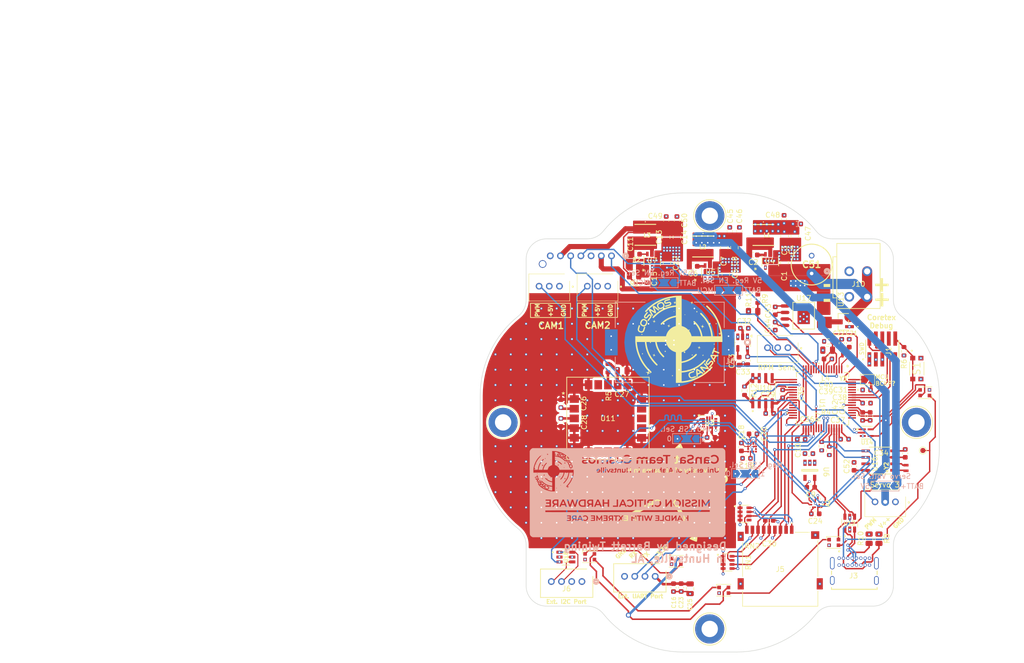
<source format=kicad_pcb>
(kicad_pcb (version 20241229) (generator "pcbnew") (generator_version "9.0")
  (layers (0 "F.Cu" signal) (4 "In1.Cu" power) (6 "In2.Cu" power) (2 "B.Cu" signal) (13 "F.Paste" user) (15 "B.Paste" user) (5 "F.SilkS" user "F.Silkscreen") (7 "B.SilkS" user "B.Silkscreen") (1 "F.Mask" user) (3 "B.Mask" user) (25 "Edge.Cuts" user))
  (net 0 "")
  (net 1 "ENS_INT")
  (net 2 "GND")
  (net 3 "SDA")
  (net 4 "+1V8")
  (net 5 "SCl")
  (net 8 "BATT+")
  (net 9 "Net-(U4-BST)")
  (net 10 "Net-(U4-SW)")
  (net 11 "+3V3")
  (net 12 "Net-(U5-BST)")
  (net 13 "Net-(U5-SW)")
  (net 14 "+5V")
  (net 15 "Net-(U7-BST)")
  (net 16 "Net-(U7-SW)")
  (net 17 "+6V5")
  (net 18 "Net-(U7-FB)")
  (net 19 "Net-(U2-C1)")
  (net 20 "XIN32")
  (net 21 "XOUT32")
  (net 22 "+V_BCKP")
  (net 23 "3.3V_ANA")
  (net 24 "Net-(U17-FILTER)")
  (net 25 "CAM1_CTRL")
  (net 26 "CAM2_CTRL")
  (net 27 "Net-(D1-DOUT)")
  (net 28 "Net-(D1-DIN)")
  (net 29 "Net-(U19-EN)")
  (net 30 "Net-(D4-DOUT)")
  (net 31 "Net-(U19-NR)")
  (net 32 "Net-(D2-DOUT)")
  (net 33 "SWCLK")
  (net 36 "ResetN")
  (net 37 "SWDIO")
  (net 39 "Net-(J2-Pin_2)")
  (net 40 "SERVO_3")
  (net 42 "USB_VBUS")
  (net 44 "RPM_Pulse")
  (net 45 "Net-(J5-DAT2)")
  (net 46 "SD_CS")
  (net 47 "SD_MOSI")
  (net 48 "SD_MISO")
  (net 49 "SD_SCK")
  (net 50 "Net-(J5-DAT1)")
  (net 51 "SD_CD")
  (net 52 "Servo Feedback")
  (net 53 "CAM_Servo2")
  (net 54 "CAM_Servo1")
  (net 55 "Net-(JP2-C)")
  (net 56 "Net-(JP3-A)")
  (net 57 "Net-(JP4-C)")
  (net 58 "Net-(U11-RESET_N)")
  (net 59 "VBAT_SENSE")
  (net 60 "FLASH_CS")
  (net 64 "Net-(JP6-C)")
  (net 66 "TX1")
  (net 69 "FLASH_SCK")
  (net 71 "I_SENS_MCU")
  (net 72 "FLASH_MOSI")
  (net 76 "5VREG_EN")
  (net 78 "FLASH_MISO")
  (net 79 "RX1")
  (net 83 "LEDS_PWM")
  (net 101 "CURRENT_SENS")
  (net 103 "Net-(U16-X2)")
  (net 104 "Net-(U16-X1)")
  (net 105 "D+")
  (net 106 "D-")
  (net 107 "2D+")
  (net 108 "2D-")
  (net 109 "Net-(J3-CC2)")
  (net 110 "Net-(J3-CC1)")
  (net 111 "Net-(J10-2_1)")
  (net 112 "SCl_O")
  (net 113 "SDA_O")
  (net 114 "Net-(JP7-C)")
  (net 115 "6V5REG_EN")
  (net 116 "V_Core")
  (net 117 "Net-(D3-DOUT)")
  (footprint "WE-XTAL_IQXC-90:WE-XTAL_IQXC-90" (layer "F.Cu") (at 194.32425 108.965 -90)
    (property "Reference" "Y2")
    (property "Value" "WE-XTAL_IQXC-90")
  )
  (footprint "Capacitor_SMD:C_0603_1608Metric" (layer "F.Cu") (at 175.650001 112.749999 180)
    (property "Reference" "C9")
    (property "Value" "1uF")
  )
  (footprint "MountingHole:MountingHole_3.2mm_M3_ISO7380_Pad_TopBottom" (layer "F.Cu") (at 115.35 100.03)
    (property "Reference" "H4" (hide yes))
    (property "Value" "MountingHole")
  )
  (footprint "Capacitor_SMD:C_0805_2012Metric" (layer "F.Cu") (at 152 132.64 -90)
    (property "Reference" "C25")
    (property "Value" "10uF")
  )
  (footprint "USBLC6-2SC6:SOT95P280X145-6N" (layer "F.Cu") (at 127.655 126.43)
    (property "Reference" "U18")
    (property "Value" "USBLC6-2SC6")
  )
  (footprint "CAY16-4702F4LF:RESCAF80P320X160X60-8N" (layer "F.Cu") (at 159.35 127.475)
    (property "Reference" "RN1")
    (property "Value" "CAY16-4702F4LF")
  )
  (footprint "Capacitor_SMD:C_0805_2012Metric" (layer "F.Cu") (at 160.7 65.785 -90)
    (property "Reference" "C8")
    (property "Value" "22uF")
  )
  (footprint "ul_B07B-PASK-1:CONN_B07B-PASK-1_JST" (layer "F.Cu") (at 136.596601 67.38)
    (property "Reference" "J7" (hide yes))
    (property "Value" "Conn_01x07_Pin")
  )
  (footprint "Capacitor_SMD:C_0805_2012Metric" (layer "F.Cu") (at 170.51 68.7 90)
    (property "Reference" "C1")
    (property "Value" "10uF")
  )
  (footprint "Resistor_SMD:R_0603_1608Metric" (layer "F.Cu") (at 179.3 105.605 90)
    (property "Reference" "R4")
    (property "Value" "4K7")
  )
  (footprint "Capacitor_SMD:C_0603_1608Metric" (layer "F.Cu") (at 126.675 96.35 -90)
    (property "Reference" "C26")
    (property "Value" "1uF")
  )
  (footprint "Capacitor_SMD:C_0603_1608Metric" (layer "F.Cu") (at 163.0625 107.075)
    (property "Reference" "C19")
    (property "Value" "0u1F")
  )
  (footprint "Resistor_SMD:R_0603_1608Metric" (layer "F.Cu") (at 135.9 89.4 90)
    (property "Reference" "R5")
    (property "Value" "10K")
  )
  (footprint "Capacitor_SMD:C_0603_1608Metric" (layer "F.Cu") (at 150.25 132.405 -90)
    (property "Reference" "C23")
    (property "Value" "1uF")
  )
  (footprint "Capacitor_SMD:C_0805_2012Metric" (layer "F.Cu") (at 138.7 89.9)
    (property "Reference" "C27")
    (property "Value" "10uF")
  )
  (footprint "Capacitor_SMD:C_0603_1608Metric" (layer "F.Cu") (at 170.15 94.425 -90)
    (property "Reference" "C35")
    (property "Value" "0.1uF")
  )
  (footprint "Capacitor_SMD:C_0603_1608Metric" (layer "F.Cu") (at 172.925 61.125)
    (property "Reference" "C47")
    (property "Value" "4u7F")
  )
  (footprint "DS1307ZN_T_R:21-0041B_8_MXM-M" (layer "F.Cu") (at 189.24925 107.515 180)
    (property "Reference" "U16")
    (property "Value" "DS1307ZN+T&R")
  )
  (footprint "SAM_M10Q_00B:SAM-M10Q_UBL" (layer "F.Cu") (at 135.9 99.250002)
    (property "Reference" "U11")
    (property "Value" "SAM-M10Q-00B")
  )
  (footprint "Capacitor_SMD:C_0603_1608Metric" (layer "F.Cu") (at 156.115 102.98)
    (property "Reference" "C17" (hide yes))
    (property "Value" "0u1F")
  )
  (footprint "Resistor_SMD:R_0603_1608Metric" (layer "F.Cu") (at 162.675 93.825 -90)
    (property "Reference" "R12")
    (property "Value" "10K")
  )
  (footprint "LED_SMD:LED_WS2812B-2020_PLCC4_2.0x2.0mm" (layer "F.Cu") (at 158.615 132.94)
    (property "Reference" "D3" (hide yes))
    (property "Value" "WS2812B-2020")
  )
  (footprint "SW_TL6330AF200Q:SW_TL6330AF200Q" (layer "F.Cu") (at 196.45 89.48 -90)
    (property "Reference" "S1")
    (property "Value" "TL6330AF200Q")
  )
  (footprint "Capacitor_SMD:C_0603_1608Metric" (layer "F.Cu") (at 173.775 103.35 180)
    (property "Reference" "C36")
    (property "Value" "0.1uF")
  )
  (footprint "Capacitor_SMD:C_0603_1608Metric" (layer "F.Cu") (at 179.025 87.6)
    (property "Reference" "C39")
    (property "Value" "0.1uF")
  )
  (footprint "Capacitor_SMD:C_0603_1608Metric" (layer "F.Cu") (at 194.17425 106.1 90)
    (property "Reference" "C34")
    (property "Value" "1uF")
  )
  (footprint "Capacitor_SMD:C_0603_1608Metric" (layer "F.Cu") (at 176.545 117.95 180)
    (property "Reference" "C24")
    (property "Value" "0u1F")
  )
  (footprint "Capacitor_SMD:C_0603_1608Metric" (layer "F.Cu") (at 164.335 102.29)
    (property "Reference" "C20")
    (property "Value" "1uF")
  )
  (footprint "Capacitor_SMD:C_0603_1608Metric" (layer "F.Cu") (at 183.2 84.5 90)
    (property "Reference" "C21")
    (property "Value" "13pF")
  )
  (footprint "Capacitor_SMD:C_0805_2012Metric" (layer "F.Cu") (at 159 70.935 90)
    (property "Reference" "C5")
    (property "Value" "10uF")
  )
  (footprint "B03B-PASK-1_LF__SN:B03BPASK1LFSN" (layer "F.Cu") (at 134.21 73.58)
    (property "Reference" "CAM2")
    (property "Value" "~" (hide yes))
  )
  (footprint "Capacitor_SMD:C_0603_1608Metric" (layer "F.Cu") (at 168.700001 78.165 -90)
    (property "Reference" "C43")
    (property "Value" "0u1F")
  )
  (footprint "AP63205WU_7:SOIC_05WU-7_DIO" (layer "F.Cu") (at 144.575001 68.32325 90)
    (property "Reference" "U7")
    (property "Value" "AP63201WU-7")
  )
  (footprint "Capacitor_SMD:C_0805_2012Metric" (layer "F.Cu") (at 178.975 85.875 180)
    (property "Reference" "C40")
    (property "Value" "10uF")
  )
  (footprint "Capacitor_SMD:C_0603_1608Metric" (layer "F.Cu") (at 148.75 132.415 -90)
    (property "Reference" "C16")
    (property "Value" "47pF")
  )
  (footprint "ul_B04B-PASK-1-LF-SN-:CONN4_B04B-PASK_JST" (layer "F.Cu") (at 130.799998 131.23 180)
    (property "Reference" "J6")
    (property "Value" "Conn_01x04_Pin")
  )
  (footprint "Capacitor_SMD:C_0805_2012Metric" (layer "F.Cu") (at 170.525 63.555 -90)
    (property "Reference" "C3")
    (property "Value" "22uF")
  )
  (footprint "74438357047:74438357047" (layer "F.Cu") (at 143.225 63.26 -90)
    (property "Reference" "L3")
    (property "Value" "4u7H" (hide yes))
  )
  (footprint "Capacitor_SMD:C_0603_1608Metric" (layer "F.Cu") (at 185.825 98.85 -90)
    (property "Reference" "C42")
    (property "Value" "0.1uF")
  )
  (footprint "STM_LSM6DSO32TR:LGA-14L_2P5X3X0P83_STM-M" (layer "F.Cu") (at 155.8397 100.100001)
    (property "Reference" "U3")
    (property "Value" "LSM6DSO32TR")
  )
  (footprint "Capacitor_SMD:C_0603_1608Metric" (layer "F.Cu") (at 159.775 62.575 90)
    (property "Reference" "C45")
    (property "Value" "4u7F")
  )
  (footprint "Capacitor_SMD:C_0805_2012Metric" (layer "F.Cu") (at 172.525 63.555 -90)
    (property "Reference" "C4")
    (property "Value" "22uF")
  )
  (footprint "AP63203WU-7_DIO:AP63203WU-7_DIO" (layer "F.Cu") (at 167.725 68.37675 90)
    (property "Reference" "U4")
    (property "Value" "AP63203WU-7")
  )
  (footprint "Capacitor_SMD:C_0805_2012Metric" (layer "F.Cu") (at 147.475 68.725 90)
    (property "Reference" "C12")
    (property "Value" "10uF")
  )
  (footprint "B03B-PASK-1_LF__SN:B03BPASK1LFSN" (layer "F.Cu") (at 190.61 115.86)
    (property "Reference" "J2" (hide yes))
    (property "Value" "Conn_01x03_Pin" (hide yes))
  )
  (footprint "LED_SMD:LED_WS2812B-2020_PLCC4_2.0x2.0mm" (layer "F.Cu") (at 198.015 94.21 180)
    (property "Reference" "D1" (hide yes))
    (property "Value" "WS2812B-2020")
  )
  (footprint "Capacitor_SMD:C_0603_1608Metric" (layer "F.Cu") (at 161.6225 88.0225 90)
    (property "Reference" "C53")
    (property "Value" "10nF")
  )
  (footprint "AT25SF041B-SSHD-B:SOIC127P599X175-8N" (layer "F.Cu") (at 166.195 93.82 90)
    (property "Reference" "U10")
    (property "Value" "AT25SF041B-SSHD-B")
  )
  (footprint "LED_SMD:LED_WS2812B-2020_PLCC4_2.0x2.0mm" (layer "F.Cu") (at 132.335 126.36)
    (property "Reference" "D4" (hide yes))
    (property "Value" "WS2812B-2020")
  )
  (footprint "LIS3MDL_REFMARK:XDCR_LIS3MDL" (layer "F.Cu") (at 164.15 105)
    (property "Reference" "U2" (hide yes))
    (property "Value" "LIS3MDLTR")
  )
  (footprint "Capacitor_SMD:C_0603_1608Metric" (layer "F.Cu") (at 162.6375 81.5775)
    (property "Reference" "C32")
    (property "Value" "10uF")
  )
  (footprint "Package_TO_SOT_SMD:TSOT-23-5" (layer "F.Cu") (at 162.3025 84.395 -90)
    (property "Reference" "U19" (hide yes))
    (property "Value" "TPS79933DDCR")
  )
  (footprint "WE-XTAL_IQXC-90:WE-XTAL_IQXC-90" (layer "F.Cu") (at 182.425 86.8 180)
    (property "Reference" "Y3")
    (property "Value" "WE-XTAL_IQXC-90")
  )
  (footprint "Capacitor_SMD:C_0603_1608Metric" (layer "F.Cu") (at 170.425 60.205 90)
    (property "Reference" "C48")
    (property "Value" "1uF")
  )
  (footprint "Capacitor_SMD:C_0603_1608Metric" (layer "F.Cu") (at 187.3 98.85 -90)
    (property "Reference" "C41")
    (property "Value" "4.7uF")
  )
  (footprint "Capacitor_SMD:C_0603_1608Metric" (layer "F.Cu") (at 152.625 69.435 180)
    (property "Reference" "C6")
    (property "Value" "100nF")
  )
  (footprint "Resistor_SMD:R_0805_2012Metric" (layer "F.Cu") (at 189.025 122.8375 90)
    (property "Reference" "R8")
    (property "Value" "5K1")
  )
  (footprint "Capacitor_SMD:C_0603_1608Metric" (layer "F.Cu") (at 167.525 119.225 180)
    (property "Reference" "C30")
    (property "Value" "1uF")
  )
  (footprint "Resistor_SMD:R_0805_2012Metric" (layer "F.Cu") (at 164.3625 78.275 180)
    (property "Reference" "R11")
    (property "Value" "18K")
  )
  (footprint "Capacitor_SMD:C_0603_1608Metric" (layer "F.Cu") (at 175.300001 106.149999)
    (property "Reference" "C10")
    (property "Value" "1uF")
  )
  (footprint "WAGO_2601-3102:CONN2_2601-3102_WAG" (layer "F.Cu") (at 183.21 70.41)
    (property "Reference" "J10")
    (property "Value" "2601-3102")
  )
  (footprint "Capacitor_SMD:C_0805_2012Metric" (layer "F.Cu") (at 147.325 63.725 -90)
    (property "Reference" "C13")
    (property "Value" "22uF")
  )
  (footprint "Capacitor_SMD:C_0603_1608Metric" (layer "F.Cu") (at 141.325 67.05 180)
    (property "Reference" "C11")
    (property "Value" "100nF")
  )
  (footprint "SWD_Header:SAMTEC_FTSH-105-X-X-DV-007-P-X" (layer "F.Cu") (at 189.685 85.635)
    (property "Reference" "J1")
    (property "Value" "FTSH-105-X-X-DV-007-P-X")
  )
  (footprint "Resistor_SMD:R_0805_2012Metric" (layer "F.Cu") (at 187.1 122.8375 90)
    (property "Reference" "R10")
    (property "Value" "5K1")
  )
  (footprint "ul_B04B-PASK-1-LF-SN-:CONN4_B04B-PASK_JST" (layer "F.Cu") (at 145.159999 130.21 180)
    (property "Reference" "J9" (hide yes))
    (property "Value" "Conn_01x04_Pin")
  )
  (footprint "CAY16-4702F4LF:RESCAF80P320X160X60-8N" (layer "F.Cu") (at 162.675 117.975)
    (property "Reference" "RN2")
    (property "Value" "CAY16-4702F4LF")
  )
  (footprint "TLV74318PDBVR:DBV0005A_M" (layer "F.Cu") (at 175.475 109.425 -90)
    (property "Reference" "U6")
    (property "Value" "TLV74318PDBVR")
  )
  (footprint "SN74LXC1T14DCKR:DCK0005A-IPC_C" (layer "F.Cu") (at 186.630098 102.040001)
    (property "Reference" "U14")
    (property "Value" "SN74LXC1T14DCKR")
  )
  (footprint "Wurth_Elektronik_100uF_Electrolytic:CAPPRD350W52D800H1300" (layer "F.Cu") (at 175.83 70.84 90)
    (property "Reference" "C51")
    (property "Value" "100uF" (hide yes))
  )
  (footprint "ul_RQ5E050ATTCL:SOT_050ATTCL_ROM-M" (layer "F.Cu") (at 182.059901 80.315 90)
    (property "Reference" "U13")
    (property "Value" "RQ5E050ATTCL")
  )
  (footprint "LED_SMD:LED_WS2812B-2020_PLCC4_2.0x2.0mm" (layer "F.Cu") (at 180.18 123.56)
    (property "Reference" "D2" (hide yes))
    (property "Value" "WS2812B-2020")
  )
  (footprint "Capacitor_SMD:C_0603_1608Metric" (layer "F.Cu") (at 186.605 93.67 180)
    (property "Reference" "C31")
    (property "Value" "1uF")
  )
  (footprint "Capacitor_SMD:C_0603_1608Metric" (layer "F.Cu") (at 143.6 71.875 90)
    (property "Reference" "C15")
    (property "Value" "100pF")
  )
  (footprint "74438357047:74438357047" (layer "F.Cu") (at 154.55 65.55 -90)
    (property "Reference" "L2")
    (property "Value" "4u7H" (hide yes))
  )
  (footprint "AP63205WU_7:SOIC_05WU-7_DIO" (layer "F.Cu") (at 155.900001 70.58675 90)
    (property "Reference" "U5")
    (property "Value" "AP63205WU-7")
  )
  (footprint "Capacitor_SMD:C_0805_2012Metric" (layer "F.Cu") (at 149.425 63.725 -90)
    (property "Reference" "C14")
    (property "Value" "22uF")
  )
  (footprint "GCT_USB4085-GF-A_REVB:GCT_USB4085-GF-A_REVB" (layer "F.Cu") (at 184.2 131.0125)
    (property "Reference" "J3")
    (property "Value" "USB4085-GF-A_REVB")
  )
  (footprint "Capacitor_SMD:C_0805_2012Metric" (layer "F.Cu") (at 158.7 65.785 -90)
    (property "Reference" "C7")
    (property "Value" "22uF")
  )
  (footprint "Capacitor_SMD:C_0603_1608Metric" (layer "F.Cu") (at 126.675 100.025 -90)
    (property "Reference" "C28")
    (property "Value" "1uF")
  )
  (footprint "Resistor_SMD:R_0603_1608Metric" (layer "F.Cu") (at 193.93 86.085 -90)
    (property "Reference" "R6")
    (property "Value" "10k")
  )
  (footprint "Resistor_SMD:R_0805_2012Metric" (layer "F.Cu") (at 141.0125 69.375 180)
    (property "Reference" "R2")
    (property "Value" "25K5")
  )
  (footprint "TestPoint:TestPoint_Pad_D1.0mm" (layer "F.Cu") (at 197.64 105.54)
    (property "Reference" "TP1" (hide yes))
    (property "Value" "TestPoint")
  )
  (footprint "ACS712ELCTR_05B_T:SOIC-8_ALM" (layer "F.Cu") (at 174.275001 79.115 180)
    (property "Reference" "U17")
    (property "Value" "ACS712ELCTR-05B-T")
  )
  (footprint "Capacitor_SMD:C_0603_1608Metric" (layer "F.Cu") (at 163.29 87.925 90)
    (property "Reference" "C33" (hide yes))
    (property "Value" "10uF")
  )
  (footprint "Resistor_SMD:R_0603_1608Metric" (layer "F.Cu") (at 177.8 104.685 90)
    (property "Reference" "R7")
    (property "Value" "4K7")
  )
  (footprint "Capacitor_SMD:C_0603_1608Metric" (layer "F.Cu") (at 167.6 98.275)
    (property "Reference" "C29")
    (property "Value" "1uF")
  )
  (footprint "Resistor_SMD:R_0603_1608Metric" (layer "F.Cu") (at 165.275 75.775 -90)
    (property "Reference" "R9")
    (property "Value" "50K")
  )
  (footprint "Capacitor_SMD:C_0603_1608Metric" (layer "F.Cu") (at 182.3 103.325 180)
    (property "Reference" "C37")
    (property "Value" "0.1uF")
  )
  (footprint "Resistor_SMD:R_0805_2012Metric" (layer "F.Cu") (at 141.025 71.3)
    (property "Reference" "R1")
    (property "Value" "182K")
  )
  (footprint "ENS220S-BLGT:XDCR_ENS220S-BLGT" (layer "F.Cu") (at 176.5525 115.9 180)
    (property "Reference" "A2")
    (property "Value" "ENS220S-BLGT")
  )
  (footprint "B03B-PASK-1_LF__SN:B03BPASK1LFSN" (layer "F.Cu") (at 124.75 73.58)
    (property "Reference" "CAM1")
    (property "Value" "~" (hide yes))
  )
  (footprint "MountingHole:MountingHole_3.2mm_M3_ISO7380_Pad_TopBottom" (layer "F.Cu") (at 155.87 59.53)
    (property "Reference" "H1" (hide yes))
    (property "Value" "MountingHole")
  )
  (footprint "Capacitor_SMD:C_0603_1608Metric" (layer "F.Cu") (at 161.675 62.575 90)
    (property "Reference" "C46")
    (property "Value" "1uF")
  )
  (footprint "74438357047:74438357047" (layer "F.Cu") (at 166.375 63.29 -90)
    (property "Reference" "L1")
    (property "Value" "4u7H" (hide yes))
  )
  (footprint "Jumper:SolderJumper-2_P1.3mm_Open_TrianglePad1.0x1.5mm" (layer "F.Cu") (at 186.775 91.65)
    (property "Reference" "JP3" (hide yes))
    (property "Value" "SolderJumper_Open")
  )
  (footprint "Capacitor_SMD:C_0603_1608Metric" (layer "F.Cu") (at 168.695001 81.15 90)
    (property "Reference" "C44")
    (property "Value" "0u1F")
  )
  (footprint "LED_SMD:LED_WS2812B-2020_PLCC4_2.0x2.0mm" (layer "F.Cu") (at 149.285 127.26)
    (property "Reference" "D5" (hide yes))
    (property "Value" "WS2812B-2020")
  )
  (footprint "CUI_MSD-4-A:CUI_MSD-4-A" (layer "F.Cu") (at 169.675 128.825)
    (property "Reference" "J5")
    (property "Value" "MSD-4-A")
  )
  (footprint "Capacitor_SMD:C_0603_1608Metric" (layer "F.Cu") (at 181.725 84.5 90)
    (property "Reference" "C22")
    (property "Value" "13pF")
  )
  (footprint "Capacitor_SMD:C_0603_1608Metric" (layer "F.Cu") (at 162.0625 104.85 -90)
    (property "Reference" "C18")
    (property "Value" "0u1F")
  )
  (footprint "USBLC6-2SC6:SOT95P280X145-6N" (layer "F.Cu") (at 183.3 119.78 90)
    (property "Reference" "U12")
    (property "Value" "USBLC6-2SC6")
  )
  (footprint "Capacitor_SMD:C_0603_1608Metric" (layer "F.Cu") (at 147.325 60.45 90)
    (property "Reference" "C49")
    (property "Value" "4u7F")
  )
  (footprint "Resistor_SMD:R_0603_1608Metric" (layer "F.Cu") (at 179.1 84.15)
    (property "Reference" "L4")
    (property "Value" "FB - 30Ohm")
  )
  (footprint "B03B-PASK-1_LF__SN:B03BPASK1LFSN" (layer "F.Cu") (at 169.53 85.64)
    (property "Reference" "J4" (hide yes))
    (property "Value" "3 Pin Header" (hide yes))
  )
  (footprint "ATSAMD51J20A_AUT:ATSAMD51J20A_AUT" (layer "F.Cu") (at 177.9715 95.4 -90)
    (property "Reference" "U1")
    (property "Value" "ATSAMD51J20A-AUT")
  )
  (footprint "Capacitor_SMD:C_0603_1608Metric" (layer "F.Cu") (at 149.425 60.45 90)
    (property "Reference" "C50")
    (property "Value" "1uF")
  )
  (footprint "Capacitor_SMD:C_0603_1608Metric" (layer "F.Cu") (at 186.605 96.25)
    (property "Reference" "C38")
    (property "Value" "0.1uF")
  )
  (footprint "Capacitor_SMD:C_0603_1608Metric" (layer "F.Cu") (at 184.14925 108.65 90)
    (property "Reference" "C52")
    (property "Value" "0u1F")
  )
  (footprint "Capacitor_SMD:C_0603_1608Metric" (layer "F.Cu") (at 164.4 67.205 180)
    (property "Reference" "C2")
    (property "Value" "100nF")
  )
  (footprint "MountingHole:MountingHole_3.2mm_M3_ISO7380_Pad_TopBottom" (layer "F.Cu") (at 155.85 140.52)
    (property "Reference" "H3" (hide yes))
    (property "Value" "MountingHole")
  )
  (footprint "MountingHole:MountingHole_3.2mm_M3_ISO7380_Pad_TopBottom" (layer "F.Cu") (at 196.38 100.03)
    (property "Reference" "H2" (hide yes))
    (property "Value" "MountingHole")
  )
  (footprint "BAT-HLD-001:BATT_HLDR_LNX" (layer "B.Cu") (at 148.015 84.34 180)
    (property "Reference" "B1")
    (property "Value" "BAT-HLD-001")
  )
  (footprint "Jumper:SolderJumper-3_P2.0mm_Open_TrianglePad1.0x1.5mm_NumberLabels" (layer "B.Cu") (at 146.9 72.66 180)
    (property "Reference" "6.5V Reg. EN Sel.")
    (property "Value" "SolderJumper_3_Open")
  )
  (footprint "Jumper:SolderJumper-3_P2.0mm_Open_TrianglePad1.0x1.5mm_NumberLabels" (layer "B.Cu") (at 162.88 110.1 180)
    (property "Reference" "Mag. LSB Sel.")
    (property "Value" "SolderJumper_3_Open")
  )
  (footprint "Jumper:SolderJumper-3_P2.0mm_Open_TrianglePad1.0x1.5mm_NumberLabels" (layer "B.Cu") (at 159.55 74.15 180)
    (property "Reference" "5V Reg. EN Sel.")
    (property "Value" "SolderJumper_3_Open")
  )
  (footprint "Jumper:SolderJumper-3_P2.0mm_Open_TrianglePad1.0x1.5mm_NumberLabels" (layer "B.Cu") (at 190.22 112.54 180)
    (property "Reference" "Servo Volt. Sel.")
    (property "Value" "SolderJumper_3_Open")
  )
  (footprint "Jumper:SolderJumper-3_P2.0mm_Open_TrianglePad1.0x1.5mm_NumberLabels" (layer "B.Cu") (at 151.32 103.24 180)
    (property "Reference" "IMU LSB Sel.")
    (property "Value" "SolderJumper_3_Open")
  )
  (gr_poly (pts (xy 148.414869 105.655014) (xy 148.432246 105.655537) (xy 148.450856 105.656521) (xy 148.470736 105.657959) (xy 148.491924 105.659845) (xy 148.514458 105.66217) (xy 148.563715 105.668111) (xy 148.618809 105.675725) (xy 148.68004 105.684954) (xy 148.776456 105.700524) (xy 148.851846 105.714415) (xy 148.882442 105.721065) (xy 148.908725 105.727696) (xy 148.931007 105.734441) (xy 148.949604 105.741434) (xy 148.96483 105.748807) (xy 148.976998 105.756696) (xy 148.986422 105.765232) (xy 148.993418 105.774549) (xy 148.998298 105.784781) (xy 149.001377 105.796062) (xy 149.00297 105.808524) (xy 149.00339 105.822301) (xy 149.002986 105.827511) (xy 149.001816 105.833451) (xy 148.999894 105.840104) (xy 148.997234 105.847453) (xy 148.989748 105.864166) (xy 148.979464 105.883447) (xy 148.966489 105.905154) (xy 148.950928 105.929144) (xy 148.932886 105.955276) (xy 148.912469 105.983406) (xy 148.889783 106.013393) (xy 148.864934 106.045094) (xy 148.838027 106.078368) (xy 148.809168 106.113071) (xy 148.778463 106.149061) (xy 148.746018 106.186196) (xy 148.711937 106.224335) (xy 148.676327 106.263333) (xy 148.549479 106.402334) (xy 148.445602 106.519079) (xy 148.405627 106.565276) (xy 148.375415 106.601315) (xy 148.356305 106.625662) (xy 148.351332 106.632973) (xy 148.349637 106.636787) (xy 148.349919 106.637818) (xy 148.350753 106.638904) (xy 148.352126 106.640044) (xy 148.354025 106.641235) (xy 148.359345 106.643756) (xy 148.366601 106.646443) (xy 148.375684 106.649274) (xy 148.386484 106.652224) (xy 148.398889 106.655269) (xy 148.41279 106.658386) (xy 148.428077 106.661551) (xy 148.444639 106.66474) (xy 148.462367 106.66793) (xy 148.481149 106.671097) (xy 148.500876 106.674217) (xy 148.521438 106.677266) (xy 148.542724 106.680221) (xy 148.564623 106.683058) (xy 148.610851 106.689222) (xy 148.652996 106.695679) (xy 148.691154 106.702479) (xy 148.725422 106.709675) (xy 148.755894 106.717317) (xy 148.782666 106.725456) (xy 148.805833 106.734144) (xy 148.825492 106.743432) (xy 148.841737 106.753371) (xy 148.854665 106.764011) (xy 148.859914 106.769611) (xy 148.86437 106.775405) (xy 148.868045 106.781401) (xy 148.87095 106.787604) (xy 148.873097 106.79402) (xy 148.874498 106.800657) (xy 148.875165 106.807521) (xy 148.87511 106.814618) (xy 148.872883 106.829537) (xy 148.867912 106.845464) (xy 148.865063 106.852064) (xy 148.861716 106.858267) (xy 148.857847 106.864074) (xy 148.853433 106.869487) (xy 148.848449 106.874506) (xy 148.842872 106.879133) (xy 148.836676 106.883368) (xy 148.82984 106.887213) (xy 148.822338 106.890668) (xy 148.814146 106.893735) (xy 148.805241 106.896415) (xy 148.795599 106.898708) (xy 148.785195 106.900616) (xy 148.774005 106.90214) (xy 148.762007 106.903281) (xy 148.749174 106.904039) (xy 148.735485 106.904416) (xy 148.720914 106.904413) (xy 148.705438 106.90403) (xy 148.689033 106.90327) (xy 148.671675 106.902132) (xy 148.653339 106.900619) (xy 148.613641 106.896468) (xy 148.569745 106.890824) (xy 148.521462 106.883697) (xy 148.468598 106.875094) (xy 148.410963 106.865025) (xy 148.278607 106.841172) (xy 148.180699 106.82232) (xy 148.143265 106.814016) (xy 148.112765 106.806058) (xy 148.088639 106.798145) (xy 148.070328 106.789975) (xy 148.063178 106.785699) (xy 148.057273 106.781247) (xy 148.052542 106.776579) (xy 148.048914 106.77166) (xy 148.046322 106.766449) (xy 148.044693 106.760911) (xy 148.043959 106.755008) (xy 148.044049 106.748701) (xy 148.046424 106.734728) (xy 148.051257 106.718689) (xy 148.066064 106.679213) (xy 148.071756 106.666531) (xy 148.080244 106.650927) (xy 148.091357 106.632621) (xy 148.104926 106.611834) (xy 148.12078 106.588786) (xy 148.13875 106.563698) (xy 148.180358 106.508283) (xy 148.22839 106.447354) (xy 148.281487 106.382674) (xy 148.338289 106.316008) (xy 148.397439 106.249119) (xy 148.455261 106.183947) (xy 148.50826 106.122204) (xy 148.555343 106.065308) (xy 148.595418 106.014677) (xy 148.627392 105.971731) (xy 148.650173 105.937889) (xy 148.657775 105.924825) (xy 148.662668 105.914569) (xy 148.664718 105.907298) (xy 148.664633 105.904837) (xy 148.663786 105.90319) (xy 148.662316 105.901935) (xy 148.660383 105.900643) (xy 148.655183 105.897955) (xy 148.648292 105.895147) (xy 148.639818 105.892244) (xy 148.62987 105.889267) (xy 148.618554 105.886241) (xy 148.605978 105.883188) (xy 148.59225 105.880131) (xy 148.577477 105.877093) (xy 148.561768 105.874097) (xy 148.527969 105.868324) (xy 148.491714 105.862995) (xy 148.453865 105.858295) (xy 148.427955 105.855176) (xy 148.404372 105.851896) (xy 148.383025 105.848409) (xy 148.363822 105.84467) (xy 148.346676 105.840631) (xy 148.331494 105.836248) (xy 148.318186 105.831474) (xy 148.306663 105.826263) (xy 148.296834 105.820568) (xy 148.288608 105.814344) (xy 148.281896 105.807544) (xy 148.279079 105.803914) (xy 148.276606 105.800122) (xy 148.272649 105.792033) (xy 148.269935 105.783229) (xy 148.268372 105.773666) (xy 148.267872 105.763296) (xy 148.268079 105.752475) (xy 148.268727 105.742265) (xy 148.269853 105.732661) (xy 148.271494 105.723654) (xy 148.273689 105.715237) (xy 148.276475 105.707404) (xy 148.27989 105.700146) (xy 148.283972 105.693458) (xy 148.288758 105.687331) (xy 148.294286 105.681759) (xy 148.300594 105.676734) (xy 148.30772 105.67225) (xy 148.315701 105.668298) (xy 148.324575 105.664873) (xy 148.33438 105.661966) (xy 148.345153 105.65957) (xy 148.356933 105.657679) (xy 148.369757 105.656285) (xy 148.383662 105.655381) (xy 148.398687 105.65496)) (stroke (width -0.000001)) (fill yes) (layer "F.SilkS"))
  (gr_poly (pts (xy 148.859372 78.2201) (xy 148.865051 78.220508) (xy 148.870559 78.221176) (xy 148.875888 78.222096) (xy 148.881031 78.223258) (xy 148.885983 78.224653) (xy 148.890734 78.226273) (xy 148.89528 78.228107) (xy 148.899612 78.230148) (xy 148.903724 78.232386) (xy 148.90761 78.234811) (xy 148.911261 78.237415) (xy 148.914671 78.240189) (xy 148.917833 78.243124) (xy 148.920741 78.24621) (xy 148.923387 78.249438) (xy 148.925764 78.252799) (xy 148.927865 78.256285) (xy 148.929684 78.259886) (xy 148.931214 78.263592) (xy 148.932447 78.267396) (xy 148.933377 78.271287) (xy 148.933996 78.275258) (xy 148.934299 78.279297) (xy 148.934277 78.283398) (xy 148.933924 78.287549) (xy 148.933234 78.291743) (xy 148.932198 78.29597) (xy 148.93081 78.300222) (xy 148.929064 78.304488) (xy 148.926952 78.30876) (xy 148.924467 78.313029) (xy 148.922298 78.316278) (xy 148.919955 78.319388) (xy 148.917448 78.322356) (xy 148.914785 78.325181) (xy 148.911976 78.32786) (xy 148.90903 78.330392) (xy 148.905956 78.332775) (xy 148.902763 78.335006) (xy 148.899461 78.337084) (xy 148.896058 78.339006) (xy 148.892563 78.340771) (xy 148.888985 78.342376) (xy 148.885335 78.343819) (xy 148.88162 78.345099) (xy 148.87785 78.346212) (xy 148.874034 78.347158) (xy 148.870181 78.347934) (xy 148.866301 78.348538) (xy 148.862402 78.348968) (xy 148.858493 78.349223) (xy 148.854583 78.349299) (xy 148.850683 78.349194) (xy 148.8468 78.348908) (xy 148.842944 78.348438) (xy 148.839123 78.347781) (xy 148.835348 78.346936) (xy 148.831627 78.345901) (xy 148.82797 78.344673) (xy 148.824385 78.343251) (xy 148.820881 78.341633) (xy 148.817468 78.339816) (xy 148.814154 78.337798) (xy 148.81292 78.336927) (xy 148.81172 78.335941) (xy 148.810555 78.334843) (xy 148.809426 78.333638) (xy 148.808334 78.332329) (xy 148.80728 78.33092) (xy 148.806265 78.329415) (xy 148.80529 78.327817) (xy 148.804356 78.32613) (xy 148.803464 78.324357) (xy 148.801809 78.320571) (xy 148.800334 78.316487) (xy 148.799046 78.312135) (xy 148.797953 78.307545) (xy 148.797063 78.302747) (xy 148.796384 78.297768) (xy 148.795924 78.29264) (xy 148.795691 78.287392) (xy 148.795691 78.282053) (xy 148.795934 78.276652) (xy 148.796428 78.27122) (xy 148.797408 78.263499) (xy 148.798524 78.256569) (xy 148.79982 78.25039) (xy 148.80055 78.247569) (xy 148.801342 78.24492) (xy 148.802201 78.242439) (xy 148.803133 78.24012) (xy 148.804144 78.237958) (xy 148.80524 78.235949) (xy 148.806425 78.234086) (xy 148.807706 78.232366) (xy 148.809089 78.230783) (xy 148.810578 78.229333) (xy 148.81218 78.228009) (xy 148.8139 78.226807) (xy 148.815743 78.225722) (xy 148.817716 78.224749) (xy 148.819824 78.223883) (xy 148.822073 78.223118) (xy 148.824468 78.22245) (xy 148.827014 78.221874) (xy 148.829718 78.221385) (xy 148.832586 78.220977) (xy 148.838832 78.220387) (xy 148.845798 78.220062) (xy 148.853528 78.219962)) (stroke (width -0.000001)) (fill yes) (layer "F.SilkS"))
  (gr_poly (pts (xy 156.71109 85.386623) (xy 156.723779 85.389045) (xy 156.739407 85.393094) (xy 156.757352 85.398527) (xy 156.776993 85.405099) (xy 156.818883 85.420677) (xy 156.86011 85.437872) (xy 156.878923 85.446464) (xy 156.895707 85.454725) (xy 156.909842 85.46241) (xy 156.920707 85.469276) (xy 156.927682 85.475077) (xy 156.929516 85.477502) (xy 156.930144 85.479569) (xy 156.929723 85.482106) (xy 156.928488 85.486685) (xy 156.923741 85.501513) (xy 156.916236 85.523141) (xy 156.906306 85.550661) (xy 156.894284 85.583162) (xy 156.880503 85.619733) (xy 156.848994 85.701449) (xy 156.832992 85.7434) (xy 156.818643 85.783039) (xy 156.806219 85.819464) (xy 156.795992 85.851771) (xy 156.788236 85.879057) (xy 156.783224 85.900417) (xy 156.781831 85.908592) (xy 156.781226 85.914948) (xy 156.781444 85.91937) (xy 156.782518 85.921747) (xy 156.78645 85.923993) (xy 156.795053 85.928034) (xy 156.825283 85.941097) (xy 156.930875 85.984351) (xy 157.083399 86.045104) (xy 157.266958 86.11695) (xy 157.450484 86.188797) (xy 157.602918 86.249552) (xy 157.708378 86.292809) (xy 157.738529 86.305875) (xy 157.750981 86.312164) (xy 157.751652 86.312969) (xy 157.752194 86.314063) (xy 157.75261 86.315436) (xy 157.752903 86.317082) (xy 157.753074 86.318991) (xy 157.753124 86.321155) (xy 157.752875 86.326218) (xy 157.752171 86.332203) (xy 157.751028 86.339046) (xy 157.749463 86.346681) (xy 157.747493 86.355043) (xy 157.745133 86.364065) (xy 157.742401 86.373682) (xy 157.739312 86.383828) (xy 157.735882 86.394438) (xy 157.732129 86.405447) (xy 157.728069 86.416787) (xy 157.723717 86.428395) (xy 157.71909 86.440204) (xy 157.672945 86.555474) (xy 157.181886 86.362833) (xy 156.989819 86.288594) (xy 156.829869 86.228862) (xy 156.718732 86.189726) (xy 156.686684 86.179785) (xy 156.677454 86.177554) (xy 156.673101 86.177276) (xy 156.672091 86.177909) (xy 156.670892 86.179067) (xy 156.667955 86.182907) (xy 156.664338 86.188687) (xy 156.660091 86.196296) (xy 156.655262 86.205627) (xy 156.6499 86.216569) (xy 156.637774 86.24285) (xy 156.624102 86.274264) (xy 156.609277 86.309938) (xy 156.59369 86.348995) (xy 156.577731 86.390561) (xy 156.546711 86.471165) (xy 156.519647 86.5382) (xy 156.508508 86.564444) (xy 156.499449 86.584675) (xy 156.492834 86.598018) (xy 156.490557 86.601834) (xy 156.489028 86.6036) (xy 156.488324 86.603895) (xy 156.487357 86.604075) (xy 156.484667 86.604103) (xy 156.481016 86.603702) (xy 156.476465 86.602891) (xy 156.471072 86.601687) (xy 156.464896 86.60011) (xy 156.457998 86.598177) (xy 156.450437 86.595906) (xy 156.442271 86.593317) (xy 156.433561 86.590428) (xy 156.414744 86.583821) (xy 156.394462 86.576232) (xy 156.373188 86.567808) (xy 156.373189 86.567808) (xy 156.331878 86.550627) (xy 156.296851 86.535362) (xy 156.282851 86.528966) (xy 156.271808 86.523672) (xy 156.264187 86.519686) (xy 156.261804 86.518249) (xy 156.260449 86.517216) (xy 156.275969 86.467055) (xy 156.322338 86.339929) (xy 156.468242 85.956695) (xy 156.619389 85.571327) (xy 156.672313 85.441536) (xy 156.697009 85.387642) (xy 156.698923 85.386578) (xy 156.701959 85.386074)) (stroke (width -0.000001)) (fill yes) (layer "F.SilkS"))
  (gr_poly (pts (xy 152.434474 76.325747) (xy 152.432529 76.354717) (xy 152.431514 76.381701) (xy 152.431418 76.406483) (xy 152.432226 76.428848) (xy 152.433927 76.44858) (xy 152.435108 76.457391) (xy 152.436507 76.465463) (xy 152.438123 76.472769) (xy 152.439954 76.479281) (xy 152.441999 76.484973) (xy 152.444255 76.489818) (xy 152.445437 76.491817) (xy 152.446912 76.493952) (xy 152.450705 76.498606) (xy 152.455563 76.503728) (xy 152.461416 76.509268) (xy 152.468191 76.515174) (xy 152.475818 76.521396) (xy 152.484226 76.527881) (xy 152.493343 76.534578) (xy 152.503097 76.541438) (xy 152.513419 76.548408) (xy 152.524235 76.555436) (xy 152.535476 76.562473) (xy 152.547069 76.569466) (xy 152.558944 76.576365) (xy 152.571029 76.583119) (xy 152.583254 76.589675) (xy 152.702236 76.652132) (xy 152.566784 76.641429) (xy 152.52485 76.638334) (xy 152.50733 76.637297) (xy 152.491848 76.636643) (xy 152.478209 76.636406) (xy 152.466216 76.636621) (xy 152.455676 76.637319) (xy 152.446393 76.638533) (xy 152.438172 76.640299) (xy 152.430816 76.642647) (xy 152.424132 76.645613) (xy 152.417924 76.649228) (xy 152.411996 76.653527) (xy 152.406154 76.658542) (xy 152.400201 76.664306) (xy 152.393944 76.670854) (xy 152.386434 76.679162) (xy 152.379428 76.687391) (xy 152.373079 76.695325) (xy 152.367541 76.702752) (xy 152.365123 76.706208) (xy 152.362966 76.709456) (xy 152.361088 76.712471) (xy 152.359509 76.715224) (xy 152.358247 76.71769) (xy 152.357322 76.719841) (xy 152.356753 76.721651) (xy 152.356559 76.723093) (xy 152.356331 76.724822) (xy 152.355663 76.727472) (xy 152.354576 76.73099) (xy 152.353094 76.735319) (xy 152.349033 76.746193) (xy 152.34366 76.759653) (xy 152.337155 76.775259) (xy 152.329698 76.79257) (xy 152.321469 76.811146) (xy 152.312649 76.830545) (xy 152.268737 76.925885) (xy 152.279375 76.791411) (xy 152.281493 76.759797) (xy 152.282642 76.730873) (xy 152.282825 76.704723) (xy 152.282048 76.68143) (xy 152.281301 76.670881) (xy 152.280315 76.661076) (xy 152.279092 76.652027) (xy 152.277631 76.643744) (xy 152.275934 76.636237) (xy 152.274001 76.629516) (xy 152.271833 76.623593) (xy 152.269429 76.618476) (xy 152.268219 76.616423) (xy 152.266715 76.614236) (xy 152.262866 76.609482) (xy 152.257953 76.604267) (xy 152.252048 76.598641) (xy 152.245223 76.592657) (xy 152.237549 76.586365) (xy 152.229098 76.579818) (xy 152.219941 76.573067) (xy 152.210149 76.566163) (xy 152.199795 76.559159) (xy 152.18895 76.552105) (xy 152.177686 76.545053) (xy 152.166073 76.538055) (xy 152.154184 76.531163) (xy 152.14209 76.524427) (xy 152.129863 76.5179) (xy 152.01088 76.455785) (xy 152.128487 76.46666) (xy 152.158319 76.469255) (xy 152.184916 76.471097) (xy 152.208574 76.47202) (xy 152.229592 76.471862) (xy 152.239203 76.471326) (xy 152.248266 76.470458) (xy 152.256817 76.469238) (xy 152.264895 76.467646) (xy 152.272535 76.46566) (xy 152.279776 76.463261) (xy 152.286654 76.460427) (xy 152.293207 76.457139) (xy 152.299471 76.453376) (xy 152.305485 76.449117) (xy 152.311285 76.444342) (xy 152.316909 76.439031) (xy 152.322393 76.433163) (xy 152.327775 76.426717) (xy 152.333092 76.419674) (xy 152.338382 76.412012) (xy 152.349027 76.394752) (xy 152.360008 76.374772) (xy 152.371622 76.35191) (xy 152.384167 76.326001) (xy 152.444706 76.199075)) (stroke (width -0.000001)) (fill yes) (layer "F.SilkS"))
  (gr_poly (pts (xy 155.139745 108.952579) (xy 155.202807 108.955531) (xy 155.261614 108.960229) (xy 155.314181 108.966663) (xy 155.358522 108.974824) (xy 155.392652 108.984703) (xy 155.405267 108.990283) (xy 155.414586 108.996289) (xy 155.420359 109.00272) (xy 155.422338 109.009574) (xy 155.314823 109.512079) (xy 155.076622 110.547888) (xy 154.834251 111.574143) (xy 154.714225 112.047985) (xy 154.712876 112.048865) (xy 154.710647 112.049704) (xy 154.703642 112.051253) (xy 154.693396 112.052631) (xy 154.680096 112.053834) (xy 154.645081 112.055703) (xy 154.60009 112.056837) (xy 154.546617 112.057215) (xy 154.486153 112.056812) (xy 154.420191 112.055606) (xy 154.350226 112.053574) (xy 154.003707 112.041687) (xy 154.138685 111.46933) (xy 154.191251 111.243062) (xy 154.234595 111.050091) (xy 154.264224 110.910874) (xy 154.272492 110.867817) (xy 154.275646 110.84587) (xy 154.275366 110.842332) (xy 154.274227 110.838943) (xy 154.272201 110.835702) (xy 154.269262 110.832606) (xy 154.265382 110.829653) (xy 154.260533 110.826839) (xy 154.254687 110.824163) (xy 154.247818 110.821622) (xy 154.239897 110.819214) (xy 154.230897 110.816936) (xy 154.220791 110.814786) (xy 154.209551 110.81276) (xy 154.19715 110.810858) (xy 154.183559 110.809076) (xy 154.152702 110.805863) (xy 154.116758 110.803101) (xy 154.075509 110.800772) (xy 154.028734 110.798855) (xy 153.976212 110.79733) (xy 153.917725 110.796179) (xy 153.853051 110.795381) (xy 153.78197 110.794917) (xy 153.704263 110.794766) (xy 153.486252 110.792587) (xy 153.400287 110.792035) (xy 153.327665 110.793773) (xy 153.295885 110.795953) (xy 153.266873 110.799249) (xy 153.240441 110.803841) (xy 153.216399 110.809911) (xy 153.194557 110.81764) (xy 153.174728 110.827209) (xy 153.156721 110.838798) (xy 153.140349 110.852589) (xy 153.125421 110.868763) (xy 153.111748 110.887501) (xy 153.099142 110.908984) (xy 153.087412 110.933394) (xy 153.076371 110.96091) (xy 153.06583 110.991714) (xy 153.045486 111.063911) (xy 153.02487 111.151433) (xy 153.002467 111.255729) (xy 152.94625 111.520434) (xy 152.827527 112.062129) (xy 152.469186 112.062129) (xy 152.386823 112.061398) (xy 152.314797 112.05922) (xy 152.253306 112.055621) (xy 152.20255 112.050626) (xy 152.18126 112.047613) (xy 152.162727 112.04426) (xy 152.146978 112.04057) (xy 152.134036 112.036547) (xy 152.123927 112.032194) (xy 152.116676 112.027513) (xy 152.112307 112.022508) (xy 152.111211 112.019885) (xy 152.110845 112.017182) (xy 152.11085 112.017184) (xy 152.210578 111.555456) (xy 152.433468 110.567653) (xy 152.790981 109.026593) (xy 152.792737 109.020992) (xy 152.794756 109.015683) (xy 152.79708 109.010658) (xy 152.799747 109.005911) (xy 152.8028 109.001433) (xy 152.806279 108.997217) (xy 152.810224 108.993255) (xy 152.814676 108.989541) (xy 152.819675 108.986066) (xy 152.825263 108.982824) (xy 152.83148 108.979806) (xy 152.838367 108.977005) (xy 152.845964 108.974414) (xy 152.854311 108.972024) (xy 152.863451 108.96983) (xy 152.873422 108.967822) (xy 152.884266 108.965995) (xy 152.896024 108.964339) (xy 152.908736 108.962848) (xy 152.922443 108.961515) (xy 152.937185 108.960331) (xy 152.953003 108.959289) (xy 152.969938 108.958382) (xy 152.98803 108.957603) (xy 153.00732 108.956943) (xy 153.027849 108.956395) (xy 153.072785 108.955607) (xy 153.123163 108.955178) (xy 153.179309 108.955048) (xy 153.290053 108.955482) (xy 153.375863 108.957174) (xy 153.410306 108.958675) (xy 153.439583 108.96071) (xy 153.464048 108.963354) (xy 153.484059 108.966678) (xy 153.49997 108.970757) (xy 153.512137 108.975664) (xy 153.520916 108.981471) (xy 153.526662 108.988254) (xy 153.529732 108.996084) (xy 153.530481 109.005035) (xy 153.529264 109.01518) (xy 153.526438 109.026593) (xy 153.509843 109.09147) (xy 153.480044 109.215228) (xy 153.441264 109.380092) (xy 153.397728 109.568288) (xy 153.315684 109.921348) (xy 153.269941 110.109983) (xy 153.268429 110.115973) (xy 153.267374 110.121623) (xy 153.266856 110.12694) (xy 153.266822 110.129478) (xy 153.266953 110.131936) (xy 153.267257 110.134317) (xy 153.267744 110.13662) (xy 153.268425 110.138849) (xy 153.26931 110.141003) (xy 153.270407 110.143084) (xy 153.271728 110.145094) (xy 153.273282 110.147033) (xy 153.275079 110.148902) (xy 153.277128 110.150704) (xy 153.279441 110.152439) (xy 153.282026 110.154109) (xy 153.284893 110.155714) (xy 153.288053 110.157256) (xy 153.291515 110.158736) (xy 153.29529 110.160156) (xy 153.299386 110.161517) (xy 153.303815 110.162819) (xy 153.308585 110.164065) (xy 153.319192 110.16639) (xy 153.331285 110.168503) (xy 153.344943 110.170414) (xy 153.360246 110.172132) (xy 153.377274 110.173667) (xy 153.396104 110.175029) (xy 153.416817 110.176229) (xy 153.439492 110.177275) (xy 153.464207 110.178178) (xy 153.491042 110.178949) (xy 153.520076 110.179596) (xy 153.585059 110.18056) (xy 153.659788 110.181151) (xy 153.744898 110.181447) (xy 153.841021 110.181528) (xy 154.431992 110.181528) (xy 154.561872 109.619391) (xy 154.658451 109.207371) (xy 154.691604 109.07035) (xy 154.70826 109.006151) (xy 154.712446 108.999327) (xy 154.720284 108.992961) (xy 154.731525 108.987054) (xy 154.74592 108.981603) (xy 154.783183 108.972067) (xy 154.830087 108.964343) (xy 154.884647 108.958422) (xy 154.944878 108.954295) (xy 155.008795 108.951952) (xy 155.074412 108.951383)) (stroke (width -0.000001)) (fill yes) (layer "F.SilkS"))
  (gr_poly (pts (xy 147.141022 85.980313) (xy 147.14385 85.980484) (xy 147.146638 85.980772) (xy 147.149393 85.981179) (xy 147.152119 85.981707) (xy 147.154823 85.982358) (xy 147.157509 85.983133) (xy 147.160184 85.984036) (xy 147.162853 85.985067) (xy 147.165522 85.986229) (xy 147.17088 85.988955) (xy 147.176303 85.992228) (xy 147.181835 85.996065) (xy 147.187521 86.000482) (xy 147.193406 86.005495) (xy 147.199533 86.011121) (xy 147.205948 86.017374) (xy 147.211139 86.02276) (xy 147.215998 86.028202) (xy 147.220527 86.033696) (xy 147.224724 86.039238) (xy 147.22859 86.044824) (xy 147.232125 86.050451) (xy 147.235328 86.056114) (xy 147.238201 86.061809) (xy 147.240742 86.067533) (xy 147.242951 86.073281) (xy 147.244829 86.07905) (xy 147.246376 86.084836) (xy 147.247591 86.090634) (xy 147.248475 86.096441) (xy 147.249027 86.102252) (xy 147.249247 86.108065) (xy 147.249136 86.113874) (xy 147.248693 86.119676) (xy 147.247919 86.125468) (xy 147.246812 86.131244) (xy 147.245374 86.137001) (xy 147.243604 86.142736) (xy 147.241502 86.148444) (xy 147.239069 86.154121) (xy 147.236303 86.159763) (xy 147.233205 86.165367) (xy 147.229775 86.170928) (xy 147.226014 86.176442) (xy 147.22192 86.181906) (xy 147.217494 86.187316) (xy 147.212736 86.192667) (xy 147.207646 86.197956) (xy 147.197987 86.207304) (xy 147.18886 86.215441) (xy 147.184469 86.219058) (xy 147.180177 86.222373) (xy 147.175974 86.225388) (xy 147.171848 86.228104) (xy 147.16779 86.23052) (xy 147.163786 86.232637) (xy 147.159828 86.234457) (xy 147.155903 86.235978) (xy 147.152 86.237203) (xy 147.148108 86.238131) (xy 147.144217 86.238763) (xy 147.140316 86.239099) (xy 147.136392 86.239141) (xy 147.132436 86.238888) (xy 147.128436 86.238341) (xy 147.124381 86.2375) (xy 147.120259 86.236367) (xy 147.116061 86.234942) (xy 147.111775 86.233224) (xy 147.10739 86.231216) (xy 147.102895 86.228917) (xy 147.098278 86.226327) (xy 147.093529 86.223448) (xy 147.088637 86.22028) (xy 147.078378 86.213078) (xy 147.067414 86.204726) (xy 147.059945 86.198411) (xy 147.053115 86.191742) (xy 147.046917 86.18475) (xy 147.041345 86.177467) (xy 147.036391 86.169925) (xy 147.03205 86.162155) (xy 147.028315 86.154189) (xy 147.02518 86.146058) (xy 147.022637 86.137795) (xy 147.020681 86.12943) (xy 147.019305 86.120995) (xy 147.018503 86.112522) (xy 147.018267 86.104042) (xy 147.018592 86.095587) (xy 147.019471 86.087189) (xy 147.020898 86.078879) (xy 147.022866 86.070689) (xy 147.025368 86.062651) (xy 147.028398 86.054795) (xy 147.031949 86.047154) (xy 147.036016 86.039759) (xy 147.040591 86.032641) (xy 147.045668 86.025833) (xy 147.051241 86.019366) (xy 147.057303 86.013272) (xy 147.063847 86.007582) (xy 147.070867 86.002327) (xy 147.078357 85.99754) (xy 147.086309 85.993252) (xy 147.094719 85.989494) (xy 147.103578 85.986298) (xy 147.112881 85.983697) (xy 147.119657 85.982216) (xy 147.126097 85.981139) (xy 147.132246 85.98048) (xy 147.138149 85.980257)) (stroke (width -0.000001)) (fill yes) (layer "F.SilkS"))
  (gr_circle (center 155.87 59.525) (end 157.67 56.925) (stroke (width 0.153)) (fill no) (layer "F.SilkS"))
  (gr_poly (pts (xy 145.51049 112.675492) (xy 145.512768 112.675849) (xy 145.515118 112.676437) (xy 145.517535 112.67725) (xy 145.520011 112.678281) (xy 145.522544 112.679526) (xy 145.525126 112.680977) (xy 145.527754 112.68263) (xy 145.530421 112.684479) (xy 145.533122 112.686517) (xy 145.535853 112.688738) (xy 145.538607 112.691137) (xy 145.544167 112.696445) (xy 145.549758 112.702393) (xy 145.555339 112.708934) (xy 145.560868 112.71602) (xy 145.566302 112.723605) (xy 145.571599 112.731641) (xy 145.576718 112.740082) (xy 145.581615 112.748879) (xy 145.586249 112.757987) (xy 145.590578 112.767357) (xy 145.595166 112.776937) (xy 145.600562 112.786659) (xy 145.606698 112.796455) (xy 145.613506 112.806258) (xy 145.620918 112.816) (xy 145.628867 112.825612) (xy 145.637283 112.835027) (xy 145.646101 112.844177) (xy 145.655251 112.852994) (xy 145.664665 112.861411) (xy 145.674277 112.86936) (xy 145.684019 112.876772) (xy 145.693821 112.883579) (xy 145.703617 112.889715) (xy 145.713339 112.895111) (xy 145.722919 112.899699) (xy 145.734171 112.90481) (xy 145.744644 112.909929) (xy 145.754335 112.915061) (xy 145.763244 112.920213) (xy 145.771371 112.925388) (xy 145.778714 112.930593) (xy 145.785273 112.935831) (xy 145.791047 112.941108) (xy 145.796035 112.946428) (xy 145.800236 112.951798) (xy 145.80365 112.957222) (xy 145.806275 112.962705) (xy 145.808112 112.968252) (xy 145.809158 112.973868) (xy 145.809414 112.979558) (xy 145.808878 112.985328) (xy 145.80755 112.991181) (xy 145.805429 112.997124) (xy 145.802514 113.003162) (xy 145.798804 113.009298) (xy 145.794298 113.015539) (xy 145.788996 113.021889) (xy 145.782897 113.028354) (xy 145.776 113.034938) (xy 145.768304 113.041647) (xy 145.759809 113.048485) (xy 145.750513 113.055458) (xy 145.740415 113.06257) (xy 145.729516 113.069827) (xy 145.717814 113.077234) (xy 145.705308 113.084796) (xy 145.691998 113.092517) (xy 145.679531 113.099939) (xy 145.667413 113.107797) (xy 145.655707 113.116022) (xy 145.644477 113.124547) (xy 145.633784 113.133303) (xy 145.623692 113.142221) (xy 145.614263 113.151235) (xy 145.60556 113.160275) (xy 145.597646 113.169274) (xy 145.590584 113.178163) (xy 145.584436 113.186875) (xy 145.579265 113.195341) (xy 145.575134 113.203493) (xy 145.572106 113.211263) (xy 145.571024 113.214984) (xy 145.570243 113.218584) (xy 145.569768 113.222054) (xy 145.569608 113.225385) (xy 145.569527 113.228626) (xy 145.569289 113.231826) (xy 145.568898 113.234981) (xy 145.568356 113.238086) (xy 145.567668 113.241138) (xy 145.566839 113.244133) (xy 145.565871 113.247067) (xy 145.564769 113.249935) (xy 145.563537 113.252733) (xy 145.562178 113.255459) (xy 145.560697 113.258106) (xy 145.559098 113.260672) (xy 145.557384 113.263152) (xy 145.555559 113.265543) (xy 145.553628 113.267839) (xy 145.551594 113.270038) (xy 145.549461 113.272135) (xy 145.547234 113.274126) (xy 145.544915 113.276008) (xy 145.542509 113.277775) (xy 145.540021 113.279424) (xy 145.537453 113.280951) (xy 145.53481 113.282351) (xy 145.532095 113.283622) (xy 145.529314 113.284758) (xy 145.526468 113.285756) (xy 145.523564 113.286611) (xy 145.520603 113.28732) (xy 145.517591 113.287878) (xy 145.514531 113.288282) (xy 145.511428 113.288528) (xy 145.508285 113.28861) (xy 145.505141 113.288528) (xy 145.502038 113.288282) (xy 145.498978 113.287878) (xy 145.495966 113.28732) (xy 145.493006 113.286611) (xy 145.490101 113.285756) (xy 145.487256 113.284758) (xy 145.484474 113.283622) (xy 145.481759 113.282351) (xy 145.479116 113.280951) (xy 145.476548 113.279424) (xy 145.47406 113.277775) (xy 145.471654 113.276008) (xy 145.469336 113.274126) (xy 145.467108 113.272135) (xy 145.464975 113.270038) (xy 145.462941 113.267839) (xy 145.46101 113.265543) (xy 145.459185 113.263152) (xy 145.457471 113.260672) (xy 145.455872 113.258106) (xy 145.454391 113.255459) (xy 145.453033 113.252733) (xy 145.4518 113.249935) (xy 145.450698 113.247067) (xy 145.449731 113.244133) (xy 145.448901 113.241138) (xy 145.448213 113.238086) (xy 145.447672 113.234981) (xy 145.44728 113.231826) (xy 145.447042 113.228626) (xy 145.446962 113.225385) (xy 145.446967 113.225385) (xy 145.446807 113.222053) (xy 145.446332 113.218583) (xy 145.44555 113.214984) (xy 145.444469 113.211263) (xy 145.443097 113.20743) (xy 145.441441 113.203493) (xy 145.439509 113.19946) (xy 145.43731 113.195341) (xy 145.432139 113.186875) (xy 145.425991 113.178163) (xy 145.418929 113.169274) (xy 145.411015 113.160275) (xy 145.402313 113.151234) (xy 145.392884 113.142221) (xy 145.382792 113.133302) (xy 145.372099 113.124547) (xy 145.360868 113.116022) (xy 145.349163 113.107797) (xy 145.337045 113.099939) (xy 145.324577 113.092517) (xy 145.298761 113.077234) (xy 145.287059 113.069827) (xy 145.276159 113.06257) (xy 145.266062 113.055458) (xy 145.256766 113.048485) (xy 145.248271 113.041647) (xy 145.240575 113.034938) (xy 145.233677 113.028354) (xy 145.227578 113.021889) (xy 145.222276 113.015539) (xy 145.217771 113.009298) (xy 145.214061 113.003161) (xy 145.211146 112.997124) (xy 145.209024 112.991181) (xy 145.207696 112.985327) (xy 145.20716 112.979558) (xy 145.207408 112.974045) (xy 145.412486 112.974045) (xy 145.412525 112.981415) (xy 145.413094 112.988764) (xy 145.414178 112.996057) (xy 145.415758 113.003258) (xy 145.417819 113.010334) (xy 145.420343 113.01725) (xy 145.423315 113.02397) (xy 145.426716 113.03046) (xy 145.43053 113.036685) (xy 145.434741 113.04261) (xy 145.439331 113.0482) (xy 145.444285 113.053422) (xy 145.449584 113.058239) (xy 145.455213 113.062617) (xy 145.461154 113.066522) (xy 145.467391 113.069918) (xy 145.473907 113.07277) (xy 145.480685 113.075045) (xy 145.487708 113.076707) (xy 145.49496 113.077721) (xy 145.502424 113.078052) (xy 145.510083 113.077667) (xy 145.51792 113.076529) (xy 145.521587 113.075733) (xy 145.525244 113.074763) (xy 145.528884 113.073624) (xy 145.532502 113.072321) (xy 145.539651 113.069248) (xy 145.546647 113.065587) (xy 145.553447 113.061381) (xy 145.560007 113.056674) (xy 145.566283 113.051509) (xy 145.572232 113.04593) (xy 145.577811 113.039981) (xy 145.582975 113.033705) (xy 145.587682 113.027145) (xy 145.591888 113.020345) (xy 145.595549 113.013349) (xy 145.598622 113.006201) (xy 145.599925 113.002582) (xy 145.601064 112.998942) (xy 145.602034 112.995286) (xy 145.60283 112.991618) (xy 145.603968 112.983781) (xy 145.604354 112.976122) (xy 145.604022 112.968658) (xy 145.603008 112.961406) (xy 145.601346 112.954383) (xy 145.599072 112.947605) (xy 145.596219 112.941089) (xy 145.592823 112.934852) (xy 145.588918 112.928911) (xy 145.58454 112.923282) (xy 145.579723 112.917983) (xy 145.574501 112.913029) (xy 145.568911 112.908439) (xy 145.562985 112.904228) (xy 145.55676 112.900414) (xy 145.550271 112.897013) (xy 145.54355 112.894042) (xy 145.536635 112.891517) (xy 145.529559 112.889457) (xy 145.522357 112.887876) (xy 145.515065 112.886793) (xy 145.507716 112.886224) (xy 145.500345 112.886186) (xy 145.492988 112.886695) (xy 145.48568 112.887768) (xy 145.478454 112.889422) (xy 145.471346 112.891674) (xy 145.46439 112.894541) (xy 145.457622 112.89804) (xy 145.451077 112.902186) (xy 145.444788 112.906997) (xy 145.438791 112.912491) (xy 145.433297 112.918488) (xy 145.428486 112.924777) (xy 145.42434 112.931322) (xy 145.420841 112.93809) (xy 145.417975 112.945046) (xy 145.415723 112.952154) (xy 145.414068 112.959379) (xy 145.412995 112.966688) (xy 145.412486 112.974045) (xy 145.207408 112.974045) (xy 145.207416 112.973868) (xy 145.208463 112.968252) (xy 145.210299 112.962705) (xy 145.212925 112.957222) (xy 145.216339 112.951798) (xy 145.22054 112.946428) (xy 145.225528 112.941107) (xy 145.231302 112.93583) (xy 145.237861 112.930592) (xy 145.245204 112.925388) (xy 145.253331 112.920213) (xy 145.26224 112.915061) (xy 145.271931 112.909929) (xy 145.282403 112.90481) (xy 145.293656 112.899699) (xy 145.303235 112.895111) (xy 145.312957 112.889715) (xy 145.322754 112.883579) (xy 145.332556 112.876771) (xy 145.342298 112.869359) (xy 145.35191 112.861411) (xy 145.361325 112.852994) (xy 145.370475 112.844177) (xy 145.379293 112.835027) (xy 145.387709 112.825611) (xy 145.395658 112.815999) (xy 145.40307 112.806258) (xy 145.409877 112.796455) (xy 145.416013 112.786659) (xy 145.421409 112.776937) (xy 145.425997 112.767357) (xy 145.430325 112.757987) (xy 145.434959 112.748879) (xy 145.439857 112.740082) (xy 145.444975 112.731641) (xy 145.450273 112.723605) (xy 145.455707 112.71602) (xy 145.461236 112.708933) (xy 145.466817 112.702393) (xy 145.472408 112.696445) (xy 145.477967 112.691137) (xy 145.483452 112.686516) (xy 145.488821 112.68263) (xy 145.494031 112.679526) (xy 145.49904 112.67725) (xy 145.501456 112.676437) (xy 145.503806 112.675849) (xy 145.506085 112.675492) (xy 145.508287 112.675372)) (stroke (width -0.000001)) (fill yes) (layer "F.SilkS"))
  (gr_poly (pts (xy 146.379388 76.412191) (xy 146.398542 76.412764) (xy 146.416156 76.413662) (xy 146.432483 76.414941) (xy 146.447776 76.416658) (xy 146.462286 76.418868) (xy 146.476266 76.421627) (xy 146.489969 76.424991) (xy 146.503647 76.429015) (xy 146.517551 76.433755) (xy 146.531936 76.439268) (xy 146.547052 76.445609) (xy 146.563153 76.452834) (xy 146.599317 76.470158) (xy 146.625641 76.483689) (xy 146.650509 76.497702) (xy 146.674054 76.512344) (xy 146.696407 76.527763) (xy 146.717703 76.544106) (xy 146.738072 76.56152) (xy 146.757648 76.580154) (xy 146.776564 76.600154) (xy 146.794951 76.621668) (xy 146.812942 76.644844) (xy 146.83067 76.669829) (xy 146.848267 76.69677) (xy 146.865866 76.725816) (xy 146.883599 76.757112) (xy 146.901599 76.790808) (xy 146.919998 76.82705) (xy 146.94345 76.874933) (xy 146.953051 76.895367) (xy 146.961359 76.913982) (xy 146.968468 76.931167) (xy 146.97447 76.947313) (xy 146.979459 76.962808) (xy 146.983528 76.978042) (xy 146.98677 76.993405) (xy 146.989277 77.009287) (xy 146.991143 77.026076) (xy 146.992462 77.044163) (xy 146.993325 77.063936) (xy 146.993826 77.085786) (xy 146.994116 77.137274) (xy 146.993823 77.187696) (xy 146.993351 77.209106) (xy 146.992567 77.228405) (xy 146.991403 77.245908) (xy 146.989786 77.261932) (xy 146.987646 77.276793) (xy 146.984914 77.290808) (xy 146.981518 77.304294) (xy 146.977387 77.317566) (xy 146.972452 77.330941) (xy 146.966642 77.344735) (xy 146.959887 77.359265) (xy 146.952115 77.374848) (xy 146.933241 77.410435) (xy 146.918609 77.436417) (xy 146.903696 77.460732) (xy 146.88825 77.483584) (xy 146.872019 77.505174) (xy 146.854751 77.525706) (xy 146.836194 77.545383) (xy 146.816097 77.564407) (xy 146.794207 77.582981) (xy 146.770274 77.601308) (xy 146.744043 77.619591) (xy 146.715265 77.638033) (xy 146.683687 77.656837) (xy 146.649057 77.676205) (xy 146.611123 77.69634) (xy 146.569633 77.717446) (xy 146.524336 77.739724) (xy 146.482902 77.75943) (xy 146.444023 77.77707) (xy 146.407461 77.792692) (xy 146.372978 77.806339) (xy 146.340337 77.818056) (xy 146.309299 77.827889) (xy 146.279627 77.835883) (xy 146.251082 77.842083) (xy 146.223428 77.846533) (xy 146.196425 77.84928) (xy 146.169837 77.850367) (xy 146.143426 77.849841) (xy 146.116953 77.847745) (xy 146.090181 77.844126) (xy 146.062872 77.839029) (xy 146.034788 77.832498) (xy 146.034788 77.832497) (xy 145.997482 77.822106) (xy 145.962029 77.810255) (xy 145.928313 77.796839) (xy 145.89622 77.781752) (xy 145.865634 77.76489) (xy 145.83644 77.746146) (xy 145.808521 77.725416) (xy 145.781764 77.702596) (xy 145.756052 77.677578) (xy 145.73127 77.65026) (xy 145.707304 77.620534) (xy 145.684037 77.588297) (xy 145.661354 77.553443) (xy 145.63914 77.515867) (xy 145.61728 77.475463) (xy 145.595658 77.432127) (xy 145.579196 77.396293) (xy 145.564554 77.361089) (xy 145.551728 77.326477) (xy 145.540715 77.292421) (xy 145.531513 77.258882) (xy 145.524116 77.225824) (xy 145.518523 77.193208) (xy 145.514729 77.160999) (xy 145.512731 77.129158) (xy 145.512675 77.120424) (xy 145.7741 77.120424) (xy 145.774184 77.133008) (xy 145.774653 77.145261) (xy 145.775535 77.157275) (xy 145.776856 77.169141) (xy 145.778643 77.180952) (xy 145.780924 77.1928) (xy 145.783726 77.204777) (xy 145.787076 77.216976) (xy 145.791001 77.229488) (xy 145.795528 77.242407) (xy 145.800685 77.255823) (xy 145.806498 77.269831) (xy 145.812995 77.284521) (xy 145.820203 77.299985) (xy 145.828149 77.316317) (xy 145.83686 77.333609) (xy 145.849817 77.358464) (xy 145.862318 77.381395) (xy 145.874461 77.402515) (xy 145.88635 77.421932) (xy 145.898084 77.439757) (xy 145.909764 77.456102) (xy 145.921493 77.471076) (xy 145.933369 77.48479) (xy 145.945495 77.497355) (xy 145.957971 77.508881) (xy 145.970899 77.519478) (xy 145.984379 77.529258) (xy 145.998513 77.538331) (xy 146.013401 77.546807) (xy 146.029144 77.554798) (xy 146.045843 77.562412) (xy 146.065469 77.570418) (xy 146.084441 77.577031) (xy 146.103006 77.582211) (xy 146.112213 77.58425) (xy 146.121411 77.585916) (xy 146.13063 77.587204) (xy 146.139902 77.588107) (xy 146.149257 77.588622) (xy 146.158726 77.588742) (xy 146.16834 77.588463) (xy 146.17813 77.587781) (xy 146.188127 77.586688) (xy 146.198361 77.585182) (xy 146.208863 77.583255) (xy 146.219665 77.580904) (xy 146.242288 77.574908) (xy 146.266478 77.567151) (xy 146.292481 77.557594) (xy 146.320543 77.546195) (xy 146.350913 77.532914) (xy 146.383835 77.517709) (xy 146.419557 77.50054) (xy 146.489973 77.465706) (xy 146.545701 77.436713) (xy 146.568792 77.42385) (xy 146.589095 77.411779) (xy 146.606903 77.400276) (xy 146.622511 77.389119) (xy 146.636214 77.378085) (xy 146.648305 77.366951) (xy 146.65908 77.355494) (xy 146.668832 77.343492) (xy 146.677856 77.33072) (xy 146.686447 77.316957) (xy 146.694898 77.30198) (xy 146.703505 77.285565) (xy 146.712757 77.265833) (xy 146.720557 77.245737) (xy 146.726903 77.225265) (xy 146.731795 77.204411) (xy 146.735232 77.183165) (xy 146.737213 77.161518) (xy 146.737738 77.13946) (xy 146.736806 77.116984) (xy 146.734417 77.09408) (xy 146.730569 77.070738) (xy 146.725262 77.046951) (xy 146.718496 77.022709) (xy 146.710269 76.998003) (xy 146.700582 76.972824) (xy 146.689433 76.947163) (xy 146.676822 76.921011) (xy 146.664274 76.8967) (xy 146.652122 76.87426) (xy 146.640264 76.853585) (xy 146.6286 76.834567) (xy 146.617028 76.817097) (xy 146.605449 76.801069) (xy 146.593761 76.786372) (xy 146.581864 76.772901) (xy 146.569656 76.760547) (xy 146.557038 76.749202) (xy 146.543908 76.738758) (xy 146.530166 76.729108) (xy 146.515712 76.720142) (xy 146.500443 76.711755) (xy 146.48426 76.703836) (xy 146.467062 76.696279) (xy 146.446546 76.688242) (xy 146.426612 76.681589) (xy 146.407067 76.676348) (xy 146.387719 76.672547) (xy 146.368377 76.670215) (xy 146.358649 76.669607) (xy 146.348849 76.669377) (xy 146.338956 76.669528) (xy 146.328944 76.670064) (xy 146.308468 76.672302) (xy 146.287231 76.676119) (xy 146.26504 76.681543) (xy 146.241704 76.688602) (xy 146.217031 76.697324) (xy 146.190829 76.707737) (xy 146.162905 76.719868) (xy 146.13307 76.733746) (xy 146.101129 76.749398) (xy 146.054779 76.773116) (xy 146.012751 76.795779) (xy 145.974861 76.817597) (xy 145.940921 76.838782) (xy 145.910746 76.859545) (xy 145.88415 76.880097) (xy 145.860946 76.900648) (xy 145.84095 76.92141) (xy 145.832096 76.931936) (xy 145.823974 76.942594) (xy 145.816561 76.953411) (xy 145.809833 76.964412) (xy 145.803767 76.975623) (xy 145.79834 76.987073) (xy 145.793529 76.998786) (xy 145.789311 77.010789) (xy 145.782558 77.035771) (xy 145.777896 77.06223) (xy 145.775139 77.090377) (xy 145.7741 77.120424) (xy 145.512675 77.120424) (xy 145.512527 77.097648) (xy 145.514112 77.066431) (xy 145.517483 77.035471) (xy 145.522636 77.00473) (xy 145.529569 76.974171) (xy 145.538278 76.943756) (xy 145.54876 76.913448) (xy 145.561007 76.88291) (xy 145.574291 76.853962) (xy 145.588788 76.82644) (xy 145.604672 76.800182) (xy 145.622121 76.775022) (xy 145.641309 76.750799) (xy 145.662412 76.727349) (xy 145.685606 76.704508) (xy 145.711066 76.682114) (xy 145.738968 76.660003) (xy 145.769488 76.638012) (xy 145.802802 76.615977) (xy 145.839084 76.593735) (xy 145.878511 76.571123) (xy 145.921258 76.547978) (xy 145.967501 76.524135) (xy 146.040438 76.487519) (xy 146.097424 76.459872) (xy 146.121225 76.449019) (xy 146.142586 76.439935) (xy 146.162023 76.432464) (xy 146.180051 76.426447) (xy 146.197186 76.421728) (xy 146.213944 76.41815) (xy 146.23084 76.415553) (xy 146.248391 76.413782) (xy 146.267112 76.412679) (xy 146.287519 76.412086) (xy 146.335453 76.4118)) (stroke (width -0.000001)) (fill yes) (layer "F.SilkS"))
  (gr_poly (pts (xy 141.970401 80.962779) (xy 141.982418 80.964382) (xy 141.997365 80.967189) (xy 142.0337 80.975728) (xy 142.074715 80.987025) (xy 142.115717 80.999708) (xy 142.152012 81.012404) (xy 142.166928 81.018329) (xy 142.178907 81.023742) (xy 142.187364 81.028473) (xy 142.190088 81.030529) (xy 142.191711 81.032349) (xy 142.192057 81.033628) (xy 142.192115 81.035855) (xy 142.191395 81.043058) (xy 142.189601 81.053759) (xy 142.186785 81.067759) (xy 142.178292 81.104858) (xy 142.166324 81.152764) (xy 142.151291 81.209885) (xy 142.133602 81.274626) (xy 142.113667 81.345397) (xy 142.091895 81.420605) (xy 142.062465 81.522067) (xy 142.038829 81.606326) (xy 142.02056 81.675312) (xy 142.007231 81.730949) (xy 141.998414 81.775166) (xy 141.993682 81.80989) (xy 141.992714 81.824294) (xy 141.992607 81.837047) (xy 141.993308 81.848391) (xy 141.994763 81.858565) (xy 141.99814 81.875115) (xy 142.00195 81.891028) (xy 142.006211 81.906336) (xy 142.01094 81.921069) (xy 142.016153 81.935258) (xy 142.021868 81.948931) (xy 142.028102 81.962122) (xy 142.034872 81.974859) (xy 142.042196 81.987173) (xy 142.05009 81.999094) (xy 142.058571 82.010654) (xy 142.067657 82.021883) (xy 142.077365 82.032811) (xy 142.087712 82.043468) (xy 142.098716 82.053885) (xy 142.110392 82.064093) (xy 142.12406 82.074389) (xy 142.140574 82.08479) (xy 142.159599 82.09519) (xy 142.1808 82.105481) (xy 142.203842 82.115558) (xy 142.228389 82.125316) (xy 142.254107 82.134648) (xy 142.280659 82.143447) (xy 142.307712 82.151609) (xy 142.33493 82.159026) (xy 142.361977 82.165594) (xy 142.388519 82.171205) (xy 142.41422 82.175753) (xy 142.438745 82.179134) (xy 142.461759 82.18124) (xy 142.482927 82.181965) (xy 142.500996 82.181203) (xy 142.519478 82.178969) (xy 142.538239 82.175337) (xy 142.557139 82.170386) (xy 142.576041 82.164192) (xy 142.594809 82.156831) (xy 142.613306 82.148379) (xy 142.631394 82.138913) (xy 142.648935 82.128511) (xy 142.665793 82.117247) (xy 142.681831 82.105199) (xy 142.696911 82.092444) (xy 142.710895 82.079057) (xy 142.723648 82.065115) (xy 142.735031 82.050695) (xy 142.744908 82.035874) (xy 142.749003 82.028149) (xy 142.75403 82.017033) (xy 142.766594 81.985467) (xy 142.782035 81.942869) (xy 142.799789 81.890927) (xy 142.819291 81.831335) (xy 142.839975 81.765783) (xy 142.861278 81.695962) (xy 142.882633 81.623562) (xy 142.956584 81.371274) (xy 142.980153 81.293054) (xy 142.990083 81.262577) (xy 142.990484 81.262295) (xy 142.991199 81.262114) (xy 142.993538 81.262045) (xy 142.997033 81.262354) (xy 143.001618 81.263025) (xy 143.007229 81.264041) (xy 143.0138 81.265388) (xy 143.029559 81.269009) (xy 143.04837 81.27376) (xy 143.069711 81.279514) (xy 143.093055 81.286144) (xy 143.11788 81.293524) (xy 143.240986 81.330916) (xy 143.154063 81.62792) (xy 143.10037 81.809068) (xy 143.056039 81.950656) (xy 143.036382 82.00866) (xy 143.017861 82.059231) (xy 143.000076 82.103185) (xy 142.982625 82.141342) (xy 142.965107 82.17452) (xy 142.947121 82.203537) (xy 142.928265 82.229213) (xy 142.908139 82.252366) (xy 142.88634 82.273814) (xy 142.862468 82.294376) (xy 142.8069 82.336115) (xy 142.775597 82.357229) (xy 142.744299 82.376004) (xy 142.712877 82.392455) (xy 142.681201 82.406597) (xy 142.649143 82.418445) (xy 142.616575 82.428014) (xy 142.583366 82.435317) (xy 142.549388 82.44037) (xy 142.514511 82.443189) (xy 142.478608 82.443786) (xy 142.441548 82.442178) (xy 142.403204 82.438379) (xy 142.363445 82.432403) (xy 142.322143 82.424266) (xy 142.279169 82.413982) (xy 142.234394 82.401566) (xy 142.202611 82.391758) (xy 142.17003 82.380897) (xy 142.137576 82.369343) (xy 142.10617 82.357455) (xy 142.076735 82.345595) (xy 142.050193 82.334121) (xy 142.027467 82.323394) (xy 142.009479 82.313775) (xy 141.991432 82.302497) (xy 141.973428 82.289812) (xy 141.955547 82.275819) (xy 141.937869 82.260616) (xy 141.920476 82.244304) (xy 141.903447 82.226981) (xy 141.886863 82.208746) (xy 141.870805 82.1897) (xy 141.855354 82.16994) (xy 141.840589 82.149566) (xy 141.826591 82.128678) (xy 141.813442 82.107374) (xy 141.801221 82.085754) (xy 141.790009 82.063917) (xy 141.779887 82.041962) (xy 141.770934 82.019988) (xy 141.760386 81.990377) (xy 141.751604 81.961293) (xy 141.74464 81.932242) (xy 141.739547 81.902732) (xy 141.736375 81.872268) (xy 141.735177 81.840357) (xy 141.736005 81.806505) (xy 141.738911 81.77022) (xy 141.743946 81.731006) (xy 141.751163 81.688371) (xy 141.760613 81.641821) (xy 141.772349 81.590863) (xy 141.786422 81.535002) (xy 141.802885 81.473746) (xy 141.821788 81.406601) (xy 141.843185 81.333072) (xy 141.885159 81.192133) (xy 141.920704 81.075543) (xy 141.946069 80.995418) (xy 141.953762 80.972816) (xy 141.957504 80.963872) (xy 141.959153 80.963008) (xy 141.961901 80.962552)) (stroke (width -0.000001)) (fill yes) (layer "F.SilkS"))
  (gr_poly (pts (xy 153.331531 78.212376) (xy 153.336784 78.212751) (xy 153.342032 78.213443) (xy 153.34727 78.214451) (xy 153.352491 78.215775) (xy 153.35769 78.217417) (xy 153.36286 78.219377) (xy 153.367996 78.221655) (xy 153.37309 78.224252) (xy 153.378138 78.227168) (xy 153.383132 78.230404) (xy 153.388067 78.233959) (xy 153.392937 78.237836) (xy 153.397736 78.242034) (xy 153.402457 78.246553) (xy 153.408562 78.253208) (xy 153.414004 78.260264) (xy 153.418796 78.267681) (xy 153.422952 78.275419) (xy 153.426483 78.283438) (xy 153.429403 78.291697) (xy 153.431725 78.300157) (xy 153.433462 78.308776) (xy 153.434628 78.317516) (xy 153.435234 78.326335) (xy 153.435294 78.335195) (xy 153.434822 78.344053) (xy 153.43383 78.352871) (xy 153.43233 78.361609) (xy 153.430338 78.370225) (xy 153.427864 78.37868) (xy 153.424922 78.386934) (xy 153.421526 78.394946) (xy 153.417687 78.402677) (xy 153.41342 78.410086) (xy 153.408738 78.417133) (xy 153.403652 78.423778) (xy 153.398177 78.429981) (xy 153.392325 78.435702) (xy 153.38611 78.440899) (xy 153.379544 78.445534) (xy 153.37264 78.449567) (xy 153.365411 78.452956) (xy 153.357871 78.455661) (xy 153.350032 78.457644) (xy 153.341908 78.458863) (xy 153.333511 78.459278) (xy 153.329909 78.459117) (xy 153.326036 78.458645) (xy 153.321925 78.457877) (xy 153.317615 78.45683) (xy 153.31314 78.45552) (xy 153.308537 78.453961) (xy 153.303841 78.452171) (xy 153.299089 78.450165) (xy 153.294317 78.447959) (xy 153.28956 78.44557) (xy 153.284855 78.443011) (xy 153.280237 78.440301) (xy 153.275742 78.437455) (xy 153.271407 78.434488) (xy 153.267268 78.431416) (xy 153.263359 78.428256) (xy 153.258202 78.423721) (xy 153.253331 78.419088) (xy 153.248746 78.414364) (xy 153.244449 78.409553) (xy 153.24044 78.404659) (xy 153.23672 78.399688) (xy 153.233289 78.394644) (xy 153.230148 78.389532) (xy 153.227297 78.384357) (xy 153.224737 78.379124) (xy 153.222469 78.373837) (xy 153.220493 78.368502) (xy 153.218809 78.363124) (xy 153.217419 78.357707) (xy 153.216323 78.352255) (xy 153.21552 78.346775) (xy 153.215013 78.34127) (xy 153.214802 78.335746) (xy 153.214886 78.330208) (xy 153.215268 78.324659) (xy 153.215946 78.319106) (xy 153.216923 78.313553) (xy 153.218198 78.308004) (xy 153.219772 78.302465) (xy 153.221645 78.296941) (xy 153.223819 78.291435) (xy 153.226293 78.285954) (xy 153.229069 78.280502) (xy 153.232147 78.275084) (xy 153.235527 78.269705) (xy 153.23921 78.264369) (xy 153.243197 78.259081) (xy 153.247485 78.253853) (xy 153.251878 78.248932) (xy 153.25637 78.244319) (xy 153.260956 78.240015) (xy 153.265629 78.236018) (xy 153.270383 78.232331) (xy 153.275212 78.228954) (xy 153.280109 78.225887) (xy 153.28507 78.22313) (xy 153.290087 78.220684) (xy 153.295155 78.21855) (xy 153.300267 78.216728) (xy 153.305417 78.215219) (xy 153.3106 78.214022) (xy 153.315809 78.213139) (xy 153.321038 78.21257) (xy 153.32628 78.212315)) (stroke (width -0.000001)) (fill yes) (layer "F.SilkS"))
  (gr_poly (pts (xy 148.021851 75.765434) (xy 148.02357 75.767394) (xy 148.027837 75.774842) (xy 148.033043 75.786436) (xy 148.038985 75.801504) (xy 148.052268 75.839381) (xy 148.066068 75.883103) (xy 148.078768 75.927304) (xy 148.088749 75.966615) (xy 148.092215 75.982759) (xy 148.094395 75.995668) (xy 148.095085 76.004671) (xy 148.094809 76.007498) (xy 148.094085 76.009096) (xy 148.091217 76.010553) (xy 148.084498 76.01313) (xy 148.060317 76.021396) (xy 147.974646 76.048612) (xy 147.850024 76.086722) (xy 147.699401 76.131702) (xy 147.560676 76.173179) (xy 147.450572 76.20749) (xy 147.365362 76.236221) (xy 147.330928 76.248989) (xy 147.301319 76.260957) (xy 147.27607 76.272322) (xy 147.254715 76.283282) (xy 147.236787 76.294037) (xy 147.221822 76.304784) (xy 147.209352 76.315721) (xy 147.198912 76.327047) (xy 147.190036 76.33896) (xy 147.182258 76.351657) (xy 147.1785 76.358527) (xy 147.175241 76.364906) (xy 147.172483 76.370874) (xy 147.170225 76.376512) (xy 147.168467 76.3819) (xy 147.167775 76.384526) (xy 147.167209 76.387118) (xy 147.166767 76.389689) (xy 147.16645 76.392247) (xy 147.166258 76.394803) (xy 147.16619 76.397367) (xy 147.166248 76.399948) (xy 147.16643 76.402558) (xy 147.166737 76.405205) (xy 147.167169 76.4079) (xy 147.167726 76.410653) (xy 147.168407 76.413474) (xy 147.170144 76.41936) (xy 147.17238 76.425639) (xy 147.175114 76.43239) (xy 147.178347 76.439695) (xy 147.182077 76.447633) (xy 147.186261 76.455965) (xy 147.190574 76.463772) (xy 147.195054 76.471052) (xy 147.19974 76.477809) (xy 147.204669 76.484041) (xy 147.209877 76.489752) (xy 147.215404 76.49494) (xy 147.221287 76.499609) (xy 147.227564 76.503758) (xy 147.234272 76.507389) (xy 147.241449 76.510502) (xy 147.249132 76.513099) (xy 147.25736 76.515181) (xy 147.26617 76.516749) (xy 147.2756 76.517804) (xy 147.285687 76.518347) (xy 147.29647 76.518379) (xy 147.307985 76.5179) (xy 147.320271 76.516913) (xy 147.333366 76.515418) (xy 147.347306 76.513416) (xy 147.36213 76.510908) (xy 147.377875 76.507895) (xy 147.39458 76.504378) (xy 147.412281 76.500359) (xy 147.431017 76.495838) (xy 147.471742 76.485295) (xy 147.517058 76.472758) (xy 147.567267 76.458234) (xy 147.663138 76.431625) (xy 147.70759 76.420553) (xy 147.749809 76.410962) (xy 147.789864 76.402845) (xy 147.827822 76.396196) (xy 147.863752 76.391009) (xy 147.897722 76.387277) (xy 147.929799 76.384996) (xy 147.960052 76.384157) (xy 147.988548 76.384756) (xy 148.015356 76.386786) (xy 148.040543 76.39024) (xy 148.064177 76.395113) (xy 148.086327 76.401399) (xy 148.10706 76.40909) (xy 148.118064 76.414045) (xy 148.128988 76.41965) (xy 148.139817 76.425878) (xy 148.150531 76.432703) (xy 148.161113 76.440096) (xy 148.171546 76.448031) (xy 148.181812 76.456481) (xy 148.191894 76.465417) (xy 148.201772 76.474814) (xy 148.211431 76.484644) (xy 148.230016 76.505494) (xy 148.247509 76.52775) (xy 148.263768 76.551194) (xy 148.27865 76.575608) (xy 148.292015 76.600776) (xy 148.303721 76.62648) (xy 148.308907 76.639464) (xy 148.313626 76.652501) (xy 148.317859 76.665564) (xy 148.321589 76.678624) (xy 148.324799 76.691655) (xy 148.327469 76.70463) (xy 148.329584 76.717521) (xy 148.331124 76.730301) (xy 148.332073 76.742944) (xy 148.332413 76.755421) (xy 148.33136 76.778849) (xy 148.328162 76.802872) (xy 148.32292 76.827327) (xy 148.315735 76.85205) (xy 148.306707 76.876875) (xy 148.295939 76.901639) (xy 148.283531 76.926175) (xy 148.269585 76.950321) (xy 148.254201 76.973911) (xy 148.237481 76.99678) (xy 148.219525 77.018764) (xy 148.200436 77.039698) (xy 148.180314 77.059418) (xy 148.159261 77.07776) (xy 148.137376 77.094557) (xy 148.114763 77.109647) (xy 148.06297 77.130309) (xy 147.952766 77.168289) (xy 147.635142 77.271455) (xy 147.317933 77.36965) (xy 147.208246 77.401417) (xy 147.157178 77.41338) (xy 147.156782 77.413218) (xy 147.156296 77.412737) (xy 147.155071 77.41085) (xy 147.153524 77.407783) (xy 147.151678 77.403599) (xy 147.149555 77.398362) (xy 147.147176 77.392136) (xy 147.141742 77.376968) (xy 147.135551 77.358604) (xy 147.12878 77.337553) (xy 147.121605 77.314323) (xy 147.114202 77.289423) (xy 147.114201 77.289423) (xy 147.078041 77.165466) (xy 147.195622 77.130539) (xy 147.638708 76.998868) (xy 147.758588 76.962182) (xy 147.809465 76.945619) (xy 147.854701 76.930014) (xy 147.894594 76.915198) (xy 147.929445 76.900999) (xy 147.959553 76.887247) (xy 147.985219 76.873771) (xy 148.006743 76.860402) (xy 148.024424 76.846967) (xy 148.038562 76.833298) (xy 148.049456 76.819222) (xy 148.057408 76.80457) (xy 148.062717 76.789171) (xy 148.065682 76.772854) (xy 148.066604 76.755448) (xy 148.0664 76.75045) (xy 148.065799 76.745372) (xy 148.064816 76.740229) (xy 148.063468 76.735037) (xy 148.06177 76.729811) (xy 148.05974 76.724568) (xy 148.057391 76.719322) (xy 148.054741 76.71409) (xy 148.051806 76.708888) (xy 148.048601 76.70373) (xy 148.041447 76.693613) (xy 148.033407 76.683864) (xy 148.024607 76.674609) (xy 148.015178 76.665972) (xy 148.005245 76.65808) (xy 147.994937 76.651058) (xy 147.989682 76.647913) (xy 147.984382 76.645032) (xy 147.979051 76.642431) (xy 147.973707 76.640126) (xy 147.968365 76.638133) (xy 147.963041 76.636467) (xy 147.957751 76.635144) (xy 147.952511 76.634179) (xy 147.947337 76.633589) (xy 147.942245 76.633389) (xy 147.937817 76.633759) (xy 147.931011 76.634844) (xy 147.91083 76.639013) (xy 147.882837 76.645606) (xy 147.848168 76.654328) (xy 147.807957 76.664888) (xy 147.763341 76.676994) (xy 147.715455 76.690353) (xy 147.665434 76.704672) (xy 147.60228 76.722336) (xy 147.543186 76.737487) (xy 147.487939 76.750115) (xy 147.436326 76.760215) (xy 147.388135 76.767777) (xy 147.343153 76.772794) (xy 147.301167 76.775258) (xy 147.261964 76.775162) (xy 147.225333 76.772498) (xy 147.19106 76.767258) (xy 147.158933 76.759435) (xy 147.128739 76.74902) (xy 147.100265 76.736006) (xy 147.0733 76.720385) (xy 147.047629 76.70215) (xy 147.023041 76.681292) (xy 147.012883 76.671418) (xy 147.003194 76.660924) (xy 146.99398 76.649844) (xy 146.985246 76.638211) (xy 146.976997 76.626059) (xy 146.969237 76.613421) (xy 146.961971 76.600331) (xy 146.955205 76.586822) (xy 146.943192 76.558681) (xy 146.933235 76.529268) (xy 146.925375 76.498848) (xy 146.919652 76.467691) (xy 146.916104 76.436064) (xy 146.914772 76.404235) (xy 146.915695 76.372472) (xy 146.918912 76.341043) (xy 146.924463 76.310216) (xy 146.928126 76.295111) (xy 146.932388 76.280258) (xy 146.937253 76.265689) (xy 146.942726 76.251437) (xy 146.948813 76.237537) (xy 146.955517 76.224022) (xy 146.970319 76.197446) (xy 146.977964 76.184969) (xy 146.985863 76.172984) (xy 146.994085 76.161456) (xy 147.002698 76.150348) (xy 147.011772 76.139625) (xy 147.021374 76.129249) (xy 147.031575 76.119186) (xy 147.042441 76.109398) (xy 147.054043 76.09985) (xy 147.066448 76.090506) (xy 147.079726 76.081328) (xy 147.093945 76.072282) (xy 147.109174 76.063332) (xy 147.125481 76.05444) (xy 147.142936 76.045571) (xy 147.161606 76.036688) (xy 147.181561 76.027756) (xy 147.20287 76.018739) (xy 147.2256 76.009599) (xy 147.249821 76.000302) (xy 147.303011 75.98109) (xy 147.362987 75.960812) (xy 147.4303 75.93918) (xy 147.5055 75.915904) (xy 147.589136 75.890696) (xy 147.889917 75.801755) (xy 147.983538 75.774699) (xy 148.020443 75.764762)) (stroke (width -0.000001)) (fill yes) (layer "F.SilkS"))
  (gr_poly (pts (xy 156.73847 84.594306) (xy 156.742762 84.594671) (xy 156.747063 84.595272) (xy 156.75137 84.596108) (xy 156.755679 84.59718) (xy 156.759985 84.598486) (xy 156.764285 84.600028) (xy 156.768574 84.601803) (xy 156.772849 84.603814) (xy 156.777106 84.606058) (xy 156.781341 84.608536) (xy 156.785549 84.611248) (xy 156.789727 84.614193) (xy 156.793871 84.617371) (xy 156.797976 84.620782) (xy 156.802039 84.624426) (xy 156.806056 84.628302) (xy 156.813576 84.636111) (xy 156.82014 84.643579) (xy 156.823064 84.647206) (xy 156.82575 84.650772) (xy 156.8282 84.654285) (xy 156.830413 84.657753) (xy 156.83239 84.661185) (xy 156.834131 84.664587) (xy 156.835637 84.667969) (xy 156.836909 84.671338) (xy 156.837947 84.674703) (xy 156.838751 84.678071) (xy 156.839323 84.68145) (xy 156.839662 84.684849) (xy 156.839769 84.688276) (xy 156.839645 84.691738) (xy 156.839291 84.695244) (xy 156.838706 84.698801) (xy 156.837891 84.702418) (xy 156.836847 84.706103) (xy 156.835574 84.709864) (xy 156.834073 84.713708) (xy 156.832344 84.717644) (xy 156.830389 84.721681) (xy 156.828206 84.725825) (xy 156.825798 84.730085) (xy 156.820305 84.738986) (xy 156.813915 84.748447) (xy 156.810921 84.752418) (xy 156.807651 84.756191) (xy 156.804122 84.759764) (xy 156.800353 84.763134) (xy 156.79636 84.7663) (xy 156.792161 84.769259) (xy 156.787773 84.77201) (xy 156.783214 84.774549) (xy 156.778502 84.776876) (xy 156.773652 84.778987) (xy 156.768684 84.78088) (xy 156.763615 84.782554) (xy 156.758462 84.784006) (xy 156.753241 84.785234) (xy 156.747972 84.786236) (xy 156.742671 84.78701) (xy 156.737356 84.787553) (xy 156.732044 84.787864) (xy 156.726753 84.787939) (xy 156.7215 84.787778) (xy 156.716303 84.787378) (xy 156.711178 84.786736) (xy 156.706144 84.785851) (xy 156.701218 84.784721) (xy 156.696417 84.783342) (xy 156.691759 84.781714) (xy 156.687261 84.779833) (xy 156.68294 84.777699) (xy 156.678815 84.775307) (xy 156.674902 84.772658) (xy 156.67122 84.769747) (xy 156.667785 84.766574) (xy 156.667784 84.766574) (xy 156.665059 84.763599) (xy 156.662532 84.760334) (xy 156.660202 84.756799) (xy 156.658067 84.753011) (xy 156.656128 84.748989) (xy 156.654382 84.744753) (xy 156.65283 84.740321) (xy 156.651471 84.735712) (xy 156.649325 84.726036) (xy 156.647939 84.715877) (xy 156.647306 84.705384) (xy 156.647419 84.694708) (xy 156.648272 84.683998) (xy 156.649857 84.673405) (xy 156.652167 84.663079) (xy 156.655197 84.653169) (xy 156.658939 84.643827) (xy 156.661075 84.639416) (xy 156.663386 84.635202) (xy 156.665872 84.631206) (xy 156.668532 84.627444) (xy 156.671365 84.623938) (xy 156.67437 84.620704) (xy 156.677964 84.617267) (xy 156.681633 84.614069) (xy 156.685371 84.611111) (xy 156.689174 84.608391) (xy 156.693039 84.60591) (xy 156.696961 84.603668) (xy 156.700937 84.601663) (xy 156.704962 84.599897) (xy 156.709033 84.598369) (xy 156.713146 84.597077) (xy 156.717296 84.596024) (xy 156.72148 84.595207) (xy 156.725693 84.594627) (xy 156.729932 84.594284) (xy 156.734192 84.594177)) (stroke (width -0.000001)) (fill yes) (layer "F.SilkS"))
  (gr_circle (center 115.347722 100.04) (end 117.147722 97.44) (stroke (width 0.153)) (fill no) (layer "F.SilkS"))
  (gr_poly (pts (xy 144.61093 109.108358) (xy 144.597128 109.179895) (xy 144.579866 109.261341) (xy 144.56135 109.342672) (xy 144.543781 109.413864) (xy 144.504118 109.566059) (xy 143.922815 109.577394) (xy 143.341512 109.58873) (xy 143.273973 109.854467) (xy 143.247433 109.96168) (xy 143.225097 110.057155) (xy 143.209313 110.130496) (xy 143.204612 110.155618) (xy 143.202428 110.171307) (xy 143.202543 110.17484) (xy 143.203471 110.178224) (xy 143.205237 110.181461) (xy 143.207866 110.184554) (xy 143.211384 110.187504) (xy 143.215816 110.190316) (xy 143.221187 110.19299) (xy 143.227522 110.19553) (xy 143.234848 110.197937) (xy 143.243188 110.200215) (xy 143.252569 110.202365) (xy 143.263015 110.204391) (xy 143.274552 110.206294) (xy 143.287206 110.208077) (xy 143.315962 110.211292) (xy 143.349487 110.214057) (xy 143.387982 110.21639) (xy 143.431651 110.21831) (xy 143.480694 110.219838) (xy 143.535315 110.220993) (xy 143.595716 110.221793) (xy 143.662099 110.22226) (xy 143.734666 110.222411) (xy 143.911565 110.222592) (xy 144.044219 110.223853) (xy 144.138621 110.22727) (xy 144.17335 110.230124) (xy 144.200764 110.233921) (xy 144.221611 110.238796) (xy 144.23664 110.244883) (xy 144.246601 110.252316) (xy 144.252242 110.261231) (xy 144.254313 110.271762) (xy 144.253563 110.284044) (xy 144.246596 110.314397) (xy 144.233345 110.367049) (xy 144.215241 110.442411) (xy 144.194665 110.53042) (xy 144.173998 110.621017) (xy 144.125713 110.83565) (xy 143.583692 110.83565) (xy 143.04167 110.83565) (xy 142.995791 111.049574) (xy 142.956555 111.227887) (xy 142.9393 111.303322) (xy 142.926646 111.356194) (xy 142.90338 111.448891) (xy 143.523805 111.448891) (xy 143.7144 111.449263) (xy 143.861245 111.450805) (xy 143.969704 111.454156) (xy 144.011214 111.45671) (xy 144.04514 111.459957) (xy 144.072151 111.463975) (xy 144.092919 111.468845) (xy 144.108113 111.474647) (xy 144.118403 111.481462) (xy 144.124462 111.489367) (xy 144.126958 111.498445) (xy 144.126563 111.508774) (xy 144.123947 111.520435) (xy 144.118846 111.539605) (xy 144.112102 111.566763) (xy 144.094845 111.640017) (xy 144.074493 111.730135) (xy 144.053363 111.827055) (xy 144.003065 112.062131) (xy 143.028385 112.062131) (xy 142.635871 112.059331) (xy 142.327516 112.051514) (xy 142.211963 112.045999) (xy 142.125926 112.039558) (xy 142.072231 112.032301) (xy 142.058396 112.0284) (xy 142.053705 112.024337) (xy 142.053711 112.024337) (xy 142.363121 110.647378) (xy 142.732746 109.053993) (xy 142.75758 108.955048) (xy 143.697999 108.955048) (xy 144.638417 108.955048)) (stroke (width -0.000001)) (fill yes) (layer "F.SilkS"))
  (gr_poly (pts (xy 152.747798 89.911543) (xy 152.749514 89.913212) (xy 152.753883 89.919574) (xy 152.759329 89.929525) (xy 152.765647 89.942531) (xy 152.780086 89.975578) (xy 152.795564 90.014445) (xy 152.810448 90.054865) (xy 152.823103 90.092569) (xy 152.828084 90.109069) (xy 152.831895 90.12329) (xy 152.834331 90.134698) (xy 152.835189 90.142759) (xy 152.834721 90.143543) (xy 152.833332 90.144632) (xy 152.827884 90.147691) (xy 152.819028 90.151869) (xy 152.806948 90.157097) (xy 152.773849 90.170426) (xy 152.730055 90.187129) (xy 152.677033 90.206658) (xy 152.616252 90.228462) (xy 152.54918 90.251993) (xy 152.477285 90.276702) (xy 152.371008 90.313173) (xy 152.286122 90.343221) (xy 152.21939 90.368287) (xy 152.167574 90.389814) (xy 152.146247 90.399701) (xy 152.127436 90.409244) (xy 152.110734 90.418623) (xy 152.095737 90.42802) (xy 152.08204 90.437613) (xy 152.069239 90.447583) (xy 152.044705 90.469376) (xy 152.025111 90.488803) (xy 152.007624 90.507955) (xy 151.999659 90.517476) (xy 151.992209 90.526985) (xy 151.985268 90.536502) (xy 151.978833 90.546046) (xy 151.972899 90.555635) (xy 151.967463 90.56529) (xy 151.96252 90.575029) (xy 151.958065 90.584871) (xy 151.954096 90.594835) (xy 151.950606 90.60494) (xy 151.947594 90.615206) (xy 151.945053 90.625652) (xy 151.942981 90.636296) (xy 151.941372 90.647158) (xy 151.940223 90.658257) (xy 151.93953 90.669612) (xy 151.939287 90.681241) (xy 151.939492 90.693165) (xy 151.94014 90.705402) (xy 151.941227 90.717971) (xy 151.9447 90.744183) (xy 151.949878 90.771954) (xy 151.956728 90.801435) (xy 151.965216 90.832781) (xy 151.978331 90.87529) (xy 151.992366 90.914723) (xy 152.007369 90.951128) (xy 152.023387 90.984548) (xy 152.040467 91.015031) (xy 152.058657 91.042623) (xy 152.078003 91.067368) (xy 152.088124 91.078688) (xy 152.098553 91.089314) (xy 152.109294 91.099251) (xy 152.120354 91.108505) (xy 152.131739 91.117082) (xy 152.143454 91.124988) (xy 152.155505 91.132229) (xy 152.167899 91.138809) (xy 152.180641 91.144736) (xy 152.193737 91.150014) (xy 152.207193 91.154649) (xy 152.221015 91.158647) (xy 152.235209 91.162015) (xy 152.249781 91.164756) (xy 152.280081 91.168387) (xy 152.311963 91.169584) (xy 152.32472 91.169177) (xy 152.338952 91.16794) (xy 152.354769 91.165841) (xy 152.372282 91.16285) (xy 152.3916 91.158936) (xy 152.412833 91.154068) (xy 152.436091 91.148217) (xy 152.461483 91.141351) (xy 152.519113 91.124453) (xy 152.5866 91.103129) (xy 152.664825 91.077134) (xy 152.754666 91.046223) (xy 152.892246 90.998619) (xy 153.005309 90.960193) (xy 153.08216 90.93487) (xy 153.103352 90.928349) (xy 153.111105 90.926576) (xy 153.115172 90.933738) (xy 153.119935 90.944582) (xy 153.125246 90.95855) (xy 153.130955 90.975087) (xy 153.142974 91.013639) (xy 153.154804 91.055788) (xy 153.165257 91.097081) (xy 153.173143 91.133066) (xy 153.175752 91.147678) (xy 153.177274 91.159293) (xy 153.17756 91.167356) (xy 153.177192 91.169881) (xy 153.176461 91.17131) (xy 153.173172 91.173227) (xy 153.166186 91.176372) (xy 153.141914 91.186064) (xy 153.105224 91.199819) (xy 153.057698 91.217069) (xy 152.936466 91.259786) (xy 152.79087 91.309673) (xy 152.655245 91.354672) (xy 152.544265 91.389007) (xy 152.496636 91.402391) (xy 152.45351 91.413368) (xy 152.414334 91.422022) (xy 152.378556 91.428441) (xy 152.345623 91.43271) (xy 152.314983 91.434915) (xy 152.286082 91.435142) (xy 152.258368 91.433476) (xy 152.231289 91.430005) (xy 152.20429 91.424814) (xy 152.176821 91.417989) (xy 152.148327 91.409615) (xy 152.148328 91.409615) (xy 152.126884 91.402347) (xy 152.105259 91.393915) (xy 152.083563 91.384394) (xy 152.061903 91.37386) (xy 152.040389 91.362391) (xy 152.01913 91.350062) (xy 151.998234 91.336949) (xy 151.977809 91.32313) (xy 151.957965 91.30868) (xy 151.93881 91.293675) (xy 151.920453 91.278192) (xy 151.903002 91.262307) (xy 151.886567 91.246097) (xy 151.871256 91.229637) (xy 151.857177 91.213004) (xy 151.84444 91.196275) (xy 151.829172 91.173459) (xy 151.814061 91.147876) (xy 151.799219 91.119879) (xy 151.784762 91.089823) (xy 151.770804 91.05806) (xy 151.75746 91.024944) (xy 151.744844 90.990829) (xy 151.733069 90.956068) (xy 151.722252 90.921015) (xy 151.712505 90.886024) (xy 151.703944 90.851448) (xy 151.696684 90.81764) (xy 151.690837 90.784955) (xy 151.686519 90.753745) (xy 151.683845 90.724365) (xy 151.682928 90.697167) (xy 151.68422 90.660271) (xy 151.688036 90.623322) (xy 151.69428 90.586492) (xy 151.702859 90.549954) (xy 151.713679 90.513883) (xy 151.726646 90.47845) (xy 151.741667 90.443829) (xy 151.758647 90.410194) (xy 151.777494 90.377717) (xy 151.798112 90.346572) (xy 151.820409 90.316931) (xy 151.844289 90.288968) (xy 151.869661 90.262856) (xy 151.896429 90.238769) (xy 151.924499 90.216878) (xy 151.953779 90.197358) (xy 152.001097 90.176041) (xy 152.094251 90.13937) (xy 152.355976 90.042396) (xy 152.614764 89.951307) (xy 152.704248 89.921991) (xy 152.732221 89.913844) (xy 152.746427 89.910972)) (stroke (width -0.000001)) (fill yes) (layer "F.SilkS"))
  (gr_poly (pts (xy 144.931368 77.169356) (xy 144.945628 77.171081) (xy 144.9599 77.173799) (xy 144.974147 77.177535) (xy 144.988335 77.182314) (xy 145.002427 77.188159) (xy 145.009661 77.192313) (xy 145.021507 77.200229) (xy 145.057967 77.226527) (xy 145.109676 77.265401) (xy 145.174501 77.315202) (xy 145.250309 77.374278) (xy 145.334969 77.440979) (xy 145.522312 77.590651) (xy 145.995271 77.971783) (xy 145.900836 78.055791) (xy 145.881677 78.072671) (xy 145.863436 78.088425) (xy 145.84654 78.10271) (xy 145.831414 78.115179) (xy 145.818483 78.125488) (xy 145.808172 78.13329) (xy 145.800908 78.138241) (xy 145.798551 78.139539) (xy 145.797115 78.139995) (xy 145.794112 78.138403) (xy 145.787156 78.133693) (xy 145.76222 78.115558) (xy 145.723971 78.086863) (xy 145.674074 78.04888) (xy 145.545993 77.950146) (xy 145.391293 77.829543) (xy 145.236862 77.709388) (xy 145.109515 77.611872) (xy 145.022457 77.546997) (xy 144.998162 77.529924) (xy 144.991545 77.525777) (xy 144.98889 77.524763) (xy 144.989209 77.527553) (xy 144.99132 77.53457) (xy 145.000563 77.5604) (xy 145.015918 77.600494) (xy 145.036683 77.653095) (xy 145.091641 77.788784) (xy 145.159828 77.953401) (xy 145.222613 78.105266) (xy 145.27032 78.225904) (xy 145.288859 78.275959) (xy 145.304038 78.319943) (xy 145.315992 78.358433) (xy 145.324856 78.392009) (xy 145.330768 78.421249) (xy 145.333864 78.446731) (xy 145.334278 78.469034) (xy 145.332148 78.488735) (xy 145.327609 78.506415) (xy 145.320798 78.52265) (xy 145.31185 78.53802) (xy 145.300903 78.553103) (xy 145.296814 78.558039) (xy 145.2924 78.562879) (xy 145.282671 78.572242) (xy 145.271871 78.581133) (xy 145.260155 78.589494) (xy 145.247677 78.597266) (xy 145.234593 78.604391) (xy 145.221058 78.61081) (xy 145.207227 78.616465) (xy 145.193256 78.621297) (xy 145.179299 78.625248) (xy 145.165512 78.628258) (xy 145.152049 78.630271) (xy 145.139066 78.631226) (xy 145.132803 78.631289) (xy 145.126718 78.631066) (xy 145.12083 78.63055) (xy 145.11516 78.629732) (xy 145.109726 78.628607) (xy 145.104547 78.627166) (xy 145.098689 78.624665) (xy 145.089025 78.619716) (xy 145.059156 78.603005) (xy 145.016695 78.578095) (xy 144.963395 78.546052) (xy 144.831297 78.464817) (xy 144.676894 78.367811) (xy 144.524969 78.27224) (xy 144.399618 78.194913) (xy 144.313842 78.143744) (xy 144.289859 78.130441) (xy 144.283304 78.127293) (xy 144.280645 78.126645) (xy 144.281248 78.129576) (xy 144.284264 78.136929) (xy 144.29706 78.163977) (xy 144.318079 78.20595) (xy 144.346368 78.261008) (xy 144.42094 78.403017) (xy 144.513147 78.575284) (xy 144.751891 79.017681) (xy 144.658698 79.101321) (xy 144.639787 79.118134) (xy 144.621777 79.133841) (xy 144.605088 79.148097) (xy 144.59014 79.160557) (xy 144.577355 79.170875) (xy 144.567152 79.178705) (xy 144.559952 79.183704) (xy 144.55761 79.185033) (xy 144.556176 79.185524) (xy 144.553683 79.182814) (xy 144.548235 79.174749) (xy 144.529099 79.143649) (xy 144.500026 79.09441) (xy 144.462273 79.029217) (xy 144.365757 78.859714) (xy 144.24961 78.652626) (xy 144.133396 78.441478) (xy 144.036698 78.260922) (xy 143.969604 78.130133) (xy 143.95031 78.089393) (xy 143.942199 78.068284) (xy 143.939751 78.053056) (xy 143.938483 78.037907) (xy 143.938353 78.022875) (xy 143.939319 78.007995) (xy 143.94134 77.993306) (xy 143.944375 77.978843) (xy 143.948382 77.964642) (xy 143.953319 77.950742) (xy 143.959146 77.937178) (xy 143.96582 77.923987) (xy 143.9733 77.911205) (xy 143.981545 77.89887) (xy 143.990513 77.887018) (xy 144.000163 77.875685) (xy 144.010453 77.864909) (xy 144.021341 77.854726) (xy 144.032787 77.845172) (xy 144.044749 77.836284) (xy 144.057185 77.8281) (xy 144.070054 77.820655) (xy 144.083314 77.813986) (xy 144.096924 77.80813) (xy 144.110842 77.803123) (xy 144.125028 77.799003) (xy 144.139438 77.795806) (xy 144.154033 77.793568) (xy 144.16877 77.792326) (xy 144.183608 77.792117) (xy 144.198505 77.792978) (xy 144.213421 77.794944) (xy 144.228313 77.798054) (xy 144.24314 77.802342) (xy 144.250685 77.805388) (xy 144.261536 77.81059) (xy 144.292334 77.826972) (xy 144.333885 77.85051) (xy 144.38454 77.880223) (xy 144.44265 77.915131) (xy 144.506566 77.954256) (xy 144.574639 77.996616) (xy 144.645219 78.041233) (xy 144.77984 78.126313) (xy 144.890889 78.19518) (xy 144.966849 78.240785) (xy 144.988072 78.252661) (xy 144.993864 78.255482) (xy 144.996203 78.256078) (xy 144.995918 78.253533) (xy 144.994007 78.247139) (xy 144.985628 78.223605) (xy 144.971704 78.187076) (xy 144.952869 78.139155) (xy 144.903014 78.015541) (xy 144.84115 77.865576) (xy 144.802194 77.771021) (xy 144.768971 77.688126) (xy 144.741316 77.616417) (xy 144.719062 77.555422) (xy 144.702043 77.504668) (xy 144.690092 77.463681) (xy 144.683044 77.431988) (xy 144.681306 77.419479) (xy 144.680731 77.409116) (xy 144.681229 77.393249) (xy 144.6827 77.377715) (xy 144.685107 77.36254) (xy 144.688415 77.347747) (xy 144.692588 77.333362) (xy 144.697592 77.319408) (xy 144.70339 77.30591) (xy 144.709947 77.292893) (xy 144.717227 77.280381) (xy 144.725194 77.268398) (xy 144.733814 77.256968) (xy 144.74305 77.246117) (xy 144.752867 77.235869) (xy 144.763229 77.226247) (xy 144.774101 77.217278) (xy 144.785447 77.208984) (xy 144.797231 77.20139) (xy 144.809419 77.194522) (xy 144.821974 77.188403) (xy 144.834861 77.183057) (xy 144.848043 77.17851) (xy 144.861487 77.174785) (xy 144.875155 77.171907) (xy 144.889013 77.169901) (xy 144.903025 77.168791) (xy 144.917155 77.168601)) (stroke (width -0.000001)) (fill yes) (layer "F.SilkS"))
  (gr_poly (pts (xy 148.549867 90.779707) (xy 148.555251 90.780026) (xy 148.56048 90.780556) (xy 148.565554 90.781295) (xy 148.570472 90.782241) (xy 148.57523 90.783393) (xy 148.579829 90.78475) (xy 148.584266 90.786308) (xy 148.58854 90.788068) (xy 148.59265 90.790027) (xy 148.596593 90.792183) (xy 148.600368 90.794536) (xy 148.603975 90.797082) (xy 148.60741 90.799822) (xy 148.610674 90.802752) (xy 148.613763 90.805872) (xy 148.616677 90.809179) (xy 148.619414 90.812673) (xy 148.621973 90.816351) (xy 148.624352 90.820211) (xy 148.626549 90.824253) (xy 148.628564 90.828475) (xy 148.630393 90.832874) (xy 148.632037 90.83745) (xy 148.633493 90.8422) (xy 148.63476 90.847123) (xy 148.635836 90.852218) (xy 148.63672 90.857482) (xy 148.63741 90.862914) (xy 148.637905 90.868513) (xy 148.638203 90.874276) (xy 148.638303 90.880203) (xy 148.637981 90.888113) (xy 148.637034 90.895748) (xy 148.635494 90.903097) (xy 148.63339 90.910148) (xy 148.630752 90.916891) (xy 148.62761 90.923315) (xy 148.623996 90.929408) (xy 148.619938 90.93516) (xy 148.615468 90.940559) (xy 148.610615 90.945596) (xy 148.60541 90.950258) (xy 148.599883 90.954534) (xy 148.594063 90.958414) (xy 148.587982 90.961887) (xy 148.58167 90.964941) (xy 148.575156 90.967566) (xy 148.568471 90.96975) (xy 148.561645 90.971483) (xy 148.554709 90.972754) (xy 148.547692 90.973551) (xy 148.540625 90.973863) (xy 148.533538 90.973681) (xy 148.526461 90.972991) (xy 148.519424 90.971784) (xy 148.512458 90.970049) (xy 148.505593 90.967774) (xy 148.498859 90.964949) (xy 148.492286 90.961562) (xy 148.485905 90.957603) (xy 148.479745 90.95306) (xy 148.473837 90.947922) (xy 148.468211 90.942179) (xy 148.462737 90.935716) (xy 148.457873 90.929121) (xy 148.453609 90.922417) (xy 148.449934 90.915625) (xy 148.446838 90.908767) (xy 148.444311 90.901866) (xy 148.442342 90.894944) (xy 148.440921 90.888022) (xy 148.440038 90.881124) (xy 148.439682 90.87427) (xy 148.439844 90.867484) (xy 148.440512 90.860786) (xy 148.441676 90.8542) (xy 148.443326 90.847748) (xy 148.445452 90.84145) (xy 148.448043 90.835331) (xy 148.451089 90.829411) (xy 148.454579 90.823713) (xy 148.458504 90.818259) (xy 148.462852 90.81307) (xy 148.467614 90.80817) (xy 148.47278 90.80358) (xy 148.478338 90.799322) (xy 148.484279 90.795419) (xy 148.490591 90.791892) (xy 148.497266 90.788764) (xy 148.504292 90.786056) (xy 148.511659 90.783791) (xy 148.519357 90.781991) (xy 148.527375 90.780678) (xy 148.535704 90.779874) (xy 148.544332 90.779601)) (stroke (width -0.000001)) (fill yes) (layer "F.SilkS"))
  (gr_circle (center 155.857722 140.53) (end 157.657722 137.93) (stroke (width 0.153)) (fill no) (layer "F.SilkS"))
  (gr_poly (pts (xy 145.05668 80.046077) (xy 145.061863 80.205395) (xy 145.185953 80.272968) (xy 145.310042 80.340542) (xy 145.188331 80.331057) (xy 145.162162 80.329427) (xy 145.136925 80.328646) (xy 145.113098 80.328685) (xy 145.091157 80.329517) (xy 145.071578 80.331115) (xy 145.062823 80.332192) (xy 145.054837 80.333449) (xy 145.04768 80.334884) (xy 145.041412 80.336493) (xy 145.036091 80.338272) (xy 145.031777 80.340218) (xy 145.029925 80.341317) (xy 145.027966 80.342685) (xy 145.023749 80.346197) (xy 145.019169 80.350687) (xy 145.01427 80.356091) (xy 145.009095 80.362342) (xy 145.003689 80.369375) (xy 144.998095 80.377124) (xy 144.992357 80.385524) (xy 144.986518 80.394509) (xy 144.980623 80.404013) (xy 144.974715 80.41397) (xy 144.968837 80.424316) (xy 144.963034 80.434984) (xy 144.957349 80.445908) (xy 144.951826 80.457024) (xy 144.946509 80.468265) (xy 144.896083 80.577664) (xy 144.89477 80.443027) (xy 144.89441 80.416012) (xy 144.893754 80.392078) (xy 144.892596 80.370918) (xy 144.89073 80.35222) (xy 144.889468 80.343698) (xy 144.887952 80.335675) (xy 144.886156 80.328113) (xy 144.884054 80.320973) (xy 144.881622 80.314216) (xy 144.878833 80.307803) (xy 144.875661 80.301696) (xy 144.872082 80.295857) (xy 144.868068 80.290245) (xy 144.863595 80.284823) (xy 144.858637 80.279552) (xy 144.853168 80.274393) (xy 144.847163 80.269307) (xy 144.840595 80.264255) (xy 144.82567 80.254101) (xy 144.808188 80.24362) (xy 144.787944 80.232503) (xy 144.764731 80.220439) (xy 144.738344 80.207118) (xy 144.719649 80.197599) (xy 144.702208 80.188427) (xy 144.686403 80.179825) (xy 144.672616 80.172013) (xy 144.661228 80.165213) (xy 144.652621 80.159647) (xy 144.649479 80.157396) (xy 144.647177 80.155536) (xy 144.64576 80.154095) (xy 144.645277 80.153102) (xy 144.645457 80.152728) (xy 144.64599 80.152367) (xy 144.648081 80.151686) (xy 144.651481 80.15106) (xy 144.656118 80.150493) (xy 144.661922 80.149985) (xy 144.668823 80.14954) (xy 144.685634 80.148844) (xy 144.705987 80.148422) (xy 144.729318 80.14829) (xy 144.755064 80.148467) (xy 144.782662 80.148968) (xy 144.920047 80.152214) (xy 144.985772 80.019487) (xy 145.051497 79.886759)) (stroke (width -0.000001)) (fill yes) (layer "F.SilkS"))
  (gr_poly (pts (xy 150.915196 86.117572) (xy 150.927899 86.118179) (xy 150.939659 86.119234) (xy 150.950542 86.120771) (xy 150.960614 86.122825) (xy 150.96994 86.125431) (xy 150.978585 86.128625) (xy 150.986614 86.13244) (xy 150.994094 86.136913) (xy 151.001089 86.142078) (xy 151.007666 86.147969) (xy 151.013888 86.154623) (xy 151.019821 86.162073) (xy 151.025532 86.170355) (xy 151.031085 86.179504) (xy 151.036546 86.189555) (xy 151.042962 86.202776) (xy 151.048406 86.215749) (xy 151.052879 86.228474) (xy 151.056381 86.240954) (xy 151.058911 86.253189) (xy 151.06047 86.265181) (xy 151.061056 86.276931) (xy 151.060671 86.288441) (xy 151.059314 86.29971) (xy 151.056985 86.310742) (xy 151.053684 86.321536) (xy 151.049411 86.332095) (xy 151.044165 86.34242) (xy 151.037947 86.352511) (xy 151.030757 86.36237) (xy 151.022594 86.371999) (xy 151.012896 86.382193) (xy 151.003296 86.391312) (xy 150.99852 86.39547) (xy 150.993754 86.399363) (xy 150.988992 86.402992) (xy 150.984231 86.406357) (xy 150.979464 86.40946) (xy 150.974688 86.412303) (xy 150.969897 86.414885) (xy 150.965086 86.417209) (xy 150.960251 86.419276) (xy 150.955386 86.421086) (xy 150.950487 86.422641) (xy 150.945549 86.423943) (xy 150.940567 86.424991) (xy 150.935536 86.425788) (xy 150.93045 86.426334) (xy 150.925307 86.426631) (xy 150.920099 86.42668) (xy 150.914823 86.426481) (xy 150.909474 86.426037) (xy 150.904046 86.425348) (xy 150.898535 86.424416) (xy 150.892937 86.423241) (xy 150.887245 86.421825) (xy 150.881455 86.420169) (xy 150.869563 86.416141) (xy 150.85722 86.411167) (xy 150.844493 86.404946) (xy 150.832788 86.397795) (xy 150.822094 86.389786) (xy 150.812399 86.380994) (xy 150.803692 86.371493) (xy 150.795963 86.361356) (xy 150.7892 86.350659) (xy 150.783392 86.339475) (xy 150.778528 86.327878) (xy 150.774596 86.315942) (xy 150.771586 86.303741) (xy 150.769486 86.291348) (xy 150.768285 86.278839) (xy 150.767972 86.266287) (xy 150.768537 86.253766) (xy 150.769967 86.24135) (xy 150.772251 86.229113) (xy 150.775379 86.21713) (xy 150.779339 86.205473) (xy 150.784121 86.194217) (xy 150.789712 86.183437) (xy 150.796102 86.173206) (xy 150.80328 86.163597) (xy 150.811235 86.154686) (xy 150.819954 86.146547) (xy 150.829428 86.139252) (xy 150.839645 86.132876) (xy 150.850595 86.127494) (xy 150.862264 86.123179) (xy 150.874644 86.120005) (xy 150.887722 86.118047) (xy 150.901487 86.117378)) (stroke (width -0.000001)) (fill yes) (layer "F.SilkS"))
  (gr_poly (pts (xy 153.868008 85.138079) (xy 153.866115 85.168575) (xy 153.864926 85.195797) (xy 153.864621 85.220059) (xy 153.86538 85.241675) (xy 153.866215 85.25159) (xy 153.867383 85.260962) (xy 153.868907 85.26983) (xy 153.870809 85.278233) (xy 153.873112 85.286211) (xy 153.875838 85.293803) (xy 153.87901 85.301049) (xy 153.88265 85.307988) (xy 153.886781 85.31466) (xy 153.891425 85.321102) (xy 153.896604 85.327356) (xy 153.902342 85.333461) (xy 153.90866 85.339455) (xy 153.915581 85.345378) (xy 153.923128 85.351269) (xy 153.931323 85.357168) (xy 153.949746 85.369148) (xy 153.97103 85.38163) (xy 153.995356 85.394931) (xy 154.022903 85.409365) (xy 154.120402 85.45977) (xy 153.985766 85.460621) (xy 153.958095 85.460915) (xy 153.933558 85.46157) (xy 153.911855 85.462801) (xy 153.892684 85.464827) (xy 153.883954 85.466205) (xy 153.875744 85.467862) (xy 153.868017 85.469827) (xy 153.860735 85.472125) (xy 153.853861 85.474784) (xy 153.847356 85.477831) (xy 153.841184 85.481293) (xy 153.835306 85.485197) (xy 153.829686 85.489571) (xy 153.824284 85.49444) (xy 153.819065 85.499833) (xy 153.81399 85.505777) (xy 153.809021 85.512297) (xy 153.804121 85.519423) (xy 153.799253 85.52718) (xy 153.794379 85.535595) (xy 153.784461 85.554511) (xy 153.774066 85.576386) (xy 153.762895 85.601437) (xy 153.750646 85.629881) (xy 153.705273 85.736244) (xy 153.704544 85.58388) (xy 153.703916 85.526107) (xy 153.702997 85.50237) (xy 153.701349 85.48156) (xy 153.700174 85.472133) (xy 153.698725 85.463296) (xy 153.696971 85.455001) (xy 153.694881 85.4472) (xy 153.692425 85.439845) (xy 153.689572 85.43289) (xy 153.686291 85.426288) (xy 153.682552 85.419989) (xy 153.678325 85.413948) (xy 153.673577 85.408116) (xy 153.66828 85.402446) (xy 153.662402 85.396891) (xy 153.655912 85.391403) (xy 153.64878 85.385934) (xy 153.632468 85.374867) (xy 153.61322 85.363309) (xy 153.59079 85.35088) (xy 153.535408 85.321892) (xy 153.429046 85.266925) (xy 153.566132 85.277982) (xy 153.595441 85.280233) (xy 153.621401 85.281828) (xy 153.644344 85.282553) (xy 153.664605 85.282197) (xy 153.673834 85.281546) (xy 153.682517 85.280545) (xy 153.690697 85.279167) (xy 153.698414 85.277385) (xy 153.70571 85.275173) (xy 153.712628 85.272505) (xy 153.719209 85.269353) (xy 153.725494 85.265691) (xy 153.731526 85.261493) (xy 153.737346 85.256731) (xy 153.742995 85.251379) (xy 153.748516 85.245411) (xy 153.753949 85.2388) (xy 153.759338 85.23152) (xy 153.764723 85.223543) (xy 153.770146 85.214843) (xy 153.781273 85.195169) (xy 153.793053 85.172284) (xy 153.80582 85.145976) (xy 153.819906 85.116031) (xy 153.87793 84.991707)) (stroke (width -0.000001)) (fill yes) (layer "F.SilkS"))
  (gr_poly (pts (xy 150.08225 104.142211) (xy 150.091451 104.142935) (xy 150.100634 104.144209) (xy 150.109731 104.146015) (xy 150.118675 104.148338) (xy 150.127397 104.151164) (xy 150.135832 104.154477) (xy 150.143909 104.15826) (xy 150.151563 104.162499) (xy 150.158724 104.167178) (xy 150.165327 104.172282) (xy 150.171302 104.177794) (xy 150.189809 104.20282) (xy 150.216364 104.247596) (xy 150.288727 104.385662) (xy 150.378614 104.570525) (xy 150.476244 104.780712) (xy 150.57184 104.994756) (xy 150.655622 105.191185) (xy 150.717811 105.34853) (xy 150.737752 105.405836) (xy 150.748628 105.445321) (xy 150.774281 105.573591) (xy 150.485648 105.54515) (xy 150.197015 105.516709) (xy 150.155663 105.712999) (xy 149.802859 107.421947) (xy 149.512113 108.820518) (xy 149.250445 110.058879) (xy 149.000215 111.239953) (xy 148.736966 112.500788) (xy 148.464445 113.818423) (xy 149.987029 116.609495) (xy 152.244779 120.737482) (xy 152.979946 122.074396) (xy 153.177705 121.974182) (xy 153.218294 121.954052) (xy 153.257826 121.935272) (xy 153.295317 121.918253) (xy 153.329783 121.903407) (xy 153.36024 121.891144) (xy 153.385702 121.881877) (xy 153.405186 121.876015) (xy 153.412378 121.874489) (xy 153.417707 121.873969) (xy 153.419989 121.87428) (xy 153.422229 121.875206) (xy 153.424425 121.876735) (xy 153.426574 121.878854) (xy 153.428675 121.881552) (xy 153.430726 121.884816) (xy 153.432724 121.888636) (xy 153.434668 121.892998) (xy 153.436556 121.897891) (xy 153.438385 121.903303) (xy 153.441862 121.915637) (xy 153.445082 121.929903) (xy 153.44803 121.946006) (xy 153.45069 121.96385) (xy 153.453045 121.98334) (xy 153.455082 122.00438) (xy 153.456783 122.026874) (xy 153.458132 122.050728) (xy 153.459115 122.075845) (xy 153.459715 122.10213) (xy 153.459916 122.129487) (xy 153.456749 122.259381) (xy 153.448132 122.425623) (xy 153.435348 122.613385) (xy 153.419679 122.807838) (xy 153.402408 122.994151) (xy 153.384819 123.157496) (xy 153.368194 123.283044) (xy 153.353816 123.355966) (xy 153.350052 123.366451) (xy 153.345462 123.376043) (xy 153.340005 123.384733) (xy 153.333642 123.392513) (xy 153.326331 123.399374) (xy 153.318031 123.405308) (xy 153.308701 123.410308) (xy 153.298302 123.414365) (xy 153.286792 123.41747) (xy 153.274131 123.419615) (xy 153.260277 123.420792) (xy 153.245191 123.420993) (xy 153.228831 123.420209) (xy 153.211156 123.418432) (xy 153.192127 123.415654) (xy 153.171702 123.411867) (xy 153.14984 123.407062) (xy 153.126501 123.401231) (xy 153.101644 123.394366) (xy 153.075229 123.386459) (xy 153.047214 123.3775) (xy 153.01756 123.367483) (xy 152.986224 123.356398) (xy 152.953167 123.344238) (xy 152.881726 123.316657) (xy 152.80291 123.284675) (xy 152.716394 123.248225) (xy 152.621852 123.207241) (xy 152.621874 123.207241) (xy 152.402862 123.11053) (xy 152.229109 123.032036) (xy 152.095953 122.969223) (xy 151.998731 122.919557) (xy 151.962139 122.898862) (xy 151.932781 122.880502) (xy 151.910076 122.864162) (xy 151.89344 122.849523) (xy 151.882291 122.83627) (xy 151.876046 122.824085) (xy 151.874121 122.812651) (xy 151.875935 122.801652) (xy 151.876987 122.798989) (xy 151.878525 122.79603) (xy 151.880534 122.792786) (xy 151.883003 122.78927) (xy 151.889263 122.781461) (xy 151.897198 122.772695) (xy 151.906701 122.763062) (xy 151.917666 122.752651) (xy 151.929985 122.741553) (xy 151.943552 122.729858) (xy 151.958261 122.717657) (xy 151.974004 122.705039) (xy 151.990674 122.692095) (xy 152.008165 122.678915) (xy 152.02637 122.66559) (xy 152.045183 122.652209) (xy 152.064496 122.638863) (xy 152.084203 122.625641) (xy 152.160627 122.574597) (xy 152.226285 122.529722) (xy 152.274184 122.495864) (xy 152.289289 122.484583) (xy 152.297332 122.477874) (xy 152.29854 122.474849) (xy 152.298104 122.46913) (xy 152.295656 122.460037) (xy 152.290826 122.446887) (xy 152.272542 122.405688) (xy 152.240295 122.340079) (xy 152.19113 122.244604) (xy 152.122089 122.113808) (xy 152.030219 121.942236) (xy 151.912561 121.724433) (xy 151.58806 121.128311) (xy 151.124937 120.281802) (xy 149.688234 117.663054) (xy 148.433679 115.388297) (xy 148.071847 114.741497) (xy 147.922157 114.485053) (xy 145.199215 115.95993) (xy 140.776119 118.379045) (xy 140.462609 118.554241) (xy 140.205871 118.702895) (xy 140.107071 118.76236) (xy 140.032399 118.8093) (xy 139.985167 118.84175) (xy 139.972876 118.851928) (xy 139.968687 118.857747) (xy 139.969218 118.862309) (xy 139.970774 118.868795) (xy 139.973303 118.877086) (xy 139.976752 118.88706) (xy 139.986205 118.911573) (xy 139.998711 118.941365) (xy 140.013852 118.975467) (xy 140.031209 119.012911) (xy 140.050363 119.052727) (xy 140.070893 119.093948) (xy 140.094451 119.14166) (xy 140.114871 119.185684) (xy 140.132153 119.226104) (xy 140.146298 119.263004) (xy 140.157305 119.296469) (xy 140.165175 119.326581) (xy 140.169908 119.353427) (xy 140.171503 119.377089) (xy 140.171125 119.387752) (xy 140.169962 119.397652) (xy 140.168015 119.406797) (xy 140.165283 119.4152) (xy 140.161768 119.422869) (xy 140.157468 119.429817) (xy 140.152384 119.436053) (xy 140.146516 119.441588) (xy 140.139864 119.446432) (xy 140.132428 119.450597) (xy 140.124207 119.454092) (xy 140.115203 119.456927) (xy 140.105414 119.459115) (xy 140.094841 119.460664) (xy 140.071344 119.461891) (xy 139.960648 119.456095) (xy 139.789354 119.440509) (xy 139.351987 119.390765) (xy 138.933278 119.334258) (xy 138.785307 119.310218) (xy 138.736184 119.300434) (xy 138.707262 119.292589) (xy 138.693388 119.287086) (xy 138.680986 119.28156) (xy 138.675323 119.27876) (xy 138.670011 119.275922) (xy 138.665045 119.273033) (xy 138.66042 119.270083) (xy 138.65613 119.267061) (xy 138.652169 119.263956) (xy 138.648531 119.260756) (xy 138.645212 119.257451) (xy 138.642205 119.254029) (xy 138.639506 119.250479) (xy 138.637108 119.246791) (xy 138.635007 119.242953) (xy 138.633196 119.238954) (xy 138.631669 119.234782) (xy 138.630423 119.230428) (xy 138.62945 119.22588) (xy 138.628746 119.221126) (xy 138.628305 119.216156) (xy 138.628121 119.210959) (xy 138.628189 119.205523) (xy 138.628503 119.199837) (xy 138.629058 119.193891) (xy 138.629848 119.187673) (xy 138.630868 119.181173) (xy 138.633574 119.167279) (xy 138.637134 119.15212) (xy 138.650753 119.109581) (xy 138.674519 119.048232) (xy 138.746791 118.880757) (xy 138.842561 118.673007) (xy 138.95044 118.448295) (xy 139.059037 118.229932) (xy 139.156963 118.04123) (xy 139.232829 117.905501) (xy 139.258929 117.864787) (xy 139.275244 117.846057) (xy 139.278616 117.844108) (xy 139.282011 117.842414) (xy 139.285429 117.840974) (xy 139.288871 117.839789) (xy 139.292335 117.838858) (xy 139.295822 117.838181) (xy 139.29933 117.837758) (xy 139.302861 117.837589) (xy 139.306414 117.837674) (xy 139.309987 117.838012) (xy 139.313582 117.838604) (xy 139.317198 117.839449) (xy 139.320835 117.840548) (xy 139.324492 117.8419) (xy 139.328169 117.843505) (xy 139.331865 117.845362) (xy 139.335582 117.847473) (xy 139.339317 117.849836) (xy 139.343072 117.852451) (xy 139.346845 117.855319) (xy 139.350637 117.858439) (xy 139.354447 117.861812) (xy 139.358275 117.865436) (xy 139.36212 117.869312) (xy 139.365983 117.87344) (xy 139.369863 117.877819) (xy 139.377674 117.887333) (xy 139.38555 117.897851) (xy 139.39349 117.909373) (xy 139.451475 118.000852) (xy 139.46396 118.019463) (xy 139.4763 118.03617) (xy 139.488826 118.050874) (xy 139.501867 118.063473) (xy 139.515754 118.073869) (xy 139.523117 118.078209) (xy 139.530815 118.08196) (xy 139.538889 118.085111) (xy 139.547381 118.087648) (xy 139.556332 118.089559) (xy 139.565782 118.090831) (xy 139.575774 118.091452) (xy 139.586348 118.09141) (xy 139.609409 118.089285) (xy 139.635295 118.084356) (xy 139.664335 118.076522) (xy 139.696859 118.065684) (xy 139.733199 118.051742) (xy 139.773682 118.034595) (xy 139.81864 118.014143) (xy 139.868402 117.990287) (xy 139.923298 117.962926) (xy 140.049812 117.89729) (xy 140.200821 117.816435) (xy 140.378966 117.719559) (xy 140.827217 117.474546) (xy 147.690147 113.714579) (xy 147.698427 113.686639) (xy 147.716297 113.611701) (xy 147.776345 113.341374) (xy 147.861358 112.944676) (xy 147.962402 112.462686) (xy 148.731011 108.771075) (xy 149.321291 105.912444) (xy 149.397151 105.491045) (xy 149.403672 105.413284) (xy 149.398173 105.378801) (xy 149.396893 105.375988) (xy 149.395204 105.37314) (xy 149.39312 105.37026) (xy 149.39065 105.367355) (xy 149.387807 105.36443) (xy 149.384604 105.361489) (xy 149.381051 105.358539) (xy 149.37716 105.355584) (xy 149.368415 105.349682) (xy 149.358462 105.343823) (xy 149.347397 105.338052) (xy 149.335313 105.332409) (xy 149.322306 105.326936) (xy 149.308471 105.321676) (xy 149.293902 105.31667) (xy 149.278694 105.311961) (xy 149.262941 105.30759) (xy 149.246739 105.3036) (xy 149.230183 105.300031) (xy 149.213366 105.296927) (xy 149.154598 105.286267) (xy 149.128409 105.280784) (xy 149.104396 105.275078) (xy 149.082593 105.269059) (xy 149.063032 105.262638) (xy 149.045748 105.255723) (xy 149.030776 105.248223) (xy 149.018148 105.24005) (xy 149.007899 105.231112) (xy 149.000062 105.221319) (xy 148.994671 105.210581) (xy 148.991761 105.198807) (xy 148.991365 105.185907) (xy 148.993517 105.171791) (xy 148.99825 105.156368) (xy 149.0056 105.139548) (xy 149.015598 105.121241) (xy 149.02828 105.101355) (xy 149.04368 105.079802) (xy 149.06183 105.05649) (xy 149.082766 105.031329) (xy 149.10652 105.004229) (xy 149.133127 104.975099) (xy 149.195034 104.91039) (xy 149.268758 104.836478) (xy 149.354571 104.75264) (xy 149.452742 104.658155) (xy 149.556237 104.560034) (xy 149.65588 104.467515) (xy 149.74927 104.382693) (xy 149.834004 104.307662) (xy 149.90768 104.244518) (xy 149.967898 104.195356) (xy 150.012253 104.162271) (xy 150.027733 104.152412) (xy 150.038346 104.147357) (xy 150.046621 104.145107) (xy 150.055217 104.143483) (xy 150.064065 104.142469) (xy 150.073099 104.14205)) (stroke (width -0.000001)) (fill yes) (layer "F.SilkS"))
  (gr_poly (pts (xy 154.935734 88.463365) (xy 155.030815 88.573027) (xy 155.316668 88.908522) (xy 155.605334 89.251551) (xy 155.703933 89.370632) (xy 155.747088 89.425284) (xy 155.747583 89.426437) (xy 155.747792 89.427796) (xy 155.747721 89.429355) (xy 155.747374 89.431108) (xy 155.746757 89.43305) (xy 155.745875 89.435174) (xy 155.744733 89.437474) (xy 155.743336 89.439947) (xy 155.741689 89.442585) (xy 155.739798 89.445382) (xy 155.735303 89.451434) (xy 155.729893 89.458058) (xy 155.723608 89.465206) (xy 155.71649 89.472835) (xy 155.708581 89.480898) (xy 155.699921 89.489349) (xy 155.690552 89.498143) (xy 155.680516 89.507235) (xy 155.669854 89.516578) (xy 155.658607 89.526128) (xy 155.646817 89.535837) (xy 155.53463 89.62686) (xy 154.96183 89.511992) (xy 154.738909 89.467904) (xy 154.555379 89.432777) (xy 154.430249 89.410166) (xy 154.395523 89.404665) (xy 154.382526 89.403627) (xy 154.382576 89.404417) (xy 154.383385 89.4061) (xy 154.387205 89.412059) (xy 154.40314 89.433699) (xy 154.429157 89.46709) (xy 154.464078 89.510772) (xy 154.506727 89.563286) (xy 154.555929 89.623175) (xy 154.610506 89.688981) (xy 154.669283 89.759243) (xy 154.962543 90.108355) (xy 154.870483 90.186934) (xy 154.851737 90.20272) (xy 154.833758 90.217446) (xy 154.816975 90.230791) (xy 154.801817 90.242433) (xy 154.788712 90.252048) (xy 154.778088 90.259315) (xy 154.773841 90.261967) (xy 154.770375 90.263912) (xy 154.767743 90.265108) (xy 154.766 90.265515) (xy 154.762524 90.262884) (xy 154.754809 90.255163) (xy 154.727558 90.225494) (xy 154.686046 90.178588) (xy 154.632073 90.116525) (xy 154.493932 89.95525) (xy 154.327523 89.758313) (xy 154.327523 89.758311) (xy 153.901471 89.251106) (xy 154.01738 89.152773) (xy 154.13329 89.054439) (xy 154.525707 89.137755) (xy 155.109045 89.262474) (xy 155.164536 89.27433) (xy 155.207831 89.283071) (xy 155.240109 89.288786) (xy 155.252485 89.290536) (xy 155.262548 89.291563) (xy 155.270446 89.291877) (xy 155.276327 89.291489) (xy 155.280337 89.290411) (xy 155.281687 89.289616) (xy 155.282625 89.288653) (xy 155.283169 89.287523) (xy 155.283337 89.286226) (xy 155.282621 89.283142) (xy 155.280624 89.279411) (xy 155.277494 89.275045) (xy 155.247433 89.23842) (xy 155.182198 89.160015) (xy 154.984641 88.923949) (xy 154.879657 88.797454) (xy 154.793685 88.691261) (xy 154.7606 88.649261) (xy 154.735595 88.616514) (xy 154.719779 88.594414) (xy 154.715663 88.587793) (xy 154.714261 88.584355) (xy 154.714732 88.582385) (xy 154.716107 88.579714) (xy 154.721344 88.572468) (xy 154.72952 88.563017) (xy 154.740182 88.551762) (xy 154.752879 88.539103) (xy 154.767158 88.525443) (xy 154.798654 88.496718) (xy 154.831054 88.468795) (xy 154.846463 88.456136) (xy 154.860741 88.44488) (xy 154.873436 88.435427) (xy 154.884096 88.428179) (xy 154.892269 88.423536) (xy 154.895282 88.422317) (xy 154.897504 88.421899)) (stroke (width -0.000001)) (fill yes) (layer "F.SilkS"))
  (gr_poly (pts (xy 159.306203 109.170644) (xy 159.306048 109.208028) (xy 159.305283 109.241562) (xy 159.30346 109.272058) (xy 159.302011 109.28642) (xy 159.300129 109.300325) (xy 159.297758 109.313875) (xy 159.294842 109.32717) (xy 159.291324 109.340314) (xy 159.287149 109.353405) (xy 159.282261 109.366546) (xy 159.276602 109.379838) (xy 159.270118 109.393382) (xy 159.262751 109.407278) (xy 159.254447 109.421629) (xy 159.245148 109.436535) (xy 159.234799 109.452098) (xy 159.223343 109.468418) (xy 159.196888 109.503736) (xy 159.165333 109.543299) (xy 159.12823 109.587916) (xy 159.08513 109.638396) (xy 158.97914 109.760183) (xy 158.91344 109.836111) (xy 158.852147 109.908511) (xy 158.796604 109.975688) (xy 158.748152 110.035944) (xy 158.708131 110.087584) (xy 158.677884 110.12891) (xy 158.658752 110.158226) (xy 158.653774 110.16785) (xy 158.652077 110.173835) (xy 158.652224 110.175907) (xy 158.65266 110.178023) (xy 158.653378 110.180179) (xy 158.654372 110.182371) (xy 158.655632 110.184595) (xy 158.657153 110.186846) (xy 158.658928 110.18912) (xy 158.660948 110.191413) (xy 158.663207 110.193721) (xy 158.665698 110.196039) (xy 158.668413 110.198362) (xy 158.671345 110.200688) (xy 158.674488 110.20301) (xy 158.677833 110.205326) (xy 158.681373 110.20763) (xy 158.685103 110.209919) (xy 158.689013 110.212187) (xy 158.693097 110.214432) (xy 158.701758 110.218831) (xy 158.711029 110.223082) (xy 158.720851 110.227151) (xy 158.731168 110.231002) (xy 158.741921 110.234601) (xy 158.753053 110.237915) (xy 158.764506 110.240908) (xy 158.801383 110.251255) (xy 158.838544 110.264352) (xy 158.875821 110.280065) (xy 158.913042 110.298258) (xy 158.950039 110.318797) (xy 158.98664 110.341548) (xy 159.022677 110.366374) (xy 159.05798 110.393142) (xy 159.092378 110.421716) (xy 159.125702 110.451961) (xy 159.157782 110.483743) (xy 159.188447 110.516927) (xy 159.217529 110.551378) (xy 159.244858 110.586961) (xy 159.270263 110.623541) (xy 159.293574 110.660984) (xy 159.310012 110.689582) (xy 159.324883 110.716806) (xy 159.338255 110.742921) (xy 159.350195 110.768189) (xy 159.360772 110.792875) (xy 159.370052 110.817242) (xy 159.378103 110.841554) (xy 159.384993 110.866074) (xy 159.390789 110.891067) (xy 159.395559 110.916796) (xy 159.39937 110.943524) (xy 159.402291 110.971515) (xy 159.404388 111.001034) (xy 159.405729 111.032343) (xy 159.406382 111.065706) (xy 159.406415 111.101388) (xy 159.404251 111.164099) (xy 159.398672 111.224981) (xy 159.389724 111.284005) (xy 159.377454 111.341142) (xy 159.361909 111.396362) (xy 159.343136 111.449636) (xy 159.321181 111.500935) (xy 159.296092 111.55023) (xy 159.267915 111.597491) (xy 159.236697 111.64269) (xy 159.202485 111.685796) (xy 159.165326 111.726782) (xy 159.125266 111.765618) (xy 159.082352 111.802274) (xy 159.036632 111.836721) (xy 158.988151 111.868931) (xy 158.936958 111.898873) (xy 158.883098 111.92652) (xy 158.826618 111.951841) (xy 158.767566 111.974808) (xy 158.705988 111.99539) (xy 158.641931 112.01356) (xy 158.575441 112.029288) (xy 158.506566 112.042544) (xy 158.435353 112.053299) (xy 158.361848 112.061525) (xy 158.286097 112.067192) (xy 158.208149 112.070271) (xy 158.128049 112.070732) (xy 158.045845 112.068547) (xy 157.961583 112.063687) (xy 157.875311 112.056121) (xy 157.8753 112.056122) (xy 157.81099 112.048441) (xy 157.746966 112.038626) (xy 157.683431 112.026753) (xy 157.620587 112.0129) (xy 157.558637 111.997143) (xy 157.497782 111.979561) (xy 157.438225 111.960229) (xy 157.380169 111.939225) (xy 157.323816 111.916627) (xy 157.269368 111.892511) (xy 157.217028 111.866954) (xy 157.166998 111.840034) (xy 157.11948 111.811828) (xy 157.074677 111.782412) (xy 157.032792 111.751865) (xy 156.994026 111.720262) (xy 156.836603 111.584179) (xy 156.977788 111.366778) (xy 157.146511 111.107582) (xy 157.148217 111.105467) (xy 157.15028 111.103747) (xy 157.152691 111.102419) (xy 157.155443 111.101478) (xy 157.158527 111.100919) (xy 157.161936 111.100738) (xy 157.165661 111.100931) (xy 157.169695 111.101493) (xy 157.174029 111.102419) (xy 157.178656 111.103706) (xy 157.183567 111.105348) (xy 157.188755 111.107342) (xy 157.194211 111.109683) (xy 157.199928 111.112366) (xy 157.212111 111.118742) (xy 157.225241 111.126434) (xy 157.239252 111.135406) (xy 157.254082 111.145624) (xy 157.269666 111.157052) (xy 157.285941 111.169654) (xy 157.302841 111.183394) (xy 157.320305 111.198237) (xy 157.338266 111.214148) (xy 157.373618 111.244061) (xy 157.411494 111.272319) (xy 157.451685 111.29891) (xy 157.493984 111.323823) (xy 157.584072 111.368565) (xy 157.680094 111.406449) (xy 157.780387 111.43738) (xy 157.883287 111.461264) (xy 157.98713 111.478004) (xy 158.090253 111.487506) (xy 158.190992 111.489674) (xy 158.287683 111.484413) (xy 158.378663 111.471628) (xy 158.462267 111.451224) (xy 158.500784 111.438134) (xy 158.536833 111.423105) (xy 158.570207 111.406122) (xy 158.600697 111.387176) (xy 158.628095 111.366253) (xy 158.652194 111.343342) (xy 158.672785 111.318431) (xy 158.689661 111.291507) (xy 158.702989 111.263932) (xy 158.713942 111.235601) (xy 158.722544 111.206692) (xy 158.72882 111.177384) (xy 158.732792 111.147854) (xy 158.734486 111.118282) (xy 158.733925 111.088845) (xy 158.731134 111.059722) (xy 158.726136 111.031092) (xy 158.718956 111.003132) (xy 158.709617 110.976022) (xy 158.698144 110.949939) (xy 158.68456 110.925062) (xy 158.668891 110.901569) (xy 158.651159 110.879638) (xy 158.641528 110.869315) (xy 158.63139 110.859449) (xy 158.60904 110.840211) (xy 158.585084 110.822529) (xy 158.559319 110.80636) (xy 158.531541 110.791658) (xy 158.501547 110.778379) (xy 158.469135 110.766479) (xy 158.4341 110.755912) (xy 158.39624 110.746634) (xy 158.355353 110.7386) (xy 158.311233 110.731766) (xy 158.26368 110.726086) (xy 158.212489 110.721517) (xy 158.157457 110.718014) (xy 158.098382 110.715532) (xy 158.03506 110.714026) (xy 157.967288 110.713451) (xy 157.711774 110.713002) (xy 157.711774 110.514102) (xy 157.712077 110.475616) (xy 157.713318 110.440571) (xy 157.715997 110.408108) (xy 157.718032 110.392576) (xy 157.720613 110.377367) (xy 157.723802 110.362373) (xy 157.727663 110.347486) (xy 157.732257 110.3326) (xy 157.737646 110.317606) (xy 157.743894 110.302396) (xy 157.751062 110.286865) (xy 157.759213 110.270903) (xy 157.768409 110.254403) (xy 157.778712 110.237258) (xy 157.790185 110.219359) (xy 157.80289 110.200601) (xy 157.81689 110.180874) (xy 157.849022 110.138086) (xy 157.88708 110.090136) (xy 157.931563 110.036161) (xy 157.982968 109.975303) (xy 158.108545 109.829491) (xy 158.152029 109.778772) (xy 158.192596 109.730425) (xy 158.229358 109.685582) (xy 158.261426 109.645374) (xy 158.287914 109.610933) (xy 158.307933 109.583391) (xy 158.320596 109.563881) (xy 158.323891 109.557491) (xy 158.325014 109.553533) (xy 158.324159 109.552194) (xy 158.32162 109.550872) (xy 158.311663 109.548285) (xy 158.295478 109.545786) (xy 158.273399 109.543388) (xy 158.212906 109.538951) (xy 158.132865 109.53508) (xy 158.035961 109.531883) (xy 157.924875 109.529467) (xy 157.802292 109.527939) (xy 157.670893 109.527405) (xy 157.016773 109.527405) (xy 157.016773 109.241227) (xy 157.016773 108.955048) (xy 158.161488 108.955048) (xy 159.306203 108.955048)) (stroke (width -0.000001)) (fill yes) (layer "F.SilkS"))
  (gr_circle (center 196.382278 100.02) (end 198.182278 97.42) (stroke (width 0.153)) (fill no) (layer "F.SilkS"))
  (gr_poly (pts (xy 145.357683 82.075929) (xy 145.369009 82.076914) (xy 145.374353 82.077656) (xy 145.379486 82.078566) (xy 145.384409 82.079645) (xy 145.389124 82.080895) (xy 145.393631 82.082317) (xy 145.397933 82.083911) (xy 145.402029 82.085679) (xy 145.405922 82.087623) (xy 145.409613 82.089742) (xy 145.413103 82.092039) (xy 145.416393 82.094514) (xy 145.419484 82.097169) (xy 145.422379 82.100005) (xy 145.425078 82.103023) (xy 145.427582 82.106224) (xy 145.429892 82.10961) (xy 145.432011 82.113181) (xy 145.433938 82.116938) (xy 145.435676 82.120884) (xy 145.437226 82.125018) (xy 145.438589 82.129343) (xy 145.439765 82.133859) (xy 145.440758 82.138567) (xy 145.441567 82.143469) (xy 145.442194 82.148566) (xy 145.44264 82.153859) (xy 145.442996 82.165036) (xy 145.442688 82.173445) (xy 145.441782 82.181583) (xy 145.440308 82.189439) (xy 145.438293 82.196999) (xy 145.435766 82.204253) (xy 145.432755 82.211186) (xy 145.429288 82.217787) (xy 145.425394 82.224043) (xy 145.4211 82.229941) (xy 145.416436 82.235469) (xy 145.41143 82.240615) (xy 145.406109 82.245366) (xy 145.400502 82.24971) (xy 145.394638 82.253633) (xy 145.388545 82.257124) (xy 145.382251 82.26017) (xy 145.375785 82.262758) (xy 145.369174 82.264877) (xy 145.362447 82.266513) (xy 145.355633 82.267654) (xy 145.34876 82.268287) (xy 145.341855 82.2684) (xy 145.334948 82.267981) (xy 145.328066 82.267017) (xy 145.321239 82.265496) (xy 145.314494 82.263404) (xy 145.307859 82.26073) (xy 145.301363 82.25746) (xy 145.295035 82.253584) (xy 145.288902 82.249087) (xy 145.282993 82.243958) (xy 145.277336 82.238183) (xy 145.274207 82.234527) (xy 145.271256 82.230681) (xy 145.268483 82.226657) (xy 145.265889 82.222471) (xy 145.263475 82.218136) (xy 145.261242 82.213667) (xy 145.257321 82.204383) (xy 145.254132 82.194732) (xy 145.251683 82.184828) (xy 145.249979 82.174784) (xy 145.249028 82.164715) (xy 145.248835 82.154734) (xy 145.249407 82.144954) (xy 145.250751 82.13549) (xy 145.252872 82.126454) (xy 145.254227 82.122133) (xy 145.255779 82.117961) (xy 145.257528 82.113954) (xy 145.259476 82.110125) (xy 145.261624 82.106488) (xy 145.263971 82.103058) (xy 145.26652 82.099849) (xy 145.26927 82.096875) (xy 145.270433 82.095785) (xy 145.271722 82.094708) (xy 145.274665 82.092602) (xy 145.27806 82.090567) (xy 145.281866 82.088616) (xy 145.286047 82.086757) (xy 145.290561 82.085003) (xy 145.295371 82.083364) (xy 145.300437 82.081852) (xy 145.30572 82.080476) (xy 145.311181 82.079249) (xy 145.316781 82.07818) (xy 145.322481 82.077281) (xy 145.328242 82.076563) (xy 145.334024 82.076037) (xy 145.339789 82.075713) (xy 145.345497 82.075603)) (stroke (width -0.000001)) (fill yes) (layer "F.SilkS"))
  (gr_poly (pts (xy 142.950803 79.751646) (xy 142.969556 79.75221) (xy 142.986972 79.753113) (xy 143.003333 79.754432) (xy 143.018923 79.756245) (xy 143.034025 79.758629) (xy 143.048922 79.761663) (xy 143.063896 79.765424) (xy 143.079231 79.76999) (xy 143.09521 79.775438) (xy 143.112116 79.781847) (xy 143.130233 79.789295) (xy 143.149842 79.797858) (xy 143.171227 79.807615) (xy 143.220458 79.831022) (xy 143.254487 79.848069) (xy 143.288975 79.866451) (xy 143.322972 79.885586) (xy 143.355526 79.904896) (xy 143.385687 79.923802) (xy 143.412503 79.941724) (xy 143.435024 79.958083) (xy 143.444377 79.965494) (xy 143.452299 79.972298) (xy 143.478721 79.997963) (xy 143.503401 80.025563) (xy 143.526281 80.05492) (xy 143.547301 80.085856) (xy 143.566403 80.118194) (xy 143.583527 80.151756) (xy 143.598615 80.186364) (xy 143.611607 80.221841) (xy 143.622444 80.25801) (xy 143.631067 80.294691) (xy 143.637418 80.331709) (xy 143.641436 80.368885) (xy 143.643063 80.406042) (xy 143.64224 80.443001) (xy 143.638908 80.479587) (xy 143.633007 80.515619) (xy 143.626515 80.541998) (xy 143.617 80.57243) (xy 143.604797 80.606269) (xy 143.590236 80.642866) (xy 143.573652 80.681574) (xy 143.555377 80.721745) (xy 143.515081 80.803886) (xy 143.472011 80.884108) (xy 143.450266 80.92188) (xy 143.428825 80.957229) (xy 143.408021 80.989507) (xy 143.388185 81.018068) (xy 143.369652 81.042262) (xy 143.352752 81.061443) (xy 143.323501 81.089302) (xy 143.292087 81.11494) (xy 143.258731 81.138303) (xy 143.223652 81.159336) (xy 143.187069 81.177986) (xy 143.149202 81.194199) (xy 143.11027 81.207919) (xy 143.070493 81.219095) (xy 143.03009 81.22767) (xy 142.989281 81.233591) (xy 142.948285 81.236805) (xy 142.907322 81.237257) (xy 142.866611 81.234893) (xy 142.826371 81.229659) (xy 142.786823 81.221501) (xy 142.748185 81.210364) (xy 142.722468 81.201205) (xy 142.695334 81.190382) (xy 142.667109 81.178088) (xy 142.638117 81.164516) (xy 142.608684 81.14986) (xy 142.579133 81.134312) (xy 142.549789 81.118067) (xy 142.520977 81.101317) (xy 142.493022 81.084256) (xy 142.466248 81.067078) (xy 142.44098 81.049975) (xy 142.417543 81.033141) (xy 142.396261 81.01677) (xy 142.377458 81.001054) (xy 142.36146 80.986188) (xy 142.348591 80.972364) (xy 142.331142 80.950883) (xy 142.314897 80.929114) (xy 142.299845 80.907027) (xy 142.285975 80.884591) (xy 142.273277 80.861777) (xy 142.261739 80.838554) (xy 142.251351 80.814891) (xy 142.242102 80.790758) (xy 142.233981 80.766126) (xy 142.226977 80.740964) (xy 142.22108 80.715241) (xy 142.216279 80.688927) (xy 142.212563 80.661992) (xy 142.209921 80.634406) (xy 142.208343 80.606138) (xy 142.207817 80.577158) (xy 142.207825 80.576093) (xy 142.465235 80.576093) (xy 142.466393 80.604748) (xy 142.467731 80.618665) (xy 142.46958 80.632316) (xy 142.471946 80.645706) (xy 142.474833 80.658843) (xy 142.478247 80.671731) (xy 142.482191 80.684378) (xy 142.486672 80.696788) (xy 142.491693 80.708968) (xy 142.497259 80.720925) (xy 142.503376 80.732663) (xy 142.510047 80.744189) (xy 142.517278 80.755509) (xy 142.525074 80.766629) (xy 142.533439 80.777554) (xy 142.542378 80.788292) (xy 142.551896 80.798848) (xy 142.561997 80.809227) (xy 142.572687 80.819436) (xy 142.595852 80.839368) (xy 142.621427 80.858691) (xy 142.649453 80.877453) (xy 142.679965 80.895703) (xy 142.713004 80.913487) (xy 142.748608 80.930855) (xy 142.77107 80.940702) (xy 142.793504 80.94933) (xy 142.815874 80.956738) (xy 142.838144 80.962924) (xy 142.860278 80.967887) (xy 142.882241 80.971627) (xy 142.903995 80.974142) (xy 142.925506 80.975431) (xy 142.946737 80.975493) (xy 142.967653 80.974327) (xy 142.988217 80.971931) (xy 143.008393 80.968304) (xy 143.028147 80.963446) (xy 143.04744 80.957355) (xy 143.066239 80.950031) (xy 143.084507 80.941471) (xy 143.091694 80.937636) (xy 143.099048 80.933392) (xy 143.106515 80.928781) (xy 143.114042 80.923849) (xy 143.121574 80.918638) (xy 143.129059 80.913194) (xy 143.136441 80.90756) (xy 143.143667 80.90178) (xy 143.150684 80.895898) (xy 143.157438 80.889959) (xy 143.163875 80.884006) (xy 143.16994 80.878083) (xy 143.175581 80.872234) (xy 143.180744 80.866504) (xy 143.185374 80.860937) (xy 143.189419 80.855576) (xy 143.203369 80.834792) (xy 143.218338 80.810338) (xy 143.234063 80.782806) (xy 143.250278 80.752789) (xy 143.283118 80.687669) (xy 143.31474 80.619717) (xy 143.343023 80.553674) (xy 143.36585 80.494281) (xy 143.374554 80.46856) (xy 143.3811 80.446278) (xy 143.385221 80.428029) (xy 143.386654 80.414405) (xy 143.386173 80.400387) (xy 143.384761 80.385765) (xy 143.382463 80.370654) (xy 143.379325 80.355166) (xy 143.375392 80.339416) (xy 143.370711 80.323515) (xy 143.365326 80.307578) (xy 143.359283 80.291718) (xy 143.352629 80.276048) (xy 143.345408 80.260681) (xy 143.337666 80.245731) (xy 143.329449 80.231311) (xy 143.320802 80.217533) (xy 143.311772 80.204513) (xy 143.302403 80.192361) (xy 143.292741 80.181193) (xy 143.281767 80.170981) (xy 143.26642 80.159196) (xy 143.247311 80.146146) (xy 143.225054 80.132139) (xy 143.200262 80.117485) (xy 143.173547 80.10249) (xy 143.116804 80.072713) (xy 143.059728 80.045273) (xy 143.032599 80.0332) (xy 143.007225 80.022636) (xy 142.98422 80.013889) (xy 142.964198 80.007267) (xy 142.94777 80.003079) (xy 142.935551 80.001632) (xy 142.92125 80.002118) (xy 142.906507 80.003476) (xy 142.891406 80.005674) (xy 142.876033 80.008676) (xy 142.860472 80.01245) (xy 142.844808 80.016962) (xy 142.829126 80.022177) (xy 142.81351 80.028062) (xy 142.798045 80.034583) (xy 142.782816 80.041706) (xy 142.767908 80.049398) (xy 142.753406 80.057624) (xy 142.739393 80.066351) (xy 142.725955 80.075544) (xy 142.713177 80.085171) (xy 142.701144 80.095196) (xy 142.68417 80.112073) (xy 142.666039 80.133672) (xy 142.647062 80.159358) (xy 142.627552 80.188495) (xy 142.607819 80.220448) (xy 142.588176 80.254582) (xy 142.568935 80.290261) (xy 142.550406 80.326851) (xy 142.532901 80.363715) (xy 142.516733 80.400219) (xy 142.502212 80.435727) (xy 142.489651 80.469604) (xy 142.479361 80.501214) (xy 142.471654 80.529922) (xy 142.466841 80.555094) (xy 142.465235 80.576093) (xy 142.207825 80.576093) (xy 142.208159 80.530773) (xy 142.208801 80.510823) (xy 142.209945 80.492398) (xy 142.211731 80.475019) (xy 142.2143 80.458208) (xy 142.217792 80.441487) (xy 142.222348 80.424379) (xy 142.228108 80.406404) (xy 142.235214 80.387085) (xy 142.243805 80.365945) (xy 142.254023 80.342504) (xy 142.266007 80.316284) (xy 142.279898 80.286809) (xy 142.313966 80.216176) (xy 142.344717 80.153868) (xy 142.371716 80.10178) (xy 142.38418 80.07901) (xy 142.396152 80.058123) (xy 142.40778 80.038898) (xy 142.419212 80.02111) (xy 142.430597 80.004536) (xy 142.442083 79.988951) (xy 142.453818 79.974134) (xy 142.465952 79.95986) (xy 142.478632 79.945905) (xy 142.492007 79.932047) (xy 142.521435 79.903724) (xy 142.544406 79.883161) (xy 142.567116 79.864297) (xy 142.589694 79.847081) (xy 142.612272 79.831467) (xy 142.634978 79.817405) (xy 142.657944 79.804847) (xy 142.681298 79.793745) (xy 142.705171 79.78405) (xy 142.729693 79.775714) (xy 142.754993 79.768689) (xy 142.781203 79.762925) (xy 142.808451 79.758375) (xy 142.836868 79.75499) (xy 142.866583 79.752722) (xy 142.897727 79.751522) (xy 142.93043 79.751342)) (stroke (width -0.000001)) (fill yes) (layer "F.SilkS"))
  (gr_poly (pts (xy 147.911905 80.889151) (xy 147.910094 80.920301) (xy 147.909221 80.949028) (xy 147.909277 80.975181) (xy 147.910252 80.998609) (xy 147.912135 81.019165) (xy 147.913415 81.028318) (xy 147.914918 81.036696) (xy 147.916644 81.04428) (xy 147.918591 81.051053) (xy 147.920757 81.056994) (xy 147.923143 81.062086) (xy 147.924359 81.064149) (xy 147.925866 81.066339) (xy 147.929714 81.071079) (xy 147.934617 81.076254) (xy 147.940503 81.081816) (xy 147.9473 81.087712) (xy 147.954939 81.093894) (xy 147.963346 81.100311) (xy 147.972453 81.106912) (xy 147.982186 81.113647) (xy 147.992476 81.120466) (xy 148.003251 81.127318) (xy 148.014439 81.134153) (xy 148.02597 81.140921) (xy 148.037773 81.14757) (xy 148.049776 81.154052) (xy 148.061909 81.160315) (xy 148.179954 81.219826) (xy 148.043077 81.211042) (xy 148.00397 81.208824) (xy 147.971965 81.207783) (xy 147.958303 81.207746) (xy 147.946029 81.208055) (xy 147.935013 81.208727) (xy 147.925127 81.209779) (xy 147.916241 81.211229) (xy 147.908225 81.213094) (xy 147.900951 81.21539) (xy 147.894289 81.218136) (xy 147.88811 81.221348) (xy 147.882284 81.225043) (xy 147.876683 81.22924) (xy 147.871176 81.233955) (xy 147.867608 81.237249) (xy 147.86414 81.240581) (xy 147.860791 81.243927) (xy 147.857577 81.247264) (xy 147.854517 81.25057) (xy 147.851629 81.253822) (xy 147.84893 81.256997) (xy 147.84644 81.260073) (xy 147.844175 81.263026) (xy 147.842154 81.265833) (xy 147.840395 81.268473) (xy 147.838915 81.270923) (xy 147.837733 81.273158) (xy 147.836866 81.275158) (xy 147.836333 81.276899) (xy 147.836197 81.277665) (xy 147.836151 81.278357) (xy 147.835918 81.280146) (xy 147.835235 81.282856) (xy 147.834124 81.28643) (xy 147.832608 81.290814) (xy 147.828455 81.301789) (xy 147.82296 81.315337) (xy 147.816307 81.331016) (xy 147.808681 81.348382) (xy 147.800265 81.366993) (xy 147.791244 81.386404) (xy 147.746337 81.481745) (xy 147.755403 81.34626) (xy 147.757065 81.317174) (xy 147.757872 81.290861) (xy 147.757689 81.267087) (xy 147.756382 81.245617) (xy 147.753817 81.226217) (xy 147.75202 81.21722) (xy 147.749858 81.208652) (xy 147.747314 81.200484) (xy 147.744372 81.192687) (xy 147.741014 81.185231) (xy 147.737224 81.178087) (xy 147.732984 81.171226) (xy 147.728278 81.164618) (xy 147.72309 81.158235) (xy 147.717402 81.152046) (xy 147.711198 81.146023) (xy 147.70446 81.140136) (xy 147.697172 81.134355) (xy 147.689317 81.128652) (xy 147.67184 81.117362) (xy 147.651894 81.106029) (xy 147.629343 81.094419) (xy 147.604054 81.082298) (xy 147.5103 81.038568) (xy 147.651067 81.029705) (xy 147.791833 81.020841) (xy 147.85661 80.887887) (xy 147.921388 80.754934)) (stroke (width -0.000001)) (fill yes) (layer "F.SilkS"))
  (gr_poly (pts (xy 141.277824 118.531673) (xy 141.283067 118.532385) (xy 141.287972 118.533772) (xy 141.292558 118.535873) (xy 141.296844 118.538728) (xy 141.300848 118.542376) (xy 141.304589 118.546859) (xy 141.308087 118.552215) (xy 141.311359 118.558485) (xy 141.314424 118.565709) (xy 141.317302 118.573927) (xy 141.320011 118.583178) (xy 141.322569 118.593503) (xy 141.324996 118.604942) (xy 141.327311 118.617534) (xy 141.329531 118.63132) (xy 141.331676 118.646339) (xy 141.335817 118.680238) (xy 141.339882 118.719551) (xy 141.344021 118.764597) (xy 141.348386 118.815697) (xy 141.369908 119.073503) (xy 141.64026 119.200862) (xy 141.910614 119.32822) (xy 141.797103 119.381669) (xy 141.779605 119.389655) (xy 141.763281 119.39651) (xy 141.747921 119.40222) (xy 141.733314 119.406774) (xy 141.71925 119.410158) (xy 141.712356 119.411408) (xy 141.705519 119.412361) (xy 141.698712 119.413016) (xy 141.691909 119.413371) (xy 141.685084 119.413425) (xy 141.678211 119.413175) (xy 141.671264 119.412621) (xy 141.664215 119.411762) (xy 141.657039 119.410594) (xy 141.649709 119.409118) (xy 141.634484 119.405232) (xy 141.618328 119.400091) (xy 141.601033 119.393683) (xy 141.582386 119.385997) (xy 141.562178 119.377019) (xy 141.540199 119.366738) (xy 141.510588 119.353002) (xy 141.481405 119.340188) (xy 141.453401 119.328575) (xy 141.427325 119.318445) (xy 141.403928 119.310078) (xy 141.38396 119.303755) (xy 141.36817 119.299755) (xy 141.362077 119.298714) (xy 141.35731 119.298359) (xy 141.355285 119.298625) (xy 141.353286 119.299412) (xy 141.351316 119.300709) (xy 141.349376 119.302502) (xy 141.347469 119.304778) (xy 141.345598 119.307524) (xy 141.343766 119.310728) (xy 141.341974 119.314375) (xy 141.340226 119.318454) (xy 141.338524 119.322951) (xy 141.335267 119.333146) (xy 141.332224 119.344859) (xy 141.329416 119.357983) (xy 141.326862 119.372416) (xy 141.324583 119.388053) (xy 141.322599 119.404789) (xy 141.32093 119.422522) (xy 141.319597 119.441147) (xy 141.31862 119.46056) (xy 141.318019 119.480657) (xy 141.317814 119.501333) (xy 141.317606 119.529899) (xy 141.316954 119.556117) (xy 141.315819 119.580113) (xy 141.31416 119.602011) (xy 141.311937 119.621937) (xy 141.30911 119.640014) (xy 141.305638 119.656368) (xy 141.301481 119.671125) (xy 141.296599 119.684408) (xy 141.290951 119.696342) (xy 141.284498 119.707053) (xy 141.277199 119.716666) (xy 141.269013 119.725305) (xy 141.259901 119.733095) (xy 141.249823 119.740162) (xy 141.238737 119.746629) (xy 141.22238 119.75513) (xy 141.206208 119.763062) (xy 141.19064 119.770249) (xy 141.176094 119.776519) (xy 141.162992 119.781697) (xy 141.151751 119.785611) (xy 141.14696 119.78704) (xy 141.142791 119.788087) (xy 141.139297 119.788731) (xy 141.136531 119.788951) (xy 141.135346 119.788548) (xy 141.134175 119.787354) (xy 141.133021 119.785388) (xy 141.131885 119.782669) (xy 141.129673 119.775053) (xy 141.12755 119.764664) (xy 141.125529 119.751661) (xy 141.123622 119.7362) (xy 141.121841 119.71844) (xy 141.120196 119.698538) (xy 141.117366 119.652941) (xy 141.115227 119.600671) (xy 141.113874 119.54299) (xy 141.113402 119.481162) (xy 141.113405 119.481165) (xy 141.113405 119.173376) (xy 140.862845 119.064712) (xy 140.612286 118.956046) (xy 140.702722 118.882815) (xy 140.718203 118.870414) (xy 140.732177 118.859684) (xy 140.738701 118.854948) (xy 140.74497 118.850634) (xy 140.751025 118.846742) (xy 140.756907 118.843275) (xy 140.762656 118.840232) (xy 140.768313 118.837616) (xy 140.773918 118.835427) (xy 140.779512 118.833667) (xy 140.785136 118.832337) (xy 140.79083 118.831439) (xy 140.796635 118.830973) (xy 140.802591 118.83094) (xy 140.80874 118.831343) (xy 140.815121 118.832182) (xy 140.821776 118.833459) (xy 140.828745 118.835175) (xy 140.836069 118.83733) (xy 140.843788 118.839927) (xy 140.851942 118.842966) (xy 140.860574 118.846449) (xy 140.879428 118.854752) (xy 140.900676 118.864844) (xy 140.924643 118.876736) (xy 140.951653 118.890438) (xy 140.983942 118.906681) (xy 141.014935 118.921834) (xy 141.043892 118.935565) (xy 141.070073 118.947544) (xy 141.092736 118.957438) (xy 141.111141 118.964916) (xy 141.124548 118.969646) (xy 141.129146 118.970877) (xy 141.132216 118.971296) (xy 141.133348 118.971035) (xy 141.134464 118.970258) (xy 141.135565 118.96898) (xy 141.136649 118.967213) (xy 141.137715 118.96497) (xy 141.13876 118.962264) (xy 141.140785 118.955512) (xy 141.142713 118.94706) (xy 141.144533 118.937012) (xy 141.146233 118.925469) (xy 141.147802 118.912535) (xy 141.149229 118.898311) (xy 141.150503 118.8829) (xy 141.151611 118.866405) (xy 141.152544 118.848928) (xy 141.153289 118.830573) (xy 141.153835 118.811441) (xy 141.154171 118.791635) (xy 141.154285 118.771257) (xy 141.154494 118.744567) (xy 141.155135 118.719888) (xy 141.15623 118.69715) (xy 141.1578 118.676281) (xy 141.159866 118.657208) (xy 141.162449 118.63986) (xy 141.165572 118.624166) (xy 141.169255 118.610052) (xy 141.17352 118.597447) (xy 141.178389 118.58628) (xy 141.183881 118.576479) (xy 141.19002 118.567971) (xy 141.196826 118.560685) (xy 141.20432 118.554549) (xy 141.212525 118.549491) (xy 141.221461 118.54544) (xy 141.238217 118.539313) (xy 141.245882 118.536821) (xy 141.253096 118.534763) (xy 141.259879 118.533179) (xy 141.266248 118.53211) (xy 141.272224 118.531594)) (stroke (width -0.000001)) (fill yes) (layer "F.SilkS"))
  (gr_rect (start 129.94 76.66) (end 137.78 79.45) (stroke (width 0.153)) (fill no) (layer "F.SilkS"))
  (gr_poly (pts (xy 142.666685 86.472234) (xy 142.675331 86.473154) (xy 142.683645 86.474656) (xy 142.691618 86.476712) (xy 142.699238 86.479294) (xy 142.706493 86.482375) (xy 142.713373 86.48593) (xy 142.719866 86.489929) (xy 142.725962 86.494348) (xy 142.731649 86.499157) (xy 142.736916 86.504331) (xy 142.741752 86.509842) (xy 142.746145 86.515663) (xy 142.750085 86.521767) (xy 142.75356 86.528128) (xy 142.75656 86.534717) (xy 142.759073 86.541508) (xy 142.761088 86.548474) (xy 142.762593 86.555587) (xy 142.763578 86.562822) (xy 142.764032 86.570149) (xy 142.763943 86.577544) (xy 142.7633 86.584978) (xy 142.762092 86.592424) (xy 142.760308 86.599855) (xy 142.757937 86.607245) (xy 142.754967 86.614566) (xy 142.751388 86.621792) (xy 142.747188 86.628894) (xy 142.742356 86.635846) (xy 142.736881 86.642621) (xy 142.730752 86.649192) (xy 142.722944 86.656712) (xy 142.715475 86.663276) (xy 142.711849 86.6662) (xy 142.708283 86.668886) (xy 142.70477 86.671336) (xy 142.701302 86.673548) (xy 142.69787 86.675525) (xy 142.694468 86.677266) (xy 142.691086 86.678773) (xy 142.687717 86.680045) (xy 142.684352 86.681082) (xy 142.680984 86.681887) (xy 142.677605 86.682458) (xy 142.674206 86.682797) (xy 142.670779 86.682905) (xy 142.667317 86.682781) (xy 142.663811 86.682426) (xy 142.660254 86.681841) (xy 142.656637 86.681026) (xy 142.652952 86.679982) (xy 142.649191 86.678709) (xy 142.645347 86.677208) (xy 142.64141 86.67548) (xy 142.637374 86.673524) (xy 142.63323 86.671342) (xy 142.628969 86.668933) (xy 142.620069 86.663441) (xy 142.610607 86.65705) (xy 142.603982 86.651957) (xy 142.59798 86.646427) (xy 142.59259 86.640498) (xy 142.587802 86.634209) (xy 142.583607 86.627601) (xy 142.579994 86.620712) (xy 142.576954 86.613582) (xy 142.574476 86.60625) (xy 142.572551 86.598756) (xy 142.571168 86.591138) (xy 142.570317 86.583436) (xy 142.569989 86.57569) (xy 142.570173 86.567938) (xy 142.57086 86.56022) (xy 142.572039 86.552575) (xy 142.5737 86.545043) (xy 142.575834 86.537662) (xy 142.57843 86.530473) (xy 142.581478 86.523515) (xy 142.584969 86.516826) (xy 142.588892 86.510447) (xy 142.593238 86.504416) (xy 142.597996 86.498772) (xy 142.603156 86.493556) (xy 142.608708 86.488806) (xy 142.614643 86.484562) (xy 142.62095 86.480863) (xy 142.62762 86.477749) (xy 142.634641 86.475258) (xy 142.642005 86.47343) (xy 142.649702 86.472305) (xy 142.65772 86.471921)) (stroke (width -0.000001)) (fill yes) (layer "F.SilkS"))
  (gr_poly (pts (xy 156.248865 86.767376) (xy 156.277148 86.76791) (xy 156.308047 86.768879) (xy 156.341709 86.770269) (xy 156.378281 86.772067) (xy 156.460743 86.77684) (xy 156.556606 86.783095) (xy 156.793233 86.799654) (xy 157.268927 86.835553) (xy 157.430901 86.849402) (xy 157.510896 86.857968) (xy 157.586426 86.870778) (xy 157.519 86.986004) (xy 157.451575 87.101229) (xy 157.13942 87.101229) (xy 156.955639 87.411452) (xy 156.884232 87.533732) (xy 156.82566 87.637343) (xy 156.803079 87.67873) (xy 156.785976 87.711348) (xy 156.775108 87.73383) (xy 156.772248 87.740842) (xy 156.771231 87.744808) (xy 156.771294 87.746133) (xy 156.771545 87.747718) (xy 156.772587 87.751633) (xy 156.774322 87.756487) (xy 156.776711 87.762212) (xy 156.779719 87.768743) (xy 156.783309 87.776013) (xy 156.787443 87.783954) (xy 156.792085 87.792501) (xy 156.797198 87.801587) (xy 156.802746 87.811146) (xy 156.814997 87.831413) (xy 156.828544 87.852771) (xy 156.843092 87.874686) (xy 156.857581 87.896251) (xy 156.87012 87.915642) (xy 156.880698 87.933204) (xy 156.885248 87.941408) (xy 156.889305 87.949285) (xy 156.892868 87.956878) (xy 156.895934 87.964231) (xy 156.898503 87.971387) (xy 156.900574 87.97839) (xy 156.902145 87.985282) (xy 156.903215 87.992108) (xy 156.903783 87.998909) (xy 156.903849 88.005731) (xy 156.903409 88.012616) (xy 156.902465 88.019607) (xy 156.901014 88.026748) (xy 156.899055 88.034082) (xy 156.896587 88.041653) (xy 156.893608 88.049504) (xy 156.890119 88.057678) (xy 156.886116 88.066219) (xy 156.876569 88.084573) (xy 156.864958 88.104914) (xy 156.851272 88.127588) (xy 156.835503 88.152942) (xy 156.776269 88.247394) (xy 156.38141 87.649598) (xy 156.24036 87.435273) (xy 156.133925 87.270317) (xy 156.058256 87.146693) (xy 156.030755 87.097868) (xy 156.009502 87.056362) (xy 155.998456 87.031262) (xy 156.29538 87.031262) (xy 156.295704 87.032392) (xy 156.297512 87.036383) (xy 156.300803 87.04258) (xy 156.305499 87.05086) (xy 156.318808 87.073186) (xy 156.336829 87.102387) (xy 156.358953 87.137485) (xy 156.384572 87.177508) (xy 156.413077 87.221481) (xy 156.44386 87.268427) (xy 156.50396 87.358583) (xy 156.553916 87.431628) (xy 156.573463 87.459395) (xy 156.58852 87.480079) (xy 156.598438 87.492743) (xy 156.601266 87.495776) (xy 156.602566 87.496453) (xy 156.605957 87.491288) (xy 156.613766 87.478511) (xy 156.640623 87.433521) (xy 156.679113 87.368272) (xy 156.725211 87.289555) (xy 156.74864 87.248822) (xy 156.77007 87.210397) (xy 156.789064 87.17515) (xy 156.805184 87.143952) (xy 156.817989 87.117675) (xy 156.827043 87.097191) (xy 156.830026 87.089393) (xy 156.831906 87.083371) (xy 156.832629 87.079232) (xy 156.832539 87.077903) (xy 156.83214 87.077086) (xy 156.824486 87.074726) (xy 156.806478 87.071699) (xy 156.745311 87.064151) (xy 156.563802 87.046662) (xy 156.382292 87.032795) (xy 156.321122 87.029776) (xy 156.303111 87.029692) (xy 156.295455 87.030729) (xy 156.29538 87.031262) (xy 155.998456 87.031262) (xy 155.994015 87.02117) (xy 155.983812 86.991286) (xy 155.978413 86.965707) (xy 155.977336 86.943427) (xy 155.9801 86.923442) (xy 155.986223 86.904746) (xy 155.995224 86.886336) (xy 156.006623 86.867206) (xy 156.019859 86.846312) (xy 156.026145 86.836882) (xy 156.032406 86.828112) (xy 156.038788 86.819991) (xy 156.045437 86.812505) (xy 156.052502 86.805642) (xy 156.060128 86.799389) (xy 156.068462 86.793734) (xy 156.072941 86.791127) (xy 156.077651 86.788665) (xy 156.082612 86.786345) (xy 156.087842 86.784167) (xy 156.099182 86.78023) (xy 156.111817 86.77684) (xy 156.125895 86.773985) (xy 156.141561 86.771651) (xy 156.158963 86.769828) (xy 156.178248 86.768501) (xy 156.199562 86.767658) (xy 156.223052 86.767287)) (stroke (width -0.000001)) (fill yes) (layer "F.SilkS"))
  (gr_poly (pts (xy 154.532341 80.817195) (xy 154.532679 80.817838) (xy 154.533297 80.82036) (xy 154.53384 80.824459) (xy 154.534305 80.83005) (xy 154.535002 80.845371) (xy 154.535382 80.865642) (xy 154.535439 80.890184) (xy 154.535164 80.918317) (xy 154.534553 80.949363) (xy 154.533599 80.982641) (xy 154.531883 81.048426) (xy 154.531962 81.07551) (xy 154.533005 81.099282) (xy 154.533967 81.110056) (xy 154.535266 81.120159) (xy 154.536933 81.129643) (xy 154.538999 81.13856) (xy 154.541498 81.146964) (xy 154.544459 81.154905) (xy 154.547916 81.162437) (xy 154.5519 81.169612) (xy 154.556443 81.176482) (xy 154.561576 81.1831) (xy 154.567331 81.189518) (xy 154.573741 81.195788) (xy 154.580837 81.201963) (xy 154.58865 81.208094) (xy 154.606557 81.220439) (xy 154.627716 81.233239) (xy 154.652382 81.246915) (xy 154.71325 81.278567) (xy 154.847214 81.347148) (xy 154.68767 81.33739) (xy 154.646304 81.33518) (xy 154.610999 81.334027) (xy 154.58123 81.333972) (xy 154.568258 81.334367) (xy 154.556473 81.335052) (xy 154.54581 81.33603) (xy 154.536203 81.337306) (xy 154.527586 81.338886) (xy 154.519894 81.340774) (xy 154.513062 81.342976) (xy 154.507023 81.345495) (xy 154.501712 81.348337) (xy 154.497064 81.351507) (xy 154.493579 81.354675) (xy 154.489563 81.359197) (xy 154.485063 81.36499) (xy 154.480127 81.371967) (xy 154.474803 81.380045) (xy 154.469138 81.389137) (xy 154.46318 81.399159) (xy 154.456976 81.410027) (xy 154.450573 81.421655) (xy 154.444021 81.433958) (xy 154.437366 81.446851) (xy 154.430655 81.46025) (xy 154.423937 81.474069) (xy 154.417259 81.488223) (xy 154.410668 81.502628) (xy 154.404213 81.517198) (xy 154.342424 81.659015) (xy 154.342207 81.480061) (xy 154.34188 81.412254) (xy 154.341151 81.384611) (xy 154.339691 81.360553) (xy 154.337239 81.339639) (xy 154.335557 81.330224) (xy 154.333529 81.321429) (xy 154.331119 81.3132) (xy 154.328297 81.305481) (xy 154.325027 81.298218) (xy 154.321279 81.291354) (xy 154.317017 81.284836) (xy 154.312211 81.278608) (xy 154.306825 81.272615) (xy 154.300829 81.266801) (xy 154.294187 81.261112) (xy 154.286868 81.255492) (xy 154.270066 81.24424) (xy 154.250157 81.232604) (xy 154.226878 81.220144) (xy 154.169152 81.190984) (xy 154.146895 81.179636) (xy 154.126132 81.168637) (xy 154.107317 81.158258) (xy 154.090903 81.148767) (xy 154.077346 81.140437) (xy 154.0671 81.133535) (xy 154.06336 81.130705) (xy 154.060619 81.128334) (xy 154.058932 81.126456) (xy 154.058358 81.125103) (xy 154.058538 81.124583) (xy 154.059071 81.124102) (xy 154.05995 81.123658) (xy 154.061165 81.123252) (xy 154.064569 81.122554) (xy 154.069212 81.122006) (xy 154.075024 81.121607) (xy 154.081933 81.121357) (xy 154.089871 81.121254) (xy 154.098766 81.121298) (xy 154.108547 81.121488) (xy 154.119144 81.121823) (xy 154.142505 81.122924) (xy 154.168284 81.124594) (xy 154.195916 81.126825) (xy 154.226793 81.129227) (xy 154.254667 81.130571) (xy 154.279796 81.130685) (xy 154.30244 81.129399) (xy 154.312911 81.128178) (xy 154.322857 81.126542) (xy 154.332312 81.12447) (xy 154.341306 81.121942) (xy 154.349873 81.118934) (xy 154.358044 81.115427) (xy 154.365853 81.111399) (xy 154.373331 81.106828) (xy 154.380511 81.101693) (xy 154.387426 81.095973) (xy 154.394106 81.089645) (xy 154.400585 81.08269) (xy 154.406895 81.075084) (xy 154.413069 81.066808) (xy 154.419138 81.057839) (xy 154.425135 81.048157) (xy 154.437042 81.026564) (xy 154.449049 81.00186) (xy 154.461414 80.973872) (xy 154.474395 80.942429) (xy 154.484685 80.917229) (xy 154.494564 80.893719) (xy 154.503796 80.872414) (xy 154.512145 80.853829) (xy 154.519374 80.838479) (xy 154.525248 80.826877) (xy 154.529531 80.819539) (xy 154.531001 80.817629) (xy 154.531985 80.816978)) (stroke (width -0.000001)) (fill yes) (layer "F.SilkS"))
  (gr_poly (pts (xy 152.442058 86.725167) (xy 152.447352 86.72567) (xy 152.452509 86.726574) (xy 152.457553 86.727887) (xy 152.462508 86.729617) (xy 152.467401 86.73177) (xy 152.472256 86.734354) (xy 152.477098 86.737378) (xy 152.481952 86.740848) (xy 152.486844 86.744773) (xy 152.491798 86.74916) (xy 152.496839 86.754017) (xy 152.501072 86.758397) (xy 152.505035 86.762803) (xy 152.508728 86.767231) (xy 152.512151 86.771681) (xy 152.515304 86.776151) (xy 152.518188 86.780638) (xy 152.520801 86.78514) (xy 152.523145 86.789657) (xy 152.525219 86.794185) (xy 152.527023 86.798724) (xy 152.528557 86.80327) (xy 152.529821 86.807824) (xy 152.530815 86.812381) (xy 152.531539 86.816942) (xy 152.531993 86.821503) (xy 152.532176 86.826063) (xy 152.53209 86.83062) (xy 152.531734 86.835173) (xy 152.531108 86.839719) (xy 152.530211 86.844256) (xy 152.529044 86.848784) (xy 152.527607 86.853299) (xy 152.5259 86.857799) (xy 152.523923 86.862285) (xy 152.521675 86.866752) (xy 152.519158 86.871199) (xy 152.516369 86.875626) (xy 152.513311 86.880028) (xy 152.509982 86.884406) (xy 152.506383 86.888757) (xy 152.502514 86.893078) (xy 152.498374 86.897369) (xy 152.494578 86.900981) (xy 152.490528 86.904491) (xy 152.48626 86.907882) (xy 152.48181 86.911135) (xy 152.477214 86.914233) (xy 152.47251 86.917156) (xy 152.467733 86.919888) (xy 152.462919 86.922409) (xy 152.458106 86.924701) (xy 152.453329 86.926747) (xy 152.448624 86.928528) (xy 152.444029 86.930026) (xy 152.439579 86.931223) (xy 152.435311 86.9321) (xy 152.431261 86.93264) (xy 152.427465 86.932824) (xy 152.42367 86.93264) (xy 152.41962 86.9321) (xy 152.415352 86.931223) (xy 152.410902 86.930026) (xy 152.406306 86.928529) (xy 152.401602 86.926748) (xy 152.396825 86.924702) (xy 152.392011 86.92241) (xy 152.387198 86.919889) (xy 152.382421 86.917157) (xy 152.377716 86.914234) (xy 152.373121 86.911136) (xy 152.368671 86.907883) (xy 152.364403 86.904492) (xy 152.360353 86.900981) (xy 152.356557 86.897369) (xy 152.356558 86.897369) (xy 152.350948 86.891433) (xy 152.345865 86.885385) (xy 152.341302 86.87924) (xy 152.337256 86.873013) (xy 152.33372 86.866721) (xy 152.33069 86.860378) (xy 152.328161 86.854) (xy 152.326128 86.847603) (xy 152.324584 86.841202) (xy 152.323526 86.834812) (xy 152.322948 86.828448) (xy 152.322846 86.822128) (xy 152.323213 86.815864) (xy 152.324044 86.809675) (xy 152.325336 86.803573) (xy 152.327081 86.797576) (xy 152.329276 86.791699) (xy 152.331916 86.785956) (xy 152.334994 86.780364) (xy 152.338507 86.774938) (xy 152.342448 86.769694) (xy 152.346813 86.764646) (xy 152.351596 86.75981) (xy 152.356793 86.755203) (xy 152.362398 86.750838) (xy 152.368406 86.746733) (xy 152.374813 86.742901) (xy 152.381612 86.739359) (xy 152.388799 86.736122) (xy 152.396369 86.733206) (xy 152.404316 86.730626) (xy 152.412635 86.728397) (xy 152.418997 86.72701) (xy 152.425094 86.725986) (xy 152.430954 86.725332) (xy 152.4366 86.725057)) (stroke (width -0.000001)) (fill yes) (layer "F.SilkS"))
  (gr_poly (pts (xy 153.652863 120.517326) (xy 153.656399 120.518546) (xy 153.659689 120.520393) (xy 153.662742 120.522857) (xy 153.668184 120.529597) (xy 153.673701 120.538642) (xy 153.678735 120.547612) (xy 153.683283 120.556528) (xy 153.687338 120.565409) (xy 153.690897 120.574277) (xy 153.693953 120.583151) (xy 153.696502 120.592052) (xy 153.698539 120.601) (xy 153.700059 120.610015) (xy 153.701056 120.619117) (xy 153.701526 120.628327) (xy 153.701464 120.637665) (xy 153.700865 120.647152) (xy 153.699723 120.656807) (xy 153.698034 120.666651) (xy 153.695793 120.676704) (xy 153.692994 120.686986) (xy 153.689633 120.697518) (xy 153.685704 120.708319) (xy 153.681203 120.719411) (xy 153.676124 120.730813) (xy 153.670463 120.742546) (xy 153.657373 120.767085) (xy 153.641892 120.79319) (xy 153.623981 120.821023) (xy 153.603599 120.850745) (xy 153.580705 120.88252) (xy 153.456148 121.051894) (xy 153.611368 121.078117) (xy 153.696492 121.09313) (xy 153.732517 121.100125) (xy 153.764592 121.10695) (xy 153.793019 121.113735) (xy 153.818104 121.120608) (xy 153.84015 121.1277) (xy 153.859462 121.135138) (xy 153.876344 121.143052) (xy 153.891101 121.151571) (xy 153.904036 121.160824) (xy 153.915454 121.17094) (xy 153.92566 121.182048) (xy 153.934957 121.194277) (xy 153.94365 121.207757) (xy 153.952043 121.222616) (xy 153.958468 121.234963) (xy 153.96374 121.245976) (xy 153.965922 121.251005) (xy 153.967789 121.255729) (xy 153.969332 121.260156) (xy 153.970543 121.264296) (xy 153.971414 121.268158) (xy 153.971934 121.271752) (xy 153.972095 121.275086) (xy 153.97189 121.27817) (xy 153.971307 121.281014) (xy 153.97034 121.283626) (xy 153.968979 121.286015) (xy 153.967215 121.288192) (xy 153.96504 121.290165) (xy 153.962445 121.291943) (xy 153.95942 121.293536) (xy 153.955958 121.294953) (xy 153.952049 121.296204) (xy 153.947684 121.297297) (xy 153.942855 121.298242) (xy 153.937553 121.299049) (xy 153.931769 121.299725) (xy 153.925495 121.300282) (xy 153.911439 121.301071) (xy 153.895314 121.30149) (xy 153.877051 121.301613) (xy 153.848975 121.300712) (xy 153.814045 121.298128) (xy 153.77365 121.294044) (xy 153.72918 121.28864) (xy 153.682024 121.282097) (xy 153.633571 121.274597) (xy 153.58521 121.266321) (xy 153.538331 121.257449) (xy 153.5036 121.25072) (xy 153.471814 121.245048) (xy 153.442592 121.240467) (xy 153.415556 121.237015) (xy 153.390324 121.234727) (xy 153.366517 121.233639) (xy 153.343755 121.233787) (xy 153.321658 121.235206) (xy 153.299846 121.237933) (xy 153.277939 121.242004) (xy 153.255557 121.247453) (xy 153.23232 121.254318) (xy 153.207848 121.262635) (xy 153.181762 121.272438) (xy 153.15368 121.283764) (xy 153.123224 121.296649) (xy 153.060457 121.323392) (xy 153.034734 121.333926) (xy 153.012358 121.342578) (xy 152.993008 121.349356) (xy 152.976363 121.35427) (xy 152.962102 121.357327) (xy 152.955766 121.358161) (xy 152.949906 121.358534) (xy 152.944481 121.358448) (xy 152.939452 121.357902) (xy 152.934779 121.356897) (xy 152.930421 121.355436) (xy 152.926339 121.353519) (xy 152.922492 121.351146) (xy 152.91884 121.34832) (xy 152.915343 121.34504) (xy 152.908656 121.337126) (xy 152.902108 121.327412) (xy 152.895379 121.315906) (xy 152.888149 121.302616) (xy 152.888149 121.302617) (xy 152.877768 121.283128) (xy 152.868972 121.265973) (xy 152.865236 121.258184) (xy 152.861977 121.250875) (xy 152.859221 121.244009) (xy 152.856994 121.237553) (xy 152.855324 121.231472) (xy 152.854237 121.225732) (xy 152.85376 121.220296) (xy 152.85392 121.215131) (xy 152.854742 121.210201) (xy 152.856254 121.205473) (xy 152.858482 121.200911) (xy 152.861453 121.19648) (xy 152.865193 121.192145) (xy 152.86973 121.187873) (xy 152.875089 121.183627) (xy 152.881298 121.179374) (xy 152.888383 121.175078) (xy 152.89637 121.170705) (xy 152.905287 121.166219) (xy 152.91516 121.161587) (xy 152.93788 121.151743) (xy 152.964743 121.140893) (xy 153.031752 121.115067) (xy 153.058687 121.104273) (xy 153.084242 121.092912) (xy 153.108646 121.080777) (xy 153.132125 121.067663) (xy 153.154906 121.053362) (xy 153.177218 121.037669) (xy 153.199288 121.020376) (xy 153.221343 121.001278) (xy 153.243612 120.980167) (xy 153.266321 120.956838) (xy 153.289698 120.931084) (xy 153.31397 120.902699) (xy 153.339366 120.871476) (xy 153.366113 120.837209) (xy 153.394437 120.799692) (xy 153.424568 120.758717) (xy 153.478526 120.685834) (xy 153.502425 120.654661) (xy 153.524386 120.626892) (xy 153.544495 120.602446) (xy 153.562838 120.581241) (xy 153.579503 120.563197) (xy 153.594574 120.548232) (xy 153.60814 120.536264) (xy 153.620286 120.527213) (xy 153.631098 120.520997) (xy 153.640663 120.517534) (xy 153.645005 120.51681) (xy 153.649068 120.516744)) (stroke (width -0.000001)) (fill yes) (layer "F.SilkS"))
  (gr_poly (pts (xy 146.722865 89.631408) (xy 146.729157 89.632155) (xy 146.735204 89.633402) (xy 146.740993 89.635123) (xy 146.74651 89.637295) (xy 146.751741 89.639891) (xy 146.756674 89.642887) (xy 146.761294 89.646258) (xy 146.765589 89.649978) (xy 146.769545 89.654022) (xy 146.773148 89.658365) (xy 146.776385 89.662982) (xy 146.779243 89.667848) (xy 146.781708 89.672938) (xy 146.783767 89.678226) (xy 146.785406 89.683687) (xy 146.786611 89.689297) (xy 146.78737 89.69503) (xy 146.787669 89.700861) (xy 146.787495 89.706764) (xy 146.786833 89.712716) (xy 146.785671 89.71869) (xy 146.783996 89.724661) (xy 146.781793 89.730604) (xy 146.779049 89.736495) (xy 146.775751 89.742308) (xy 146.771885 89.748017) (xy 146.767439 89.753598) (xy 146.762398 89.759026) (xy 146.756185 89.764907) (xy 146.753103 89.767574) (xy 146.750037 89.770058) (xy 146.746986 89.77236) (xy 146.743951 89.774479) (xy 146.740931 89.776416) (xy 146.737926 89.778171) (xy 146.734936 89.779743) (xy 146.73196 89.781133) (xy 146.728998 89.782341) (xy 146.726051 89.783366) (xy 146.723117 89.784209) (xy 146.720197 89.78487) (xy 146.717291 89.785348) (xy 146.714397 89.785645) (xy 146.711517 89.785759) (xy 146.708649 89.785691) (xy 146.705794 89.78544) (xy 146.702951 89.785008) (xy 146.70012 89.784393) (xy 146.697301 89.783596) (xy 146.694493 89.782617) (xy 146.691697 89.781456) (xy 146.688912 89.780113) (xy 146.686138 89.778587) (xy 146.683375 89.77688) (xy 146.680622 89.77499) (xy 146.677879 89.772919) (xy 146.675147 89.770665) (xy 146.672424 89.76823) (xy 146.669711 89.765612) (xy 146.669711 89.76561) (xy 146.667544 89.763188) (xy 146.665437 89.760331) (xy 146.663403 89.757077) (xy 146.661451 89.753461) (xy 146.659592 89.74952) (xy 146.657838 89.745289) (xy 146.656199 89.740806) (xy 146.654687 89.736106) (xy 146.653311 89.731225) (xy 146.652084 89.7262) (xy 146.651015 89.721066) (xy 146.650116 89.71586) (xy 146.649398 89.710619) (xy 146.648872 89.705377) (xy 146.648548 89.700173) (xy 146.648438 89.69504) (xy 146.648562 89.688099) (xy 146.64895 89.681719) (xy 146.649626 89.67587) (xy 146.650614 89.670519) (xy 146.651232 89.668021) (xy 146.651938 89.665637) (xy 146.652733 89.663361) (xy 146.653621 89.661191) (xy 146.654606 89.659122) (xy 146.655689 89.657151) (xy 146.656874 89.655274) (xy 146.658164 89.653486) (xy 146.659562 89.651784) (xy 146.661071 89.650165) (xy 146.662693 89.648623) (xy 146.664433 89.647156) (xy 146.666292 89.645759) (xy 146.668275 89.644428) (xy 146.670383 89.643161) (xy 146.67262 89.641952) (xy 146.677492 89.639694) (xy 146.682916 89.637625) (xy 146.688916 89.635713) (xy 146.695514 89.633927) (xy 146.702652 89.632421) (xy 146.709599 89.631516) (xy 146.716341 89.631187)) (stroke (width -0.000001)) (fill yes) (layer "F.SilkS"))
  (gr_poly (pts (xy 153.408398 89.540576) (xy 153.418934 89.541352) (xy 153.429367 89.542734) (xy 153.439668 89.544735) (xy 153.449807 89.547367) (xy 153.459755 89.550643) (xy 153.469483 89.554576) (xy 153.478961 89.559177) (xy 153.672059 89.687411) (xy 154.064898 89.95337) (xy 154.45696 90.22079) (xy 154.647724 90.353408) (xy 154.648237 90.354079) (xy 154.648418 90.354929) (xy 154.648272 90.355951) (xy 154.647808 90.357141) (xy 154.647032 90.358492) (xy 154.645953 90.360001) (xy 154.644576 90.361661) (xy 154.64291 90.363467) (xy 154.638737 90.367496) (xy 154.633493 90.372046) (xy 154.627234 90.377072) (xy 154.62002 90.382534) (xy 154.611907 90.388388) (xy 154.602953 90.394591) (xy 154.593217 90.401101) (xy 154.582757 90.407874) (xy 154.57163 90.414869) (xy 154.559893 90.422042) (xy 154.547606 90.429351) (xy 154.534826 90.436753) (xy 154.408694 90.508842) (xy 154.283637 90.422692) (xy 154.158581 90.336541) (xy 154.104037 90.368696) (xy 154.06108 90.393359) (xy 153.98444 90.43674) (xy 153.773491 90.555179) (xy 153.497488 90.709507) (xy 153.505174 90.855931) (xy 153.508016 90.909809) (xy 153.508783 90.931566) (xy 153.508795 90.95041) (xy 153.50781 90.966747) (xy 153.506869 90.974103) (xy 153.505589 90.980984) (xy 153.50394 90.987441) (xy 153.501892 90.993526) (xy 153.499415 90.999288) (xy 153.496479 91.004779) (xy 153.493054 91.01005) (xy 153.489109 91.015151) (xy 153.484616 91.020133) (xy 153.479543 91.025047) (xy 153.473861 91.029943) (xy 153.46754 91.034873) (xy 153.45286 91.045035) (xy 153.435263 91.05594) (xy 153.414509 91.067994) (xy 153.362569 91.097174) (xy 153.332353 91.113935) (xy 153.319739 91.1207) (xy 153.308656 91.12642) (xy 153.299008 91.131118) (xy 153.290697 91.134819) (xy 153.283624 91.137544) (xy 153.277692 91.13932) (xy 153.272804 91.140168) (xy 153.270721 91.140252) (xy 153.268862 91.140113) (xy 153.267215 91.139755) (xy 153.265767 91.139179) (xy 153.264508 91.138389) (xy 153.263423 91.137389) (xy 153.262502 91.13618) (xy 153.261732 91.134766) (xy 153.260596 91.131336) (xy 153.259917 91.12712) (xy 153.259597 91.122143) (xy 153.259597 91.122148) (xy 153.246922 90.901441) (xy 153.21795 90.416196) (xy 153.199523 90.091575) (xy 153.191778 89.910049) (xy 153.455504 89.910049) (xy 153.456238 89.974798) (xy 153.459532 90.060306) (xy 153.464701 90.155376) (xy 153.47106 90.248811) (xy 153.477924 90.329414) (xy 153.484609 90.385986) (xy 153.48767 90.401763) (xy 153.489093 90.405911) (xy 153.49043 90.407332) (xy 153.492869 90.406725) (xy 153.497349 90.404945) (xy 153.511984 90.398102) (xy 153.533429 90.387285) (xy 153.560779 90.372971) (xy 153.59313 90.355642) (xy 153.629575 90.335777) (xy 153.669209 90.313856) (xy 153.711128 90.290358) (xy 153.711127 90.290358) (xy 153.918447 90.173386) (xy 153.788973 90.083457) (xy 153.562001 89.925661) (xy 153.541921 89.91216) (xy 153.532332 89.906064) (xy 153.523107 89.900435) (xy 153.514293 89.895293) (xy 153.505937 89.890662) (xy 153.498087 89.886563) (xy 153.490791 89.883018) (xy 153.484095 89.88005) (xy 153.478047 89.877679) (xy 153.472694 89.875929) (xy 153.468083 89.874822) (xy 153.464263 89.874378) (xy 153.461279 89.874622) (xy 153.460116 89.875008) (xy 153.459181 89.875573) (xy 153.458478 89.876322) (xy 153.458014 89.877256) (xy 153.45631 89.888958) (xy 153.455504 89.910049) (xy 153.191778 89.910049) (xy 153.190236 89.873902) (xy 153.188844 89.79906) (xy 153.189526 89.74362) (xy 153.192213 89.705138) (xy 153.196833 89.681169) (xy 153.20046 89.670901) (xy 153.204714 89.660922) (xy 153.209566 89.651247) (xy 153.214986 89.641887) (xy 153.220946 89.632855) (xy 153.227415 89.624164) (xy 153.234366 89.615826) (xy 153.241768 89.607855) (xy 153.249592 89.600262) (xy 153.25781 89.59306) (xy 153.266392 89.586262) (xy 153.275308 89.579881) (xy 153.28453 89.573929) (xy 153.294028 89.568419) (xy 153.303774 89.563363) (xy 153.313737 89.558774) (xy 153.32389 89.554665) (xy 153.334201 89.551048) (xy 153.344644 89.547936) (xy 153.355187 89.545342) (xy 153.365802 89.543278) (xy 153.37646 89.541756) (xy 153.387131 89.54079) (xy 153.397787 89.540393)) (stroke (width -0.000001)) (fill yes) (layer "F.SilkS"))
  (gr_poly (pts (xy 154.747258 76.846243) (xy 154.750751 76.846624) (xy 154.754245 76.84725) (xy 154.75773 76.84811) (xy 154.761199 76.849197) (xy 154.764646 76.850502) (xy 154.768061 76.852015) (xy 154.771437 76.853729) (xy 154.774766 76.855634) (xy 154.778042 76.857722) (xy 154.781254 76.859985) (xy 154.784397 76.862413) (xy 154.787463 76.864997) (xy 154.790442 76.86773) (xy 154.793329 76.870602) (xy 154.796115 76.873605) (xy 154.798791 76.876729) (xy 154.801352 76.879967) (xy 154.803788 76.88331) (xy 154.806092 76.886748) (xy 154.808257 76.890274) (xy 154.810274 76.893877) (xy 154.812135 76.897551) (xy 154.813834 76.901286) (xy 154.815362 76.905073) (xy 154.816711 76.908904) (xy 154.817874 76.912769) (xy 154.818843 76.916661) (xy 154.81961 76.920571) (xy 154.820167 76.924489) (xy 154.820508 76.928408) (xy 154.820623 76.932318) (xy 154.820473 76.934791) (xy 154.820034 76.93738) (xy 154.819319 76.940072) (xy 154.818343 76.942853) (xy 154.817118 76.945713) (xy 154.815658 76.948637) (xy 154.813979 76.951613) (xy 154.812093 76.954628) (xy 154.807756 76.960725) (xy 154.802759 76.966826) (xy 154.797213 76.972829) (xy 154.791228 76.978633) (xy 154.784915 76.984135) (xy 154.778386 76.989234) (xy 154.77175 76.993828) (xy 154.765118 76.997815) (xy 154.761839 76.999549) (xy 154.758602 77.001093) (xy 154.755421 77.002435) (xy 154.752311 77.003561) (xy 154.749286 77.004459) (xy 154.746358 77.005117) (xy 154.743542 77.00552) (xy 154.740852 77.005658) (xy 154.738256 77.005513) (xy 154.73545 77.005089) (xy 154.73246 77.0044) (xy 154.729312 77.003459) (xy 154.726033 77.002283) (xy 154.72265 77.000883) (xy 154.71919 76.999276) (xy 154.715678 76.997475) (xy 154.712141 76.995494) (xy 154.708607 76.993348) (xy 154.705101 76.991051) (xy 154.701651 76.988617) (xy 154.698283 76.986061) (xy 154.695023 76.983396) (xy 154.691899 76.980638) (xy 154.688936 76.977801) (xy 154.688935 76.977801) (xy 154.684069 76.972618) (xy 154.679702 76.967323) (xy 154.675829 76.961932) (xy 154.672441 76.956464) (xy 154.66953 76.950937) (xy 154.66709 76.94537) (xy 154.665112 76.93978) (xy 154.663589 76.934187) (xy 154.662514 76.928608) (xy 154.661878 76.92306) (xy 154.661674 76.917564) (xy 154.661895 76.912137) (xy 154.662532 76.906796) (xy 154.663579 76.901561) (xy 154.665028 76.896449) (xy 154.666871 76.891479) (xy 154.669101 76.886669) (xy 154.671709 76.882038) (xy 154.674689 76.877602) (xy 154.678033 76.873382) (xy 154.681733 76.869394) (xy 154.685781 76.865657) (xy 154.690171 76.86219) (xy 154.694894 76.859011) (xy 154.699943 76.856137) (xy 154.70531 76.853587) (xy 154.710988 76.851379) (xy 154.716969 76.849532) (xy 154.723246 76.848064) (xy 154.72981 76.846993) (xy 154.736655 76.846336) (xy 154.743773 76.846114)) (stroke (width -0.000001)) (fill yes) (layer "F.SilkS"))
  (gr_poly (pts (xy 142.550378 82.678306) (xy 142.55569 82.678617) (xy 142.561005 82.67916) (xy 142.571575 82.680935) (xy 142.576795 82.682163) (xy 142.581949 82.683616) (xy 142.587018 82.685289) (xy 142.591986 82.687183) (xy 142.596835 82.689294) (xy 142.601548 82.69162) (xy 142.606107 82.69416) (xy 142.610495 82.69691) (xy 142.614694 82.699869) (xy 142.618687 82.703035) (xy 142.622456 82.706406) (xy 142.625984 82.709979) (xy 142.629254 82.713752) (xy 142.632248 82.717723) (xy 142.638749 82.727542) (xy 142.644321 82.737124) (xy 142.648965 82.746487) (xy 142.650938 82.751091) (xy 142.652679 82.755646) (xy 142.654187 82.760155) (xy 142.655462 82.764618) (xy 142.656505 82.769039) (xy 142.657314 82.773419) (xy 142.65789 82.77776) (xy 142.658233 82.782065) (xy 142.658343 82.786335) (xy 142.658219 82.790572) (xy 142.657861 82.794779) (xy 142.65727 82.798957) (xy 142.656445 82.803109) (xy 142.655386 82.807236) (xy 142.654093 82.811341) (xy 142.652566 82.815425) (xy 142.650805 82.819491) (xy 142.648809 82.823541) (xy 142.646579 82.827576) (xy 142.644114 82.831599) (xy 142.641414 82.835612) (xy 142.638479 82.839617) (xy 142.631905 82.84761) (xy 142.62439 82.855594) (xy 142.616581 82.863114) (xy 142.609113 82.869678) (xy 142.605486 82.872602) (xy 142.60192 82.875289) (xy 142.598407 82.877738) (xy 142.594939 82.879951) (xy 142.591508 82.881928) (xy 142.588105 82.883669) (xy 142.584723 82.885176) (xy 142.581354 82.886447) (xy 142.577989 82.887485) (xy 142.574621 82.88829) (xy 142.571242 82.888861) (xy 142.567843 82.8892) (xy 142.564417 82.889308) (xy 142.560954 82.889184) (xy 142.557449 82.888829) (xy 142.553891 82.888244) (xy 142.550274 82.887429) (xy 142.546589 82.886385) (xy 142.542829 82.885112) (xy 142.538984 82.883611) (xy 142.535048 82.881883) (xy 142.531012 82.879927) (xy 142.526867 82.877745) (xy 142.522607 82.875336) (xy 142.513706 82.869844) (xy 142.504245 82.863453) (xy 142.500224 82.860379) (xy 142.496401 82.856943) (xy 142.492778 82.853167) (xy 142.489357 82.849075) (xy 142.486141 82.844689) (xy 142.483133 82.840033) (xy 142.480335 82.835129) (xy 142.477749 82.830001) (xy 142.475379 82.824672) (xy 142.473226 82.819165) (xy 142.469584 82.807707) (xy 142.466844 82.795814) (xy 142.465025 82.78367) (xy 142.464149 82.771458) (xy 142.464236 82.759364) (xy 142.464647 82.753418) (xy 142.465306 82.747572) (xy 142.466216 82.741846) (xy 142.46738 82.736266) (xy 142.468799 82.730853) (xy 142.470477 82.725631) (xy 142.472417 82.720623) (xy 142.47462 82.715851) (xy 142.477089 82.71134) (xy 142.479826 82.707112) (xy 142.482836 82.70319) (xy 142.486119 82.699597) (xy 142.489554 82.696423) (xy 142.493236 82.693512) (xy 142.497149 82.690863) (xy 142.501274 82.688471) (xy 142.505594 82.686337) (xy 142.510092 82.684456) (xy 142.51475 82.682828) (xy 142.519551 82.681449) (xy 142.524478 82.680319) (xy 142.529512 82.679434) (xy 142.534636 82.678792) (xy 142.539834 82.678392) (xy 142.545087 82.67823)) (stroke (width -0.000001)) (fill yes) (layer "F.SilkS"))
  (gr_poly (pts (xy 150.357776 78.168747) (xy 150.362258 81.139999) (xy 150.504075 81.18103) (xy 150.577782 81.2036) (xy 150.650386 81.228351) (xy 150.721925 81.255305) (xy 150.792437 81.284482) (xy 150.86196 81.315908) (xy 150.93053 81.349602) (xy 150.998186 81.385588) (xy 151.064965 81.423889) (xy 151.130904 81.464526) (xy 151.196042 81.507522) (xy 151.260415 81.552899) (xy 151.324061 81.600679) (xy 151.387019 81.650885) (xy 151.449325 81.70354) (xy 151.511016 81.758665) (xy 151.572132 81.816283) (xy 151.61164 81.854122) (xy 151.643802 81.883957) (xy 151.657329 81.896016) (xy 151.669259 81.906246) (xy 151.679673 81.914703) (xy 151.688651 81.921445) (xy 151.696273 81.926529) (xy 151.702618 81.930011) (xy 151.707768 81.931949) (xy 151.70992 81.932356) (xy 151.711802 81.932399) (xy 151.713426 81.932085) (xy 151.7148 81.93142) (xy 151.715936 81.930411) (xy 151.716843 81.929067) (xy 151.71753 81.927393) (xy 151.718009 81.925398) (xy 151.71838 81.92047) (xy 151.718694 81.91274) (xy 151.719615 81.905279) (xy 151.721113 81.898098) (xy 151.723161 81.891207) (xy 151.725727 81.884617) (xy 151.728784 81.87834) (xy 151.732301 81.872385) (xy 151.736249 81.866764) (xy 151.740599 81.861487) (xy 151.745321 81.856566) (xy 151.750387 81.852009) (xy 151.755766 81.84783) (xy 151.76143 81.844037) (xy 151.767349 81.840643) (xy 151.773493 81.837657) (xy 151.779834 81.835091) (xy 151.786342 81.832955) (xy 151.792987 81.83126) (xy 151.799741 81.830016) (xy 151.806574 81.829235) (xy 151.813456 81.828927) (xy 151.820359 81.829103) (xy 151.827252 81.829774) (xy 151.834108 81.83095) (xy 151.840895 81.832642) (xy 151.847585 81.834861) (xy 151.854148 81.837618) (xy 151.860556 81.840923) (xy 151.866778 81.844787) (xy 151.872786 81.849221) (xy 151.87855 81.854236) (xy 151.88404 81.859842) (xy 151.889179 81.865898) (xy 151.893761 81.872076) (xy 151.897792 81.878358) (xy 151.901281 81.884726) (xy 151.904237 81.891161) (xy 151.906666 81.897647) (xy 151.908576 81.904164) (xy 151.909977 81.910696) (xy 151.910874 81.917224) (xy 151.911278 81.923731) (xy 151.911194 81.930198) (xy 151.910632 81.936609) (xy 151.909598 81.942943) (xy 151.908102 81.949185) (xy 151.90615 81.955316) (xy 151.903752 81.961318) (xy 151.900914 81.967174) (xy 151.897644 81.972864) (xy 151.893951 81.978373) (xy 151.889842 81.983681) (xy 151.885326 81.98877) (xy 151.88041 81.993624) (xy 151.875102 81.998223) (xy 151.869409 82.002551) (xy 151.863341 82.006589) (xy 151.856904 82.010319) (xy 151.850108 82.013724) (xy 151.842958 82.016785) (xy 151.835464 82.019485) (xy 151.827634 82.021805) (xy 151.819474 82.023729) (xy 151.810994 82.025237) (xy 151.804234 82.026335) (xy 151.801224 82.02692) (xy 151.79847 82.027553) (xy 151.795976 82.028253) (xy 151.79375 82.029036) (xy 151.791799 82.029921) (xy 151.790127 82.030926) (xy 151.788742 82.032068) (xy 151.788159 82.032697) (xy 151.78765 82.033367) (xy 151.787216 82.03408) (xy 151.786857 82.034839) (xy 151.786575 82.035645) (xy 151.78637 82.036502) (xy 151.786243 82.037412) (xy 151.786194 82.038376) (xy 151.786337 82.040476) (xy 151.786804 82.042822) (xy 151.787601 82.045432) (xy 151.788736 82.048323) (xy 151.790214 82.051513) (xy 151.792041 82.05502) (xy 151.794224 82.058863) (xy 151.79677 82.063059) (xy 151.799684 82.067625) (xy 151.802973 82.072581) (xy 151.806643 82.077944) (xy 151.815152 82.089962) (xy 151.825261 82.103823) (xy 151.83702 82.11967) (xy 151.850481 82.137648) (xy 151.881248 82.17996) (xy 151.911638 82.224367) (xy 151.941576 82.270714) (xy 151.970988 82.318849) (xy 151.999801 82.368618) (xy 152.02794 82.419866) (xy 152.055332 82.472442) (xy 152.081902 82.52619) (xy 152.107578 82.580958) (xy 152.132283 82.636591) (xy 152.155946 82.692937) (xy 152.178492 82.749842) (xy 152.199846 82.807153) (xy 152.219936 82.864714) (xy 152.238687 82.922374) (xy 152.256024 82.979979) (xy 152.299438 83.130364) (xy 153.214352 83.134953) (xy 154.129264 83.139543) (xy 154.129197 83.099497) (xy 154.127738 83.079614) (xy 154.123578 83.05094) (xy 154.108156 82.971171) (xy 154.084929 82.868088) (xy 154.055896 82.749592) (xy 154.023056 82.623582) (xy 153.988409 82.497957) (xy 153.953953 82.380616) (xy 153.921687 82.27946) (xy 153.89231 82.196222) (xy 153.859742 82.111053) (xy 153.824222 82.024387) (xy 153.785987 81.936663) (xy 153.702326 81.759783) (xy 153.610665 81.583906) (xy 153.51291 81.412525) (xy 153.462343 81.329612) (xy 153.410966 81.249133) (xy 153.359018 81.171525) (xy 153.306737 81.097223) (xy 153.254362 81.026665) (xy 153.20213 80.960287) (xy 153.175761 80.928703) (xy 153.142579 80.89039) (xy 153.103923 80.846819) (xy 153.061134 80.799463) (xy 153.015551 80.749792) (xy 152.968514 80.699277) (xy 152.921364 80.64939) (xy 152.87544 80.601601) (xy 152.801054 80.524045) (xy 152.770458 80.491184) (xy 152.743975 80.46177) (xy 152.72139 80.43543) (xy 152.702489 80.411788) (xy 152.687057 80.390472) (xy 152.67488 80.371108) (xy 152.665744 80.353323) (xy 152.66225 80.344906) (xy 152.659435 80.336743) (xy 152.657273 80.328788) (xy 152.655737 80.320994) (xy 152.654801 80.313314) (xy 152.654437 80.305702) (xy 152.655321 80.290495) (xy 152.658173 80.274997) (xy 152.66278 80.258837) (xy 152.668928 80.241639) (xy 152.670735 80.237506) (xy 152.67296 80.233406) (xy 152.675583 80.229348) (xy 152.678584 80.225341) (xy 152.681943 80.221393) (xy 152.685639 80.217514) (xy 152.689652 80.213712) (xy 152.693962 80.209996) (xy 152.698548 80.206375) (xy 152.703391 80.202858) (xy 152.708469 80.199453) (xy 152.713764 80.19617) (xy 152.724919 80.190004) (xy 152.736695 80.18443) (xy 152.748929 80.179518) (xy 152.76146 80.17534) (xy 152.774125 80.171965) (xy 152.780458 80.170602) (xy 152.786763 80.169466) (xy 152.793021 80.168567) (xy 152.799212 80.167913) (xy 152.805315 80.167512) (xy 152.811309 80.167375) (xy 152.817176 80.16751) (xy 152.822893 80.167925) (xy 152.828442 80.16863) (xy 152.833802 80.169632) (xy 152.839769 80.171664) (xy 152.847232 80.175431) (xy 152.866361 80.187887) (xy 152.890622 80.206437) (xy 152.919449 80.230519) (xy 152.952273 80.259569) (xy 152.988527 80.293026) (xy 153.027644 80.330325) (xy 153.069056 80.370904) (xy 153.156496 80.459651) (xy 153.246308 80.554762) (xy 153.290684 80.603297) (xy 153.333951 80.651735) (xy 153.375541 80.699512) (xy 153.414886 80.746066) (xy 153.48263 80.830338) (xy 153.549428 80.918932) (xy 153.61509 81.011482) (xy 153.679425 81.107622) (xy 153.742243 81.206986) (xy 153.803354 81.309208) (xy 153.862567 81.41392) (xy 153.919692 81.520758) (xy 153.974538 81.629354) (xy 154.026916 81.739342) (xy 154.076634 81.850356) (xy 154.123503 81.96203) (xy 154.167331 82.073997) (xy 154.207929 82.185891) (xy 154.245107 82.297346) (xy 154.278673 82.407996) (xy 154.304273 82.500926) (xy 154.330438 82.602938) (xy 154.355942 82.708485) (xy 154.379558 82.812024) (xy 154.400061 82.908009) (xy 154.416223 82.990895) (xy 154.42682 83.055136) (xy 154.430625 83.095188) (xy 154.430625 83.139224) (xy 156.150152 83.139224) (xy 156.150086 83.090474) (xy 156.146227 83.034891) (xy 156.135691 82.946348) (xy 156.119883 82.833673) (xy 156.100211 82.705699) (xy 156.07808 82.571256) (xy 156.054897 82.439173) (xy 156.03207 82.318283) (xy 156.011004 82.217416) (xy 155.955717 81.988013) (xy 155.894005 81.764715) (xy 155.825584 81.547019) (xy 155.750171 81.334422) (xy 155.667483 81.126421) (xy 155.577237 80.922514) (xy 155.479148 80.722196) (xy 155.372933 80.524965) (xy 155.25831 80.330319) (xy 155.134993 80.137754) (xy 155.002701 79.946767) (xy 154.861149 79.756855) (xy 154.710054 79.567515) (xy 154.549133 79.378245) (xy 154.378102 79.188541) (xy 154.196678 78.9979) (xy 154.128854 78.928025) (xy 154.075886 78.872259) (xy 154.035982 78.828283) (xy 154.020369 78.809991) (xy 154.00735 78.793777) (xy 153.996702 78.77935) (xy 153.9882 78.766421) (xy 153.981621 78.7547) (xy 153.976739 78.743896) (xy 153.973333 78.733721) (xy 153.971177 78.723883) (xy 153.970048 78.714093) (xy 153.969721 78.704061) (xy 153.970055 78.694196) (xy 153.97104 78.684539) (xy 153.972651 78.675106) (xy 153.974863 78.665913) (xy 153.977649 78.656976) (xy 153.980985 78.648312) (xy 153.984845 78.639937) (xy 153.989204 78.631867) (xy 153.994036 78.624119) (xy 153.999315 78.616708) (xy 154.005017 78.60965) (xy 154.011116 78.602963) (xy 154.017587 78.596661) (xy 154.024403 78.590762) (xy 154.03154 78.585281) (xy 154.038973 78.580235) (xy 154.046675 78.57564) (xy 154.054621 78.571511) (xy 154.062787 78.567867) (xy 154.071145 78.564721) (xy 154.079672 78.562091) (xy 154.088342 78.559994) (xy 154.097129 78.558444) (xy 154.106007 78.557458) (xy 154.114952 78.557053) (xy 154.123938 78.557245) (xy 154.132939 78.558049) (xy 154.14193 78.559483) (xy 154.150886 78.561562) (xy 154.159781 78.564302) (xy 154.16859 78.56772) (xy 154.177287 78.571832) (xy 154.208519 78.59264) (xy 154.250993 78.628032) (xy 154.303368 78.676496) (xy 154.364301 78.736519) (xy 154.432452 78.806591) (xy 154.506478 78.885199) (xy 154.666786 79.061975) (xy 154.83449 79.254752) (xy 154.998854 79.451434) (xy 155.149142 79.639927) (xy 155.215652 79.727321) (xy 155.274618 79.808133) (xy 155.391232 79.978224) (xy 155.502207 80.152418) (xy 155.607493 80.330585) (xy 155.707044 80.512592) (xy 155.80081 80.698309) (xy 155.888744 80.887606) (xy 155.970795 81.080351) (xy 156.046917 81.276415) (xy 156.117061 81.475665) (xy 156.181178 81.677971) (xy 156.239221 81.883202) (xy 156.291139 82.091227) (xy 156.336886 82.301917) (xy 156.376413 82.515138) (xy 156.409671 82.730762) (xy 156.436611 82.948657) (xy 156.457293 83.139223) (xy 158.034099 83.139223) (xy 158.021544 82.984491) (xy 158.014862 82.905428) (xy 158.008755 82.844761) (xy 158.005677 82.820568) (xy 158.002455 82.800067) (xy 157.998992 82.782955) (xy 157.995192 82.768928) (xy 157.990959 82.757685) (xy 157.986196 82.748922) (xy 157.980808 82.742338) (xy 157.974699 82.737629) (xy 157.967771 82.734494) (xy 157.95993 82.732629) (xy 157.951078 82.731731) (xy 157.94112 82.7315) (xy 157.935499 82.731604) (xy 157.930043 82.731926) (xy 157.924743 82.732475) (xy 157.919587 82.733265) (xy 157.914565 82.734306) (xy 157.909668 82.735611) (xy 157.904885 82.73719) (xy 157.900206 82.739056) (xy 157.89562 82.74122) (xy 157.891118 82.743693) (xy 157.886689 82.746488) (xy 157.882322 82.749615) (xy 157.878008 82.753087) (xy 157.873737 82.756915) (xy 157.869498 82.76111) (xy 157.86528 82.765684) (xy 157.861074 82.770649) (xy 157.85687 82.776017) (xy 157.852656 82.781799) (xy 157.848424 82.788006) (xy 157.844162 82.79465) (xy 157.839861 82.801743) (xy 157.831099 82.817322) (xy 157.822056 82.834835) (xy 157.812649 82.854375) (xy 157.802798 82.876034) (xy 157.79242 82.899906) (xy 157.747046 83.006269) (xy 157.746316 82.853327) (xy 157.745901 82.797192) (xy 157.745269 82.774344) (xy 157.744054 82.754463) (xy 157.742029 82.737165) (xy 157.740641 82.729364) (xy 157.738966 82.722065) (xy 157.736976 82.715219) (xy 157.734641 82.708779) (xy 157.731934 82.702695) (xy 157.728827 82.696921) (xy 157.72529 82.691409) (xy 157.721297 82.686109) (xy 157.716818 82.680975) (xy 157.711825 82.675957) (xy 157.70629 82.671009) (xy 157.700184 82.666081) (xy 157.68615 82.656096) (xy 157.669494 82.645618) (xy 157.64999 82.634263) (xy 157.601537 82.607383) (xy 157.506273 82.55487) (xy 157.641488 82.554535) (xy 157.672402 82.554092) (xy 157.700256 82.552928) (xy 157.7249 82.551066) (xy 157.746185 82.548528) (xy 157.75552 82.547012) (xy 157.76396 82.545335) (xy 157.771484 82.543501) (xy 157.778075 82.541511) (xy 157.783714 82.539369) (xy 157.788383 82.537077) (xy 157.792061 82.534638) (xy 157.794731 82.532055) (xy 157.796804 82.529245) (xy 157.799281 82.525432) (xy 157.80213 82.520681) (xy 157.805318 82.515058) (xy 157.812584 82.501458) (xy 157.820818 82.485161) (xy 157.829758 82.466692) (xy 157.839146 82.44658) (xy 157.848719 82.425351) (xy 157.858218 82.403533) (xy 157.903678 82.297171) (xy 157.904408 82.440672) (xy 157.904915 82.481686) (xy 157.906132 82.515123) (xy 157.907075 82.529333) (xy 157.908277 82.542048) (xy 157.909766 82.553401) (xy 157.911569 82.563526) (xy 157.913713 82.572555) (xy 157.916227 82.580621) (xy 157.919137 82.587858) (xy 157.92247 82.594398) (xy 157.926255 82.600375) (xy 157.930519 82.605922) (xy 157.935288 82.611172) (xy 157.94059 82.616259) (xy 157.951985 82.626452) (xy 157.956629 82.630433) (xy 157.960635 82.633661) (xy 157.962412 82.63499) (xy 157.964048 82.636129) (xy 157.965548 82.637076) (xy 157.966917 82.637831) (xy 157.968162 82.638392) (xy 157.969289 82.638759) (xy 157.970303 82.638932) (xy 157.97121 82.638909) (xy 157.972017 82.638689) (xy 157.972729 82.638271) (xy 157.973352 82.637656) (xy 157.973892 82.636841) (xy 157.974354 82.635826) (xy 157.974746 82.63461) (xy 157.975072 82.633193) (xy 157.975339 82.631574) (xy 157.975718 82.627723) (xy 157.975931 82.623053) (xy 157.976024 82.617557) (xy 157.976044 82.611227) (xy 157.974956 82.59039) (xy 157.971806 82.56077) (xy 157.960012 82.478792) (xy 157.942041 82.372523) (xy 157.919275 82.249194) (xy 157.893092 82.116036) (xy 157.864873 81.980281) (xy 157.835998 81.849159) (xy 157.807847 81.729902) (xy 157.756963 81.533154) (xy 157.702045 81.340179) (xy 157.642345 81.148866) (xy 157.577116 80.957104) (xy 157.505609 80.76278) (xy 157.427077 80.563784) (xy 157.340772 80.358004) (xy 157.245946 80.143328) (xy 157.163026 79.965922) (xy 157.075367 79.790193) (xy 156.983012 79.616202) (xy 156.886004 79.444009) (xy 156.784385 79.273673) (xy 156.6782 79.105253) (xy 156.56749 78.938811) (xy 156.452299 78.774404) (xy 156.332669 78.612094) (xy 156.208644 78.45194) (xy 156.080267 78.294001) (xy 155.94758 78.138338) (xy 155.810626 77.98501) (xy 155.669448 77.834077) (xy 155.52409 77.685598) (xy 155.374594 77.539634) (xy 155.304754 77.47257) (xy 155.250101 77.418936) (xy 155.208824 77.376554) (xy 155.192637 77.358902) (xy 155.179114 77.343246) (xy 155.16803 77.329314) (xy 155.159158 77.316835) (xy 155.152273 77.305535) (xy 155.147146 77.295142) (xy 155.143553 77.285385) (xy 155.141267 77.275991) (xy 155.140062 77.266688) (xy 155.13971 77.257204) (xy 155.139905 77.249696) (xy 155.140482 77.24229) (xy 155.141433 77.234996) (xy 155.142748 77.227822) (xy 155.144419 77.220778) (xy 155.146435 77.213872) (xy 155.148789 77.207113) (xy 155.15147 77.20051) (xy 155.154469 77.194072) (xy 155.157777 77.187808) (xy 155.161386 77.181727) (xy 155.165285 77.175837) (xy 155.169465 77.170148) (xy 155.173918 77.164669) (xy 155.178633 77.159407) (xy 155.183603 77.154373) (xy 155.188817 77.149576) (xy 155.194267 77.145023) (xy 155.199942 77.140724) (xy 155.205835 77.136688) (xy 155.211935 77.132924) (xy 155.218234 77.12944) (xy 155.224723 77.126246) (xy 155.231391 77.123351) (xy 155.23823 77.120762) (xy 155.245231 77.11849) (xy 155.252384 77.116543) (xy 155.259681 77.11493) (xy 155.267111 77.11366) (xy 155.274666 77.112742) (xy 155.282337 77.112185) (xy 155.290114 77.111997) (xy 155.300313 77.112283) (xy 155.305278 77.112672) (xy 155.310192 77.113253) (xy 155.315086 77.114047) (xy 155.319992 77.115075) (xy 155.324938 77.116358) (xy 155.329956 77.117918) (xy 155.335076 77.119775) (xy 155.340328 77.12195) (xy 155.345742 77.124465) (xy 155.351348 77.12734) (xy 155.357178 77.130597) (xy 155.363261 77.134256) (xy 155.369627 77.138339) (xy 155.376308 77.142867) (xy 155.390731 77.153341) (xy 155.406774 77.165847) (xy 155.424679 77.180553) (xy 155.444688 77.197628) (xy 155.467044 77.21724) (xy 155.491989 77.239558) (xy 155.519766 77.264749) (xy 155.550618 77.292983) (xy 155.646408 77.383798) (xy 155.752618 77.489512) (xy 155.865596 77.606179) (xy 155.981692 77.729854) (xy 156.097256 77.856591) (xy 156.208636 77.982443) (xy 156.312182 78.103463) (xy 156.404243 78.215707) (xy 156.550481 78.403038) (xy 156.687418 78.587475) (xy 156.816228 78.770845) (xy 156.93808 78.954975) (xy 157.054148 79.141689) (xy 157.165602 79.332815) (xy 157.273614 79.530178) (xy 157.379356 79.735605) (xy 157.526516 80.042314) (xy 157.661545 80.349303) (xy 157.784406 80.656458) (xy 157.895059 80.963669) (xy 157.993467 81.270821) (xy 158.079591 81.577803) (xy 158.153393 81.884503) (xy 158.214835 82.190807) (xy 158.249333 82.387332) (xy 158.276759 82.558917) (xy 158.298015 82.715677) (xy 158.314005 82.867727) (xy 158.32563 83.025183) (xy 158.333793 83.198159) (xy 158.339397 83.39677) (xy 158.343344 83.631132) (xy 158.35194 84.273739) (xy 155.327102 84.273739) (xy 152.911651 84.278212) (xy 152.433508 84.285004) (xy 152.328976 84.289889) (xy 152.295908 84.295899) (xy 152.263437 84.405472) (xy 152.230518 84.509024) (xy 152.196891 84.607019) (xy 152.162299 84.699922) (xy 152.126482 84.788197) (xy 152.089182 84.872309) (xy 152.050142 84.952722) (xy 152.009102 85.029901) (xy 151.965803 85.10431) (xy 151.919988 85.176415) (xy 151.871399 85.246679) (xy 151.819775 85.315567) (xy 151.76486 85.383543) (xy 151.706394 85.451073) (xy 151.64412 85.518621) (xy 151.577778 85.586651) (xy 151.514891 85.647845) (xy 151.451622 85.706065) (xy 151.387846 85.761386) (xy 151.323437 85.813882) (xy 151.258268 85.863627) (xy 151.192215 85.910696) (xy 151.125152 85.955163) (xy 151.056951 85.997104) (xy 150.987488 86.036591) (xy 150.916637 86.073701) (xy 150.844272 86.108506) (xy 150.770266 86.141082) (xy 150.694495 86.171503) (xy 150.616832 86.199844) (xy 150.537151 86.226179) (xy 150.455327 86.250582) (xy 150.353395 86.279416) (xy 150.353395 88.080945) (xy 150.477352 88.057325) (xy 150.662138 88.019291) (xy 150.840895 87.97667) (xy 151.014027 87.92925) (xy 151.181941 87.87682) (xy 151.345041 87.819172) (xy 151.503734 87.756093) (xy 151.658425 87.687374) (xy 151.809518 87.612804) (xy 151.957421 87.532172) (xy 152.102538 87.445268) (xy 152.245275 87.351882) (xy 152.386037 87.251803) (xy 152.52523 87.14482) (xy 152.663259 87.030723) (xy 152.80053 86.909302) (xy 152.937449 86.780346) (xy 152.99294 86.726949) (xy 153.03809 86.684719) (xy 153.057312 86.667402) (xy 153.074579 86.652408) (xy 153.090103 86.639583) (xy 153.104091 86.62877) (xy 153.116756 86.619813) (xy 153.128307 86.612556) (xy 153.138955 86.606844) (xy 153.148909 86.60252) (xy 153.158381 86.599428) (xy 153.167579 86.597413) (xy 153.176715 86.596318) (xy 153.185999 86.595988) (xy 153.19301 86.596182) (xy 153.199983 86.596759) (xy 153.206907 86.597707) (xy 153.213769 86.599013) (xy 153.220556 86.600667) (xy 153.227258 86.602656) (xy 153.233862 86.60497) (xy 153.240355 86.607597) (xy 153.246726 86.610525) (xy 153.252963 86.613743) (xy 153.259052 86.617238) (xy 153.264983 86.621001) (xy 153.270743 86.625018) (xy 153.276319 86.629279) (xy 153.281701 86.633771) (xy 153.286875 86.638485) (xy 153.291829 86.643407) (xy 153.296552 86.648526) (xy 153.30103 86.653831) (xy 153.305253 86.65931) (xy 153.309208 86.664952) (xy 153.312883 86.670746) (xy 153.316265 86.676678) (xy 153.319343 86.682739) (xy 153.322104 86.688916) (xy 153.324536 86.695199) (xy 153.326628 86.701574) (xy 153.328366 86.708032) (xy 153.329739 86.714559) (xy 153.330735 86.721146) (xy 153.331341 86.72778) (xy 153.331546 86.734449) (xy 153.33129 86.74137) (xy 153.330513 86.748499) (xy 153.329205 86.75585) (xy 153.327354 86.763438) (xy 153.324949 86.771275) (xy 153.321979 86.779376) (xy 153.318433 86.787754) (xy 153.314298 86.796423) (xy 153.309565 86.805396) (xy 153.304222 86.814688) (xy 153.291661 86.834281) (xy 153.276526 86.855311) (xy 153.258725 86.877888) (xy 153.23817 86.902121) (xy 153.214771 86.928121) (xy 153.188438 86.955995) (xy 153.159081 86.985855) (xy 153.126611 87.017809) (xy 153.090938 87.051967) (xy 153.051972 87.088439) (xy 153.009623 87.127334) (xy 152.915534 87.212221) (xy 152.831247 87.286308) (xy 152.753898 87.351849) (xy 152.680627 87.4111) (xy 152.60857 87.466314) (xy 152.534865 87.519747) (xy 152.456649 87.573652) (xy 152.37106 87.630284) (xy 152.27283 87.692661) (xy 152.173901 87.752321) (xy 152.07418 87.809301) (xy 151.973573 87.863639) (xy 151.87199 87.915373) (xy 151.769337 87.96454) (xy 151.665522 88.011177) (xy 151.560452 88.055322) (xy 151.454035 88.097013) (xy 151.346178 88.136286) (xy 151.236789 88.173181) (xy 151.125775 88.207734) (xy 151.013043 88.239982) (xy 150.898502 88.269964) (xy 150.782059 88.297717) (xy 150.66362 88.323278) (xy 150.393282 88.378797) (xy 150.353395 88.387099) (xy 150.353395 89.193967) (xy 150.354116 89.641814) (xy 150.355475 89.783735) (xy 150.357908 89.881351) (xy 150.36172 89.942433) (xy 150.367216 89.974753) (xy 150.370692 89.982556) (xy 150.374704 89.986084) (xy 150.37929 89.986307) (xy 150.384488 89.984196) (xy 150.388574 89.982394) (xy 150.39435 89.980433) (xy 150.401709 89.97833) (xy 150.410543 89.976107) (xy 150.43221 89.971372) (xy 150.458499 89.966381) (xy 150.488555 89.961287) (xy 150.521523 89.956242) (xy 150.55655 89.9514) (xy 150.59278 89.946914) (xy 150.706739 89.93269) (xy 150.826264 89.916058) (xy 150.947486 89.897675) (xy 151.066535 89.878197) (xy 151.179541 89.858281) (xy 151.282636 89.838584) (xy 151.371949 89.819763) (xy 151.443612 89.802476) (xy 151.451038 89.800374) (xy 151.458654 89.797963) (xy 151.466404 89.79527) (xy 151.474232 89.792322) (xy 151.48208 89.78915) (xy 151.489893 89.78578) (xy 151.497614 89.782241) (xy 151.505186 89.778561) (xy 151.512554 89.774769) (xy 151.519661 89.770892) (xy 151.52645 89.766959) (xy 151.532864 89.762998) (xy 151.538849 89.759037) (xy 151.544346 89.755105) (xy 151.549301 89.75123) (xy 151.553655 89.747439) (xy 151.559484 89.742223) (xy 151.565138 89.737568) (xy 151.570685 89.73346) (xy 151.573441 89.731606) (xy 151.576197 89.729883) (xy 151.578962 89.728289) (xy 151.581743 89.726821) (xy 151.584551 89.725479) (xy 151.587393 89.72426) (xy 151.590279 89.723161) (xy 151.593217 89.722182) (xy 151.596216 89.72132) (xy 151.599285 89.720574) (xy 151.602432 89.719941) (xy 151.605666 89.719419) (xy 151.608996 89.719007) (xy 151.61243 89.718702) (xy 151.615978 89.718503) (xy 151.619648 89.718407) (xy 151.627388 89.718519) (xy 151.635722 89.719023) (xy 151.644719 89.719903) (xy 151.654448 89.721142) (xy 151.66498 89.722727) (xy 151.676197 89.724207) (xy 151.687774 89.725054) (xy 151.699956 89.725209) (xy 151.712988 89.724615) (xy 151.727115 89.723215) (xy 151.74258 89.720952) (xy 151.759629 89.717767) (xy 151.778506 89.713604) (xy 151.799456 89.708404) (xy 151.822724 89.70211) (xy 151.848554 89.694665) (xy 151.877191 89.686011) (xy 151.90888 89.676091) (xy 151.943865 89.664847) (xy 152.024703 89.638157) (xy 152.205063 89.575252) (xy 152.380237 89.508722) (xy 152.550848 89.438169) (xy 152.71752 89.363198) (xy 152.880876 89.283409) (xy 153.04154 89.198407) (xy 153.200136 89.107794) (xy 153.357286 89.011174) (xy 153.513615 88.908148) (xy 153.669746 88.79832) (xy 153.826303 88.681293) (xy 153.983909 88.556669) (xy 154.143188 88.424052) (xy 154.304763 88.283044) (xy 154.469258 88.133249) (xy 154.637297 87.974268) (xy 154.718521 87.89711) (xy 154.752716 87.865809) (xy 154.78316 87.839134) (xy 154.810245 87.816913) (xy 154.834367 87.798978) (xy 154.855918 87.785156) (xy 154.865854 87.779735) (xy 154.875294 87.775278) (xy 154.884289 87.771765) (xy 154.892888 87.769174) (xy 154.90114 87.767484) (xy 154.909094 87.766673) (xy 154.916799 87.76672) (xy 154.924306 87.767604) (xy 154.931663 87.769304) (xy 154.938919 87.771799) (xy 154.946123 87.775066) (xy 154.953326 87.779085) (xy 154.967921 87.789293) (xy 154.983099 87.802252) (xy 154.999254 87.817793) (xy 155.010753 87.829933) (xy 155.015929 87.835922) (xy 155.020723 87.841869) (xy 155.025134 87.847782) (xy 155.029163 87.853669) (xy 155.032811 87.859538) (xy 155.036076 87.865398) (xy 155.038958 87.871257) (xy 155.041459 87.877124) (xy 155.043578 87.883005) (xy 155.045314 87.888911) (xy 155.046669 87.894848) (xy 155.047642 87.900826) (xy 155.048232 87.906853) (xy 155.048441 87.912937) (xy 155.048268 87.919086) (xy 155.047713 87.925308) (xy 155.046776 87.931613) (xy 155.045457 87.938007) (xy 155.043756 87.9445) (xy 155.041674 87.9511) (xy 155.03921 87.957815) (xy 155.036364 87.964653) (xy 155.033136 87.971622) (xy 155.029527 87.978732) (xy 155.025536 87.985989) (xy 155.021163 87.993403) (xy 155.011273 88.008734) (xy 154.999857 88.02479) (xy 154.977878 88.052392) (xy 154.949026 88.085301) (xy 154.913822 88.123035) (xy 154.872791 88.165117) (xy 154.775338 88.260403) (xy 154.660852 88.367323) (xy 154.533519 88.48204) (xy 154.397524 88.600719) (xy 154.257052 88.719523) (xy 154.116289 88.834617) (xy 153.932356 88.977289) (xy 153.745773 89.112163) (xy 153.556334 89.239325) (xy 153.363831 89.358862) (xy 153.168056 89.470858) (xy 152.968804 89.575399) (xy 152.765865 89.672571) (xy 152.559034 89.76246) (xy 152.348103 89.845151) (xy 152.132864 89.920729) (xy 151.913111 89.989281) (xy 151.688636 90.050892) (xy 151.459232 90.105647) (xy 151.224692 90.153632) (xy 150.984808 90.194933) (xy 150.739373 90.229635) (xy 150.664414 90.238821) (xy 150.600411 90.245982) (xy 150.54668 90.251156) (xy 150.502537 90.254384) (xy 150.467297 90.255703) (xy 150.440277 90.255154) (xy 150.429635 90.254191) (xy 150.420791 90.252775) (xy 150.41366 90.250912) (xy 150.408156 90.248606) (xy 150.400982 90.244876) (xy 150.393894 90.241397) (xy 150.387075 90.238244) (xy 150.380708 90.235493) (xy 150.374977 90.233221) (xy 150.370066 90.231504) (xy 150.367974 90.230877) (xy 150.366157 90.230417) (xy 150.364636 90.230135) (xy 150.363434 90.230038) (xy 150.362412 90.234588) (xy 150.36142 90.247939) (xy 150.35954 90.299243) (xy 150.356351 90.487671) (xy 150.354196 90.766545) (xy 150.353405 91.107086) (xy 150.353405 91.984135) (xy 150.402154 91.976267) (xy 150.43577 91.971724) (xy 150.49126 91.965173) (xy 150.560919 91.95749) (xy 150.637038 91.949551) (xy 150.884491 91.92009) (xy 151.134406 91.881691) (xy 151.386097 91.834602) (xy 151.638877 91.779073) (xy 151.892061 91.715351) (xy 152.144963 91.643688) (xy 152.396896 91.56433) (xy 152.647175 91.477528) (xy 152.895113 91.38353) (xy 153.140024 91.282585) (xy 153.381222 91.174943) (xy 153.618021 91.060852) (xy 153.849735 90.940561) (xy 154.075677 90.81432) (xy 154.295163 90.682376) (xy 154.507505 90.54498) (xy 154.684317 90.422774) (xy 154.858174 90.295517) (xy 155.029848 90.162563) (xy 155.200109 90.023262) (xy 155.369728 89.876968) (xy 155.539478 89.72303) (xy 155.710129 89.560803) (xy 155.882453 89.389637) (xy 155.941671 89.330216) (xy 155.99851 89.274381) (xy 156.051612 89.223384) (xy 156.099618 89.178474) (xy 156.141171 89.140903) (xy 156.174912 89.111921) (xy 156.199484 89.092779) (xy 156.207907 89.087288) (xy 156.213529 89.084726) (xy 156.222501 89.08286) (xy 156.231491 89.081741) (xy 156.240475 89.081341) (xy 156.249427 89.081635) (xy 156.258323 89.082599) (xy 156.267138 89.084204) (xy 156.275847 89.086427) (xy 156.284427 89.08924) (xy 156.292852 89.092618) (xy 156.301097 89.096535) (xy 156.309138 89.100966) (xy 156.316951 89.105884) (xy 156.32451 89.111264) (xy 156.331791 89.117079) (xy 156.338769 89.123304) (xy 156.34542 89.129913) (xy 156.351719 89.13688) (xy 156.357641 89.14418) (xy 156.363161 89.151786) (xy 156.368255 89.159672) (xy 156.372899 89.167813) (xy 156.377067 89.176183) (xy 156.380735 89.184756) (xy 156.383878 89.193506) (xy 156.386472 89.202407) (xy 156.388492 89.211433) (xy 156.389913 89.220559) (xy 156.390711 89.229759) (xy 156.39086 89.239006) (xy 156.390337 89.248275) (xy 156.389116 89.257541) (xy 156.387173 89.266776) (xy 156.386212 89.269757) (xy 156.384699 89.273263) (xy 156.380057 89.281805) (xy 156.373329 89.292303) (xy 156.364599 89.304662) (xy 156.353951 89.318784) (xy 156.341467 89.33457) (xy 156.327232 89.351925) (xy 156.311327 89.370751) (xy 156.274845 89.412425) (xy 156.232687 89.458814) (xy 156.185519 89.509139) (xy 156.134008 89.562623) (xy 155.992512 89.705209) (xy 155.851167 89.842675) (xy 155.709755 89.975182) (xy 155.568057 90.102893) (xy 155.425855 90.22597) (xy 155.28293 90.344575) (xy 155.139064 90.458869) (xy 154.994039 90.569016) (xy 154.847635 90.675178) (xy 154.699634 90.777515) (xy 154.549819 90.876192) (xy 154.397969 90.97137) (xy 154.243868 91.06321) (xy 154.087296 91.151876) (xy 153.928036 91.237529) (xy 153.765868 91.320332) (xy 153.397546 91.495664) (xy 153.216287 91.575827) (xy 153.036306 91.651192) (xy 152.857112 91.721908) (xy 152.678211 91.78813) (xy 152.499112 91.850008) (xy 152.319321 91.907695) (xy 152.138347 91.961342) (xy 151.955697 92.011101) (xy 151.770879 92.057125) (xy 151.5834 92.099565) (xy 151.392768 92.138574) (xy 151.198492 92.174302) (xy 150.797033 92.236528) (xy 150.714171 92.247139) (xy 150.632076 92.255838) (xy 150.545655 92.262874) (xy 150.449812 92.268497) (xy 150.339454 92.272955) (xy 150.209486 92.276498) (xy 150.054813 92.279373) (xy 149.870341 92.281832) (xy 149.218871 92.289389) (xy 149.218864 89.285401) (xy 149.218864 86.281393) (xy 149.023923 86.218027) (xy 148.92217 86.182682) (xy 148.82251 86.143502) (xy 148.725021 86.100545) (xy 148.629784 86.053871) (xy 148.536877 86.003539) (xy 148.446381 85.949608) (xy 148.358375 85.892138) (xy 148.272938 85.831188) (xy 148.19015 85.766817) (xy 148.110091 85.699084) (xy 148.03284 85.62805) (xy 147.958476 85.553771) (xy 147.88708 85.47631) (xy 147.81873 85.395723) (xy 147.753507 85.312071) (xy 147.69149 85.225414) (xy 147.659126 85.17683) (xy 147.62724 85.126317) (xy 147.595962 85.074159) (xy 147.565422 85.02064) (xy 147.53575 84.966044) (xy 147.507074 84.910656) (xy 147.479526 84.854758) (xy 147.453233 84.798637) (xy 147.428327 84.742575) (xy 147.404937 84.686857) (xy 147.383193 84.631768) (xy 147.363223 84.577591) (xy 147.345159 84.52461) (xy 147.329129 84.473111) (xy 147.315264 84.423376) (xy 147.303693 84.37569) (xy 147.28097 84.273761) (xy 146.370846 84.273761) (xy 145.981793 84.27491) (xy 145.696366 84.278278) (xy 145.520647 84.283749) (xy 145.475831 84.287237) (xy 145.464516 84.289162) (xy 145.460723 84.291206) (xy 145.461836 84.304206) (xy 145.465036 84.325207) (xy 145.476858 84.387556) (xy 145.494507 84.470938) (xy 145.516304 84.568037) (xy 145.540568 84.671536) (xy 145.56562 84.774118) (xy 145.58978 84.868467) (xy 145.611367 84.947268) (xy 145.640491 85.044613) (xy 145.671057 85.139089) (xy 145.703397 85.23154) (xy 145.73784 85.322814) (xy 145.774719 85.413755) (xy 145.814365 85.50521) (xy 145.857109 85.598025) (xy 145.903282 85.693046) (xy 145.943857 85.772834) (xy 145.985049 85.850363) (xy 146.02705 85.925901) (xy 146.070052 85.999713) (xy 146.114245 86.072066) (xy 146.159821 86.143225) (xy 146.206971 86.213457) (xy 146.255888 86.283029) (xy 146.306763 86.352206) (xy 146.359787 86.421256) (xy 146.415152 86.490443) (xy 146.473049 86.560036) (xy 146.53367 86.630299) (xy 146.597207 86.701499) (xy 146.733792 86.847775) (xy 146.813591 86.932006) (xy 146.845953 86.967377) (xy 146.873533 86.998802) (xy 146.896514 87.02669) (xy 146.915078 87.051455) (xy 146.929408 87.073507) (xy 146.935042 87.083645) (xy 146.939687 87.093258) (xy 146.943364 87.1024) (xy 146.946097 87.11112) (xy 146.947908 87.119471) (xy 146.948821 87.127504) (xy 146.948857 87.135271) (xy 146.948041 87.142822) (xy 146.946394 87.15021) (xy 146.94394 87.157485) (xy 146.940701 87.1647) (xy 146.936701 87.171905) (xy 146.926506 87.186493) (xy 146.913538 87.201661) (xy 146.89798 87.217821) (xy 146.891243 87.224351) (xy 146.884557 87.230411) (xy 146.877909 87.236006) (xy 146.871284 87.241145) (xy 146.864668 87.245834) (xy 146.858045 87.250079) (xy 146.851403 87.253887) (xy 146.844726 87.257266) (xy 146.837999 87.260221) (xy 146.831209 87.262761) (xy 146.824341 87.264891) (xy 146.817381 87.266619) (xy 146.810314 87.26795) (xy 146.803126 87.268893) (xy 146.795802 87.269454) (xy 146.788329 87.269639) (xy 146.783667 87.269558) (xy 146.779074 87.269301) (xy 146.774521 87.268845) (xy 146.769981 87.268168) (xy 146.765424 87.267249) (xy 146.760823 87.266065) (xy 146.75615 87.264595) (xy 146.751376 87.262816) (xy 146.746473 87.260706) (xy 146.741414 87.258243) (xy 146.736169 87.255405) (xy 146.730712 87.252171) (xy 146.725013 87.248517) (xy 146.719044 87.244423) (xy 146.712778 87.239866) (xy 146.706186 87.234823) (xy 146.69924 87.229274) (xy 146.691911 87.223196) (xy 146.675996 87.209364) (xy 146.658213 87.193151) (xy 146.638339 87.174382) (xy 146.616147 87.152879) (xy 146.591413 87.128467) (xy 146.563911 87.100969) (xy 146.533416 87.07021) (xy 146.461617 86.996446) (xy 146.392785 86.923422) (xy 146.326752 86.850912) (xy 146.263354 86.778687) (xy 146.202426 86.706521) (xy 146.143802 86.634185) (xy 146.087317 86.561452) (xy 146.032806 86.488096) (xy 145.980103 86.413887) (xy 145.929044 86.3386) (xy 145.879463 86.262006) (xy 145.831194 86.183877) (xy 145.784072 86.103988) (xy 145.737933 86.022109) (xy 145.69261 85.938013) (xy 145.647939 85.851473) (xy 145.566889 85.683072) (xy 145.492126 85.510995) (xy 145.423655 85.335259) (xy 145.361481 85.155882) (xy 145.305612 84.972879) (xy 145.25605 84.786267) (xy 145.212803 84.596063) (xy 145.175875 84.402284) (xy 145.153684 84.273763) (xy 144.710599 84.273763) (xy 144.458353 84.274378) (xy 144.380947 84.275709) (xy 144.329922 84.278225) (xy 144.312874 84.280045) (xy 144.300706 84.282301) (xy 144.292847 84.285042) (xy 144.288725 84.288314) (xy 144.287769 84.292163) (xy 144.289408 84.296638) (xy 144.29818 84.30765) (xy 144.302111 84.312266) (xy 144.305709 84.317049) (xy 144.308975 84.321982) (xy 144.311913 84.327053) (xy 144.314524 84.332247) (xy 144.316811 84.33755) (xy 144.318777 84.342947) (xy 144.320424 84.348425) (xy 144.321754 84.353968) (xy 144.32277 84.359565) (xy 144.323474 84.365198) (xy 144.32387 84.370856) (xy 144.323958 84.376523) (xy 144.323742 84.382186) (xy 144.323225 84.38783) (xy 144.322408 84.39344) (xy 144.321294 84.399004) (xy 144.319886 84.404506) (xy 144.318185 84.409932) (xy 144.316195 84.415269) (xy 144.313918 84.420502) (xy 144.311356 84.425617) (xy 144.308512 84.430599) (xy 144.305388 84.435435) (xy 144.301987 84.44011) (xy 144.298311 84.444611) (xy 144.294362 84.448922) (xy 144.290144 84.45303) (xy 144.285658 84.456921) (xy 144.280907 84.46058) (xy 144.275893 84.463993) (xy 144.270619 84.467147) (xy 144.263136 84.471249) (xy 144.256312 84.474789) (xy 144.250054 84.477762) (xy 144.244268 84.480164) (xy 144.241523 84.481149) (xy 144.23886 84.48199) (xy 144.236269 84.482686) (xy 144.233737 84.483237) (xy 144.231253 84.483641) (xy 144.228804 84.483899) (xy 144.22638 84.48401) (xy 144.223969 84.483973) (xy 144.221559 84.483788) (xy 144.219138 84.483454) (xy 144.216694 84.482971) (xy 144.214216 84.482339) (xy 144.211692 84.481556) (xy 144.209111 84.480622) (xy 144.20646 84.479536) (xy 144.203728 84.478299) (xy 144.197975 84.475366) (xy 144.191757 84.471819) (xy 144.18498 84.467654) (xy 144.177552 84.462865) (xy 144.17261 84.459434) (xy 144.167942 84.455803) (xy 144.163547 84.451981) (xy 144.159428 84.44798) (xy 144.155585 84.443809) (xy 144.15202 84.439481) (xy 144.148733 84.435004) (xy 144.145727 84.430391) (xy 144.143001 84.425651) (xy 144.140557 84.420796) (xy 144.138397 84.415835) (xy 144.136522 84.41078) (xy 144.134932 84.405641) (xy 144.133628 84.400428) (xy 144.132613 84.395153) (xy 144.131887 84.389826) (xy 144.131451 84.384457) (xy 144.131307 84.379058) (xy 144.131455 84.373638) (xy 144.131897 84.368209) (xy 144.132633 84.362781) (xy 144.133666 84.357365) (xy 144.134996 84.35197) (xy 144.136624 84.346609) (xy 144.138552 84.341291) (xy 144.140781 84.336028) (xy 144.143311 84.330829) (xy 144.146144 84.325706) (xy 144.149281 84.320669) (xy 144.152724 84.315728) (xy 144.156473 84.310895) (xy 144.16053 84.30618) (xy 144.163059 84.303332) (xy 144.165295 84.300656) (xy 144.167182 84.298146) (xy 144.167977 84.296952) (xy 144.168663 84.295798) (xy 144.169233 84.294682) (xy 144.16968 84.293605) (xy 144.169997 84.292565) (xy 144.170177 84.291562) (xy 144.170213 84.290595) (xy 144.170097 84.289664) (xy 144.169822 84.288768) (xy 144.169382 84.287906) (xy 144.168769 84.287078) (xy 144.167976 84.286282) (xy 144.166995 84.285519) (xy 144.165821 84.284788) (xy 144.164445 84.284087) (xy 144.162861 84.283416) (xy 144.161061 84.282776) (xy 144.159039 84.282164) (xy 144.156787 84.28158) (xy 144.154298 84.281024) (xy 144.151564 84.280495) (xy 144.14858 84.279992) (xy 144.141829 84.279062) (xy 144.133988 84.27823) (xy 144.124999 84.277489) (xy 144.114807 84.276835) (xy 144.103353 84.276261) (xy 144.090581 84.275764) (xy 144.076435 84.275336) (xy 144.060856 84.274974) (xy 144.043788 84.274672) (xy 144.025173 84.274424) (xy 143.983079 84.27407) (xy 143.934117 84.27387) (xy 143.877831 84.273781) (xy 143.813765 84.273761) (xy 143.437663 84.273761) (xy 143.447264 84.349101) (xy 143.473636 84.547247) (xy 143.500387 84.730147) (xy 143.527884 84.899718) (xy 143.556494 85.057877) (xy 143.586583 85.20654) (xy 143.618519 85.347625) (xy 143.652667 85.483046) (xy 143.689395 85.614722) (xy 143.750638 85.813793) (xy 143.816419 86.007156) (xy 143.887124 86.195445) (xy 143.963137 86.379292) (xy 144.044846 86.559328) (xy 144.132634 86.736186) (xy 144.226888 86.910498) (xy 144.327992 87.082895) (xy 144.436332 87.254011) (xy 144.552294 87.424478) (xy 144.676263 87.594926) (xy 144.808624 87.765989) (xy 144.949763 87.938299) (xy 145.100065 88.112487) (xy 145.259916 88.289187) (xy 145.4297 88.469029) (xy 145.506859 88.550253) (xy 145.538159 88.584448) (xy 145.564835 88.614892) (xy 145.587055 88.641977) (xy 145.604991 88.666098) (xy 145.618813 88.68765) (xy 145.624234 88.697585) (xy 145.628691 88.707026) (xy 145.632204 88.716021) (xy 145.634795 88.724619) (xy 145.636485 88.732871) (xy 145.637296 88.740825) (xy 145.637249 88.748531) (xy 145.636364 88.756038) (xy 145.634664 88.763395) (xy 145.63217 88.770651) (xy 145.628903 88.777855) (xy 145.624884 88.785058) (xy 145.614676 88.799653) (xy 145.601716 88.814831) (xy 145.586176 88.830986) (xy 145.577427 88.839463) (xy 145.568824 88.84722) (xy 145.560333 88.854242) (xy 145.551919 88.860517) (xy 145.543549 88.866029) (xy 145.535189 88.870766) (xy 145.526806 88.874713) (xy 145.518365 88.877855) (xy 145.509833 88.88018) (xy 145.501176 88.881673) (xy 145.49236 88.88232) (xy 145.483351 88.882108) (xy 145.474116 88.881021) (xy 145.46462 88.879047) (xy 145.454831 88.876171) (xy 145.444713 88.87238) (xy 145.434234 88.867658) (xy 145.42336 88.861994) (xy 145.412056 88.855371) (xy 145.40029 88.847777) (xy 145.388026 88.839197) (xy 145.375232 88.829618) (xy 145.361873 88.819026) (xy 145.347916 88.807406) (xy 145.333327 88.794744) (xy 145.318072 88.781027) (xy 145.28543 88.750372) (xy 145.249718 88.715327) (xy 145.210667 88.675781) (xy 145.070083 88.528858) (xy 144.93506 88.381997) (xy 144.805551 88.23513) (xy 144.681512 88.088187) (xy 144.562896 87.941101) (xy 144.449657 87.793804) (xy 144.341749 87.646227) (xy 144.239126 87.498303) (xy 144.141742 87.349962) (xy 144.04955 87.201138) (xy 143.962506 87.051761) (xy 143.880562 86.901764) (xy 143.803674 86.751078) (xy 143.731794 86.599636) (xy 143.664877 86.447368) (xy 143.602876 86.294207) (xy 143.519354 86.069225) (xy 143.445849 85.849627) (xy 143.381119 85.630127) (xy 143.323921 85.40544) (xy 143.273012 85.170279) (xy 143.22715 84.91936) (xy 143.185091 84.647396) (xy 143.145595 84.349101) (xy 143.136303 84.273761) (xy 141.557284 84.273761) (xy 141.568908 84.384554) (xy 141.616527 84.77949) (xy 141.674831 85.152695) (xy 141.708447 85.332863) (xy 141.745283 85.509659) (xy 141.785522 85.683766) (xy 141.829346 85.855873) (xy 141.87694 86.026665) (xy 141.928486 86.196828) (xy 141.984166 86.367049) (xy 142.044164 86.538015) (xy 142.177846 86.884924) (xy 142.330996 87.243046) (xy 142.425558 87.447404) (xy 142.524052 87.645726) (xy 142.627471 87.839691) (xy 142.736808 88.030983) (xy 142.853059 88.221281) (xy 142.977217 88.412267) (xy 143.110276 88.605623) (xy 143.253229 88.803029) (xy 143.339703 88.917913) (xy 143.423217 89.024724) (xy 143.507382 89.127573) (xy 143.595813 89.230572) (xy 143.69212 89.337831) (xy 143.799917 89.453462) (xy 143.922814 89.581576) (xy 144.064426 89.726285) (xy 144.17932 89.843219) (xy 144.269177 89.935805) (xy 144.336993 90.007524) (xy 144.385763 90.061862) (xy 144.403941 90.083601) (xy 144.418481 90.102301) (xy 144.429757 90.118397) (xy 144.438143 90.132324) (xy 144.444014 90.144519) (xy 144.447744 90.155416) (xy 144.449708 90.165451) (xy 144.450279 90.175059) (xy 144.449981 90.189409) (xy 144.449074 90.202875) (xy 144.447538 90.215488) (xy 144.445353 90.227281) (xy 144.442499 90.238284) (xy 144.438958 90.248528) (xy 144.434708 90.258045) (xy 144.432312 90.262541) (xy 144.429731 90.266867) (xy 144.426964 90.271026) (xy 144.424007 90.275024) (xy 144.420858 90.278862) (xy 144.417515 90.282547) (xy 144.413976 90.286081) (xy 144.410237 90.289468) (xy 144.402153 90.295819) (xy 144.393242 90.30163) (xy 144.383485 90.306933) (xy 144.372862 90.311759) (xy 144.361355 90.31614) (xy 144.353832 90.318631) (xy 144.346478 90.320785) (xy 144.339262 90.322584) (xy 144.332155 90.324013) (xy 144.325127 90.325054) (xy 144.318149 90.325691) (xy 144.311191 90.325908) (xy 144.304224 90.325687) (xy 144.297217 90.325014) (xy 144.290142 90.32387) (xy 144.282969 90.32224) (xy 144.275669 90.320106) (xy 144.268211 90.317454) (xy 144.260566 90.314265) (xy 144.252704 90.310523) (xy 144.244597 90.306213) (xy 144.236214 90.301317) (xy 144.227525 90.295819) (xy 144.218502 90.289702) (xy 144.209115 90.28295) (xy 144.199334 90.275547) (xy 144.189129 90.267475) (xy 144.167331 90.249262) (xy 144.143484 90.228177) (xy 144.117351 90.20409) (xy 144.088697 90.176868) (xy 144.057284 90.146378) (xy 143.90074 89.993193) (xy 143.90074 90.09942) (xy 143.901031 90.123362) (xy 143.902071 90.145006) (xy 143.902949 90.155054) (xy 143.904108 90.164633) (xy 143.905577 90.173779) (xy 143.907388 90.182526) (xy 143.909573 90.190911) (xy 143.912161 90.198967) (xy 143.915184 90.20673) (xy 143.918674 90.214235) (xy 143.92266 90.221518) (xy 143.927174 90.228614) (xy 143.932247 90.235557) (xy 143.93791 90.242384) (xy 143.944194 90.249129) (xy 143.951129 90.255828) (xy 143.958748 90.262515) (xy 143.96708 90.269226) (xy 143.976158 90.275996) (xy 143.986011 90.282861) (xy 144.008168 90.297014) (xy 144.0338 90.311966) (xy 144.063156 90.328) (xy 144.096482 90.345396) (xy 144.134026 90.364437) (xy 144.16612 90.380739) (xy 144.195813 90.396179) (xy 144.222473 90.410402) (xy 144.245468 90.423053) (xy 144.264166 90.433778) (xy 144.277934 90.442223) (xy 144.28614 90.448033) (xy 144.28796 90.449839) (xy 144.288264 90.450448) (xy 144.288152 90.450853) (xy 144.287591 90.451132) (xy 144.286561 90.451363) (xy 144.283149 90.451687) (xy 144.278013 90.451831) (xy 144.27125 90.451801) (xy 144.253231 90.451241) (xy 144.229871 90.450051) (xy 144.201947 90.448276) (xy 144.170237 90.445962) (xy 144.135517 90.443153) (xy 144.098567 90.439894) (xy 144.057638 90.436312) (xy 144.021312 90.433679) (xy 143.989167 90.432226) (xy 143.960784 90.432185) (xy 143.935741 90.433787) (xy 143.924341 90.435277) (xy 143.913619 90.437264) (xy 143.903521 90.439779) (xy 143.893996 90.442848) (xy 143.88499 90.446503) (xy 143.876452 90.450771) (xy 143.868328 90.455682) (xy 143.860566 90.461264) (xy 143.853113 90.467547) (xy 143.845917 90.474559) (xy 143.838925 90.48233) (xy 143.832085 90.490888) (xy 143.825344 90.500263) (xy 143.81865 90.510483) (xy 143.80519 90.533574) (xy 143.791285 90.560395) (xy 143.776515 90.591176) (xy 143.760458 90.62615) (xy 143.674656 90.815053) (xy 143.673198 90.818115) (xy 143.67182 90.82074) (xy 143.67052 90.822916) (xy 143.669297 90.824633) (xy 143.668151 90.825878) (xy 143.667606 90.826319) (xy 143.66708 90.826639) (xy 143.666573 90.826834) (xy 143.666085 90.826904) (xy 143.665616 90.826847) (xy 143.665165 90.826662) (xy 143.664732 90.826347) (xy 143.664318 90.8259) (xy 143.663922 90.825321) (xy 143.663544 90.824608) (xy 143.662842 90.822772) (xy 143.662211 90.820381) (xy 143.661652 90.817424) (xy 143.661162 90.813888) (xy 143.660741 90.809761) (xy 143.660389 90.805032) (xy 143.660105 90.799689) (xy 143.659887 90.79372) (xy 143.659736 90.787113) (xy 143.65965 90.779857) (xy 143.659672 90.763347) (xy 143.659946 90.744096) (xy 143.660468 90.722009) (xy 143.66123 90.696991) (xy 143.662227 90.668948) (xy 143.663452 90.637784) (xy 143.666695 90.548729) (xy 143.667149 90.512315) (xy 143.666377 90.48053) (xy 143.664043 90.45279) (xy 143.662185 90.440254) (xy 143.659811 90.42851) (xy 143.656879 90.417485) (xy 143.653347 90.407105) (xy 143.649172 90.397299) (xy 143.644314 90.387992) (xy 143.638729 90.379111) (xy 143.632376 90.370584) (xy 143.625213 90.362338) (xy 143.617198 90.354298) (xy 143.608289 90.346393) (xy 143.598445 90.33855) (xy 143.575779 90.322753) (xy 143.548867 90.306324) (xy 143.517371 90.288679) (xy 143.439288 90.247398) (xy 143.271428 90.159622) (xy 143.471283 90.170941) (xy 143.534303 90.174339) (xy 143.583197 90.176327) (xy 143.603084 90.176709) (xy 143.620325 90.176639) (xy 143.635216 90.176082) (xy 143.648052 90.175005) (xy 143.659129 90.173376) (xy 143.668741 90.17116) (xy 143.677184 90.168324) (xy 143.684753 90.164835) (xy 143.691745 90.16066) (xy 143.698453 90.155764) (xy 143.712203 90.143679) (xy 143.716601 90.139293) (xy 143.721294 90.134135) (xy 143.726241 90.128268) (xy 143.731399 90.12176) (xy 143.736728 90.114673) (xy 143.742183 90.107074) (xy 143.747724 90.099026) (xy 143.753308 90.090596) (xy 143.758892 90.081847) (xy 143.764436 90.072845) (xy 143.769896 90.063654) (xy 143.77523 90.05434) (xy 143.780396 90.044967) (xy 143.785352 90.0356) (xy 143.790056 90.026304) (xy 143.794466 90.017144) (xy 143.835662 89.929188) (xy 143.668468 89.756104) (xy 143.552137 89.632923) (xy 143.437512 89.506056) (xy 143.324777 89.375771) (xy 143.214116 89.242339) (xy 143.105715 89.106026) (xy 142.999758 88.967103) (xy 142.896429 88.825838) (xy 142.795912 88.6825) (xy 142.698393 88.537357) (xy 142.604056 88.390679) (xy 142.513086 88.242734) (xy 142.425666 88.093791) (xy 142.341982 87.944119) (xy 142.262218 87.793987) (xy 142.186558 87.643664) (xy 142.115188 87.493417) (xy 141.953127 87.126606) (xy 141.810364 86.770542) (xy 141.745861 86.595299) (xy 141.685755 86.421251) (xy 141.629902 86.247901) (xy 141.57816 86.074753) (xy 141.530385 85.901309) (xy 141.486435 85.727072) (xy 141.446168 85.551545) (xy 141.40944 85.374231) (xy 141.376109 85.194633) (xy 141.346033 85.012254) (xy 141.29507 84.637162) (xy 141.285262 84.548147) (xy 141.27735 84.461655) (xy 141.271152 84.373076) (xy 141.266485 84.277799) (xy 141.263167 84.171215) (xy 141.261016 84.048712) (xy 141.25985 83.905682) (xy 141.259485 83.737513) (xy 141.259405 83.139224) (xy 147.28097 83.139224) (xy 147.303693 83.037293) (xy 147.314701 82.992197) (xy 147.328159 82.944417) (xy 147.343892 82.894338) (xy 147.36173 82.842343) (xy 147.381497 82.788818) (xy 147.403022 82.734145) (xy 147.450653 82.622895) (xy 147.503237 82.511665) (xy 147.559391 82.403528) (xy 147.588374 82.35158) (xy 147.61773 82.301556) (xy 147.647287 82.253843) (xy 147.676872 82.208822) (xy 147.740706 82.119185) (xy 147.808836 82.031999) (xy 147.880987 81.94747) (xy 147.956882 81.865803) (xy 148.036246 81.787201) (xy 148.118803 81.711869) (xy 148.204277 81.640012) (xy 148.292393 81.571835) (xy 148.382874 81.507541) (xy 148.475445 81.447336) (xy 148.569831 81.391423) (xy 148.665755 81.340009) (xy 148.762942 81.293296) (xy 148.861115 81.25149) (xy 148.96 81.214795) (xy 149.05932 81.183415) (xy 149.21 81.14) (xy 149.214597 80.271392) (xy 149.219195 79.402785) (xy 148.969668 79.454649) (xy 148.854012 79.479887) (xy 148.741073 79.506991) (xy 148.630631 79.53605) (xy 148.522465 79.567155) (xy 148.416357 79.600397) (xy 148.312086 79.635865) (xy 148.209432 79.673651) (xy 148.108176 79.713845) (xy 148.008098 79.756537) (xy 147.908977 79.801819) (xy 147.810595 79.849779) (xy 147.712732 79.90051) (xy 147.615167 79.9541) (xy 147.517681 80.010642) (xy 147.420054 80.070225) (xy 147.322066 80.13294) (xy 147.245869 80.18467) (xy 147.166894 80.241929) (xy 147.085076 80.304768) (xy 147.00035 80.373241) (xy 146.912654 80.447401) (xy 146.821923 80.527301) (xy 146.728093 80.612993) (xy 146.631101 80.70453) (xy 146.576377 80.756507) (xy 146.531429 80.797976) (xy 146.512156 80.815115) (xy 146.494769 80.830041) (xy 146.479083 80.842891) (xy 146.464911 80.853804) (xy 146.452067 80.862917) (xy 146.440367 80.870367) (xy 146.429623 80.876294) (xy 146.419649 80.880834) (xy 146.410261 80.884125) (xy 146.401272 80.886305) (xy 146.392496 80.887512) (xy 146.383747 80.887884) (xy 146.376311 80.887686) (xy 146.368981 80.8871) (xy 146.361766 80.886135) (xy 146.354674 80.884799) (xy 146.347714 80.883101) (xy 146.340894 80.881052) (xy 146.334223 80.878659) (xy 146.327709 80.875933) (xy 146.321361 80.872882) (xy 146.315188 80.869516) (xy 146.309197 80.865844) (xy 146.303398 80.861874) (xy 146.297798 80.857616) (xy 146.292407 80.853079) (xy 146.287233 80.848273) (xy 146.282285 80.843206) (xy 146.27757 80.837887) (xy 146.273098 80.832326) (xy 146.268876 80.826532) (xy 146.264915 80.820515) (xy 146.261221 80.814282) (xy 146.257804 80.807843) (xy 146.254671 80.801209) (xy 146.251833 80.794386) (xy 146.249296 80.787386) (xy 146.24707 80.780216) (xy 146.245163 80.772887) (xy 146.243584 80.765406) (xy 146.242341 80.757785) (xy 146.241442 80.75003) (xy 146.240897 80.742153) (xy 146.240713 80.734161) (xy 146.240926 80.72307) (xy 146.241233 80.7178) (xy 146.241709 80.712667) (xy 146.242383 80.707633) (xy 146.24328 80.702664) (xy 146.244428 80.697724) (xy 146.245854 80.692776) (xy 146.247585 80.687786) (xy 146.249649 80.682716) (xy 146.252072 80.677532) (xy 146.254882 80.672197) (xy 146.258105 80.666676) (xy 146.261769 80.660933) (xy 146.265901 80.654932) (xy 146.270528 80.648637) (xy 146.275677 80.642012) (xy 146.281375 80.635022) (xy 146.287649 80.627631) (xy 146.294527 80.619802) (xy 146.310201 80.60269) (xy 146.328614 80.5834) (xy 146.349983 80.561645) (xy 146.374524 80.537139) (xy 146.433992 80.478725) (xy 146.548926 80.369279) (xy 146.664313 80.265023) (xy 146.780378 80.165823) (xy 146.897344 80.071545) (xy 147.015434 79.982056) (xy 147.134871 79.897224) (xy 147.255881 79.816914) (xy 147.378685 79.740994) (xy 147.503507 79.669331) (xy 147.630572 79.60179) (xy 147.760102 79.53824) (xy 147.892322 79.478547) (xy 148.027454 79.422577) (xy 148.165722 79.370197) (xy 148.30735 79.321274) (xy 148.452561 79.275676) (xy 148.502588 79.261158) (xy 148.558352 79.245751) (xy 148.679605 79.214148) (xy 148.801356 79.184632) (xy 148.857742 79.171832) (xy 148.908639 79.160966) (xy 149.178978 79.10525) (xy 149.218864 79.096773) (xy 149.218864 77.390763) (xy 149.081479 77.403063) (xy 148.990272 77.413256) (xy 148.876768 77.429097) (xy 148.747881 77.449362) (xy 148.610525 77.472827) (xy 148.471617 77.498268) (xy 148.338069 77.52446) (xy 148.216797 77.55018) (xy 148.114716 77.574204) (xy 147.952566 77.617314) (xy 147.7926 77.66422) (xy 147.634828 77.714914) (xy 147.479263 77.769393) (xy 147.325915 77.82765) (xy 147.174796 77.889679) (xy 147.025916 77.955475) (xy 146.879288 78.025033) (xy 146.734923 78.098347) (xy 146.592832 78.175412) (xy 146.453026 78.256221) (xy 146.315517 78.340769) (xy 146.180315 78.429052) (xy 146.047434 78.521062) (xy 145.916882 78.616795) (xy 145.788673 78.716245) (xy 145.683479 78.801083) (xy 145.582678 78.884343) (xy 145.485749 78.966488) (xy 145.392166 79.04798) (xy 145.301408 79.12928) (xy 145.21295 79.210851) (xy 145.126269 79.293155) (xy 145.040843 79.376655) (xy 144.980141 79.436451) (xy 144.931592 79.483088) (xy 144.911214 79.501971) (xy 144.893082 79.518164) (xy 144.876931 79.531866) (xy 144.862498 79.543278) (xy 144.849517 79.552599) (xy 144.837725 79.560029) (xy 144.826857 79.565767) (xy 144.816649 79.570014) (xy 144.806838 79.57297) (xy 144.797158 79.574833) (xy 144.787346 79.575805) (xy 144.777137 79.576084) (xy 144.769649 79.575895) (xy 144.762235 79.575334) (xy 144.754907 79.574411) (xy 144.747674 79.573137) (xy 144.740548 79.571521) (xy 144.733539 79.569573) (xy 144.726658 79.567304) (xy 144.719916 79.564724) (xy 144.713323 79.561842) (xy 144.70689 79.558669) (xy 144.700628 79.555214) (xy 144.694548 79.551489) (xy 144.68866 79.547502) (xy 144.682975 79.543264) (xy 144.677503 79.538785) (xy 144.672256 79.534076) (xy 144.667244 79.529145) (xy 144.662477 79.524004) (xy 144.657967 79.518662) (xy 144.653725 79.513129) (xy 144.64976 79.507416) (xy 144.646084 79.501532) (xy 144.642707 79.495487) (xy 144.63964 79.489292) (xy 144.636893 79.482957) (xy 144.634479 79.476491) (xy 144.632406 79.469905) (xy 144.630686 79.463209) (xy 144.62933 79.456413) (xy 144.628348 79.449526) (xy 144.627751 79.44256) (xy 144.627549 79.435524) (xy 144.628 79.429177) (xy 144.62935 79.422186) (xy 144.631595 79.414554) (xy 144.634733 79.406287) (xy 144.638759 79.397387) (xy 144.643671 79.387859) (xy 144.656136 79.366935) (xy 144.6721 79.343544) (xy 144.691536 79.317719) (xy 144.714416 79.289491) (xy 144.740712 79.258891) (xy 144.770396 79.225952) (xy 144.803441 79.190704) (xy 144.839818 79.15318) (xy 144.879501 79.11341) (xy 144.922461 79.071426) (xy 144.96867 79.02726) (xy 145.018101 78.980943) (xy 145.070726 78.932507) (xy 145.243785 78.778251) (xy 145.416542 78.631766) (xy 145.589308 78.492877) (xy 145.762395 78.361409) (xy 145.936115 78.237188) (xy 146.11078 78.120037) (xy 146.286701 78.009782) (xy 146.46419 77.906247) (xy 146.643559 77.809257) (xy 146.82512 77.718638) (xy 147.009184 77.634213) (xy 147.196064 77.555808) (xy 147.38607 77.483248) (xy 147.579515 77.416357) (xy 147.77671 77.35496) (xy 147.977968 77.298882) (xy 148.105784 77.267117) (xy 148.24445 77.235959) (xy 148.389997 77.206116) (xy 148.538454 77.1783) (xy 148.685852 77.153219) (xy 148.82822 77.131585) (xy 148.961589 77.114105) (xy 149.081989 77.101491) (xy 149.219885 77.08931) (xy 149.214943 76.865781) (xy 149.21 76.642253) (xy 149.160105 76.636533) (xy 149.15305 76.635868) (xy 149.14616 76.635513) (xy 149.13943 76.635473) (xy 149.132855 76.635755) (xy 149.126429 76.636362) (xy 149.120146 76.6373) (xy 149.114 76.638575) (xy 149.107987 76.640192) (xy 149.102099 76.642155) (xy 149.096331 76.644471) (xy 149.090679 76.647144) (xy 149.085135 76.65018) (xy 149.079695 76.653584) (xy 149.074352 76.657362) (xy 149.069101 76.661517) (xy 149.063937 76.666056) (xy 149.058854 76.670985) (xy 149.053845 76.676307) (xy 149.048905 76.682029) (xy 149.04403 76.688155) (xy 149.039212 76.694692) (xy 149.034446 76.701644) (xy 149.029727 76.709016) (xy 149.025049 76.716814) (xy 149.015792 76.733707) (xy 149.006631 76.752367) (xy 148.997519 76.772834) (xy 148.988412 76.79515) (xy 148.944094 76.908159) (xy 148.935231 76.754444) (xy 148.933224 76.723341) (xy 148.930914 76.693891) (xy 148.928383 76.666768) (xy 148.925712 76.642648) (xy 148.922985 76.622208) (xy 148.920281 76.606122) (xy 148.917684 76.595067) (xy 148.916451 76.591637) (xy 148.915276 76.589718) (xy 148.913559 76.588276) (xy 148.910741 76.586246) (xy 148.902053 76.580571) (xy 148.889719 76.572992) (xy 148.874249 76.563807) (xy 148.856152 76.553314) (xy 148.835936 76.541811) (xy 148.814111 76.529598) (xy 148.791186 76.516972) (xy 148.678188 76.455237) (xy 148.80658 76.466819) (xy 148.833846 76.469134) (xy 148.858111 76.470755) (xy 148.879661 76.471508) (xy 148.898782 76.471219) (xy 148.907521 76.47063) (xy 148.915761 76.469714) (xy 148.923536 76.468452) (xy 148.930884 76.46682) (xy 148.937839 76.464797) (xy 148.944438 76.462362) (xy 148.950715 76.459492) (xy 148.956708 76.456166) (xy 148.962452 76.452362) (xy 148.967983 76.448059) (xy 148.973335 76.443234) (xy 148.978547 76.437866) (xy 148.983652 76.431933) (xy 148.988687 76.425413) (xy 148.993687 76.418285) (xy 148.998689 76.410527) (xy 149.008841 76.393033) (xy 149.019428 76.372757) (xy 149.030737 76.349526) (xy 149.043054 76.323166) (xy 149.092148 76.216803) (xy 149.093461 76.352922) (xy 149.093858 76.377915) (xy 149.094595 76.400481) (xy 149.09575 76.420799) (xy 149.097403 76.439052) (xy 149.099632 76.455423) (xy 149.102517 76.470092) (xy 149.106136 76.483241) (xy 149.110569 76.495054) (xy 149.115894 76.50571) (xy 149.12219 76.515393) (xy 149.129537 76.524283) (xy 149.138014 76.532564) (xy 149.147698 76.540416) (xy 149.15867 76.548022) (xy 149.171009 76.555563) (xy 149.184792 76.563221) (xy 149.187817 76.564787) (xy 149.190657 76.566087) (xy 149.192009 76.566609) (xy 149.193318 76.567032) (xy 149.194584 76.567343) (xy 149.195807 76.567532) (xy 149.196988 76.567589) (xy 149.198129 76.5675) (xy 149.199229 76.567256) (xy 149.200289 76.566846) (xy 149.201311 76.566258) (xy 149.202294 76.565481) (xy 149.20324 76.564504) (xy 149.20415 76.563315) (xy 149.205023 76.561905) (xy 149.205861 76.560261) (xy 149.206665 76.558372) (xy 149.207435 76.556228) (xy 149.208172 76.553817) (xy 149.208876 76.551128) (xy 149.209549 76.54815) (xy 149.210191 76.544872) (xy 149.210803 76.541282) (xy 149.211386 76.53737) (xy 149.211939 76.533124) (xy 149.212465 76.528534) (xy 149.213436 76.518275) (xy 149.214303 76.506503) (xy 149.215072 76.49313) (xy 149.21575 76.478067) (xy 149.216343 76.461223) (xy 149.216855 76.442512) (xy 149.217293 76.421843) (xy 149.217662 76.399127) (xy 149.217969 76.374275) (xy 149.218218 76.347199) (xy 149.21857 76.286017) (xy 149.218765 76.214868) (xy 149.218847 76.133039) (xy 149.218864 76.039818) (xy 149.218864 75.498181) (xy 149.178978 75.506642) (xy 149.166986 75.508748) (xy 149.148105 75.511499) (xy 149.093528 75.518467) (xy 149.022956 75.526616) (xy 148.944094 75.535016) (xy 148.773163 75.554328) (xy 148.602634 75.577322) (xy 148.432446 75.604015) (xy 148.262539 75.634424) (xy 148.092849 75.668566) (xy 147.923315 75.706459) (xy 147.753875 75.74812) (xy 147.584469 75.793565) (xy 147.415033 75.842813) (xy 147.245507 75.895881) (xy 146.905935 76.013544) (xy 146.56526 76.146692) (xy 146.222987 76.295463) (xy 146.047282 76.378001) (xy 145.874986 76.463736) (xy 145.705882 76.552822) (xy 145.539754 76.645412) (xy 145.376386 76.741659) (xy 145.215563 76.841716) (xy 145.057068 76.945738) (xy 144.900686 77.053876) (xy 144.7462 77.166284) (xy 144.593394 77.283116) (xy 144.442053 77.404524) (xy 144.29196 77.530663) (xy 144.142899 77.661684) (xy 143.994655 77.797742) (xy 143.847011 77.93899) (xy 143.699751 78.08558) (xy 143.635482 78.15014) (xy 143.575423 78.209174) (xy 143.520498 78.261837) (xy 143.471634 78.307284) (xy 143.429757 78.34467) (xy 143.395792 78.373151) (xy 143.382066 78.383787) (xy 143.370665 78.39188) (xy 143.361705 78.397324) (xy 143.355301 78.400013) (xy 143.346359 78.401875) (xy 143.337416 78.402995) (xy 143.328496 78.403397) (xy 143.319621 78.403107) (xy 143.310815 78.402151) (xy 143.302103 78.400552) (xy 143.293506 78.398337) (xy 143.285048 78.395531) (xy 143.276754 78.392159) (xy 143.268646 78.388246) (xy 143.260747 78.383817) (xy 143.253082 78.378898) (xy 143.245673 78.373514) (xy 143.238545 78.367689) (xy 143.231719 78.361451) (xy 143.225221 78.354822) (xy 143.219073 78.34783) (xy 143.213299 78.340499) (xy 143.207922 78.332853) (xy 143.202965 78.32492) (xy 143.198453 78.316723) (xy 143.194407 78.308288) (xy 143.190853 78.29964) (xy 143.187813 78.290804) (xy 143.185311 78.281806) (xy 143.18337 78.272671) (xy 143.182013 78.263424) (xy 143.181264 78.25409) (xy 143.181147 78.244695) (xy 143.181684 78.235264) (xy 143.1829 78.225821) (xy 143.184817 78.216393) (xy 143.188187 78.208396) (xy 143.195123 78.197147) (xy 143.218973 78.165616) (xy 143.254924 78.123237) (xy 143.301532 78.071446) (xy 143.420946 77.945379) (xy 143.565667 77.798911) (xy 143.724145 77.64354) (xy 143.884834 77.490762) (xy 144.036183 77.352073) (xy 144.104747 77.291605) (xy 144.166646 77.23897) (xy 144.373072 77.072831) (xy 144.585652 76.912001) (xy 144.802982 76.757389) (xy 145.023657 76.609905) (xy 145.246272 76.470458) (xy 145.469423 76.339956) (xy 145.691706 76.219309) (xy 145.911716 76.109425) (xy 146.231235 75.962801) (xy 146.546138 75.830136) (xy 146.857696 75.711024) (xy 147.167178 75.605053) (xy 147.475855 75.511814) (xy 147.784996 75.4309) (xy 148.095871 75.361899) (xy 148.40975 75.304404) (xy 148.59283 75.27562) (xy 148.761365 75.252154) (xy 148.921288 75.233551) (xy 149.078531 75.219354) (xy 149.239027 75.209106) (xy 149.408707 75.202351) (xy 149.593504 75.198633) (xy 149.799351 75.197495) (xy 150.353293 75.197495)) (stroke (width -0.000001)) (fill yes) (layer "F.SilkS"))
  (gr_poly (pts (xy 147.766605 108.955701) (xy 147.84104 108.957777) (xy 147.90104 108.961447) (xy 147.925966 108.963934) (xy 147.947692 108.966884) (xy 147.966353 108.970318) (xy 147.982084 108.974258) (xy 147.995023 108.978725) (xy 148.005304 108.983742) (xy 148.013064 108.989328) (xy 148.018438 108.995507) (xy 148.021563 109.002299) (xy 148.022574 109.009726) (xy 148.015482 109.051069) (xy 147.995154 109.148327) (xy 147.920495 109.485286) (xy 147.81 109.97) (xy 147.675071 110.551869) (xy 147.327568 112.050733) (xy 147.327141 112.051317) (xy 147.325872 112.051893) (xy 147.320896 112.053021) (xy 147.312808 112.054111) (xy 147.301774 112.055156) (xy 147.271542 112.057092) (xy 147.231542 112.058781) (xy 147.183114 112.060176) (xy 147.127599 112.06123) (xy 147.066337 112.061898) (xy 147.00067 112.06213) (xy 146.673772 112.06213) (xy 146.175344 111.070726) (xy 145.980644 110.69062) (xy 145.818975 110.38856) (xy 145.755789 110.276333) (xy 145.707177 110.195062) (xy 145.675244 110.148561) (xy 145.666189 110.139541) (xy 145.663505 110.138798) (xy 145.662093 110.140645) (xy 145.433954 111.121829) (xy 145.220638 112.041688) (xy 144.858446 112.053576) (xy 144.740088 112.057242) (xy 144.651136 112.058811) (xy 144.616491 112.058526) (xy 144.58776 112.057374) (xy 144.564465 112.055244) (xy 144.546126 112.05202) (xy 144.532265 112.047589) (xy 144.526864 112.044885) (xy 144.522403 112.041837) (xy 144.518822 112.03843) (xy 144.516061 112.03465) (xy 144.51406 112.030483) (xy 144.512759 112.025915) (xy 144.512019 112.015516) (xy 144.513362 112.003342) (xy 144.52038 111.973207) (xy 144.520388 111.973208) (xy 144.636319 111.478309) (xy 144.881166 110.417999) (xy 145.217814 108.955048) (xy 145.559495 108.955048) (xy 145.901175 108.955048) (xy 146.376031 109.936091) (xy 146.561228 110.316193) (xy 146.71445 110.625903) (xy 146.819772 110.833372) (xy 146.849495 110.888813) (xy 146.861273 110.90675) (xy 146.867228 110.88798) (xy 146.880261 110.838222) (xy 146.92428 110.659318) (xy 146.986771 110.397196) (xy 147.061175 110.079016) (xy 147.206775 109.456729) (xy 147.290706 109.108358) (xy 147.330721 108.955047) (xy 147.676648 108.955047)) (stroke (width -0.000001)) (fill yes) (layer "F.SilkS"))
  (gr_poly (pts (xy 157.127413 80.569188) (xy 157.135176 80.570323) (xy 157.142638 80.572167) (xy 157.149785 80.574678) (xy 157.156608 80.577817) (xy 157.163093 80.581544) (xy 157.169229 80.585819) (xy 157.175003 80.590602) (xy 157.180405 80.595853) (xy 157.185422 80.601533) (xy 157.190042 80.607601) (xy 157.194253 80.614017) (xy 157.198044 80.620741) (xy 157.201403 80.627734) (xy 157.204317 80.634955) (xy 157.206775 80.642364) (xy 157.208765 80.649922) (xy 157.210275 80.657588) (xy 157.211294 80.665323) (xy 157.211809 80.673087) (xy 157.211808 80.680839) (xy 157.21128 80.68854) (xy 157.210213 80.696149) (xy 157.208594 80.703627) (xy 157.206413 80.710934) (xy 157.203656 80.71803) (xy 157.200313 80.724874) (xy 157.196371 80.731427) (xy 157.191819 80.73765) (xy 157.186644 80.743501) (xy 157.180835 80.748941) (xy 157.17438 80.75393) (xy 157.17027 80.756741) (xy 157.166084 80.759474) (xy 157.161853 80.762113) (xy 157.157607 80.764645) (xy 157.153374 80.767056) (xy 157.149186 80.769332) (xy 157.145072 80.771458) (xy 157.141061 80.77342) (xy 157.137184 80.775204) (xy 157.133469 80.776797) (xy 157.129948 80.778183) (xy 157.12665 80.779349) (xy 157.123604 80.78028) (xy 157.12084 80.780963) (xy 157.118389 80.781383) (xy 157.11628 80.781526) (xy 157.11417 80.781383) (xy 157.111719 80.780963) (xy 157.108955 80.78028) (xy 157.105909 80.779349) (xy 157.102611 80.778183) (xy 157.09909 80.776797) (xy 157.095376 80.775204) (xy 157.091498 80.77342) (xy 157.087487 80.771458) (xy 157.083373 80.769332) (xy 157.079185 80.767056) (xy 157.074953 80.764645) (xy 157.070706 80.762113) (xy 157.066475 80.759474) (xy 157.06229 80.756741) (xy 157.058179 80.75393) (xy 157.051453 80.74875) (xy 157.045412 80.743142) (xy 157.040043 80.737147) (xy 157.035335 80.730803) (xy 157.031273 80.724148) (xy 157.027846 80.717222) (xy 157.02504 80.710062) (xy 157.022842 80.702709) (xy 157.02124 80.695201) (xy 157.020222 80.687575) (xy 157.019773 80.679872) (xy 157.019882 80.672131) (xy 157.020535 80.664388) (xy 157.02172 80.656685) (xy 157.023423 80.649058) (xy 157.025633 80.641548) (xy 157.028336 80.634193) (xy 157.031519 80.627031) (xy 157.035171 80.620101) (xy 157.039276 80.613443) (xy 157.043824 80.607094) (xy 157.048802 80.601095) (xy 157.054195 80.595482) (xy 157.059992 80.590296) (xy 157.06618 80.585575) (xy 157.072746 80.581357) (xy 157.079677 80.577682) (xy 157.08696 80.574588) (xy 157.094583 80.572115) (xy 157.102532 80.5703) (xy 157.110795 80.569182) (xy 157.11936 80.568801)) (stroke (width -0.000001)) (fill yes) (layer "F.SilkS"))
  (gr_poly (pts (xy 150.986621 78.858275) (xy 150.9923 78.858683) (xy 150.997808 78.859351) (xy 151.003137 78.860271) (xy 151.00828 78.861433) (xy 151.013231 78.862828) (xy 151.017983 78.864448) (xy 151.022529 78.866282) (xy 151.026861 78.868323) (xy 151.030973 78.870561) (xy 151.034858 78.872986) (xy 151.038509 78.87559) (xy 151.04192 78.878364) (xy 151.045082 78.881299) (xy 151.04799 78.884385) (xy 151.050635 78.887613) (xy 151.053012 78.890974) (xy 151.055114 78.89446) (xy 151.056933 78.898061) (xy 151.058463 78.901768) (xy 151.059696 78.905571) (xy 151.060626 78.909463) (xy 151.061245 78.913433) (xy 151.061548 78.917472) (xy 151.061526 78.921573) (xy 151.061173 78.925724) (xy 151.060482 78.929918) (xy 151.059447 78.934145) (xy 151.058059 78.938397) (xy 151.056313 78.942663) (xy 151.054201 78.946935) (xy 151.051716 78.951205) (xy 151.049547 78.954453) (xy 151.047204 78.957563) (xy 151.044696 78.960531) (xy 151.042034 78.963356) (xy 151.039225 78.966035) (xy 151.036279 78.968567) (xy 151.033205 78.97095) (xy 151.030012 78.973182) (xy 151.026709 78.975259) (xy 151.023306 78.977181) (xy 151.019811 78.978946) (xy 151.016234 78.980551) (xy 151.012583 78.981994) (xy 151.008869 78.983274) (xy 151.005099 78.984387) (xy 151.001283 78.985333) (xy 150.99743 78.986109) (xy 150.993549 78.986713) (xy 150.98965 78.987144) (xy 150.985741 78.987398) (xy 150.981832 78.987474) (xy 150.977931 78.98737) (xy 150.974048 78.987083) (xy 150.970192 78.986613) (xy 150.966372 78.985956) (xy 150.962597 78.985111) (xy 150.958876 78.984076) (xy 150.955218 78.982848) (xy 150.951633 78.981426) (xy 150.948129 78.979808) (xy 150.944716 78.977991) (xy 150.941403 78.975973) (xy 150.940169 78.975102) (xy 150.938969 78.974116) (xy 150.937804 78.973018) (xy 150.936675 78.971813) (xy 150.935583 78.970504) (xy 150.934529 78.969095) (xy 150.933514 78.96759) (xy 150.932539 78.965992) (xy 150.931605 78.964305) (xy 150.930712 78.962532) (xy 150.929058 78.958746) (xy 150.927582 78.954662) (xy 150.926295 78.95031) (xy 150.925202 78.94572) (xy 150.924312 78.940922) (xy 150.923633 78.935944) (xy 150.923173 78.930816) (xy 150.922939 78.925567) (xy 150.92294 78.920228) (xy 150.923183 78.914828) (xy 150.923677 78.909395) (xy 150.924658 78.901674) (xy 150.925774 78.894745) (xy 150.92707 78.888565) (xy 150.9278 78.885744) (xy 150.928591 78.883095) (xy 150.92945 78.880614) (xy 150.930383 78.878295) (xy 150.931394 78.876133) (xy 150.932489 78.874124) (xy 150.933675 78.872262) (xy 150.934956 78.870541) (xy 150.936338 78.868959) (xy 150.937827 78.867508) (xy 150.939429 78.866184) (xy 150.941149 78.864982) (xy 150.942992 78.863897) (xy 150.944965 78.862924) (xy 150.947073 78.862058) (xy 150.949322 78.861293) (xy 150.951717 78.860626) (xy 150.954263 78.86005) (xy 150.956967 78.85956) (xy 150.959834 78.859152) (xy 150.966081 78.858562) (xy 150.973046 78.858237) (xy 150.980777 78.858138)) (stroke (width -0.000001)) (fill yes) (layer "F.SilkS"))
  (gr_poly (pts (xy 155.80403 87.50857) (xy 155.813094 87.516558) (xy 155.821885 87.524577) (xy 155.830357 87.532574) (xy 155.838465 87.540497) (xy 155.846166 87.548293) (xy 155.853414 87.555911) (xy 155.860164 87.563297) (xy 155.866372 87.5704) (xy 155.871994 87.577167) (xy 155.876984 87.583546) (xy 155.881298 87.589484) (xy 155.884892 87.594929) (xy 155.88772 87.599828) (xy 155.889737 87.60413) (xy 155.8909 87.607782) (xy 155.891147 87.609347) (xy 155.891164 87.61073) (xy 155.890761 87.612372) (xy 155.889764 87.614705) (xy 155.886048 87.621367) (xy 155.880134 87.630562) (xy 155.872143 87.642136) (xy 155.850406 87.671807) (xy 155.821795 87.709151) (xy 155.787266 87.752936) (xy 155.747778 87.801933) (xy 155.704287 87.854913) (xy 155.657752 87.910644) (xy 155.564974 88.021418) (xy 155.491346 88.110943) (xy 155.434779 88.182172) (xy 155.393182 88.238058) (xy 155.377345 88.261171) (xy 155.364467 88.281555) (xy 155.354286 88.299581) (xy 155.346543 88.315617) (xy 155.340974 88.330032) (xy 155.337321 88.343196) (xy 155.33532 88.355478) (xy 155.334711 88.367247) (xy 155.334846 88.374206) (xy 155.335248 88.381017) (xy 155.335912 88.387676) (xy 155.336834 88.394177) (xy 155.33801 88.400515) (xy 155.339436 88.406686) (xy 155.341106 88.412686) (xy 155.343017 88.418508) (xy 155.345164 88.424149) (xy 155.347543 88.429604) (xy 155.35015 88.434868) (xy 155.352979 88.439936) (xy 155.356028 88.444803) (xy 155.35929 88.449465) (xy 155.362763 88.453917) (xy 155.366441 88.458154) (xy 155.37032 88.462171) (xy 155.374397 88.465963) (xy 155.378665 88.469526) (xy 155.383122 88.472855) (xy 155.387763 88.475946) (xy 155.392582 88.478792) (xy 155.397577 88.48139) (xy 155.402742 88.483735) (xy 155.408074 88.485822) (xy 155.413567 88.487647) (xy 155.419218 88.489203) (xy 155.425022 88.490488) (xy 155.430974 88.491495) (xy 155.437071 88.49222) (xy 155.443308 88.492659) (xy 155.44968 88.492806) (xy 155.456193 88.492694) (xy 155.462571 88.492335) (xy 155.46885 88.491699) (xy 155.475065 88.490755) (xy 155.481251 88.48947) (xy 155.487445 88.487815) (xy 155.49368 88.485757) (xy 155.499992 88.483266) (xy 155.506416 88.48031) (xy 155.512988 88.476858) (xy 155.519743 88.472879) (xy 155.526717 88.468342) (xy 155.533943 88.463214) (xy 155.541458 88.457466) (xy 155.549297 88.451066) (xy 155.557495 88.443982) (xy 155.566087 88.436183) (xy 155.575109 88.427639) (xy 155.594583 88.408187) (xy 155.616198 88.385377) (xy 155.640236 88.358958) (xy 155.66698 88.328681) (xy 155.696711 88.294295) (xy 155.729711 88.255551) (xy 155.766262 88.212199) (xy 155.794521 88.179126) (xy 155.821763 88.148433) (xy 155.848072 88.120055) (xy 155.873535 88.093929) (xy 155.898236 88.069992) (xy 155.922263 88.048181) (xy 155.9457 88.028431) (xy 155.968634 88.010681) (xy 155.99115 87.994866) (xy 156.013334 87.980923) (xy 156.035272 87.968788) (xy 156.05705 87.958399) (xy 156.078753 87.949692) (xy 156.100467 87.942604) (xy 156.122279 87.93707) (xy 156.144273 87.933029) (xy 156.159887 87.931067) (xy 156.175564 87.929844) (xy 156.191277 87.929345) (xy 156.207003 87.929556) (xy 156.23839 87.932049) (xy 156.269523 87.937208) (xy 156.300201 87.944918) (xy 156.330223 87.955063) (xy 156.359388 87.96753) (xy 156.387493 87.982201) (xy 156.414339 87.998963) (xy 156.439724 88.017701) (xy 156.463446 88.038298) (xy 156.485304 88.060641) (xy 156.505098 88.084613) (xy 156.522625 88.1101) (xy 156.530475 88.123375) (xy 156.537684 88.136986) (xy 156.544225 88.150918) (xy 156.550075 88.165157) (xy 156.556592 88.184349) (xy 156.56199 88.204731) (xy 156.56628 88.226134) (xy 156.569474 88.248391) (xy 156.571581 88.271333) (xy 156.572615 88.294793) (xy 156.572585 88.318601) (xy 156.571504 88.342591) (xy 156.569381 88.366593) (xy 156.566229 88.390441) (xy 156.562059 88.413965) (xy 156.556882 88.436997) (xy 156.550709 88.45937) (xy 156.543552 88.480916) (xy 156.535421 88.501465) (xy 156.526328 88.520851) (xy 156.51391 88.540481) (xy 156.490521 88.572986) (xy 156.417177 88.668832) (xy 156.318995 88.792809) (xy 156.208673 88.929338) (xy 156.098908 89.06284) (xy 156.002398 89.177735) (xy 155.93184 89.258445) (xy 155.910262 89.281112) (xy 155.899933 89.28939) (xy 155.899255 89.28935) (xy 155.898349 89.289118) (xy 155.895883 89.288101) (xy 155.892588 89.286376) (xy 155.888514 89.28398) (xy 155.883716 89.28095) (xy 155.878244 89.277324) (xy 155.86549 89.268434) (xy 155.850671 89.257606) (xy 155.834205 89.245139) (xy 155.816509 89.231332) (xy 155.798002 89.216483) (xy 155.797999 89.216481) (xy 155.779715 89.201378) (xy 155.762657 89.186845) (xy 155.747199 89.173232) (xy 155.733715 89.160888) (xy 155.722577 89.150164) (xy 155.714159 89.141409) (xy 155.711087 89.137879) (xy 155.708835 89.134972) (xy 155.707449 89.132733) (xy 155.706977 89.131204) (xy 155.708493 89.128249) (xy 155.71294 89.121823) (xy 155.730031 89.099299) (xy 155.757051 89.065109) (xy 155.792802 89.020731) (xy 155.885702 88.907324) (xy 155.999144 88.770901) (xy 156.058051 88.69992) (xy 156.113422 88.632038) (xy 156.164017 88.56886) (xy 156.208595 88.511991) (xy 156.245912 88.463035) (xy 156.274728 88.423596) (xy 156.293801 88.395279) (xy 156.299296 88.385793) (xy 156.30189 88.379689) (xy 156.305121 88.365233) (xy 156.307475 88.351151) (xy 156.308962 88.337473) (xy 156.309589 88.32423) (xy 156.309366 88.311452) (xy 156.308302 88.29917) (xy 156.306404 88.287414) (xy 156.303683 88.276214) (xy 156.300146 88.265602) (xy 156.295802 88.255607) (xy 156.290661 88.24626) (xy 156.28473 88.237593) (xy 156.278019 88.229634) (xy 156.270537 88.222415) (xy 156.262292 88.215966) (xy 156.253293 88.210318) (xy 156.246508 88.206715) (xy 156.239798 88.203541) (xy 156.233147 88.200806) (xy 156.22654 88.198518) (xy 156.21996 88.196686) (xy 156.213392 88.195318) (xy 156.20682 88.194423) (xy 156.200228 88.194009) (xy 156.1936 88.194086) (xy 156.18692 88.194662) (xy 156.180172 88.195744) (xy 156.173341 88.197343) (xy 156.166411 88.199467) (xy 156.159365 88.202124) (xy 156.152188 88.205323) (xy 156.144865 88.209073) (xy 156.137378 88.213381) (xy 156.129713 88.218258) (xy 156.121853 88.223711) (xy 156.113783 88.22975) (xy 156.105487 88.236382) (xy 156.096948 88.243616) (xy 156.088151 88.251461) (xy 156.079081 88.259927) (xy 156.060055 88.27875) (xy 156.039743 88.300156) (xy 156.018019 88.324213) (xy 155.994754 88.35099) (xy 155.887462 88.474613) (xy 155.841077 88.526161) (xy 155.798823 88.571364) (xy 155.760171 88.610598) (xy 155.724588 88.644236) (xy 155.691543 88.672651) (xy 155.660506 88.696218) (xy 155.630945 88.715311) (xy 155.602328 88.730303) (xy 155.574125 88.74157) (xy 155.545805 88.749483) (xy 155.516836 88.754418) (xy 155.486687 88.756749) (xy 155.454827 88.756848) (xy 155.420724 88.755092) (xy 155.401692 88.753286) (xy 155.38306 88.750663) (xy 155.364845 88.747238) (xy 155.347058 88.743025) (xy 155.329713 88.738041) (xy 155.312826 88.732301) (xy 155.296408 88.72582) (xy 155.280475 88.718615) (xy 155.265039 88.710701) (xy 155.250115 88.702093) (xy 155.235716 88.692807) (xy 155.221856 88.682858) (xy 155.208549 88.672263) (xy 155.195809 88.661036) (xy 155.183649 88.649193) (xy 155.172083 88.63675) (xy 155.161124 88.623722) (xy 155.150788 88.610126) (xy 155.141087 88.595975) (xy 155.132035 88.581286) (xy 155.123645 88.566075) (xy 155.115933 88.550357) (xy 155.10891 88.534148) (xy 155.102592 88.517462) (xy 155.096992 88.500317) (xy 155.092124 88.482727) (xy 155.088 88.464707) (xy 155.084637 88.446274) (xy 155.082045 88.427443) (xy 155.080241 88.408229) (xy 155.079237 88.388649) (xy 155.079048 88.368717) (xy 155.079819 88.339683) (xy 155.081721 88.312442) (xy 155.083214 88.299295) (xy 155.085131 88.286357) (xy 155.087519 88.273549) (xy 155.090426 88.260791) (xy 155.093899 88.248004) (xy 155.097985 88.235108) (xy 155.102731 88.222023) (xy 155.108184 88.20867) (xy 155.114393 88.19497) (xy 155.121403 88.180841) (xy 155.129262 88.166206) (xy 155.138018 88.150984) (xy 155.147718 88.135096) (xy 155.158408 88.118462) (xy 155.182951 88.082638) (xy 155.212023 88.042875) (xy 155.246004 87.998536) (xy 155.28527 87.948985) (xy 155.330201 87.893584) (xy 155.438563 87.762687) (xy 155.714946 87.431429)) (stroke (width -0.000001)) (fill yes) (layer "F.SilkS"))
  (gr_poly (pts (xy 154.582789 86.738221) (xy 154.581071 86.755338) (xy 154.579844 86.770646) (xy 154.579209 86.784323) (xy 154.579264 86.796548) (xy 154.579582 86.802172) (xy 154.58011 86.8075) (xy 154.580859 86.812554) (xy 154.581844 86.817357) (xy 154.583075 86.821932) (xy 154.584566 86.826299) (xy 154.586329 86.830483) (xy 154.588377 86.834505) (xy 154.590721 86.838387) (xy 154.593374 86.842152) (xy 154.596349 86.845823) (xy 154.599658 86.849421) (xy 154.603314 86.852968) (xy 154.607328 86.856488) (xy 154.611714 86.860003) (xy 154.616483 86.863535) (xy 154.627223 86.870738) (xy 154.639646 86.878277) (xy 154.653853 86.886331) (xy 154.669942 86.895079) (xy 154.740851 86.933116) (xy 154.669942 86.931253) (xy 154.632396 86.930462) (xy 154.617014 86.930474) (xy 154.603611 86.930904) (xy 154.591974 86.931859) (xy 154.58189 86.933448) (xy 154.577365 86.934515) (xy 154.573148 86.935781) (xy 154.569213 86.93726) (xy 154.565534 86.938966) (xy 154.562084 86.940911) (xy 154.558837 86.943111) (xy 154.555766 86.945578) (xy 154.552844 86.948326) (xy 154.550046 86.951369) (xy 154.547344 86.954719) (xy 154.542122 86.962399) (xy 154.536969 86.971475) (xy 154.53167 86.982055) (xy 154.519787 87.008164) (xy 154.486313 87.083504) (xy 154.48506 86.990796) (xy 154.484431 86.960894) (xy 154.483841 86.948536) (xy 154.48294 86.937676) (xy 154.481631 86.928145) (xy 154.480794 86.923824) (xy 154.47982 86.91977) (xy 154.478695 86.915963) (xy 154.477408 86.912381) (xy 154.475948 86.909002) (xy 154.474302 86.905805) (xy 154.472458 86.902769) (xy 154.470404 86.899871) (xy 154.468128 86.897092) (xy 154.465619 86.894409) (xy 154.462863 86.8918) (xy 154.45985 86.889245) (xy 154.453003 86.884209) (xy 154.44498 86.87913) (xy 154.435686 86.873836) (xy 154.4129 86.861916) (xy 154.398655 86.854566) (xy 154.385365 86.847549) (xy 154.373321 86.841028) (xy 154.362813 86.835171) (xy 154.354132 86.830141) (xy 154.347569 86.826104) (xy 154.343416 86.823225) (xy 154.342334 86.822271) (xy 154.341963 86.821669) (xy 154.342071 86.82146) (xy 154.342395 86.821255) (xy 154.343668 86.820852) (xy 154.34574 86.820462) (xy 154.348568 86.820089) (xy 154.352108 86.819733) (xy 154.356317 86.819397) (xy 154.366572 86.818794) (xy 154.37899 86.818295) (xy 154.393226 86.817918) (xy 154.408938 86.817679) (xy 154.42578 86.817596) (xy 154.440175 86.817552) (xy 154.45291 86.817349) (xy 154.46415 86.816879) (xy 154.474064 86.816036) (xy 154.478576 86.815441) (xy 154.482819 86.814712) (xy 154.486814 86.813837) (xy 154.490582 86.812801) (xy 154.494144 86.811592) (xy 154.497521 86.810195) (xy 154.500733 86.808598) (xy 154.503803 86.806788) (xy 154.50675 86.80475) (xy 154.509595 86.802472) (xy 154.51236 86.799939) (xy 154.515065 86.79714) (xy 154.517731 86.794059) (xy 154.52038 86.790685) (xy 154.525707 86.783001) (xy 154.531214 86.773979) (xy 154.537069 86.763514) (xy 154.550488 86.737823) (xy 154.59135 86.658052)) (stroke (width -0.000001)) (fill yes) (layer "F.SilkS"))
  (gr_rect (start 120.72 76.68) (end 128.56 79.47) (stroke (width 0.153)) (fill no) (layer "F.SilkS"))
  (gr_poly (pts (xy 145.016818 86.645925) (xy 145.01734 86.672678) (xy 145.018553 86.698993) (xy 145.020378 86.724197) (xy 145.022738 86.747617) (xy 145.025553 86.76858) (xy 145.028745 86.786413) (xy 145.030458 86.793946) (xy 145.032236 86.800443) (xy 145.034069 86.805822) (xy 145.035948 86.809998) (xy 145.03704 86.811836) (xy 145.038415 86.8138) (xy 145.041978 86.818081) (xy 145.046567 86.822796) (xy 145.052114 86.827897) (xy 145.058552 86.833336) (xy 145.065813 86.839066) (xy 145.073828 86.845041) (xy 145.082529 86.851213) (xy 145.091848 86.857535) (xy 145.101718 86.863959) (xy 145.11207 86.870439) (xy 145.122836 86.876928) (xy 145.133948 86.883377) (xy 145.145339 86.889741) (xy 145.156939 86.895971) (xy 145.168681 86.902021) (xy 145.283012 86.959658) (xy 145.145686 86.953422) (xy 145.117318 86.952251) (xy 145.092183 86.951613) (xy 145.069968 86.951723) (xy 145.050361 86.952796) (xy 145.041437 86.953761) (xy 145.033047 86.955047) (xy 145.025153 86.956681) (xy 145.017715 86.958691) (xy 145.010694 86.961102) (xy 145.004051 86.963941) (xy 144.997748 86.967236) (xy 144.991744 86.971014) (xy 144.986001 86.975301) (xy 144.980479 86.980123) (xy 144.97514 86.985509) (xy 144.969945 86.991484) (xy 144.964853 86.998076) (xy 144.959827 87.005311) (xy 144.954828 87.013217) (xy 144.949815 87.02182) (xy 144.939594 87.041224) (xy 144.928852 87.063739) (xy 144.917277 87.089579) (xy 144.904554 87.118959) (xy 144.858904 87.225321) (xy 144.860599 87.079043) (xy 144.860838 87.048991) (xy 144.860696 87.022329) (xy 144.859992 86.998737) (xy 144.858544 86.977896) (xy 144.856172 86.959486) (xy 144.854583 86.951092) (xy 144.852695 86.943186) (xy 144.850485 86.935728) (xy 144.847931 86.928677) (xy 144.84501 86.921994) (xy 144.8417 86.915639) (xy 144.837977 86.909572) (xy 144.83382 86.903753) (xy 144.829205 86.898141) (xy 144.82411 86.892697) (xy 144.818512 86.887381) (xy 144.812389 86.882153) (xy 144.798476 86.871801) (xy 144.782191 86.861321) (xy 144.763351 86.850392) (xy 144.741775 86.838696) (xy 144.717284 86.825912) (xy 144.618687 86.774985) (xy 144.753901 86.774134) (xy 144.78465 86.773568) (xy 144.812433 86.77229) (xy 144.837076 86.770325) (xy 144.858407 86.7677) (xy 144.867776 86.766148) (xy 144.876252 86.764441) (xy 144.883814 86.762582) (xy 144.890439 86.760574) (xy 144.896106 86.758421) (xy 144.900794 86.756125) (xy 144.90448 86.753691) (xy 144.907144 86.751121) (xy 144.909216 86.748312) (xy 144.911693 86.7445) (xy 144.914543 86.739749) (xy 144.917731 86.734125) (xy 144.924997 86.720526) (xy 144.93323 86.704228) (xy 144.942171 86.68576) (xy 144.951558 86.665648) (xy 144.961132 86.644419) (xy 144.970631 86.622601) (xy 145.01609 86.516239)) (stroke (width -0.000001)) (fill yes) (layer "F.SilkS"))
  (gr_poly (pts (xy 141.865624 108.955345) (xy 142.092069 108.961305) (xy 142.171252 108.967367) (xy 142.230807 108.976105) (xy 142.273033 108.987984) (xy 142.300228 109.003471) (xy 142.308908 109.012712) (xy 142.314691 109.02303) (xy 142.318722 109.047127) (xy 142.314617 109.076229) (xy 142.304677 109.110799) (xy 142.276483 109.198213) (xy 142.268259 109.213933) (xy 142.249924 109.240054) (xy 142.222017 109.27598) (xy 142.18507 109.321112) (xy 142.086206 109.436606) (xy 141.957618 109.581758) (xy 141.803589 109.75179) (xy 141.628406 109.941921) (xy 141.436354 110.147374) (xy 141.231717 110.363369) (xy 140.215957 111.428449) (xy 140.967759 111.439559) (xy 141.719562 111.450669) (xy 141.684837 111.582649) (xy 141.605038 111.88838) (xy 141.559961 112.062131) (xy 140.254313 112.062131) (xy 138.948665 112.062131) (xy 138.973713 111.929262) (xy 138.979298 111.901511) (xy 138.985578 111.873573) (xy 138.992339 111.846207) (xy 138.999368 111.820169) (xy 139.006451 111.796217) (xy 139.013373 111.775111) (xy 139.019922 111.757607) (xy 139.022989 111.750443) (xy 139.025882 111.744464) (xy 139.033778 111.733784) (xy 139.051523 111.712826) (xy 139.114478 111.642316) (xy 139.335652 111.402577) (xy 139.656052 111.061045) (xy 140.042326 110.653515) (xy 140.42646 110.24826) (xy 140.741031 109.912921) (xy 140.953579 109.682348) (xy 141.01145 109.61724) (xy 141.031642 109.591392) (xy 141.03076 109.590208) (xy 141.028142 109.589039) (xy 141.017874 109.586751) (xy 141.001183 109.584541) (xy 140.978415 109.582421) (xy 140.91603 109.578498) (xy 140.833488 109.575075) (xy 140.733556 109.572248) (xy 140.618998 109.570111) (xy 140.492584 109.56876) (xy 140.357079 109.568288) (xy 140.116451 109.568283) (xy 139.93886 109.56608) (xy 139.871039 109.56313) (xy 139.81578 109.558399) (xy 139.772017 109.551479) (xy 139.738686 109.541959) (xy 139.725598 109.536096) (xy 139.714719 109.529429) (xy 139.705914 109.521907) (xy 139.699051 109.513479) (xy 139.693997 109.504093) (xy 139.690618 109.493699) (xy 139.68878 109.482244) (xy 139.688352 109.469678) (xy 139.691189 109.441008) (xy 139.698063 109.407276) (xy 139.719658 109.322992) (xy 139.73589 109.258562) (xy 139.752967 109.18891) (xy 139.768858 109.12242) (xy 139.781533 109.067476) (xy 139.806719 108.955048) (xy 141.076057 108.955048)) (stroke (width -0.000001)) (fill yes) (layer "F.SilkS"))
  (gr_poly (pts (xy 143.555832 78.362976) (xy 143.560504 78.36438) (xy 143.572165 78.36924) (xy 143.586448 78.376511) (xy 143.602794 78.385804) (xy 143.620641 78.39673) (xy 143.63943 78.4089) (xy 143.658601 78.421924) (xy 143.677593 78.435414) (xy 143.695848 78.448979) (xy 143.712803 78.462232) (xy 143.7279 78.474783) (xy 143.740577 78.486243) (xy 143.750276 78.496222) (xy 143.753834 78.500535) (xy 143.756436 78.504332) (xy 143.758014 78.507564) (xy 143.758497 78.510183) (xy 143.757089 78.513081) (xy 143.753044 78.519355) (xy 143.737582 78.541315) (xy 143.713191 78.574624) (xy 143.680951 78.617843) (xy 143.597247 78.728257) (xy 143.495112 78.861042) (xy 143.43531 78.93903) (xy 143.382265 79.009722) (xy 143.336235 79.072741) (xy 143.29748 79.127713) (xy 143.266258 79.17426) (xy 143.242829 79.212006) (xy 143.227452 79.240576) (xy 143.222864 79.251303) (xy 143.220387 79.259594) (xy 143.218647 79.270242) (xy 143.217706 79.280672) (xy 143.217534 79.290864) (xy 143.218103 79.300798) (xy 143.219382 79.310454) (xy 143.221341 79.31981) (xy 143.22395 79.328847) (xy 143.22718 79.337545) (xy 143.231001 79.345882) (xy 143.235383 79.35384) (xy 143.240296 79.361396) (xy 143.245711 79.368531) (xy 143.251597 79.375225) (xy 143.257925 79.381457) (xy 143.264665 79.387207) (xy 143.271788 79.392455) (xy 143.279263 79.397179) (xy 143.28706 79.401361) (xy 143.295151 79.404979) (xy 143.303504 79.408013) (xy 143.312091 79.410442) (xy 143.320882 79.412247) (xy 143.329846 79.413407) (xy 143.338954 79.413902) (xy 143.348176 79.413711) (xy 143.357482 79.412814) (xy 143.366843 79.41119) (xy 143.376229 79.40882) (xy 143.385609 79.405683) (xy 143.394955 79.401758) (xy 143.404236 79.397025) (xy 143.413422 79.391464) (xy 143.418298 79.387887) (xy 143.424169 79.38292) (xy 143.430956 79.376651) (xy 143.43858 79.369169) (xy 143.446964 79.360565) (xy 143.456028 79.350927) (xy 143.475883 79.328908) (xy 143.497516 79.303825) (xy 143.520297 79.276392) (xy 143.543598 79.247325) (xy 143.566791 79.217337) (xy 143.609976 79.161119) (xy 143.65026 79.110202) (xy 143.687944 79.064355) (xy 143.723328 79.023347) (xy 143.756713 78.986947) (xy 143.7884 78.954924) (xy 143.81869 78.927047) (xy 143.847882 78.903085) (xy 143.876278 78.882808) (xy 143.904179 78.865983) (xy 143.931884 78.85238) (xy 143.959695 78.841769) (xy 143.987913 78.833917) (xy 144.016838 78.828595) (xy 144.04677 78.825571) (xy 144.078011 78.824615) (xy 144.105982 78.825511) (xy 144.133264 78.828185) (xy 144.159819 78.832612) (xy 144.18561 78.83877) (xy 144.210598 78.846633) (xy 144.234746 78.856179) (xy 144.258014 78.867384) (xy 144.280366 78.880224) (xy 144.301763 78.894675) (xy 144.322167 78.910714) (xy 144.341541 78.928317) (xy 144.359845 78.94746) (xy 144.377043 78.968119) (xy 144.393096 78.990272) (xy 144.407966 79.013893) (xy 144.421615 79.03896) (xy 144.428696 79.055115) (xy 144.43475 79.073338) (xy 144.439784 79.093361) (xy 144.443802 79.114917) (xy 144.446809 79.137737) (xy 144.448811 79.161555) (xy 144.449813 79.186103) (xy 144.44982 79.211114) (xy 144.448837 79.236321) (xy 144.446869 79.261455) (xy 144.443922 79.28625) (xy 144.440001 79.310438) (xy 144.435111 79.333752) (xy 144.429258 79.355924) (xy 144.422446 79.376686) (xy 144.41468 79.395773) (xy 144.402699 79.416776) (xy 144.380166 79.451126) (xy 144.309559 79.551738) (xy 144.21509 79.681356) (xy 144.108988 79.823724) (xy 144.003484 79.962588) (xy 143.910808 80.081695) (xy 143.843189 80.16479) (xy 143.822598 80.187754) (xy 143.812858 80.19562) (xy 143.81226 80.195491) (xy 143.811464 80.195203) (xy 143.809298 80.194163) (xy 143.806404 80.192532) (xy 143.802829 80.190342) (xy 143.793819 80.184417) (xy 143.782633 80.176648) (xy 143.769638 80.167293) (xy 143.755202 80.156613) (xy 143.73969 80.144867) (xy 143.723469 80.132316) (xy 143.691273 80.106898) (xy 143.66258 80.083811) (xy 143.640516 80.0656) (xy 143.632947 80.059117) (xy 143.628207 80.054807) (xy 143.627748 80.053559) (xy 143.627995 80.051426) (xy 143.630547 80.044587) (xy 143.635745 80.034461) (xy 143.643469 80.021218) (xy 143.6536 80.005029) (xy 143.666018 79.986064) (xy 143.697238 79.940489) (xy 143.736174 79.885859) (xy 143.781871 79.823537) (xy 143.833373 79.754888) (xy 143.889725 79.681277) (xy 143.989729 79.550605) (xy 144.067552 79.445323) (xy 144.098755 79.401065) (xy 144.125143 79.361789) (xy 144.146961 79.32704) (xy 144.164452 79.296361) (xy 144.17786 79.269299) (xy 144.187429 79.245397) (xy 144.193401 79.2242) (xy 144.196021 79.205252) (xy 144.195532 79.1881) (xy 144.192178 79.172286) (xy 144.186203 79.157357) (xy 144.17785 79.142856) (xy 144.173906 79.137098) (xy 144.169812 79.131633) (xy 144.165576 79.126461) (xy 144.161204 79.121585) (xy 144.156702 79.117004) (xy 144.152078 79.11272) (xy 144.147336 79.108735) (xy 144.142485 79.105049) (xy 144.13753 79.101665) (xy 144.132479 79.098584) (xy 144.127337 79.095806) (xy 144.12211 79.093333) (xy 144.116807 79.091166) (xy 144.111432 79.089307) (xy 144.105994 79.087756) (xy 144.100497 79.086516) (xy 144.094949 79.085587) (xy 144.089356 79.084971) (xy 144.083725 79.084668) (xy 144.078061 79.084681) (xy 144.072373 79.08501) (xy 144.066666 79.085657) (xy 144.060946 79.086623) (xy 144.055221 79.08791) (xy 144.049496 79.089518) (xy 144.043779 79.091449) (xy 144.038075 79.093704) (xy 144.032392 79.096284) (xy 144.026735 79.099192) (xy 144.021112 79.102427) (xy 144.015528 79.105991) (xy 144.009991 79.109886) (xy 144.004603 79.114157) (xy 143.99823 79.119738) (xy 143.990954 79.126537) (xy 143.982856 79.134466) (xy 143.964518 79.153354) (xy 143.943869 79.175682) (xy 143.92156 79.200733) (xy 143.898242 79.227787) (xy 143.874567 79.256127) (xy 143.851185 79.285035) (xy 143.78045 79.373446) (xy 143.722774 79.443913) (xy 143.675603 79.499049) (xy 143.655159 79.521684) (xy 143.636383 79.541466) (xy 143.618957 79.558721) (xy 143.60256 79.573777) (xy 143.586875 79.58696) (xy 143.571581 79.598596) (xy 143.556359 79.609013) (xy 143.54089 79.618536) (xy 143.524854 79.627493) (xy 143.507933 79.63621) (xy 143.477388 79.650088) (xy 143.44698 79.661289) (xy 143.416788 79.669888) (xy 143.386889 79.675963) (xy 143.357363 79.67959) (xy 143.328289 79.680845) (xy 143.299744 79.679804) (xy 143.271808 79.676544) (xy 143.244558 79.671141) (xy 143.218074 79.663671) (xy 143.192435 79.654211) (xy 143.167718 79.642838) (xy 143.144002 79.629627) (xy 143.121366 79.614655) (xy 143.099888 79.597998) (xy 143.079648 79.579733) (xy 143.060723 79.559936) (xy 143.043192 79.538684) (xy 143.027134 79.516052) (xy 143.012627 79.492117) (xy 142.99975 79.466956) (xy 142.988581 79.440644) (xy 142.979199 79.413259) (xy 142.971683 79.384876) (xy 142.966111 79.355572) (xy 142.962562 79.325423) (xy 142.961114 79.294506) (xy 142.961846 79.262897) (xy 142.964837 79.230672) (xy 142.970164 79.197908) (xy 142.977907 79.16468) (xy 142.988145 79.131067) (xy 142.99232 79.120747) (xy 142.998673 79.107824) (xy 143.007129 79.092409) (xy 143.017611 79.074613) (xy 143.030043 79.054548) (xy 143.044348 79.032324) (xy 143.078273 78.981842) (xy 143.118777 78.924057) (xy 143.165248 78.859855) (xy 143.217077 78.790125) (xy 143.273654 78.715754) (xy 143.460694 78.473563) (xy 143.521037 78.396217) (xy 143.54729 78.36345) (xy 143.549155 78.362462) (xy 143.552026 78.362321)) (stroke (width -0.000001)) (fill yes) (layer "F.SilkS"))
  (gr_poly (pts (xy 151.725494 108.957443) (xy 151.938088 108.960737) (xy 152.101302 108.965694) (xy 152.219913 108.972514) (xy 152.2987 108.981397) (xy 152.324653 108.986675) (xy 152.342442 108.992543) (xy 152.352664 108.999027) (xy 152.355917 109.006151) (xy 152.355709 109.012099) (xy 152.355133 109.019337) (xy 152.352949 109.037284) (xy 152.349518 109.059196) (xy 152.344993 109.084276) (xy 152.339526 109.111727) (xy 152.33327 109.140753) (xy 152.326378 109.170557) (xy 152.319003 109.200344) (xy 152.302771 109.264774) (xy 152.285694 109.334426) (xy 152.269803 109.400917) (xy 152.257128 109.455861) (xy 152.231941 109.568288) (xy 151.806205 109.568288) (xy 151.681502 109.568811) (xy 151.582831 109.570721) (xy 151.507007 109.574527) (xy 151.476668 109.5773) (xy 151.450846 109.580738) (xy 151.429144 109.584905) (xy 151.411163 109.589865) (xy 151.396505 109.595681) (xy 151.384773 109.602416) (xy 151.375569 109.610136) (xy 151.368493 109.618902) (xy 151.363149 109.62878) (xy 151.359138 109.639832) (xy 151.331367 109.752479) (xy 151.271522 110.006302) (xy 151.09083 110.786923) (xy 150.818798 111.9623) (xy 150.814301 111.979333) (xy 150.811991 111.987071) (xy 150.809555 111.994312) (xy 150.806927 112.001073) (xy 150.804043 112.007369) (xy 150.800838 112.013217) (xy 150.797247 112.018634) (xy 150.793207 112.023637) (xy 150.788652 112.028241) (xy 150.783518 112.032463) (xy 150.77774 112.03632) (xy 150.771254 112.039828) (xy 150.763994 112.043004) (xy 150.755897 112.045864) (xy 150.746897 112.048425) (xy 150.736931 112.050703) (xy 150.725933 112.052714) (xy 150.713839 112.054475) (xy 150.700585 112.056003) (xy 150.686105 112.057314) (xy 150.670335 112.058425) (xy 150.653211 112.059351) (xy 150.634667 112.060111) (xy 150.593064 112.061192) (xy 150.545009 112.061801) (xy 150.489985 112.06207) (xy 150.427475 112.06213) (xy 150.31715 112.061699) (xy 150.231714 112.060014) (xy 150.197445 112.058517) (xy 150.168335 112.056485) (xy 150.144031 112.053846) (xy 150.124179 112.050524) (xy 150.108423 112.046448) (xy 150.09641 112.041543) (xy 150.087787 112.035735) (xy 150.082197 112.028952) (xy 150.079288 112.021119) (xy 150.078704 112.012162) (xy 150.080093 112.002009) (xy 150.083099 111.990586) (xy 150.083093 111.990586) (xy 150.372404 110.766931) (xy 150.639072 109.593674) (xy 150.638505 109.592373) (xy 150.636822 109.591088) (xy 150.634051 109.589822) (xy 150.63022 109.588575) (xy 150.619489 109.586147) (xy 150.60485 109.583817) (xy 150.586527 109.581599) (xy 150.564741 109.579506) (xy 150.511672 109.575745) (xy 150.447421 109.572639) (xy 150.373768 109.570291) (xy 150.292492 109.568806) (xy 150.20537 109.568288) (xy 150.063235 109.568078) (xy 149.956447 109.566739) (xy 149.91484 109.565314) (xy 149.880308 109.56321) (xy 149.852264 109.560293) (xy 149.830121 109.556431) (xy 149.813292 109.551491) (xy 149.801189 109.545341) (xy 149.796726 109.54177) (xy 149.793225 109.537847) (xy 149.790611 109.533555) (xy 149.788812 109.528878) (xy 149.787365 109.518301) (xy 149.788295 109.505982) (xy 149.794938 109.475592) (xy 149.807591 109.422719) (xy 149.824846 109.347285) (xy 149.844432 109.259349) (xy 149.864081 109.168972) (xy 149.90996 108.955048) (xy 151.13305 108.955048)) (stroke (width -0.000001)) (fill yes) (layer "F.SilkS"))
  (gr_poly (pts (xy 155.033454 107.675602) (xy 155.034845 107.689676) (xy 155.036619 107.702793) (xy 155.038829 107.715039) (xy 155.041529 107.726501) (xy 155.044771 107.737266) (xy 155.048611 107.747419) (xy 155.0531 107.757048) (xy 155.058293 107.766238) (xy 155.064243 107.775076) (xy 155.071002 107.783649) (xy 155.078626 107.792043) (xy 155.087167 107.800344) (xy 155.096678 107.80864) (xy 155.107213 107.817015) (xy 155.118825 107.825557) (xy 155.131568 107.834352) (xy 155.153281 107.847638) (xy 155.176284 107.859292) (xy 155.200347 107.869306) (xy 155.225241 107.877674) (xy 155.250734 107.884387) (xy 155.276599 107.889438) (xy 155.302604 107.892819) (xy 155.32852 107.894523) (xy 155.354117 107.894541) (xy 155.379166 107.892866) (xy 155.403436 107.88949) (xy 155.426697 107.884406) (xy 155.448721 107.877606) (xy 155.469276 107.869082) (xy 155.478931 107.864172) (xy 155.488133 107.858827) (xy 155.496854 107.853048) (xy 155.505063 107.846833) (xy 155.511684 107.841121) (xy 155.517912 107.835041) (xy 155.523747 107.828619) (xy 155.529187 107.821882) (xy 155.534231 107.814856) (xy 155.538877 107.807568) (xy 155.543126 107.800044) (xy 155.546974 107.79231) (xy 155.550422 107.784393) (xy 155.553467 107.776318) (xy 155.556109 107.768114) (xy 155.558346 107.759805) (xy 155.560177 107.751418) (xy 155.561601 107.74298) (xy 155.562616 107.734517) (xy 155.563222 107.726055) (xy 155.563416 107.717621) (xy 155.563199 107.70924) (xy 155.562567 107.700941) (xy 155.561521 107.692748) (xy 155.56006 107.684689) (xy 155.55818 107.676789) (xy 155.555883 107.669075) (xy 155.553165 107.661573) (xy 155.550027 107.65431) (xy 155.546467 107.647313) (xy 155.542482 107.640606) (xy 155.538074 107.634218) (xy 155.533239 107.628174) (xy 155.527977 107.622501) (xy 155.522286 107.617224) (xy 155.516166 107.612371) (xy 155.509614 107.608255) (xy 155.501557 107.604377) (xy 155.492024 107.600743) (xy 155.481044 107.597354) (xy 155.468644 107.594215) (xy 155.454853 107.591329) (xy 155.4397 107.588701) (xy 155.423212 107.586334) (xy 155.405418 107.584231) (xy 155.386347 107.582397) (xy 155.366026 107.580835) (xy 155.344485 107.579548) (xy 155.321751 107.578541) (xy 155.297853 107.577817) (xy 155.27282 107.57738) (xy 155.246678 107.577234) (xy 155.025242 107.577234)) (stroke (width -0.000001)) (fill yes) (layer "B.SilkS"))
  (gr_poly (pts (xy 127.603292 106.619191) (xy 127.601756 106.619647) (xy 127.600527 106.620471) (xy 127.599598 106.62166) (xy 127.598961 106.623209) (xy 127.598608 106.625115) (xy 127.598727 106.629983) (xy 127.599892 106.636235) (xy 127.602045 106.643842) (xy 127.60381 106.651038) (xy 127.604878 106.659268) (xy 127.605256 106.668496) (xy 127.604953 106.67869) (xy 127.603977 106.689814) (xy 127.602336 106.701833) (xy 127.600037 106.714715) (xy 127.597089 106.728424) (xy 127.593499 106.742927) (xy 127.589276 106.758188) (xy 127.584427 106.774173) (xy 127.578961 106.790848) (xy 127.572885 106.80818) (xy 127.566207 106.826132) (xy 127.558935 106.844672) (xy 127.551078 106.863764) (xy 127.537443 106.89682) (xy 127.525103 106.928037) (xy 127.5143 106.956706) (xy 127.505277 106.982116) (xy 127.498277 107.003557) (xy 127.493543 107.020318) (xy 127.492102 107.026722) (xy 127.491319 107.031689) (xy 127.491223 107.035131) (xy 127.491846 107.036959) (xy 127.492518 107.037332) (xy 127.493533 107.037462) (xy 127.494885 107.037355) (xy 127.496562 107.037016) (xy 127.500857 107.035663) (xy 127.506343 107.033445) (xy 127.512946 107.030405) (xy 127.52059 107.026583) (xy 127.529202 107.022023) (xy 127.538706 107.016768) (xy 127.549026 107.010858) (xy 127.56009 107.004336) (xy 127.584144 106.989625) (xy 127.610269 106.972972) (xy 127.637867 106.954716) (xy 127.637864 106.954716) (xy 127.666397 106.936263) (xy 127.695207 106.919049) (xy 127.723506 106.903449) (xy 127.750507 106.889841) (xy 127.763275 106.883901) (xy 127.775423 106.878601) (xy 127.786853 106.873986) (xy 127.797467 106.870105) (xy 127.807166 106.867005) (xy 127.815851 106.864732) (xy 127.823425 106.863334) (xy 127.829789 106.862857) (xy 127.836217 106.862786) (xy 127.842124 106.862563) (xy 127.847498 106.862169) (xy 127.852327 106.861589) (xy 127.8566 106.860806) (xy 127.860305 106.859802) (xy 127.863432 106.858562) (xy 127.865968 106.857067) (xy 127.867011 106.856219) (xy 127.867901 106.855301) (xy 127.868639 106.854311) (xy 127.869222 106.853247) (xy 127.869648 106.852107) (xy 127.869917 106.850889) (xy 127.870027 106.849591) (xy 127.869977 106.848209) (xy 127.869764 106.846744) (xy 127.869388 106.845191) (xy 127.86814 106.841818) (xy 127.866221 106.838072) (xy 127.86362 106.833938) (xy 127.860326 106.829397) (xy 127.856326 106.824434) (xy 127.851609 106.819032) (xy 127.846165 106.813172) (xy 127.83998 106.80684) (xy 127.833045 106.800017) (xy 127.825348 106.792687) (xy 127.816876 106.784833) (xy 127.797565 106.767486) (xy 127.775021 106.747841) (xy 127.749151 106.725762) (xy 127.719864 106.701115) (xy 127.683711 106.671295) (xy 127.668322 106.659003) (xy 127.654644 106.648418) (xy 127.642618 106.639511) (xy 127.632183 106.632251) (xy 127.623278 106.62661) (xy 127.615843 106.622559) (xy 127.609818 106.620067) (xy 127.607316 106.619398) (xy 127.605143 106.619107)) (stroke (width -0.000001)) (fill yes) (layer "B.SilkS"))
  (gr_poly (pts (xy 144.272933 115.389031) (xy 144.226452 115.392347) (xy 144.183966 115.396308) (xy 144.145264 115.401017) (xy 144.110135 115.406579) (xy 144.078369 115.413097) (xy 144.049753 115.420676) (xy 144.024079 115.429419) (xy 144.001134 115.439431) (xy 143.980708 115.450815) (xy 143.96259 115.463676) (xy 143.946569 115.478118) (xy 143.932434 115.494244) (xy 143.919974 115.51216) (xy 143.908979 115.531968) (xy 143.899237 115.553772) (xy 143.890539 115.577678) (xy 143.886316 115.590999) (xy 143.882711 115.603583) (xy 143.879731 115.615542) (xy 143.87738 115.626988) (xy 143.875665 115.638031) (xy 143.874592 115.648783) (xy 143.874167 115.659355) (xy 143.874395 115.669858) (xy 143.875283 115.680404) (xy 143.876836 115.691105) (xy 143.87906 115.702071) (xy 143.881961 115.713413) (xy 143.885545 115.725244) (xy 143.889819 115.737674) (xy 143.894787 115.750814) (xy 143.900455 115.764777) (xy 143.905518 115.776219) (xy 143.910968 115.787224) (xy 143.916817 115.797795) (xy 143.923076 115.80794) (xy 143.929758 115.817661) (xy 143.936873 115.826964) (xy 143.944433 115.835854) (xy 143.95245 115.844336) (xy 143.960936 115.852414) (xy 143.969901 115.860094) (xy 143.979358 115.86738) (xy 143.989317 115.874277) (xy 143.999792 115.88079) (xy 144.010792 115.886924) (xy 144.02233 115.892684) (xy 144.034418 115.898075) (xy 144.047066 115.903101) (xy 144.060287 115.907768) (xy 144.074092 115.912079) (xy 144.088493 115.916041) (xy 144.1035 115.919659) (xy 144.119127 115.922936) (xy 144.135383 115.925877) (xy 144.152282 115.928489) (xy 144.169834 115.930775) (xy 144.188051 115.93274) (xy 144.206944 115.93439) (xy 144.226526 115.935728) (xy 144.2678 115.937493) (xy 144.311965 115.938072) (xy 144.498023 115.938072) (xy 144.498023 115.374988)) (stroke (width -0.000001)) (fill yes) (layer "B.SilkS"))
  (gr_poly (pts (xy 142.943364 109.562139) (xy 142.933373 109.562801) (xy 142.923993 109.563727) (xy 142.915224 109.564916) (xy 142.907067 109.566367) (xy 142.899521 109.56808) (xy 142.892587 109.570054) (xy 142.886265 109.572288) (xy 142.880557 109.574782) (xy 142.87546 109.577534) (xy 142.870978 109.580545) (xy 142.867108 109.583813) (xy 142.863852 109.587338) (xy 142.861211 109.591119) (xy 142.859183 109.595155) (xy 142.85777 109.599446) (xy 142.856972 109.603991) (xy 142.856789 109.608789) (xy 142.857222 109.61384) (xy 142.85827 109.619143) (xy 142.859935 109.624697) (xy 142.862215 109.630501) (xy 142.865112 109.636556) (xy 142.868626 109.642859) (xy 142.872758 109.649411) (xy 142.877506 109.65621) (xy 142.882873 109.663257) (xy 142.888857 109.67055) (xy 142.89546 109.678089) (xy 142.910522 109.6939) (xy 142.916222 109.699272) (xy 142.922285 109.704363) (xy 142.928685 109.709172) (xy 142.935394 109.713696) (xy 142.942388 109.717933) (xy 142.949639 109.72188) (xy 142.964812 109.728895) (xy 142.980704 109.734724) (xy 142.997107 109.739346) (xy 143.013813 109.742744) (xy 143.030612 109.744897) (xy 143.047296 109.745788) (xy 143.063657 109.745396) (xy 143.079486 109.743704) (xy 143.094575 109.740692) (xy 143.101777 109.738685) (xy 143.108715 109.736341) (xy 143.115364 109.733658) (xy 143.121697 109.730633) (xy 143.127689 109.727264) (xy 143.133314 109.723548) (xy 143.138544 109.719483) (xy 143.143355 109.715067) (xy 143.150476 109.707492) (xy 143.156643 109.69998) (xy 143.161869 109.692543) (xy 143.166169 109.685191) (xy 143.169555 109.677937) (xy 143.172041 109.670793) (xy 143.173641 109.663769) (xy 143.174368 109.656879) (xy 143.174237 109.650132) (xy 143.173259 109.643542) (xy 143.171449 109.637119) (xy 143.168821 109.630876) (xy 143.165387 109.624823) (xy 143.161162 109.618974) (xy 143.156159 109.613338) (xy 143.150391 109.607928) (xy 143.143873 109.602756) (xy 143.136617 109.597833) (xy 143.128637 109.593171) (xy 143.119946 109.588782) (xy 143.110559 109.584677) (xy 143.100489 109.580867) (xy 143.089748 109.577365) (xy 143.078352 109.574182) (xy 143.066312 109.57133) (xy 143.053644 109.568821) (xy 143.04036 109.566666) (xy 143.026473 109.564876) (xy 143.011998 109.563464) (xy 142.996948 109.56244) (xy 142.981337 109.561818) (xy 142.965177 109.561608)) (stroke (width -0.000001)) (fill yes) (layer "B.SilkS"))
  (gr_poly (pts (xy 138.8348 115.482335) (xy 138.831744 115.485066) (xy 138.828081 115.489368) (xy 138.819066 115.502408) (xy 138.80801 115.520913) (xy 138.795168 115.544338) (xy 138.780796 115.572139) (xy 138.748485 115.638692) (xy 138.71312 115.716221) (xy 138.676745 115.800374) (xy 138.641406 115.886799) (xy 138.624763 115.929503) (xy 138.609145 115.971143) (xy 138.607813 115.974967) (xy 138.606725 115.978577) (xy 138.605909 115.981978) (xy 138.605395 115.985178) (xy 138.605213 115.988181) (xy 138.605255 115.989611) (xy 138.605392 115.990995) (xy 138.605626 115.992332) (xy 138.605961 115.993625) (xy 138.606402 115.994873) (xy 138.606951 115.996077) (xy 138.607613 115.997238) (xy 138.60839 115.998357) (xy 138.609288 115.999435) (xy 138.610309 116.000472) (xy 138.611457 116.001469) (xy 138.612736 116.002428) (xy 138.61415 116.003347) (xy 138.615701 116.00423) (xy 138.617395 116.005075) (xy 138.619234 116.005884) (xy 138.623364 116.007398) (xy 138.628121 116.008777) (xy 138.633534 116.010026) (xy 138.639633 116.011153) (xy 138.646447 116.012163) (xy 138.654006 116.013062) (xy 138.662339 116.013856) (xy 138.671476 116.014552) (xy 138.681445 116.015155) (xy 138.692278 116.015673) (xy 138.704003 116.016109) (xy 138.730248 116.016766) (xy 138.760416 116.017175) (xy 138.794742 116.017385) (xy 138.833465 116.017444) (xy 139.074772 116.017444) (xy 139.03835 115.931456) (xy 138.929706 115.673487) (xy 138.914822 115.638539) (xy 138.900205 115.60516) (xy 138.886227 115.574136) (xy 138.873262 115.546254) (xy 138.861681 115.522298) (xy 138.851857 115.503056) (xy 138.844162 115.489313) (xy 138.841228 115.484749) (xy 138.838967 115.481854) (xy 138.837219 115.481242)) (stroke (width -0.000001)) (fill yes) (layer "B.SilkS"))
  (gr_poly (pts (xy 129.298815 118.452113) (xy 129.277045 118.452826) (xy 129.257365 118.453919) (xy 129.239574 118.455447) (xy 129.223473 118.457463) (xy 129.20886 118.460024) (xy 129.195535 118.463183) (xy 129.183299 118.466995) (xy 129.171951 118.471515) (xy 129.161291 118.476797) (xy 129.151118 118.482896) (xy 129.141233 118.489866) (xy 129.131435 118.497762) (xy 129.121523 118.50664) (xy 129.111298 118.516552) (xy 129.104683 118.523523) (xy 129.098253 118.530997) (xy 129.092042 118.538904) (xy 129.086083 118.547177) (xy 129.080409 118.555747) (xy 129.075054 118.564546) (xy 129.070051 118.573505) (xy 129.065433 118.582555) (xy 129.061234 118.591629) (xy 129.057487 118.600658) (xy 129.054225 118.609573) (xy 129.051481 118.618306) (xy 129.049289 118.626788) (xy 129.047682 118.634952) (xy 129.046694 118.642728) (xy 129.046357 118.650048) (xy 129.046694 118.657368) (xy 129.047682 118.665144) (xy 129.049289 118.673307) (xy 129.051481 118.681789) (xy 129.054225 118.690522) (xy 129.057487 118.699437) (xy 129.061234 118.708465) (xy 129.065433 118.717539) (xy 129.070051 118.726589) (xy 129.075054 118.735548) (xy 129.080409 118.744346) (xy 129.086083 118.752916) (xy 129.092042 118.761189) (xy 129.098253 118.769097) (xy 129.104683 118.77657) (xy 129.111298 118.783541) (xy 129.121523 118.793454) (xy 129.131435 118.802331) (xy 129.136336 118.806399) (xy 129.141233 118.810228) (xy 129.146152 118.813825) (xy 129.151118 118.817198) (xy 129.156156 118.820353) (xy 129.161291 118.823297) (xy 129.166548 118.826036) (xy 129.171951 118.828579) (xy 129.177527 118.83093) (xy 129.183299 118.833098) (xy 129.189294 118.835089) (xy 129.195535 118.83691) (xy 129.202049 118.838568) (xy 129.20886 118.840069) (xy 129.215993 118.841421) (xy 129.223473 118.84263) (xy 129.239574 118.844647) (xy 129.257365 118.846175) (xy 129.277045 118.847268) (xy 129.298815 118.847981) (xy 129.322874 118.848369) (xy 129.349424 118.848486) (xy 129.522608 118.848486) (xy 129.522608 118.451608) (xy 129.349424 118.451608)) (stroke (width -0.000001)) (fill yes) (layer "B.SilkS"))
  (gr_poly (pts (xy 145.165864 109.562139) (xy 145.155873 109.562801) (xy 145.146493 109.563727) (xy 145.137724 109.564916) (xy 145.129566 109.566367) (xy 145.122021 109.56808) (xy 145.115087 109.570054) (xy 145.108765 109.572288) (xy 145.103056 109.574782) (xy 145.09796 109.577534) (xy 145.093477 109.580545) (xy 145.089608 109.583813) (xy 145.086352 109.587338) (xy 145.08371 109.591119) (xy 145.081683 109.595155) (xy 145.08027 109.599446) (xy 145.079472 109.603991) (xy 145.079289 109.608789) (xy 145.079721 109.61384) (xy 145.08077 109.619143) (xy 145.082434 109.624697) (xy 145.084715 109.630501) (xy 145.087612 109.636556) (xy 145.091126 109.642859) (xy 145.095258 109.649411) (xy 145.100006 109.65621) (xy 145.105373 109.663257) (xy 145.111357 109.67055) (xy 145.11796 109.678089) (xy 145.133022 109.6939) (xy 145.138723 109.699272) (xy 145.144786 109.704363) (xy 145.151185 109.709172) (xy 145.157895 109.713696) (xy 145.164888 109.717933) (xy 145.17214 109.72188) (xy 145.187313 109.728895) (xy 145.203205 109.734724) (xy 145.219608 109.739346) (xy 145.236314 109.742744) (xy 145.253113 109.744897) (xy 145.269797 109.745788) (xy 145.286158 109.745396) (xy 145.301987 109.743704) (xy 145.317076 109.740692) (xy 145.324277 109.738685) (xy 145.331216 109.736341) (xy 145.337864 109.733658) (xy 145.344198 109.730633) (xy 145.35019 109.727264) (xy 145.355814 109.723548) (xy 145.361045 109.719483) (xy 145.365856 109.715067) (xy 145.365854 109.715067) (xy 145.372975 109.707492) (xy 145.379142 109.69998) (xy 145.384369 109.692543) (xy 145.388668 109.685191) (xy 145.392054 109.677937) (xy 145.394541 109.670793) (xy 145.396141 109.663769) (xy 145.396868 109.656879) (xy 145.396737 109.650132) (xy 145.395759 109.643542) (xy 145.393949 109.637119) (xy 145.391321 109.630876) (xy 145.387887 109.624823) (xy 145.383662 109.618974) (xy 145.378659 109.613338) (xy 145.372892 109.607928) (xy 145.366373 109.602756) (xy 145.359117 109.597833) (xy 145.351137 109.593171) (xy 145.342447 109.588782) (xy 145.33306 109.584677) (xy 145.322989 109.580867) (xy 145.312249 109.577365) (xy 145.300852 109.574182) (xy 145.288813 109.57133) (xy 145.276144 109.568821) (xy 145.26286 109.566666) (xy 145.248974 109.564876) (xy 145.234499 109.563464) (xy 145.219449 109.56244) (xy 145.203837 109.561818) (xy 145.187678 109.561608)) (stroke (width -0.000001)) (fill yes) (layer "B.SilkS"))
  (gr_poly (pts (xy 150.018416 109.297263) (xy 150.008071 109.297974) (xy 149.997984 109.299153) (xy 149.988162 109.300792) (xy 149.978611 109.302886) (xy 149.969334 109.305427) (xy 149.960339 109.308412) (xy 149.95163 109.311832) (xy 149.943212 109.315682) (xy 149.935092 109.319955) (xy 149.927274 109.324647) (xy 149.919764 109.329749) (xy 149.912567 109.335257) (xy 149.90569 109.341164) (xy 149.899136 109.347463) (xy 149.892913 109.354149) (xy 149.887024 109.361216) (xy 149.881476 109.368658) (xy 149.876274 109.376467) (xy 149.871424 109.384638) (xy 149.86693 109.393166) (xy 149.862799 109.402043) (xy 149.859035 109.411263) (xy 149.855644 109.420821) (xy 149.852632 109.430711) (xy 149.850004 109.440925) (xy 149.847766 109.451458) (xy 149.845922 109.462304) (xy 149.844478 109.473456) (xy 149.843441 109.484909) (xy 149.842814 109.496656) (xy 149.842604 109.508691) (xy 149.843166 109.526951) (xy 149.844821 109.544532) (xy 149.847523 109.561414) (xy 149.851226 109.577577) (xy 149.855884 109.592999) (xy 149.861451 109.607662) (xy 149.867881 109.621543) (xy 149.875128 109.634624) (xy 149.883146 109.646884) (xy 149.891889 109.658302) (xy 149.901311 109.668858) (xy 149.911367 109.678531) (xy 149.922009 109.687303) (xy 149.933192 109.695151) (xy 149.944869 109.702056) (xy 149.956996 109.707997) (xy 149.969526 109.712955) (xy 149.982413 109.716908) (xy 149.99561 109.719837) (xy 150.009073 109.72172) (xy 150.022754 109.722539) (xy 150.036608 109.722271) (xy 150.050589 109.720898) (xy 150.064651 109.718398) (xy 150.078748 109.714752) (xy 150.092834 109.709939) (xy 150.106862 109.703938) (xy 150.120787 109.69673) (xy 150.134563 109.688294) (xy 150.148144 109.67861) (xy 150.161484 109.667657) (xy 150.174536 109.655414) (xy 150.186141 109.642886) (xy 150.196462 109.629848) (xy 150.205524 109.616362) (xy 150.213351 109.602485) (xy 150.219967 109.588278) (xy 150.225396 109.573801) (xy 150.229662 109.559112) (xy 150.23279 109.544271) (xy 150.234803 109.529337) (xy 150.235726 109.51437) (xy 150.235582 109.499429) (xy 150.234396 109.484574) (xy 150.232193 109.469865) (xy 150.228995 109.45536) (xy 150.224828 109.441119) (xy 150.219716 109.427201) (xy 150.213682 109.413667) (xy 150.20675 109.400575) (xy 150.198946 109.387984) (xy 150.190293 109.375955) (xy 150.180814 109.364547) (xy 150.170535 109.353819) (xy 150.15948 109.34383) (xy 150.147672 109.334641) (xy 150.135135 109.32631) (xy 150.121895 109.318897) (xy 150.107974 109.312461) (xy 150.093398 109.307063) (xy 150.078189 109.30276) (xy 150.062373 109.299613) (xy 150.045974 109.297681) (xy 150.029015 109.297024)) (stroke (width -0.000001)) (fill yes) (layer "B.SilkS"))
  (gr_poly (pts (xy 128.399962 107.903118) (xy 128.390828 107.904143) (xy 128.381531 107.905693) (xy 128.37207 107.907769) (xy 128.362442 107.910369) (xy 128.352646 107.913492) (xy 128.342679 107.917139) (xy 128.33254 107.921308) (xy 128.322225 107.925998) (xy 128.311735 107.931209) (xy 128.30215 107.936353) (xy 128.2931 107.9416) (xy 128.284583 107.94696) (xy 128.276598 107.952442) (xy 128.269143 107.958054) (xy 128.262215 107.963805) (xy 128.255815 107.969705) (xy 128.249939 107.975763) (xy 128.244585 107.981988) (xy 128.239753 107.988389) (xy 128.235441 107.994974) (xy 128.231646 108.001754) (xy 128.228367 108.008736) (xy 128.225602 108.01593) (xy 128.22335 108.023346) (xy 128.221608 108.030992) (xy 128.220376 108.038877) (xy 128.219651 108.04701) (xy 128.219431 108.0554) (xy 128.219715 108.064057) (xy 128.220502 108.07299) (xy 128.221789 108.082206) (xy 128.223574 108.091717) (xy 128.225856 108.10153) (xy 128.228634 108.111654) (xy 128.231905 108.122099) (xy 128.235667 108.132874) (xy 128.23992 108.143988) (xy 128.244661 108.15545) (xy 128.249888 108.167268) (xy 128.2556 108.179453) (xy 128.261796 108.192012) (xy 128.270202 108.208305) (xy 128.278239 108.223085) (xy 128.28599 108.236424) (xy 128.293542 108.248398) (xy 128.300979 108.259082) (xy 128.308387 108.26855) (xy 128.31585 108.276876) (xy 128.323453 108.284135) (xy 128.331282 108.290402) (xy 128.335307 108.293186) (xy 128.339421 108.295751) (xy 128.343633 108.298104) (xy 128.347955 108.300256) (xy 128.35697 108.303993) (xy 128.366551 108.307035) (xy 128.376782 108.309457) (xy 128.387749 108.311334) (xy 128.399537 108.312741) (xy 128.409265 108.313428) (xy 128.419047 108.313595) (xy 128.428864 108.313248) (xy 128.4387 108.312393) (xy 128.448536 108.311035) (xy 128.458354 108.309179) (xy 128.468138 108.306832) (xy 128.477868 108.303999) (xy 128.487528 108.300686) (xy 128.497099 108.296898) (xy 128.506563 108.292641) (xy 128.515904 108.287921) (xy 128.525103 108.282743) (xy 128.534142 108.277113) (xy 128.543003 108.271036) (xy 128.55167 108.264519) (xy 128.566713 108.25228) (xy 128.573511 108.24639) (xy 128.57983 108.240619) (xy 128.585672 108.234943) (xy 128.591037 108.229337) (xy 128.595929 108.223775) (xy 128.600349 108.218233) (xy 128.604299 108.212687) (xy 128.607781 108.20711) (xy 128.610796 108.201478) (xy 128.613347 108.195766) (xy 128.615436 108.18995) (xy 128.617064 108.184004) (xy 128.618234 108.177903) (xy 128.618947 108.171623) (xy 128.619205 108.165138) (xy 128.61901 108.158424) (xy 128.618364 108.151456) (xy 128.617268 108.144209) (xy 128.615726 108.136657) (xy 128.613738 108.128777) (xy 128.611307 108.120542) (xy 128.608434 108.111929) (xy 128.605121 108.102912) (xy 128.601371 108.093466) (xy 128.597185 108.083567) (xy 128.592565 108.073189) (xy 128.58203 108.050899) (xy 128.569782 108.026395) (xy 128.563834 108.01512) (xy 128.55777 108.004388) (xy 128.551587 107.994199) (xy 128.545284 107.984551) (xy 128.538858 107.975443) (xy 128.532308 107.966876) (xy 128.525631 107.958847) (xy 128.518826 107.951357) (xy 128.51189 107.944405) (xy 128.504821 107.93799) (xy 128.497619 107.932111) (xy 128.490279 107.926767) (xy 128.482801 107.921958) (xy 128.475183 107.917683) (xy 128.467422 107.913942) (xy 128.459516 107.910733) (xy 128.451464 107.908056) (xy 128.443264 107.905909) (xy 128.434912 107.904293) (xy 128.426409 107.903207) (xy 128.41775 107.90265) (xy 128.408936 107.90262)) (stroke (width -0.000001)) (fill yes) (layer "B.SilkS"))
  (gr_poly (pts (xy 138.123956 107.075572) (xy 138.095878 107.077682) (xy 138.06907 107.081286) (xy 138.043516 107.086393) (xy 138.0192 107.09301) (xy 137.996107 107.101148) (xy 137.974222 107.110815) (xy 137.953528 107.12202) (xy 137.934011 107.134773) (xy 137.915655 107.149083) (xy 137.898444 107.164958) (xy 137.882362 107.182407) (xy 137.867395 107.201441) (xy 137.853526 107.222067) (xy 137.84074 107.244294) (xy 137.829021 107.268133) (xy 137.814886 107.302257) (xy 137.803464 107.336203) (xy 137.794675 107.36988) (xy 137.788437 107.403197) (xy 137.784669 107.436063) (xy 137.78329 107.468386) (xy 137.784218 107.500076) (xy 137.787374 107.531041) (xy 137.792674 107.56119) (xy 137.800039 107.590432) (xy 137.809387 107.618676) (xy 137.820636 107.645829) (xy 137.833706 107.671802) (xy 137.848516 107.696504) (xy 137.864984 107.719842) (xy 137.883029 107.741725) (xy 137.90257 107.762063) (xy 137.923526 107.780765) (xy 137.945815 107.797738) (xy 137.969357 107.812893) (xy 137.99407 107.826137) (xy 138.019873 107.83738) (xy 138.046685 107.84653) (xy 138.074425 107.853496) (xy 138.103011 107.858187) (xy 138.132362 107.860512) (xy 138.162398 107.860379) (xy 138.193036 107.857698) (xy 138.224197 107.852377) (xy 138.255798 107.844326) (xy 138.287758 107.833451) (xy 138.319997 107.819664) (xy 138.332747 107.813412) (xy 138.34504 107.806909) (xy 138.35688 107.800147) (xy 138.368271 107.793121) (xy 138.379216 107.785825) (xy 138.389718 107.778253) (xy 138.39978 107.770398) (xy 138.409407 107.762255) (xy 138.418601 107.753818) (xy 138.427366 107.745081) (xy 138.435705 107.736037) (xy 138.443622 107.726681) (xy 138.451119 107.717006) (xy 138.458201 107.707007) (xy 138.464871 107.696677) (xy 138.471131 107.686011) (xy 138.476986 107.675002) (xy 138.482439 107.663644) (xy 138.487493 107.651932) (xy 138.492151 107.639859) (xy 138.496418 107.627419) (xy 138.500295 107.614606) (xy 138.503788 107.601415) (xy 138.506898 107.587838) (xy 138.50963 107.573871) (xy 138.511987 107.559507) (xy 138.513971 107.544739) (xy 138.515588 107.529563) (xy 138.517729 107.497959) (xy 138.518436 107.464646) (xy 138.51804 107.442054) (xy 138.516857 107.420051) (xy 138.514893 107.398647) (xy 138.512158 107.377849) (xy 138.508659 107.357665) (xy 138.504403 107.338105) (xy 138.499398 107.319175) (xy 138.493652 107.300884) (xy 138.487173 107.283241) (xy 138.479967 107.266253) (xy 138.472043 107.249929) (xy 138.463409 107.234277) (xy 138.454071 107.219305) (xy 138.444039 107.205022) (xy 138.433319 107.191434) (xy 138.421919 107.178552) (xy 138.409847 107.166382) (xy 138.39711 107.154933) (xy 138.383717 107.144214) (xy 138.369674 107.134231) (xy 138.35499 107.124995) (xy 138.339672 107.116512) (xy 138.323728 107.108791) (xy 138.307165 107.101841) (xy 138.289992 107.095669) (xy 138.272215 107.090283) (xy 138.253843 107.085692) (xy 138.234883 107.081904) (xy 138.215343 107.078927) (xy 138.195231 107.07677) (xy 138.174554 107.075439) (xy 138.153319 107.074945)) (stroke (width -0.000001)) (fill yes) (layer "B.SilkS"))
  (gr_poly (pts (xy 146.04754 107.056003) (xy 146.028828 107.057466) (xy 146.01019 107.059812) (xy 145.99167 107.063041) (xy 145.973315 107.067149) (xy 145.955168 107.072134) (xy 145.937275 107.077993) (xy 145.919679 107.084725) (xy 145.902426 107.092326) (xy 145.885561 107.100795) (xy 145.869128 107.110128) (xy 145.853173 107.120324) (xy 145.837739 107.13138) (xy 145.822871 107.143294) (xy 145.808615 107.156062) (xy 145.795015 107.169684) (xy 145.782116 107.184155) (xy 145.760789 107.20994) (xy 145.743081 107.232705) (xy 145.735693 107.243013) (xy 145.72934 107.252636) (xy 145.724065 107.261598) (xy 145.719913 107.269922) (xy 145.716925 107.277631) (xy 145.715147 107.284748) (xy 145.714621 107.291298) (xy 145.714841 107.294367) (xy 145.715391 107.297303) (xy 145.716275 107.300109) (xy 145.717499 107.302787) (xy 145.71907 107.305341) (xy 145.720991 107.307774) (xy 145.723269 107.310088) (xy 145.725909 107.312286) (xy 145.732296 107.316347) (xy 145.740197 107.319981) (xy 145.749653 107.323211) (xy 145.76071 107.32606) (xy 145.77341 107.328552) (xy 145.787798 107.33071) (xy 145.803915 107.332558) (xy 145.821806 107.334118) (xy 145.841514 107.335415) (xy 145.886557 107.337312) (xy 145.939389 107.338435) (xy 146.00036 107.338971) (xy 146.069816 107.339108) (xy 146.184002 107.33894) (xy 146.270414 107.338046) (xy 146.332708 107.335842) (xy 146.355952 107.334067) (xy 146.374537 107.331746) (xy 146.388919 107.328806) (xy 146.399557 107.325174) (xy 146.406906 107.320777) (xy 146.411423 107.315543) (xy 146.413566 107.309398) (xy 146.413791 107.302269) (xy 146.412555 107.294084) (xy 146.410315 107.284769) (xy 146.408475 107.278842) (xy 146.405918 107.272312) (xy 146.402689 107.265245) (xy 146.398834 107.257708) (xy 146.3944 107.249768) (xy 146.389433 107.241491) (xy 146.383978 107.232945) (xy 146.378081 107.224194) (xy 146.371789 107.215307) (xy 146.365147 107.20635) (xy 146.358202 107.197389) (xy 146.351 107.188491) (xy 146.343586 107.179723) (xy 146.336007 107.171151) (xy 146.328308 107.162842) (xy 146.320537 107.154862) (xy 146.30672 107.141844) (xy 146.292263 107.129749) (xy 146.277208 107.118575) (xy 146.261601 107.10832) (xy 146.245487 107.09898) (xy 146.22891 107.090554) (xy 146.211915 107.08304) (xy 146.194547 107.076433) (xy 146.176851 107.070733) (xy 146.158871 107.065937) (xy 146.140652 107.062042) (xy 146.122239 107.059046) (xy 146.103677 107.056947) (xy 146.08501 107.055742) (xy 146.066283 107.055428)) (stroke (width -0.000001)) (fill yes) (layer "B.SilkS"))
  (gr_poly (pts (xy 150.026697 118.531114) (xy 150.025492 118.531499) (xy 150.0242 118.532133) (xy 150.022825 118.533009) (xy 150.021372 118.534122) (xy 150.019844 118.535464) (xy 150.018245 118.53703) (xy 150.01658 118.538813) (xy 150.013062 118.543005) (xy 150.009324 118.547988) (xy 150.005396 118.553714) (xy 150.00131 118.560129) (xy 149.997097 118.567184) (xy 149.992788 118.574828) (xy 149.988414 118.583009) (xy 149.984008 118.591677) (xy 149.9796 118.600782) (xy 149.975222 118.610271) (xy 149.970905 118.620095) (xy 149.96668 118.630203) (xy 149.925743 118.72942) (xy 149.884077 118.82864) (xy 149.841893 118.927859) (xy 150.21373 118.927859) (xy 150.171545 118.82864) (xy 150.12988 118.72942) (xy 150.088943 118.630203) (xy 150.0804 118.610271) (xy 150.071614 118.591677) (xy 150.062835 118.574828) (xy 150.058526 118.567184) (xy 150.054313 118.560129) (xy 150.050226 118.553714) (xy 150.046298 118.547988) (xy 150.04256 118.543005) (xy 150.039043 118.538813) (xy 150.035778 118.535464) (xy 150.032797 118.533009) (xy 150.030131 118.531499) (xy 150.028926 118.531114) (xy 150.027811 118.530984)) (stroke (width -0.000001)) (fill yes) (layer "B.SilkS"))
  (gr_poly (pts (xy 126.821728 106.363862) (xy 126.811083 106.364956) (xy 126.800718 106.366751) (xy 126.790646 106.369248) (xy 126.780878 106.372445) (xy 126.771427 106.376342) (xy 126.762306 106.380937) (xy 126.753526 106.386231) (xy 126.745101 106.392221) (xy 126.737041 106.398907) (xy 126.72936 106.406289) (xy 126.72207 106.414365) (xy 126.715183 106.423134) (xy 126.708712 106.432597) (xy 126.702668 106.442751) (xy 126.697065 106.453596) (xy 126.691913 106.465132) (xy 126.683953 106.486147) (xy 126.67781 106.50638) (xy 126.675421 106.516207) (xy 126.673487 106.525841) (xy 126.672009 106.535284) (xy 126.670987 106.544536) (xy 126.670422 106.553599) (xy 126.670313 106.562474) (xy 126.670661 106.571161) (xy 126.671467 106.579661) (xy 126.672731 106.587977) (xy 126.674453 106.596107) (xy 126.676634 106.604055) (xy 126.679274 106.61182) (xy 126.682373 106.619403) (xy 126.685933 106.626806) (xy 126.689952 106.634029) (xy 126.694431 106.641074) (xy 126.699372 106.647941) (xy 126.704774 106.654631) (xy 126.710637 106.661146) (xy 126.716963 106.667487) (xy 126.72375 106.673653) (xy 126.731001 106.679648) (xy 126.738714 106.68547) (xy 126.746891 106.691122) (xy 126.764637 106.701917) (xy 126.784241 106.712042) (xy 126.807773 106.722879) (xy 126.829676 106.73212) (xy 126.850073 106.739755) (xy 126.869085 106.745772) (xy 126.886834 106.750158) (xy 126.903442 106.752901) (xy 126.911357 106.753652) (xy 126.919031 106.753988) (xy 126.926482 106.753908) (xy 126.933724 106.753409) (xy 126.940771 106.752491) (xy 126.947641 106.751151) (xy 126.954347 106.749388) (xy 126.960905 106.747201) (xy 126.96733 106.744588) (xy 126.973638 106.741548) (xy 126.979843 106.738079) (xy 126.985961 106.73418) (xy 126.992007 106.729848) (xy 126.997997 106.725084) (xy 127.009868 106.714248) (xy 127.021695 106.701661) (xy 127.0336 106.687309) (xy 127.0336 106.68731) (xy 127.046534 106.669795) (xy 127.057626 106.652488) (xy 127.062482 106.643919) (xy 127.066877 106.635409) (xy 127.070813 106.626961) (xy 127.074289 106.618576) (xy 127.077305 106.610258) (xy 127.079862 106.602008) (xy 127.081959 106.593829) (xy 127.083597 106.585723) (xy 127.084776 106.577692) (xy 127.085496 106.569739) (xy 127.085757 106.561866) (xy 127.08556 106.554076) (xy 127.084903 106.54637) (xy 127.083789 106.538752) (xy 127.082215 106.531223) (xy 127.080184 106.523785) (xy 127.077695 106.516442) (xy 127.074747 106.509195) (xy 127.071342 106.502046) (xy 127.067479 106.494999) (xy 127.063158 106.488055) (xy 127.05838 106.481217) (xy 127.053144 106.474486) (xy 127.047452 106.467866) (xy 127.041302 106.461358) (xy 127.034695 106.454966) (xy 127.027632 106.448691) (xy 127.020112 106.442535) (xy 126.993286 106.422741) (xy 126.966843 106.405807) (xy 126.953796 106.39841) (xy 126.940881 106.391725) (xy 126.928111 106.385752) (xy 126.915498 106.380489) (xy 126.903055 106.375935) (xy 126.890793 106.372091) (xy 126.878725 106.368954) (xy 126.866864 106.366525) (xy 126.855221 106.364802) (xy 126.84381 106.363784) (xy 126.832641 106.363471)) (stroke (width -0.000001)) (fill yes) (layer "B.SilkS"))
  (gr_poly (pts (xy 123.207615 112.693007) (xy 123.198422 112.69443) (xy 123.189328 112.696822) (xy 123.180144 112.700145) (xy 123.170679 112.704359) (xy 123.160743 112.709424) (xy 123.154195 112.712733) (xy 123.147468 112.715759) (xy 123.140613 112.718495) (xy 123.13368 112.720933) (xy 123.126719 112.723066) (xy 123.11978 112.724886) (xy 123.112914 112.726386) (xy 123.106171 112.727557) (xy 123.099601 112.728393) (xy 123.093254 112.728885) (xy 123.087182 112.729027) (xy 123.081433 112.72881) (xy 123.076059 112.728228) (xy 123.071109 112.727272) (xy 123.066634 112.725934) (xy 123.062684 112.724208) (xy 123.060945 112.723324) (xy 123.0594 112.722593) (xy 123.058047 112.722013) (xy 123.056883 112.721581) (xy 123.055906 112.721296) (xy 123.055114 112.721154) (xy 123.054507 112.721154) (xy 123.054271 112.721206) (xy 123.054081 112.721293) (xy 123.053935 112.721414) (xy 123.053834 112.721569) (xy 123.053777 112.721758) (xy 123.053765 112.72198) (xy 123.053872 112.722523) (xy 123.054152 112.723196) (xy 123.054605 112.723996) (xy 123.055227 112.724922) (xy 123.056017 112.725971) (xy 123.056973 112.72714) (xy 123.058093 112.728428) (xy 123.059374 112.729832) (xy 123.062416 112.732978) (xy 123.066082 112.736561) (xy 123.070357 112.740562) (xy 123.075225 112.744962) (xy 123.080671 112.749743) (xy 123.086678 112.754885) (xy 123.093232 112.760372) (xy 123.112274 112.774705) (xy 123.138093 112.792006) (xy 123.20534 112.833034) (xy 123.285519 112.878506) (xy 123.369182 112.923475) (xy 123.446876 112.962991) (xy 123.50915 112.992107) (xy 123.531552 113.001218) (xy 123.546554 113.005873) (xy 123.550912 113.006337) (xy 123.552977 113.005454) (xy 123.552601 113.003149) (xy 123.549637 112.999343) (xy 123.546268 112.995408) (xy 123.542992 112.990897) (xy 123.539827 112.985862) (xy 123.53679 112.980356) (xy 123.533898 112.974431) (xy 123.531168 112.96814) (xy 123.528616 112.961536) (xy 123.526261 112.954672) (xy 123.524118 112.947599) (xy 123.522205 112.940371) (xy 123.520539 112.93304) (xy 123.519136 112.925659) (xy 123.518015 112.918281) (xy 123.517191 112.910957) (xy 123.516682 112.903741) (xy 123.516504 112.896686) (xy 123.516418 112.891614) (xy 123.51616 112.886696) (xy 123.51572 112.88192) (xy 123.515085 112.877275) (xy 123.514243 112.872748) (xy 123.513182 112.868329) (xy 123.511891 112.864004) (xy 123.510358 112.859763) (xy 123.50857 112.855594) (xy 123.506516 112.851485) (xy 123.504184 112.847425) (xy 123.501561 112.843401) (xy 123.498637 112.839402) (xy 123.495398 112.835417) (xy 123.491834 112.831433) (xy 123.487932 112.827439) (xy 123.48368 112.823423) (xy 123.479066 112.819374) (xy 123.474079 112.81528) (xy 123.468706 112.811128) (xy 123.462936 112.806908) (xy 123.456757 112.802608) (xy 123.443122 112.793719) (xy 123.427707 112.784368) (xy 123.410416 112.774461) (xy 123.391154 112.763905) (xy 123.369825 112.752606) (xy 123.326289 112.730329) (xy 123.307623 112.721254) (xy 123.290772 112.713503) (xy 123.275545 112.707037) (xy 123.261751 112.701815) (xy 123.2492 112.6978) (xy 123.237701 112.69495) (xy 123.227065 112.693228) (xy 123.2171 112.692593)) (stroke (width -0.000001)) (fill yes) (layer "B.SilkS"))
  (gr_poly (pts (xy 121.01037 105.136614) (xy 120.97822 105.154431) (xy 120.947447 105.172797) (xy 120.918014 105.191749) (xy 120.889883 105.211327) (xy 120.863017 105.231567) (xy 120.837378 105.252507) (xy 120.81293 105.274185) (xy 120.789635 105.296637) (xy 120.767454 105.319903) (xy 120.746352 105.344019) (xy 120.72629 105.369023) (xy 120.707231 105.394952) (xy 120.689138 105.421845) (xy 120.671973 105.449738) (xy 120.655699 105.478671) (xy 120.640278 105.508679) (xy 120.566456 105.659004) (xy 120.566456 113.781713) (xy 120.573218 120.759723) (xy 120.587336 121.781542) (xy 120.613648 122.039602) (xy 120.626515 122.073643) (xy 120.641062 122.106913) (xy 120.657246 122.139364) (xy 120.675025 122.170948) (xy 120.694354 122.201618) (xy 120.715192 122.231327) (xy 120.737495 122.260026) (xy 120.76122 122.287669) (xy 120.786326 122.314207) (xy 120.812767 122.339593) (xy 120.840503 122.363779) (xy 120.86949 122.386718) (xy 120.899684 122.408362) (xy 120.931044 122.428663) (xy 120.963525 122.447574) (xy 120.997086 122.465048) (xy 121.148539 122.539419) (xy 139.709058 122.543359) (xy 158.353399 122.5273) (xy 158.353402 122.527307) (xy 158.393362 122.516285) (xy 158.432976 122.502433) (xy 158.472109 122.485866) (xy 158.510626 122.4667) (xy 158.548392 122.445052) (xy 158.585272 122.421038) (xy 158.621131 122.394775) (xy 158.655835 122.36638) (xy 158.689249 122.335968) (xy 158.721238 122.303655) (xy 158.751667 122.26956) (xy 158.780401 122.233797) (xy 158.807306 122.196483) (xy 158.832246 122.157734) (xy 158.855087 122.117668) (xy 158.875693 122.0764) (xy 158.93104 121.957336) (xy 158.93104 119.328878) (xy 148.096353 119.328878) (xy 147.927278 119.324731) (xy 146.852811 119.324731) (xy 146.08552 119.324731) (xy 145.953228 119.324731) (xy 145.159478 119.324731) (xy 145.159478 119.165982) (xy 145.741562 119.165982) (xy 145.741562 118.874941) (xy 145.238854 118.874941) (xy 145.238854 118.716192) (xy 145.741562 118.716192) (xy 145.741562 118.451608) (xy 145.185937 118.451608) (xy 145.185937 118.285546) (xy 144.630312 118.285546) (xy 144.618048 118.328807) (xy 144.585318 118.43281) (xy 144.482837 118.748703) (xy 144.37162 119.084545) (xy 144.300417 119.291659) (xy 144.299605 119.293461) (xy 144.298537 119.295227) (xy 144.297218 119.296957) (xy 144.295653 119.298649) (xy 144.29385 119.300301) (xy 144.291812 119.301911) (xy 144.289545 119.30348) (xy 144.287055 119.305004) (xy 144.284348 119.306483) (xy 144.281429 119.307915) (xy 144.278303 119.309298) (xy 144.274976 119.310632) (xy 144.267742 119.313144) (xy 144.25977 119.31544) (xy 144.251104 119.317508) (xy 144.241789 119.319336) (xy 144.231869 119.320913) (xy 144.221388 119.322226) (xy 144.21039 119.323266) (xy 144.198919 119.324019) (xy 144.18702 119.324475) (xy 144.174737 119.324621) (xy 144.061458 119.32452) (xy 143.945255 118.987277) (xy 143.898775 118.854784) (xy 143.858122 118.743328) (xy 143.827673 118.66462) (xy 143.817645 118.641206) (xy 143.811809 118.630371) (xy 143.810772 118.62983) (xy 143.809445 118.630225) (xy 143.807836 118.631532) (xy 143.805954 118.63373) (xy 143.801405 118.640712) (xy 143.795867 118.650997) (xy 143.789409 118.664413) (xy 143.7821 118.680784) (xy 143.774008 118.699939) (xy 143.765203 118.721703) (xy 143.74573 118.772365) (xy 143.724231 118.83138) (xy 143.701257 118.897362) (xy 143.677361 118.96892) (xy 143.560154 119.327148) (xy 143.523812 119.324731) (xy 142.831145 119.324731) (xy 142.619478 119.324731) (xy 142.619478 118.451608) (xy 142.487186 118.451608) (xy 142.143227 118.451608) (xy 142.143227 119.324731) (xy 141.93156 119.324731) (xy 141.455312 119.324731) (xy 141.243645 119.324731) (xy 141.243645 118.874941) (xy 140.71448 118.874941) (xy 140.71448 119.324731) (xy 140.502813 119.324731) (xy 139.814895 119.324731) (xy 138.994686 119.324731) (xy 135.819686 119.324731) (xy 134.999477 119.324731) (xy 134.999477 119.324697) (xy 134.787813 119.324697) (xy 134.604235 119.324697) (xy 134.596804 119.000619) (xy 134.589374 118.676504) (xy 134.428995 118.941085) (xy 134.39166 119.001399) (xy 134.357075 119.054659) (xy 134.32542 119.100637) (xy 134.296871 119.139102) (xy 134.283818 119.155445) (xy 134.271609 119.169824) (xy 134.260267 119.18221) (xy 134.249813 119.192574) (xy 134.240269 119.200888) (xy 134.231659 119.207122) (xy 134.224005 119.211249) (xy 134.217328 119.213238) (xy 134.21357 119.2136) (xy 134.209757 119.213574) (xy 134.205878 119.213144) (xy 134.201921 119.212294) (xy 134.197871 119.211008) (xy 134.193717 119.209271) (xy 134.189446 119.207067) (xy 134.185044 119.20438) (xy 134.1805 119.201195) (xy 134.175801 119.197495) (xy 134.170933 119.193266) (xy 134.165884 119.188491) (xy 134.160642 119.183155) (xy 134.155193 119.177242) (xy 134.149525 119.170737) (xy 134.143625 119.163622) (xy 134.13748 119.155884) (xy 134.131078 119.147506) (xy 134.117451 119.128768) (xy 134.102642 119.107282) (xy 134.086548 119.082923) (xy 134.069068 119.055565) (xy 134.0501 119.025081) (xy 134.029541 118.991348) (xy 134.007291 118.954238) (xy 133.848542 118.687667) (xy 133.841112 119.006201) (xy 133.833683 119.324731) (xy 133.623646 119.324731) (xy 133.359063 119.324731) (xy 132.538856 119.324731) (xy 132.538856 119.165982) (xy 133.147397 119.165982) (xy 133.147397 118.874941) (xy 132.64469 118.874941) (xy 132.64469 118.796743) (xy 132.007595 118.796743) (xy 132.00584 118.829398) (xy 132.002091 118.862345) (xy 131.996317 118.895526) (xy 131.988488 118.92888) (xy 131.978574 118.962347) (xy 131.966545 118.995869) (xy 131.95237 119.029385) (xy 131.93602 119.062835) (xy 131.925036 119.083404) (xy 131.914355 119.10239) (xy 131.903845 119.119929) (xy 131.89337 119.136155) (xy 131.882795 119.151203) (xy 131.871985 119.165207) (xy 131.860806 119.178303) (xy 131.849122 119.190625) (xy 131.8368 119.202308) (xy 131.823704 119.213488) (xy 131.8097 119.224297) (xy 131.794652 119.234872) (xy 131.778426 119.245348) (xy 131.760888 119.255858) (xy 131.741901 119.266538) (xy 131.721332 119.277523) (xy 131.689463 119.293119) (xy 131.657167 119.306854) (xy 131.624521 119.318727) (xy 131.5916 119.328732) (xy 131.558481 119.336868) (xy 131.525239 119.343129) (xy 131.491949 119.347513) (xy 131.458688 119.350015) (xy 131.425531 119.350633) (xy 131.392554 119.349363) (xy 131.359832 119.346201) (xy 131.327442 119.341143) (xy 131.295459 119.334187) (xy 131.263959 119.325328) (xy 131.262305 119.324752) (xy 129.734275 119.324752) (xy 129.522608 119.324752) (xy 129.522608 119.324734) (xy 128.623023 119.324734) (xy 127.829273 119.324734) (xy 127.829273 119.165985) (xy 128.411356 119.165985) (xy 128.411356 118.874941) (xy 127.908649 118.874941) (xy 127.908649 118.716192) (xy 128.411356 118.716192) (xy 128.411356 118.451608) (xy 127.855732 118.451608) (xy 127.855732 118.2664) (xy 128.623023 118.2664) (xy 128.623023 119.324734) (xy 129.522608 119.324734) (xy 129.522608 119.033691) (xy 129.383701 119.034692) (xy 129.338016 119.035315) (xy 129.319107 119.036138) (xy 129.30238 119.037564) (xy 129.294731 119.038565) (xy 129.287505 119.039791) (xy 129.280659 119.041266) (xy 129.274152 119.043016) (xy 129.267943 119.045065) (xy 129.261991 119.047437) (xy 129.256255 119.050157) (xy 129.250693 119.053251) (xy 129.245264 119.056742) (xy 129.239927 119.060655) (xy 129.234641 119.065015) (xy 129.229364 119.069847) (xy 129.224055 119.075175) (xy 129.218673 119.081024) (xy 129.207525 119.094384) (xy 129.195589 119.110124) (xy 129.182536 119.128441) (xy 129.151758 119.173596) (xy 129.136597 119.195884) (xy 129.122779 119.215684) (xy 129.110084 119.233152) (xy 129.098291 119.248446) (xy 129.087179 119.261723) (xy 129.076527 119.273141) (xy 129.066115 119.282856) (xy 129.060929 119.287125) (xy 129.05572 119.291027) (xy 129.050461 119.294583) (xy 129.045123 119.297811) (xy 129.039679 119.300732) (xy 129.034102 119.303365) (xy 129.028364 119.30573) (xy 129.022436 119.307847) (xy 129.009905 119.311414) (xy 128.996287 119.314223) (xy 128.981362 119.316433) (xy 128.964908 119.318199) (xy 128.946705 119.31968) (xy 128.924203 119.320972) (xy 128.903212 119.321516) (xy 128.884189 119.321347) (xy 128.867595 119.320501) (xy 128.860353 119.319835) (xy 128.85389 119.319012) (xy 128.848263 119.318037) (xy 128.843531 119.316914) (xy 128.83975 119.315648) (xy 128.836979 119.314242) (xy 128.835274 119.312702) (xy 128.834839 119.311883) (xy 128.834693 119.311032) (xy 128.834833 119.309976) (xy 128.835248 119.308546) (xy 128.836878 119.304608) (xy 128.839528 119.299303) (xy 128.843141 119.292716) (xy 128.853043 119.276038) (xy 128.866145 119.255255) (xy 128.882007 119.23105) (xy 128.90019 119.204105) (xy 128.920255 119.175102) (xy 128.941764 119.144723) (xy 129.048835 118.995199) (xy 128.98071 118.945571) (xy 128.960495 118.929755) (xy 128.94182 118.912932) (xy 128.924675 118.89518) (xy 128.909052 118.876575) (xy 128.894942 118.857192) (xy 128.882336 118.837107) (xy 128.871225 118.816398) (xy 128.8616 118.79514) (xy 128.853453 118.77341) (xy 128.846775 118.751283) (xy 128.841556 118.728836) (xy 128.837789 118.706144) (xy 128.835463 118.683285) (xy 128.834571 118.660335) (xy 128.835103 118.637368) (xy 128.837051 118.614463) (xy 128.840406 118.591694) (xy 128.845158 118.569139) (xy 128.8513 118.546872) (xy 128.858822 118.524972) (xy 128.867715 118.503512) (xy 128.877971 118.482571) (xy 128.88958 118.462224) (xy 128.902534 118.442546) (xy 128.916824 118.423616) (xy 128.932441 118.405507) (xy 128.949377 118.388298) (xy 128.967622 118.372063) (xy 128.987168 118.35688) (xy 129.008005 118.342824) (xy 129.030125 118.329971) (xy 129.053519 118.318399) (xy 129.069982 118.311261) (xy 129.086597 118.304771) (xy 129.103568 118.298902) (xy 129.121101 118.293627) (xy 129.1394 118.28892) (xy 129.15867 118.284754) (xy 129.179116 118.281103) (xy 129.200943 118.27794) (xy 129.224355 118.275239) (xy 129.249558 118.272972) (xy 129.276757 118.271114) (xy 129.306155 118.269638) (xy 129.337959 118.268517) (xy 129.372372 118.267724) (xy 129.449848 118.267019) (xy 129.734275 118.266421) (xy 129.734275 119.324752) (xy 131.262305 119.324752) (xy 131.235841 119.315545) (xy 131.004273 119.315545) (xy 131.004133 119.316016) (xy 131.003719 119.316481) (xy 131.003037 119.316939) (xy 131.002094 119.31739) (xy 130.999452 119.318269) (xy 130.995848 119.319112) (xy 130.991337 119.319915) (xy 130.985974 119.320673) (xy 130.979813 119.321381) (xy 130.972909 119.322035) (xy 130.965317 119.32263) (xy 130.957091 119.32316) (xy 130.948287 119.323622) (xy 130.938959 119.324011) (xy 130.91895 119.324549) (xy 130.897501 119.324737) (xy 130.87956 119.324641) (xy 130.86361 119.324256) (xy 130.849455 119.323434) (xy 130.836901 119.322026) (xy 130.831162 119.321056) (xy 130.825749 119.319885) (xy 130.820639 119.318493) (xy 130.815806 119.316863) (xy 130.811226 119.314975) (xy 130.806874 119.312812) (xy 130.802726 119.310355) (xy 130.798758 119.307585) (xy 130.794945 119.304484) (xy 130.791262 119.301033) (xy 130.787685 119.297215) (xy 130.78419 119.29301) (xy 130.780752 119.2884) (xy 130.777346 119.283366) (xy 130.773949 119.277891) (xy 130.770535 119.271955) (xy 130.763559 119.258628) (xy 130.756224 119.243238) (xy 130.748334 119.225636) (xy 130.739692 119.205676) (xy 130.739692 119.20567) (xy 130.688654 119.086608) (xy 130.181089 119.086608) (xy 130.128422 119.20567) (xy 130.119563 119.225489) (xy 130.111462 119.242985) (xy 130.10393 119.258304) (xy 130.096776 119.271587) (xy 130.089809 119.28298) (xy 130.086337 119.288013) (xy 130.08284 119.292627) (xy 130.079295 119.29684) (xy 130.075679 119.300671) (xy 130.071966 119.304138) (xy 130.068134 119.307257) (xy 130.064159 119.310048) (xy 130.060016 119.312529) (xy 130.055683 119.314717) (xy 130.051135 119.316631) (xy 130.046349 119.318287) (xy 130.0413 119.319706) (xy 130.035966 119.320904) (xy 130.030321 119.321899) (xy 130.018008 119.323354) (xy 130.004171 119.324215) (xy 129.988619 119.324626) (xy 129.971161 119.324731) (xy 129.95015 119.324408) (xy 129.930548 119.323482) (xy 129.912785 119.322019) (xy 129.89729 119.320082) (xy 129.890527 119.318957) (xy 129.884492 119.317737) (xy 129.879238 119.316432) (xy 129.874819 119.315049) (xy 129.871288 119.313597) (xy 129.8687 119.312082) (xy 129.867108 119.310515) (xy 129.866702 119.309713) (xy 129.866566 119.308901) (xy 129.867764 119.304619) (xy 129.87128 119.295218) (xy 129.884792 119.262152) (xy 129.934417 119.146568) (xy 130.007863 118.979554) (xy 130.09755 118.778512) (xy 130.328534 118.263949) (xy 130.539496 118.279629) (xy 130.771888 118.792993) (xy 130.936011 119.158256) (xy 130.985937 119.27147) (xy 131.004273 119.315545) (xy 131.235841 119.315545) (xy 131.233018 119.314563) (xy 131.202711 119.301888) (xy 131.202711 119.301885) (xy 131.191738 119.29675) (xy 131.180696 119.291304) (xy 131.1587 119.27967) (xy 131.137309 119.267364) (xy 131.117108 119.254768) (xy 131.098683 119.242261) (xy 131.090319 119.236161) (xy 131.082619 119.230225) (xy 131.075656 119.224503) (xy 131.069502 119.219041) (xy 131.064232 119.213886) (xy 131.059919 119.209088) (xy 131.054286 119.202058) (xy 131.051786 119.198734) (xy 131.049499 119.19552) (xy 131.047429 119.192405) (xy 131.045579 119.189376) (xy 131.04395 119.186421) (xy 131.042545 119.183528) (xy 131.041368 119.180683) (xy 131.04042 119.177876) (xy 131.039704 119.175094) (xy 131.039223 119.172323) (xy 131.038979 119.169553) (xy 131.038976 119.166771) (xy 131.039215 119.163964) (xy 131.039699 119.161121) (xy 131.040431 119.158228) (xy 131.041414 119.155275) (xy 131.042649 119.152247) (xy 131.04414 119.149134) (xy 131.04589 119.145923) (xy 131.0479 119.142601) (xy 131.050174 119.139157) (xy 131.052714 119.135577) (xy 131.055522 119.13185) (xy 131.058602 119.127964) (xy 131.065586 119.119663) (xy 131.073686 119.110577) (xy 131.082923 119.100607) (xy 131.142884 119.036779) (xy 131.215037 119.090124) (xy 131.230747 119.10109) (xy 131.246842 119.111064) (xy 131.263287 119.120052) (xy 131.280047 119.128062) (xy 131.297088 119.1351) (xy 131.314376 119.141173) (xy 131.331877 119.146289) (xy 131.349555 119.150455) (xy 131.367378 119.153677) (xy 131.385309 119.155962) (xy 131.403316 119.157318) (xy 131.421364 119.157751) (xy 131.439418 119.157269) (xy 131.457443 119.155878) (xy 131.475407 119.153586) (xy 131.493274 119.150399) (xy 131.511009 119.146325) (xy 131.52858 119.14137) (xy 131.54595 119.135542) (xy 131.563087 119.128847) (xy 131.579955 119.121293) (xy 131.59652 119.112887) (xy 131.612748 119.103635) (xy 131.628605 119.093544) (xy 131.644056 119.082622) (xy 131.659066 119.070876) (xy 131.673602 119.058312) (xy 131.687629 119.044938) (xy 131.701113 119.03076) (xy 131.714019 119.015786) (xy 131.726313 119.000023) (xy 131.737961 118.983477) (xy 131.750224 118.96405) (xy 131.76102 118.944647) (xy 131.770353 118.925223) (xy 131.778227 118.905731) (xy 131.784643 118.886125) (xy 131.789605 118.86636) (xy 131.793116 118.846389) (xy 131.79518 118.826165) (xy 131.795798 118.805644) (xy 131.794975 118.784778) (xy 131.792712 118.763522) (xy 131.789014 118.741829) (xy 131.783884 118.719655) (xy 131.777323 118.696951) (xy 131.769336 118.673673) (xy 131.759925 118.649774) (xy 131.752072 118.632672) (xy 131.743119 118.616248) (xy 131.733116 118.600517) (xy 131.722116 118.585491) (xy 131.71017 118.571185) (xy 131.69733 118.557612) (xy 131.683647 118.544785) (xy 131.669173 118.532719) (xy 131.65396 118.521426) (xy 131.638058 118.510921) (xy 131.621521 118.501217) (xy 131.604398 118.492328) (xy 131.586742 118.484268) (xy 131.568604 118.477049) (xy 131.550037 118.470686) (xy 131.531091 118.465193) (xy 131.511818 118.460582) (xy 131.492269 118.456868) (xy 131.472497 118.454065) (xy 131.452553 118.452185) (xy 131.432488 118.451243) (xy 131.412355 118.451252) (xy 131.392203 118.452225) (xy 131.372086 118.454177) (xy 131.352055 118.457122) (xy 131.332161 118.461072) (xy 131.312456 118.466041) (xy 131.292992 118.472043) (xy 131.273819 118.479092) (xy 131.254991 118.487202) (xy 131.236557 118.496385) (xy 131.218571 118.506655) (xy 131.128602 118.561505) (xy 131.063788 118.496694) (xy 130.998975 118.431881) (xy 131.08819 118.363836) (xy 131.10949 118.348795) (xy 131.13275 118.334588) (xy 131.157729 118.321272) (xy 131.184186 118.308906) (xy 131.211881 118.29755) (xy 131.240574 118.287262) (xy 131.270025 118.2781) (xy 131.299991 118.270124) (xy 131.330234 118.263392) (xy 131.360513 118.257964) (xy 131.390586 118.253897) (xy 131.420214 118.25125) (xy 131.449156 118.250083) (xy 131.477172 118.250454) (xy 131.504021 118.252422) (xy 131.529462 118.256045) (xy 131.56656 118.263767) (xy 131.602384 118.273214) (xy 131.636905 118.284327) (xy 131.670094 118.297045) (xy 131.701919 118.31131) (xy 131.732351 118.327062) (xy 131.76136 118.34424) (xy 131.788915 118.362786) (xy 131.814987 118.382639) (xy 131.839545 118.40374) (xy 131.86256 118.426029) (xy 131.884001 118.449446) (xy 131.903838 118.473932) (xy 131.922041 118.499427) (xy 131.93858 118.525872) (xy 131.953426 118.553206) (xy 131.966547 118.58137) (xy 131.977914 118.610304) (xy 131.987497 118.639949) (xy 131.995265 118.670245) (xy 132.00119 118.701132) (xy 132.005239 118.73255) (xy 132.007384 118.76444) (xy 132.007595 118.796743) (xy 132.64469 118.796743) (xy 132.64469 118.716192) (xy 133.147397 118.716192) (xy 133.147397 118.451608) (xy 132.565314 118.451608) (xy 132.565314 118.2664) (xy 133.359063 118.2664) (xy 133.359063 119.324731) (xy 133.623646 119.324731) (xy 133.623646 118.266397) (xy 133.713889 118.266397) (xy 133.729437 118.266587) (xy 133.736635 118.266908) (xy 133.743514 118.267452) (xy 133.750119 118.268276) (xy 133.756498 118.269433) (xy 133.762699 118.270979) (xy 133.768769 118.272969) (xy 133.774755 118.275459) (xy 133.780705 118.278502) (xy 133.786666 118.282155) (xy 133.792685 118.286472) (xy 133.79881 118.291508) (xy 133.805089 118.297319) (xy 133.811567 118.30396) (xy 133.818294 118.311485) (xy 133.825315 118.319949) (xy 133.83268 118.329409) (xy 133.840434 118.339918) (xy 133.848625 118.351532) (xy 133.857301 118.364306) (xy 133.866509 118.378295) (xy 133.88671 118.410139) (xy 133.909607 118.447503) (xy 133.935579 118.490829) (xy 133.998263 118.597128) (xy 134.074975 118.725543) (xy 134.140341 118.830704) (xy 134.166604 118.871173) (xy 134.187433 118.901759) (xy 134.201962 118.921106) (xy 134.206593 118.92614) (xy 134.209325 118.927856) (xy 134.210448 118.927424) (xy 134.21206 118.926143) (xy 134.216701 118.921117) (xy 134.22314 118.912948) (xy 134.231268 118.901804) (xy 134.252158 118.871271) (xy 134.278502 118.830871) (xy 134.309431 118.781959) (xy 134.344077 118.725889) (xy 134.381571 118.664016) (xy 134.421045 118.597692) (xy 134.48299 118.493267) (xy 134.531632 118.4135) (xy 134.551845 118.381826) (xy 134.569788 118.355073) (xy 134.585813 118.332826) (xy 134.600273 118.31467) (xy 134.613519 118.300192) (xy 134.625903 118.288975) (xy 134.637778 118.280606) (xy 134.649495 118.27467) (xy 134.661406 118.270752) (xy 134.673863 118.268438) (xy 134.687218 118.267314) (xy 134.701824 118.266964) (xy 134.787813 118.266363) (xy 134.787813 119.324697) (xy 134.999477 119.324697) (xy 134.999479 119.245358) (xy 134.999479 119.165982) (xy 135.581562 119.165982) (xy 135.581562 118.874941) (xy 135.078853 118.874941) (xy 135.078853 118.716192) (xy 135.581562 118.716192) (xy 135.581562 118.451608) (xy 135.025936 118.451608) (xy 135.025936 118.2664) (xy 135.819686 118.2664) (xy 135.819686 119.324731) (xy 138.994686 119.324731) (xy 138.994686 119.324713) (xy 136.904479 119.324713) (xy 136.692812 119.324713) (xy 136.692812 119.033691) (xy 136.560686 119.033691) (xy 136.538537 119.033785) (xy 136.518784 119.03416) (xy 136.501164 119.034953) (xy 136.485415 119.036303) (xy 136.471276 119.038347) (xy 136.464727 119.039673) (xy 136.458482 119.041224) (xy 136.452508 119.043017) (xy 136.446772 119.045071) (xy 136.441242 119.047401) (xy 136.435884 119.050027) (xy 136.430665 119.052963) (xy 136.425554 119.056229) (xy 136.420517 119.05984) (xy 136.415521 119.063815) (xy 136.410534 119.068171) (xy 136.405522 119.072925) (xy 136.395294 119.083695) (xy 136.384576 119.096263) (xy 136.373104 119.110768) (xy 136.360616 119.127347) (xy 136.34685 119.146139) (xy 136.313569 119.192547) (xy 136.283354 119.235782) (xy 136.259534 119.271012) (xy 136.251062 119.284115) (xy 136.245437 119.293405) (xy 136.244143 119.295478) (xy 136.242652 119.297475) (xy 136.240966 119.299393) (xy 136.239087 119.301233) (xy 136.237015 119.302995) (xy 136.234753 119.304678) (xy 136.232301 119.306282) (xy 136.229661 119.307806) (xy 136.226834 119.309251) (xy 136.223822 119.310616) (xy 136.220626 119.311901) (xy 136.217248 119.313106) (xy 136.213689 119.314229) (xy 136.20995 119.315272) (xy 136.206033 119.316233) (xy 136.201939 119.317113) (xy 136.193226 119.318627) (xy 136.183824 119.319811) (xy 136.173742 119.320663) (xy 136.162993 119.321181) (xy 136.151588 119.321362) (xy 136.139537 119.321204) (xy 136.126853 119.320705) (xy 136.113546 119.319863) (xy 136.001356 119.311502) (xy 136.111117 119.155111) (xy 136.220878 118.998721) (xy 136.141257 118.93641) (xy 136.132464 118.929231) (xy 136.123924 118.921665) (xy 136.115643 118.913728) (xy 136.107626 118.905433) (xy 136.092411 118.887838) (xy 136.078324 118.869003) (xy 136.06541 118.849053) (xy 136.053716 118.828112) (xy 136.043287 118.806303) (xy 136.034169 118.783751) (xy 136.026408 118.76058) (xy 136.020049 118.736914) (xy 136.015139 118.712876) (xy 136.011723 118.688592) (xy 136.009847 118.664184) (xy 136.009557 118.639778) (xy 136.010899 118.615496) (xy 136.013918 118.591464) (xy 136.017926 118.56934) (xy 136.022636 118.548129) (xy 136.028075 118.527817) (xy 136.034268 118.508389) (xy 136.041243 118.489833) (xy 136.049024 118.472133) (xy 136.057638 118.455277) (xy 136.067112 118.439249) (xy 136.077471 118.424037) (xy 136.088741 118.409625) (xy 136.100948 118.396001) (xy 136.114119 118.38315) (xy 136.12828 118.371058) (xy 136.143456 118.359711) (xy 136.159674 118.349096) (xy 136.17696 118.339198) (xy 136.19534 118.330003) (xy 136.214839 118.321497) (xy 136.235485 118.313667) (xy 136.257304 118.306498) (xy 136.28032 118.299977) (xy 136.304561 118.294089) (xy 136.330052 118.288821) (xy 136.35682 118.284158) (xy 136.384891 118.280087) (xy 136.41429 118.276593) (xy 136.445045 118.273663) (xy 136.47718 118.271283) (xy 136.545698 118.268116) (xy 136.620052 118.266979) (xy 136.904479 118.266378) (xy 136.904479 119.324713) (xy 138.994686 119.324713) (xy 138.994686 119.324648) (xy 138.942113 119.324648) (xy 138.816266 119.32405) (xy 138.794199 119.323891) (xy 138.774679 119.323471) (xy 138.757355 119.32254) (xy 138.749408 119.321805) (xy 138.741878 119.320848) (xy 138.734722 119.319639) (xy 138.727895 119.318145) (xy 138.721354 119.316337) (xy 138.715056 119.314181) (xy 138.708955 119.311648) (xy 138.703008 119.308706) (xy 138.697172 119.305323) (xy 138.691402 119.301468) (xy 138.685655 119.297111) (xy 138.679886 119.292219) (xy 138.674052 119.286762) (xy 138.668109 119.280708) (xy 138.662013 119.274026) (xy 138.65572 119.266684) (xy 138.642367 119.249898) (xy 138.627699 119.230099) (xy 138.611366 119.207038) (xy 138.572298 119.150125) (xy 138.572298 119.150131) (xy 138.572298 119.150138) (xy 138.572297 119.150145) (xy 138.572297 119.150152) (xy 138.572296 119.150164) (xy 138.572295 119.150171) (xy 138.572295 119.150176) (xy 138.54818 119.115127) (xy 138.524933 119.081965) (xy 138.503119 119.051451) (xy 138.483298 119.024344) (xy 138.466033 119.001401) (xy 138.451886 118.983383) (xy 138.44142 118.971048) (xy 138.437743 118.967248) (xy 138.435196 118.965154) (xy 138.434057 118.964795) (xy 138.432602 118.964919) (xy 138.430841 118.965515) (xy 138.428783 118.966571) (xy 138.426437 118.968078) (xy 138.423813 118.970023) (xy 138.417769 118.975185) (xy 138.410725 118.981968) (xy 138.402756 118.990285) (xy 138.393938 119.000045) (xy 138.384346 119.011161) (xy 138.374054 119.023544) (xy 138.363138 119.037105) (xy 138.351672 119.051755) (xy 138.339733 119.067405) (xy 138.327394 119.083968) (xy 138.314731 119.101353) (xy 138.30182 119.119473) (xy 138.288735 119.138238) (xy 138.161251 119.323049) (xy 138.033928 119.323849) (xy 137.906609 119.324648) (xy 137.994243 119.204168) (xy 138.191369 118.932644) (xy 138.30086 118.781597) (xy 138.140423 118.559896) (xy 138.092463 118.49418) (xy 138.054557 118.44392) (xy 138.038932 118.424184) (xy 138.025291 118.40783) (xy 138.013455 118.394696) (xy 138.003248 118.384621) (xy 137.994494 118.377445) (xy 137.987016 118.373007) (xy 137.983699 118.371764) (xy 137.980636 118.371146) (xy 137.977802 118.371131) (xy 137.975177 118.3717) (xy 137.972738 118.372833) (xy 137.970464 118.374509) (xy 137.966318 118.379413) (xy 137.962563 118.386249) (xy 137.959023 118.394857) (xy 137.957273 118.399418) (xy 137.955474 118.403732) (xy 137.953604 118.407806) (xy 137.95164 118.411646) (xy 137.949559 118.415259) (xy 137.947338 118.418651) (xy 137.944953 118.421831) (xy 137.942383 118.424803) (xy 137.939604 118.427575) (xy 137.936593 118.430154) (xy 137.933327 118.432545) (xy 137.929783 118.434757) (xy 137.925938 118.436796) (xy 137.92177 118.438668) (xy 137.917255 118.44038) (xy 137.91237 118.441939) (xy 137.907093 118.443351) (xy 137.901401 118.444624) (xy 137.89527 118.445764) (xy 137.888678 118.446777) (xy 137.881601 118.447671) (xy 137.874017 118.448452) (xy 137.865903 118.449126) (xy 137.857235 118.449701) (xy 137.847992 118.450184) (xy 137.838149 118.45058) (xy 137.816575 118.451141) (xy 137.792329 118.451438) (xy 137.765227 118.451525) (xy 137.592397 118.451525) (xy 137.592397 119.324648) (xy 137.38073 119.324648) (xy 137.38073 118.451525) (xy 137.036773 118.451525) (xy 137.036773 118.266317) (xy 138.165845 118.266317) (xy 138.292837 118.4505) (xy 138.419828 118.634683) (xy 138.552932 118.4505) (xy 138.596293 118.39097) (xy 138.614464 118.366745) (xy 138.630746 118.345878) (xy 138.645479 118.32812) (xy 138.659001 118.31322) (xy 138.671653 118.300928) (xy 138.677758 118.295681) (xy 138.683772 118.290993) (xy 138.689737 118.286831) (xy 138.695697 118.283164) (xy 138.701694 118.279962) (xy 138.707769 118.277192) (xy 138.713965 118.274824) (xy 138.720324 118.272826) (xy 138.733704 118.269815) (xy 138.748246 118.267909) (xy 138.764289 118.266858) (xy 138.782173 118.266411) (xy 138.802236 118.266317) (xy 138.846291 118.26605) (xy 138.863457 118.266468) (xy 138.870765 118.267033) (xy 138.8772 118.26792) (xy 138.882746 118.26919) (xy 138.887385 118.270907) (xy 138.891101 118.273132) (xy 138.893876 118.275929) (xy 138.894906 118.277562) (xy 138.895694 118.279361) (xy 138.896537 118.283488) (xy 138.896389 118.288375) (xy 138.895233 118.294084) (xy 138.893051 118.300678) (xy 138.889827 118.308218) (xy 138.885543 118.316767) (xy 138.880183 118.326389) (xy 138.87373 118.337146) (xy 138.866166 118.349099) (xy 138.847641 118.376848) (xy 138.82447 118.410137) (xy 138.796519 118.449466) (xy 138.725731 118.548248) (xy 138.694721 118.592114) (xy 138.665791 118.634044) (xy 138.639574 118.673046) (xy 138.616704 118.708133) (xy 138.597815 118.738314) (xy 138.583538 118.7626) (xy 138.574508 118.78) (xy 138.572158 118.785809) (xy 138.571357 118.789526) (xy 138.571599 118.791166) (xy 138.572319 118.793444) (xy 138.57514 118.799847) (xy 138.579727 118.80859) (xy 138.585984 118.81953) (xy 138.603128 118.847424) (xy 138.625811 118.882381) (xy 138.653274 118.92325) (xy 138.684756 118.968881) (xy 138.719496 119.018125) (xy 138.756734 119.069833) (xy 138.942113 119.324648) (xy 138.994686 119.324648) (xy 138.994687 119.245358) (xy 138.994687 119.165982) (xy 139.603229 119.165982) (xy 139.603229 118.874941) (xy 139.100521 118.874941) (xy 139.100521 118.716192) (xy 139.603229 118.716192) (xy 139.603229 118.451608) (xy 139.021145 118.451608) (xy 139.021145 118.2664) (xy 139.814895 118.2664) (xy 139.814895 119.324731) (xy 140.502813 119.324731) (xy 140.502813 118.2664) (xy 140.71448 118.2664) (xy 140.71448 118.68973) (xy 141.243645 118.68973) (xy 141.243645 118.2664) (xy 141.455312 118.2664) (xy 141.455312 119.324731) (xy 141.93156 119.324731) (xy 141.931562 118.888171) (xy 141.931562 118.451608) (xy 141.587604 118.451608) (xy 141.587604 118.2664) (xy 142.487186 118.2664) (xy 142.487186 118.451608) (xy 142.619478 118.451608) (xy 142.619478 118.2664) (xy 142.831145 118.2664) (xy 142.831145 119.324731) (xy 143.523812 119.324731) (xy 143.442545 119.319326) (xy 143.324936 119.311508) (xy 143.157416 118.809326) (xy 143.092371 118.612605) (xy 143.039105 118.448207) (xy 143.003114 118.333332) (xy 142.993315 118.299839) (xy 142.989896 118.285177) (xy 142.990023 118.284062) (xy 142.9904 118.282982) (xy 142.99102 118.281938) (xy 142.991877 118.280932) (xy 142.992965 118.279963) (xy 142.994278 118.279034) (xy 142.99581 118.278144) (xy 142.997553 118.277295) (xy 142.999504 118.276488) (xy 143.001653 118.275723) (xy 143.003997 118.275001) (xy 143.006528 118.274324) (xy 143.012128 118.273105) (xy 143.018403 118.272074) (xy 143.025303 118.271237) (xy 143.032779 118.270602) (xy 143.040781 118.270176) (xy 143.04926 118.269965) (xy 143.058165 118.269977) (xy 143.067446 118.270219) (xy 143.077055 118.270697) (xy 143.086941 118.27142) (xy 143.183985 118.279632) (xy 143.298595 118.62359) (xy 143.384277 118.878168) (xy 143.414029 118.964685) (xy 143.429336 119.007235) (xy 143.430339 119.008833) (xy 143.431638 119.009441) (xy 143.433225 119.009078) (xy 143.435092 119.007764) (xy 143.437231 119.005518) (xy 143.439633 119.00236) (xy 143.4452 118.993382) (xy 143.451728 118.980985) (xy 143.459156 118.965325) (xy 143.467419 118.946557) (xy 143.476457 118.924834) (xy 143.486204 118.900312) (xy 143.4966 118.873145) (xy 143.50758 118.843489) (xy 143.519083 118.811497) (xy 143.543402 118.741129) (xy 143.569054 118.663278) (xy 143.692641 118.279632) (xy 143.902056 118.279632) (xy 144.033373 118.662573) (xy 144.16469 119.045516) (xy 144.290032 118.662573) (xy 144.415374 118.279632) (xy 144.522843 118.27149) (xy 144.533791 118.270777) (xy 144.544431 118.27031) (xy 144.55471 118.270082) (xy 144.564571 118.270085) (xy 144.57396 118.270312) (xy 144.582822 118.270755) (xy 144.591101 118.271409) (xy 144.598743 118.272265) (xy 144.605692 118.273317) (xy 144.611893 118.274556) (xy 144.617292 118.275977) (xy 144.621832 118.277572) (xy 144.62546 118.279333) (xy 144.628119 118.281254) (xy 144.629068 118.282272) (xy 144.629755 118.283328) (xy 144.630172 118.284419) (xy 144.630312 118.285546) (xy 145.185937 118.285546) (xy 145.185937 118.2664) (xy 145.953228 118.2664) (xy 145.953228 119.324731) (xy 146.08552 119.324731) (xy 146.08552 119.165982) (xy 146.641144 119.165982) (xy 146.641144 118.2664) (xy 146.852811 118.2664) (xy 146.852811 119.324731) (xy 147.927278 119.324731) (xy 147.743397 119.32022) (xy 147.630613 119.317188) (xy 147.543061 119.313745) (xy 147.507261 119.311598) (xy 147.475986 119.309023) (xy 147.44864 119.305911) (xy 147.424631 119.302154) (xy 147.403363 119.297643) (xy 147.384241 119.292269) (xy 147.366672 119.285925) (xy 147.350061 119.278501) (xy 147.333814 119.269889) (xy 147.317335 119.25998) (xy 147.281307 119.235839) (xy 147.281307 119.235787) (xy 147.256052 119.217062) (xy 147.232232 119.196948) (xy 147.209875 119.175498) (xy 147.189007 119.152767) (xy 147.169656 119.128808) (xy 147.151846 119.103675) (xy 147.135607 119.077422) (xy 147.120963 119.050102) (xy 147.107942 119.021769) (xy 147.096571 118.992477) (xy 147.086876 118.96228) (xy 147.078884 118.931231) (xy 147.072621 118.899383) (xy 147.068115 118.866792) (xy 147.065391 118.83351) (xy 147.064477 118.799591) (xy 147.065038 118.767217) (xy 147.066745 118.73629) (xy 147.069636 118.706722) (xy 147.073747 118.678426) (xy 147.079115 118.651315) (xy 147.085779 118.625301) (xy 147.093774 118.600298) (xy 147.103138 118.576218) (xy 147.113909 118.552973) (xy 147.126123 118.530478) (xy 147.139817 118.508643) (xy 147.155028 118.487382) (xy 147.171795 118.466608) (xy 147.190153 118.446234) (xy 147.210139 118.426172) (xy 147.231792 118.406335) (xy 147.255656 118.386267) (xy 147.279535 118.368104) (xy 147.303779 118.351762) (xy 147.32874 118.337157) (xy 147.341599 118.330479) (xy 147.354769 118.324203) (xy 147.368293 118.318319) (xy 147.382216 118.312817) (xy 147.396581 118.307685) (xy 147.411433 118.302913) (xy 147.44277 118.294407) (xy 147.476579 118.287215) (xy 147.513211 118.281252) (xy 147.553015 118.276434) (xy 147.596345 118.272675) (xy 147.64355 118.269891) (xy 147.694981 118.267998) (xy 147.750989 118.266911) (xy 147.811926 118.266546) (xy 148.096353 118.266445) (xy 148.096353 119.328878) (xy 158.93104 119.328878) (xy 158.93104 119.324734) (xy 151.668228 119.324734) (xy 151.456561 119.324734) (xy 151.456561 118.874941) (xy 150.927395 118.874941) (xy 150.927395 119.324734) (xy 150.715728 119.324734) (xy 150.60593 119.324734) (xy 150.492444 119.324734) (xy 150.472996 119.324666) (xy 150.455806 119.324357) (xy 150.440662 119.323648) (xy 150.427353 119.322379) (xy 150.42132 119.321485) (xy 150.415666 119.320392) (xy 150.410364 119.319079) (xy 150.405389 119.317528) (xy 150.400713 119.315717) (xy 150.396309 119.313627) (xy 150.392153 119.311239) (xy 150.388216 119.308532) (xy 150.384472 119.305486) (xy 150.380895 119.302082) (xy 150.377459 119.2983) (xy 150.374136 119.29412) (xy 150.370901 119.289522) (xy 150.367727 119.284486) (xy 150.364586 119.278992) (xy 150.361454 119.273021) (xy 150.355106 119.259566) (xy 150.34847 119.243962) (xy 150.341335 119.226051) (xy 150.333488 119.205673) (xy 150.333488 119.20567) (xy 150.288018 119.086608) (xy 149.767605 119.086608) (xy 149.722134 119.20567) (xy 149.70714 119.243998) (xy 149.700503 119.259614) (xy 149.694152 119.273075) (xy 149.687876 119.284543) (xy 149.684699 119.28958) (xy 149.68146 119.294177) (xy 149.678132 119.298356) (xy 149.674689 119.302136) (xy 149.671105 119.305538) (xy 149.667351 119.30858) (xy 149.663402 119.311284) (xy 149.659232 119.313669) (xy 149.654812 119.315754) (xy 149.650116 119.317561) (xy 149.645119 119.319108) (xy 149.639792 119.320416) (xy 149.634109 119.321505) (xy 149.628044 119.322395) (xy 149.61466 119.323656) (xy 149.599424 119.32436) (xy 149.582124 119.324665) (xy 149.562546 119.324731) (xy 149.448428 119.324731) (xy 149.448437 119.32471) (xy 149.339895 119.32471) (xy 149.129764 119.32471) (xy 149.122381 118.982372) (xy 149.114999 118.640011) (xy 148.837186 118.982247) (xy 148.748237 119.091389) (xy 148.679033 119.174488) (xy 148.650614 119.207378) (xy 148.625666 119.235086) (xy 148.603699 119.258056) (xy 148.584227 119.276729) (xy 148.56676 119.291549) (xy 148.550809 119.302959) (xy 148.535886 119.311402) (xy 148.521503 119.31732) (xy 148.507171 119.321157) (xy 148.492402 119.323355) (xy 148.476706 119.324358) (xy 148.459596 119.324609) (xy 148.359818 119.32471) (xy 148.374166 118.279605) (xy 148.585833 118.279605) (xy 148.599061 118.605828) (xy 148.612291 118.932052) (xy 148.877668 118.605828) (xy 148.959814 118.505429) (xy 149.024957 118.427771) (xy 149.052171 118.396533) (xy 149.076358 118.369855) (xy 149.097926 118.347362) (xy 149.117282 118.328679) (xy 149.134834 118.313432) (xy 149.150991 118.301246) (xy 149.166161 118.291744) (xy 149.18075 118.284553) (xy 149.195168 118.279298) (xy 149.209822 118.275602) (xy 149.22512 118.273092) (xy 149.24147 118.271392) (xy 149.339895 118.263183) (xy 149.339895 119.32471) (xy 149.448437 119.32471) (xy 149.485137 119.238742) (xy 149.569087 119.049771) (xy 149.719375 118.716189) (xy 149.916904 118.279626) (xy 150.021923 118.271658) (xy 150.034311 118.270864) (xy 150.046096 118.270408) (xy 150.057266 118.270289) (xy 150.067808 118.270502) (xy 150.077712 118.271047) (xy 150.086965 118.271919) (xy 150.095556 118.273117) (xy 150.103472 118.274638) (xy 150.110703 118.276479) (xy 150.117237 118.278638) (xy 150.123061 118.281112) (xy 150.128165 118.283898) (xy 150.132535 118.286994) (xy 150.136162 118.290398) (xy 150.139032 118.294106) (xy 150.141134 118.298116) (xy 150.217341 118.46816) (xy 150.380629 118.82864) (xy 150.60593 119.324734) (xy 150.715728 119.324734) (xy 150.715728 118.2664) (xy 150.927395 118.2664) (xy 150.927395 118.689733) (xy 151.456561 118.689733) (xy 151.456561 118.2664) (xy 151.668228 118.2664) (xy 151.668228 119.324734) (xy 158.93104 119.324734) (xy 158.93104 117.565251) (xy 155.861875 117.565251) (xy 152.329688 117.572531) (xy 138.82271 117.601242) (xy 126.241773 117.620415) (xy 123.635627 117.618164) (xy 123.627845 117.456494) (xy 123.620066 117.294818) (xy 125.784202 117.277953) (xy 155.187187 117.221294) (xy 155.861875 117.221294) (xy 155.861875 117.565251) (xy 158.93104 117.565251) (xy 158.93104 115.144319) (xy 155.848647 115.144319) (xy 155.848647 116.57307) (xy 155.585343 116.57307) (xy 155.578089 116.132689) (xy 155.570835 115.69231) (xy 155.351112 116.053314) (xy 155.255118 116.210212) (xy 155.215628 116.271801) (xy 155.1806 116.322116) (xy 155.164476 116.343038) (xy 155.149128 116.361131) (xy 155.134443 116.376394) (xy 155.120308 116.388822) (xy 155.106608 116.398412) (xy 155.093232 116.405162) (xy 155.080065 116.409068) (xy 155.066994 116.410127) (xy 155.053906 116.408336) (xy 155.040689 116.403692) (xy 155.027228 116.396191) (xy 155.01341 116.38583) (xy 154.999122 116.372606) (xy 154.984252 116.356516) (xy 154.968684 116.337557) (xy 154.952308 116.315726) (xy 154.916672 116.263433) (xy 154.876438 116.199613) (xy 154.778553 116.037288) (xy 154.552315 115.660256) (xy 154.552252 116.116661) (xy 154.552189 116.573068) (xy 154.287606 116.573068) (xy 153.917189 116.573068) (xy 153.652606 116.573068) (xy 153.652606 116.390332) (xy 153.385248 116.390332) (xy 153.385042 116.396056) (xy 153.384459 116.401605) (xy 153.383494 116.406994) (xy 153.382148 116.412236) (xy 153.380417 116.417346) (xy 153.378299 116.422336) (xy 153.375794 116.42722) (xy 153.372898 116.432013) (xy 153.36961 116.436728) (xy 153.365927 116.441378) (xy 153.361849 116.445978) (xy 153.357373 116.450541) (xy 153.347218 116.459613) (xy 153.335448 116.468702) (xy 153.322047 116.477919) (xy 153.282642 116.500808) (xy 153.23855 116.521164) (xy 153.190418 116.538955) (xy 153.138892 116.554147) (xy 153.084617 116.566705) (xy 153.028239 116.576596) (xy 152.970404 116.583786) (xy 152.911757 116.588241) (xy 152.852944 116.589928) (xy 152.794612 116.588813) (xy 152.737405 116.584862) (xy 152.68197 116.578042) (xy 152.628953 116.568318) (xy 152.578998 116.555656) (xy 152.532752 116.540024) (xy 152.490861 116.521387) (xy 152.49086 116.521387) (xy 152.49086 116.521386) (xy 152.49086 116.521385) (xy 152.477344 116.514255) (xy 152.464291 116.506889) (xy 152.451699 116.499283) (xy 152.439565 116.491434) (xy 152.427888 116.483338) (xy 152.416665 116.474991) (xy 152.405894 116.466388) (xy 152.395573 116.457527) (xy 152.385699 116.448404) (xy 152.376271 116.439014) (xy 152.367285 116.429353) (xy 152.358739 116.419419) (xy 152.352635 116.411729) (xy 152.133171 116.411729) (xy 152.133 116.414878) (xy 152.132569 116.417882) (xy 152.131878 116.42076) (xy 152.130928 116.423534) (xy 152.129718 116.426223) (xy 152.128248 116.428848) (xy 152.126517 116.431431) (xy 152.124525 116.433991) (xy 152.119758 116.439127) (xy 152.113945 116.444419) (xy 152.107083 116.450033) (xy 152.09917 116.456134) (xy 152.089328 116.462814) (xy 152.076679 116.470131) (xy 152.061502 116.47798) (xy 152.044074 116.486259) (xy 152.024675 116.494865) (xy 152.003583 116.503693) (xy 151.957435 116.521607) (xy 151.907857 116.539175) (xy 151.857079 116.555571) (xy 151.807329 116.569968) (xy 151.783536 116.57616) (xy 151.760835 116.581542) (xy 151.738718 116.585907) (xy 151.715076 116.589469) (xy 151.690107 116.592239) (xy 151.664008 116.594227) (xy 151.63698 116.595441) (xy 151.609219 116.595892) (xy 151.580924 116.59559) (xy 151.552293 116.594544) (xy 151.523526 116.592764) (xy 151.494819 116.59026) (xy 151.466372 116.587041) (xy 151.438382 116.583118) (xy 151.411049 116.5785) (xy 151.38457 116.573196) (xy 151.384065 116.573078) (xy 150.769513 116.573078) (xy 150.477607 116.573078) (xy 150.477606 115.857572) (xy 150.209235 115.857572) (xy 150.208869 115.909326) (xy 150.205639 115.959311) (xy 150.19953 116.007564) (xy 150.190524 116.054119) (xy 150.178605 116.099011) (xy 150.163757 116.142276) (xy 150.145963 116.183949) (xy 150.125206 116.224065) (xy 150.10147 116.26266) (xy 150.074737 116.299769) (xy 150.044993 116.335427) (xy 150.012219 116.369669) (xy 149.976399 116.402531) (xy 149.937516 116.434047) (xy 149.895555 116.464253) (xy 149.852022 116.49152) (xy 149.806537 116.515578) (xy 149.759321 116.536415) (xy 149.710599 116.554018) (xy 149.660592 116.568377) (xy 149.609526 116.579477) (xy 149.557621 116.587308) (xy 149.505103 116.591856) (xy 149.452193 116.59311) (xy 149.399115 116.591057) (xy 149.346092 116.585685) (xy 149.293348 116.576982) (xy 149.276392 116.573071) (xy 148.441179 116.573071) (xy 148.149273 116.573071) (xy 148.149272 116.107962) (xy 148.149272 115.642853) (xy 147.39521 116.572067) (xy 147.282762 116.572568) (xy 147.170314 116.573068) (xy 147.170314 115.88148) (xy 146.344626 115.88148) (xy 146.342581 115.922441) (xy 146.338228 115.963029) (xy 146.331605 116.003159) (xy 146.32275 116.042744) (xy 146.311702 116.081697) (xy 146.298498 116.119933) (xy 146.283177 116.157364) (xy 146.265777 116.193905) (xy 146.246336 116.229469) (xy 146.224892 116.263971) (xy 146.201484 116.297323) (xy 146.176149 116.329439) (xy 146.148927 116.360233) (xy 146.119854 116.389619) (xy 146.088969 116.41751) (xy 146.056311 116.44382) (xy 146.021918 116.468463) (xy 145.985827 116.491352) (xy 145.948078 116.512401) (xy 145.908707 116.531524) (xy 145.867754 116.548634) (xy 145.825256 116.563645) (xy 145.781252 116.576471) (xy 145.755631 116.58209) (xy 145.727275 116.586354) (xy 145.696578 116.589301) (xy 145.663933 116.59097) (xy 145.629735 116.591399) (xy 145.594377 116.590629) (xy 145.558254 116.588697) (xy 145.52176 116.585642) (xy 145.485287 116.581503) (xy 145.449231 116.57632) (xy 145.430734 116.573071) (xy 143.307398 116.573071) (xy 143.042815 116.573071) (xy 143.042815 115.382446) (xy 142.857613 115.382446) (xy 142.381365 115.382446) (xy 142.381365 116.573071) (xy 142.116781 116.573071) (xy 142.116775 116.096225) (xy 141.477357 116.096225) (xy 141.476844 116.317813) (xy 141.474277 116.473329) (xy 141.472282 116.519052) (xy 141.469845 116.539548) (xy 141.468955 116.541485) (xy 141.467794 116.543372) (xy 141.466365 116.545209) (xy 141.464672 116.546995) (xy 141.462719 116.548729) (xy 141.460507 116.55041) (xy 141.458042 116.552038) (xy 141.455325 116.553612) (xy 141.452362 116.555131) (xy 141.449155 116.556594) (xy 141.445707 116.558) (xy 141.442023 116.55935) (xy 141.433957 116.561873) (xy 141.424984 116.564157) (xy 141.415132 116.566196) (xy 141.404429 116.567984) (xy 141.392901 116.569514) (xy 141.380576 116.57078) (xy 141.367481 116.571776) (xy 141.353645 116.572495) (xy 141.339094 116.572931) (xy 141.323856 116.573078) (xy 141.190734 116.573078) (xy 141.190731 115.870021) (xy 140.924987 115.870021) (xy 140.923191 115.91736) (xy 140.918687 115.96359) (xy 140.911556 116.008655) (xy 140.901878 116.052501) (xy 140.889734 116.095071) (xy 140.875204 116.136309) (xy 140.858371 116.17616) (xy 140.839314 116.214568) (xy 140.818115 116.251477) (xy 140.794854 116.286833) (xy 140.769612 116.320578) (xy 140.74247 116.352658) (xy 140.71351 116.383016) (xy 140.682811 116.411597) (xy 140.650454 116.438346) (xy 140.616521 116.463206) (xy 140.581093 116.486122) (xy 140.544249 116.507039) (xy 140.506072 116.5259) (xy 140.466641 116.542649) (xy 140.426039 116.557232) (xy 140.384344 116.569593) (xy 140.34164 116.579675) (xy 140.298005 116.587423) (xy 140.253522 116.592781) (xy 140.20827 116.595695) (xy 140.162332 116.596107) (xy 140.115787 116.593962) (xy 140.068716 116.589206) (xy 140.021201 116.581781) (xy 139.992589 116.575716) (xy 139.603097 116.575716) (xy 139.307311 116.559856) (xy 139.245959 116.414321) (xy 139.184604 116.268799) (xy 138.829333 116.261469) (xy 138.474058 116.254138) (xy 138.410717 116.413608) (xy 138.347378 116.573078) (xy 138.208011 116.573078) (xy 138.20781 116.573075) (xy 133.015977 116.573075) (xy 132.72407 116.573075) (xy 132.724067 116.374634) (xy 132.724067 116.176197) (xy 132.355262 116.176197) (xy 132.221357 116.374634) (xy 132.087452 116.573071) (xy 131.942737 116.573071) (xy 131.533442 116.573071) (xy 131.154597 116.573071) (xy 131.062084 116.572481) (xy 130.978305 116.570696) (xy 130.902973 116.567693) (xy 130.835801 116.56345) (xy 130.776504 116.557947) (xy 130.724793 116.551159) (xy 130.680383 116.543066) (xy 130.642988 116.533644) (xy 130.642988 116.533646) (xy 130.591897 116.516897) (xy 130.543519 116.497799) (xy 130.497855 116.476353) (xy 130.454903 116.452559) (xy 130.414665 116.426417) (xy 130.37714 116.397926) (xy 130.359395 116.3828) (xy 130.342328 116.367088) (xy 130.325939 116.350788) (xy 130.310229 116.333901) (xy 130.295197 116.316428) (xy 130.280844 116.298367) (xy 130.267169 116.27972) (xy 130.254172 116.260485) (xy 130.230214 116.220255) (xy 130.208968 116.177678) (xy 130.190437 116.132752) (xy 130.174619 116.08548) (xy 130.161514 116.035859) (xy 130.151124 115.983891) (xy 130.143312 115.923218) (xy 130.140522 115.86325) (xy 130.142633 115.804208) (xy 130.149525 115.746315) (xy 130.16108 115.689792) (xy 130.177177 115.634861) (xy 130.197698 115.581744) (xy 130.222522 115.530663) (xy 130.25153 115.481839) (xy 130.284603 115.435495) (xy 130.321621 115.391852) (xy 130.362464 115.351132) (xy 130.407013 115.313557) (xy 130.455149 115.279348) (xy 130.506751 115.248728) (xy 130.561701 115.221918) (xy 130.583709 115.212554) (xy 130.605138 115.204131) (xy 130.626473 115.196587) (xy 130.648202 115.189858) (xy 130.670811 115.183881) (xy 130.694786 115.178592) (xy 130.720614 115.173928) (xy 130.748781 115.169826) (xy 130.779774 115.166221) (xy 130.81408 115.163051) (xy 130.82514 115.162239) (xy 130.051771 115.162239) (xy 130.047053 115.180581) (xy 130.033533 115.225117) (xy 129.983875 115.381026) (xy 129.910382 115.606482) (xy 129.820637 115.877997) (xy 129.589499 116.57307) (xy 129.443604 116.573036) (xy 129.297709 116.573003) (xy 129.122846 116.06496) (xy 128.94798 115.556914) (xy 128.779407 116.064993) (xy 128.610837 116.573073) (xy 128.318006 116.573073) (xy 124.734528 116.573073) (xy 123.648871 116.573073) (xy 123.648856 116.454009) (xy 123.648856 116.334947) (xy 124.442606 116.334947) (xy 124.442606 115.96453) (xy 123.781147 115.96453) (xy 123.781147 115.726406) (xy 124.442606 115.726406) (xy 124.442606 115.382448) (xy 123.672272 115.382448) (xy 123.680414 115.27) (xy 123.688553 115.157552) (xy 124.720429 115.157552) (xy 124.727479 115.865312) (xy 124.734528 116.573073) (xy 128.318006 116.573073) (xy 128.311407 116.553227) (xy 127.882496 116.553227) (xy 127.882303 116.554245) (xy 127.881769 116.555249) (xy 127.880901 116.556239) (xy 127.879709 116.557214) (xy 127.878201 116.558172) (xy 127.876385 116.559112) (xy 127.87427 116.560032) (xy 127.871865 116.560933) (xy 127.866217 116.562666) (xy 127.859509 116.564303) (xy 127.851809 116.565831) (xy 127.843186 116.567242) (xy 127.833708 116.568526) (xy 127.823443 116.569671) (xy 127.812459 116.570667) (xy 127.800824 116.571506) (xy 127.788608 116.572175) (xy 127.775877 116.572666) (xy 127.7627 116.572969) (xy 127.749146 116.573071) (xy 127.616096 116.573071) (xy 127.547248 116.414322) (xy 127.4784 116.255573) (xy 126.779603 116.255573) (xy 126.711109 116.414322) (xy 126.642609 116.573071) (xy 126.508338 116.573071) (xy 126.504947 116.573014) (xy 126.188856 116.573014) (xy 125.924274 116.573014) (xy 125.924274 116.173877) (xy 125.73346 116.181647) (xy 125.542646 116.189417) (xy 125.409345 116.380791) (xy 125.276044 116.572167) (xy 125.122571 116.572566) (xy 124.969098 116.572966) (xy 125.094202 116.394373) (xy 125.145872 116.321362) (xy 125.194081 116.254592) (xy 125.233434 116.201448) (xy 125.248105 116.182294) (xy 125.258539 116.169315) (xy 125.262479 116.164538) (xy 125.266198 116.159809) (xy 125.269681 116.155158) (xy 125.272914 116.15061) (xy 125.275883 116.146196) (xy 125.278572 116.141942) (xy 125.280967 116.137877) (xy 125.283055 116.13403) (xy 125.284819 116.130428) (xy 125.286246 116.127099) (xy 125.287321 116.124072) (xy 125.28803 116.121374) (xy 125.288357 116.119035) (xy 125.288374 116.118008) (xy 125.288289 116.117081) (xy 125.288102 116.116258) (xy 125.287811 116.115542) (xy 125.287414 116.114936) (xy 125.286909 116.114444) (xy 125.275664 116.106323) (xy 125.253073 116.090421) (xy 125.222416 116.069035) (xy 125.186973 116.044463) (xy 125.164206 116.027449) (xy 125.142955 116.008996) (xy 125.123217 115.9892) (xy 125.104991 115.96816) (xy 125.088274 115.94597) (xy 125.073066 115.922729) (xy 125.059364 115.898533) (xy 125.047167 115.873478) (xy 125.036473 115.847662) (xy 125.027279 115.821181) (xy 125.019585 115.794132) (xy 125.013389 115.766612) (xy 125.008688 115.738718) (xy 125.005481 115.710546) (xy 125.003766 115.682193) (xy 125.003542 115.653756) (xy 125.004807 115.625332) (xy 125.007558 115.597018) (xy 125.011794 115.56891) (xy 125.017514 115.541105) (xy 125.024716 115.5137) (xy 125.033397 115.486792) (xy 125.043556 115.460478) (xy 125.055192 115.434854) (xy 125.068302 115.410017) (xy 125.082884 115.386064) (xy 125.098938 115.363091) (xy 125.116461 115.341196) (xy 125.135451 115.320476) (xy 125.155907 115.301026) (xy 125.177827 115.282944) (xy 125.201209 115.266327) (xy 125.228016 115.249553) (xy 125.255286 115.234276) (xy 125.283337 115.220438) (xy 125.31249 115.207981) (xy 125.343065 115.196846) (xy 125.375382 115.186975) (xy 125.40976 115.178308) (xy 125.446521 115.170788) (xy 125.485983 115.164355) (xy 125.528467 115.158952) (xy 125.574292 115.154519) (xy 125.623779 115.150998) (xy 125.677248 115.14833) (xy 125.735018 115.146458) (xy 125.79741 115.145321) (xy 125.864744 115.144863) (xy 126.188856 115.144263) (xy 126.188856 116.573014) (xy 126.504947 116.573014) (xy 126.481366 116.57261) (xy 126.456203 116.571289) (xy 126.4334 116.569199) (xy 126.413509 116.566435) (xy 126.404827 116.564828) (xy 126.397079 116.563088) (xy 126.390334 116.561225) (xy 126.384662 116.559251) (xy 126.38013 116.557177) (xy 126.376807 116.555016) (xy 126.374763 116.552779) (xy 126.374242 116.551636) (xy 126.374067 116.550478) (xy 126.399092 116.486992) (xy 126.465377 116.333923) (xy 126.668983 115.876404) (xy 126.879396 115.412651) (xy 126.954191 115.25179) (xy 126.991129 115.177394) (xy 126.992398 115.175647) (xy 126.993956 115.173927) (xy 126.995796 115.172238) (xy 126.99791 115.170581) (xy 127.00029 115.168957) (xy 127.002927 115.167369) (xy 127.008945 115.164307) (xy 127.0159 115.161408) (xy 127.02373 115.158687) (xy 127.032373 115.156158) (xy 127.041764 115.153835) (xy 127.051841 115.151734) (xy 127.062541 115.149867) (xy 127.073801 115.14825) (xy 127.085559 115.146896) (xy 127.097751 115.14582) (xy 127.110314 115.145037) (xy 127.123187 115.14456) (xy 127.136304 115.144403) (xy 127.260419 115.144484) (xy 127.571607 115.838935) (xy 127.791296 116.335218) (xy 127.858058 116.490726) (xy 127.876205 116.535067) (xy 127.882496 116.553227) (xy 128.311407 116.553227) (xy 128.086869 115.878) (xy 127.923628 115.381435) (xy 127.87397 115.225966) (xy 127.855732 115.163625) (xy 127.855902 115.162635) (xy 127.856407 115.161659) (xy 127.857238 115.160696) (xy 127.858387 115.159748) (xy 127.859846 115.158816) (xy 127.861606 115.157901) (xy 127.863659 115.157006) (xy 127.865997 115.15613) (xy 127.871493 115.154444) (xy 127.878028 115.152852) (xy 127.885535 115.151365) (xy 127.893947 115.149993) (xy 127.903197 115.148745) (xy 127.913219 115.147631) (xy 127.923947 115.146661) (xy 127.935312 115.145846) (xy 127.94725 115.145194) (xy 127.959692 115.144716) (xy 127.972573 115.144423) (xy 127.985825 115.144322) (xy 128.115919 115.144322) (xy 128.28017 115.640416) (xy 128.345322 115.834572) (xy 128.401297 115.996487) (xy 128.442132 116.109245) (xy 128.455009 116.141904) (xy 128.461866 116.155931) (xy 128.462982 116.156253) (xy 128.464525 116.155235) (xy 128.468844 116.149311) (xy 128.474726 116.138413) (xy 128.482075 116.122795) (xy 128.490794 116.102712) (xy 128.500788 116.078419) (xy 128.524212 116.018216) (xy 128.551578 115.944221) (xy 128.582115 115.85847) (xy 128.615053 115.762998) (xy 128.649622 115.659838) (xy 128.819938 115.144322) (xy 129.066181 115.144322) (xy 129.246995 115.674161) (xy 129.427808 116.204) (xy 129.600886 115.680776) (xy 129.77396 115.157552) (xy 129.912867 115.149552) (xy 129.94077 115.148367) (xy 129.966801 115.148078) (xy 129.99039 115.148632) (xy 130.010968 115.149979) (xy 130.019949 115.150933) (xy 130.027964 115.152065) (xy 130.034942 115.153369) (xy 130.04081 115.154838) (xy 130.045499 115.156467) (xy 130.048936 115.158247) (xy 130.05105 115.160174) (xy 130.051589 115.161189) (xy 130.051771 115.162239) (xy 130.82514 115.162239) (xy 130.852185 115.160253) (xy 130.894575 115.157763) (xy 130.941737 115.155517) (xy 130.994158 115.153453) (xy 131.116721 115.149614) (xy 131.533442 115.137999) (xy 131.533442 116.573071) (xy 131.942737 116.573071) (xy 131.913667 116.572742) (xy 131.886547 116.571797) (xy 131.861972 116.570303) (xy 131.840533 116.568327) (xy 131.822825 116.565935) (xy 131.815556 116.564603) (xy 131.809442 116.563192) (xy 131.804557 116.561711) (xy 131.800977 116.560166) (xy 131.798774 116.558568) (xy 131.798212 116.557751) (xy 131.798023 116.556923) (xy 131.798189 116.555866) (xy 131.798683 116.554367) (xy 131.800619 116.550094) (xy 131.803766 116.544203) (xy 131.808059 116.536792) (xy 131.81982 116.517803) (xy 131.835383 116.493914) (xy 131.854224 116.465913) (xy 131.875822 116.434585) (xy 131.899655 116.400719) (xy 131.925202 116.3651) (xy 131.976275 116.294087) (xy 132.021314 116.230598) (xy 132.055445 116.181563) (xy 132.073792 116.153913) (xy 132.075043 116.151613) (xy 132.076068 116.149239) (xy 132.076865 116.146789) (xy 132.077436 116.144262) (xy 132.077778 116.141657) (xy 132.077892 116.138974) (xy 132.077777 116.136212) (xy 132.077433 116.13337) (xy 132.076859 116.130447) (xy 132.076054 116.127442) (xy 132.075018 116.124356) (xy 132.073751 116.121186) (xy 132.072252 116.117932) (xy 132.07052 116.114593) (xy 132.068555 116.111169) (xy 132.066356 116.107658) (xy 132.063923 116.10406) (xy 132.061256 116.100374) (xy 132.058353 116.0966) (xy 132.055215 116.092735) (xy 132.048229 116.084735) (xy 132.040294 116.076366) (xy 132.031405 116.067624) (xy 132.021559 116.0585) (xy 132.010752 116.048989) (xy 131.998978 116.039084) (xy 131.975632 116.019087) (xy 131.954133 115.999064) (xy 131.934432 115.978916) (xy 131.916483 115.958542) (xy 131.90024 115.937845) (xy 131.885655 115.916722) (xy 131.872681 115.895077) (xy 131.861272 115.872807) (xy 131.851381 115.849815) (xy 131.842961 115.826) (xy 131.835965 115.801263) (xy 131.830346 115.775504) (xy 131.826057 115.748624) (xy 131.823052 115.720523) (xy 131.821283 115.691101) (xy 131.820704 115.660259) (xy 131.821723 115.621518) (xy 131.824818 115.584553) (xy 131.830039 115.549285) (xy 131.837441 115.515631) (xy 131.847075 115.483511) (xy 131.858995 115.452845) (xy 131.873254 115.42355) (xy 131.889904 115.395547) (xy 131.908998 115.368753) (xy 131.930588 115.343089) (xy 131.954729 115.318474) (xy 131.981471 115.294826) (xy 132.010869 115.272065) (xy 132.042975 115.250109) (xy 132.077842 115.228878) (xy 132.115522 115.20829) (xy 132.130085 115.201162) (xy 132.145129 115.194739) (xy 132.161009 115.188987) (xy 132.17808 115.183869) (xy 132.196696 115.17935) (xy 132.217214 115.175393) (xy 132.239987 115.171963) (xy 132.26537 115.169024) (xy 132.293719 115.16654) (xy 132.325388 115.164476) (xy 132.360732 115.162795) (xy 132.400106 115.161463) (xy 132.443866 115.160442) (xy 132.492365 115.159697) (xy 132.605002 115.158893) (xy 133.001877 115.157553) (xy 133.015977 116.573075) (xy 138.20781 116.573075) (xy 138.207708 116.573073) (xy 137.88344 116.573073) (xy 136.878023 116.573073) (xy 136.878023 116.334947) (xy 137.618856 116.334947) (xy 137.618856 115.144322) (xy 137.88344 115.144322) (xy 137.88344 116.573073) (xy 138.207708 116.573073) (xy 138.180016 116.572657) (xy 138.153899 116.57145) (xy 138.130232 116.569543) (xy 138.109586 116.567019) (xy 138.100575 116.565552) (xy 138.092533 116.563963) (xy 138.085533 116.562263) (xy 138.079645 116.56046) (xy 138.074941 116.558568) (xy 138.071493 116.556595) (xy 138.069371 116.554552) (xy 138.068831 116.553508) (xy 138.068648 116.552451) (xy 138.070265 116.546785) (xy 138.075009 116.534283) (xy 138.093239 116.490223) (xy 138.160194 116.336039) (xy 138.259288 116.11312) (xy 138.380295 115.84469) (xy 138.691942 115.157556) (xy 138.824998 115.149736) (xy 138.95805 115.141916) (xy 139.190725 115.661655) (xy 139.513247 116.378555) (xy 139.603097 116.575716) (xy 139.992589 116.575716) (xy 139.973322 116.571632) (xy 139.925161 116.558704) (xy 139.910672 116.554119) (xy 139.895636 116.548826) (xy 139.880172 116.542888) (xy 139.864399 116.536368) (xy 139.848435 116.529329) (xy 139.832398 116.521835) (xy 139.816407 116.513948) (xy 139.80058 116.505731) (xy 139.785035 116.497248) (xy 139.769892 116.488561) (xy 139.755269 116.479734) (xy 139.741284 116.470829) (xy 139.728055 116.461911) (xy 139.715702 116.45304) (xy 139.704342 116.444282) (xy 139.694094 116.435698) (xy 139.600493 116.353516) (xy 139.686294 116.264992) (xy 139.714373 116.236295) (xy 139.72601 116.224853) (xy 139.736306 116.215275) (xy 139.745456 116.207508) (xy 139.749663 116.204286) (xy 139.753658 116.201496) (xy 139.757464 116.199132) (xy 139.761106 116.197186) (xy 139.764609 116.195651) (xy 139.767997 116.194522) (xy 139.771294 116.19379) (xy 139.774526 116.19345) (xy 139.777717 116.193494) (xy 139.78089 116.193915) (xy 139.784071 116.194708) (xy 139.787284 116.195864) (xy 139.790554 116.197377) (xy 139.793905 116.199241) (xy 139.797362 116.201448) (xy 139.800948 116.203991) (xy 139.808609 116.210062) (xy 139.817084 116.217397) (xy 139.826569 116.225942) (xy 139.84428 116.241481) (xy 139.86178 116.25569) (xy 139.879201 116.268613) (xy 139.896673 116.280296) (xy 139.914328 116.290783) (xy 139.932299 116.300121) (xy 139.950716 116.308354) (xy 139.969711 116.315529) (xy 139.989415 116.321689) (xy 140.009961 116.326881) (xy 140.031478 116.33115) (xy 140.0541 116.334542) (xy 140.077957 116.3371) (xy 140.103182 116.338872) (xy 140.129904 116.339901) (xy 140.158257 116.340235) (xy 140.190111 116.339683) (xy 140.220489 116.338005) (xy 140.249477 116.335162) (xy 140.277163 116.331117) (xy 140.303632 116.325831) (xy 140.328973 116.319268) (xy 140.353271 116.31139) (xy 140.376614 116.302159) (xy 140.399087 116.291538) (xy 140.420779 116.279489) (xy 140.441775 116.265975) (xy 140.462162 116.250957) (xy 140.482027 116.234399) (xy 140.501458 116.216262) (xy 140.520539 116.19651) (xy 140.539359 116.175104) (xy 140.554924 116.156001) (xy 140.568907 116.137461) (xy 140.581365 116.119257) (xy 140.592355 116.10116) (xy 140.601932 116.082945) (xy 140.606209 116.073722) (xy 140.610154 116.064383) (xy 140.613774 116.054901) (xy 140.617077 116.045248) (xy 140.620069 116.035393) (xy 140.622758 116.025311) (xy 140.627253 116.004345) (xy 140.630619 115.982124) (xy 140.632912 115.95842) (xy 140.634189 115.933006) (xy 140.634506 115.905653) (xy 140.63392 115.876136) (xy 140.632488 115.844226) (xy 140.630266 115.809696) (xy 140.627025 115.77512) (xy 140.622404 115.742417) (xy 140.616348 115.711503) (xy 140.608803 115.682296) (xy 140.599713 115.654711) (xy 140.589022 115.628665) (xy 140.576676 115.604074) (xy 140.56262 115.580856) (xy 140.546797 115.558926) (xy 140.529153 115.538202) (xy 140.509633 115.518599) (xy 140.488181 115.500034) (xy 140.464742 115.482424) (xy 140.439262 115.465686) (xy 140.411683 115.449735) (xy 140.381952 115.434488) (xy 140.351577 115.421074) (xy 140.320348 115.409778) (xy 140.288408 115.400589) (xy 140.255898 115.393498) (xy 140.222959 115.388496) (xy 140.189733 115.385573) (xy 140.156361 115.38472) (xy 140.122985 115.385927) (xy 140.089746 115.389184) (xy 140.056786 115.394483) (xy 140.024245 115.401814) (xy 139.992266 115.411167) (xy 139.960989 115.422533) (xy 139.930557 115.435902) (xy 139.901111 115.451265) (xy 139.872791 115.468613) (xy 139.768749 115.537465) (xy 139.685613 115.451691) (xy 139.602477 115.365917) (xy 139.662386 115.309676) (xy 139.678874 115.29502) (xy 139.696422 115.280989) (xy 139.714977 115.267589) (xy 139.734491 115.25483) (xy 139.77619 115.231261) (xy 139.821112 115.210343) (xy 139.868853 115.192138) (xy 139.919006 115.176706) (xy 139.971168 115.16411) (xy 140.024932 115.154409) (xy 140.079893 115.147667) (xy 140.135646 115.143943) (xy 140.191786 115.143299) (xy 140.247907 115.145797) (xy 140.303604 115.151498) (xy 140.358472 115.160463) (xy 140.412105 115.172753) (xy 140.464098 115.188429) (xy 140.489042 115.197575) (xy 140.513533 115.207841) (xy 140.537549 115.219195) (xy 140.561068 115.231603) (xy 140.584066 115.24503) (xy 140.606521 115.259444) (xy 140.628409 115.27481) (xy 140.649709 115.291096) (xy 140.670396 115.308266) (xy 140.69045 115.326288) (xy 140.709846 115.345128) (xy 140.728562 115.364752) (xy 140.746575 115.385127) (xy 140.763862 115.406218) (xy 140.780401 115.427992) (xy 140.796169 115.450416) (xy 140.811143 115.473456) (xy 140.825301 115.497077) (xy 140.838618 115.521247) (xy 140.851074 115.545931) (xy 140.862644 115.571097) (xy 140.873307 115.596709) (xy 140.883039 115.622735) (xy 140.891817 115.649141) (xy 140.899619 115.675894) (xy 140.906422 115.702958) (xy 140.912204 115.730302) (xy 140.916941 115.75789) (xy 140.92061 115.78569) (xy 140.92319 115.813668) (xy 140.924656 115.841789) (xy 140.924987 115.870021) (xy 141.190731 115.870021) (xy 141.190731 115.857312) (xy 141.190731 115.141556) (xy 136.137191 115.141556) (xy 136.137191 116.573071) (xy 135.846148 116.573071) (xy 135.846148 115.96453) (xy 135.158231 115.96453) (xy 135.158231 116.573071) (xy 134.86719 116.573071) (xy 134.709148 116.573071) (xy 134.424314 116.573071) (xy 134.286619 116.255573) (xy 133.593229 116.255573) (xy 133.524732 116.414322) (xy 133.456234 116.573071) (xy 133.315046 116.573071) (xy 133.286683 116.572838) (xy 133.260224 116.57217) (xy 133.236247 116.571113) (xy 133.21533 116.569715) (xy 133.198054 116.568021) (xy 133.184997 116.56608) (xy 133.180231 116.565031) (xy 133.176738 116.563937) (xy 133.174589 116.562805) (xy 133.174041 116.562226) (xy 133.173856 116.56164) (xy 133.180256 116.54513) (xy 133.198597 116.502255) (xy 133.265962 116.349019) (xy 133.365661 116.125153) (xy 133.487407 115.853879) (xy 133.80096 115.15755) (xy 133.932398 115.149721) (xy 133.973079 115.147685) (xy 133.990065 115.147285) (xy 134.005064 115.147397) (xy 134.018264 115.148095) (xy 134.029853 115.149455) (xy 134.040017 115.15155) (xy 134.044623 115.152898) (xy 134.048944 115.154457) (xy 134.053002 115.156238) (xy 134.056821 115.158249) (xy 134.060425 115.1605) (xy 134.063837 115.163001) (xy 134.06708 115.165761) (xy 134.070178 115.168789) (xy 134.076032 115.175686) (xy 134.081586 115.183767) (xy 134.087028 115.193108) (xy 134.092545 115.203783) (xy 134.098325 115.215866) (xy 134.392995 115.865527) (xy 134.672138 116.487082) (xy 134.709148 116.573071) (xy 134.86719 116.573071) (xy 134.86719 115.141556) (xy 135.006095 115.149556) (xy 135.145 115.157556) (xy 135.152511 115.441983) (xy 135.160021 115.72641) (xy 135.844356 115.72641) (xy 135.851867 115.441983) (xy 135.859377 115.157556) (xy 135.998284 115.149556) (xy 136.137191 115.141556) (xy 141.190731 115.141556) (xy 141.190731 115.141554) (xy 141.329638 115.149555) (xy 141.468545 115.157555) (xy 141.475625 115.831787) (xy 141.477357 116.096225) (xy 142.116775 116.096225) (xy 142.116773 115.977757) (xy 142.116773 115.382445) (xy 141.637481 115.382445) (xy 141.64562 115.269997) (xy 141.65376 115.157549) (xy 142.255688 115.150438) (xy 142.857613 115.143328) (xy 142.857613 115.382446) (xy 143.042815 115.382446) (xy 143.042815 115.144321) (xy 143.307398 115.144321) (xy 143.307398 116.573071) (xy 145.430734 116.573071) (xy 145.430708 116.573067) (xy 144.789062 116.573067) (xy 144.49802 116.573067) (xy 144.498023 116.374634) (xy 144.498023 116.176197) (xy 144.13537 116.176197) (xy 144.0114 116.362628) (xy 143.985775 116.400356) (xy 143.960472 116.436089) (xy 143.936145 116.469006) (xy 143.913447 116.498287) (xy 143.893032 116.523113) (xy 143.875554 116.542661) (xy 143.86812 116.550201) (xy 143.861666 116.556113) (xy 143.856273 116.560297) (xy 143.852022 116.562648) (xy 143.84778 116.563989) (xy 143.842411 116.56521) (xy 143.835996 116.566306) (xy 143.828616 116.567276) (xy 143.820352 116.568117) (xy 143.811285 116.568826) (xy 143.791064 116.569836) (xy 143.768601 116.570284) (xy 143.744543 116.570149) (xy 143.719538 116.569407) (xy 143.694231 116.568038) (xy 143.571853 116.559838) (xy 143.728678 116.337578) (xy 143.885503 116.115319) (xy 143.803936 116.059764) (xy 143.776428 116.040374) (xy 143.751511 116.021332) (xy 143.739989 116.011869) (xy 143.729073 116.002405) (xy 143.718748 115.992911) (xy 143.709001 115.983359) (xy 143.699817 115.973717) (xy 143.691182 115.963958) (xy 143.683083 115.954053) (xy 143.675504 115.94397) (xy 143.668433 115.933683) (xy 143.661854 115.923161) (xy 143.655755 115.912374) (xy 143.65012 115.901295) (xy 143.644935 115.889893) (xy 143.640187 115.878139) (xy 143.635862 115.866004) (xy 143.631945 115.853458) (xy 143.628423 115.840473) (xy 143.62528 115.827019) (xy 143.622504 115.813067) (xy 143.62008 115.798588) (xy 143.617993 115.783552) (xy 143.616231 115.767929) (xy 143.613621 115.73481) (xy 143.612138 115.698996) (xy 143.611669 115.660253) (xy 143.612227 115.606361) (xy 143.612975 115.582621) (xy 143.614078 115.560805) (xy 143.61557 115.540754) (xy 143.617483 115.522309) (xy 143.619851 115.505308) (xy 143.622705 115.489594) (xy 143.62608 115.475005) (xy 143.630007 115.461383) (xy 143.63452 115.448567) (xy 143.639652 115.436398) (xy 143.645435 115.424716) (xy 143.651901 115.413361) (xy 143.659085 115.402175) (xy 143.667019 115.390996) (xy 143.680311 115.373637) (xy 143.693926 115.357038) (xy 143.707907 115.341183) (xy 143.722299 115.32606) (xy 143.737147 115.311655) (xy 143.752495 115.297954) (xy 143.768387 115.284944) (xy 143.784869 115.272611) (xy 143.801984 115.260941) (xy 143.819778 115.249922) (xy 143.838294 115.239538) (xy 143.857577 115.229777) (xy 143.877671 115.220625) (xy 143.898622 115.212068) (xy 143.920474 115.204093) (xy 143.94327 115.196686) (xy 143.967056 115.189834) (xy 143.991877 115.183522) (xy 144.017776 115.177737) (xy 144.044798 115.172467) (xy 144.072988 115.167696) (xy 144.102389 115.163411) (xy 144.165008 115.156246) (xy 144.233009 115.150863) (xy 144.306748 115.147153) (xy 144.386582 115.145007) (xy 144.472867 115.144316) (xy 144.789062 115.144316) (xy 144.789062 116.573067) (xy 145.430708 116.573067) (xy 145.413985 116.57013) (xy 145.379943 116.562973) (xy 145.3475 116.554888) (xy 145.317048 116.545913) (xy 145.288982 116.536087) (xy 145.263695 116.525449) (xy 145.263695 116.52545) (xy 145.238754 116.513413) (xy 145.212875 116.50008) (xy 145.186814 116.485896) (xy 145.161321 116.471301) (xy 145.137151 116.456738) (xy 145.115057 116.442649) (xy 145.095791 116.429477) (xy 145.080106 116.417662) (xy 145.013961 116.364388) (xy 145.105007 116.270427) (xy 145.134808 116.239944) (xy 145.147141 116.227777) (xy 145.158034 116.217577) (xy 145.16769 116.209282) (xy 145.172118 116.205829) (xy 145.176314 116.202829) (xy 145.180302 116.200274) (xy 145.184108 116.198156) (xy 145.187757 116.196468) (xy 145.191276 116.195202) (xy 145.194689 116.194349) (xy 145.198022 116.193902) (xy 145.201301 116.193854) (xy 145.20455 116.194197) (xy 145.207795 116.194922) (xy 145.211063 116.196022) (xy 145.214377 116.19749) (xy 145.217764 116.199317) (xy 145.221249 116.201496) (xy 145.224857 116.204018) (xy 145.232547 116.210064) (xy 145.241035 116.217392) (xy 145.250527 116.22594) (xy 145.26781 116.241113) (xy 145.284906 116.255029) (xy 145.301928 116.267728) (xy 145.318987 116.279252) (xy 145.336195 116.289641) (xy 145.353664 116.298935) (xy 145.371505 116.307175) (xy 145.389832 116.314401) (xy 145.408754 116.320654) (xy 145.428386 116.325975) (xy 145.448837 116.330403) (xy 145.470221 116.333979) (xy 145.492648 116.336743) (xy 145.516232 116.338737) (xy 145.541084 116.340001) (xy 145.567315 116.340575) (xy 145.594068 116.340331) (xy 145.620176 116.339119) (xy 145.645629 116.336949) (xy 145.670417 116.33383) (xy 145.694529 116.32977) (xy 145.717957 116.324778) (xy 145.74069 116.318864) (xy 145.762718 116.312036) (xy 145.784032 116.304303) (xy 145.804621 116.295675) (xy 145.824476 116.28616) (xy 145.843587 116.275767) (xy 145.861944 116.264506) (xy 145.879537 116.252385) (xy 145.896357 116.239413) (xy 145.912392 116.225599) (xy 145.927635 116.210953) (xy 145.942074 116.195482) (xy 145.955699 116.179197) (xy 145.968502 116.162106) (xy 145.980472 116.144218) (xy 145.991598 116.125542) (xy 146.001873 116.106088) (xy 146.011284 116.085863) (xy 146.019823 116.064877) (xy 146.02748 116.043139) (xy 146.034244 116.020659) (xy 146.040107 115.997444) (xy 146.045057 115.973504) (xy 146.049086 115.948848) (xy 146.052183 115.923486) (xy 146.054339 115.897425) (xy 146.056703 115.850536) (xy 146.057198 115.829618) (xy 146.057195 115.81016) (xy 146.056666 115.791992) (xy 146.05558 115.774945) (xy 146.053909 115.75885) (xy 146.051624 115.743538) (xy 146.048694 115.72884) (xy 146.04509 115.714588) (xy 146.040783 115.700611) (xy 146.035745 115.68674) (xy 146.029944 115.672808) (xy 146.023352 115.658645) (xy 146.01594 115.644081) (xy 146.007679 115.628948) (xy 145.993935 115.606021) (xy 145.979096 115.584142) (xy 145.963215 115.563323) (xy 145.946343 115.543576) (xy 145.928533 115.524911) (xy 145.909839 115.50734) (xy 145.890312 115.490874) (xy 145.870005 115.475526) (xy 145.848971 115.461306) (xy 145.827263 115.448226) (xy 145.804933 115.436297) (xy 145.782034 115.425531) (xy 145.758618 115.415939) (xy 145.734738 115.407533) (xy 145.710447 115.400324) (xy 145.685797 115.394323) (xy 145.66084 115.389542) (xy 145.635631 115.385993) (xy 145.610221 115.383686) (xy 145.584662 115.382634) (xy 145.559008 115.382847) (xy 145.53331 115.384338) (xy 145.507623 115.387116) (xy 145.481998 115.391195) (xy 145.456487 115.396586) (xy 145.431144 115.403299) (xy 145.406022 115.411346) (xy 145.381172 115.42074) (xy 145.356647 115.43149) (xy 145.332501 115.443609) (xy 145.308785 115.457108) (xy 145.285552 115.471999) (xy 145.194636 115.533696) (xy 145.104757 115.460341) (xy 145.014876 115.386984) (xy 145.067336 115.328046) (xy 145.087475 115.307184) (xy 145.109737 115.287412) (xy 145.134012 115.268767) (xy 145.16019 115.251288) (xy 145.188162 115.235014) (xy 145.217817 115.219984) (xy 145.249046 115.206237) (xy 145.281739 115.19381) (xy 145.315787 115.182743) (xy 145.351079 115.173074) (xy 145.387505 115.164842) (xy 145.424956 115.158085) (xy 145.463323 115.152843) (xy 145.502494 115.149153) (xy 145.542362 115.147055) (xy 145.582815 115.146587) (xy 145.624396 115.147583) (xy 145.666511 115.149733) (xy 145.708002 115.152905) (xy 145.747708 115.156963) (xy 145.78447 115.161775) (xy 145.817129 115.167208) (xy 145.844524 115.173128) (xy 145.855886 115.17623) (xy 145.865497 115.179402) (xy 145.894779 115.191067) (xy 145.923901 115.204376) (xy 145.952753 115.219233) (xy 145.981224 115.235546) (xy 146.009203 115.253218) (xy 146.03658 115.272156) (xy 146.063245 115.292264) (xy 146.089085 115.313449) (xy 146.113991 115.335615) (xy 146.137851 115.358668) (xy 146.160555 115.382514) (xy 146.181993 115.407057) (xy 146.202053 115.432203) (xy 146.220624 115.457858) (xy 146.237597 115.483926) (xy 146.252859 115.510314) (xy 146.273307 115.550742) (xy 146.291102 115.591575) (xy 146.306284 115.632726) (xy 146.31889 115.674109) (xy 146.328959 115.715638) (xy 146.336529 115.757225) (xy 146.341638 115.798786) (xy 146.344324 115.840233) (xy 146.344626 115.88148) (xy 147.170314 115.88148) (xy 147.170314 115.144318) (xy 147.433676 115.144318) (xy 147.440901 115.611507) (xy 147.448126 116.078696) (xy 147.828773 115.610163) (xy 148.209419 115.141629) (xy 148.318252 115.14959) (xy 148.427085 115.15755) (xy 148.434131 115.865311) (xy 148.441179 116.573071) (xy 149.276392 116.573071) (xy 149.241105 116.564934) (xy 149.189587 116.549531) (xy 149.139016 116.53076) (xy 149.089616 116.508608) (xy 149.089616 116.508605) (xy 149.066061 116.496605) (xy 149.043183 116.483992) (xy 149.020988 116.470772) (xy 148.999482 116.456953) (xy 148.978667 116.442544) (xy 148.958549 116.427551) (xy 148.939134 116.411984) (xy 148.920424 116.395849) (xy 148.902426 116.379155) (xy 148.885144 116.361908) (xy 148.868583 116.344118) (xy 148.852747 116.325792) (xy 148.837641 116.306937) (xy 148.823271 116.287562) (xy 148.80964 116.267674) (xy 148.796753 116.247281) (xy 148.784615 116.226391) (xy 148.773231 116.205012) (xy 148.762606 116.183151) (xy 148.752744 116.160817) (xy 148.74365 116.138016) (xy 148.735329 116.114758) (xy 148.727785 116.091049) (xy 148.721024 116.066898) (xy 148.715049 116.042312) (xy 148.709866 116.017299) (xy 148.70548 115.991867) (xy 148.701894 115.966023) (xy 148.699115 115.939776) (xy 148.697146 115.913134) (xy 148.695992 115.886104) (xy 148.695659 115.858693) (xy 148.696316 115.821315) (xy 148.698114 115.785753) (xy 148.701121 115.751834) (xy 148.705405 115.719382) (xy 148.711032 115.688226) (xy 148.718071 115.65819) (xy 148.726588 115.6291) (xy 148.736652 115.600784) (xy 148.748329 115.573067) (xy 148.761687 115.545774) (xy 148.776794 115.518734) (xy 148.793718 115.49177) (xy 148.812524 115.46471) (xy 148.833282 115.43738) (xy 148.856059 115.409606) (xy 148.880921 115.381214) (xy 148.908552 115.35197) (xy 148.936923 115.324734) (xy 148.966076 115.299488) (xy 148.996049 115.276215) (xy 149.026883 115.254898) (xy 149.058619 115.23552) (xy 149.091297 115.218063) (xy 149.124956 115.20251) (xy 149.159637 115.188844) (xy 149.195381 115.177049) (xy 149.232228 115.167105) (xy 149.270216 115.158998) (xy 149.309388 115.152708) (xy 149.349783 115.14822) (xy 149.391442 115.145515) (xy 149.434404 115.144577) (xy 149.475983 115.145257) (xy 149.516642 115.147398) (xy 149.55636 115.150981) (xy 149.595117 115.155991) (xy 149.632892 115.162408) (xy 149.669665 115.170216) (xy 149.705415 115.179398) (xy 149.740122 115.189935) (xy 149.773764 115.20181) (xy 149.806323 115.215005) (xy 149.837776 115.229504) (xy 149.868104 115.245289) (xy 149.897287 115.262341) (xy 149.925303 115.280645) (xy 149.952132 115.300181) (xy 149.977753 115.320933) (xy 150.002147 115.342883) (xy 150.025292 115.366014) (xy 150.047168 115.390308) (xy 150.067755 115.415748) (xy 150.087032 115.442316) (xy 150.104979 115.469994) (xy 150.121574 115.498766) (xy 150.136798 115.528613) (xy 150.15063 115.559519) (xy 150.16305 115.591465) (xy 150.174036 115.624434) (xy 150.183569 115.658409) (xy 150.191628 115.693372) (xy 150.198192 115.729305) (xy 150.203242 115.766192) (xy 150.206756 115.804015) (xy 150.209235 115.857572) (xy 150.477606 115.857572) (xy 150.477606 115.857314) (xy 150.477606 115.141556) (xy 150.616512 115.149556) (xy 150.755418 115.157556) (xy 150.762465 115.865317) (xy 150.769513 116.573078) (xy 151.384065 116.573078) (xy 151.359144 116.567217) (xy 151.334968 116.560573) (xy 151.334968 116.560564) (xy 151.300589 116.54926) (xy 151.267896 116.536291) (xy 151.236936 116.52171) (xy 151.207756 116.505567) (xy 151.180401 116.487912) (xy 151.154919 116.468797) (xy 151.131356 116.448273) (xy 151.109758 116.42639) (xy 151.090173 116.403199) (xy 151.072646 116.378752) (xy 151.057224 116.353099) (xy 151.050317 116.339836) (xy 151.043953 116.326291) (xy 151.038139 116.31247) (xy 151.032881 116.298379) (xy 151.028183 116.284025) (xy 151.024053 116.269414) (xy 151.020495 116.254552) (xy 151.017516 116.239447) (xy 151.015121 116.224103) (xy 151.013317 116.208528) (xy 151.011457 116.185721) (xy 151.010367 116.163775) (xy 151.01008 116.142658) (xy 151.010627 116.122341) (xy 151.01204 116.102793) (xy 151.014354 116.083984) (xy 151.017599 116.065883) (xy 151.021808 116.048459) (xy 151.027013 116.031683) (xy 151.033248 116.015524) (xy 151.040544 115.999951) (xy 151.048933 115.984934) (xy 151.058448 115.970443) (xy 151.069122 115.956447) (xy 151.080987 115.942915) (xy 151.094074 115.929818) (xy 151.108418 115.917124) (xy 151.124049 115.904804) (xy 151.141 115.892826) (xy 151.159305 115.881161) (xy 151.178994 115.869778) (xy 151.200101 115.858646) (xy 151.222657 115.847736) (xy 151.246696 115.837016) (xy 151.272249 115.826456) (xy 151.29935 115.816026) (xy 151.358321 115.795434) (xy 151.423869 115.774995) (xy 151.496252 115.754466) (xy 151.539987 115.742103) (xy 151.583136 115.729039) (xy 151.624587 115.715671) (xy 151.663229 115.702394) (xy 151.697948 115.689604) (xy 151.727633 115.677695) (xy 151.751171 115.667062) (xy 151.760287 115.662348) (xy 151.76745 115.658101) (xy 151.775049 115.652781) (xy 151.782139 115.647065) (xy 151.78872 115.640977) (xy 151.794795 115.634544) (xy 151.800362 115.627792) (xy 151.805423 115.620748) (xy 151.809978 115.613436) (xy 151.814028 115.605884) (xy 151.817574 115.598117) (xy 151.820616 115.590161) (xy 151.823155 115.582042) (xy 151.825192 115.573787) (xy 151.826727 115.565421) (xy 151.827761 115.556971) (xy 151.828294 115.548462) (xy 151.828328 115.539921) (xy 151.827863 115.531373) (xy 151.826899 115.522845) (xy 151.825438 115.514363) (xy 151.823479 115.505952) (xy 151.821024 115.497639) (xy 151.818073 115.489449) (xy 151.814627 115.48141) (xy 151.810687 115.473546) (xy 151.806252 115.465885) (xy 151.801325 115.458451) (xy 151.795905 115.451271) (xy 151.789993 115.444371) (xy 151.78359 115.437777) (xy 151.776697 115.431516) (xy 151.769313 115.425612) (xy 151.761441 115.420093) (xy 151.752933 115.415002) (xy 151.743482 115.410238) (xy 151.721965 115.401689) (xy 151.697317 115.394448) (xy 151.669968 115.388514) (xy 151.640344 115.383887) (xy 151.608874 115.38057) (xy 151.575987 115.378562) (xy 151.54211 115.377863) (xy 151.507671 115.378475) (xy 151.473099 115.380398) (xy 151.438821 115.383632) (xy 151.405267 115.388178) (xy 151.372862 115.394036) (xy 151.342037 115.401208) (xy 151.313219 115.409694) (xy 151.286836 115.419493) (xy 151.266017 115.427997) (xy 151.245692 115.435931) (xy 151.22637 115.44312) (xy 151.208562 115.449392) (xy 151.192776 115.454572) (xy 151.179522 115.458487) (xy 151.169309 115.460963) (xy 151.165502 115.461608) (xy 151.162646 115.461827) (xy 151.16082 115.461355) (xy 151.158623 115.459975) (xy 151.156083 115.45774) (xy 151.153227 115.454704) (xy 151.146684 115.446449) (xy 151.139219 115.435641) (xy 151.131058 115.422713) (xy 151.122424 115.408096) (xy 151.113545 115.392223) (xy 151.104643 115.375527) (xy 151.095946 115.358439) (xy 151.087678 115.341392) (xy 151.080064 115.324818) (xy 151.07333 115.30915) (xy 151.0677 115.294819) (xy 151.0634 115.282258) (xy 151.060654 115.2719) (xy 151.059935 115.267681) (xy 151.059689 115.264176) (xy 151.059835 115.263803) (xy 151.060268 115.263305) (xy 151.061967 115.261947) (xy 151.064728 115.26013) (xy 151.068494 115.257883) (xy 151.073209 115.255235) (xy 151.078814 115.252214) (xy 151.092469 115.245171) (xy 151.109 115.236985) (xy 151.127951 115.227886) (xy 151.148864 115.218106) (xy 151.17128 115.207875) (xy 151.204736 115.194933) (xy 151.243249 115.183771) (xy 151.286068 115.174384) (xy 151.332442 115.166769) (xy 151.381622 115.160922) (xy 151.432856 115.156837) (xy 151.485395 115.154511) (xy 151.538488 115.153939) (xy 151.591384 115.155117) (xy 151.643334 115.158041) (xy 151.693586 115.162707) (xy 151.741391 115.169109) (xy 151.785998 115.177245) (xy 151.826656 115.187109) (xy 151.862616 115.198697) (xy 151.893127 115.212006) (xy 151.905846 115.218913) (xy 151.918316 115.226407) (xy 151.930524 115.234463) (xy 151.942454 115.243057) (xy 151.954095 115.252164) (xy 151.965432 115.261759) (xy 151.976451 115.271817) (xy 151.98714 115.282314) (xy 151.997483 115.293226) (xy 152.007468 115.304526) (xy 152.017081 115.316192) (xy 152.026309 115.328198) (xy 152.035137 115.340519) (xy 152.043552 115.353131) (xy 152.05154 115.366009) (xy 152.059088 115.379128) (xy 152.066182 115.392465) (xy 152.072809 115.405993) (xy 152.078954 115.419689) (xy 152.084604 115.433527) (xy 152.089745 115.447484) (xy 152.094364 115.461534) (xy 152.098448 115.475653) (xy 152.101981 115.489815) (xy 152.104952 115.503997) (xy 152.107345 115.518174) (xy 152.109148 115.532321) (xy 152.110347 115.546413) (xy 152.110928 115.560426) (xy 152.110877 115.574334) (xy 152.110182 115.588115) (xy 152.108827 115.601741) (xy 152.106229 115.620035) (xy 152.103059 115.63774) (xy 152.099297 115.654874) (xy 152.094921 115.671452) (xy 152.089911 115.687492) (xy 152.084247 115.703009) (xy 152.077909 115.718019) (xy 152.070875 115.73254) (xy 152.063126 115.746588) (xy 152.05464 115.760178) (xy 152.045397 115.773329) (xy 152.035378 115.786055) (xy 152.02456 115.798373) (xy 152.012925 115.8103) (xy 152.00045 115.821853) (xy 151.987116 115.833047) (xy 151.972903 115.843898) (xy 151.957789 115.854425) (xy 151.941755 115.864641) (xy 151.924779 115.874566) (xy 151.906841 115.884213) (xy 151.887921 115.893601) (xy 151.867999 115.902745) (xy 151.847053 115.911662) (xy 151.802009 115.92888) (xy 151.752626 115.945386) (xy 151.698739 115.961312) (xy 151.640185 115.976789) (xy 151.558417 115.998022) (xy 151.490427 116.01739) (xy 151.461171 116.02656) (xy 151.434848 116.035489) (xy 151.411286 116.04425) (xy 151.390316 116.052919) (xy 151.371765 116.06157) (xy 151.355464 116.070278) (xy 151.341242 116.079118) (xy 151.328927 116.088164) (xy 151.318351 116.097492) (xy 151.30934 116.107177) (xy 151.301726 116.117292) (xy 151.295337 116.127913) (xy 151.286642 116.146692) (xy 151.280885 116.16488) (xy 151.27795 116.182446) (xy 151.277722 116.199361) (xy 151.280084 116.215593) (xy 151.284921 116.231114) (xy 151.292116 116.245891) (xy 151.301554 116.259896) (xy 151.313119 116.273098) (xy 151.326694 116.285467) (xy 151.342165 116.296973) (xy 151.359414 116.307584) (xy 151.378327 116.317272) (xy 151.398786 116.326005) (xy 151.420677 116.333754) (xy 151.443883 116.340488) (xy 151.468289 116.346178) (xy 151.493778 116.350792) (xy 151.520234 116.3543) (xy 151.547542 116.356673) (xy 151.575586 116.35788) (xy 151.604249 116.35789) (xy 151.633416 116.356675) (xy 151.662972 116.354202) (xy 151.692799 116.350443) (xy 151.722782 116.345366) (xy 151.752805 116.338942) (xy 151.782753 116.33114) (xy 151.812508 116.32193) (xy 151.841956 116.311282) (xy 151.870981 116.299165) (xy 151.899466 116.28555) (xy 151.922148 116.274215) (xy 151.9442 116.263639) (xy 151.965076 116.254056) (xy 151.98423 116.245696) (xy 152.001116 116.23879) (xy 152.015185 116.233572) (xy 152.025894 116.23027) (xy 152.029816 116.229411) (xy 152.032693 116.229119) (xy 152.033912 116.229244) (xy 152.035233 116.229614) (xy 152.036653 116.230225) (xy 152.038166 116.231069) (xy 152.039769 116.232141) (xy 152.041456 116.233434) (xy 152.043225 116.234943) (xy 152.04507 116.23666) (xy 152.046986 116.238581) (xy 152.048971 116.240698) (xy 152.053125 116.245499) (xy 152.057497 116.251014) (xy 152.062052 116.257195) (xy 152.066755 116.263991) (xy 152.071571 116.271354) (xy 152.076465 116.279235) (xy 152.081402 116.287585) (xy 152.086347 116.296356) (xy 152.091266 116.305497) (xy 152.096123 116.31496) (xy 152.100883 116.324697) (xy 152.11511 116.355061) (xy 152.12069 116.36768) (xy 152.125245 116.37881) (xy 152.128773 116.388615) (xy 152.131271 116.39726) (xy 152.132133 116.401199) (xy 152.132738 116.40491) (xy 152.133084 116.408413) (xy 152.133171 116.411729) (xy 152.352635 116.411729) (xy 152.350632 116.409206) (xy 152.342961 116.398712) (xy 152.335724 116.387932) (xy 152.328919 116.376863) (xy 152.322542 116.3655) (xy 152.316593 116.353839) (xy 152.311068 116.341878) (xy 152.305966 116.329612) (xy 152.301284 116.317037) (xy 152.29702 116.304149) (xy 152.293172 116.290945) (xy 152.289738 116.27742) (xy 152.286714 116.263572) (xy 152.284099 116.249395) (xy 152.281891 116.234886) (xy 152.280088 116.220042) (xy 152.277685 116.18933) (xy 152.276872 116.15723) (xy 152.277155 116.139163) (xy 152.278042 116.121659) (xy 152.279548 116.104702) (xy 152.281689 116.088276) (xy 152.28448 116.072368) (xy 152.287938 116.056962) (xy 152.292077 116.042042) (xy 152.296913 116.027594) (xy 152.302462 116.013602) (xy 152.30874 116.000051) (xy 152.315762 115.986926) (xy 152.323543 115.974212) (xy 152.3321 115.961893) (xy 152.341448 115.949955) (xy 152.351603 115.938382) (xy 152.362581 115.92716) (xy 152.374396 115.916272) (xy 152.387064 115.905704) (xy 152.400602 115.895441) (xy 152.415025 115.885467) (xy 152.430349 115.875768) (xy 152.446588 115.866328) (xy 152.463759 115.857132) (xy 152.481877 115.848164) (xy 152.521019 115.830855) (xy 152.564138 115.81428) (xy 152.611358 115.798317) (xy 152.662806 115.782845) (xy 152.768938 115.752184) (xy 152.85507 115.726188) (xy 152.923456 115.703961) (xy 152.976353 115.684609) (xy 152.997697 115.675731) (xy 153.016015 115.667236) (xy 153.031588 115.659012) (xy 153.044698 115.650947) (xy 153.055628 115.64293) (xy 153.064659 115.634848) (xy 153.072073 115.62659) (xy 153.078152 115.618044) (xy 153.081452 115.612313) (xy 153.084335 115.606275) (xy 153.086806 115.599954) (xy 153.088875 115.593377) (xy 153.090547 115.586567) (xy 153.091832 115.579551) (xy 153.092736 115.572353) (xy 153.093268 115.564999) (xy 153.093435 115.557514) (xy 153.093244 115.549922) (xy 153.091821 115.534522) (xy 153.08906 115.518999) (xy 153.085022 115.503556) (xy 153.079768 115.488393) (xy 153.07336 115.473711) (xy 153.065859 115.459713) (xy 153.057325 115.4466) (xy 153.05269 115.440438) (xy 153.04782 115.434572) (xy 153.042723 115.429028) (xy 153.037405 115.423832) (xy 153.031875 115.419007) (xy 153.026141 115.41458) (xy 153.02021 115.410575) (xy 153.014089 115.407018) (xy 152.997149 115.399588) (xy 152.976557 115.393315) (xy 152.95274 115.388185) (xy 152.926127 115.384189) (xy 152.897147 115.381313) (xy 152.866228 115.379545) (xy 152.833798 115.378873) (xy 152.800286 115.379286) (xy 152.76612 115.380771) (xy 152.731729 115.383316) (xy 152.697542 115.38691) (xy 152.663985 115.39154) (xy 152.631489 115.397194) (xy 152.600481 115.403861) (xy 152.57139 115.411528) (xy 152.544644 115.420183) (xy 152.498804 115.436348) (xy 152.459574 115.449586) (xy 152.431122 115.458531) (xy 152.422241 115.460967) (xy 152.417618 115.461817) (xy 152.415431 115.461277) (xy 152.413002 115.459701) (xy 152.410352 115.457153) (xy 152.407505 115.453699) (xy 152.401313 115.444328) (xy 152.394612 115.432107) (xy 152.387587 115.417551) (xy 152.380425 115.40118) (xy 152.373311 115.383511) (xy 152.366431 115.36506) (xy 152.359971 115.346347) (xy 152.354116 115.327888) (xy 152.349052 115.310201) (xy 152.344966 115.293804) (xy 152.342043 115.279213) (xy 152.340468 115.266948) (xy 152.340244 115.261849) (xy 152.340428 115.257525) (xy 152.341041 115.254041) (xy 152.342108 115.251462) (xy 152.345708 115.246603) (xy 152.350479 115.241733) (xy 152.356375 115.236863) (xy 152.363348 115.232006) (xy 152.380337 115.222368) (xy 152.401068 115.212906) (xy 152.425163 115.203709) (xy 152.452243 115.194862) (xy 152.48193 115.186454) (xy 152.513847 115.178571) (xy 152.547614 115.171301) (xy 152.582853 115.164731) (xy 152.619188 115.158948) (xy 152.656238 115.15404) (xy 152.693627 115.150094) (xy 152.730975 115.147196) (xy 152.767905 115.145435) (xy 152.804038 115.144898) (xy 152.873069 115.147076) (xy 152.937979 115.153149) (xy 152.99868 115.163047) (xy 153.055087 115.176698) (xy 153.081653 115.184908) (xy 153.107113 115.194031) (xy 153.131456 115.204056) (xy 153.154671 115.214974) (xy 153.176748 115.226778) (xy 153.197675 115.239458) (xy 153.217443 115.253004) (xy 153.236039 115.267409) (xy 153.253454 115.282664) (xy 153.269676 115.298758) (xy 153.284695 115.315684) (xy 153.2985 115.333433) (xy 153.31108 115.351995) (xy 153.322424 115.371362) (xy 153.332521 115.391525) (xy 153.341361 115.412475) (xy 153.348933 115.434203) (xy 153.355226 115.456701) (xy 153.360229 115.479958) (xy 153.363932 115.503967) (xy 153.366323 115.528718) (xy 153.367392 115.554203) (xy 153.367128 115.580413) (xy 153.36552 115.607338) (xy 153.363749 115.624728) (xy 153.361383 115.641558) (xy 153.358395 115.657847) (xy 153.354763 115.673613) (xy 153.350462 115.688875) (xy 153.345469 115.703653) (xy 153.339759 115.717965) (xy 153.333309 115.73183) (xy 153.326094 115.745267) (xy 153.318092 115.758296) (xy 153.309277 115.770934) (xy 153.299626 115.7832) (xy 153.289116 115.795115) (xy 153.277721 115.806696) (xy 153.265418 115.817962) (xy 153.252184 115.828933) (xy 153.237994 115.839627) (xy 153.222824 115.850064) (xy 153.206651 115.860261) (xy 153.18945 115.870239) (xy 153.171198 115.880015) (xy 153.151871 115.889609) (xy 153.131444 115.89904) (xy 153.109894 115.908326) (xy 153.063329 115.926541) (xy 153.011984 115.944405) (xy 152.955667 115.96207) (xy 152.894188 115.979686) (xy 152.801465 116.006459) (xy 152.761311 116.019156) (xy 152.72509 116.031513) (xy 152.692648 116.04362) (xy 152.663833 116.055566) (xy 152.63849 116.067441) (xy 152.616467 116.079335) (xy 152.59761 116.091337) (xy 152.581764 116.103538) (xy 152.568778 116.116027) (xy 152.558497 116.128893) (xy 152.550768 116.142227) (xy 152.545437 116.156118) (xy 152.542351 116.170656) (xy 152.541356 116.18593) (xy 152.541622 116.196374) (xy 152.542423 116.206442) (xy 152.543765 116.216138) (xy 152.545653 116.225464) (xy 152.548091 116.234423) (xy 152.551087 116.243017) (xy 152.554644 116.251251) (xy 152.558769 116.259127) (xy 152.563466 116.266647) (xy 152.568742 116.273815) (xy 152.5746 116.280633) (xy 152.581048 116.287104) (xy 152.588089 116.293232) (xy 152.59573 116.299018) (xy 152.603976 116.304467) (xy 152.612831 116.309581) (xy 152.622302 116.314362) (xy 152.632394 116.318814) (xy 152.643112 116.322939) (xy 152.654461 116.326741) (xy 152.666447 116.330222) (xy 152.679075 116.333385) (xy 152.692351 116.336233) (xy 152.706279 116.338769) (xy 152.720866 116.340996) (xy 152.736116 116.342917) (xy 152.752035 116.344534) (xy 152.768628 116.345851) (xy 152.785901 116.34687) (xy 152.803858 116.347595) (xy 152.84185 116.348171) (xy 152.894683 116.347458) (xy 152.918622 116.346509) (xy 152.94116 116.34511) (xy 152.962486 116.343224) (xy 152.982787 116.340809) (xy 153.002253 116.337827) (xy 153.021071 116.334237) (xy 153.039431 116.330001) (xy 153.05752 116.325078) (xy 153.075527 116.319429) (xy 153.093641 116.313013) (xy 153.112049 116.305793) (xy 153.13094 116.297727) (xy 153.150503 116.288776) (xy 153.170926 116.2789) (xy 153.310898 116.209629) (xy 153.349461 116.284201) (xy 153.35889 116.303049) (xy 153.366906 116.320485) (xy 153.373494 116.336618) (xy 153.378638 116.35156) (xy 153.380663 116.358618) (xy 153.382321 116.365419) (xy 153.383611 116.371978) (xy 153.38453 116.378307) (xy 153.385076 116.38442) (xy 153.385248 116.390332) (xy 153.652606 116.390332) (xy 153.652606 115.144318) (xy 153.917189 115.144318) (xy 153.917189 116.573068) (xy 154.287606 116.573068) (xy 154.287606 115.144318) (xy 154.515076 115.144318) (xy 154.789479 115.609744) (xy 155.063883 116.075171) (xy 155.12572 115.973548) (xy 155.233301 115.794909) (xy 155.405117 115.508121) (xy 155.622678 115.144319) (xy 155.848647 115.144319) (xy 158.93104 115.144319) (xy 158.93104 113.821399) (xy 158.930164 112.907722) (xy 125.865231 112.907722) (xy 125.86511 112.912436) (xy 125.86474 112.917142) (xy 125.864127 112.921816) (xy 125.863277 112.926437) (xy 125.862196 112.930982) (xy 125.860891 112.935427) (xy 125.859367 112.93975) (xy 125.85763 112.943929) (xy 125.855686 112.94794) (xy 125.853542 112.951761) (xy 125.851203 112.955368) (xy 125.848676 112.958741) (xy 125.845966 112.961855) (xy 125.843079 112.964687) (xy 125.840022 112.967216) (xy 125.836801 112.969418) (xy 125.833421 112.971271) (xy 125.829889 112.972752) (xy 125.826211 112.973837) (xy 125.822392 112.974505) (xy 125.818439 112.974733) (xy 125.816977 112.974679) (xy 125.815492 112.974518) (xy 125.813987 112.974253) (xy 125.812466 112.973887) (xy 125.81093 112.973422) (xy 125.809382 112.972861) (xy 125.807827 112.972206) (xy 125.806265 112.971461) (xy 125.8047 112.970628) (xy 125.803136 112.969709) (xy 125.800018 112.967626) (xy 125.796933 112.965234) (xy 125.793905 112.962552) (xy 125.790955 112.959604) (xy 125.788106 112.95641) (xy 125.785382 112.95299) (xy 125.782803 112.949368) (xy 125.780394 112.945563) (xy 125.778176 112.941597) (xy 125.776172 112.937491) (xy 125.774405 112.933267) (xy 125.772564 112.927893) (xy 125.771162 112.922555) (xy 125.770184 112.91727) (xy 125.76961 112.912055) (xy 125.769426 112.906926) (xy 125.769612 112.901901) (xy 125.770153 112.896995) (xy 125.77103 112.892226) (xy 125.772227 112.88761) (xy 125.773727 112.883163) (xy 125.775511 112.878902) (xy 125.777564 112.874844) (xy 125.779868 112.871005) (xy 125.782405 112.867402) (xy 125.785158 112.864052) (xy 125.788111 112.860971) (xy 125.791246 112.858176) (xy 125.794545 112.855683) (xy 125.797992 112.853509) (xy 125.80157 112.85167) (xy 125.80526 112.850184) (xy 125.809047 112.849067) (xy 125.812912 112.848335) (xy 125.816839 112.848005) (xy 125.820811 112.848093) (xy 125.824809 112.848617) (xy 125.828818 112.849593) (xy 125.832819 112.851037) (xy 125.836796 112.852966) (xy 125.840731 112.855396) (xy 125.844607 112.858345) (xy 125.848408 112.861829) (xy 125.851423 112.865133) (xy 125.854123 112.868678) (xy 125.856514 112.872443) (xy 125.858602 112.876404) (xy 125.860392 112.880539) (xy 125.861891 112.884825) (xy 125.863105 112.889239) (xy 125.86404 112.893758) (xy 125.864702 112.898361) (xy 125.865097 112.903023) (xy 125.865231 112.907722) (xy 158.930164 112.907722) (xy 158.927448 110.07373) (xy 151.637977 110.07373) (xy 151.637669 110.075243) (xy 151.637376 110.0758) (xy 151.636988 110.076219) (xy 151.619102 110.089396) (xy 151.600335 110.101092) (xy 151.580785 110.111298) (xy 151.560547 110.120007) (xy 151.539718 110.127209) (xy 151.518395 110.132898) (xy 151.496674 110.137065) (xy 151.474651 110.139701) (xy 151.452424 110.140799) (xy 151.430088 110.14035) (xy 151.407741 110.138347) (xy 151.385478 110.134781) (xy 151.363397 110.129643) (xy 151.341594 110.122927) (xy 151.320164 110.114624) (xy 151.299206 110.104725) (xy 151.291123 110.100112) (xy 151.282759 110.094517) (xy 151.274175 110.088009) (xy 151.265431 110.080659) (xy 151.256587 110.072539) (xy 151.247704 110.063719) (xy 151.238841 110.05427) (xy 151.230058 110.044262) (xy 151.221417 110.033767) (xy 151.212976 110.022855) (xy 151.204796 110.011596) (xy 151.196937 110.000063) (xy 151.18946 109.988324) (xy 151.182424 109.976452) (xy 151.17589 109.964517) (xy 151.169917 109.95259) (xy 151.13816 109.882464) (xy 135.502187 109.882464) (xy 135.467375 109.879107) (xy 135.131771 109.879107) (xy 134.946563 109.879107) (xy 134.734896 109.879107) (xy 134.549688 109.879107) (xy 134.549688 109.502727) (xy 134.410185 109.502727) (xy 134.410066 109.530275) (xy 134.407677 109.557202) (xy 134.403114 109.583454) (xy 134.396474 109.608976) (xy 134.387854 109.633714) (xy 134.37735 109.657613) (xy 134.365059 109.68062) (xy 134.351077 109.702681) (xy 134.335501 109.723741) (xy 134.318428 109.743746) (xy 134.299954 109.762641) (xy 134.280176 109.780373) (xy 134.25919 109.796888) (xy 134.237094 109.81213) (xy 134.213984 109.826046) (xy 134.189955 109.838582) (xy 134.165106 109.849684) (xy 134.139532 109.859296) (xy 134.113331 109.867366) (xy 134.086598 109.873838) (xy 134.059431 109.878659) (xy 134.031926 109.881775) (xy 134.004179 109.88313) (xy 133.976288 109.882671) (xy 133.948349 109.880344) (xy 133.920458 109.876095) (xy 133.892713 109.869869) (xy 133.865209 109.861611) (xy 133.838043 109.851269) (xy 133.811313 109.838787) (xy 133.785114 109.824112) (xy 133.785113 109.824111) (xy 133.721432 109.785289) (xy 129.184187 109.785289) (xy 129.183166 109.863625) (xy 129.180571 109.932592) (xy 129.176148 109.996943) (xy 129.169645 110.061437) (xy 129.16081 110.130827) (xy 129.14939 110.209869) (xy 129.124907 110.352314) (xy 129.093991 110.495997) (xy 129.056891 110.640396) (xy 129.013858 110.784988) (xy 128.965144 110.929251) (xy 128.910998 111.072662) (xy 128.85167 111.214698) (xy 128.787413 111.354836) (xy 128.718475 111.492555) (xy 128.645109 111.62733) (xy 128.567563 111.75864) (xy 128.48609 111.885962) (xy 128.400939 112.008772) (xy 128.31236 112.126549) (xy 128.220606 112.23877) (xy 128.125925 112.344911) (xy 128.099987 112.373687) (xy 128.077739 112.400487) (xy 128.059185 112.42533) (xy 128.051294 112.437024) (xy 128.044328 112.448236) (xy 128.038285 112.458968) (xy 128.033168 112.469223) (xy 128.028976 112.479003) (xy 128.025709 112.488311) (xy 128.023368 112.497149) (xy 128.021954 112.505519) (xy 128.021465 112.513424) (xy 128.021903 112.520866) (xy 128.023269 112.527848) (xy 128.025561 112.534371) (xy 128.028781 112.540439) (xy 128.032929 112.546054) (xy 128.038006 112.551218) (xy 128.04401 112.555933) (xy 128.050944 112.560202) (xy 128.058806 112.564028) (xy 128.067598 112.567412) (xy 128.077319 112.570358) (xy 128.087971 112.572867) (xy 128.099553 112.574941) (xy 128.112065 112.576585) (xy 128.125508 112.577798) (xy 128.155189 112.578948) (xy 128.265851 112.580008) (xy 128.186478 112.622483) (xy 128.167876 112.632652) (xy 128.151355 112.642224) (xy 128.136825 112.65137) (xy 128.124192 112.660268) (xy 128.118559 112.664678) (xy 128.113366 112.669092) (xy 128.108601 112.67353) (xy 128.104253 112.678015) (xy 128.100311 112.68257) (xy 128.096762 112.687214) (xy 128.093596 112.691972) (xy 128.090801 112.696864) (xy 128.088365 112.701912) (xy 128.086278 112.707138) (xy 128.084527 112.712564) (xy 128.0831 112.718212) (xy 128.081988 112.724103) (xy 128.081177 112.73026) (xy 128.080656 112.736705) (xy 128.080415 112.743458) (xy 128.080441 112.750543) (xy 128.080722 112.757981) (xy 128.082008 112.774003) (xy 128.084179 112.791698) (xy 128.087143 112.811243) (xy 128.088647 112.821204) (xy 128.089816 112.830452) (xy 128.090659 112.838991) (xy 128.091186 112.846824) (xy 128.091405 112.853953) (xy 128.091326 112.86038) (xy 128.090958 112.866109) (xy 128.09031 112.871142) (xy 128.089392 112.875481) (xy 128.088212 112.87913) (xy 128.08678 112.882092) (xy 128.085105 112.884367) (xy 128.083197 112.885961) (xy 128.081063 112.886874) (xy 128.078714 112.887111) (xy 128.076159 112.886673) (xy 128.073407 112.885563) (xy 128.070468 112.883784) (xy 128.067349 112.881339) (xy 128.064061 112.878229) (xy 128.060613 112.874459) (xy 128.057014 112.870031) (xy 128.053272 112.864946) (xy 128.049399 112.859209) (xy 128.045401 112.852821) (xy 128.04129 112.845786) (xy 128.03276 112.829783) (xy 128.023884 112.811222) (xy 128.014734 112.790123) (xy 128.00939 112.777631) (xy 128.004195 112.766483) (xy 127.999015 112.756603) (xy 127.996389 112.752115) (xy 127.993717 112.747916) (xy 127.990982 112.743996) (xy 127.988168 112.740346) (xy 127.985257 112.736955) (xy 127.982234 112.733816) (xy 127.979081 112.730917) (xy 127.975782 112.72825) (xy 127.97232 112.725805) (xy 127.968678 112.723573) (xy 127.96484 112.721543) (xy 127.96079 112.719708) (xy 127.956509 112.718056) (xy 127.951982 112.716579) (xy 127.947193 112.715267) (xy 127.942124 112.714111) (xy 127.936758 112.7131) (xy 127.93108 112.712226) (xy 127.918717 112.71085) (xy 127.904902 112.709906) (xy 127.889502 112.709318) (xy 127.872382 112.709011) (xy 127.763148 112.70784) (xy 127.862366 112.655461) (xy 127.872473 112.649897) (xy 127.882297 112.644041) (xy 127.891786 112.637943) (xy 127.90089 112.631651) (xy 127.909559 112.625216) (xy 127.91774 112.618686) (xy 127.925384 112.612112) (xy 127.932439 112.605542) (xy 127.938854 112.599026) (xy 127.94458 112.592613) (xy 127.949564 112.586354) (xy 127.953756 112.580296) (xy 127.957105 112.57449) (xy 127.95956 112.568985) (xy 127.960436 112.566361) (xy 127.96107 112.563831) (xy 127.961455 112.5614) (xy 127.961585 112.559076) (xy 127.961538 112.555951) (xy 127.961393 112.553065) (xy 127.961145 112.550419) (xy 127.960789 112.548015) (xy 127.960321 112.545854) (xy 127.959736 112.54394) (xy 127.959028 112.542272) (xy 127.958194 112.540854) (xy 127.957227 112.539686) (xy 127.956693 112.539197) (xy 127.956124 112.538771) (xy 127.955519 112.538409) (xy 127.954879 112.538111) (xy 127.954202 112.537877) (xy 127.953487 112.537707) (xy 127.951944 112.537561) (xy 127.950245 112.537674) (xy 127.948384 112.538049) (xy 127.946358 112.538688) (xy 127.94416 112.539592) (xy 127.941787 112.540762) (xy 127.939233 112.542201) (xy 127.936493 112.543911) (xy 127.933563 112.545892) (xy 127.930438 112.548148) (xy 127.927112 112.55068) (xy 127.923582 112.553489) (xy 127.919841 112.556577) (xy 127.915886 112.559947) (xy 127.907312 112.567536) (xy 127.897821 112.576271) (xy 127.887372 112.586167) (xy 127.872058 112.600157) (xy 127.85697 112.612601) (xy 127.842173 112.623489) (xy 127.827734 112.632809) (xy 127.813721 112.640547) (xy 127.8002 112.646694) (xy 127.793645 112.649167) (xy 127.787238 112.651237) (xy 127.780987 112.652903) (xy 127.774901 112.654164) (xy 127.768988 112.655018) (xy 127.763257 112.655464) (xy 127.757715 112.655499) (xy 127.752371 112.655124) (xy 127.747234 112.654336) (xy 127.742312 112.653133) (xy 127.737612 112.651515) (xy 127.733144 112.64948) (xy 127.728916 112.647026) (xy 127.724936 112.644152) (xy 127.721212 112.640857) (xy 127.717753 112.637138) (xy 127.714568 112.632995) (xy 127.711663 112.628426) (xy 127.709049 112.623429) (xy 127.706733 112.618004) (xy 127.706089 112.615404) (xy 127.705973 112.612336) (xy 127.706379 112.608804) (xy 127.707306 112.604812) (xy 127.708751 112.600364) (xy 127.71071 112.595464) (xy 127.716159 112.584324) (xy 127.723631 112.571421) (xy 127.733101 112.556789) (xy 127.744545 112.540457) (xy 127.75794 112.522458) (xy 127.773262 112.502823) (xy 127.790486 112.481583) (xy 127.809589 112.458769) (xy 127.830547 112.434412) (xy 127.853337 112.408545) (xy 127.877933 112.381197) (xy 127.891679 112.366193) (xy 126.691566 112.366193) (xy 126.69141 112.372405) (xy 126.690951 112.378242) (xy 126.690199 112.383691) (xy 126.689164 112.388736) (xy 126.687857 112.393364) (xy 126.686288 112.397558) (xy 126.684468 112.401306) (xy 126.683466 112.403007) (xy 126.682406 112.404591) (xy 126.681288 112.406056) (xy 126.680114 112.4074) (xy 126.678885 112.408621) (xy 126.677602 112.409718) (xy 126.676266 112.410688) (xy 126.67488 112.41153) (xy 126.673444 112.412242) (xy 126.671959 112.412822) (xy 126.670427 112.413268) (xy 126.668849 112.413579) (xy 126.667226 112.413752) (xy 126.665561 112.413786) (xy 126.663853 112.413679) (xy 126.662104 112.41343) (xy 126.660316 112.413035) (xy 126.658491 112.412494) (xy 126.656795 112.411883) (xy 126.655122 112.411189) (xy 126.653472 112.410414) (xy 126.651847 112.409561) (xy 126.650251 112.408633) (xy 126.648684 112.407634) (xy 126.64715 112.406566) (xy 126.645649 112.405432) (xy 126.644185 112.404235) (xy 126.64276 112.402978) (xy 126.641375 112.401665) (xy 126.640032 112.400297) (xy 126.638735 112.398878) (xy 126.637484 112.397412) (xy 126.636283 112.3959) (xy 126.635132 112.394347) (xy 126.632994 112.391125) (xy 126.632009 112.389463) (xy 126.631085 112.387771) (xy 126.630222 112.386052) (xy 126.629423 112.384308) (xy 126.62869 112.382544) (xy 126.628026 112.38076) (xy 126.627431 112.378962) (xy 126.626909 112.377151) (xy 126.626462 112.375331) (xy 126.626091 112.373504) (xy 126.625799 112.371674) (xy 126.625587 112.369844) (xy 126.625459 112.368015) (xy 126.625416 112.366193) (xy 126.625459 112.36437) (xy 126.625587 112.362542) (xy 126.626091 112.358881) (xy 126.626909 112.355234) (xy 126.628026 112.351625) (xy 126.629423 112.348077) (xy 126.631085 112.344615) (xy 126.632994 112.341261) (xy 126.635132 112.338039) (xy 126.637484 112.334974) (xy 126.640032 112.33209) (xy 126.64276 112.329409) (xy 126.645649 112.326955) (xy 126.648684 112.324753) (xy 126.651847 112.322826) (xy 126.653472 112.321973) (xy 126.655122 112.321197) (xy 126.656795 112.320503) (xy 126.658491 112.319892) (xy 126.660316 112.31935) (xy 126.662104 112.318956) (xy 126.663853 112.318706) (xy 126.665561 112.318599) (xy 126.667226 112.318633) (xy 126.668849 112.318806) (xy 126.670427 112.319117) (xy 126.671959 112.319563) (xy 126.673444 112.320143) (xy 126.67488 112.320855) (xy 126.676266 112.321697) (xy 126.677602 112.322667) (xy 126.678885 112.323764) (xy 126.680114 112.324985) (xy 126.681288 112.326329) (xy 126.682406 112.327794) (xy 126.683466 112.329378) (xy 126.684468 112.33108) (xy 126.685409 112.332897) (xy 126.686288 112.334827) (xy 126.687105 112.336869) (xy 126.687857 112.339022) (xy 126.688544 112.341282) (xy 126.689164 112.343649) (xy 126.689716 112.34612) (xy 126.690199 112.348694) (xy 126.690611 112.351369) (xy 126.690951 112.354143) (xy 126.691218 112.357014) (xy 126.69141 112.359981) (xy 126.691526 112.363041) (xy 126.691566 112.366193) (xy 127.891679 112.366193) (xy 127.904313 112.352401) (xy 127.932453 112.322188) (xy 128.001353 112.247457) (xy 128.067017 112.173478) (xy 128.129623 112.099979) (xy 128.189344 112.026689) (xy 128.246357 111.953337) (xy 128.300837 111.87965) (xy 128.35296 111.805356) (xy 128.402901 111.730185) (xy 128.450836 111.653864) (xy 128.49694 111.576122) (xy 128.541389 111.496687) (xy 128.584358 111.415288) (xy 128.626022 111.331652) (xy 128.666559 111.245508) (xy 128.706142 111.156584) (xy 128.744947 111.064609) (xy 128.792421 110.942252) (xy 128.803802 110.909524) (xy 128.590531 110.909524) (xy 128.590436 110.911592) (xy 128.590211 110.913686) (xy 128.589857 110.915806) (xy 128.589374 110.917955) (xy 128.588762 110.920135) (xy 128.58802 110.922346) (xy 128.587149 110.924592) (xy 128.586148 110.926872) (xy 128.585017 110.92919) (xy 128.583756 110.931546) (xy 128.582365 110.933942) (xy 128.580844 110.936381) (xy 128.579192 110.938863) (xy 128.575498 110.943965) (xy 128.57128 110.949261) (xy 128.567768 110.953304) (xy 128.564229 110.957008) (xy 128.560673 110.960375) (xy 128.55711 110.963408) (xy 128.553548 110.96611) (xy 128.549996 110.968485) (xy 128.546463 110.970533) (xy 128.542958 110.97226) (xy 128.539491 110.973666) (xy 128.53607 110.974756) (xy 128.532704 110.975532) (xy 128.529402 110.975996) (xy 128.526174 110.976152) (xy 128.523028 110.976002) (xy 128.519973 110.975549) (xy 128.517018 110.974796) (xy 128.514173 110.973745) (xy 128.511446 110.9724) (xy 128.508846 110.970764) (xy 128.506383 110.968838) (xy 128.504065 110.966627) (xy 128.501901 110.964132) (xy 128.499901 110.961356) (xy 128.498072 110.958303) (xy 128.496426 110.954975) (xy 128.494969 110.951375) (xy 128.493712 110.947505) (xy 128.492663 110.943369) (xy 128.491832 110.93897) (xy 128.491227 110.934309) (xy 128.490858 110.92939) (xy 128.490732 110.924216) (xy 128.490729 110.924216) (xy 128.490879 110.919489) (xy 128.491321 110.914913) (xy 128.492041 110.910495) (xy 128.493027 110.906241) (xy 128.494267 110.902158) (xy 128.495746 110.898253) (xy 128.497453 110.894531) (xy 128.499375 110.891001) (xy 128.501499 110.887667) (xy 128.503811 110.884537) (xy 128.5063 110.881617) (xy 128.508952 110.878914) (xy 128.511755 110.876434) (xy 128.514695 110.874184) (xy 128.517761 110.87217) (xy 128.520939 110.870399) (xy 128.524216 110.868877) (xy 128.527579 110.867611) (xy 128.531017 110.866608) (xy 128.534515 110.865873) (xy 128.538061 110.865414) (xy 128.541643 110.865238) (xy 128.545247 110.865349) (xy 128.548861 110.865756) (xy 128.552471 110.866465) (xy 128.556066 110.867482) (xy 128.559632 110.868813) (xy 128.563156 110.870466) (xy 128.566626 110.872447) (xy 128.570029 110.874762) (xy 128.573352 110.877417) (xy 128.576581 110.880421) (xy 128.578404 110.882307) (xy 128.580101 110.884194) (xy 128.581669 110.886083) (xy 128.583111 110.887976) (xy 128.584425 110.889875) (xy 128.585612 110.89178) (xy 128.586671 110.893694) (xy 128.587602 110.895619) (xy 128.588405 110.897556) (xy 128.589081 110.899507) (xy 128.589628 110.901473) (xy 128.590046 110.903456) (xy 128.590337 110.905458) (xy 128.590498 110.90748) (xy 128.590531 110.909524) (xy 128.803802 110.909524) (xy 128.837383 110.812956) (xy 128.879053 110.679675) (xy 128.916652 110.545365) (xy 128.9494 110.412981) (xy 128.976519 110.285478) (xy 128.997227 110.165812) (xy 129.004934 110.109841) (xy 129.010746 110.056937) (xy 129.027662 109.877548) (xy 128.674616 109.884958) (xy 128.32157 109.892367) (xy 128.288355 110.122687) (xy 128.269299 110.238521) (xy 128.245742 110.352898) (xy 128.21767 110.465846) (xy 128.185071 110.57739) (xy 128.14793 110.687558) (xy 128.106235 110.796375) (xy 128.059972 110.90387) (xy 128.009127 111.010068) (xy 127.953688 111.114996) (xy 127.89364 111.218681) (xy 127.82897 111.321149) (xy 127.759665 111.422428) (xy 127.685712 111.522543) (xy 127.607096 111.621522) (xy 127.523805 111.719391) (xy 127.435825 111.816178) (xy 127.404817 111.848956) (xy 127.376736 111.878013) (xy 127.351367 111.903464) (xy 127.328493 111.925425) (xy 127.3079 111.944012) (xy 127.289371 111.959341) (xy 127.272691 111.971528) (xy 127.264977 111.976479) (xy 127.257644 111.980689) (xy 127.250665 111.98417) (xy 127.244014 111.986939) (xy 127.237663 111.989009) (xy 127.231586 111.990394) (xy 127.225755 111.991111) (xy 127.220144 111.991172) (xy 127.214725 111.990592) (xy 127.209472 111.989386) (xy 127.204357 111.987569) (xy 127.199354 111.985154) (xy 127.194436 111.982156) (xy 127.189576 111.978591) (xy 127.17992 111.969813) (xy 127.170173 111.958936) (xy 127.168059 111.956088) (xy 127.166319 111.953064) (xy 127.164965 111.949843) (xy 127.164012 111.946403) (xy 127.163473 111.942724) (xy 127.163362 111.938786) (xy 127.163691 111.934569) (xy 127.164475 111.93005) (xy 127.165727 111.925211) (xy 127.16746 111.920029) (xy 127.169689 111.914485) (xy 127.172427 111.908559) (xy 127.175687 111.902228) (xy 127.179483 111.895473) (xy 127.183828 111.888274) (xy 127.188736 111.880608) (xy 127.19422 111.872457) (xy 127.200295 111.863799) (xy 127.214268 111.84488) (xy 127.230764 111.823687) (xy 127.249891 111.800054) (xy 127.271758 111.773818) (xy 127.296472 111.744812) (xy 127.324142 111.712871) (xy 127.354877 111.677832) (xy 127.439335 111.579359) (xy 127.518619 111.481353) (xy 127.592832 111.383603) (xy 127.662075 111.285897) (xy 127.726452 111.188022) (xy 127.786063 111.089765) (xy 127.841012 110.990915) (xy 127.841098 110.990745) (xy 127.657291 110.990745) (xy 127.597761 111.033467) (xy 127.590584 111.038941) (xy 127.583857 111.044741) (xy 127.57758 111.050864) (xy 127.571754 111.057307) (xy 127.56638 111.06407) (xy 127.56146 111.07115) (xy 127.556993 111.078545) (xy 127.552982 111.086253) (xy 127.549426 111.094272) (xy 127.546328 111.1026) (xy 127.543687 111.111236) (xy 127.541506 111.120177) (xy 127.539784 111.12942) (xy 127.538523 111.138965) (xy 127.537724 111.148809) (xy 127.537388 111.158951) (xy 127.536964 111.184836) (xy 127.536586 111.195172) (xy 127.536031 111.203824) (xy 127.53525 111.210829) (xy 127.534194 111.216227) (xy 127.533548 111.218336) (xy 127.532814 111.220057) (xy 127.531988 111.221395) (xy 127.531061 111.222357) (xy 127.53003 111.222945) (xy 127.528886 111.223166) (xy 127.527624 111.223023) (xy 127.526239 111.222523) (xy 127.524723 111.221669) (xy 127.523071 111.220467) (xy 127.519333 111.217037) (xy 127.514976 111.212272) (xy 127.509951 111.206211) (xy 127.4977 111.190355) (xy 127.493742 111.185012) (xy 127.489896 111.179601) (xy 127.482616 111.168724) (xy 127.476019 111.158023) (xy 127.473027 111.152831) (xy 127.470265 111.147795) (xy 127.467753 111.142953) (xy 127.465511 111.13834) (xy 127.46356 111.133996) (xy 127.461919 111.129956) (xy 127.460608 111.126259) (xy 127.459647 111.122941) (xy 127.459055 111.12004) (xy 127.458854 111.117594) (xy 127.458854 111.117593) (xy 127.458759 111.116494) (xy 127.458476 111.115404) (xy 127.458011 111.114325) (xy 127.457369 111.113258) (xy 127.456553 111.112205) (xy 127.455568 111.111167) (xy 127.45442 111.110146) (xy 127.453112 111.109143) (xy 127.45165 111.108159) (xy 127.450038 111.107197) (xy 127.448281 111.106258) (xy 127.446384 111.105343) (xy 127.44435 111.104453) (xy 127.442185 111.103591) (xy 127.439894 111.102757) (xy 127.43748 111.101953) (xy 127.432307 111.100442) (xy 127.426701 111.099069) (xy 127.420702 111.097846) (xy 127.414345 111.096785) (xy 127.407668 111.095899) (xy 127.40071 111.095198) (xy 127.393506 111.094695) (xy 127.386094 111.094401) (xy 127.362613 111.093742) (xy 127.353331 111.093349) (xy 127.345662 111.092857) (xy 127.33959 111.092225) (xy 127.335094 111.09141) (xy 127.333433 111.090921) (xy 127.332158 111.09037) (xy 127.331269 111.089752) (xy 127.330763 111.089062) (xy 127.330637 111.088295) (xy 127.33089 111.087445) (xy 127.331518 111.086507) (xy 127.33252 111.085475) (xy 127.335637 111.083111) (xy 127.340221 111.080311) (xy 127.346254 111.077032) (xy 127.353718 111.073232) (xy 127.372864 111.063899) (xy 127.376756 111.061953) (xy 127.380504 111.059935) (xy 127.384111 111.057844) (xy 127.387577 111.055677) (xy 127.390903 111.05343) (xy 127.394092 111.051103) (xy 127.397145 111.04869) (xy 127.400064 111.046191) (xy 127.402849 111.043602) (xy 127.405502 111.040921) (xy 127.408024 111.038145) (xy 127.410418 111.035272) (xy 127.412685 111.032298) (xy 127.414825 111.029222) (xy 127.416841 111.02604) (xy 127.418733 111.02275) (xy 127.420504 111.019349) (xy 127.422155 111.015835) (xy 127.423687 111.012205) (xy 127.425102 111.008456) (xy 127.4264 111.004586) (xy 127.427585 111.000591) (xy 127.428656 110.99647) (xy 127.429616 110.99222) (xy 127.430466 110.987837) (xy 127.431207 110.98332) (xy 127.431841 110.978666) (xy 127.432369 110.973872) (xy 127.433114 110.963853) (xy 127.433454 110.953242) (xy 127.434516 110.871297) (xy 127.475217 110.946405) (xy 127.48136 110.957424) (xy 127.487251 110.967278) (xy 127.492967 110.976008) (xy 127.495784 110.979964) (xy 127.498586 110.983656) (xy 127.501383 110.987087) (xy 127.504185 110.990263) (xy 127.507001 110.993189) (xy 127.509842 110.995871) (xy 127.512716 110.998313) (xy 127.515633 111.000522) (xy 127.518604 111.002501) (xy 127.521637 111.004256) (xy 127.524743 111.005792) (xy 127.527931 111.007115) (xy 127.531211 111.00823) (xy 127.534592 111.009142) (xy 127.538084 111.009856) (xy 127.541697 111.010377) (xy 127.545441 111.01071) (xy 127.549325 111.010861) (xy 127.553358 111.010835) (xy 127.557552 111.010637) (xy 127.566456 111.009746) (xy 127.576114 111.008229) (xy 127.586603 111.006129) (xy 127.657291 110.990745) (xy 127.841098 110.990745) (xy 127.8914 110.891259) (xy 127.937328 110.790585) (xy 127.9789 110.688681) (xy 128.016217 110.585334) (xy 128.049382 110.480332) (xy 128.078496 110.373463) (xy 128.103661 110.264514) (xy 128.12498 110.153273) (xy 128.142554 110.039528) (xy 128.16449 109.879139) (xy 128.01012 109.879139) (xy 127.969154 109.879583) (xy 127.951469 109.880166) (xy 127.935552 109.881016) (xy 127.921328 109.882151) (xy 127.908726 109.883589) (xy 127.897671 109.88535) (xy 127.888091 109.887452) (xy 127.879912 109.889915) (xy 127.873062 109.892757) (xy 127.867466 109.895997) (xy 127.863052 109.899653) (xy 127.859746 109.903746) (xy 127.857476 109.908293) (xy 127.856167 109.913313) (xy 127.855747 109.918826) (xy 127.855527 109.92351) (xy 127.854883 109.927891) (xy 127.85384 109.931971) (xy 127.852422 109.935748) (xy 127.850654 109.939223) (xy 127.848559 109.942396) (xy 127.846163 109.945267) (xy 127.843489 109.947835) (xy 127.840562 109.950102) (xy 127.837406 109.952066) (xy 127.834046 109.953728) (xy 127.830507 109.955087) (xy 127.826811 109.956145) (xy 127.822985 109.9569) (xy 127.819052 109.957354) (xy 127.815036 109.957505) (xy 127.810963 109.957354) (xy 127.806856 109.9569) (xy 127.802739 109.956145) (xy 127.798638 109.955087) (xy 127.794577 109.953728) (xy 127.790579 109.952066) (xy 127.78667 109.950102) (xy 127.782873 109.947835) (xy 127.779213 109.945267) (xy 127.775715 109.942396) (xy 127.772403 109.939223) (xy 127.769301 109.935748) (xy 127.766433 109.931971) (xy 127.763825 109.927891) (xy 127.7615 109.92351) (xy 127.759482 109.918826) (xy 127.758302 109.91609) (xy 127.756899 109.913468) (xy 127.755265 109.91096) (xy 127.75339 109.908563) (xy 127.751267 109.906275) (xy 127.748885 109.904095) (xy 127.746236 109.902021) (xy 127.743311 109.90005) (xy 127.740102 109.898182) (xy 127.736599 109.896413) (xy 127.732793 109.894743) (xy 127.728676 109.89317) (xy 127.724238 109.891691) (xy 127.719471 109.890305) (xy 127.714365 109.88901) (xy 127.708912 109.887805) (xy 127.703104 109.886686) (xy 127.69693 109.885653) (xy 127.690382 109.884704) (xy 127.683451 109.883837) (xy 127.668405 109.88234) (xy 127.65172 109.881148) (xy 127.633326 109.880247) (xy 127.61315 109.879622) (xy 127.591122 109.879257) (xy 127.56717 109.879139) (xy 127.390085 109.879139) (xy 127.356019 110.044503) (xy 127.345502 110.09208) (xy 127.333423 110.140408) (xy 127.319849 110.189329) (xy 127.304848 110.238679) (xy 127.288488 110.288298) (xy 127.270834 110.338026) (xy 127.251955 110.387701) (xy 127.231917 110.437162) (xy 127.210789 110.486248) (xy 127.188637 110.534798) (xy 127.165528 110.582652) (xy 127.141529 110.629648) (xy 127.116709 110.675624) (xy 127.091134 110.720421) (xy 127.064872 110.763877) (xy 127.037989 110.805832) (xy 127.007205 110.85119) (xy 126.975412 110.895653) (xy 126.942925 110.938904) (xy 126.910061 110.980624) (xy 126.877134 111.020496) (xy 126.84446 111.058201) (xy 126.812354 111.093423) (xy 126.781132 111.125842) (xy 126.751108 111.155142) (xy 126.7226 111.181004) (xy 126.695921 111.203111) (xy 126.671387 111.221144) (xy 126.649314 111.234786) (xy 126.630017 111.243719) (xy 126.621509 111.24632) (xy 126.613812 111.247625) (xy 126.606967 111.247593) (xy 126.601014 111.246186) (xy 126.594397 111.243417) (xy 126.588387 111.240408) (xy 126.582991 111.237141) (xy 126.578217 111.233597) (xy 126.574072 111.229758) (xy 126.570565 111.225608) (xy 126.567703 111.221127) (xy 126.565493 111.216298) (xy 126.563944 111.211103) (xy 126.563063 111.205524) (xy 126.562857 111.199543) (xy 126.563335 111.193142) (xy 126.564504 111.186303) (xy 126.566372 111.179008) (xy 126.568946 111.17124) (xy 126.572235 111.162979) (xy 126.576245 111.154209) (xy 126.580985 111.144911) (xy 126.586463 111.135067) (xy 126.592685 111.124659) (xy 126.59966 111.11367) (xy 126.607395 111.102082) (xy 126.615899 111.089876) (xy 126.625178 111.077035) (xy 126.63524 111.06354) (xy 126.646094 111.049374) (xy 126.657746 111.034518) (xy 126.670205 111.018955) (xy 126.697573 110.985636) (xy 126.72826 110.949273) (xy 126.772891 110.895173) (xy 126.816087 110.83923) (xy 126.857736 110.781674) (xy 126.897724 110.72273) (xy 126.906243 110.70933) (xy 126.528677 110.70933) (xy 126.528575 110.713595) (xy 126.528233 110.717924) (xy 126.527646 110.722311) (xy 126.526809 110.726747) (xy 126.525719 110.731225) (xy 126.52437 110.735737) (xy 126.522758 110.740275) (xy 126.52078 110.744924) (xy 126.518545 110.749259) (xy 126.51607 110.753282) (xy 126.513373 110.756993) (xy 126.51047 110.760393) (xy 126.507378 110.763482) (xy 126.504114 110.76626) (xy 126.500696 110.768729) (xy 126.49714 110.770889) (xy 126.493464 110.772741) (xy 126.489683 110.774284) (xy 126.485816 110.77552) (xy 126.48188 110.77645) (xy 126.477891 110.777073) (xy 126.473866 110.777391) (xy 126.469823 110.777404) (xy 126.465778 110.777113) (xy 126.461749 110.776518) (xy 126.457752 110.775619) (xy 126.453805 110.774418) (xy 126.449924 110.772915) (xy 126.446127 110.771111) (xy 126.44243 110.769006) (xy 126.438851 110.7666) (xy 126.435406 110.763895) (xy 126.432113 110.76089) (xy 126.428989 110.757587) (xy 126.42605 110.753987) (xy 126.423314 110.750088) (xy 126.420798 110.745893) (xy 126.418518 110.741402) (xy 126.416492 110.736616) (xy 126.416492 110.736621) (xy 126.41475 110.731807) (xy 126.413248 110.727077) (xy 126.411982 110.722433) (xy 126.410949 110.717881) (xy 126.410149 110.713426) (xy 126.409577 110.709072) (xy 126.409232 110.704823) (xy 126.40911 110.700685) (xy 126.409209 110.696662) (xy 126.409528 110.692758) (xy 126.410062 110.688978) (xy 126.41081 110.685326) (xy 126.411768 110.681808) (xy 126.412936 110.678428) (xy 126.414309 110.67519) (xy 126.415885 110.6721) (xy 126.417662 110.669161) (xy 126.419637 110.666378) (xy 126.421808 110.663756) (xy 126.424172 110.6613) (xy 126.426727 110.659013) (xy 126.429469 110.656902) (xy 126.432397 110.654969) (xy 126.435507 110.653221) (xy 126.438798 110.651661) (xy 126.442267 110.650294) (xy 126.44591 110.649124) (xy 126.449727 110.648157) (xy 126.453713 110.647397) (xy 126.457867 110.646849) (xy 126.462185 110.646516) (xy 126.466666 110.646404) (xy 126.471069 110.646536) (xy 126.475347 110.646925) (xy 126.479495 110.647565) (xy 126.483509 110.648448) (xy 126.487385 110.649565) (xy 126.491118 110.650909) (xy 126.494702 110.652473) (xy 126.498134 110.654248) (xy 126.501409 110.656228) (xy 126.504523 110.658403) (xy 126.50747 110.660767) (xy 126.510246 110.663312) (xy 126.512846 110.66603) (xy 126.515266 110.668913) (xy 126.517502 110.671954) (xy 126.519548 110.675144) (xy 126.5214 110.678477) (xy 126.523053 110.681945) (xy 126.524503 110.685538) (xy 126.525746 110.689251) (xy 126.526775 110.693076) (xy 126.527588 110.697003) (xy 126.528179 110.701027) (xy 126.528543 110.705138) (xy 126.528677 110.70933) (xy 126.906243 110.70933) (xy 126.935937 110.662627) (xy 126.972261 110.601592) (xy 127.006583 110.539854) (xy 127.03879 110.47764) (xy 127.068767 110.415177) (xy 127.096402 110.352694) (xy 127.12158 110.290418) (xy 127.144188 110.228577) (xy 127.164113 110.167398) (xy 127.181241 110.10711) (xy 127.195458 110.047939) (xy 127.20665 109.990114) (xy 127.225397 109.879139) (xy 126.412958 109.879139) (xy 126.367026 110.008471) (xy 126.343886 110.068044) (xy 126.317217 110.126589) (xy 126.287187 110.183931) (xy 126.253962 110.239895) (xy 126.21771 110.294306) (xy 126.178598 110.346989) (xy 126.136794 110.397771) (xy 126.092464 110.446475) (xy 126.045776 110.492928) (xy 125.996897 110.536954) (xy 125.945993 110.578378) (xy 125.893233 110.617027) (xy 125.838783 110.652724) (xy 125.782811 110.685295) (xy 125.725484 110.714566) (xy 125.666968 110.740362) (xy 125.514185 110.802453) (xy 125.507337 112.17965) (xy 125.500486 113.556847) (xy 125.161426 113.556847) (xy 125.08743 113.555997) (xy 125.009109 113.553556) (xy 124.92869 113.549684) (xy 124.848395 113.54454) (xy 124.770451 113.538285) (xy 124.697081 113.531079) (xy 124.630511 113.523083) (xy 124.572965 113.514456) (xy 124.572947 113.51443) (xy 124.456912 113.492651) (xy 124.339908 113.466651) (xy 124.222273 113.436577) (xy 124.104345 113.402575) (xy 123.986462 113.364794) (xy 123.868964 113.323378) (xy 123.752189 113.278475) (xy 123.636474 113.230232) (xy 123.522159 113.178795) (xy 123.409581 113.12431) (xy 123.29908 113.066925) (xy 123.190993 113.006786) (xy 123.08566 112.944039) (xy 122.983417 112.878832) (xy 122.884605 112.81131) (xy 122.789561 112.741622) (xy 122.743596 112.70573) (xy 122.695533 112.666443) (xy 122.595912 112.580464) (xy 122.496284 112.489242) (xy 122.402238 112.398335) (xy 122.319364 112.3133) (xy 122.283862 112.274721) (xy 122.253248 112.239695) (xy 122.228222 112.208916) (xy 122.209481 112.183078) (xy 122.197724 112.162877) (xy 122.194683 112.155107) (xy 122.19365 112.149007) (xy 122.193895 112.138721) (xy 122.19464 112.129344) (xy 122.195901 112.120883) (xy 122.197692 112.113345) (xy 122.200028 112.106738) (xy 122.201405 112.103786) (xy 122.202924 112.101069) (xy 122.204587 112.098588) (xy 122.206396 112.096344) (xy 122.208352 112.094338) (xy 122.210457 112.092572) (xy 122.212714 112.091044) (xy 122.215124 112.089758) (xy 122.217689 112.088713) (xy 122.220411 112.08791) (xy 122.223291 112.087351) (xy 122.226333 112.087036) (xy 122.229537 112.086966) (xy 122.232905 112.087142) (xy 122.240142 112.088236) (xy 122.248059 112.090324) (xy 122.256672 112.093414) (xy 122.265994 112.097513) (xy 122.276041 112.102628) (xy 122.286829 112.108767) (xy 122.298371 112.115935) (xy 122.310684 112.124141) (xy 122.323781 112.133392) (xy 122.337679 112.143694) (xy 122.352391 112.155055) (xy 122.367933 112.167482) (xy 122.384321 112.180982) (xy 122.401568 112.195562) (xy 122.41969 112.211229) (xy 122.438702 112.227992) (xy 122.479455 112.264827) (xy 122.523948 112.306127) (xy 122.613975 112.388869) (xy 122.704259 112.468755) (xy 122.790405 112.542269) (xy 122.868019 112.605896) (xy 122.932708 112.65612) (xy 122.980077 112.689427) (xy 122.995894 112.698637) (xy 123.005733 112.7023) (xy 123.008239 112.701913) (xy 123.009044 112.699975) (xy 123.00528 112.691223) (xy 123.004627 112.689407) (xy 123.004649 112.687178) (xy 123.005335 112.684546) (xy 123.006673 112.681519) (xy 123.008655 112.678106) (xy 123.011269 112.674316) (xy 123.014506 112.670157) (xy 123.018353 112.665639) (xy 123.027841 112.655559) (xy 123.039648 112.644146) (xy 123.053692 112.631469) (xy 123.069888 112.6176) (xy 123.088153 112.602608) (xy 123.108402 112.586564) (xy 123.130552 112.569537) (xy 123.154519 112.551599) (xy 123.18022 112.532819) (xy 123.207569 112.513267) (xy 123.236484 112.493014) (xy 123.26688 112.47213) (xy 123.345173 112.419438) (xy 123.409817 112.377464) (xy 123.462667 112.345287) (xy 123.485247 112.332585) (xy 123.505574 112.321986) (xy 123.523878 112.313375) (xy 123.540391 112.306639) (xy 123.555346 112.30166) (xy 123.568972 112.298324) (xy 123.581503 112.296516) (xy 123.593169 112.296121) (xy 123.604203 112.297024) (xy 123.614835 112.299109) (xy 123.683344 112.316304) (xy 123.666743 112.663407) (xy 123.662563 112.739987) (xy 123.657742 112.809065) (xy 123.652364 112.869981) (xy 123.646512 112.922077) (xy 123.640272 112.964695) (xy 123.633727 112.997178) (xy 123.630366 113.009412) (xy 123.62696 113.018866) (xy 123.62352 113.025457) (xy 123.620057 113.029103) (xy 123.618337 113.031313) (xy 123.618971 113.034292) (xy 123.621859 113.038) (xy 123.626898 113.042396) (xy 123.643029 113.053086) (xy 123.666557 113.066033) (xy 123.696675 113.08091) (xy 123.732575 113.097388) (xy 123.818493 113.133833) (xy 123.917851 113.172742) (xy 124.024191 113.211487) (xy 124.131052 113.247442) (xy 124.18266 113.263552) (xy 124.231977 113.277979) (xy 124.307506 113.297477) (xy 124.397012 113.317804) (xy 124.494627 113.337904) (xy 124.594486 113.356721) (xy 124.69072 113.373198) (xy 124.777464 113.386281) (xy 124.84885 113.394912) (xy 124.899012 113.398036) (xy 124.971775 113.398073) (xy 124.971775 112.822762) (xy 124.373401 112.822762) (xy 124.372367 112.846875) (xy 124.36955 112.871246) (xy 124.365045 112.895704) (xy 124.358948 112.920078) (xy 124.351352 112.944197) (xy 124.342353 112.967889) (xy 124.332045 112.990984) (xy 124.320522 113.01331) (xy 124.30788 113.034696) (xy 124.294213 113.054972) (xy 124.279615 113.073965) (xy 124.264182 113.091505) (xy 124.248008 113.107421) (xy 124.231187 113.121541) (xy 124.213814 113.133695) (xy 124.195984 113.143711) (xy 124.176838 113.153115) (xy 124.159778 113.161237) (xy 124.144325 113.16805) (xy 124.137053 113.170956) (xy 124.130003 113.173523) (xy 124.123117 113.175749) (xy 124.116333 113.17763) (xy 124.109593 113.179162) (xy 124.102837 113.180341) (xy 124.096005 113.181165) (xy 124.089037 113.181628) (xy 124.081874 113.181729) (xy 124.074455 113.181463) (xy 124.066722 113.180827) (xy 124.058613 113.179816) (xy 124.05007 113.178429) (xy 124.041033 113.176661) (xy 124.031442 113.174508) (xy 124.021238 113.171967) (xy 123.998748 113.165707) (xy 123.973087 113.157852) (xy 123.943775 113.148374) (xy 123.872291 113.124434) (xy 123.872291 113.124439) (xy 123.828919 113.109138) (xy 123.809315 113.101682) (xy 123.791095 113.094352) (xy 123.774256 113.087149) (xy 123.758796 113.08007) (xy 123.744712 113.073114) (xy 123.732001 113.066279) (xy 123.720661 113.059565) (xy 123.71069 113.052968) (xy 123.702084 113.046489) (xy 123.69484 113.040125) (xy 123.688957 113.033875) (xy 123.684432 113.027738) (xy 123.681262 113.021711) (xy 123.679444 113.015795) (xy 123.678061 113.007871) (xy 123.677087 113.000384) (xy 123.676529 112.993334) (xy 123.67639 112.986718) (xy 123.676676 112.980536) (xy 123.677392 112.974787) (xy 123.678543 112.969469) (xy 123.680134 112.964581) (xy 123.682169 112.960122) (xy 123.684654 112.956091) (xy 123.687594 112.952487) (xy 123.690994 112.949309) (xy 123.694858 112.946554) (xy 123.699192 112.944224) (xy 123.704001 112.942315) (xy 123.709289 112.940828) (xy 123.715063 112.93976) (xy 123.721326 112.939111) (xy 123.728083 112.938879) (xy 123.735341 112.939064) (xy 123.743103 112.939664) (xy 123.751374 112.940678) (xy 123.760161 112.942105) (xy 123.769467 112.943944) (xy 123.779297 112.946194) (xy 123.789657 112.948853) (xy 123.800552 112.95192) (xy 123.811987 112.955394) (xy 123.823966 112.959275) (xy 123.836495 112.96356) (xy 123.863221 112.97334) (xy 123.89701 112.985769) (xy 123.928596 112.996508) (xy 123.958068 113.005558) (xy 123.985517 113.012916) (xy 124.011032 113.018582) (xy 124.034703 113.022554) (xy 124.05662 113.024831) (xy 124.076872 113.025411) (xy 124.09555 113.024294) (xy 124.112743 113.021478) (xy 124.128542 113.016963) (xy 124.143034 113.010746) (xy 124.156312 113.002826) (xy 124.168464 112.993203) (xy 124.17958 112.981875) (xy 124.18975 112.96884) (xy 124.197524 112.956649) (xy 124.2045 112.943503) (xy 124.210662 112.929556) (xy 124.215998 112.914961) (xy 124.220491 112.899873) (xy 124.22413 112.884444) (xy 124.226898 112.868828) (xy 124.228783 112.853179) (xy 124.22977 112.837649) (xy 124.229844 112.822393) (xy 124.228993 112.807564) (xy 124.227201 112.793315) (xy 124.224454 112.7798) (xy 124.220739 112.767173) (xy 124.216041 112.755586) (xy 124.213319 112.750231) (xy 124.210346 112.745194) (xy 124.209125 112.743524) (xy 124.20751 112.741724) (xy 124.20314 112.73776) (xy 124.197329 112.733347) (xy 124.190168 112.72853) (xy 124.181747 112.723356) (xy 124.172159 112.71787) (xy 124.161495 112.712119) (xy 124.149846 112.706147) (xy 124.137303 112.700001) (xy 124.123959 112.693726) (xy 124.109903 112.687368) (xy 124.095228 112.680973) (xy 124.080025 112.674587) (xy 124.064385 112.668255) (xy 124.048399 112.662023) (xy 124.03216 112.655937) (xy 123.968267 112.632002) (xy 123.941969 112.621613) (xy 123.919173 112.612059) (xy 123.899676 112.603174) (xy 123.883281 112.594794) (xy 123.869788 112.586755) (xy 123.858996 112.578892) (xy 123.854551 112.574975) (xy 123.850707 112.571041) (xy 123.847438 112.567069) (xy 123.84472 112.563038) (xy 123.842528 112.558928) (xy 123.840836 112.554718) (xy 123.839621 112.550388) (xy 123.838856 112.545917) (xy 123.83858 112.536471) (xy 123.839808 112.526215) (xy 123.84234 112.514985) (xy 123.845978 112.502616) (xy 123.849044 112.493203) (xy 123.850543 112.488977) (xy 123.852072 112.485075) (xy 123.853669 112.4815) (xy 123.855373 112.478256) (xy 123.857223 112.475344) (xy 123.859258 112.472769) (xy 123.861516 112.470533) (xy 123.862741 112.469544) (xy 123.864037 112.46864) (xy 123.865408 112.467823) (xy 123.866859 112.467092) (xy 123.868395 112.466449) (xy 123.870021 112.465893) (xy 123.871742 112.465425) (xy 123.873563 112.465045) (xy 123.877522 112.464552) (xy 123.881938 112.464416) (xy 123.886849 112.464641) (xy 123.892295 112.46523) (xy 123.898314 112.466186) (xy 123.904946 112.467512) (xy 123.912228 112.469211) (xy 123.9202 112.471285) (xy 123.928901 112.473739) (xy 123.938369 112.476575) (xy 123.948643 112.479796) (xy 123.971767 112.487406) (xy 123.998582 112.496593) (xy 124.06453 112.519797) (xy 124.105138 112.534799) (xy 124.142521 112.549949) (xy 124.176762 112.565327) (xy 124.207943 112.581014) (xy 124.236146 112.597091) (xy 124.261454 112.613639) (xy 124.283949 112.630738) (xy 124.303713 112.648469) (xy 124.320828 112.666913) (xy 124.328419 112.676427) (xy 124.335378 112.68615) (xy 124.341717 112.696092) (xy 124.347444 112.706262) (xy 124.352572 112.716671) (xy 124.357109 112.727329) (xy 124.361067 112.738246) (xy 124.364455 112.749431) (xy 124.369564 112.772651) (xy 124.372519 112.797067) (xy 124.373401 112.822762) (xy 124.971775 112.822762) (xy 124.971775 112.636946) (xy 124.793183 112.617954) (xy 124.676406 112.603101) (xy 124.560583 112.583483) (xy 124.445729 112.559107) (xy 124.33186 112.529981) (xy 124.218994 112.496112) (xy 124.107146 112.457508) (xy 123.996333 112.414176) (xy 123.88657 112.366124) (xy 123.777874 112.313359) (xy 123.670261 112.255889) (xy 123.563747 112.193721) (xy 123.51091 112.160204) (xy 123.331354 112.160204) (xy 123.330292 112.164316) (xy 123.327192 112.170663) (xy 123.315403 112.189438) (xy 123.297032 112.21529) (xy 123.273124 112.246976) (xy 123.21288 112.322894) (xy 123.143033 112.407265) (xy 123.071947 112.490164) (xy 123.007983 112.561667) (xy 122.981285 112.590042) (xy 122.959504 112.611846) (xy 122.943685 112.625839) (xy 122.938338 112.629518) (xy 122.934873 112.630779) (xy 122.933786 112.630727) (xy 122.932627 112.630573) (xy 122.931401 112.63032) (xy 122.93011 112.62997) (xy 122.927348 112.628989) (xy 122.924369 112.627652) (xy 122.9212 112.625978) (xy 122.917868 112.623987) (xy 122.914402 112.621701) (xy 122.910827 112.619139) (xy 122.907171 112.616321) (xy 122.903462 112.613268) (xy 122.899727 112.610001) (xy 122.895993 112.606539) (xy 122.892288 112.602903) (xy 122.888639 112.599113) (xy 122.885073 112.59519) (xy 122.881617 112.591153) (xy 122.881614 112.59115) (xy 122.879181 112.588119) (xy 122.876955 112.585125) (xy 122.874941 112.582158) (xy 122.87314 112.579206) (xy 122.871557 112.576257) (xy 122.870196 112.573299) (xy 122.869061 112.570322) (xy 122.868154 112.567313) (xy 122.86748 112.564262) (xy 122.867043 112.561155) (xy 122.866846 112.557982) (xy 122.866892 112.554731) (xy 122.867186 112.551391) (xy 122.867731 112.54795) (xy 122.868531 112.544396) (xy 122.869589 112.540718) (xy 122.87091 112.536904) (xy 122.872496 112.532943) (xy 122.874352 112.528823) (xy 122.876481 112.524532) (xy 122.878886 112.520059) (xy 122.881573 112.515393) (xy 122.884544 112.51052) (xy 122.887802 112.505431) (xy 122.895198 112.494556) (xy 122.903789 112.482674) (xy 122.913606 112.469693) (xy 122.924677 112.455519) (xy 122.991781 112.370343) (xy 123.046464 112.300374) (xy 123.092301 112.241234) (xy 122.837964 112.292917) (xy 122.583631 112.344602) (xy 122.529719 112.290689) (xy 122.475806 112.236777) (xy 122.594568 112.096433) (xy 122.638689 112.043409) (xy 122.676573 111.996163) (xy 122.707301 111.956046) (xy 122.729953 111.924413) (xy 122.737963 111.912201) (xy 122.743609 111.902617) (xy 122.746777 111.895831) (xy 122.747395 111.89354) (xy 122.74735 111.892012) (xy 122.746628 111.891268) (xy 122.745215 111.891329) (xy 122.740255 111.893951) (xy 122.732357 111.900047) (xy 122.721406 111.909787) (xy 122.714486 111.915872) (xy 122.707461 111.921376) (xy 122.700325 111.926298) (xy 122.693076 111.930638) (xy 122.685709 111.934394) (xy 122.678222 111.937564) (xy 122.67061 111.940149) (xy 122.66287 111.942145) (xy 122.654999 111.943552) (xy 122.646992 111.94437) (xy 122.638847 111.944596) (xy 122.630559 111.944229) (xy 122.622125 111.943269) (xy 122.613541 111.941713) (xy 122.604804 111.939562) (xy 122.59591 111.936813) (xy 122.586856 111.933465) (xy 122.577638 111.929517) (xy 122.568252 111.924968) (xy 122.558694 111.919817) (xy 122.548962 111.914062) (xy 122.539051 111.907702) (xy 122.528958 111.900736) (xy 122.51868 111.893163) (xy 122.508211 111.884981) (xy 122.497551 111.87619) (xy 122.475635 111.856773) (xy 122.452905 111.834902) (xy 122.429331 111.810568) (xy 122.409058 111.789387) (xy 122.389879 111.770163) (xy 122.371804 111.752863) (xy 122.354847 111.737453) (xy 122.33902 111.7239) (xy 122.324335 111.712171) (xy 122.310803 111.702232) (xy 122.298438 111.694049) (xy 122.287251 111.68759) (xy 122.277254 111.682821) (xy 122.26846 111.679709) (xy 122.26088 111.678219) (xy 122.254528 111.678319) (xy 122.249414 111.679976) (xy 122.245551 111.683155) (xy 122.242952 111.687823) (xy 122.241628 111.693948) (xy 122.241592 111.701495) (xy 122.242855 111.710431) (xy 122.24543 111.720723) (xy 122.249329 111.732337) (xy 122.254565 111.745239) (xy 122.261149 111.759398) (xy 122.269093 111.774778) (xy 122.27841 111.791347) (xy 122.289111 111.809071) (xy 122.30121 111.827916) (xy 122.314717 111.84785) (xy 122.329646 111.868839) (xy 122.346009 111.89085) (xy 122.363816 111.913848) (xy 122.383082 111.937801) (xy 122.425847 111.990439) (xy 122.443138 112.012262) (xy 122.457849 112.031434) (xy 122.470092 112.048215) (xy 122.479978 112.062865) (xy 122.487619 112.075644) (xy 122.493126 112.086813) (xy 122.495114 112.091874) (xy 122.49661 112.09663) (xy 122.497629 112.101113) (xy 122.498183 112.105356) (xy 122.498288 112.109391) (xy 122.497957 112.113251) (xy 122.497203 112.116968) (xy 122.496041 112.120574) (xy 122.494485 112.124103) (xy 122.492549 112.127587) (xy 122.48759 112.134548) (xy 122.481278 112.141718) (xy 122.473722 112.149356) (xy 122.469755 112.153178) (xy 122.46595 112.156697) (xy 122.462279 112.159896) (xy 122.458713 112.162757) (xy 122.455223 112.165262) (xy 122.45178 112.167396) (xy 122.448357 112.16914) (xy 122.444923 112.170477) (xy 122.443194 112.170988) (xy 122.441451 112.17139) (xy 122.439691 112.171682) (xy 122.437911 112.171861) (xy 122.436107 112.171926) (xy 122.434276 112.171874) (xy 122.432413 112.171702) (xy 122.430515 112.17141) (xy 122.428579 112.170994) (xy 122.426601 112.170453) (xy 122.422505 112.168985) (xy 122.418198 112.166988) (xy 122.413651 112.164446) (xy 122.408837 112.161342) (xy 122.403725 112.157657) (xy 122.398287 112.153375) (xy 122.392495 112.148478) (xy 122.386319 112.14295) (xy 122.379732 112.136771) (xy 122.372704 112.129927) (xy 122.365207 112.122398) (xy 122.357212 112.114168) (xy 122.348691 112.105219) (xy 122.329952 112.085096) (xy 122.308762 112.061891) (xy 122.284891 112.035465) (xy 122.252151 111.998365) (xy 122.222742 111.963432) (xy 122.196616 111.930536) (xy 122.173724 111.899546) (xy 122.154019 111.870333) (xy 122.137451 111.842767) (xy 122.123973 111.816717) (xy 122.113536 111.792054) (xy 122.106092 111.768649) (xy 122.103478 111.757376) (xy 122.101593 111.74637) (xy 122.100432 111.735612) (xy 122.09999 111.725088) (xy 122.100259 111.71478) (xy 122.101235 111.704673) (xy 122.10291 111.69475) (xy 122.105279 111.684995) (xy 122.108336 111.675391) (xy 122.112074 111.665924) (xy 122.116489 111.656575) (xy 122.121573 111.64733) (xy 122.133726 111.629083) (xy 122.140173 111.620849) (xy 122.146967 111.613023) (xy 122.154093 111.605614) (xy 122.161538 111.598631) (xy 122.169288 111.592079) (xy 122.17733 111.585968) (xy 122.185649 111.580306) (xy 122.194233 111.575099) (xy 122.203067 111.570356) (xy 122.212138 111.566084) (xy 122.221433 111.562292) (xy 122.230937 111.558987) (xy 122.240638 111.556177) (xy 122.250521 111.55387) (xy 122.260573 111.552072) (xy 122.27078 111.550794) (xy 122.283923 111.549771) (xy 122.296305 111.549458) (xy 122.302265 111.5496) (xy 122.308101 111.549958) (xy 122.313834 111.550545) (xy 122.319487 111.551373) (xy 122.325081 111.552456) (xy 122.33064 111.553805) (xy 122.336184 111.555435) (xy 122.341736 111.557356) (xy 122.347317 111.559583) (xy 122.35295 111.562128) (xy 122.358658 111.565004) (xy 122.364461 111.568224) (xy 122.370381 111.5718) (xy 122.376442 111.575745) (xy 122.382665 111.580072) (xy 122.389071 111.584793) (xy 122.402524 111.595471) (xy 122.416977 111.607881) (xy 122.432606 111.622124) (xy 122.449588 111.638304) (xy 122.468098 111.656521) (xy 122.488312 111.676879) (xy 122.510505 111.699002) (xy 122.531226 111.718784) (xy 122.550482 111.736227) (xy 122.568277 111.751334) (xy 122.584618 111.764107) (xy 122.599509 111.774547) (xy 122.612956 111.782658) (xy 122.61914 111.785841) (xy 122.624965 111.788441) (xy 122.630432 111.790461) (xy 122.635541 111.791899) (xy 122.640293 111.792757) (xy 122.644688 111.793034) (xy 122.648729 111.792731) (xy 122.652414 111.791848) (xy 122.655745 111.790385) (xy 122.658723 111.788343) (xy 122.661347 111.785721) (xy 122.66362 111.782521) (xy 122.665541 111.778743) (xy 122.667111 111.774385) (xy 122.668332 111.76945) (xy 122.669202 111.763938) (xy 122.669724 111.757847) (xy 122.669898 111.75118) (xy 122.669768 111.749494) (xy 122.669382 111.747517) (xy 122.667868 111.742727) (xy 122.665407 111.736887) (xy 122.662051 111.730076) (xy 122.657849 111.72237) (xy 122.652853 111.713845) (xy 122.647115 111.70458) (xy 122.640684 111.694652) (xy 122.633612 111.684137) (xy 122.625951 111.673114) (xy 122.61775 111.661658) (xy 122.609062 111.649848) (xy 122.599936 111.637761) (xy 122.590425 111.625473) (xy 122.580578 111.613063) (xy 122.570447 111.600606) (xy 122.512446 111.530219) (xy 122.470066 111.477877) (xy 122.454239 111.457398) (xy 122.441725 111.440141) (xy 122.432325 111.425677) (xy 122.425841 111.413576) (xy 122.423631 111.408277) (xy 122.422076 111.403408) (xy 122.421151 111.398914) (xy 122.420832 111.394743) (xy 122.421094 111.39084) (xy 122.421912 111.387151) (xy 122.423261 111.383624) (xy 122.425117 111.380204) (xy 122.43025 111.373471) (xy 122.437112 111.366522) (xy 122.455237 111.35026) (xy 122.463749 111.342782) (xy 122.467742 111.339526) (xy 122.471601 111.336621) (xy 122.475359 111.334088) (xy 122.479047 111.331949) (xy 122.482698 111.330225) (xy 122.486344 111.328939) (xy 122.488174 111.328466) (xy 122.490016 111.328111) (xy 122.491872 111.327875) (xy 122.493746 111.327763) (xy 122.495643 111.327776) (xy 122.497567 111.327916) (xy 122.499521 111.328188) (xy 122.501509 111.328593) (xy 122.503536 111.329134) (xy 122.505606 111.329814) (xy 122.507722 111.330636) (xy 122.509889 111.331602) (xy 122.51439 111.333977) (xy 122.519141 111.336962) (xy 122.524173 111.340577) (xy 122.52952 111.344844) (xy 122.535212 111.349786) (xy 122.541282 111.355423) (xy 122.547761 111.361777) (xy 122.554682 111.368869) (xy 122.562076 111.376722) (xy 122.569975 111.385356) (xy 122.578412 111.394793) (xy 122.587418 111.405055) (xy 122.607265 111.428139) (xy 122.629772 111.45478) (xy 122.655195 111.48515) (xy 122.699562 111.539029) (xy 122.718023 111.562222) (xy 122.734178 111.583265) (xy 122.748161 111.602421) (xy 122.760104 111.619949) (xy 122.770141 111.636113) (xy 122.778404 111.651171) (xy 122.785026 111.665387) (xy 122.79014 111.679021) (xy 122.793878 111.692334) (xy 122.796374 111.705587) (xy 122.79776 111.719042) (xy 122.79817 111.732961) (xy 122.797735 111.747603) (xy 122.796589 111.763231) (xy 122.78776 111.861411) (xy 122.842591 111.8099) (xy 122.851684 111.801441) (xy 122.859848 111.794089) (xy 122.867199 111.787834) (xy 122.870605 111.785116) (xy 122.873852 111.782669) (xy 122.876954 111.780492) (xy 122.879925 111.778585) (xy 122.882779 111.776945) (xy 122.885532 111.775572) (xy 122.888197 111.774465) (xy 122.890789 111.773623) (xy 122.893324 111.773045) (xy 122.895814 111.772729) (xy 122.898275 111.772674) (xy 122.900721 111.77288) (xy 122.903167 111.773346) (xy 122.905627 111.774069) (xy 122.908116 111.77505) (xy 122.910648 111.776287) (xy 122.913238 111.777778) (xy 122.915899 111.779524) (xy 122.918648 111.781522) (xy 122.921497 111.783773) (xy 122.927558 111.789024) (xy 122.934198 111.795269) (xy 122.941532 111.8025) (xy 122.948694 111.809919) (xy 122.95184 111.813444) (xy 122.954681 111.816881) (xy 122.957205 111.82026) (xy 122.959401 111.823606) (xy 122.961257 111.826947) (xy 122.962763 111.83031) (xy 122.963908 111.833723) (xy 122.964679 111.837212) (xy 122.965065 111.840806) (xy 122.965056 111.844531) (xy 122.96464 111.848414) (xy 122.963805 111.852484) (xy 122.96254 111.856766) (xy 122.960834 111.861289) (xy 122.958676 111.86608) (xy 122.956054 111.871166) (xy 122.952957 111.876574) (xy 122.949374 111.882331) (xy 122.945293 111.888466) (xy 122.940704 111.895004) (xy 122.935593 111.901974) (xy 122.929952 111.909402) (xy 122.923767 111.917317) (xy 122.917028 111.925744) (xy 122.901842 111.944248) (xy 122.884304 111.965132) (xy 122.864322 111.988614) (xy 122.840252 112.017439) (xy 122.818375 112.044909) (xy 122.799129 112.070382) (xy 122.782952 112.093214) (xy 122.77028 112.112763) (xy 122.765396 112.121106) (xy 122.761552 112.128388) (xy 122.758804 112.134527) (xy 122.757205 112.139444) (xy 122.756811 112.143058) (xy 122.757082 112.144352) (xy 122.757676 112.14529) (xy 122.758733 112.145972) (xy 122.76038 112.146506) (xy 122.765382 112.147143) (xy 122.772556 112.147219) (xy 122.781773 112.146755) (xy 122.792907 112.145771) (xy 122.805831 112.144287) (xy 122.83654 112.139899) (xy 122.872882 112.133749) (xy 122.913843 112.125997) (xy 122.958404 112.116804) (xy 123.005549 112.10633) (xy 123.076958 112.090196) (xy 123.133105 112.078455) (xy 123.156211 112.074199) (xy 123.17641 112.071002) (xy 123.194004 112.068853) (xy 123.209295 112.067736) (xy 123.222586 112.067641) (xy 123.234181 112.068554) (xy 123.24438 112.070463) (xy 123.253488 112.073354) (xy 123.261807 112.077214) (xy 123.269639 112.082032) (xy 123.277287 112.087793) (xy 123.285053 112.094486) (xy 123.28977 112.098866) (xy 123.294354 112.103368) (xy 123.298783 112.107956) (xy 123.303031 112.112598) (xy 123.307077 112.11726) (xy 123.310895 112.121908) (xy 123.314462 112.126508) (xy 123.317754 112.131027) (xy 123.320748 112.135431) (xy 123.323419 112.139685) (xy 123.325745 112.143758) (xy 123.327701 112.147614) (xy 123.329264 112.151221) (xy 123.330409 112.154544) (xy 123.331114 112.157549) (xy 123.331294 112.158922) (xy 123.331354 112.160204) (xy 123.51091 112.160204) (xy 123.458349 112.126862) (xy 123.354083 112.055321) (xy 123.250965 111.979105) (xy 123.14901 111.89822) (xy 123.048237 111.812676) (xy 123.010673 111.779385) (xy 122.976583 111.748428) (xy 122.945879 111.719686) (xy 122.918474 111.693039) (xy 122.894282 111.668368) (xy 122.873214 111.645554) (xy 122.855184 111.624478) (xy 122.840106 111.605021) (xy 122.827891 111.587062) (xy 122.818454 111.570483) (xy 122.811706 111.555165) (xy 122.809314 111.547941) (xy 122.807562 111.540988) (xy 122.806439 111.534291) (xy 122.805933 111.527834) (xy 122.806036 111.521602) (xy 122.806734 111.515582) (xy 122.808018 111.509757) (xy 122.809877 111.504113) (xy 122.812299 111.498636) (xy 122.815275 111.493309) (xy 122.818534 111.488492) (xy 122.822049 111.484165) (xy 122.825816 111.480329) (xy 122.829833 111.476981) (xy 122.834095 111.47412) (xy 122.838598 111.471744) (xy 122.843338 111.469853) (xy 122.848313 111.468445) (xy 122.853518 111.467518) (xy 122.85895 111.467071) (xy 122.864605 111.467102) (xy 122.870479 111.467611) (xy 122.876569 111.468595) (xy 122.88287 111.470053) (xy 122.88938 111.471984) (xy 122.896095 111.474386) (xy 122.90301 111.477258) (xy 122.910122 111.480599) (xy 122.917428 111.484407) (xy 122.924924 111.48868) (xy 122.932606 111.493418) (xy 122.94047 111.498618) (xy 122.948513 111.50428) (xy 122.956731 111.510402) (xy 122.96512 111.516982) (xy 122.973677 111.524019) (xy 122.982398 111.531512) (xy 122.991279 111.53946) (xy 123.000317 111.547859) (xy 123.009508 111.556711) (xy 123.028333 111.575762) (xy 123.05771 111.605505) (xy 123.090581 111.637142) (xy 123.165031 111.704692) (xy 123.248135 111.775607) (xy 123.336343 111.847081) (xy 123.426105 111.916307) (xy 123.513873 111.98048) (xy 123.596098 112.036794) (xy 123.634022 112.061127) (xy 123.66923 112.082443) (xy 123.74528 112.124401) (xy 123.831585 112.167827) (xy 123.924194 112.211059) (xy 124.019156 112.252436) (xy 124.112522 112.290296) (xy 124.200341 112.322976) (xy 124.278663 112.348815) (xy 124.313028 112.358649) (xy 124.343537 112.36615) (xy 124.573615 112.416023) (xy 124.732381 112.448148) (xy 124.789947 112.458485) (xy 124.835594 112.465501) (xy 124.871294 112.469568) (xy 124.899015 112.471059) (xy 124.971778 112.472058) (xy 124.971778 111.768453) (xy 124.777711 111.723305) (xy 124.704672 111.705218) (xy 124.633203 111.685301) (xy 124.563263 111.663531) (xy 124.49481 111.639887) (xy 124.427804 111.614349) (xy 124.362204 111.586895) (xy 124.29797 111.557504) (xy 124.235059 111.526154) (xy 124.173431 111.492824) (xy 124.113046 111.457494) (xy 124.053863 111.420141) (xy 123.99584 111.380745) (xy 123.938937 111.339284) (xy 123.883112 111.295738) (xy 123.828326 111.250084) (xy 123.774537 111.202302) (xy 123.741592 111.17185) (xy 123.712423 111.144268) (xy 123.686917 111.119334) (xy 123.664958 111.09683) (xy 123.646435 111.076537) (xy 123.631233 111.058234) (xy 123.620384 111.043282) (xy 123.122414 111.043282) (xy 123.122259 111.046122) (xy 123.121908 111.049089) (xy 123.121364 111.052194) (xy 123.12063 111.055445) (xy 123.119709 111.058849) (xy 123.118602 111.062417) (xy 123.117314 111.066156) (xy 123.115847 111.070075) (xy 123.112385 111.078488) (xy 123.10824 111.087725) (xy 123.102718 111.098915) (xy 123.09703 111.109077) (xy 123.091248 111.118173) (xy 123.085444 111.126168) (xy 123.082556 111.129741) (xy 123.079689 111.133024) (xy 123.076854 111.136013) (xy 123.074057 111.138704) (xy 123.071309 111.141091) (xy 123.068619 111.14317) (xy 123.065996 111.144936) (xy 123.063448 111.146386) (xy 123.060984 111.147513) (xy 123.058615 111.148314) (xy 123.056347 111.148784) (xy 123.054192 111.148918) (xy 123.052157 111.148712) (xy 123.050252 111.148161) (xy 123.048485 111.14726) (xy 123.046867 111.146005) (xy 123.045405 111.144391) (xy 123.044108 111.142413) (xy 123.042986 111.140067) (xy 123.042049 111.137348) (xy 123.041303 111.134252) (xy 123.04076 111.130774) (xy 123.040427 111.126909) (xy 123.040314 111.122653) (xy 123.040311 111.122653) (xy 123.040263 111.121297) (xy 123.040175 111.120482) (xy 122.39143 111.120482) (xy 122.391006 111.124779) (xy 122.39061 111.126767) (xy 122.390088 111.128641) (xy 122.389439 111.130394) (xy 122.38866 111.132022) (xy 122.381795 111.143627) (xy 122.368473 111.165114) (xy 122.325604 111.232804) (xy 122.266343 111.325233) (xy 122.196979 111.43254) (xy 122.139356 111.521067) (xy 122.095387 111.587001) (xy 122.077733 111.612255) (xy 122.062545 111.632772) (xy 122.049506 111.648854) (xy 122.038302 111.660808) (xy 122.028615 111.668935) (xy 122.024242 111.671658) (xy 122.020129 111.67354) (xy 122.016239 111.674616) (xy 122.01253 111.674926) (xy 122.008964 111.674507) (xy 122.005501 111.673397) (xy 121.998725 111.669257) (xy 121.991887 111.662809) (xy 121.976761 111.644206) (xy 121.969667 111.634805) (xy 121.963499 111.626229) (xy 121.958253 111.618358) (xy 121.955974 111.614649) (xy 121.953923 111.61107) (xy 121.9521 111.607607) (xy 121.950504 111.604244) (xy 121.949134 111.600967) (xy 121.94799 111.59776) (xy 121.947071 111.594608) (xy 121.946377 111.591496) (xy 121.945906 111.588409) (xy 121.945658 111.585331) (xy 121.945632 111.582248) (xy 121.945828 111.579144) (xy 121.946246 111.576005) (xy 121.946883 111.572815) (xy 121.94774 111.569558) (xy 121.948816 111.566221) (xy 121.95011 111.562787) (xy 121.951622 111.559242) (xy 121.953351 111.555571) (xy 121.955297 111.551757) (xy 121.959833 111.543645) (xy 121.965227 111.534785) (xy 121.971473 111.525055) (xy 121.971467 111.525055) (xy 121.977866 111.514975) (xy 121.983282 111.50562) (xy 121.985605 111.50114) (xy 121.987665 111.496754) (xy 121.989454 111.492433) (xy 121.990967 111.488146) (xy 121.992198 111.483866) (xy 121.993139 111.479562) (xy 121.993786 111.475206) (xy 121.994132 111.470769) (xy 121.994171 111.466221) (xy 121.993897 111.461533) (xy 121.993304 111.456676) (xy 121.992385 111.451621) (xy 121.991135 111.446339) (xy 121.989547 111.440801) (xy 121.987615 111.434976) (xy 121.985334 111.428837) (xy 121.982697 111.422354) (xy 121.979697 111.415498) (xy 121.976329 111.40824) (xy 121.972588 111.40055) (xy 121.963956 111.38376) (xy 121.953754 111.364894) (xy 121.941933 111.34372) (xy 121.928443 111.320003) (xy 121.915811 111.29818) (xy 121.904131 111.278601) (xy 121.893277 111.261153) (xy 121.88312 111.245719) (xy 121.873533 111.232184) (xy 121.864389 111.220432) (xy 121.855561 111.210347) (xy 121.846921 111.201815) (xy 121.838342 111.19472) (xy 121.829696 111.188945) (xy 121.820858 111.184376) (xy 121.811698 111.180897) (xy 121.80209 111.178392) (xy 121.791906 111.176746) (xy 121.78102 111.175843) (xy 121.769303 111.175567) (xy 121.760009 111.175348) (xy 121.751055 111.17469) (xy 121.742446 111.173595) (xy 121.734183 111.172065) (xy 121.72627 111.170101) (xy 121.718711 111.167707) (xy 121.711508 111.164882) (xy 121.704666 111.161628) (xy 121.698186 111.157948) (xy 121.692073 111.153844) (xy 121.686329 111.149316) (xy 121.680958 111.144366) (xy 121.675963 111.138996) (xy 121.671347 111.133208) (xy 121.667114 111.127004) (xy 121.663267 111.120385) (xy 121.660306 111.114715) (xy 121.657525 111.109109) (xy 121.654931 111.103599) (xy 121.652537 111.09822) (xy 121.650352 111.093004) (xy 121.648387 111.087984) (xy 121.646651 111.083193) (xy 121.645156 111.078664) (xy 121.643911 111.074431) (xy 121.642928 111.070527) (xy 121.642216 111.066984) (xy 121.641785 111.063835) (xy 121.641646 111.061115) (xy 121.64181 111.058855) (xy 121.642286 111.057089) (xy 121.642645 111.056402) (xy 121.643085 111.05585) (xy 121.64575 111.054748) (xy 121.651701 111.053383) (xy 121.672764 111.049942) (xy 121.704884 111.045683) (xy 121.746666 111.040764) (xy 121.796718 111.035341) (xy 121.853649 111.029571) (xy 121.916064 111.023612) (xy 121.982572 111.017621) (xy 122.089472 111.008446) (xy 122.171064 111.002277) (xy 122.23145 110.999415) (xy 122.254974 110.999317) (xy 122.274734 111.000159) (xy 122.291243 111.001978) (xy 122.305015 111.004811) (xy 122.316562 111.008697) (xy 122.326397 111.013672) (xy 122.335032 111.019775) (xy 122.342981 111.027043) (xy 122.358869 111.045225) (xy 122.363486 111.051135) (xy 122.367807 111.057189) (xy 122.371817 111.063341) (xy 122.3755 111.069547) (xy 122.378841 111.075762) (xy 122.381826 111.081942) (xy 122.384437 111.088043) (xy 122.386661 111.094019) (xy 122.388482 111.099827) (xy 122.389884 111.105422) (xy 122.390853 111.110759) (xy 122.391373 111.115794) (xy 122.39143 111.120482) (xy 123.040175 111.120482) (xy 123.040118 111.119958) (xy 123.039881 111.118638) (xy 123.039552 111.117338) (xy 123.039135 111.116061) (xy 123.038632 111.114808) (xy 123.038045 111.11358) (xy 123.037376 111.11238) (xy 123.036629 111.111209) (xy 123.035805 111.110068) (xy 123.034906 111.10896) (xy 123.033936 111.107886) (xy 123.032896 111.106849) (xy 123.03179 111.105848) (xy 123.030618 111.104887) (xy 123.029384 111.103967) (xy 123.028091 111.103089) (xy 123.026739 111.102256) (xy 123.025333 111.101469) (xy 123.023874 111.100729) (xy 123.022364 111.100039) (xy 123.020806 111.0994) (xy 123.019203 111.098814) (xy 123.017557 111.098283) (xy 123.015869 111.097807) (xy 123.014143 111.09739) (xy 123.012381 111.097032) (xy 123.010586 111.096735) (xy 123.008759 111.096501) (xy 123.006903 111.096332) (xy 123.00502 111.09623) (xy 123.003113 111.096195) (xy 123.000422 111.096158) (xy 122.997893 111.096042) (xy 122.995526 111.095845) (xy 122.993322 111.09556) (xy 122.991278 111.095185) (xy 122.989394 111.094715) (xy 122.987671 111.094145) (xy 122.986107 111.093471) (xy 122.984702 111.09269) (xy 122.983454 111.091795) (xy 122.982365 111.090784) (xy 122.981432 111.089651) (xy 122.980656 111.088393) (xy 122.980036 111.087005) (xy 122.979571 111.085483) (xy 122.97926 111.083823) (xy 122.979104 111.082019) (xy 122.979101 111.080069) (xy 122.979251 111.077967) (xy 122.979553 111.075709) (xy 122.980007 111.073291) (xy 122.980613 111.070708) (xy 122.981369 111.067957) (xy 122.982275 111.065032) (xy 122.98333 111.06193) (xy 122.984534 111.058646) (xy 122.985887 111.055176) (xy 122.987387 111.051516) (xy 122.990828 111.043606) (xy 122.994852 111.034882) (xy 122.999263 111.02584) (xy 123.003507 111.017832) (xy 123.007646 111.010833) (xy 123.009696 111.007704) (xy 123.011742 111.004818) (xy 123.013794 111.002171) (xy 123.015858 110.999761) (xy 123.017942 110.997584) (xy 123.020054 110.995637) (xy 123.022202 110.993917) (xy 123.024394 110.992421) (xy 123.026637 110.991145) (xy 123.028938 110.990087) (xy 123.031307 110.989244) (xy 123.033751 110.988611) (xy 123.036276 110.988187) (xy 123.038892 110.987967) (xy 123.041606 110.987949) (xy 123.044425 110.98813) (xy 123.047358 110.988506) (xy 123.050412 110.989074) (xy 123.053594 110.989831) (xy 123.056914 110.990774) (xy 123.060378 110.9919) (xy 123.063993 110.993205) (xy 123.071713 110.996343) (xy 123.080134 111.00016) (xy 123.088567 111.004284) (xy 123.096007 111.008266) (xy 123.099362 111.010225) (xy 123.102476 111.012174) (xy 123.105353 111.014123) (xy 123.107995 111.016079) (xy 123.110405 111.018051) (xy 123.112587 111.020048) (xy 123.114542 111.022078) (xy 123.116274 111.024151) (xy 123.117785 111.026274) (xy 123.119078 111.028457) (xy 123.120156 111.030708) (xy 123.121021 111.033035) (xy 123.121677 111.035447) (xy 123.122126 111.037953) (xy 123.122371 111.040562) (xy 123.122414 111.043282) (xy 123.620384 111.043282) (xy 123.619238 111.041703) (xy 123.614408 111.034034) (xy 123.610338 111.026724) (xy 123.607012 111.019748) (xy 123.604417 111.013078) (xy 123.60254 111.006686) (xy 123.601364 111.000545) (xy 123.600877 110.994627) (xy 123.601064 110.988906) (xy 123.601911 110.983353) (xy 123.603403 110.977941) (xy 123.605527 110.972642) (xy 123.608268 110.967431) (xy 123.611613 110.962277) (xy 123.615546 110.957156) (xy 123.625123 110.946897) (xy 123.636884 110.936436) (xy 123.640102 110.933857) (xy 123.64327 110.93152) (xy 123.646401 110.929432) (xy 123.64951 110.9276) (xy 123.652614 110.92603) (xy 123.655727 110.924731) (xy 123.658863 110.923709) (xy 123.662039 110.922972) (xy 123.665268 110.922527) (xy 123.668567 110.922381) (xy 123.671949 110.922541) (xy 123.675431 110.923015) (xy 123.679027 110.923809) (xy 123.682751 110.924931) (xy 123.686621 110.926389) (xy 123.690649 110.928189) (xy 123.694851 110.930338) (xy 123.699243 110.932844) (xy 123.703839 110.935715) (xy 123.708655 110.938956) (xy 123.713705 110.942576) (xy 123.719004 110.946581) (xy 123.724568 110.95098) (xy 123.730411 110.955778) (xy 123.742996 110.966604) (xy 123.756879 110.979117) (xy 123.77218 110.993374) (xy 123.78902 111.009434) (xy 123.839746 111.056809) (xy 123.891653 111.102484) (xy 123.944687 111.146427) (xy 123.998792 111.188606) (xy 124.053912 111.228988) (xy 124.109992 111.267542) (xy 124.166977 111.304234) (xy 124.224811 111.339033) (xy 124.283439 111.371907) (xy 124.342805 111.402823) (xy 124.402854 111.431749) (xy 124.463529 111.458653) (xy 124.524777 111.483503) (xy 124.586541 111.506266) (xy 124.648766 111.52691) (xy 124.711396 111.545403) (xy 124.789052 111.566187) (xy 124.857695 111.583208) (xy 124.88631 111.589758) (xy 124.909882 111.594708) (xy 124.927479 111.59784) (xy 124.938172 111.598932) (xy 124.94053 111.598649) (xy 124.942786 111.597786) (xy 124.944941 111.596319) (xy 124.946997 111.594229) (xy 124.948956 111.591492) (xy 124.95082 111.588087) (xy 124.95259 111.583992) (xy 124.954268 111.579185) (xy 124.955857 111.573644) (xy 124.957358 111.567348) (xy 124.958772 111.560273) (xy 124.960103 111.552399) (xy 124.96135 111.543704) (xy 124.962517 111.534165) (xy 124.964615 111.512469) (xy 124.966413 111.487136) (xy 124.967923 111.457992) (xy 124.969162 111.424861) (xy 124.970142 111.387568) (xy 124.97088 111.345937) (xy 124.971388 111.299793) (xy 124.971683 111.248962) (xy 124.971778 111.193268) (xy 124.971778 111.025639) (xy 124.072187 111.025639) (xy 124.071941 111.03302) (xy 124.071221 111.039968) (xy 124.070056 111.04648) (xy 124.068474 111.052553) (xy 124.066505 111.058185) (xy 124.064176 111.063374) (xy 124.061516 111.068117) (xy 124.058554 111.072412) (xy 124.055318 111.076255) (xy 124.051837 111.079645) (xy 124.04814 111.08258) (xy 124.044254 111.085055) (xy 124.040209 111.08707) (xy 124.036033 111.088622) (xy 124.031755 111.089708) (xy 124.027402 111.090325) (xy 124.023005 111.090472) (xy 124.018591 111.090145) (xy 124.014188 111.089342) (xy 124.009826 111.088061) (xy 124.005533 111.086299) (xy 124.001337 111.084054) (xy 123.997268 111.081323) (xy 123.993353 111.078103) (xy 123.989621 111.074393) (xy 123.986101 111.07019) (xy 123.982822 111.06549) (xy 123.979811 111.060293) (xy 123.977097 111.054594) (xy 123.97471 111.048393) (xy 123.972677 111.041685) (xy 123.971027 111.034469) (xy 123.971027 111.034471) (xy 123.970548 111.031728) (xy 123.97019 111.029074) (xy 123.969956 111.026511) (xy 123.969844 111.024037) (xy 123.969854 111.021652) (xy 123.969988 111.019356) (xy 123.970246 111.01715) (xy 123.970627 111.015032) (xy 123.971131 111.013003) (xy 123.97176 111.011062) (xy 123.972512 111.009209) (xy 123.973389 111.007445) (xy 123.974391 111.005768) (xy 123.975517 111.004179) (xy 123.976767 111.002677) (xy 123.978144 111.001263) (xy 123.979645 110.999936) (xy 123.981271 110.998696) (xy 123.983024 110.997542) (xy 123.984902 110.996476) (xy 123.986906 110.995495) (xy 123.989037 110.994601) (xy 123.991294 110.993793) (xy 123.993677 110.993071) (xy 123.996188 110.992434) (xy 123.998825 110.991883) (xy 124.00159 110.991417) (xy 124.004482 110.991036) (xy 124.007502 110.990741) (xy 124.010649 110.990529) (xy 124.017328 110.990361) (xy 124.022917 110.990544) (xy 124.028349 110.991081) (xy 124.033595 110.991954) (xy 124.038629 110.993145) (xy 124.043422 110.994635) (xy 124.047945 110.996407) (xy 124.052172 110.998443) (xy 124.056072 111.000724) (xy 124.05962 111.003232) (xy 124.062785 111.00595) (xy 124.065541 111.008859) (xy 124.066756 111.01038) (xy 124.067858 111.011941) (xy 124.068844 111.013542) (xy 124.06971 111.015178) (xy 124.070452 111.016849) (xy 124.071067 111.018553) (xy 124.071552 111.020285) (xy 124.071902 111.022045) (xy 124.072115 111.023831) (xy 124.072187 111.025639) (xy 124.971778 111.025639) (xy 124.971778 110.893211) (xy 122.244269 110.893211) (xy 122.243924 110.901855) (xy 122.242548 110.908709) (xy 122.240153 110.91381) (xy 122.236747 110.917196) (xy 122.231179 110.920682) (xy 122.225728 110.923815) (xy 122.22039 110.926593) (xy 122.215162 110.929016) (xy 122.21004 110.93108) (xy 122.205021 110.932784) (xy 122.200101 110.934126) (xy 122.195277 110.935106) (xy 122.190545 110.935719) (xy 122.185903 110.935966) (xy 122.181346 110.935844) (xy 122.176871 110.93535) (xy 122.172475 110.934485) (xy 122.168155 110.933245) (xy 122.163906 110.931629) (xy 122.159725 110.929634) (xy 122.15561 110.92726) (xy 122.151556 110.924505) (xy 122.14756 110.921366) (xy 122.143619 110.917841) (xy 122.139729 110.91393) (xy 122.135886 110.90963) (xy 122.132088 110.904939) (xy 122.128331 110.899856) (xy 122.124611 110.894378) (xy 122.120926 110.888504) (xy 122.11727 110.882232) (xy 122.113642 110.875561) (xy 122.106454 110.861012) (xy 122.099332 110.844842) (xy 122.099335 110.844842) (xy 122.091346 110.826239) (xy 122.083475 110.808885) (xy 122.075922 110.793158) (xy 122.068891 110.779439) (xy 122.062584 110.768108) (xy 122.057203 110.759544) (xy 122.054923 110.756418) (xy 122.05295 110.754127) (xy 122.05131 110.752717) (xy 122.050623 110.752358) (xy 122.050028 110.752237) (xy 122.047821 110.752666) (xy 122.043469 110.753927) (xy 122.028794 110.758771) (xy 122.006936 110.766429) (xy 121.978829 110.776562) (xy 121.907595 110.802893) (xy 121.822556 110.835047) (xy 121.761985 110.857753) (xy 121.712732 110.875128) (xy 121.691946 110.881893) (xy 121.673505 110.887419) (xy 121.657248 110.891736) (xy 121.643014 110.894876) (xy 121.630641 110.89687) (xy 121.619967 110.897749) (xy 121.610831 110.897544) (xy 121.603072 110.896286) (xy 121.596528 110.894006) (xy 121.591039 110.890736) (xy 121.586441 110.886507) (xy 121.582575 110.881349) (xy 121.578465 110.874661) (xy 121.574799 110.86824) (xy 121.571601 110.862067) (xy 121.568892 110.856122) (xy 121.566694 110.850383) (xy 121.565029 110.844832) (xy 121.563919 110.839448) (xy 121.563387 110.83421) (xy 121.563455 110.829099) (xy 121.564144 110.824095) (xy 121.565477 110.819177) (xy 121.567476 110.814325) (xy 121.570163 110.80952) (xy 121.57356 110.80474) (xy 121.57769 110.799966) (xy 121.582573 110.795178) (xy 121.588233 110.790355) (xy 121.594692 110.785478) (xy 121.601971 110.780526) (xy 121.610092 110.775478) (xy 121.619079 110.770316) (xy 121.628952 110.765019) (xy 121.639735 110.759566) (xy 121.651449 110.753938) (xy 121.664115 110.748113) (xy 121.677758 110.742074) (xy 121.708056 110.729266) (xy 121.742521 110.715353) (xy 121.78133 110.700174) (xy 122.004017 110.614081) (xy 121.967801 110.511435) (xy 121.956793 110.479383) (xy 121.952571 110.466031) (xy 121.949231 110.454258) (xy 121.946794 110.443907) (xy 121.94528 110.434827) (xy 121.944876 110.430714) (xy 121.944711 110.426861) (xy 121.944787 110.423248) (xy 121.945106 110.419857) (xy 121.945673 110.416667) (xy 121.946488 110.413659) (xy 121.947555 110.410815) (xy 121.948876 110.408115) (xy 121.950454 110.40554) (xy 121.952292 110.40307) (xy 121.954391 110.400686) (xy 121.956755 110.398369) (xy 121.962287 110.393859) (xy 121.968909 110.389385) (xy 121.976642 110.384794) (xy 121.985505 110.379931) (xy 121.991057 110.377052) (xy 121.99657 110.37437) (xy 122.002012 110.371894) (xy 122.007348 110.369635) (xy 122.012545 110.3676) (xy 122.017569 110.365798) (xy 122.022386 110.364239) (xy 122.026964 110.362931) (xy 122.031269 110.361883) (xy 122.035267 110.361104) (xy 122.038924 110.360603) (xy 122.042207 110.360389) (xy 122.045083 110.36047) (xy 122.047517 110.360857) (xy 122.049477 110.361556) (xy 122.050268 110.362026) (xy 122.050928 110.362578) (xy 122.05263 110.365109) (xy 122.055324 110.370234) (xy 122.063452 110.387707) (xy 122.074847 110.413876) (xy 122.089044 110.447619) (xy 122.105576 110.487816) (xy 122.123978 110.533346) (xy 122.143784 110.583088) (xy 122.164527 110.63592) (xy 122.188932 110.699889) (xy 122.208786 110.755016) (xy 122.224169 110.801607) (xy 122.235158 110.839966) (xy 122.239029 110.856154) (xy 122.241832 110.870399) (xy 122.243575 110.882738) (xy 122.244269 110.893211) (xy 124.971778 110.893211) (xy 124.971778 110.787603) (xy 124.880628 110.759629) (xy 124.865873 110.755171) (xy 124.852761 110.7514) (xy 124.841184 110.748347) (xy 124.831035 110.746042) (xy 124.822205 110.744517) (xy 124.814588 110.743803) (xy 124.8112 110.743759) (xy 124.808075 110.743929) (xy 124.805199 110.744318) (xy 124.802559 110.744928) (xy 124.800142 110.745763) (xy 124.797933 110.746829) (xy 124.79592 110.748127) (xy 124.794088 110.749663) (xy 124.792426 110.75144) (xy 124.790918 110.753461) (xy 124.789552 110.755732) (xy 124.788314 110.758255) (xy 124.78719 110.761034) (xy 124.786168 110.764074) (xy 124.784374 110.770949) (xy 124.782824 110.778912) (xy 124.781409 110.787993) (xy 124.780259 110.794379) (xy 124.778697 110.800473) (xy 124.776747 110.806267) (xy 124.774434 110.811756) (xy 124.771784 110.816934) (xy 124.76882 110.821794) (xy 124.765569 110.826331) (xy 124.762054 110.830538) (xy 124.7583 110.834409) (xy 124.754333 110.837939) (xy 124.750177 110.841121) (xy 124.745856 110.843949) (xy 124.741397 110.846417) (xy 124.736823 110.84852) (xy 124.73216 110.85025) (xy 124.727432 110.851602) (xy 124.722664 110.85257) (xy 124.717881 110.853148) (xy 124.713108 110.853329) (xy 124.70837 110.853108) (xy 124.703691 110.852479) (xy 124.699097 110.851435) (xy 124.694611 110.84997) (xy 124.69026 110.848079) (xy 124.686067 110.845755) (xy 124.682058 110.842992) (xy 124.678257 110.839785) (xy 124.67469 110.836127) (xy 124.671381 110.832011) (xy 124.668355 110.827433) (xy 124.665637 110.822385) (xy 124.663251 110.816862) (xy 124.661631 110.812031) (xy 124.660341 110.806878) (xy 124.659376 110.801452) (xy 124.658731 110.795796) (xy 124.658399 110.789958) (xy 124.658377 110.783984) (xy 124.658657 110.777919) (xy 124.659235 110.771811) (xy 124.660105 110.765705) (xy 124.661262 110.759647) (xy 124.6627 110.753683) (xy 124.664413 110.74786) (xy 124.666397 110.742223) (xy 124.668645 110.73682) (xy 124.671153 110.731695) (xy 124.673914 110.726895) (xy 124.675979 110.723487) (xy 124.67784 110.720191) (xy 124.679491 110.717001) (xy 124.680926 110.713907) (xy 124.682141 110.710902) (xy 124.68313 110.707977) (xy 124.683887 110.705124) (xy 124.684408 110.702336) (xy 124.684686 110.699604) (xy 124.684716 110.696919) (xy 124.684493 110.694275) (xy 124.684012 110.691662) (xy 124.683266 110.689072) (xy 124.682251 110.686498) (xy 124.680962 110.683931) (xy 124.679392 110.681363) (xy 124.677536 110.678786) (xy 124.675389 110.676192) (xy 124.672946 110.673573) (xy 124.670201 110.67092) (xy 124.667148 110.668226) (xy 124.663783 110.665482) (xy 124.660099 110.66268) (xy 124.656092 110.659812) (xy 124.651756 110.65687) (xy 124.647085 110.653846) (xy 124.636719 110.647518) (xy 124.62495 110.640763) (xy 124.611735 110.633517) (xy 124.593266 110.623028) (xy 124.574635 110.611381) (xy 124.537009 110.584777) (xy 124.499094 110.55403) (xy 124.461133 110.519466) (xy 124.423365 110.481411) (xy 124.386029 110.44019) (xy 124.349367 110.396128) (xy 124.313618 110.349551) (xy 124.299177 110.329195) (xy 123.54136 110.329195) (xy 123.54122 110.331831) (xy 123.540621 110.334513) (xy 123.539563 110.337232) (xy 123.538042 110.339976) (xy 123.536056 110.342733) (xy 123.533603 110.345492) (xy 123.53068 110.348243) (xy 123.527285 110.350974) (xy 123.523416 110.353674) (xy 123.51907 110.356331) (xy 123.514244 110.358935) (xy 123.508937 110.361474) (xy 123.503147 110.363937) (xy 123.49687 110.366314) (xy 123.490104 110.368592) (xy 123.486611 110.36977) (xy 123.48325 110.371048) (xy 123.480019 110.372428) (xy 123.476917 110.373913) (xy 123.473941 110.375506) (xy 123.471091 110.37721) (xy 123.468365 110.379028) (xy 123.465762 110.380961) (xy 123.46328 110.383014) (xy 123.460917 110.385189) (xy 123.458672 110.387489) (xy 123.456544 110.389916) (xy 123.45453 110.392474) (xy 123.45263 110.395164) (xy 123.450843 110.397991) (xy 123.449165 110.400957) (xy 123.447597 110.404065) (xy 123.446136 110.407317) (xy 123.444781 110.410716) (xy 123.443531 110.414266) (xy 123.442383 110.417968) (xy 123.441337 110.421826) (xy 123.440391 110.425843) (xy 123.439543 110.430021) (xy 123.438793 110.434363) (xy 123.438138 110.438873) (xy 123.437577 110.443552) (xy 123.437108 110.448404) (xy 123.436442 110.458637) (xy 123.436127 110.469594) (xy 123.435065 110.553799) (xy 123.395594 110.481039) (xy 123.39032 110.471777) (xy 123.384906 110.463192) (xy 123.379334 110.45527) (xy 123.373585 110.448) (xy 123.367643 110.441371) (xy 123.364592 110.438292) (xy 123.361487 110.435369) (xy 123.358324 110.4326) (xy 123.3551 110.429983) (xy 123.351814 110.427517) (xy 123.348464 110.425201) (xy 123.345047 110.423032) (xy 123.34156 110.42101) (xy 123.338002 110.419132) (xy 123.334371 110.417398) (xy 123.330663 110.415806) (xy 123.326877 110.414354) (xy 123.32301 110.413041) (xy 123.31906 110.411865) (xy 123.315026 110.410825) (xy 123.310903 110.409919) (xy 123.302387 110.408505) (xy 123.293494 110.407609) (xy 123.284205 110.40722) (xy 123.212293 110.406161) (xy 123.285053 110.366687) (xy 123.294256 110.361442) (xy 123.302802 110.356042) (xy 123.310704 110.35047) (xy 123.317971 110.344712) (xy 123.324613 110.338751) (xy 123.327703 110.33569) (xy 123.330642 110.332572) (xy 123.333429 110.329396) (xy 123.336067 110.326159) (xy 123.338557 110.32286) (xy 123.3409 110.319496) (xy 123.343097 110.316065) (xy 123.345151 110.312567) (xy 123.347061 110.308998) (xy 123.34883 110.305356) (xy 123.350458 110.301641) (xy 123.351948 110.297849) (xy 123.3533 110.293978) (xy 123.354515 110.290028) (xy 123.355596 110.285995) (xy 123.356543 110.281878) (xy 123.358041 110.273384) (xy 123.359021 110.26453) (xy 123.359492 110.255299) (xy 123.360109 110.232479) (xy 123.360476 110.223454) (xy 123.360927 110.215997) (xy 123.361495 110.210092) (xy 123.362214 110.205723) (xy 123.362641 110.204109) (xy 123.363118 110.202873) (xy 123.363649 110.202012) (xy 123.364239 110.201526) (xy 123.364892 110.201411) (xy 123.365613 110.201666) (xy 123.366404 110.202288) (xy 123.367271 110.203277) (xy 123.369249 110.206342) (xy 123.371579 110.210845) (xy 123.374295 110.21677) (xy 123.377431 110.224101) (xy 123.385096 110.242915) (xy 123.386636 110.246584) (xy 123.388259 110.250136) (xy 123.389966 110.253571) (xy 123.391756 110.256889) (xy 123.393629 110.26009) (xy 123.395587 110.263174) (xy 123.397627 110.266142) (xy 123.399752 110.268992) (xy 123.40196 110.271725) (xy 123.404252 110.274342) (xy 123.406629 110.276842) (xy 123.409089 110.279225) (xy 123.411633 110.281492) (xy 123.414261 110.283641) (xy 123.416973 110.285675) (xy 123.419769 110.287592) (xy 123.42265 110.289392) (xy 123.425615 110.291076) (xy 123.428665 110.292643) (xy 123.431799 110.294094) (xy 123.435018 110.295429) (xy 123.438321 110.296648) (xy 123.441709 110.29775) (xy 123.445181 110.298736) (xy 123.448738 110.299606) (xy 123.452381 110.300359) (xy 123.456108 110.300997) (xy 123.45992 110.301519) (xy 123.463817 110.301924) (xy 123.4678 110.302214) (xy 123.47602 110.302446) (xy 123.483297 110.302568) (xy 123.490157 110.302928) (xy 123.496597 110.303514) (xy 123.502615 110.304314) (xy 123.508209 110.305319) (xy 123.513376 110.306516) (xy 123.518113 110.307895) (xy 123.522419 110.309443) (xy 123.526292 110.311151) (xy 123.529727 110.313007) (xy 123.532724 110.314999) (xy 123.53528 110.317116) (xy 123.537393 110.319348) (xy 123.539059 110.321683) (xy 123.540278 110.32411) (xy 123.541046 110.326618) (xy 123.54136 110.329195) (xy 124.299177 110.329195) (xy 124.279022 110.300784) (xy 124.245819 110.250153) (xy 124.21425 110.197983) (xy 124.184554 110.1446) (xy 124.156973 110.090329) (xy 124.136889 110.046677) (xy 122.087812 110.046677) (xy 122.087566 110.054058) (xy 122.086846 110.061006) (xy 122.085681 110.067518) (xy 122.084099 110.073591) (xy 122.08213 110.079223) (xy 122.079801 110.084412) (xy 122.077141 110.089155) (xy 122.074179 110.093449) (xy 122.070944 110.097293) (xy 122.067463 110.100683) (xy 122.063766 110.103617) (xy 122.05988 110.106093) (xy 122.055835 110.108108) (xy 122.051659 110.10966) (xy 122.047381 110.110746) (xy 122.043029 110.111363) (xy 122.038631 110.111509) (xy 122.034217 110.111183) (xy 122.029815 110.11038) (xy 122.025453 110.109099) (xy 122.02116 110.107337) (xy 122.016965 110.105092) (xy 122.012895 110.102361) (xy 122.008981 110.099141) (xy 122.005249 110.095431) (xy 122.001729 110.091227) (xy 121.99845 110.086528) (xy 121.995439 110.081331) (xy 121.992725 110.075632) (xy 121.990338 110.069431) (xy 121.988305 110.062723) (xy 121.986655 110.055507) (xy 121.986655 110.055509) (xy 121.986175 110.052766) (xy 121.985818 110.050112) (xy 121.985583 110.047549) (xy 121.985471 110.045075) (xy 121.985481 110.04269) (xy 121.985615 110.040394) (xy 121.985873 110.038187) (xy 121.986253 110.03607) (xy 121.986758 110.03404) (xy 121.987386 110.032099) (xy 121.988139 110.030247) (xy 121.989016 110.028482) (xy 121.990017 110.026806) (xy 121.991143 110.025217) (xy 121.992394 110.023715) (xy 121.99377 110.022301) (xy 121.995272 110.020974) (xy 121.996899 110.019734) (xy 121.998651 110.01858) (xy 122.000529 110.017514) (xy 122.002534 110.016533) (xy 122.004664 110.015639) (xy 122.006921 110.014831) (xy 122.009305 110.014109) (xy 122.011816 110.013472) (xy 122.014453 110.012921) (xy 122.017218 110.012455) (xy 122.02011 110.012074) (xy 122.02313 110.011779) (xy 122.026277 110.011568) (xy 122.032957 110.011399) (xy 122.038544 110.011582) (xy 122.043976 110.012119) (xy 122.049222 110.012992) (xy 122.054255 110.014183) (xy 122.059048 110.015673) (xy 122.063571 110.017445) (xy 122.067797 110.019481) (xy 122.071698 110.021762) (xy 122.075245 110.02427) (xy 122.07841 110.026988) (xy 122.081166 110.029897) (xy 122.082381 110.031418) (xy 122.083483 110.032979) (xy 122.084469 110.03458) (xy 122.085335 110.036216) (xy 122.086077 110.037888) (xy 122.086692 110.039591) (xy 122.087177 110.041323) (xy 122.087527 110.043084) (xy 122.08774 110.044869) (xy 122.087812 110.046677) (xy 124.136889 110.046677) (xy 124.131745 110.035495) (xy 124.10911 109.980425) (xy 124.08931 109.925442) (xy 124.087697 109.921499) (xy 124.085429 109.917785) (xy 124.083985 109.916011) (xy 124.082299 109.914293) (xy 124.080347 109.912629) (xy 124.0781 109.911017) (xy 124.075535 109.909458) (xy 124.072625 109.90795) (xy 124.065665 109.905086) (xy 124.057013 109.902416) (xy 124.046462 109.899935) (xy 124.033804 109.897636) (xy 124.018832 109.895511) (xy 124.001339 109.893554) (xy 123.981116 109.891758) (xy 123.957956 109.890117) (xy 123.931652 109.888622) (xy 123.901996 109.887269) (xy 123.868781 109.886049) (xy 123.831799 109.884956) (xy 123.790843 109.883983) (xy 123.696178 109.88237) (xy 123.583126 109.881155) (xy 123.450027 109.880284) (xy 123.29522 109.879702) (xy 123.117047 109.879353) (xy 122.683961 109.87914) (xy 121.294068 109.87914) (xy 121.290519 109.621172) (xy 121.289248 109.493765) (xy 121.289581 109.386827) (xy 121.291964 109.294615) (xy 121.296845 109.211387) (xy 121.304669 109.131401) (xy 121.315884 109.048915) (xy 121.330936 108.958185) (xy 121.350272 108.85347) (xy 121.373677 108.740236) (xy 121.400802 108.626673) (xy 121.431539 108.513027) (xy 121.465777 108.399548) (xy 121.503408 108.286481) (xy 121.54432 108.174074) (xy 121.588406 108.062574) (xy 121.635554 107.952229) (xy 121.685656 107.843286) (xy 121.738602 107.735992) (xy 121.794281 107.630594) (xy 121.852585 107.52734) (xy 121.913404 107.426476) (xy 121.976628 107.328251) (xy 122.042147 107.232911) (xy 122.109852 107.140704) (xy 122.145601 107.094884) (xy 122.184769 107.046944) (xy 122.270572 106.947503) (xy 122.361687 106.847986) (xy 122.452542 106.753996) (xy 122.537563 106.671137) (xy 122.576144 106.635633) (xy 122.611177 106.605014) (xy 122.641964 106.579979) (xy 122.66781 106.56123) (xy 122.688017 106.549467) (xy 122.695789 106.546424) (xy 122.70189 106.54539) (xy 122.711841 106.545635) (xy 122.720975 106.54637) (xy 122.729291 106.547598) (xy 122.736789 106.54932) (xy 122.743468 106.551538) (xy 122.749327 106.554253) (xy 122.754366 106.557469) (xy 122.756577 106.559264) (xy 122.758584 106.561186) (xy 122.760384 106.563233) (xy 122.76198 106.565406) (xy 122.763369 106.567705) (xy 122.764553 106.570131) (xy 122.765532 106.572684) (xy 122.766304 106.575364) (xy 122.766871 106.578171) (xy 122.767232 106.581105) (xy 122.767335 106.587357) (xy 122.766613 106.594121) (xy 122.765067 106.6014) (xy 122.762694 106.609194) (xy 122.759494 106.617507) (xy 122.755467 106.62634) (xy 122.750612 106.635694) (xy 122.744929 106.645571) (xy 122.738416 106.655974) (xy 122.731073 106.666904) (xy 122.722901 106.678363) (xy 122.713896 106.690352) (xy 122.704061 106.702874) (xy 122.693393 106.71593) (xy 122.681891 106.729523) (xy 122.669557 106.743654) (xy 122.656388 106.758324) (xy 122.642384 106.773536) (xy 122.627544 106.789292) (xy 122.611869 106.805593) (xy 122.545191 106.875191) (xy 122.482078 106.94304) (xy 122.422283 107.009489) (xy 122.36556 107.074886) (xy 122.311663 107.139579) (xy 122.260345 107.203917) (xy 122.211361 107.268246) (xy 122.164464 107.332916) (xy 122.119408 107.398274) (xy 122.075947 107.464669) (xy 122.033835 107.532449) (xy 121.992825 107.601961) (xy 121.952672 107.673554) (xy 121.91313 107.747576) (xy 121.873952 107.824374) (xy 121.834891 107.904298) (xy 121.781 108.02034) (xy 121.731428 108.134381) (xy 121.686236 108.246246) (xy 121.645487 108.355763) (xy 121.609243 108.462756) (xy 121.577565 108.567052) (xy 121.550516 108.668476) (xy 121.528156 108.766854) (xy 121.521367 108.802685) (xy 121.516308 108.836097) (xy 121.512985 108.86711) (xy 121.511405 108.895744) (xy 121.511574 108.922017) (xy 121.5135 108.945949) (xy 121.51719 108.967559) (xy 121.519698 108.977499) (xy 121.522649 108.986866) (xy 121.526045 108.995662) (xy 121.529885 109.00389) (xy 121.534172 109.011551) (xy 121.538905 109.018648) (xy 121.544085 109.025185) (xy 121.549714 109.031162) (xy 121.555793 109.036583) (xy 121.562321 109.041449) (xy 121.5693 109.045764) (xy 121.576731 109.04953) (xy 121.584615 109.052749) (xy 121.592952 109.055423) (xy 121.601743 109.057556) (xy 121.610989 109.059148) (xy 121.630851 109.060724) (xy 121.65447 109.061383) (xy 121.66381 109.061777) (xy 121.67153 109.06227) (xy 121.677647 109.062905) (xy 121.682181 109.063723) (xy 121.683861 109.064214) (xy 121.685152 109.064767) (xy 121.686057 109.065386) (xy 121.686578 109.066078) (xy 121.686717 109.066846) (xy 121.686478 109.067697) (xy 121.685861 109.068637) (xy 121.684871 109.069669) (xy 121.681776 109.072033) (xy 121.677212 109.074833) (xy 121.671198 109.07811) (xy 121.663754 109.081906) (xy 121.644648 109.091224) (xy 121.640768 109.093165) (xy 121.63703 109.095179) (xy 121.633432 109.097268) (xy 121.629972 109.099435) (xy 121.626649 109.101682) (xy 121.623462 109.104013) (xy 121.62041 109.106428) (xy 121.61749 109.108932) (xy 121.614702 109.111525) (xy 121.612044 109.114212) (xy 121.609515 109.116994) (xy 121.607114 109.119874) (xy 121.604838 109.122854) (xy 121.602688 109.125937) (xy 121.60066 109.129126) (xy 121.598755 109.132422) (xy 121.59697 109.135829) (xy 121.595304 109.139349) (xy 121.593756 109.142984) (xy 121.592325 109.146737) (xy 121.591008 109.15061) (xy 121.589806 109.154607) (xy 121.588715 109.158729) (xy 121.587736 109.162978) (xy 121.586866 109.167358) (xy 121.586104 109.171871) (xy 121.58545 109.17652) (xy 121.5849 109.181306) (xy 121.584112 109.191303) (xy 121.583729 109.201881) (xy 121.58234 109.283829) (xy 121.540815 109.224298) (xy 121.535541 109.216889) (xy 121.530422 109.210002) (xy 121.525458 109.203636) (xy 121.520649 109.197792) (xy 121.515997 109.192468) (xy 121.511503 109.187665) (xy 121.507167 109.183383) (xy 121.502991 109.179621) (xy 121.498974 109.176379) (xy 121.495119 109.173657) (xy 121.491426 109.171455) (xy 121.487895 109.169773) (xy 121.484528 109.16861) (xy 121.481326 109.167965) (xy 121.478289 109.16784) (xy 121.475419 109.168234) (xy 121.472715 109.169146) (xy 121.47018 109.170576) (xy 121.467814 109.172525) (xy 121.465617 109.174991) (xy 121.463591 109.177975) (xy 121.461737 109.181477) (xy 121.460055 109.185496) (xy 121.458547 109.190032) (xy 121.457213 109.195084) (xy 121.456053 109.200654) (xy 121.45507 109.20674) (xy 121.454264 109.213342) (xy 121.453635 109.22046) (xy 121.453185 109.228094) (xy 121.452914 109.236244) (xy 121.452823 109.244909) (xy 121.452823 109.325052) (xy 121.801209 109.317672) (xy 122.149592 109.310292) (xy 122.194169 109.044374) (xy 122.216206 108.925081) (xy 122.241866 108.808781) (xy 122.271247 108.69528) (xy 122.304449 108.584382) (xy 122.341571 108.475893) (xy 122.382711 108.369618) (xy 122.427969 108.265361) (xy 122.453676 108.212137) (xy 121.899962 108.212137) (xy 121.899904 108.214542) (xy 121.899733 108.216813) (xy 121.899449 108.21895) (xy 121.899051 108.220954) (xy 121.898536 108.222827) (xy 121.897905 108.224571) (xy 121.897155 108.226185) (xy 121.896285 108.227672) (xy 121.895295 108.229033) (xy 121.894182 108.23027) (xy 121.892946 108.231382) (xy 121.891584 108.232373) (xy 121.890097 108.233242) (xy 121.888483 108.233992) (xy 121.886739 108.234623) (xy 121.884866 108.235138) (xy 121.882862 108.235536) (xy 121.880725 108.23582) (xy 121.878454 108.23599) (xy 121.876049 108.236049) (xy 121.873507 108.235997) (xy 121.870827 108.235835) (xy 121.86505 108.235188) (xy 121.858707 108.234119) (xy 121.856211 108.233587) (xy 121.853746 108.23296) (xy 121.848923 108.231432) (xy 121.844265 108.229562) (xy 121.839796 108.227374) (xy 121.83554 108.224893) (xy 121.831524 108.222144) (xy 121.827772 108.219153) (xy 121.824309 108.215943) (xy 121.821159 108.21254) (xy 121.818349 108.208969) (xy 121.815902 108.205256) (xy 121.814823 108.203353) (xy 121.813844 108.201424) (xy 121.812969 108.199471) (xy 121.8122 108.197499) (xy 121.811541 108.195509) (xy 121.810995 108.193505) (xy 121.810565 108.191491) (xy 121.810254 108.189469) (xy 121.810065 108.187442) (xy 121.810001 108.185414) (xy 121.810222 108.180287) (xy 121.810867 108.175537) (xy 121.811911 108.171162) (xy 121.813326 108.167159) (xy 121.815088 108.163525) (xy 121.81717 108.160258) (xy 121.819545 108.157354) (xy 121.822188 108.154811) (xy 121.825072 108.152626) (xy 121.828173 108.150796) (xy 121.831462 108.149319) (xy 121.834914 108.148192) (xy 121.838504 108.147411) (xy 121.842205 108.146975) (xy 121.845991 108.14688) (xy 121.849835 108.147123) (xy 121.853712 108.147702) (xy 121.857596 108.148615) (xy 121.86146 108.149857) (xy 121.865278 108.151427) (xy 121.869025 108.153322) (xy 121.872674 108.155538) (xy 121.876198 108.158074) (xy 121.879573 108.160926) (xy 121.882771 108.164091) (xy 121.885767 108.167567) (xy 121.888535 108.171352) (xy 121.891048 108.175441) (xy 121.89328 108.179833) (xy 121.895206 108.184524) (xy 121.896799 108.189512) (xy 121.898032 108.194794) (xy 121.899101 108.201138) (xy 121.899748 108.206915) (xy 121.89991 108.209595) (xy 121.899962 108.212137) (xy 122.453676 108.212137) (xy 122.477444 108.162929) (xy 122.531233 108.062126) (xy 122.589438 107.962758) (xy 122.652156 107.864629) (xy 122.719487 107.767545) (xy 122.791529 107.671311) (xy 122.868382 107.575733) (xy 122.950144 107.480614) (xy 123.036915 107.385761) (xy 123.06834 107.352666) (xy 123.096732 107.32339) (xy 123.122321 107.297817) (xy 123.145342 107.275824) (xy 123.166026 107.257295) (xy 123.184608 107.242108) (xy 123.201319 107.230146) (xy 123.209046 107.225336) (xy 123.216393 107.221287) (xy 123.223389 107.217985) (xy 123.230063 107.215414) (xy 123.236444 107.213559) (xy 123.242561 107.212406) (xy 123.248444 107.21194) (xy 123.254121 107.212145) (xy 123.259622 107.213007) (xy 123.264975 107.21451) (xy 123.270211 107.216641) (xy 123.275357 107.219383) (xy 123.280443 107.222723) (xy 123.285499 107.226644) (xy 123.295633 107.236174) (xy 123.305994 107.247853) (xy 123.308578 107.251089) (xy 123.310908 107.254284) (xy 123.312977 107.257456) (xy 123.314777 107.260619) (xy 123.316298 107.263792) (xy 123.317532 107.26699) (xy 123.31847 107.27023) (xy 123.319105 107.273528) (xy 123.319428 107.276902) (xy 123.31943 107.280367) (xy 123.319102 107.28394) (xy 123.318437 107.287638) (xy 123.317426 107.291477) (xy 123.31606 107.295473) (xy 123.314331 107.299644) (xy 123.31223 107.304005) (xy 123.309749 107.308574) (xy 123.306879 107.313367) (xy 123.303612 107.3184) (xy 123.29994 107.32369) (xy 123.295854 107.329253) (xy 123.291345 107.335106) (xy 123.286405 107.341265) (xy 123.281025 107.347748) (xy 123.268914 107.361747) (xy 123.254943 107.377238) (xy 123.239044 107.39435) (xy 123.221149 107.413217) (xy 123.128412 107.512982) (xy 123.041271 107.612449) (xy 122.959607 107.711845) (xy 122.883302 107.811399) (xy 122.812237 107.91134) (xy 122.746293 108.011895) (xy 122.685352 108.113293) (xy 122.629294 108.215762) (xy 122.578 108.31953) (xy 122.531353 108.424826) (xy 122.489232 108.531878) (xy 122.45152 108.640913) (xy 122.418097 108.752161) (xy 122.388845 108.865849) (xy 122.363645 108.982207) (xy 122.342377 109.101461) (xy 122.306818 109.323521) (xy 123.082654 109.323521) (xy 123.116425 109.160003) (xy 123.132661 109.087734) (xy 123.151358 109.016174) (xy 123.172487 108.945378) (xy 123.196019 108.8754) (xy 123.221926 108.806298) (xy 123.250178 108.738126) (xy 123.280747 108.670939) (xy 123.313605 108.604793) (xy 123.348722 108.539744) (xy 123.38607 108.475846) (xy 123.42562 108.413156) (xy 123.434827 108.3996) (xy 123.291663 108.3996) (xy 123.218903 108.439073) (xy 123.20916 108.444599) (xy 123.200225 108.450183) (xy 123.192075 108.455865) (xy 123.188286 108.458756) (xy 123.184683 108.461687) (xy 123.181264 108.464663) (xy 123.178026 108.467688) (xy 123.174965 108.470769) (xy 123.172078 108.473909) (xy 123.169362 108.477115) (xy 123.166815 108.48039) (xy 123.164432 108.483741) (xy 123.162211 108.487171) (xy 123.160149 108.490687) (xy 123.158242 108.494294) (xy 123.156488 108.497995) (xy 123.154883 108.501797) (xy 123.153424 108.505704) (xy 123.152109 108.509721) (xy 123.150933 108.513854) (xy 123.149895 108.518107) (xy 123.14899 108.522486) (xy 123.148216 108.526996) (xy 123.147048 108.536426) (xy 123.146365 108.54644) (xy 123.146143 108.557076) (xy 123.145917 108.573989) (xy 123.145243 108.588759) (xy 123.144129 108.601384) (xy 123.142584 108.611862) (xy 123.141652 108.616295) (xy 123.140615 108.620191) (xy 123.139473 108.623549) (xy 123.138229 108.626369) (xy 123.136883 108.628651) (xy 123.135436 108.630395) (xy 123.133888 108.6316) (xy 123.132242 108.632266) (xy 123.130497 108.632394) (xy 123.128656 108.631981) (xy 123.126718 108.63103) (xy 123.124685 108.629539) (xy 123.122558 108.627507) (xy 123.120338 108.624936) (xy 123.118025 108.621824) (xy 123.115621 108.618172) (xy 123.110544 108.609244) (xy 123.105114 108.59815) (xy 123.099338 108.58489) (xy 123.093226 108.56946) (xy 123.093226 108.569451) (xy 123.093226 108.569446) (xy 123.093226 108.569441) (xy 123.093226 108.569436) (xy 123.093227 108.569432) (xy 123.093227 108.569429) (xy 123.093228 108.569427) (xy 123.093228 108.569424) (xy 123.093229 108.569422) (xy 123.089482 108.560168) (xy 123.085563 108.551746) (xy 123.083523 108.547837) (xy 123.081418 108.544122) (xy 123.079243 108.540599) (xy 123.076991 108.537262) (xy 123.074653 108.534108) (xy 123.072224 108.531133) (xy 123.069697 108.528332) (xy 123.067063 108.525701) (xy 123.064317 108.523236) (xy 123.061451 108.520932) (xy 123.058459 108.518786) (xy 123.055333 108.516794) (xy 123.052067 108.51495) (xy 123.048652 108.513252) (xy 123.045083 108.511694) (xy 123.041353 108.510272) (xy 123.037454 108.508983) (xy 123.033379 108.507823) (xy 123.029122 108.506786) (xy 123.024675 108.505868) (xy 123.020032 108.505067) (xy 123.015185 108.504377) (xy 123.004852 108.503313) (xy 122.993622 108.502645) (xy 122.981437 108.502338) (xy 122.894791 108.501438) (xy 122.960935 108.464999) (xy 122.964896 108.462734) (xy 122.968776 108.460349) (xy 122.972572 108.457846) (xy 122.976285 108.455225) (xy 122.983455 108.449639) (xy 122.990278 108.443602) (xy 122.996747 108.437127) (xy 123.002854 108.430224) (xy 123.008591 108.422905) (xy 123.01395 108.415182) (xy 123.018925 108.407067) (xy 123.023507 108.398572) (xy 123.027689 108.389708) (xy 123.031463 108.380486) (xy 123.034822 108.370919) (xy 123.037757 108.361018) (xy 123.040262 108.350795) (xy 123.042328 108.340262) (xy 123.057578 108.251961) (xy 123.087977 108.324721) (xy 123.092523 108.335092) (xy 123.097128 108.344498) (xy 123.101856 108.352983) (xy 123.104287 108.356893) (xy 123.106775 108.360588) (xy 123.109327 108.364073) (xy 123.111952 108.367354) (xy 123.114658 108.370437) (xy 123.117453 108.373325) (xy 123.120347 108.376026) (xy 123.123346 108.378543) (xy 123.12646 108.380882) (xy 123.129697 108.383049) (xy 123.133065 108.385048) (xy 123.136573 108.386885) (xy 123.140229 108.388566) (xy 123.144041 108.390095) (xy 123.148018 108.391477) (xy 123.152168 108.392719) (xy 123.156499 108.393825) (xy 123.161019 108.394801) (xy 123.165738 108.395651) (xy 123.170664 108.396381) (xy 123.181167 108.397503) (xy 123.192596 108.398209) (xy 123.205018 108.39854) (xy 123.291663 108.3996) (xy 123.434827 108.3996) (xy 123.467343 108.351728) (xy 123.511211 108.291619) (xy 123.557195 108.232883) (xy 123.605266 108.175576) (xy 123.655396 108.119753) (xy 123.698482 108.074229) (xy 123.717893 108.05443) (xy 123.735959 108.036548) (xy 123.752737 108.020538) (xy 123.768285 108.006356) (xy 123.782661 107.993958) (xy 123.795921 107.983299) (xy 123.808124 107.974335) (xy 123.819327 107.967022) (xy 123.829587 107.961316) (xy 123.838961 107.957172) (xy 123.847508 107.954547) (xy 123.855285 107.953395) (xy 123.862348 107.953672) (xy 123.865631 107.954333) (xy 123.868757 107.955335) (xy 123.874664 107.95785) (xy 123.880127 107.960681) (xy 123.885146 107.963816) (xy 123.889724 107.967245) (xy 123.893861 107.970955) (xy 123.89756 107.974935) (xy 123.900821 107.979173) (xy 123.903647 107.983657) (xy 123.906039 107.988376) (xy 123.907998 107.993318) (xy 123.909527 107.998472) (xy 123.910626 108.003825) (xy 123.911297 108.009367) (xy 123.911542 108.015085) (xy 123.911362 108.020967) (xy 123.910759 108.027003) (xy 123.909734 108.033181) (xy 123.908289 108.039488) (xy 123.906426 108.045914) (xy 123.904146 108.052446) (xy 123.90145 108.059073) (xy 123.898341 108.065783) (xy 123.894819 108.072565) (xy 123.890886 108.079406) (xy 123.886545 108.086296) (xy 123.881795 108.093223) (xy 123.87664 108.100174) (xy 123.87108 108.107139) (xy 123.865117 108.114106) (xy 123.858752 108.121062) (xy 123.851988 108.127997) (xy 123.844825 108.134898) (xy 123.822445 108.156838) (xy 123.798604 108.182108) (xy 123.773545 108.210366) (xy 123.747513 108.241267) (xy 123.720751 108.274469) (xy 123.693504 108.309627) (xy 123.666015 108.346398) (xy 123.638529 108.384439) (xy 123.584544 108.462955) (xy 123.558532 108.502743) (xy 123.533499 108.542427) (xy 123.509691 108.581662) (xy 123.48735 108.620106) (xy 123.46672 108.657415) (xy 123.448047 108.693245) (xy 123.432555 108.725406) (xy 123.416467 108.761384) (xy 123.383389 108.842112) (xy 123.350571 108.930066) (xy 123.319774 109.019885) (xy 123.292758 109.106208) (xy 123.271283 109.183674) (xy 123.263172 109.21741) (xy 123.257107 109.246921) (xy 123.253306 109.271538) (xy 123.25199 109.290589) (xy 123.252254 109.29305) (xy 123.253064 109.295389) (xy 123.254446 109.297608) (xy 123.256428 109.299709) (xy 123.259035 109.301693) (xy 123.262296 109.303562) (xy 123.266236 109.305318) (xy 123.270882 109.306962) (xy 123.276262 109.308497) (xy 123.282401 109.309924) (xy 123.289328 109.311245) (xy 123.297068 109.312462) (xy 123.305648 109.313576) (xy 123.315095 109.314589) (xy 123.336698 109.316319) (xy 123.362091 109.317668) (xy 123.391488 109.318648) (xy 123.425103 109.319273) (xy 123.463151 109.319559) (xy 123.505845 109.319518) (xy 123.5534 109.319165) (xy 123.60603 109.318514) (xy 123.66395 109.317579) (xy 124.07591 109.310289) (xy 124.122327 109.173083) (xy 124.133079 109.143365) (xy 124.145867 109.111474) (xy 124.160214 109.078405) (xy 124.175644 109.045154) (xy 124.19168 109.012718) (xy 124.207844 108.982091) (xy 124.223659 108.954271) (xy 124.238648 108.930253) (xy 124.246593 108.918008) (xy 124.253835 108.906352) (xy 124.260369 108.8953) (xy 124.26619 108.884871) (xy 124.271291 108.875081) (xy 124.275666 108.865947) (xy 124.27931 108.857488) (xy 124.282217 108.849719) (xy 124.28438 108.842659) (xy 124.285794 108.836324) (xy 124.286453 108.830732) (xy 124.286351 108.8259) (xy 124.286013 108.823775) (xy 124.285483 108.821846) (xy 124.284759 108.820115) (xy 124.283841 108.818585) (xy 124.282729 108.817258) (xy 124.281422 108.816137) (xy 124.279918 108.815222) (xy 124.278217 108.814517) (xy 124.276615 108.813917) (xy 124.275086 108.81321) (xy 124.27363 108.812401) (xy 124.272248 108.811491) (xy 124.270941 108.810484) (xy 124.269709 108.809383) (xy 124.268554 108.80819) (xy 124.267474 108.806908) (xy 124.266472 108.80554) (xy 124.265548 108.80409) (xy 124.264702 108.802559) (xy 124.263935 108.80095) (xy 124.263247 108.799268) (xy 124.26264 108.797513) (xy 124.262113 108.79569) (xy 124.261668 108.793801) (xy 124.261305 108.791849) (xy 124.261024 108.789837) (xy 124.260826 108.787767) (xy 124.260713 108.785643) (xy 124.260683 108.783468) (xy 124.260739 108.781243) (xy 124.26088 108.778973) (xy 124.261107 108.77666) (xy 124.261421 108.774306) (xy 124.261822 108.771915) (xy 124.262311 108.76949) (xy 124.262889 108.767033) (xy 124.263556 108.764547) (xy 124.264313 108.762036) (xy 124.26516 108.759501) (xy 124.266099 108.756946) (xy 124.267181 108.754264) (xy 124.26833 108.751681) (xy 124.269544 108.749199) (xy 124.27082 108.746818) (xy 124.272159 108.744541) (xy 124.273556 108.742367) (xy 124.275012 108.740297) (xy 124.276524 108.738333) (xy 124.278091 108.736475) (xy 124.279711 108.734725) (xy 124.281381 108.733082) (xy 124.283101 108.731549) (xy 124.284869 108.730125) (xy 124.286683 108.728813) (xy 124.288541 108.727612) (xy 124.290442 108.726524) (xy 124.292384 108.72555) (xy 124.294365 108.724691) (xy 124.296383 108.723946) (xy 124.298437 108.723319) (xy 124.300525 108.722808) (xy 124.302646 108.722416) (xy 124.304797 108.722143) (xy 124.306978 108.72199) (xy 124.309185 108.721958) (xy 124.311418 108.722048) (xy 124.313675 108.722261) (xy 124.315954 108.722598) (xy 124.318253 108.723059) (xy 124.320571 108.723646) (xy 124.322907 108.724359) (xy 124.325257 108.7252) (xy 124.327712 108.725953) (xy 124.330445 108.726438) (xy 124.333449 108.726659) (xy 124.336719 108.726619) (xy 124.340247 108.726321) (xy 124.344027 108.725768) (xy 124.352317 108.723912) (xy 124.361537 108.721076) (xy 124.371637 108.717287) (xy 124.382563 108.71257) (xy 124.394266 108.706951) (xy 124.406691 108.700456) (xy 124.419789 108.693111) (xy 124.433508 108.684943) (xy 124.447795 108.675976) (xy 124.462599 108.666238) (xy 124.477868 108.655753) (xy 124.493551 108.644548) (xy 124.509595 108.632649) (xy 124.541518 108.609634) (xy 124.577328 108.585713) (xy 124.615809 108.561586) (xy 124.655747 108.53795) (xy 124.695926 108.515504) (xy 124.735133 108.494947) (xy 124.772152 108.476978) (xy 124.789461 108.469182) (xy 124.805768 108.462295) (xy 124.958552 108.400204) (xy 124.963541 107.393977) (xy 124.727152 107.393977) (xy 124.726879 107.396854) (xy 124.726317 107.39963) (xy 124.725464 107.402286) (xy 124.724319 107.404804) (xy 124.722877 107.407168) (xy 124.721136 107.409359) (xy 124.719095 107.411359) (xy 124.71675 107.41315) (xy 124.714099 107.414715) (xy 124.711139 107.416035) (xy 124.707868 107.417093) (xy 124.704283 107.417871) (xy 124.700382 107.41835) (xy 124.696161 107.418514) (xy 124.694014 107.418459) (xy 124.691894 107.418297) (xy 124.689804 107.418029) (xy 124.687746 107.417659) (xy 124.685724 107.417189) (xy 124.68374 107.416623) (xy 124.681796 107.415961) (xy 124.679896 107.415209) (xy 124.678042 107.414367) (xy 124.676236 107.413439) (xy 124.674482 107.412427) (xy 124.672782 107.411334) (xy 124.671139 107.410163) (xy 124.669555 107.408917) (xy 124.668034 107.407598) (xy 124.666577 107.406208) (xy 124.665188 107.404751) (xy 124.663869 107.403229) (xy 124.662622 107.401645) (xy 124.661452 107.400002) (xy 124.660359 107.398302) (xy 124.659348 107.396547) (xy 124.65842 107.394742) (xy 124.657578 107.392887) (xy 124.656825 107.390987) (xy 124.656164 107.389043) (xy 124.655598 107.387059) (xy 124.655128 107.385037) (xy 124.654758 107.382979) (xy 124.65449 107.380889) (xy 124.654328 107.378769) (xy 124.654273 107.376621) (xy 124.65427 107.376621) (xy 124.654311 107.374488) (xy 124.654433 107.372408) (xy 124.654634 107.370385) (xy 124.654911 107.36842) (xy 124.655264 107.366515) (xy 124.655689 107.364672) (xy 124.656185 107.362894) (xy 124.656749 107.361182) (xy 124.657381 107.359538) (xy 124.658077 107.357964) (xy 124.658835 107.356463) (xy 124.659655 107.355036) (xy 124.660533 107.353685) (xy 124.661468 107.352413) (xy 124.662457 107.351221) (xy 124.663499 107.350112) (xy 124.664592 107.349086) (xy 124.665733 107.348147) (xy 124.666921 107.347297) (xy 124.668154 107.346537) (xy 124.669429 107.345869) (xy 124.670744 107.345296) (xy 124.672099 107.34482) (xy 124.673489 107.344441) (xy 124.674914 107.344164) (xy 124.676372 107.343988) (xy 124.67786 107.343918) (xy 124.679377 107.343953) (xy 124.68092 107.344098) (xy 124.682487 107.344352) (xy 124.684077 107.34472) (xy 124.685688 107.345202) (xy 124.690167 107.346851) (xy 124.694404 107.34872) (xy 124.698396 107.350791) (xy 124.70214 107.353047) (xy 124.705634 107.355469) (xy 124.708876 107.35804) (xy 124.711863 107.360741) (xy 124.714592 107.363556) (xy 124.717061 107.366465) (xy 124.719268 107.369452) (xy 124.721208 107.372497) (xy 124.722882 107.375585) (xy 124.724284 107.378695) (xy 124.725414 107.381812) (xy 124.726268 107.384916) (xy 124.726844 107.38799) (xy 124.72714 107.391017) (xy 124.727152 107.393977) (xy 124.963541 107.393977) (xy 124.964972 107.105258) (xy 123.666175 107.105258) (xy 123.665957 107.110055) (xy 123.665413 107.114863) (xy 123.664555 107.119657) (xy 123.663394 107.124413) (xy 123.661942 107.129105) (xy 123.660211 107.13371) (xy 123.658212 107.138202) (xy 123.655958 107.142558) (xy 123.653461 107.146752) (xy 123.650731 107.150761) (xy 123.647782 107.154559) (xy 123.644624 107.158122) (xy 123.64127 107.161425) (xy 123.637731 107.164444) (xy 123.63402 107.167154) (xy 123.630147 107.169531) (xy 123.626125 107.17155) (xy 123.621966 107.173186) (xy 123.617682 107.174415) (xy 123.613284 107.175213) (xy 123.608783 107.175554) (xy 123.604193 107.175415) (xy 123.599525 107.17477) (xy 123.597326 107.174288) (xy 123.595132 107.173693) (xy 123.592946 107.172989) (xy 123.590772 107.172178) (xy 123.588613 107.171265) (xy 123.586472 107.170252) (xy 123.582257 107.167943) (xy 123.578154 107.165278) (xy 123.57419 107.162286) (xy 123.570391 107.158994) (xy 123.566783 107.155431) (xy 123.563393 107.151623) (xy 123.560248 107.147599) (xy 123.557373 107.143387) (xy 123.554795 107.139014) (xy 123.552541 107.134508) (xy 123.550636 107.129898) (xy 123.549824 107.127562) (xy 123.549109 107.12521) (xy 123.548494 107.122846) (xy 123.547983 107.120473) (xy 123.547277 107.115562) (xy 123.547049 107.110742) (xy 123.547278 107.106025) (xy 123.547942 107.101423) (xy 123.549017 107.096947) (xy 123.550482 107.092609) (xy 123.552313 107.088421) (xy 123.554488 107.084394) (xy 123.556986 107.08054) (xy 123.559782 107.076871) (xy 123.562856 107.073399) (xy 123.566183 107.070135) (xy 123.569743 107.067091) (xy 123.573512 107.064279) (xy 123.577467 107.06171) (xy 123.581587 107.059396) (xy 123.585849 107.057349) (xy 123.59023 107.055581) (xy 123.594708 107.054103) (xy 123.599261 107.052926) (xy 123.603865 107.052064) (xy 123.608498 107.051526) (xy 123.613139 107.051326) (xy 123.617763 107.051474) (xy 123.62235 107.051983) (xy 123.626876 107.052863) (xy 123.631319 107.054128) (xy 123.635656 107.055788) (xy 123.639865 107.057856) (xy 123.643924 107.060342) (xy 123.647809 107.063259) (xy 123.651499 107.066618) (xy 123.65475 107.070214) (xy 123.657568 107.074041) (xy 123.659966 107.078075) (xy 123.661954 107.082292) (xy 123.663546 107.086668) (xy 123.664752 107.091176) (xy 123.665584 107.095794) (xy 123.666054 107.100496) (xy 123.666175 107.105258) (xy 124.964972 107.105258) (xy 124.9654 107.019092) (xy 124.969197 106.253646) (xy 124.203085 106.253646) (xy 124.202679 106.25635) (xy 124.201847 106.25912) (xy 124.200586 106.26194) (xy 124.198897 106.264795) (xy 124.196776 106.267669) (xy 124.194223 106.270546) (xy 124.191237 106.273412) (xy 124.187816 106.27625) (xy 124.183958 106.279044) (xy 124.179662 106.281781) (xy 124.174928 106.284442) (xy 124.169752 106.287014) (xy 124.164135 106.28948) (xy 124.158075 106.291826) (xy 124.151569 106.294035) (xy 124.148076 106.295213) (xy 124.144715 106.296491) (xy 124.141484 106.297871) (xy 124.138381 106.299356) (xy 124.135406 106.300949) (xy 124.132556 106.302653) (xy 124.12983 106.304471) (xy 124.127226 106.306404) (xy 124.124744 106.308457) (xy 124.122381 106.310632) (xy 124.120136 106.312932) (xy 124.118008 106.315359) (xy 124.115994 106.317917) (xy 124.114095 106.320608) (xy 124.112307 106.323435) (xy 124.110629 106.326401) (xy 124.109061 106.329508) (xy 124.1076 106.33276) (xy 124.106246 106.33616) (xy 124.104995 106.339709) (xy 124.103848 106.343411) (xy 124.102802 106.34727) (xy 124.101856 106.351286) (xy 124.101008 106.355464) (xy 124.100258 106.359807) (xy 124.099603 106.364316) (xy 124.099042 106.368995) (xy 124.098573 106.373847) (xy 124.097907 106.384079) (xy 124.097593 106.395036) (xy 124.096534 106.479244) (xy 124.077808 106.444727) (xy 122.984235 106.444727) (xy 122.984215 106.448732) (xy 122.983941 106.452958) (xy 122.983407 106.457397) (xy 122.982606 106.462042) (xy 122.981528 106.466885) (xy 122.980168 106.471919) (xy 122.978516 106.477135) (xy 122.976566 106.482527) (xy 122.974102 106.48863) (xy 122.971658 106.494012) (xy 122.970438 106.496434) (xy 122.969216 106.498677) (xy 122.967988 106.500744) (xy 122.966754 106.502633) (xy 122.965509 106.504346) (xy 122.964252 106.505884) (xy 122.96298 106.507247) (xy 122.96169 106.508437) (xy 122.96038 106.509453) (xy 122.959048 106.510298) (xy 122.957691 106.51097) (xy 122.956305 106.511472) (xy 122.95489 106.511804) (xy 122.953442 106.511967) (xy 122.951959 106.511961) (xy 122.950438 106.511788) (xy 122.948877 106.511447) (xy 122.947273 106.510941) (xy 122.945623 106.510269) (xy 122.943926 106.509432) (xy 122.942178 106.508431) (xy 122.940377 106.507267) (xy 122.938521 106.50594) (xy 122.936606 106.504452) (xy 122.934631 106.502802) (xy 122.932593 106.500993) (xy 122.928318 106.496896) (xy 122.924181 106.492581) (xy 122.922321 106.490492) (xy 122.920599 106.488445) (xy 122.919016 106.486436) (xy 122.917571 106.484461) (xy 122.916265 106.482519) (xy 122.915098 106.480605) (xy 122.914069 106.478716) (xy 122.913179 106.476849) (xy 122.912428 106.475) (xy 122.911815 106.473167) (xy 122.911341 106.471346) (xy 122.911006 106.469534) (xy 122.91081 106.467727) (xy 122.910752 106.465923) (xy 122.910833 106.464118) (xy 122.911053 106.462308) (xy 122.911412 106.460491) (xy 122.911909 106.458664) (xy 122.912546 106.456822) (xy 122.913321 106.454963) (xy 122.914236 106.453083) (xy 122.915289 106.45118) (xy 122.916481 106.44925) (xy 122.917812 106.447289) (xy 122.919282 106.445295) (xy 122.920891 106.443264) (xy 122.924526 106.439078) (xy 122.928718 106.434705) (xy 122.928745 106.434705) (xy 122.932502 106.431121) (xy 122.936189 106.42794) (xy 122.939799 106.425156) (xy 122.943324 106.422761) (xy 122.946756 106.420746) (xy 122.950088 106.419105) (xy 122.953312 106.41783) (xy 122.956421 106.416912) (xy 122.959406 106.416346) (xy 122.962261 106.416122) (xy 122.964978 106.416234) (xy 122.967549 106.416673) (xy 122.969966 106.417432) (xy 122.972221 106.418504) (xy 122.974308 106.419881) (xy 122.976219 106.421554) (xy 122.977945 106.423518) (xy 122.97948 106.425763) (xy 122.980816 106.428282) (xy 122.981944 106.431068) (xy 122.982858 106.434114) (xy 122.983549 106.43741) (xy 122.984011 106.440951) (xy 122.984235 106.444727) (xy 124.077808 106.444727) (xy 124.057059 106.406483) (xy 124.052318 106.398214) (xy 124.047307 106.390374) (xy 124.042044 106.382977) (xy 124.036551 106.376038) (xy 124.030846 106.369571) (xy 124.024948 106.36359) (xy 124.018877 106.35811) (xy 124.012651 106.353146) (xy 124.006291 106.348712) (xy 123.999816 106.344822) (xy 123.993245 106.341491) (xy 123.986597 106.338733) (xy 123.979892 106.336563) (xy 123.976524 106.335702) (xy 123.973149 106.334995) (xy 123.969769 106.334441) (xy 123.966387 106.334043) (xy 123.963005 106.333803) (xy 123.959626 106.333723) (xy 123.901661 106.333723) (xy 123.960468 106.292535) (xy 123.967022 106.287621) (xy 123.973267 106.28229) (xy 123.979187 106.276571) (xy 123.984767 106.270493) (xy 123.989992 106.264084) (xy 123.994846 106.257375) (xy 123.999315 106.250393) (xy 124.003383 106.243168) (xy 124.007034 106.235729) (xy 124.010254 106.228104) (xy 124.013027 106.220323) (xy 124.015339 106.212415) (xy 124.017173 106.204408) (xy 124.018515 106.196332) (xy 124.019349 106.188215) (xy 124.01966 106.180087) (xy 124.02006 106.108827) (xy 124.053858 106.174973) (xy 124.058315 106.183256) (xy 124.062894 106.190884) (xy 124.067606 106.197864) (xy 124.072462 106.204203) (xy 124.074947 106.207134) (xy 124.077473 106.209908) (xy 124.08004 106.212525) (xy 124.08265 106.214986) (xy 124.085305 106.217292) (xy 124.088006 106.219444) (xy 124.090754 106.221443) (xy 124.093551 106.223289) (xy 124.096398 106.224984) (xy 124.099296 106.226529) (xy 124.102247 106.227924) (xy 124.105253 106.22917) (xy 124.108314 106.230268) (xy 124.111432 106.231219) (xy 124.114609 106.232024) (xy 124.117847 106.232684) (xy 124.121145 106.2332) (xy 124.124506 106.233572) (xy 124.127931 106.233801) (xy 124.131422 106.233889) (xy 124.13498 106.233836) (xy 124.138606 106.233643) (xy 124.142303 106.233311) (xy 124.14607 106.232841) (xy 124.152702 106.232043) (xy 124.158932 106.231576) (xy 124.164757 106.231424) (xy 124.170177 106.231571) (xy 124.175189 106.232002) (xy 124.179794 106.232701) (xy 124.183988 106.233653) (xy 124.187771 106.234842) (xy 124.191142 106.236253) (xy 124.194098 106.23787) (xy 124.19664 106.239677) (xy 124.198764 106.241659) (xy 124.20047 106.2438) (xy 124.201757 106.246085) (xy 124.202622 106.248498) (xy 124.203066 106.251023) (xy 124.203085 106.253646) (xy 124.969197 106.253646) (xy 124.972251 105.637978) (xy 125.335816 105.653223) (xy 125.51265 105.664048) (xy 125.687294 105.681582) (xy 125.859662 105.705793) (xy 126.029674 105.736649) (xy 126.197245 105.774119) (xy 126.362293 105.818171) (xy 126.524735 105.868774) (xy 126.684487 105.925896) (xy 126.841467 105.989506) (xy 126.995592 106.05957) (xy 127.146779 106.136059) (xy 127.294944 106.218941) (xy 127.440005 106.308183) (xy 127.581878 106.403754) (xy 127.720482 106.505623) (xy 127.855732 106.613757) (xy 127.929483 106.675986) (xy 127.996401 106.734111) (xy 128.056527 106.788192) (xy 128.109904 106.838287) (xy 128.156575 106.884456) (xy 128.196581 106.926759) (xy 128.229966 106.965255) (xy 128.256772 107.000002) (xy 128.27704 107.03106) (xy 128.290814 107.058489) (xy 128.295279 107.070861) (xy 128.298136 107.082348) (xy 128.299391 107.092957) (xy 128.299048 107.102695) (xy 128.297114 107.111571) (xy 128.293593 107.119591) (xy 128.288491 107.126763) (xy 128.281813 107.133094) (xy 128.273564 107.138592) (xy 128.26375 107.143264) (xy 128.252376 107.147117) (xy 128.239448 107.150159) (xy 128.235964 107.150684) (xy 128.232375 107.150933) (xy 128.228678 107.150904) (xy 128.224869 107.150595) (xy 128.220945 107.150004) (xy 128.216902 107.149127) (xy 128.212736 107.147963) (xy 128.208446 107.146509) (xy 128.204026 107.144762) (xy 128.199475 107.14272) (xy 128.194788 107.140381) (xy 128.189962 107.137742) (xy 128.184994 107.134801) (xy 128.17988 107.131554) (xy 128.169201 107.124137) (xy 128.1579 107.115471) (xy 128.145948 107.105536) (xy 128.133319 107.094312) (xy 128.119986 107.08178) (xy 128.105921 107.06792) (xy 128.091099 107.052712) (xy 128.075491 107.036136) (xy 128.05907 107.018172) (xy 128.029782 106.986345) (xy 128.016741 106.972685) (xy 128.004777 106.960534) (xy 127.993898 106.949896) (xy 127.984108 106.940778) (xy 127.975415 106.933182) (xy 127.967824 106.927115) (xy 127.961342 106.92258) (xy 127.955976 106.919583) (xy 127.953713 106.918663) (xy 127.951732 106.918128) (xy 127.950032 106.917981) (xy 127.948615 106.918221) (xy 127.947482 106.918849) (xy 127.946633 106.919865) (xy 127.946069 106.921271) (xy 127.945792 106.923067) (xy 127.945801 106.925252) (xy 127.946097 106.927829) (xy 127.947556 106.934158) (xy 127.948527 106.938038) (xy 127.949272 106.942117) (xy 127.94979 106.9464) (xy 127.95008 106.95089) (xy 127.950141 106.95559) (xy 127.949971 106.960506) (xy 127.948932 106.970997) (xy 127.946953 106.982391) (xy 127.944023 106.99472) (xy 127.940132 107.008012) (xy 127.935268 107.022299) (xy 127.92942 107.037609) (xy 127.922578 107.053974) (xy 127.914731 107.071423) (xy 127.905868 107.089985) (xy 127.895977 107.109692) (xy 127.885049 107.130573) (xy 127.873072 107.152659) (xy 127.860035 107.175978) (xy 127.75589 107.359763) (xy 127.858167 107.346046) (xy 127.875286 107.34389) (xy 127.89075 107.342363) (xy 127.904837 107.341617) (xy 127.911452 107.341584) (xy 127.917827 107.341804) (xy 127.923997 107.342294) (xy 127.929997 107.343074) (xy 127.935862 107.344163) (xy 127.941627 107.345579) (xy 127.947326 107.347343) (xy 127.952995 107.349472) (xy 127.958667 107.351986) (xy 127.964379 107.354904) (xy 127.970164 107.358244) (xy 127.976058 107.362026) (xy 127.982096 107.366268) (xy 127.988311 107.37099) (xy 127.99474 107.37621) (xy 128.001416 107.381948) (xy 128.015653 107.395051) (xy 128.031298 107.41045) (xy 128.048632 107.428298) (xy 128.067932 107.448747) (xy 128.089478 107.471947) (xy 128.103549 107.486925) (xy 128.117332 107.501113) (xy 128.13077 107.514468) (xy 128.143808 107.526947) (xy 128.15639 107.538507) (xy 128.16846 107.549107) (xy 128.179962 107.558704) (xy 128.19084 107.567255) (xy 128.201039 107.574717) (xy 128.210501 107.581049) (xy 128.219172 107.586208) (xy 128.226996 107.590151) (xy 128.233915 107.592835) (xy 128.239876 107.594219) (xy 128.242479 107.59441) (xy 128.244821 107.59426) (xy 128.246895 107.593764) (xy 128.248694 107.592915) (xy 128.251888 107.590622) (xy 128.254624 107.58797) (xy 128.256899 107.584951) (xy 128.25871 107.581562) (xy 128.260055 107.577796) (xy 128.260931 107.573647) (xy 128.261334 107.56911) (xy 128.261263 107.564179) (xy 128.260713 107.558849) (xy 128.259684 107.553114) (xy 128.258171 107.546968) (xy 128.256171 107.540406) (xy 128.253684 107.533422) (xy 128.250704 107.52601) (xy 128.24723 107.518165) (xy 128.243258 107.509881) (xy 128.238787 107.501152) (xy 128.233812 107.491973) (xy 128.222343 107.472242) (xy 128.208829 107.450643) (xy 128.193247 107.42713) (xy 128.175576 107.401658) (xy 128.155792 107.374182) (xy 128.133873 107.344656) (xy 128.109797 107.313036) (xy 128.097808 107.297244) (xy 128.086975 107.282498) (xy 128.077279 107.268755) (xy 128.0687 107.255969) (xy 128.061221 107.244096) (xy 128.054822 107.23309) (xy 128.049485 107.222907) (xy 128.045191 107.213502) (xy 128.041922 107.204831) (xy 128.039658 107.196848) (xy 128.03838 107.189509) (xy 128.038071 107.182769) (xy 128.038711 107.176582) (xy 128.040282 107.170905) (xy 128.042764 107.165693) (xy 128.04614 107.1609) (xy 128.050726 107.155597) (xy 128.055289 107.15078) (xy 128.059842 107.146457) (xy 128.064397 107.142634) (xy 128.068968 107.139319) (xy 128.073568 107.136517) (xy 128.078208 107.134237) (xy 128.082903 107.132484) (xy 128.087664 107.131266) (xy 128.092505 107.130589) (xy 128.097438 107.130459) (xy 128.102477 107.130885) (xy 128.107634 107.131872) (xy 128.112922 107.133428) (xy 128.118353 107.135559) (xy 128.123941 107.138272) (xy 128.129699 107.141574) (xy 128.135638 107.145472) (xy 128.141773 107.149971) (xy 128.148116 107.155081) (xy 128.154679 107.160806) (xy 128.161476 107.167154) (xy 128.168519 107.174131) (xy 128.175821 107.181745) (xy 128.183396 107.190003) (xy 128.191255 107.19891) (xy 128.199411 107.208474) (xy 128.207879 107.218701) (xy 128.225796 107.241175) (xy 128.245109 107.266384) (xy 128.277811 107.310395) (xy 128.306764 107.350785) (xy 128.332039 107.387816) (xy 128.353709 107.421751) (xy 128.371843 107.452853) (xy 128.386514 107.481385) (xy 128.397792 107.507609) (xy 128.40575 107.531787) (xy 128.408507 107.543192) (xy 128.410459 107.554183) (xy 128.411618 107.564795) (xy 128.41199 107.575059) (xy 128.411587 107.585009) (xy 128.410415 107.594678) (xy 128.408485 107.604098) (xy 128.405805 107.613302) (xy 128.402384 107.622323) (xy 128.398231 107.631193) (xy 128.393355 107.639947) (xy 128.387765 107.648616) (xy 128.374478 107.665831) (xy 128.358442 107.683102) (xy 128.349392 107.691759) (xy 128.34027 107.6997) (xy 128.331072 107.706923) (xy 128.321793 107.713427) (xy 128.31243 107.719213) (xy 128.302979 107.724279) (xy 128.293437 107.728623) (xy 128.283798 107.732245) (xy 128.274059 107.735145) (xy 128.264217 107.737321) (xy 128.254268 107.738771) (xy 128.244207 107.739496) (xy 128.234031 107.739495) (xy 128.223736 107.738766) (xy 128.213317 107.737308) (xy 128.202772 107.735121) (xy 128.192096 107.732203) (xy 128.181285 107.728554) (xy 128.170336 107.724173) (xy 128.159244 107.719058) (xy 128.148006 107.71321) (xy 128.136617 107.706626) (xy 128.125075 107.699306) (xy 128.113374 107.69125) (xy 128.101512 107.682455) (xy 128.089483 107.672922) (xy 128.077285 107.662648) (xy 128.064914 107.651635) (xy 128.052365 107.639879) (xy 128.039635 107.627381) (xy 128.013614 107.600153) (xy 127.999375 107.584905) (xy 127.985571 107.5706) (xy 127.972236 107.557265) (xy 127.959404 107.544925) (xy 127.947111 107.533606) (xy 127.935389 107.523334) (xy 127.924274 107.514133) (xy 127.9138 107.506029) (xy 127.904 107.499049) (xy 127.89491 107.493216) (xy 127.886564 107.488558) (xy 127.878995 107.485099) (xy 127.872238 107.482864) (xy 127.869175 107.482215) (xy 127.866328 107.481881) (xy 127.863701 107.481866) (xy 127.861299 107.482173) (xy 127.859125 107.482805) (xy 127.857184 107.483766) (xy 127.853353 107.486277) (xy 127.849885 107.48887) (xy 127.846795 107.491572) (xy 127.844094 107.494408) (xy 127.841794 107.497404) (xy 127.839909 107.500585) (xy 127.83845 107.503978) (xy 127.837431 107.507609) (xy 127.836862 107.511503) (xy 127.836757 107.515686) (xy 127.837129 107.520185) (xy 127.837989 107.525024) (xy 127.83935 107.53023) (xy 127.841224 107.535828) (xy 127.843624 107.541846) (xy 127.846563 107.548307) (xy 127.850052 107.555238) (xy 127.854103 107.562666) (xy 127.858731 107.570616) (xy 127.863946 107.579113) (xy 127.869761 107.588183) (xy 127.876189 107.597853) (xy 127.883241 107.608149) (xy 127.890931 107.619095) (xy 127.908273 107.643045) (xy 127.928314 107.669909) (xy 127.951152 107.699895) (xy 127.976887 107.733209) (xy 128.011893 107.779006) (xy 128.02642 107.798703) (xy 128.039054 107.816468) (xy 128.049863 107.832451) (xy 128.058916 107.846804) (xy 128.066281 107.859676) (xy 128.072027 107.87122) (xy 128.076223 107.881585) (xy 128.078936 107.890923) (xy 128.080235 107.899385) (xy 128.080189 107.907121) (xy 128.078866 107.914283) (xy 128.076335 107.921021) (xy 128.072663 107.927487) (xy 128.067921 107.93383) (xy 128.0644 107.937937) (xy 128.060756 107.941929) (xy 128.057019 107.945784) (xy 128.053216 107.949484) (xy 128.049376 107.953006) (xy 128.045526 107.95633) (xy 128.041696 107.959436) (xy 128.037913 107.962302) (xy 128.034206 107.964909) (xy 128.030603 107.967235) (xy 128.027133 107.96926) (xy 128.023822 107.970963) (xy 128.020701 107.972324) (xy 128.017797 107.973321) (xy 128.015139 107.973935) (xy 128.01391 107.974091) (xy 128.012754 107.974144) (xy 128.008403 107.973068) (xy 128.002754 107.969924) (xy 127.987942 107.957946) (xy 127.977567 107.947654) (xy 127.62938 107.947654) (xy 127.570576 107.988842) (xy 127.564171 107.993659) (xy 127.558022 107.998943) (xy 127.55215 108.004657) (xy 127.546573 108.010765) (xy 127.541312 108.017229) (xy 127.536387 108.024013) (xy 127.531818 108.031079) (xy 127.527624 108.038391) (xy 127.523825 108.045911) (xy 127.520442 108.053603) (xy 127.517494 108.06143) (xy 127.515001 108.069354) (xy 127.512984 108.077339) (xy 127.511461 108.085348) (xy 127.510453 108.093344) (xy 127.50998 108.10129) (xy 127.509323 108.124404) (xy 127.508936 108.133534) (xy 127.508453 108.141068) (xy 127.50783 108.147023) (xy 127.507024 108.151415) (xy 127.506539 108.15303) (xy 127.505993 108.154261) (xy 127.505379 108.155109) (xy 127.504693 108.155577) (xy 127.50393 108.155667) (xy 127.503083 108.15538) (xy 127.502147 108.154719) (xy 127.501117 108.153687) (xy 127.498755 108.150513) (xy 127.495953 108.145875) (xy 127.492667 108.13979) (xy 127.488855 108.132275) (xy 127.479481 108.113019) (xy 127.477528 108.109114) (xy 127.475507 108.105354) (xy 127.473413 108.101739) (xy 127.471245 108.098267) (xy 127.468999 108.094936) (xy 127.466674 108.091744) (xy 127.464265 108.088691) (xy 127.46177 108.085774) (xy 127.459186 108.082992) (xy 127.456511 108.080344) (xy 127.453742 108.077828) (xy 127.450875 108.075443) (xy 127.447909 108.073186) (xy 127.444839 108.071057) (xy 127.441665 108.069054) (xy 127.438381 108.067175) (xy 127.434987 108.065419) (xy 127.431479 108.063784) (xy 127.427854 108.062269) (xy 127.424109 108.060873) (xy 127.420242 108.059593) (xy 127.416249 108.058428) (xy 127.412129 108.057377) (xy 127.407878 108.056438) (xy 127.403493 108.05561) (xy 127.398971 108.054891) (xy 127.394311 108.05428) (xy 127.389508 108.053774) (xy 127.379465 108.053075) (xy 127.368821 108.052782) (xy 127.368824 108.05278) (xy 127.286878 108.05208) (xy 127.359638 108.006969) (xy 127.368185 108.001397) (xy 127.376249 107.995585) (xy 127.383821 107.989545) (xy 127.390894 107.983286) (xy 127.397462 107.976821) (xy 127.403515 107.970159) (xy 127.409048 107.963313) (xy 127.414053 107.956294) (xy 127.418522 107.949112) (xy 127.422448 107.941779) (xy 127.425824 107.934306) (xy 127.428642 107.926704) (xy 127.430894 107.918983) (xy 127.432574 107.911156) (xy 127.433197 107.907205) (xy 127.433674 107.903233) (xy 127.434004 107.899239) (xy 127.434186 107.895225) (xy 127.435978 107.828593) (xy 127.464689 107.888123) (xy 127.466489 107.891712) (xy 127.468375 107.895193) (xy 127.470347 107.898567) (xy 127.472403 107.901833) (xy 127.474544 107.904992) (xy 127.476768 107.908041) (xy 127.479075 107.910981) (xy 127.481464 107.913812) (xy 127.483934 107.916532) (xy 127.486484 107.919142) (xy 127.489113 107.921641) (xy 127.491822 107.924029) (xy 127.494609 107.926304) (xy 127.497473 107.928467) (xy 127.500413 107.930518) (xy 127.50343 107.932455) (xy 127.506521 107.934278) (xy 127.509687 107.935987) (xy 127.512926 107.937581) (xy 127.516238 107.93906) (xy 127.519623 107.940423) (xy 127.523078 107.94167) (xy 127.526604 107.942801) (xy 127.5302 107.943815) (xy 127.533865 107.944711) (xy 127.537598 107.945489) (xy 127.541399 107.946148) (xy 127.545267 107.946689) (xy 127.5492 107.947111) (xy 127.553199 107.947412) (xy 127.557263 107.947593) (xy 127.56139 107.947654) (xy 127.62938 107.947654) (xy 127.977567 107.947654) (xy 127.969071 107.939227) (xy 127.946894 107.914789) (xy 127.922163 107.88565) (xy 127.895633 107.852831) (xy 127.868055 107.817351) (xy 127.840183 107.780229) (xy 127.81277 107.742487) (xy 127.786569 107.705143) (xy 127.762333 107.669216) (xy 127.740815 107.635728) (xy 127.722768 107.605696) (xy 127.708945 107.580142) (xy 127.700098 107.560085) (xy 127.697777 107.552436) (xy 127.696982 107.546544) (xy 127.696863 107.541343) (xy 127.696515 107.536433) (xy 127.695947 107.531832) (xy 127.695174 107.527559) (xy 127.694205 107.523635) (xy 127.693054 107.520077) (xy 127.691731 107.516906) (xy 127.690249 107.514141) (xy 127.689452 107.512916) (xy 127.688619 107.5118) (xy 127.687753 107.510796) (xy 127.686853 107.509904) (xy 127.685923 107.509129) (xy 127.684963 107.508472) (xy 127.683975 107.507936) (xy 127.682961 107.507522) (xy 127.681921 107.507235) (xy 127.680857 107.507075) (xy 127.679772 107.507045) (xy 127.678665 107.507149) (xy 127.677539 107.507387) (xy 127.676396 107.507763) (xy 127.675236 107.508279) (xy 127.674061 107.508938) (xy 127.672826 107.509598) (xy 127.671489 107.510119) (xy 127.670054 107.510504) (xy 127.668526 107.510755) (xy 127.666908 107.510874) (xy 127.665205 107.510864) (xy 127.663422 107.510726) (xy 127.661563 107.510463) (xy 127.659632 107.510078) (xy 127.657634 107.509573) (xy 127.655573 107.50895) (xy 127.653454 107.508211) (xy 127.649057 107.506395) (xy 127.64448 107.504146) (xy 127.639756 107.50148) (xy 127.634921 107.498416) (xy 127.63001 107.494974) (xy 127.625059 107.491171) (xy 127.620102 107.487027) (xy 127.615174 107.482559) (xy 127.610312 107.477787) (xy 127.605549 107.472728) (xy 127.597943 107.464117) (xy 127.594561 107.460057) (xy 127.591472 107.456115) (xy 127.588681 107.452256) (xy 127.586198 107.448445) (xy 127.584029 107.444647) (xy 127.582183 107.440829) (xy 127.580668 107.436954) (xy 127.579491 107.432989) (xy 127.57866 107.428898) (xy 127.578183 107.424647) (xy 127.578067 107.420202) (xy 127.578321 107.415526) (xy 127.578951 107.410587) (xy 127.579967 107.405348) (xy 127.581376 107.399776) (xy 127.583185 107.393835) (xy 127.585402 107.387491) (xy 127.588036 107.380709) (xy 127.591093 107.373454) (xy 127.594583 107.365692) (xy 127.598511 107.357388) (xy 127.602887 107.348507) (xy 127.613012 107.328876) (xy 127.625019 107.306521) (xy 127.63897 107.281164) (xy 127.654929 107.252528) (xy 127.691805 107.185191) (xy 127.707933 107.154713) (xy 127.722002 107.127387) (xy 127.733623 107.103983) (xy 127.742406 107.08527) (xy 127.747961 107.072017) (xy 127.749407 107.067679) (xy 127.7499 107.064993) (xy 127.749676 107.064227) (xy 127.749011 107.063751) (xy 127.747916 107.063559) (xy 127.746402 107.063645) (xy 127.744481 107.064003) (xy 127.742163 107.064629) (xy 127.736379 107.066656) (xy 127.729139 107.069681) (xy 127.720532 107.073657) (xy 127.710644 107.078537) (xy 127.699564 107.084276) (xy 127.68738 107.090826) (xy 127.674178 107.098141) (xy 127.660048 107.106175) (xy 127.645077 107.114882) (xy 127.629353 107.124215) (xy 127.612964 107.134127) (xy 127.595997 107.144573) (xy 127.578541 107.155505) (xy 127.528598 107.18574) (xy 127.483738 107.210121) (xy 127.463206 107.220107) (xy 127.443936 107.228619) (xy 127.425924 107.235653) (xy 127.409167 107.241206) (xy 127.393663 107.245273) (xy 127.379408 107.247852) (xy 127.366398 107.248938) (xy 127.354631 107.248529) (xy 127.344104 107.24662) (xy 127.334814 107.243208) (xy 127.326757 107.23829) (xy 127.319931 107.231861) (xy 127.314332 107.223918) (xy 127.309957 107.214458) (xy 127.306803 107.203477) (xy 127.304867 107.190971) (xy 127.304146 107.176937) (xy 127.304637 107.161372) (xy 127.306336 107.144271) (xy 127.309241 107.125631) (xy 127.313348 107.105448) (xy 127.318655 107.083719) (xy 127.325158 107.060441) (xy 127.332854 107.035609) (xy 127.351813 106.981271) (xy 127.375507 106.920676) (xy 127.386317 106.893949) (xy 127.395362 106.870733) (xy 127.402506 106.851005) (xy 127.407613 106.834745) (xy 127.40936 106.827907) (xy 127.410546 106.821928) (xy 127.411156 106.816805) (xy 127.411171 106.812534) (xy 127.410574 106.809114) (xy 127.409349 106.806541) (xy 127.407478 106.804812) (xy 127.404945 106.803925) (xy 127.401733 106.803876) (xy 127.397823 106.804664) (xy 127.3932 106.806286) (xy 127.387847 106.808738) (xy 127.381746 106.812018) (xy 127.37488 106.816123) (xy 127.358786 106.826797) (xy 127.33943 106.840738) (xy 127.316674 106.857923) (xy 127.260419 106.901941) (xy 127.209636 106.941756) (xy 127.188436 106.957905) (xy 127.169663 106.971698) (xy 127.153043 106.983247) (xy 127.138301 106.992663) (xy 127.12516 107.000059) (xy 127.113346 107.005546) (xy 127.107851 107.007608) (xy 127.102584 107.009236) (xy 127.097512 107.010442) (xy 127.092599 107.011241) (xy 127.087811 107.011646) (xy 127.083115 107.011672) (xy 127.078475 107.011333) (xy 127.073857 107.010642) (xy 127.064551 107.008263) (xy 127.05492 107.004646) (xy 127.04469 106.999903) (xy 127.033585 106.994147) (xy 126.977634 106.964203) (xy 127.039652 106.896729) (xy 127.059455 106.875082) (xy 127.067254 106.866404) (xy 127.07366 106.859089) (xy 127.078677 106.853086) (xy 127.082313 106.848346) (xy 127.084571 106.844817) (xy 127.085186 106.843492) (xy 127.085458 106.842451) (xy 127.085389 106.841687) (xy 127.08498 106.841195) (xy 127.084231 106.840969) (xy 127.083142 106.841001) (xy 127.081716 106.841286) (xy 127.079951 106.841818) (xy 127.075411 106.843595) (xy 127.069528 106.846282) (xy 127.062309 106.849829) (xy 127.043882 106.859303) (xy 127.031041 106.865383) (xy 127.017561 106.870633) (xy 127.003493 106.875066) (xy 126.988888 106.878699) (xy 126.973798 106.881546) (xy 126.958273 106.883624) (xy 126.926127 106.88553) (xy 126.89286 106.884541) (xy 126.858881 106.880778) (xy 126.824602 106.874366) (xy 126.790432 106.865425) (xy 126.756782 106.85408) (xy 126.724062 106.840453) (xy 126.692682 106.824667) (xy 126.663053 106.806843) (xy 126.635585 106.787106) (xy 126.622789 106.776558) (xy 126.610687 106.765578) (xy 126.599331 106.75418) (xy 126.588771 106.742381) (xy 126.579059 106.730195) (xy 126.570246 106.717638) (xy 126.561542 106.703324) (xy 126.553857 106.688551) (xy 126.547178 106.673363) (xy 126.541491 106.657801) (xy 126.53678 106.641909) (xy 126.533033 106.62573) (xy 126.530235 106.609306) (xy 126.528371 106.592681) (xy 126.527427 106.575898) (xy 126.527389 106.558999) (xy 126.528244 106.542027) (xy 126.529976 106.525025) (xy 126.532571 106.508036) (xy 126.536016 106.491103) (xy 126.540295 106.474269) (xy 126.545396 106.457577) (xy 126.551303 106.441069) (xy 126.558002 106.424789) (xy 126.56548 106.408779) (xy 126.573721 106.393083) (xy 126.582712 106.377742) (xy 126.592439 106.362801) (xy 126.602887 106.348301) (xy 126.614041 106.334287) (xy 126.625889 106.3208) (xy 126.638415 106.307884) (xy 126.651606 106.295581) (xy 126.665447 106.283935) (xy 126.679923 106.272988) (xy 126.695022 106.262783) (xy 126.710728 106.253363) (xy 126.727027 106.244772) (xy 126.744163 106.236407) (xy 126.759507 106.229154) (xy 126.773355 106.223009) (xy 126.786 106.217969) (xy 126.797738 106.214033) (xy 126.803358 106.212478) (xy 126.808862 106.211198) (xy 126.814286 106.210192) (xy 126.819668 106.209461) (xy 126.825043 106.209003) (xy 126.83045 106.208819) (xy 126.835923 106.208909) (xy 126.841502 106.209271) (xy 126.847221 106.209906) (xy 126.853119 106.210813) (xy 126.859232 106.211992) (xy 126.865596 106.213443) (xy 126.879227 106.217158) (xy 126.894307 106.221956) (xy 126.91113 106.227835) (xy 126.951185 106.242822) (xy 126.974902 106.252273) (xy 126.997526 106.262112) (xy 127.019054 106.272339) (xy 127.039487 106.282952) (xy 127.058825 106.293951) (xy 127.077068 106.305335) (xy 127.094214 106.317104) (xy 127.110264 106.329257) (xy 127.125218 106.341794) (xy 127.139075 106.354713) (xy 127.151834 106.368014) (xy 127.163497 106.381697) (xy 127.174061 106.39576) (xy 127.183528 106.410203) (xy 127.191897 106.425026) (xy 127.199167 106.440228) (xy 127.205338 106.455808) (xy 127.21041 106.471765) (xy 127.214383 106.488099) (xy 127.217256 106.50481) (xy 127.219029 106.521896) (xy 127.219702 106.539357) (xy 127.219275 106.557192) (xy 127.217746 106.5754) (xy 127.215117 106.593982) (xy 127.211386 106.612936) (xy 127.206554 106.632262) (xy 127.20062 106.651958) (xy 127.193583 106.672025) (xy 127.185444 106.692462) (xy 127.176202 106.713267) (xy 127.165858 106.734441) (xy 127.110981 106.842007) (xy 127.276417 106.708151) (xy 127.310766 106.681102) (xy 127.344974 106.655558) (xy 127.378137 106.632101) (xy 127.409351 106.611312) (xy 127.437714 106.593772) (xy 127.450543 106.586402) (xy 127.462321 106.580063) (xy 127.472934 106.574826) (xy 127.482269 106.570764) (xy 127.490214 106.567951) (xy 127.496656 106.566458) (xy 127.502004 106.56514) (xy 127.505606 106.562983) (xy 127.5075 106.560012) (xy 127.507722 106.556252) (xy 127.506309 106.551727) (xy 127.503298 106.54646) (xy 127.498724 106.540477) (xy 127.492626 106.533801) (xy 127.48504 106.526456) (xy 127.476003 106.518468) (xy 127.453722 106.500655) (xy 127.426077 106.480557) (xy 127.393362 106.458367) (xy 127.355872 106.434279) (xy 127.3139 106.408488) (xy 127.267742 106.381186) (xy 127.21769 106.352568) (xy 127.16404 106.322828) (xy 127.107086 106.292159) (xy 127.047121 106.260757) (xy 126.98444 106.228813) (xy 126.880066 106.18026) (xy 126.752989 106.127087) (xy 126.613701 106.07299) (xy 126.472698 106.021661) (xy 126.340474 105.976797) (xy 126.227522 105.942091) (xy 126.181552 105.929702) (xy 126.144336 105.921238) (xy 126.117185 105.917161) (xy 126.10141 105.917933) (xy 126.099911 105.918523) (xy 126.09867 105.919158) (xy 126.097684 105.919836) (xy 126.09695 105.920556) (xy 126.096675 105.92093) (xy 126.096462 105.921315) (xy 126.096309 105.921708) (xy 126.096217 105.922111) (xy 126.096185 105.922522) (xy 126.096212 105.922942) (xy 126.096442 105.923807) (xy 126.096903 105.924703) (xy 126.097592 105.925629) (xy 126.098505 105.926581) (xy 126.099637 105.927559) (xy 126.100986 105.928561) (xy 126.102546 105.929583) (xy 126.104314 105.930625) (xy 126.106286 105.931683) (xy 126.108458 105.932757) (xy 126.110826 105.933845) (xy 126.113387 105.934943) (xy 126.116137 105.936051) (xy 126.11907 105.937165) (xy 126.122185 105.938285) (xy 126.12894 105.940532) (xy 126.13637 105.942776) (xy 126.144445 105.945) (xy 126.153133 105.947188) (xy 126.162403 105.949325) (xy 126.203525 105.958855) (xy 126.242619 105.968863) (xy 126.279655 105.979333) (xy 126.314603 105.990249) (xy 126.347432 106.001597) (xy 126.378112 106.013361) (xy 126.406614 106.025526) (xy 126.432907 106.038076) (xy 126.45696 106.050997) (xy 126.478745 106.064274) (xy 126.49823 106.07789) (xy 126.515386 106.091831) (xy 126.530183 106.106082) (xy 126.54259 106.120626) (xy 126.552577 106.13545) (xy 126.560114 106.150538) (xy 126.563734 106.159824) (xy 126.566897 106.16909) (xy 126.569609 106.178329) (xy 126.571872 106.187529) (xy 126.573691 106.196682) (xy 126.575068 106.205778) (xy 126.576008 106.214808) (xy 126.576514 106.223761) (xy 126.57659 106.232628) (xy 126.57624 106.241399) (xy 126.575467 106.250066) (xy 126.574275 106.258618) (xy 126.572667 106.267045) (xy 126.570648 106.275339) (xy 126.568221 106.283489) (xy 126.56539 106.291487) (xy 126.562158 106.299322) (xy 126.558529 106.306984) (xy 126.554506 106.314465) (xy 126.550094 106.321754) (xy 126.545296 106.328843) (xy 126.540116 106.33572) (xy 126.534557 106.342378) (xy 126.528623 106.348806) (xy 126.522318 106.354995) (xy 126.515645 106.360934) (xy 126.508608 106.366616) (xy 126.501211 106.372029) (xy 126.493458 106.377164) (xy 126.485351 106.382012) (xy 126.476896 106.386563) (xy 126.468094 106.390808) (xy 126.458521 106.394868) (xy 126.448902 106.398305) (xy 126.439128 106.401112) (xy 126.429089 106.403283) (xy 126.418674 106.40481) (xy 126.407772 106.405687) (xy 126.396273 106.405906) (xy 126.384067 106.405462) (xy 126.371043 106.404347) (xy 126.35709 106.402555) (xy 126.342098 106.400078) (xy 126.325957 106.39691) (xy 126.308555 106.393044) (xy 126.289784 106.388474) (xy 126.269531 106.383191) (xy 126.247687 106.377191) (xy 126.184097 106.359444) (xy 126.136452 106.346856) (xy 126.117891 106.342525) (xy 126.102453 106.339518) (xy 126.089851 106.337845) (xy 126.079796 106.33752) (xy 126.075635 106.337866) (xy 126.072003 106.338552) (xy 126.068863 106.339581) (xy 126.066181 106.340954) (xy 126.063921 106.342672) (xy 126.062045 106.344737) (xy 126.060519 106.347149) (xy 126.059306 106.349912) (xy 126.057677 106.35649) (xy 126.056869 106.364483) (xy 126.056568 106.38476) (xy 126.05667 106.388413) (xy 126.056982 106.391963) (xy 126.057514 106.395418) (xy 126.058273 106.398781) (xy 126.05927 106.40206) (xy 126.060513 106.405259) (xy 126.062011 106.408384) (xy 126.063773 106.411441) (xy 126.065809 106.414434) (xy 126.068126 106.417371) (xy 126.070735 106.420255) (xy 126.073644 106.423094) (xy 126.076862 106.425891) (xy 126.080398 106.428654) (xy 126.084261 106.431387) (xy 126.088461 106.434096) (xy 126.093005 106.436787) (xy 126.097904 106.439465) (xy 126.103166 106.442135) (xy 126.108799 106.444804) (xy 126.114814 106.447476) (xy 126.121219 106.450158) (xy 126.128023 106.452855) (xy 126.135236 106.455572) (xy 126.15092 106.46109) (xy 126.168345 106.466756) (xy 126.187583 106.472616) (xy 126.208704 106.478713) (xy 126.302036 106.505199) (xy 126.372281 106.52602) (xy 126.399734 106.534831) (xy 126.422601 106.542855) (xy 126.441276 106.550303) (xy 126.456155 106.557385) (xy 126.467633 106.564311) (xy 126.476106 106.571289) (xy 126.481968 106.578532) (xy 126.485614 106.586248) (xy 126.487439 106.594647) (xy 126.487839 106.60394) (xy 126.485944 106.626045) (xy 126.484357 106.638563) (xy 126.482596 106.650521) (xy 126.48072 106.661637) (xy 126.478788 106.67163) (xy 126.476858 106.680218) (xy 126.474989 106.687119) (xy 126.474095 106.689849) (xy 126.473239 106.692052) (xy 126.472428 106.693691) (xy 126.471668 106.694733) (xy 126.469209 106.695629) (xy 126.464577 106.695692) (xy 126.449339 106.693499) (xy 126.427043 106.688517) (xy 126.39878 106.681109) (xy 126.32871 106.660462) (xy 126.247846 106.634459) (xy 126.164906 106.605996) (xy 126.088607 106.577973) (xy 126.027667 106.553288) (xy 126.00568 106.543104) (xy 125.990803 106.534841) (xy 125.983315 106.529662) (xy 125.976166 106.524166) (xy 125.969359 106.51837) (xy 125.962897 106.512289) (xy 125.956784 106.50594) (xy 125.951023 106.499338) (xy 125.945618 106.4925) (xy 125.940573 106.485442) (xy 125.93589 106.478179) (xy 125.931575 106.470729) (xy 125.927629 106.463106) (xy 125.924058 106.455327) (xy 125.920864 106.447407) (xy 125.918051 106.439364) (xy 125.915622 106.431213) (xy 125.913582 106.42297) (xy 125.911933 106.41465) (xy 125.910679 106.406271) (xy 125.909825 106.397848) (xy 125.909372 106.389397) (xy 125.909326 106.380934) (xy 125.909689 106.372476) (xy 125.910466 106.364038) (xy 125.911659 106.355636) (xy 125.913272 106.347286) (xy 125.91531 106.339005) (xy 125.917774 106.330808) (xy 125.92067 106.322712) (xy 125.924 106.314732) (xy 125.927768 106.306885) (xy 125.931979 106.299186) (xy 125.936634 106.291652) (xy 125.941882 106.283988) (xy 125.947337 106.276704) (xy 125.953007 106.269798) (xy 125.958897 106.26327) (xy 125.965015 106.257119) (xy 125.971369 106.251341) (xy 125.977964 106.245937) (xy 125.984808 106.240904) (xy 125.991907 106.236241) (xy 125.999269 106.231948) (xy 126.0069 106.228021) (xy 126.014808 106.22446) (xy 126.022998 106.221264) (xy 126.031479 106.218431) (xy 126.040257 106.215959) (xy 126.049339 106.213847) (xy 126.058731 106.212094) (xy 126.068442 106.210698) (xy 126.078477 106.209658) (xy 126.088843 106.208972) (xy 126.099548 106.208639) (xy 126.110598 106.208657) (xy 126.122001 106.209025) (xy 126.133763 106.209742) (xy 126.14589 106.210806) (xy 126.158391 106.212216) (xy 126.184539 106.216066) (xy 126.212262 106.221281) (xy 126.241614 106.22785) (xy 126.269244 106.233917) (xy 126.29676 106.23891) (xy 126.323434 106.242766) (xy 126.348541 106.245426) (xy 126.371353 106.246826) (xy 126.381672 106.247035) (xy 126.391145 106.246906) (xy 126.399681 106.246431) (xy 126.407189 106.245604) (xy 126.413579 106.244415) (xy 126.41876 106.242857) (xy 126.425258 106.240109) (xy 126.430833 106.237209) (xy 126.435493 106.234162) (xy 126.437481 106.232585) (xy 126.439244 106.230972) (xy 126.44078 106.229325) (xy 126.442092 106.227644) (xy 126.44318 106.225929) (xy 126.444045 106.224182) (xy 126.444687 106.222402) (xy 126.445108 106.22059) (xy 126.445308 106.218746) (xy 126.445289 106.216872) (xy 126.44505 106.214968) (xy 126.444594 106.213034) (xy 126.44392 106.21107) (xy 126.443029 106.209078) (xy 126.441923 106.207058) (xy 126.440602 106.20501) (xy 126.437319 106.200834) (xy 126.433187 106.196554) (xy 126.428211 106.192175) (xy 126.4224 106.187701) (xy 126.415759 106.183136) (xy 126.408295 106.178484) (xy 126.400014 106.17375) (xy 126.390924 106.168938) (xy 126.381031 106.164053) (xy 126.370342 106.159099) (xy 126.358863 106.15408) (xy 126.3466 106.149) (xy 126.333561 106.143865) (xy 126.319752 106.138677) (xy 126.30518 106.133442) (xy 126.289851 106.128163) (xy 126.273772 106.122846) (xy 126.25695 106.117495) (xy 126.23939 106.112113) (xy 126.221101 106.106705) (xy 126.202088 106.101276) (xy 126.164956 106.090358) (xy 126.130457 106.07926) (xy 126.099334 106.06829) (xy 126.072333 106.057755) (xy 126.050198 106.047964) (xy 126.041189 106.043444) (xy 126.033676 106.039225) (xy 126.027752 106.035346) (xy 126.023511 106.031846) (xy 126.021045 106.028763) (xy 126.020507 106.02739) (xy 126.020447 106.026136) (xy 126.021506 106.020353) (xy 126.023157 106.012765) (xy 126.025316 106.003696) (xy 126.0279 105.993468) (xy 126.030826 105.982404) (xy 126.034009 105.970827) (xy 126.037367 105.95906) (xy 126.040815 105.947425) (xy 126.042171 105.942772) (xy 126.043332 105.938365) (xy 126.044276 105.934191) (xy 126.04498 105.930238) (xy 126.04542 105.926495) (xy 126.045573 105.92295) (xy 126.045416 105.919592) (xy 126.044927 105.916407) (xy 126.044082 105.913385) (xy 126.042858 105.910513) (xy 126.041232 105.90778) (xy 126.039182 105.905173) (xy 126.036683 105.902682) (xy 126.033713 105.900294) (xy 126.030249 105.897997) (xy 126.026267 105.895779) (xy 126.021745 105.893629) (xy 126.01666 105.891535) (xy 126.010989 105.889485) (xy 126.004708 105.887467) (xy 125.997794 105.885468) (xy 125.990225 105.883479) (xy 125.981977 105.881486) (xy 125.973027 105.879477) (xy 125.952931 105.875367) (xy 125.929751 105.871053) (xy 125.903302 105.86644) (xy 125.873401 105.861435) (xy 125.834476 105.855324) (xy 125.794448 105.849623) (xy 125.754459 105.844456) (xy 125.715652 105.83995) (xy 125.679167 105.836227) (xy 125.646147 105.833413) (xy 125.617733 105.831634) (xy 125.595066 105.831013) (xy 125.500944 105.831013) (xy 125.500944 106.055909) (xy 125.501442 106.103554) (xy 125.502889 106.146859) (xy 125.505211 106.185203) (xy 125.508335 106.217966) (xy 125.51219 106.244528) (xy 125.514368 106.25529) (xy 125.516701 106.264269) (xy 125.51918 106.271387) (xy 125.521796 106.276568) (xy 125.52454 106.279733) (xy 125.525957 106.280536) (xy 125.527402 106.280805) (xy 125.52876 106.280693) (xy 125.530103 106.280359) (xy 125.53143 106.27981) (xy 125.532739 106.27905) (xy 125.534029 106.278086) (xy 125.535296 106.276922) (xy 125.536541 106.275565) (xy 125.53776 106.27402) (xy 125.538952 106.272292) (xy 125.540116 106.270387) (xy 125.54125 106.26831) (xy 125.542351 106.266068) (xy 125.543419 106.263664) (xy 125.54445 106.261106) (xy 125.545445 106.258398) (xy 125.5464 106.255545) (xy 125.547315 106.252555) (xy 125.548186 106.249431) (xy 125.549795 106.242806) (xy 125.551211 106.235716) (xy 125.552421 106.228203) (xy 125.553411 106.220313) (xy 125.554167 106.212089) (xy 125.554675 106.203575) (xy 125.55492 106.194815) (xy 125.555982 106.108827) (xy 125.595588 106.181844) (xy 125.601592 106.192597) (xy 125.607355 106.202202) (xy 125.612956 106.2107) (xy 125.61572 106.214546) (xy 125.618473 106.21813) (xy 125.621225 106.221457) (xy 125.623985 106.224533) (xy 125.626765 106.227362) (xy 125.629573 106.22995) (xy 125.63242 106.232301) (xy 125.635315 106.234421) (xy 125.638268 106.236314) (xy 125.641289 106.237987) (xy 125.644389 106.239442) (xy 125.647576 106.240687) (xy 125.650862 106.241726) (xy 125.654255 106.242563) (xy 125.657766 106.243205) (xy 125.661404 106.243655) (xy 125.66518 106.24392) (xy 125.669103 106.244003) (xy 125.673183 106.243911) (xy 125.67743 106.243648) (xy 125.686466 106.24263) (xy 125.696288 106.24099) (xy 125.706977 106.238767) (xy 125.778757 106.222672) (xy 125.701542 106.287196) (xy 125.692234 106.295199) (xy 125.683666 106.303035) (xy 125.675838 106.310704) (xy 125.66875 106.318208) (xy 125.6624 106.325546) (xy 125.656789 106.332721) (xy 125.651916 106.339732) (xy 125.64778 106.346581) (xy 125.644381 106.353269) (xy 125.641718 106.359796) (xy 125.640663 106.363) (xy 125.639791 106.366164) (xy 125.639104 106.369288) (xy 125.6386 106.372373) (xy 125.63828 106.375418) (xy 125.638144 106.378424) (xy 125.638192 106.38139) (xy 125.638423 106.384318) (xy 125.638837 106.387206) (xy 125.639435 106.390055) (xy 125.640216 106.392866) (xy 125.641181 106.395638) (xy 125.642774 106.400111) (xy 125.64408 106.40446) (xy 125.645102 106.40866) (xy 125.645844 106.41269) (xy 125.646309 106.416527) (xy 125.646501 106.420148) (xy 125.646423 106.423531) (xy 125.64608 106.426654) (xy 125.645474 106.429494) (xy 125.64461 106.432028) (xy 125.644082 106.433174) (xy 125.64349 106.434234) (xy 125.642836 106.435207) (xy 125.642119 106.43609) (xy 125.64134 106.436879) (xy 125.6405 106.437572) (xy 125.639599 106.438167) (xy 125.638637 106.438659) (xy 125.637615 106.439047) (xy 125.636533 106.439328) (xy 125.635392 106.439498) (xy 125.634192 106.439555) (xy 125.632948 106.439486) (xy 125.631676 106.439281) (xy 125.630379 106.438943) (xy 125.629059 106.438475) (xy 125.62772 106.437882) (xy 125.626363 106.437166) (xy 125.624991 106.436331) (xy 125.623608 106.43538) (xy 125.622215 106.434317) (xy 125.620815 106.433144) (xy 125.619411 106.431866) (xy 125.618005 106.430486) (xy 125.6166 106.429007) (xy 125.615199 106.427433) (xy 125.612417 106.424011) (xy 125.609681 106.420248) (xy 125.607011 106.416172) (xy 125.604429 106.411808) (xy 125.601954 106.407185) (xy 125.599607 106.40233) (xy 125.597411 106.397269) (xy 125.595384 106.392029) (xy 125.593549 106.386639) (xy 125.590752 106.378483) (xy 125.587768 106.371009) (xy 125.584614 106.364209) (xy 125.581309 106.358075) (xy 125.577872 106.3526) (xy 125.574319 106.347777) (xy 125.57067 106.343597) (xy 125.566942 106.340052) (xy 125.563153 106.337136) (xy 125.559322 106.334841) (xy 125.555467 106.333158) (xy 125.551605 106.33208) (xy 125.547755 106.3316) (xy 125.543936 106.33171) (xy 125.540164 106.332402) (xy 125.536458 106.333669) (xy 125.532837 106.335503) (xy 125.529318 106.337895) (xy 125.52592 106.34084) (xy 125.52266 106.344328) (xy 125.519557 106.348352) (xy 125.516629 106.352905) (xy 125.513894 106.357979) (xy 125.51137 106.363566) (xy 125.509075 106.369659) (xy 125.507027 106.37625) (xy 125.505244 106.383331) (xy 125.503746 106.390895) (xy 125.502548 106.398933) (xy 125.50167 106.407439) (xy 125.501131 106.416404) (xy 125.500947 106.425822) (xy 125.500726 106.459339) (xy 125.500891 106.46632) (xy 125.501283 106.472805) (xy 125.501971 106.478827) (xy 125.503025 106.484417) (xy 125.504514 106.489609) (xy 125.506508 106.494434) (xy 125.509075 106.498924) (xy 125.512286 106.503112) (xy 125.516209 106.507029) (xy 125.520914 106.510707) (xy 125.526471 106.514179) (xy 125.532948 106.517477) (xy 125.540416 106.520633) (xy 125.548943 106.523679) (xy 125.558599 106.526647) (xy 125.569454 106.52957) (xy 125.581577 106.532478) (xy 125.595036 106.535406) (xy 125.626245 106.541444) (xy 125.663635 106.547942) (xy 125.707762 106.555156) (xy 125.818445 106.572762) (xy 125.891887 106.585722) (xy 125.966698 106.601321) (xy 126.042559 106.619432) (xy 126.119146 106.639931) (xy 126.19614 106.66269) (xy 126.273218 106.687586) (xy 126.35006 106.714491) (xy 126.426344 106.74328) (xy 126.501748 106.773828) (xy 126.575952 106.806008) (xy 126.648634 106.839696) (xy 126.719472 106.874765) (xy 126.788146 106.911089) (xy 126.854334 106.948544) (xy 126.917715 106.987002) (xy 126.977967 107.02634) (xy 127.032826 107.064544) (xy 127.089132 107.105611) (xy 127.203333 107.193837) (xy 127.315068 107.286017) (xy 127.41883 107.377154) (xy 127.509116 107.462247) (xy 127.547486 107.500966) (xy 127.580421 107.536299) (xy 127.607236 107.567622) (xy 127.627241 107.594309) (xy 127.639749 107.615737) (xy 127.642976 107.624283) (xy 127.644071 107.63128) (xy 127.644005 107.632519) (xy 127.64381 107.633813) (xy 127.643488 107.635158) (xy 127.643043 107.63655) (xy 127.642478 107.637986) (xy 127.641797 107.639464) (xy 127.641002 107.64098) (xy 127.640097 107.64253) (xy 127.637969 107.645721) (xy 127.635439 107.649013) (xy 127.632533 107.652379) (xy 127.629276 107.655792) (xy 127.625695 107.659228) (xy 127.621815 107.662661) (xy 127.617662 107.666064) (xy 127.613262 107.669411) (xy 127.608641 107.672678) (xy 127.603824 107.675837) (xy 127.598838 107.678863) (xy 127.593708 107.681731) (xy 127.589775 107.683722) (xy 127.585876 107.685457) (xy 127.58199 107.686922) (xy 127.578098 107.688108) (xy 127.574182 107.689002) (xy 127.570221 107.689594) (xy 127.566197 107.689872) (xy 127.562091 107.689825) (xy 127.557882 107.689441) (xy 127.553553 107.688711) (xy 127.549083 107.687621) (xy 127.544453 107.686162) (xy 127.539644 107.684321) (xy 127.534637 107.682087) (xy 127.529412 107.67945) (xy 127.523951 107.676398) (xy 127.518234 107.67292) (xy 127.512241 107.669004) (xy 127.505954 107.664639) (xy 127.499353 107.659815) (xy 127.492419 107.654519) (xy 127.485133 107.64874) (xy 127.469426 107.635691) (xy 127.452079 107.620576) (xy 127.432938 107.603307) (xy 127.411847 107.583792) (xy 127.388654 107.561942) (xy 127.296648 107.477296) (xy 127.20369 107.397011) (xy 127.109776 107.321087) (xy 127.014904 107.249524) (xy 126.919074 107.182318) (xy 126.822282 107.119471) (xy 126.769325 107.087785) (xy 125.712604 107.087785) (xy 125.712552 107.089819) (xy 125.712398 107.091828) (xy 125.712145 107.093808) (xy 125.711794 107.095757) (xy 125.711349 107.097673) (xy 125.710812 107.099553) (xy 125.710186 107.101395) (xy 125.709473 107.103195) (xy 125.708675 107.104952) (xy 125.707796 107.106662) (xy 125.706838 107.108324) (xy 125.705803 107.109935) (xy 125.704693 107.111492) (xy 125.703512 107.112993) (xy 125.702263 107.114434) (xy 125.700946 107.115815) (xy 125.699566 107.117131) (xy 125.698124 107.118381) (xy 125.696624 107.119562) (xy 125.695067 107.120671) (xy 125.693456 107.121706) (xy 125.691794 107.122664) (xy 125.690083 107.123544) (xy 125.688327 107.124341) (xy 125.686526 107.125054) (xy 125.684685 107.125681) (xy 125.682805 107.126218) (xy 125.680889 107.126663) (xy 125.67894 107.127013) (xy 125.676959 107.127267) (xy 125.674951 107.127421) (xy 125.672916 107.127473) (xy 125.670882 107.127421) (xy 125.668873 107.127267) (xy 125.666893 107.127013) (xy 125.664943 107.126663) (xy 125.663028 107.126218) (xy 125.661148 107.125681) (xy 125.659306 107.125054) (xy 125.657506 107.124341) (xy 125.655749 107.123544) (xy 125.654038 107.122664) (xy 125.652376 107.121706) (xy 125.650766 107.120671) (xy 125.649209 107.119562) (xy 125.647708 107.118381) (xy 125.646267 107.117131) (xy 125.644886 107.115815) (xy 125.64357 107.114434) (xy 125.64232 107.112993) (xy 125.641139 107.111492) (xy 125.64003 107.109935) (xy 125.638995 107.108324) (xy 125.638036 107.106662) (xy 125.637157 107.104952) (xy 125.63636 107.103195) (xy 125.635646 107.101395) (xy 125.63502 107.099553) (xy 125.634483 107.097673) (xy 125.634038 107.095757) (xy 125.633688 107.093808) (xy 125.633434 107.091828) (xy 125.63328 107.089819) (xy 125.633228 107.087785) (xy 125.63328 107.08575) (xy 125.633434 107.083742) (xy 125.633688 107.081762) (xy 125.634038 107.079812) (xy 125.634483 107.077896) (xy 125.63502 107.076017) (xy 125.635646 107.074175) (xy 125.63636 107.072375) (xy 125.637157 107.070618) (xy 125.638036 107.068908) (xy 125.638995 107.067246) (xy 125.64003 107.065635) (xy 125.641139 107.064078) (xy 125.64232 107.062578) (xy 125.64357 107.061136) (xy 125.644886 107.059756) (xy 125.646267 107.058439) (xy 125.647708 107.057189) (xy 125.649209 107.056008) (xy 125.650766 107.054899) (xy 125.652376 107.053864) (xy 125.654038 107.052906) (xy 125.655749 107.052026) (xy 125.657506 107.051229) (xy 125.659306 107.050516) (xy 125.661148 107.049889) (xy 125.663028 107.049352) (xy 125.664943 107.048907) (xy 125.666893 107.048557) (xy 125.668873 107.048303) (xy 125.670882 107.048149) (xy 125.672916 107.048097) (xy 125.674951 107.048149) (xy 125.676959 107.048303) (xy 125.67894 107.048557) (xy 125.680889 107.048907) (xy 125.682805 107.049352) (xy 125.684685 107.049889) (xy 125.686526 107.050516) (xy 125.688327 107.051229) (xy 125.690083 107.052026) (xy 125.691794 107.052905) (xy 125.693456 107.053864) (xy 125.695067 107.054899) (xy 125.696624 107.056008) (xy 125.698124 107.057189) (xy 125.699566 107.058439) (xy 125.700946 107.059755) (xy 125.702263 107.061136) (xy 125.703512 107.062577) (xy 125.704693 107.064078) (xy 125.705803 107.065635) (xy 125.706838 107.067245) (xy 125.707796 107.068907) (xy 125.708675 107.070618) (xy 125.709473 107.072375) (xy 125.710186 107.074175) (xy 125.710812 107.076016) (xy 125.711349 107.077896) (xy 125.711794 107.079812) (xy 125.712145 107.081761) (xy 125.712398 107.083742) (xy 125.712552 107.08575) (xy 125.712604 107.087785) (xy 126.769325 107.087785) (xy 126.724526 107.06098) (xy 126.625805 107.006844) (xy 126.526116 106.957063) (xy 126.425457 106.911635) (xy 126.323826 106.870559) (xy 126.221221 106.833834) (xy 126.11764 106.801459) (xy 126.013081 106.773433) (xy 125.907542 106.749755) (xy 125.80102 106.730423) (xy 125.655485 106.706241) (xy 125.59744 106.696017) (xy 125.559766 106.688857) (xy 125.499524 106.676315) (xy 125.506855 107.064613) (xy 125.514185 107.45291) (xy 125.722156 107.501953) (xy 125.766095 107.513141) (xy 125.812565 107.52652) (xy 125.861135 107.5419) (xy 125.911373 107.559093) (xy 126.015128 107.598156) (xy 126.120375 107.642193) (xy 126.223661 107.689689) (xy 126.32153 107.739127) (xy 126.367355 107.764101) (xy 126.410531 107.788992) (xy 126.450626 107.81361) (xy 126.487208 107.837766) (xy 126.525901 107.865203) (xy 126.564417 107.894069) (xy 126.602406 107.924007) (xy 126.639514 107.954657) (xy 126.675391 107.98566) (xy 126.709685 108.016657) (xy 126.742044 108.047287) (xy 126.772116 108.077193) (xy 126.79955 108.106015) (xy 126.823993 108.133394) (xy 126.845095 108.15897) (xy 126.862503 108.182385) (xy 126.875865 108.203278) (xy 126.88483 108.221292) (xy 126.887554 108.229106) (xy 126.889047 108.236066) (xy 126.889264 108.242126) (xy 126.888163 108.247241) (xy 126.885035 108.254593) (xy 126.881559 108.261246) (xy 126.877727 108.267197) (xy 126.873533 108.272443) (xy 126.868971 108.276982) (xy 126.864035 108.280811) (xy 126.858717 108.283928) (xy 126.853011 108.286329) (xy 126.846911 108.288013) (xy 126.840411 108.288976) (xy 126.833504 108.289217) (xy 126.826183 108.288731) (xy 126.818442 108.287517) (xy 126.810275 108.285573) (xy 126.801675 108.282894) (xy 126.792635 108.27948) (xy 126.78315 108.275326) (xy 126.773212 108.270431) (xy 126.762816 108.264792) (xy 126.751955 108.258406) (xy 126.740622 108.251271) (xy 126.728811 108.243384) (xy 126.716515 108.234741) (xy 126.703729 108.225342) (xy 126.690445 108.215183) (xy 126.676657 108.20426) (xy 126.662359 108.192573) (xy 126.647544 108.180118) (xy 126.616338 108.152893) (xy 126.582987 108.122565) (xy 126.542469 108.086334) (xy 126.500104 108.050922) (xy 126.456033 108.016409) (xy 126.410397 107.982871) (xy 126.363337 107.950387) (xy 126.314991 107.919034) (xy 126.265502 107.88889) (xy 126.21501 107.860033) (xy 126.163654 107.83254) (xy 126.111576 107.80649) (xy 126.058917 107.781959) (xy 126.005815 107.759026) (xy 125.952413 107.737768) (xy 125.89885 107.718263) (xy 125.845266 107.700589) (xy 125.791804 107.684823) (xy 125.689033 107.655785) (xy 125.648206 107.644886) (xy 125.613712 107.637195) (xy 125.598675 107.634738) (xy 125.585021 107.633306) (xy 125.572687 107.632974) (xy 125.561604 107.633815) (xy 125.551707 107.635905) (xy 125.54293 107.639318) (xy 125.535207 107.644127) (xy 125.528471 107.650409) (xy 125.522656 107.658236) (xy 125.517696 107.667684) (xy 125.513525 107.678827) (xy 125.510076 107.691739) (xy 125.507284 107.706494) (xy 125.505082 107.723168) (xy 125.502183 107.762568) (xy 125.50085 107.810533) (xy 125.500554 107.867659) (xy 125.500953 108.011775) (xy 125.500953 108.393369) (xy 125.600171 108.424816) (xy 125.663915 108.447734) (xy 125.727328 108.47581) (xy 125.790041 108.50867) (xy 125.851684 108.545945) (xy 125.911888 108.587262) (xy 125.970284 108.632249) (xy 126.026501 108.680537) (xy 126.080171 108.731752) (xy 126.130923 108.785524) (xy 126.178389 108.841481) (xy 126.222199 108.899251) (xy 126.261984 108.958463) (xy 126.297374 109.018746) (xy 126.327999 109.079728) (xy 126.35349 109.141037) (xy 126.373478 109.202303) (xy 126.407416 109.323515) (xy 129.178663 109.323515) (xy 129.182514 109.581484) (xy 129.183885 109.692827) (xy 129.184187 109.785289) (xy 133.721432 109.785289) (xy 133.695225 109.769312) (xy 133.752338 109.712199) (xy 133.761047 109.703654) (xy 133.769103 109.696135) (xy 133.776592 109.689622) (xy 133.783601 109.684096) (xy 133.786953 109.681697) (xy 133.790217 109.679537) (xy 133.793404 109.677615) (xy 133.796525 109.675927) (xy 133.799591 109.674471) (xy 133.802613 109.673246) (xy 133.8056 109.672247) (xy 133.808565 109.671474) (xy 133.811518 109.670923) (xy 133.81447 109.670592) (xy 133.817431 109.670479) (xy 133.820413 109.670581) (xy 133.823426 109.670896) (xy 133.82648 109.671422) (xy 133.829588 109.672156) (xy 133.832759 109.673095) (xy 133.836004 109.674238) (xy 133.839335 109.675581) (xy 133.842762 109.677123) (xy 133.846295 109.67886) (xy 133.853725 109.682914) (xy 133.861712 109.687723) (xy 133.870582 109.692956) (xy 133.879707 109.697746) (xy 133.889067 109.702094) (xy 133.898641 109.706004) (xy 133.90841 109.709477) (xy 133.918355 109.712517) (xy 133.938691 109.717305) (xy 133.959492 109.720388) (xy 133.9806 109.721787) (xy 134.001857 109.721522) (xy 134.023105 109.719613) (xy 134.044187 109.716081) (xy 134.064946 109.710945) (xy 134.085222 109.704227) (xy 134.10486 109.695945) (xy 134.1237 109.686122) (xy 134.141585 109.674776) (xy 134.15012 109.668538) (xy 134.158357 109.661928) (xy 134.166277 109.654947) (xy 134.173859 109.647599) (xy 134.245417 109.574839) (xy 133.954375 109.561609) (xy 133.663334 109.548379) (xy 133.671993 109.455775) (xy 133.677494 109.416745) (xy 133.686307 109.380326) (xy 133.698215 109.346514) (xy 133.712999 109.315303) (xy 133.730441 109.286687) (xy 133.750323 109.26066) (xy 133.772425 109.237218) (xy 133.796529 109.216354) (xy 133.822418 109.198063) (xy 133.849873 109.182339) (xy 133.878675 109.169176) (xy 133.883502 109.167466) (xy 128.643536 109.167466) (xy 128.643299 109.170894) (xy 128.642805 109.174326) (xy 128.642047 109.177751) (xy 128.641019 109.18116) (xy 128.639714 109.184543) (xy 128.638127 109.18789) (xy 128.636249 109.191192) (xy 128.634444 109.193865) (xy 128.632424 109.196401) (xy 128.630202 109.198798) (xy 128.627793 109.201056) (xy 128.625208 109.203172) (xy 128.622461 109.205146) (xy 128.619565 109.206975) (xy 128.616532 109.208659) (xy 128.613376 109.210197) (xy 128.61011 109.211586) (xy 128.606747 109.212825) (xy 128.603299 109.213914) (xy 128.59978 109.21485) (xy 128.596202 109.215632) (xy 128.59258 109.216259) (xy 128.588925 109.21673) (xy 128.58525 109.217042) (xy 128.581569 109.217196) (xy 128.577895 109.217188) (xy 128.574241 109.217019) (xy 128.570619 109.216686) (xy 128.567043 109.216188) (xy 128.563525 109.215523) (xy 128.560079 109.214692) (xy 128.556718 109.213691) (xy 128.553454 109.212519) (xy 128.550301 109.211176) (xy 128.547272 109.20966) (xy 128.544379 109.207969) (xy 128.541635 109.206102) (xy 128.539054 109.204057) (xy 128.536649 109.201834) (xy 128.536652 109.201834) (xy 128.534458 109.199354) (xy 128.532604 109.196662) (xy 128.53108 109.193777) (xy 128.529876 109.190717) (xy 128.52898 109.187502) (xy 128.528384 109.184151) (xy 128.528077 109.180683) (xy 128.528049 109.177117) (xy 128.52829 109.173472) (xy 128.528789 109.169768) (xy 128.529537 109.166023) (xy 128.530523 109.162256) (xy 128.531736 109.158487) (xy 128.533168 109.154735) (xy 128.534808 109.151019) (xy 128.536645 109.147357) (xy 128.538669 109.14377) (xy 128.54087 109.140275) (xy 128.543239 109.136893) (xy 128.545764 109.133642) (xy 128.548436 109.130541) (xy 128.551245 109.127609) (xy 128.55418 109.124867) (xy 128.557231 109.122332) (xy 128.560388 109.120023) (xy 128.563641 109.117961) (xy 128.56698 109.116163) (xy 128.570394 109.114649) (xy 128.573873 109.113439) (xy 128.577408 109.112551) (xy 128.580987 109.112004) (xy 128.584601 109.111817) (xy 128.588711 109.111946) (xy 128.592723 109.112325) (xy 128.596632 109.112944) (xy 128.600432 109.113795) (xy 128.604116 109.114866) (xy 128.607677 109.116148) (xy 128.61111 109.117632) (xy 128.614407 109.119307) (xy 128.617562 109.121163) (xy 128.62057 109.12319) (xy 128.623422 109.125379) (xy 128.626114 109.12772) (xy 128.628639 109.130203) (xy 128.630989 109.132818) (xy 128.63316 109.135555) (xy 128.635143 109.138404) (xy 128.636934 109.141355) (xy 128.638525 109.144399) (xy 128.63991 109.147526) (xy 128.641083 109.150725) (xy 128.642037 109.153987) (xy 128.642765 109.157302) (xy 128.643262 109.16066) (xy 128.643521 109.164051) (xy 128.643536 109.167466) (xy 133.883502 109.167466) (xy 133.908605 109.15857) (xy 133.939446 109.150514) (xy 133.97098 109.145004) (xy 134.002987 109.142032) (xy 134.035249 109.141594) (xy 134.067548 109.143685) (xy 134.099665 109.148297) (xy 134.131383 109.155427) (xy 134.162482 109.165068) (xy 134.192744 109.177215) (xy 134.221951 109.191862) (xy 134.249885 109.209004) (xy 134.276326 109.228634) (xy 134.301057 109.250748) (xy 134.323859 109.27534) (xy 134.344514 109.302404) (xy 134.362804 109.331935) (xy 134.378509 109.363926) (xy 134.391412 109.398373) (xy 134.401294 109.43527) (xy 134.407937 109.474611) (xy 134.410185 109.502727) (xy 134.549688 109.502727) (xy 134.549688 108.873692) (xy 134.734896 108.873692) (xy 134.734896 109.879107) (xy 134.946563 109.879107) (xy 134.946563 108.873692) (xy 135.131771 108.873692) (xy 135.131771 109.879107) (xy 135.467375 109.879107) (xy 135.416198 109.874174) (xy 135.330208 109.865883) (xy 135.330208 109.151504) (xy 135.416198 109.143214) (xy 135.502187 109.134924) (xy 135.502187 109.882464) (xy 151.13816 109.882464) (xy 151.138158 109.882461) (xy 147.620105 109.882461) (xy 147.585839 109.879157) (xy 146.429479 109.879157) (xy 146.355395 109.879157) (xy 146.347699 109.879007) (xy 146.339924 109.878567) (xy 146.332123 109.877852) (xy 146.324349 109.876876) (xy 146.316655 109.875655) (xy 146.309094 109.874202) (xy 146.301719 109.872534) (xy 146.294582 109.870665) (xy 146.287736 109.868609) (xy 146.281234 109.866382) (xy 146.275129 109.863999) (xy 146.269473 109.861473) (xy 146.26432 109.85882) (xy 146.259722 109.856055) (xy 146.255732 109.853193) (xy 146.252403 109.850248) (xy 146.252403 109.850199) (xy 146.250437 109.8483) (xy 146.248455 109.846524) (xy 146.246457 109.84487) (xy 146.244439 109.843339) (xy 146.242399 109.84193) (xy 146.240334 109.840644) (xy 146.238241 109.83948) (xy 146.236119 109.838439) (xy 146.233964 109.83752) (xy 146.231773 109.836724) (xy 146.229545 109.83605) (xy 146.227277 109.835499) (xy 146.224966 109.83507) (xy 146.222609 109.834764) (xy 146.220204 109.83458) (xy 146.217749 109.834519) (xy 146.21524 109.83458) (xy 146.212676 109.834764) (xy 146.210053 109.83507) (xy 146.207369 109.835499) (xy 146.204622 109.83605) (xy 146.201809 109.836724) (xy 146.198927 109.83752) (xy 146.195974 109.838439) (xy 146.192947 109.83948) (xy 146.189844 109.840644) (xy 146.183398 109.843339) (xy 146.176615 109.846524) (xy 146.169476 109.850199) (xy 146.152833 109.857975) (xy 146.134549 109.864454) (xy 146.114843 109.869652) (xy 146.093935 109.873582) (xy 146.072042 109.87626) (xy 146.049385 109.8777) (xy 146.02618 109.877917) (xy 146.002648 109.876925) (xy 145.979007 109.87474) (xy 145.955475 109.871376) (xy 145.932272 109.866849) (xy 145.909615 109.861171) (xy 145.887725 109.854359) (xy 145.86682 109.846427) (xy 145.847118 109.83739) (xy 145.828838 109.827263) (xy 145.807801 109.813303) (xy 145.788192 109.79801) (xy 145.770008 109.781478) (xy 145.753247 109.763797) (xy 145.737905 109.745061) (xy 145.72398 109.725361) (xy 145.711469 109.70479) (xy 145.700369 109.683439) (xy 145.698817 109.67991) (xy 145.577646 109.67991) (xy 145.577544 109.684916) (xy 145.577245 109.689802) (xy 145.576743 109.694583) (xy 145.576032 109.699277) (xy 145.575105 109.703897) (xy 145.573957 109.70846) (xy 145.572581 109.712981) (xy 145.570972 109.717477) (xy 145.569124 109.721963) (xy 145.56703 109.726454) (xy 145.564684 109.730966) (xy 145.562082 109.735515) (xy 145.556079 109.744786) (xy 145.548974 109.754392) (xy 145.540718 109.76446) (xy 145.531263 109.775113) (xy 145.520561 109.786478) (xy 145.508564 109.798679) (xy 145.496883 109.810083) (xy 145.485665 109.82043) (xy 145.474805 109.829763) (xy 145.464198 109.838129) (xy 145.45374 109.84557) (xy 145.443326 109.852131) (xy 145.43285 109.857857) (xy 145.422209 109.862791) (xy 145.411296 109.866979) (xy 145.400008 109.870465) (xy 145.388239 109.873293) (xy 145.375885 109.875507) (xy 145.362841 109.877152) (xy 145.349002 109.878272) (xy 145.334264 109.878911) (xy 145.31852 109.879114) (xy 145.317482 109.879101) (xy 144.709687 109.879101) (xy 144.524479 109.879101) (xy 144.52448 109.640983) (xy 144.524055 109.572087) (xy 144.522551 109.516271) (xy 144.521286 109.492676) (xy 144.519623 109.47164) (xy 144.517517 109.452927) (xy 144.514926 109.436299) (xy 144.511806 109.42152) (xy 144.508116 109.408354) (xy 144.503811 109.396562) (xy 144.498848 109.385909) (xy 144.493185 109.376157) (xy 144.486779 109.36707) (xy 144.479586 109.358411) (xy 144.471563 109.349943) (xy 144.465863 109.344554) (xy 144.459718 109.339321) (xy 144.453184 109.334269) (xy 144.446319 109.329427) (xy 144.43918 109.324821) (xy 144.431827 109.320478) (xy 144.424315 109.316425) (xy 144.416703 109.312688) (xy 144.409048 109.309296) (xy 144.401409 109.306273) (xy 144.393842 109.303649) (xy 144.386405 109.301448) (xy 144.379156 109.299699) (xy 144.372153 109.298429) (xy 144.365454 109.297664) (xy 144.359115 109.29743) (xy 144.337622 109.29803) (xy 144.327743 109.298724) (xy 144.318416 109.299731) (xy 144.309624 109.301087) (xy 144.301347 109.302831) (xy 144.293569 109.305) (xy 144.28627 109.307631) (xy 144.279432 109.310761) (xy 144.273036 109.314429) (xy 144.267064 109.318672) (xy 144.261498 109.323527) (xy 144.256319 109.329031) (xy 144.251509 109.335223) (xy 144.247049 109.342139) (xy 144.242921 109.349817) (xy 144.239106 109.358295) (xy 144.235587 109.367609) (xy 144.232344 109.377798) (xy 144.22936 109.388899) (xy 144.226615 109.400949) (xy 144.224091 109.413985) (xy 144.221771 109.428046) (xy 144.219635 109.443169) (xy 144.215843 109.476749) (xy 144.212568 109.515025) (xy 144.209663 109.558297) (xy 144.20698 109.606864) (xy 144.193751 109.865879) (xy 144.111065 109.873919) (xy 144.02838 109.881959) (xy 144.01675 109.638679) (xy 144.012893 109.566398) (xy 144.008641 109.508718) (xy 144.006197 109.484666) (xy 144.003449 109.463441) (xy 144.000331 109.444767) (xy 143.996774 109.42837) (xy 143.992711 109.413976) (xy 143.988073 109.401309) (xy 143.982792 109.390095) (xy 143.9768 109.380059) (xy 143.97003 109.370928) (xy 143.962413 109.362425) (xy 143.953882 109.354277) (xy 143.944369 109.346208) (xy 143.93786 109.341197) (xy 143.930905 109.336326) (xy 143.923568 109.331621) (xy 143.91591 109.327107) (xy 143.907995 109.32281) (xy 143.899886 109.318753) (xy 143.891645 109.314963) (xy 143.883334 109.311466) (xy 143.875018 109.308285) (xy 143.866758 109.305446) (xy 143.858618 109.302975) (xy 143.850659 109.300897) (xy 143.842946 109.299236) (xy 143.83554 109.298019) (xy 143.828505 109.29727) (xy 143.821903 109.297015) (xy 143.812144 109.297287) (xy 143.80278 109.298111) (xy 143.793806 109.299501) (xy 143.785215 109.30147) (xy 143.777002 109.304032) (xy 143.769162 109.3072) (xy 143.761689 109.310989) (xy 143.754577 109.315411) (xy 143.747821 109.320481) (xy 143.741416 109.326211) (xy 143.735355 109.332615) (xy 143.729633 109.339708) (xy 143.724245 109.347501) (xy 143.719184 109.35601) (xy 143.714446 109.365247) (xy 143.710025 109.375226) (xy 143.705915 109.38596) (xy 143.702111 109.397464) (xy 143.698606 109.40975) (xy 143.695396 109.422833) (xy 143.692475 109.436725) (xy 143.689838 109.451441) (xy 143.687477 109.466993) (xy 143.68539 109.483396) (xy 143.683568 109.500663) (xy 143.682008 109.518807) (xy 143.680703 109.537843) (xy 143.679647 109.557783) (xy 143.678264 109.600432) (xy 143.677813 109.646861) (xy 143.677813 109.879098) (xy 143.492605 109.879098) (xy 143.492605 109.662649) (xy 143.349685 109.662649) (xy 143.348768 109.676226) (xy 143.346954 109.689594) (xy 143.344265 109.702728) (xy 143.340723 109.715599) (xy 143.336349 109.728183) (xy 143.331164 109.740453) (xy 143.325191 109.752382) (xy 143.31845 109.763943) (xy 143.310963 109.775111) (xy 143.302752 109.785859) (xy 143.293839 109.79616) (xy 143.284244 109.805988) (xy 143.273989 109.815317) (xy 143.263095 109.82412) (xy 143.251585 109.832371) (xy 143.23948 109.840042) (xy 143.226801 109.847109) (xy 143.213569 109.853544) (xy 143.199807 109.859321) (xy 143.185535 109.864414) (xy 143.170776 109.868796) (xy 143.155551 109.87244) (xy 143.13988 109.87532) (xy 143.123787 109.87741) (xy 143.107292 109.878684) (xy 143.090417 109.879114) (xy 143.089978 109.879108) (xy 142.116772 109.879108) (xy 141.931563 109.879108) (xy 141.931563 109.138275) (xy 142.116772 109.138275) (xy 142.116772 109.879108) (xy 143.089978 109.879108) (xy 143.079539 109.878963) (xy 143.068411 109.878519) (xy 143.04573 109.876811) (xy 143.023024 109.874111) (xy 143.000942 109.870539) (xy 142.980136 109.866215) (xy 142.970414 109.863808) (xy 142.961255 109.861258) (xy 142.952739 109.858579) (xy 142.944949 109.855788) (xy 142.937966 109.852898) (xy 142.93187 109.849924) (xy 142.931871 109.849923) (xy 142.931873 109.849921) (xy 142.931874 109.849921) (xy 142.931874 109.84992) (xy 142.931874 109.849919) (xy 142.931875 109.849919) (xy 142.931875 109.849918) (xy 142.924522 109.846111) (xy 142.917649 109.842825) (xy 142.911233 109.840062) (xy 142.905248 109.837823) (xy 142.899669 109.836107) (xy 142.894471 109.834917) (xy 142.889629 109.834252) (xy 142.887335 109.834117) (xy 142.885119 109.834114) (xy 142.882981 109.834242) (xy 142.880916 109.834502) (xy 142.878921 109.834894) (xy 142.876994 109.835418) (xy 142.875131 109.836075) (xy 142.873329 109.836863) (xy 142.871585 109.837784) (xy 142.869896 109.838837) (xy 142.868258 109.840023) (xy 142.86667 109.841341) (xy 142.865126 109.842792) (xy 142.863626 109.844375) (xy 142.860739 109.847941) (xy 142.857984 109.852038) (xy 142.856892 109.853632) (xy 142.855616 109.855183) (xy 142.854162 109.856689) (xy 142.852535 109.85815) (xy 142.850743 109.859563) (xy 142.848792 109.860928) (xy 142.846686 109.862243) (xy 142.844434 109.863506) (xy 142.84204 109.864716) (xy 142.839511 109.865873) (xy 142.834073 109.868015) (xy 142.828168 109.869924) (xy 142.821845 109.871585) (xy 142.815154 109.872989) (xy 142.808144 109.874122) (xy 142.800863 109.874975) (xy 142.793362 109.875535) (xy 142.785689 109.87579) (xy 142.777893 109.87573) (xy 142.770024 109.875342) (xy 142.76213 109.874615) (xy 142.685625 109.865884) (xy 142.685816 109.627759) (xy 142.686271 109.578423) (xy 142.687499 109.529494) (xy 142.689415 109.482249) (xy 142.691935 109.437969) (xy 142.694974 109.39793) (xy 142.698449 109.363412) (xy 142.702276 109.335693) (xy 142.70637 109.316052) (xy 142.711068 109.301549) (xy 142.716961 109.287591) (xy 142.724003 109.274188) (xy 142.732148 109.261354) (xy 142.741353 109.249098) (xy 142.751571 109.237434) (xy 142.762759 109.226373) (xy 142.774871 109.215927) (xy 142.787862 109.206107) (xy 142.801687 109.196925) (xy 142.816301 109.188394) (xy 142.83166 109.180524) (xy 142.847717 109.173328) (xy 142.86443 109.166817) (xy 142.881751 109.161003) (xy 142.899637 109.155898) (xy 142.918043 109.151513) (xy 142.936923 109.147861) (xy 142.956233 109.144953) (xy 142.975927 109.142801) (xy 142.995961 109.141416) (xy 143.01629 109.14081) (xy 143.036868 109.140996) (xy 143.057651 109.141984) (xy 143.078594 109.143787) (xy 143.099652 109.146417) (xy 143.12078 109.149885) (xy 143.141933 109.154202) (xy 143.163066 109.159381) (xy 143.184134 109.165433) (xy 143.205092 109.172371) (xy 143.225895 109.180205) (xy 143.243236 109.187216) (xy 143.258473 109.193591) (xy 143.271695 109.199457) (xy 143.28299 109.204943) (xy 143.292449 109.210178) (xy 143.296517 109.212741) (xy 143.300159 109.215289) (xy 143.303387 109.217838) (xy 143.306211 109.220405) (xy 143.308643 109.223005) (xy 143.310694 109.225653) (xy 143.312374 109.228367) (xy 143.313696 109.231163) (xy 143.31467 109.234055) (xy 143.315307 109.237061) (xy 143.315619 109.240197) (xy 143.315616 109.243477) (xy 143.31531 109.246919) (xy 143.314712 109.250539) (xy 143.313833 109.254352) (xy 143.312685 109.258374) (xy 143.309623 109.267111) (xy 143.305616 109.276878) (xy 143.300753 109.287803) (xy 143.29648 109.296796) (xy 143.292249 109.304888) (xy 143.28802 109.312101) (xy 143.285895 109.315384) (xy 143.283757 109.318456) (xy 143.281602 109.321318) (xy 143.279423 109.323974) (xy 143.277218 109.326426) (xy 143.27498 109.328676) (xy 143.272706 109.330728) (xy 143.270391 109.332584) (xy 143.26803 109.334247) (xy 143.265619 109.335719) (xy 143.263152 109.337002) (xy 143.260626 109.338101) (xy 143.258034 109.339016) (xy 143.255374 109.339751) (xy 143.25264 109.340309) (xy 143.249827 109.340692) (xy 143.246931 109.340902) (xy 143.243947 109.340943) (xy 143.24087 109.340817) (xy 143.237697 109.340526) (xy 143.234421 109.340074) (xy 143.231039 109.339462) (xy 143.223936 109.337773) (xy 143.21635 109.335479) (xy 143.19459 109.328759) (xy 143.172418 109.322804) (xy 143.150022 109.317621) (xy 143.127587 109.313219) (xy 143.1053 109.309604) (xy 143.083348 109.306783) (xy 143.061917 109.304764) (xy 143.041194 109.303555) (xy 143.021364 109.303163) (xy 143.002615 109.303594) (xy 142.985132 109.304857) (xy 142.969103 109.306959) (xy 142.954714 109.309907) (xy 142.94215 109.313709) (xy 142.931599 109.318371) (xy 142.923247 109.323902) (xy 142.916324 109.329832) (xy 142.910063 109.335584) (xy 142.904466 109.34116) (xy 142.899537 109.346564) (xy 142.895279 109.351797) (xy 142.891694 109.356863) (xy 142.888786 109.361764) (xy 142.886556 109.366502) (xy 142.885008 109.371082) (xy 142.884145 109.375504) (xy 142.883968 109.379772) (xy 142.884483 109.383889) (xy 142.88569 109.387857) (xy 142.887593 109.391678) (xy 142.890194 109.395357) (xy 142.893497 109.398894) (xy 142.897504 109.402293) (xy 142.902218 109.405556) (xy 142.907642 109.408687) (xy 142.913779 109.411687) (xy 142.920631 109.41456) (xy 142.928201 109.417308) (xy 142.936493 109.419934) (xy 142.945508 109.42244) (xy 142.95525 109.424829) (xy 142.965722 109.427104) (xy 142.976925 109.429267) (xy 142.988864 109.431322) (xy 143.001541 109.43327) (xy 143.014958 109.435115) (xy 143.044027 109.438504) (xy 143.078569 109.442412) (xy 143.110286 109.446653) (xy 143.139318 109.451296) (xy 143.1658 109.456405) (xy 143.189874 109.462047) (xy 143.211675 109.468289) (xy 143.231343 109.475197) (xy 143.249016 109.482837) (xy 143.264831 109.491276) (xy 143.278929 109.50058) (xy 143.291445 109.510815) (xy 143.30252 109.522049) (xy 143.31229 109.534346) (xy 143.320895 109.547774) (xy 143.328472 109.5624) (xy 143.33516 109.578288) (xy 143.340073 109.592561) (xy 143.34396 109.606785) (xy 143.346844 109.620931) (xy 143.348744 109.634975) (xy 143.349684 109.64889) (xy 143.349685 109.662649) (xy 143.492605 109.662649) (xy 143.492605 109.62643) (xy 143.492982 109.577608) (xy 143.494158 109.532548) (xy 143.496196 109.491042) (xy 143.499162 109.45288) (xy 143.50312 109.417852) (xy 143.508135 109.385749) (xy 143.514272 109.356363) (xy 143.521594 109.329482) (xy 143.530167 109.3049) (xy 143.540056 109.282405) (xy 143.551325 109.261788) (xy 143.564038 109.242841) (xy 143.578261 109.225354) (xy 143.594058 109.209118) (xy 143.611494 109.193922) (xy 143.630633 109.179559) (xy 143.638351 109.174518) (xy 143.646596 109.169824) (xy 143.655336 109.165475) (xy 143.66454 109.161471) (xy 143.684212 109.154496) (xy 143.705359 109.148893) (xy 143.727728 109.144657) (xy 143.751067 109.141782) (xy 143.775121 109.140264) (xy 143.799638 109.140098) (xy 143.824366 109.141277) (xy 143.84905 109.143798) (xy 143.873438 109.147654) (xy 143.897278 109.152841) (xy 143.920315 109.159353) (xy 143.942298 109.167185) (xy 143.962972 109.176332) (xy 143.982085 109.18679) (xy 143.995687 109.195013) (xy 144.007816 109.20214) (xy 144.018684 109.20817) (xy 144.028501 109.213105) (xy 144.033081 109.215161) (xy 144.037477 109.216943) (xy 144.041715 109.218451) (xy 144.045822 109.219685) (xy 144.049823 109.220645) (xy 144.053746 109.221331) (xy 144.057616 109.221743) (xy 144.06146 109.221881) (xy 144.065304 109.221745) (xy 144.069174 109.221335) (xy 144.073097 109.220651) (xy 144.077098 109.219693) (xy 144.081205 109.218461) (xy 144.085443 109.216955) (xy 144.089839 109.215175) (xy 144.094419 109.213121) (xy 144.104235 109.208192) (xy 144.115103 109.202166) (xy 144.127233 109.195046) (xy 144.140835 109.186829) (xy 144.15828 109.17709) (xy 144.17669 109.168457) (xy 144.195914 109.160937) (xy 144.215805 109.154539) (xy 144.236213 109.149273) (xy 144.256989 109.145147) (xy 144.277984 109.14217) (xy 144.299049 109.14035) (xy 144.320035 109.139697) (xy 144.340792 109.140219) (xy 144.361172 109.141925) (xy 144.381026 109.144823) (xy 144.400204 109.148923) (xy 144.418557 109.154233) (xy 144.435937 109.160763) (xy 144.452195 109.168519) (xy 144.459849 109.172509) (xy 144.466924 109.175967) (xy 144.473443 109.178893) (xy 144.479431 109.181287) (xy 144.484914 109.183149) (xy 144.489914 109.184479) (xy 144.494457 109.185277) (xy 144.496565 109.185477) (xy 144.498568 109.185543) (xy 144.500468 109.185477) (xy 144.50227 109.185277) (xy 144.503975 109.184945) (xy 144.505588 109.184479) (xy 144.507111 109.183881) (xy 144.508547 109.183149) (xy 144.509899 109.182285) (xy 144.511171 109.181287) (xy 144.512365 109.180157) (xy 144.513484 109.178893) (xy 144.514532 109.177497) (xy 144.515512 109.175967) (xy 144.517278 109.172509) (xy 144.518807 109.168519) (xy 144.519442 109.166969) (xy 144.520303 109.165438) (xy 144.521384 109.163928) (xy 144.522677 109.162443) (xy 144.524178 109.160982) (xy 144.525879 109.159549) (xy 144.527773 109.158146) (xy 144.529855 109.156773) (xy 144.532118 109.155434) (xy 144.534555 109.15413) (xy 144.53716 109.152864) (xy 144.539927 109.151636) (xy 144.545921 109.149305) (xy 144.552483 109.147154) (xy 144.559563 109.145198) (xy 144.567109 109.143452) (xy 144.57507 109.141933) (xy 144.583393 109.140654) (xy 144.592029 109.139633) (xy 144.600924 109.138885) (xy 144.610028 109.138424) (xy 144.619108 109.13827) (xy 141.719896 109.13827) (xy 141.719896 109.882457) (xy 141.685156 109.879107) (xy 140.423438 109.879107) (xy 140.23823 109.879107) (xy 140.23823 109.482232) (xy 139.76198 109.482232) (xy 139.76198 109.879107) (xy 139.576772 109.879107) (xy 139.576772 109.138271) (xy 139.369784 109.138271) (xy 139.360834 109.431539) (xy 139.351874 109.724807) (xy 139.265468 109.801956) (xy 139.256462 109.809653) (xy 139.247116 109.816975) (xy 139.227488 109.83048) (xy 139.206746 109.842451) (xy 139.185047 109.852865) (xy 139.162552 109.861703) (xy 139.139421 109.868942) (xy 139.115812 109.874563) (xy 139.091887 109.878545) (xy 139.067804 109.880866) (xy 139.043723 109.881505) (xy 139.019804 109.880441) (xy 138.996207 109.877654) (xy 138.97309 109.873123) (xy 138.950614 109.866826) (xy 138.928939 109.858743) (xy 138.918451 109.854025) (xy 138.908224 109.848852) (xy 138.908224 109.848855) (xy 138.90057 109.844866) (xy 138.893495 109.841408) (xy 138.886976 109.838482) (xy 138.880988 109.836088) (xy 138.875505 109.834226) (xy 138.870505 109.832896) (xy 138.865962 109.832098) (xy 138.863854 109.831898) (xy 138.861851 109.831832) (xy 138.859951 109.831898) (xy 138.858149 109.832098) (xy 138.856443 109.83243) (xy 138.854831 109.832896) (xy 138.853308 109.833494) (xy 138.851872 109.834226) (xy 138.850519 109.83509) (xy 138.849248 109.836088) (xy 138.848054 109.837218) (xy 138.846934 109.838482) (xy 138.845886 109.839878) (xy 138.844907 109.841408) (xy 138.84314 109.844866) (xy 138.841611 109.848855) (xy 138.840976 109.850406) (xy 138.840115 109.851937) (xy 138.839034 109.853447) (xy 138.83774 109.854932) (xy 138.836239 109.856393) (xy 138.834538 109.857826) (xy 138.832643 109.85923) (xy 138.830561 109.860602) (xy 138.828299 109.861941) (xy 138.825861 109.863245) (xy 138.823256 109.864512) (xy 138.820489 109.865739) (xy 138.814496 109.86807) (xy 138.807934 109.870221) (xy 138.800854 109.872177) (xy 138.793308 109.873923) (xy 138.785347 109.875442) (xy 138.777024 109.87672) (xy 138.768388 109.877742) (xy 138.759493 109.87849) (xy 138.750389 109.878951) (xy 138.741128 109.879107) (xy 138.650728 109.879107) (xy 138.650728 109.138274) (xy 138.439071 109.138274) (xy 138.439071 109.879107) (xy 138.253863 109.879107) (xy 138.253853 109.640983) (xy 138.25337 109.593674) (xy 138.25187 109.550511) (xy 138.249278 109.511343) (xy 138.245519 109.476018) (xy 138.240516 109.444386) (xy 138.234195 109.416297) (xy 138.22648 109.391598) (xy 138.217296 109.37014) (xy 138.212129 109.360579) (xy 138.206567 109.351772) (xy 138.200599 109.343699) (xy 138.194217 109.336342) (xy 138.187412 109.329682) (xy 138.180173 109.323699) (xy 138.172491 109.318377) (xy 138.164357 109.313694) (xy 138.155761 109.309633) (xy 138.146695 109.306175) (xy 138.12711 109.300991) (xy 138.105529 109.297991) (xy 138.081875 109.297024) (xy 138.069784 109.297263) (xy 138.05822 109.297991) (xy 138.047175 109.299227) (xy 138.036639 109.300991) (xy 138.026602 109.3033) (xy 138.017055 109.306175) (xy 138.007988 109.309633) (xy 137.999392 109.313694) (xy 137.991258 109.318377) (xy 137.983577 109.323699) (xy 137.976338 109.329682) (xy 137.969532 109.336342) (xy 137.96315 109.343699) (xy 137.957183 109.351772) (xy 137.95162 109.360579) (xy 137.946454 109.37014) (xy 137.941673 109.380474) (xy 137.937269 109.391598) (xy 137.933233 109.403533) (xy 137.929554 109.416297) (xy 137.926224 109.429908) (xy 137.923233 109.444386) (xy 137.920572 109.45975) (xy 137.918231 109.476018) (xy 137.9162 109.493209) (xy 137.914471 109.511343) (xy 137.913034 109.530437) (xy 137.911879 109.550511) (xy 137.910379 109.593674) (xy 137.909896 109.640983) (xy 137.909896 109.879107) (xy 137.720006 109.879107) (xy 137.728966 109.58584) (xy 137.737926 109.292573) (xy 137.821839 109.21765) (xy 137.618854 109.21765) (xy 137.618712 109.228715) (xy 137.618269 109.238785) (xy 137.617498 109.2479) (xy 137.616374 109.256097) (xy 137.614871 109.263416) (xy 137.612963 109.269895) (xy 137.611849 109.272831) (xy 137.610625 109.275572) (xy 137.609286 109.278123) (xy 137.60783 109.280488) (xy 137.606253 109.282672) (xy 137.604553 109.28468) (xy 137.602725 109.286517) (xy 137.600767 109.288188) (xy 137.598676 109.289697) (xy 137.596448 109.291049) (xy 137.59408 109.29225) (xy 137.591569 109.293304) (xy 137.588912 109.294215) (xy 137.586105 109.29499) (xy 137.580028 109.296146) (xy 137.573315 109.296811) (xy 137.565938 109.297024) (xy 137.561541 109.297081) (xy 137.557392 109.297267) (xy 137.553484 109.297611) (xy 137.54981 109.298139) (xy 137.546363 109.298878) (xy 137.543136 109.299855) (xy 137.540122 109.301098) (xy 137.537313 109.302633) (xy 137.534702 109.304486) (xy 137.532283 109.306686) (xy 137.530048 109.309259) (xy 137.527989 109.312232) (xy 137.526101 109.315631) (xy 137.524376 109.319485) (xy 137.522806 109.323819) (xy 137.521384 109.328661) (xy 137.520104 109.334038) (xy 137.518958 109.339977) (xy 137.51794 109.346504) (xy 137.517041 109.353647) (xy 137.516255 109.361433) (xy 137.515575 109.369888) (xy 137.514994 109.37904) (xy 137.514503 109.388916) (xy 137.513769 109.410945) (xy 137.513316 109.436192) (xy 137.513085 109.464872) (xy 137.513021 109.497201) (xy 137.51229 109.548856) (xy 137.51003 109.596086) (xy 137.50614 109.639045) (xy 137.500521 109.677883) (xy 137.493072 109.712752) (xy 137.483693 109.743806) (xy 137.478248 109.757949) (xy 137.472283 109.771195) (xy 137.465785 109.783563) (xy 137.458742 109.795071) (xy 137.451141 109.80574) (xy 137.44297 109.815587) (xy 137.434216 109.824632) (xy 137.424866 109.832894) (xy 137.414909 109.840392) (xy 137.404331 109.847145) (xy 137.39312 109.853171) (xy 137.381263 109.85849) (xy 137.368749 109.863121) (xy 137.355564 109.867083) (xy 137.341695 109.870394) (xy 137.327131 109.873074) (xy 137.295865 109.876616) (xy 137.261666 109.877862) (xy 137.239674 109.877473) (xy 137.217741 109.876219) (xy 137.196447 109.874189) (xy 137.176375 109.871472) (xy 137.158106 109.86816) (xy 137.149829 109.866309) (xy 137.142221 109.864342) (xy 137.135354 109.862271) (xy 137.129301 109.860108) (xy 137.124135 109.857863) (xy 137.119929 109.855548) (xy 137.117863 109.854166) (xy 137.11589 109.852696) (xy 137.114011 109.851142) (xy 137.112226 109.849503) (xy 137.110534 109.847783) (xy 137.108938 109.845983) (xy 137.107436 109.844104) (xy 137.106029 109.842148) (xy 137.104718 109.840117) (xy 137.103503 109.838012) (xy 137.102385 109.835836) (xy 137.101363 109.833589) (xy 137.100438 109.831275) (xy 137.099612 109.828893) (xy 137.098883 109.826447) (xy 137.098253 109.823938) (xy 137.097721 109.821367) (xy 137.097289 109.818736) (xy 137.096956 109.816047) (xy 137.096723 109.813302) (xy 137.096591 109.810502) (xy 137.096559 109.807649) (xy 137.096628 109.804744) (xy 137.096799 109.80179) (xy 137.097072 109.798788) (xy 137.097447 109.79574) (xy 137.097925 109.792648) (xy 137.098506 109.789513) (xy 137.09919 109.786336) (xy 137.099979 109.78312) (xy 137.100871 109.779867) (xy 137.101868 109.776578) (xy 137.103169 109.772679) (xy 137.104548 109.768947) (xy 137.105646 109.766266) (xy 137.025841 109.766266) (xy 137.025692 109.77255) (xy 137.025066 109.778775) (xy 137.023944 109.784909) (xy 137.022307 109.79092) (xy 137.020136 109.796773) (xy 137.017412 109.802437) (xy 137.014116 109.807878) (xy 137.010229 109.813064) (xy 137.00628 109.817597) (xy 137.002123 109.821918) (xy 136.997739 109.826033) (xy 136.993113 109.829944) (xy 136.988226 109.833653) (xy 136.983062 109.837164) (xy 136.977604 109.84048) (xy 136.971835 109.843603) (xy 136.965738 109.846538) (xy 136.959296 109.849286) (xy 136.952492 109.851851) (xy 136.945309 109.854236) (xy 136.93773 109.856444) (xy 136.929737 109.858477) (xy 136.921315 109.86034) (xy 136.912445 109.862034) (xy 136.903112 109.863564) (xy 136.893297 109.864931) (xy 136.872157 109.867191) (xy 136.848888 109.86884) (xy 136.823356 109.8699) (xy 136.795423 109.870396) (xy 136.764953 109.870352) (xy 136.731812 109.869792) (xy 136.695862 109.868741) (xy 136.645736 109.866513) (xy 136.624318 109.865052) (xy 136.605049 109.863264) (xy 136.587717 109.861078) (xy 136.572109 109.858421) (xy 136.558015 109.855221) (xy 136.545223 109.851407) (xy 136.533521 109.846907) (xy 136.522697 109.841649) (xy 136.512541 109.835561) (xy 136.502839 109.828572) (xy 136.493381 109.820609) (xy 136.483955 109.811601) (xy 136.474349 109.801476) (xy 136.464351 109.790162) (xy 136.452691 109.775827) (xy 136.442322 109.761464) (xy 136.43323 109.7471) (xy 136.425401 109.732758) (xy 136.418821 109.718465) (xy 136.413475 109.704245) (xy 136.409349 109.690124) (xy 136.406428 109.676128) (xy 136.404699 109.662281) (xy 136.404147 109.648609) (xy 136.404757 109.635138) (xy 136.406516 109.621892) (xy 136.409408 109.608896) (xy 136.413421 109.596177) (xy 136.418538 109.58376) (xy 136.424746 109.571669) (xy 136.432031 109.55993) (xy 136.440379 109.548569) (xy 136.449774 109.53761) (xy 136.460202 109.52708) (xy 136.47165 109.517003) (xy 136.484103 109.507404) (xy 136.497547 109.49831) (xy 136.511967 109.489745) (xy 136.527348 109.481734) (xy 136.543678 109.474304) (xy 136.56094 109.467478) (xy 136.579122 109.461284) (xy 136.598208 109.455745) (xy 136.618184 109.450887) (xy 136.639037 109.446736) (xy 136.66075 109.443316) (xy 136.684482 109.439667) (xy 136.706497 109.435514) (xy 136.726808 109.430904) (xy 136.745427 109.425882) (xy 136.762364 109.420495) (xy 136.777631 109.414787) (xy 136.791239 109.408806) (xy 136.803201 109.402598) (xy 136.813527 109.396207) (xy 136.82223 109.389681) (xy 136.82932 109.383064) (xy 136.834809 109.376404) (xy 136.838708 109.369746) (xy 136.84103 109.363135) (xy 136.841785 109.356618) (xy 136.840985 109.350241) (xy 136.838642 109.34405) (xy 136.834767 109.33809) (xy 136.829371 109.332408) (xy 136.822466 109.327049) (xy 136.814064 109.32206) (xy 136.804175 109.317486) (xy 136.792812 109.313373) (xy 136.779986 109.309768) (xy 136.765708 109.306716) (xy 136.749991 109.304263) (xy 136.732844 109.302455) (xy 136.714281 109.301338) (xy 136.694312 109.300958) (xy 136.672948 109.301362) (xy 136.650203 109.302594) (xy 136.626085 109.3047) (xy 136.582953 109.30876) (xy 136.56474 109.310068) (xy 136.548545 109.310845) (xy 136.534203 109.311055) (xy 136.52155 109.310661) (xy 136.510423 109.309625) (xy 136.500658 109.307909) (xy 136.492089 109.305478) (xy 136.484555 109.302294) (xy 136.47789 109.29832) (xy 136.47193 109.293519) (xy 136.466513 109.287853) (xy 136.461473 109.281286) (xy 136.456646 109.27378) (xy 136.45187 109.265298) (xy 136.448833 109.259383) (xy 136.446179 109.253683) (xy 136.443913 109.248191) (xy 136.442045 109.242901) (xy 136.440581 109.237805) (xy 136.43953 109.232897) (xy 136.438899 109.228169) (xy 136.438695 109.223615) (xy 136.438927 109.219229) (xy 136.439602 109.215002) (xy 136.440727 109.210929) (xy 136.442311 109.207002) (xy 136.44436 109.203215) (xy 136.446884 109.19956) (xy 136.449889 109.196032) (xy 136.453382 109.192622) (xy 136.457373 109.189324) (xy 136.461867 109.186132) (xy 136.466874 109.183037) (xy 136.472401 109.180035) (xy 136.478454 109.177116) (xy 136.485043 109.174276) (xy 136.492174 109.171506) (xy 136.499856 109.168801) (xy 136.508096 109.166152) (xy 136.516901 109.163554) (xy 136.52628 109.160999) (xy 136.536239 109.15848) (xy 136.557932 109.153526) (xy 136.582041 109.148634) (xy 136.588877 109.147561) (xy 136.401769 109.147561) (xy 136.390765 109.178739) (xy 136.361445 109.25106) (xy 136.270017 109.467452) (xy 136.171796 109.693385) (xy 136.133988 109.77763) (xy 136.111098 109.825503) (xy 136.109199 109.828905) (xy 136.107205 109.832189) (xy 136.105116 109.835356) (xy 136.102929 109.838406) (xy 136.100644 109.841341) (xy 136.098258 109.84416) (xy 136.095772 109.846864) (xy 136.093182 109.849455) (xy 136.090488 109.851932) (xy 136.087689 109.854296) (xy 136.084783 109.856548) (xy 136.081769 109.858689) (xy 136.078645 109.860719) (xy 136.075409 109.862639) (xy 136.072062 109.86445) (xy 136.0686 109.866152) (xy 136.065023 109.867745) (xy 136.06133 109.869231) (xy 136.057518 109.87061) (xy 136.053587 109.871883) (xy 136.049536 109.873051) (xy 136.045362 109.874113) (xy 136.041064 109.875071) (xy 136.036642 109.875926) (xy 136.032093 109.876677) (xy 136.027417 109.877327) (xy 136.022611 109.877874) (xy 136.017675 109.878321) (xy 136.007406 109.878913) (xy 135.996598 109.87911) (xy 135.981632 109.878982) (xy 135.974769 109.878737) (xy 135.968266 109.878295) (xy 135.962084 109.8776) (xy 135.956185 109.876594) (xy 135.950528 109.87522) (xy 135.945076 109.873423) (xy 135.939788 109.871144) (xy 135.934625 109.868326) (xy 135.92955 109.864914) (xy 135.924521 109.86085) (xy 135.9195 109.856077) (xy 135.914448 109.850538) (xy 135.909326 109.844176) (xy 135.904095 109.836934) (xy 135.898715 109.828756) (xy 135.893147 109.819585) (xy 135.887352 109.809363) (xy 135.881291 109.798034) (xy 135.874925 109.78554) (xy 135.868214 109.771826) (xy 135.86112 109.756833) (xy 135.853603 109.740505) (xy 135.837144 109.703618) (xy 135.818524 109.660707) (xy 135.773548 109.554996) (xy 135.773548 109.554994) (xy 135.663303 109.294222) (xy 135.633662 109.218876) (xy 135.624653 109.192233) (xy 135.619304 109.171904) (xy 135.617457 109.157107) (xy 135.617796 109.151541) (xy 135.61895 109.147064) (xy 135.6209 109.143582) (xy 135.623626 109.140995) (xy 135.631323 109.138118) (xy 135.641882 109.137655) (xy 135.655143 109.138825) (xy 135.689133 109.142946) (xy 135.704042 109.144574) (xy 135.710918 109.145524) (xy 135.717449 109.146617) (xy 135.723666 109.147893) (xy 135.729599 109.149391) (xy 135.735278 109.151151) (xy 135.740734 109.153212) (xy 135.745996 109.155613) (xy 135.751097 109.158395) (xy 135.756065 109.161596) (xy 135.760931 109.165257) (xy 135.765727 109.169416) (xy 135.770481 109.174114) (xy 135.775225 109.179389) (xy 135.779989 109.185281) (xy 135.784803 109.19183) (xy 135.789698 109.199075) (xy 135.794704 109.207055) (xy 135.799852 109.215811) (xy 135.805172 109.225381) (xy 135.810694 109.235806) (xy 135.822467 109.259375) (xy 135.835415 109.286835) (xy 135.84978 109.318501) (xy 135.865806 109.35469) (xy 135.883736 109.395717) (xy 135.905466 109.44438) (xy 135.926449 109.489016) (xy 135.946176 109.528702) (xy 135.964137 109.562517) (xy 135.979822 109.589538) (xy 135.986651 109.600213) (xy 135.99272 109.608843) (xy 135.997964 109.615313) (xy 136.002321 109.619508) (xy 136.005726 109.621312) (xy 136.007051 109.621282) (xy 136.008115 109.620611) (xy 136.010431 109.617477) (xy 136.013619 109.612141) (xy 136.022389 109.595366) (xy 136.033974 109.571287) (xy 136.047922 109.540906) (xy 136.06378 109.505225) (xy 136.081096 109.465246) (xy 136.099419 109.42197) (xy 136.118296 109.376399) (xy 136.148348 109.303712) (xy 136.161012 109.274092) (xy 136.172441 109.248533) (xy 136.18289 109.226717) (xy 136.192615 109.208328) (xy 136.201869 109.193049) (xy 136.210909 109.180565) (xy 136.21999 109.170558) (xy 136.224625 109.166385) (xy 136.229365 109.162713) (xy 136.239291 109.156711) (xy 136.250023 109.152238) (xy 136.261815 109.148975) (xy 136.274922 109.146608) (xy 136.289599 109.144819) (xy 136.306103 109.143291) (xy 136.32532 109.141895) (xy 136.343248 109.141086) (xy 136.359495 109.140845) (xy 136.373667 109.141155) (xy 136.385373 109.142) (xy 136.390179 109.142616) (xy 136.39422 109.14336) (xy 136.397449 109.144229) (xy 136.399817 109.14522) (xy 136.401273 109.146332) (xy 136.401644 109.146932) (xy 136.401769 109.147561) (xy 136.588877 109.147561) (xy 136.626582 109.141645) (xy 136.669664 109.138011) (xy 136.711091 109.137629) (xy 136.75067 109.140391) (xy 136.788204 109.146193) (xy 136.823498 109.154929) (xy 136.840245 109.160364) (xy 136.856358 109.166493) (xy 136.871814 109.173302) (xy 136.886588 109.180779) (xy 136.900655 109.18891) (xy 136.913992 109.197682) (xy 136.926573 109.207082) (xy 136.938375 109.217097) (xy 136.949373 109.227712) (xy 136.959543 109.238916) (xy 136.96886 109.250695) (xy 136.9773 109.263036) (xy 136.984838 109.275926) (xy 136.991451 109.28935) (xy 136.997113 109.303297) (xy 137.0018 109.317753) (xy 137.005488 109.332704) (xy 137.008153 109.348138) (xy 137.00977 109.364042) (xy 137.010314 109.380401) (xy 137.010139 109.391665) (xy 137.009605 109.402493) (xy 137.008695 109.412899) (xy 137.007392 109.422895) (xy 137.005681 109.432495) (xy 137.003546 109.44171) (xy 137.00097 109.450554) (xy 136.997937 109.459038) (xy 136.994432 109.467177) (xy 136.990438 109.474982) (xy 136.985938 109.482466) (xy 136.980918 109.489642) (xy 136.97536 109.496523) (xy 136.969248 109.50312) (xy 136.962567 109.509448) (xy 136.9553 109.515518) (xy 136.947431 109.521344) (xy 136.938944 109.526937) (xy 136.929823 109.532311) (xy 136.920052 109.537478) (xy 136.909614 109.542451) (xy 136.898494 109.547243) (xy 136.886675 109.551866) (xy 136.874141 109.556334) (xy 136.860876 109.560657) (xy 136.846864 109.564851) (xy 136.816534 109.572896) (xy 136.783021 109.580571) (xy 136.746198 109.587977) (xy 136.69182 109.598555) (xy 136.669663 109.603211) (xy 136.650615 109.6076) (xy 136.634489 109.61184) (xy 136.621101 109.616046) (xy 136.610266 109.620336) (xy 136.601797 109.624827) (xy 136.598393 109.627184) (xy 136.595511 109.629634) (xy 136.593129 109.632194) (xy 136.591222 109.634876) (xy 136.589768 109.637696) (xy 136.588744 109.640668) (xy 136.588127 109.643807) (xy 136.587893 109.647127) (xy 136.588483 109.654371) (xy 136.590329 109.662515) (xy 136.593246 109.671676) (xy 136.597048 109.681972) (xy 136.598345 109.685126) (xy 136.599759 109.688118) (xy 136.601303 109.690952) (xy 136.602987 109.693629) (xy 136.604822 109.696152) (xy 136.60682 109.698522) (xy 136.608992 109.700743) (xy 136.611349 109.702816) (xy 136.613901 109.704745) (xy 136.616662 109.706531) (xy 136.61964 109.708176) (xy 136.622848 109.709683) (xy 136.626297 109.711055) (xy 136.629998 109.712293) (xy 136.633963 109.7134) (xy 136.638201 109.714379) (xy 136.642725 109.715231) (xy 136.647546 109.715959) (xy 136.652675 109.716565) (xy 136.658123 109.717052) (xy 136.663901 109.717422) (xy 136.67002 109.717677) (xy 136.676492 109.71782) (xy 136.683328 109.717853) (xy 136.690539 109.717778) (xy 136.698135 109.717598) (xy 136.714532 109.716931) (xy 136.732608 109.715871) (xy 136.752451 109.714435) (xy 136.781237 109.711854) (xy 136.809838 109.708651) (xy 136.837504 109.704953) (xy 136.863483 109.700886) (xy 136.887026 109.696579) (xy 136.907381 109.692158) (xy 136.923797 109.68775) (xy 136.930293 109.68559) (xy 136.935523 109.683482) (xy 136.941142 109.6813) (xy 136.946738 109.679848) (xy 136.952293 109.679094) (xy 136.957788 109.679006) (xy 136.963203 109.679549) (xy 136.96852 109.680692) (xy 136.973721 109.682401) (xy 136.978785 109.684644) (xy 136.983694 109.687387) (xy 136.988429 109.690598) (xy 136.992971 109.694245) (xy 136.997301 109.698293) (xy 137.001401 109.70271) (xy 137.005251 109.707464) (xy 137.008832 109.712521) (xy 137.012125 109.717849) (xy 137.015112 109.723414) (xy 137.017773 109.729185) (xy 137.020089 109.735127) (xy 137.022042 109.741208) (xy 137.023613 109.747395) (xy 137.024782 109.753656) (xy 137.025531 109.759957) (xy 137.025841 109.766266) (xy 137.105646 109.766266) (xy 137.10601 109.765377) (xy 137.10756 109.761967) (xy 137.109203 109.758715) (xy 137.110945 109.755617) (xy 137.11279 109.752671) (xy 137.114744 109.749874) (xy 137.116812 109.747224) (xy 137.118999 109.744717) (xy 137.12131 109.742351) (xy 137.123751 109.740124) (xy 137.126326 109.738031) (xy 137.129041 109.736072) (xy 137.131902 109.734242) (xy 137.134912 109.73254) (xy 137.138077 109.730962) (xy 137.141403 109.729505) (xy 137.144894 109.728168) (xy 137.148557 109.726946) (xy 137.152395 109.725839) (xy 137.156414 109.724842) (xy 137.160619 109.723953) (xy 137.165016 109.723169) (xy 137.16961 109.722487) (xy 137.174405 109.721906) (xy 137.184621 109.721031) (xy 137.195706 109.720522) (xy 137.207702 109.720357) (xy 137.226646 109.719986) (xy 137.235334 109.719476) (xy 137.243518 109.718707) (xy 137.251213 109.71765) (xy 137.258435 109.716274) (xy 137.265196 109.714546) (xy 137.271513 109.712437) (xy 137.2774 109.709915) (xy 137.282872 109.70695) (xy 137.287942 109.70351) (xy 137.292627 109.699565) (xy 137.29694 109.695083) (xy 137.300896 109.690034) (xy 137.30451 109.684386) (xy 137.307797 109.67811) (xy 137.31077 109.671173) (xy 137.313446 109.663544) (xy 137.315838 109.655194) (xy 137.317962 109.646091) (xy 137.319831 109.636203) (xy 137.321461 109.625501) (xy 137.322865 109.613952) (xy 137.32406 109.601527) (xy 137.325059 109.588193) (xy 137.325878 109.573921) (xy 137.327031 109.542437) (xy 137.327637 109.506825) (xy 137.327813 109.466839) (xy 137.327813 109.297024) (xy 137.235209 109.297024) (xy 137.220119 109.296936) (xy 137.206752 109.296611) (xy 137.195004 109.295961) (xy 137.184772 109.294898) (xy 137.180192 109.294184) (xy 137.175953 109.293333) (xy 137.17204 109.292335) (xy 137.168442 109.291177) (xy 137.165146 109.28985) (xy 137.162138 109.288343) (xy 137.159406 109.286643) (xy 137.156936 109.28474) (xy 137.154716 109.282623) (xy 137.152733 109.280281) (xy 137.150974 109.277703) (xy 137.149426 109.274877) (xy 137.148076 109.271793) (xy 137.146911 109.26844) (xy 137.145918 109.264806) (xy 137.145085 109.26088) (xy 137.143845 109.25211) (xy 137.143087 109.242041) (xy 137.142708 109.230583) (xy 137.142605 109.21765) (xy 137.142708 109.204716) (xy 137.143087 109.193258) (xy 137.143845 109.183189) (xy 137.144398 109.178647) (xy 137.145085 109.174419) (xy 137.145918 109.170493) (xy 137.146911 109.166859) (xy 137.148076 109.163506) (xy 137.149426 109.160422) (xy 137.150974 109.157596) (xy 137.152733 109.155018) (xy 137.154717 109.152676) (xy 137.156936 109.150559) (xy 137.159406 109.148656) (xy 137.162139 109.146957) (xy 137.165147 109.145449) (xy 137.168443 109.144122) (xy 137.172041 109.142965) (xy 137.175953 109.141966) (xy 137.180193 109.141115) (xy 137.184773 109.140401) (xy 137.195005 109.139338) (xy 137.206752 109.138688) (xy 137.220119 109.138364) (xy 137.235209 109.138275) (xy 137.250298 109.138186) (xy 137.263665 109.137862) (xy 137.275413 109.137212) (xy 137.285645 109.136149) (xy 137.290224 109.135434) (xy 137.294464 109.134584) (xy 137.298376 109.133585) (xy 137.301974 109.132428) (xy 137.305271 109.131101) (xy 137.308279 109.129593) (xy 137.311011 109.127893) (xy 137.313481 109.125991) (xy 137.315701 109.123874) (xy 137.317684 109.121532) (xy 137.319443 109.118953) (xy 137.320991 109.116128) (xy 137.322341 109.113044) (xy 137.323506 109.10969) (xy 137.324499 109.106056) (xy 137.325332 109.102131) (xy 137.326572 109.093361) (xy 137.32733 109.083291) (xy 137.327709 109.071834) (xy 137.327813 109.0589) (xy 137.327916 109.045966) (xy 137.328295 109.034509) (xy 137.329053 109.02444) (xy 137.329606 109.019898) (xy 137.330293 109.015669) (xy 137.331127 109.011744) (xy 137.332119 109.00811) (xy 137.333284 109.004757) (xy 137.334634 109.001673) (xy 137.336182 108.998847) (xy 137.337942 108.996269) (xy 137.339925 108.993927) (xy 137.342145 108.99181) (xy 137.344614 108.989907) (xy 137.347347 108.988207) (xy 137.350355 108.986699) (xy 137.353651 108.985372) (xy 137.357249 108.984215) (xy 137.361162 108.983217) (xy 137.365401 108.982366) (xy 137.369981 108.981652) (xy 137.380213 108.980589) (xy 137.391961 108.979939) (xy 137.405327 108.979614) (xy 137.420417 108.979526) (xy 137.435506 108.979614) (xy 137.448874 108.979939) (xy 137.460621 108.980589) (xy 137.470853 108.981652) (xy 137.475433 108.982366) (xy 137.479673 108.983217) (xy 137.483585 108.984215) (xy 137.487183 108.985373) (xy 137.49048 108.9867) (xy 137.493488 108.988207) (xy 137.49622 108.989907) (xy 137.49869 108.99181) (xy 137.50091 108.993927) (xy 137.502893 108.996269) (xy 137.504652 108.998847) (xy 137.5062 109.001673) (xy 137.50755 109.004757) (xy 137.508715 109.00811) (xy 137.509707 109.011744) (xy 137.510541 109.01567) (xy 137.511781 109.02444) (xy 137.512539 109.034509) (xy 137.512918 109.045967) (xy 137.513021 109.0589) (xy 137.513163 109.069966) (xy 137.513607 109.080036) (xy 137.514377 109.08915) (xy 137.515501 109.097348) (xy 137.517004 109.104666) (xy 137.518912 109.111145) (xy 137.520026 109.114082) (xy 137.52125 109.116823) (xy 137.522589 109.119374) (xy 137.524045 109.121739) (xy 137.525622 109.123923) (xy 137.527322 109.125931) (xy 137.52915 109.127768) (xy 137.531107 109.129438) (xy 137.533199 109.130948) (xy 137.535427 109.1323) (xy 137.537795 109.133501) (xy 137.540306 109.134554) (xy 137.542964 109.135466) (xy 137.545771 109.13624) (xy 137.551847 109.137396) (xy 137.558561 109.138062) (xy 137.565938 109.138275) (xy 137.569711 109.138327) (xy 137.573315 109.138488) (xy 137.576753 109.138762) (xy 137.580028 109.139153) (xy 137.583144 109.139668) (xy 137.586105 109.14031) (xy 137.588912 109.141084) (xy 137.591569 109.141996) (xy 137.59408 109.143049) (xy 137.596448 109.14425) (xy 137.598676 109.145603) (xy 137.600767 109.147112) (xy 137.602725 109.148782) (xy 137.604553 109.150619) (xy 137.606253 109.152627) (xy 137.60783 109.154811) (xy 137.609286 109.157177) (xy 137.610625 109.159727) (xy 137.611849 109.162468) (xy 137.612963 109.165405) (xy 137.613969 109.168542) (xy 137.614871 109.171884) (xy 137.615671 109.175436) (xy 137.616374 109.179203) (xy 137.616982 109.183189) (xy 137.617498 109.1874) (xy 137.618269 109.196514) (xy 137.618712 109.206585) (xy 137.618854 109.21765) (xy 137.821839 109.21765) (xy 137.824332 109.215423) (xy 137.833831 109.207288) (xy 137.843604 109.199591) (xy 137.853641 109.192333) (xy 137.863927 109.185517) (xy 137.885198 109.173212) (xy 137.907318 109.162685) (xy 137.930185 109.153946) (xy 137.953699 109.147005) (xy 137.97776 109.141872) (xy 138.002266 109.138556) (xy 138.027117 109.137068) (xy 138.052211 109.137417) (xy 138.077449 109.139613) (xy 138.102729 109.143666) (xy 138.127951 109.149586) (xy 138.153014 109.157381) (xy 138.177818 109.167063) (xy 138.20226 109.178641) (xy 138.225704 109.190514) (xy 138.235447 109.195179) (xy 138.243976 109.198995) (xy 138.25137 109.201963) (xy 138.257708 109.204083) (xy 138.263068 109.205355) (xy 138.265407 109.205673) (xy 138.26753 109.205779) (xy 138.269448 109.205673) (xy 138.271171 109.205355) (xy 138.272709 109.204825) (xy 138.274072 109.204083) (xy 138.275268 109.203129) (xy 138.27631 109.201963) (xy 138.277205 109.200585) (xy 138.277964 109.198995) (xy 138.278597 109.197193) (xy 138.279113 109.195179) (xy 138.279837 109.190514) (xy 138.280213 109.185002) (xy 138.280321 109.178641) (xy 138.280397 109.176131) (xy 138.280625 109.173703) (xy 138.281005 109.171358) (xy 138.281537 109.169094) (xy 138.282222 109.166911) (xy 138.283061 109.164811) (xy 138.284053 109.162791) (xy 138.285199 109.160853) (xy 138.286499 109.158996) (xy 138.287953 109.15722) (xy 138.289562 109.155525) (xy 138.291327 109.15391) (xy 138.293246 109.152375) (xy 138.295322 109.150921) (xy 138.297554 109.149547) (xy 138.299942 109.148253) (xy 138.302487 109.147038) (xy 138.305189 109.145903) (xy 138.308049 109.144848) (xy 138.311066 109.143871) (xy 138.314241 109.142974) (xy 138.317575 109.142156) (xy 138.321067 109.141416) (xy 138.324719 109.140755) (xy 138.32853 109.140172) (xy 138.3325 109.139667) (xy 138.336631 109.139241) (xy 138.340922 109.138893) (xy 138.345374 109.138622) (xy 138.349986 109.138429) (xy 138.359696 109.138274) (xy 138.439071 109.138274) (xy 138.650728 109.138274) (xy 138.835937 109.138274) (xy 138.835937 109.368079) (xy 138.83636 109.435692) (xy 138.837901 109.490255) (xy 138.839219 109.513288) (xy 138.840969 109.533832) (xy 138.843203 109.552146) (xy 138.84597 109.568486) (xy 138.849323 109.583111) (xy 138.853313 109.596279) (xy 138.85799 109.608248) (xy 138.863405 109.619274) (xy 138.869609 109.629617) (xy 138.876653 109.639534) (xy 138.884588 109.649283) (xy 138.893465 109.659122) (xy 138.900572 109.666331) (xy 138.907903 109.673082) (xy 138.915439 109.679375) (xy 138.923162 109.685208) (xy 138.931052 109.690583) (xy 138.939092 109.695499) (xy 138.947261 109.699955) (xy 138.955542 109.703952) (xy 138.963915 109.70749) (xy 138.972362 109.710567) (xy 138.980864 109.713185) (xy 138.989401 109.715342) (xy 138.997956 109.717039) (xy 139.006509 109.718275) (xy 139.015042 109.71905) (xy 139.023535 109.719365) (xy 139.03197 109.719218) (xy 139.040328 109.71861) (xy 139.04859 109.717541) (xy 139.056737 109.716009) (xy 139.064751 109.714016) (xy 139.072613 109.711561) (xy 139.080303 109.708643) (xy 139.087803 109.705263) (xy 139.095095 109.70142) (xy 139.102159 109.697115) (xy 139.108976 109.692346) (xy 139.115528 109.687115) (xy 139.121796 109.681419) (xy 139.127762 109.675261) (xy 139.133405 109.668638) (xy 139.138708 109.661552) (xy 139.144062 109.653138) (xy 139.149 109.643743) (xy 139.153531 109.633298) (xy 139.157665 109.621734) (xy 139.161413 109.608982) (xy 139.164783 109.594972) (xy 139.167786 109.579635) (xy 139.170432 109.562903) (xy 139.172729 109.544706) (xy 139.174689 109.524975) (xy 139.17632 109.503641) (xy 139.177633 109.480635) (xy 139.178637 109.455888) (xy 139.179342 109.429331) (xy 139.179758 109.400894) (xy 139.179894 109.370509) (xy 139.179894 109.138271) (xy 139.369784 109.138271) (xy 139.576772 109.138271) (xy 139.576772 108.94847) (xy 135.528492 108.94847) (xy 135.528414 108.955069) (xy 135.528027 108.96138) (xy 135.527331 108.967405) (xy 135.526325 108.973143) (xy 135.525009 108.978595) (xy 135.523382 108.983763) (xy 135.521443 108.988646) (xy 135.519192 108.993246) (xy 135.516628 108.997562) (xy 135.513751 109.001596) (xy 135.510561 109.005348) (xy 135.507056 109.008818) (xy 135.503236 109.012008) (xy 135.4991 109.014917) (xy 135.494649 109.017547) (xy 135.489881 109.019898) (xy 135.484796 109.021971) (xy 135.479393 109.023765) (xy 135.473672 109.025283) (xy 135.467632 109.026524) (xy 135.461272 109.027489) (xy 135.454593 109.028179) (xy 135.447594 109.028594) (xy 135.440273 109.028734) (xy 135.432631 109.028602) (xy 135.424666 109.028196) (xy 135.416379 109.027518) (xy 135.402975 109.026103) (xy 135.391009 109.024534) (xy 135.380402 109.022733) (xy 135.371076 109.020622) (xy 135.366869 109.019425) (xy 135.362952 109.018122) (xy 135.359315 109.016703) (xy 135.355949 109.015157) (xy 135.352843 109.013475) (xy 135.349989 109.011647) (xy 135.347375 109.009664) (xy 135.344993 109.007515) (xy 135.342831 109.005192) (xy 135.340881 109.002684) (xy 135.339132 108.999981) (xy 135.337574 108.997074) (xy 135.336198 108.993954) (xy 135.334993 108.990609) (xy 135.333951 108.987032) (xy 135.33306 108.983211) (xy 135.332311 108.979137) (xy 135.331693 108.974801) (xy 135.330816 108.965301) (xy 135.330347 108.954634) (xy 135.330208 108.942721) (xy 135.330691 108.930134) (xy 135.332099 108.918203) (xy 135.334378 108.906938) (xy 135.33747 108.896347) (xy 135.341319 108.88644) (xy 135.345868 108.877226) (xy 135.35106 108.868715) (xy 135.356839 108.860915) (xy 135.363148 108.853835) (xy 135.369931 108.847486) (xy 135.37713 108.841876) (xy 135.38469 108.837015) (xy 135.392553 108.832911) (xy 135.400662 108.829574) (xy 135.408962 108.827013) (xy 135.417396 108.825237) (xy 135.425906 108.824256) (xy 135.434437 108.824078) (xy 135.442931 108.824714) (xy 135.451332 108.826172) (xy 135.459584 108.828461) (xy 135.467629 108.83159) (xy 135.475411 108.83557) (xy 135.482874 108.840408) (xy 135.48996 108.846115) (xy 135.496613 108.852699) (xy 135.502777 108.86017) (xy 135.508394 108.868536) (xy 135.513409 108.877808) (xy 135.517763 108.887994) (xy 135.521402 108.899104) (xy 135.524268 108.911146) (xy 135.525726 108.919191) (xy 135.526878 108.926945) (xy 135.527723 108.934409) (xy 135.528261 108.941584) (xy 135.528492 108.94847) (xy 139.576772 108.94847) (xy 139.576772 108.926608) (xy 139.76198 108.926608) (xy 139.76198 109.297025) (xy 140.23823 109.297025) (xy 140.23823 108.926608) (xy 140.423438 108.926608) (xy 140.423438 109.879107) (xy 141.685156 109.879107) (xy 141.547918 109.865877) (xy 141.540874 109.627754) (xy 141.538406 109.558507) (xy 141.535252 109.502712) (xy 141.533287 109.479262) (xy 141.530992 109.458456) (xy 141.528317 109.440058) (xy 141.525207 109.423827) (xy 141.521611 109.409525) (xy 141.517476 109.396912) (xy 141.51275 109.38575) (xy 141.50738 109.375799) (xy 141.501313 109.36682) (xy 141.494498 109.358575) (xy 141.486881 109.350823) (xy 141.478411 109.343327) (xy 141.471463 109.337764) (xy 141.464393 109.332576) (xy 141.457209 109.327763) (xy 141.449921 109.323325) (xy 141.44254 109.31926) (xy 141.435075 109.315569) (xy 141.427535 109.312252) (xy 141.419932 109.309309) (xy 141.412274 109.306738) (xy 141.404571 109.30454) (xy 141.396833 109.302715) (xy 141.38907 109.301261) (xy 141.381292 109.30018) (xy 141.373509 109.299471) (xy 141.36573 109.299132) (xy 141.357965 109.299165) (xy 141.350223 109.299569) (xy 141.342516 109.300343) (xy 141.334852 109.301488) (xy 141.327242 109.303003) (xy 141.319694 109.304887) (xy 141.31222 109.307141) (xy 141.304828 109.309764) (xy 141.297529 109.312755) (xy 141.290332 109.316116) (xy 141.283248 109.319845) (xy 141.276285 109.323942) (xy 141.269455 109.328406) (xy 141.262765 109.333238) (xy 141.256228 109.338438) (xy 141.249851 109.344004) (xy 141.243645 109.349937) (xy 141.235623 109.358406) (xy 141.231925 109.362697) (xy 141.22843 109.367065) (xy 141.225131 109.37154) (xy 141.222024 109.376152) (xy 141.219102 109.38093) (xy 141.216361 109.385904) (xy 141.213795 109.391103) (xy 141.211399 109.396557) (xy 141.209167 109.402296) (xy 141.207094 109.408349) (xy 141.205175 109.414746) (xy 141.203404 109.421516) (xy 141.201775 109.428689) (xy 141.200285 109.436294) (xy 141.198926 109.444362) (xy 141.197694 109.452922) (xy 141.196583 109.462003) (xy 141.195588 109.471636) (xy 141.193924 109.492672) (xy 141.19266 109.516267) (xy 141.191751 109.542659) (xy 141.191156 109.572083) (xy 141.19083 109.604778) (xy 141.190731 109.64098) (xy 141.190731 109.879104) (xy 141.005521 109.879104) (xy 141.00562 109.621136) (xy 141.006144 109.548616) (xy 141.007844 109.488187) (xy 141.011002 109.438009) (xy 141.013216 109.41619) (xy 141.0159 109.396243) (xy 141.019091 109.37794) (xy 141.022822 109.361051) (xy 141.02713 109.345344) (xy 141.032049 109.330592) (xy 141.037616 109.316562) (xy 141.043864 109.303027) (xy 141.050831 109.289755) (xy 141.05855 109.276517) (xy 141.066667 109.263958) (xy 141.075347 109.251958) (xy 141.084568 109.240523) (xy 141.094306 109.229658) (xy 141.104538 109.219369) (xy 141.115242 109.209661) (xy 141.126394 109.200539) (xy 141.13797 109.192009) (xy 141.149949 109.184076) (xy 141.162306 109.176744) (xy 141.175018 109.170021) (xy 141.188062 109.16391) (xy 141.201416 109.158418) (xy 141.215056 109.15355) (xy 141.228958 109.14931) (xy 141.243101 109.145705) (xy 141.257459 109.142739) (xy 141.272011 109.140418) (xy 141.286734 109.138748) (xy 141.301603 109.137733) (xy 141.316597 109.137379) (xy 141.331691 109.137692) (xy 141.346863 109.138676) (xy 141.362089 109.140337) (xy 141.377347 109.14268) (xy 141.392613 109.145711) (xy 141.407864 109.149435) (xy 141.423078 109.153858) (xy 141.438229 109.158984) (xy 141.453297 109.164819) (xy 141.468257 109.171368) (xy 141.483086 109.178638) (xy 141.50653 109.19051) (xy 141.516273 109.195175) (xy 141.524802 109.198991) (xy 141.532196 109.201959) (xy 141.538534 109.204079) (xy 141.543894 109.205351) (xy 141.546232 109.205669) (xy 141.548356 109.205775) (xy 141.550274 109.205669) (xy 141.551997 109.205351) (xy 141.553535 109.204821) (xy 141.554897 109.204079) (xy 141.556094 109.203125) (xy 141.557135 109.201959) (xy 141.558031 109.200581) (xy 141.55879 109.198991) (xy 141.559423 109.197189) (xy 141.559939 109.195175) (xy 141.560663 109.19051) (xy 141.561039 109.184998) (xy 141.561147 109.178638) (xy 141.561223 109.176127) (xy 141.561451 109.1737) (xy 141.561831 109.171354) (xy 141.562363 109.16909) (xy 141.563048 109.166908) (xy 141.563887 109.164807) (xy 141.564879 109.162788) (xy 141.566024 109.16085) (xy 141.567324 109.158993) (xy 141.568779 109.157216) (xy 141.570388 109.155521) (xy 141.572152 109.153906) (xy 141.574072 109.152372) (xy 141.576148 109.150917) (xy 141.578379 109.149543) (xy 141.580768 109.148249) (xy 141.583313 109.147034) (xy 141.586015 109.145899) (xy 141.588874 109.144844) (xy 141.591891 109.143867) (xy 141.595066 109.14297) (xy 141.5984 109.142152) (xy 141.601892 109.141412) (xy 141.605544 109.140751) (xy 141.609355 109.140168) (xy 141.613325 109.139664) (xy 141.617456 109.139237) (xy 141.621747 109.138889) (xy 141.626198 109.138618) (xy 141.630811 109.138425) (xy 141.64052 109.13827) (xy 141.719896 109.13827) (xy 144.619108 109.13827) (xy 144.619289 109.138267) (xy 144.709687 109.138267) (xy 144.709687 109.879101) (xy 145.317482 109.879101) (xy 145.307072 109.878963) (xy 145.295389 109.878519) (xy 145.271658 109.876811) (xy 145.248 109.874111) (xy 145.225088 109.870539) (xy 145.203596 109.866215) (xy 145.193593 109.863808) (xy 145.184197 109.861258) (xy 145.175493 109.858579) (xy 145.167564 109.855788) (xy 145.160495 109.852898) (xy 145.154371 109.849924) (xy 145.154375 109.849918) (xy 145.147022 109.846111) (xy 145.14015 109.842825) (xy 145.133734 109.840062) (xy 145.127749 109.837823) (xy 145.122169 109.836107) (xy 145.116972 109.834917) (xy 145.11213 109.834252) (xy 145.109835 109.834117) (xy 145.10762 109.834114) (xy 145.105481 109.834242) (xy 145.103416 109.834502) (xy 145.101422 109.834894) (xy 145.099494 109.835418) (xy 145.097631 109.836075) (xy 145.095829 109.836863) (xy 145.094085 109.837784) (xy 145.092396 109.838837) (xy 145.090758 109.840023) (xy 145.089169 109.841341) (xy 145.087626 109.842792) (xy 145.086125 109.844375) (xy 145.083238 109.847941) (xy 145.080483 109.852038) (xy 145.079391 109.853632) (xy 145.078115 109.855183) (xy 145.076661 109.856689) (xy 145.075035 109.85815) (xy 145.073243 109.859563) (xy 145.071291 109.860928) (xy 145.069186 109.862243) (xy 145.066934 109.863506) (xy 145.06454 109.864716) (xy 145.062011 109.865873) (xy 145.056573 109.868015) (xy 145.050668 109.869924) (xy 145.044345 109.871585) (xy 145.037654 109.872989) (xy 145.030644 109.874122) (xy 145.023364 109.874975) (xy 145.015862 109.875535) (xy 145.008189 109.87579) (xy 145.000393 109.87573) (xy 144.992524 109.875342) (xy 144.98463 109.874615) (xy 144.908126 109.865884) (xy 144.908315 109.627759) (xy 144.908771 109.578423) (xy 144.909998 109.529494) (xy 144.911914 109.482249) (xy 144.914434 109.437969) (xy 144.917474 109.39793) (xy 144.920949 109.363413) (xy 144.924775 109.335694) (xy 144.928869 109.316054) (xy 144.933568 109.301551) (xy 144.93946 109.287592) (xy 144.946502 109.27419) (xy 144.954648 109.261355) (xy 144.963852 109.2491) (xy 144.974071 109.237435) (xy 144.985258 109.226374) (xy 144.99737 109.215928) (xy 145.010361 109.206108) (xy 145.024186 109.196926) (xy 145.0388 109.188395) (xy 145.054159 109.180525) (xy 145.070217 109.173329) (xy 145.086929 109.166818) (xy 145.104251 109.161004) (xy 145.122137 109.155899) (xy 145.140543 109.151514) (xy 145.159423 109.147862) (xy 145.178733 109.144954) (xy 145.198427 109.142801) (xy 145.218461 109.141416) (xy 145.23879 109.140811) (xy 145.259368 109.140996) (xy 145.280151 109.141985) (xy 145.301094 109.143788) (xy 145.322152 109.146417) (xy 145.34328 109.149885) (xy 145.364433 109.154202) (xy 145.385565 109.159381) (xy 145.406633 109.165433) (xy 145.427591 109.172371) (xy 145.448394 109.180205) (xy 145.465736 109.187216) (xy 145.480973 109.193591) (xy 145.494195 109.199457) (xy 145.50549 109.204943) (xy 145.514949 109.210178) (xy 145.519017 109.212741) (xy 145.52266 109.215289) (xy 145.525887 109.217838) (xy 145.528712 109.220405) (xy 145.531144 109.223005) (xy 145.533194 109.225653) (xy 145.534875 109.228367) (xy 145.536196 109.231163) (xy 145.53717 109.234055) (xy 145.537807 109.237061) (xy 145.538119 109.240197) (xy 145.538116 109.243477) (xy 145.537811 109.246919) (xy 145.537213 109.250539) (xy 145.536334 109.254352) (xy 145.535185 109.258374) (xy 145.532124 109.267111) (xy 145.528117 109.276878) (xy 145.523253 109.287803) (xy 145.518981 109.296796) (xy 145.514749 109.304888) (xy 145.51052 109.312101) (xy 145.508396 109.315384) (xy 145.506258 109.318456) (xy 145.504102 109.321318) (xy 145.501924 109.323974) (xy 145.499718 109.326426) (xy 145.497481 109.328676) (xy 145.495207 109.330728) (xy 145.492892 109.332584) (xy 145.49053 109.334247) (xy 145.488119 109.335719) (xy 145.485652 109.337002) (xy 145.483126 109.338101) (xy 145.480534 109.339016) (xy 145.477874 109.339751) (xy 145.47514 109.340309) (xy 145.472327 109.340692) (xy 145.469431 109.340902) (xy 145.466447 109.340943) (xy 145.46337 109.340817) (xy 145.460197 109.340526) (xy 145.456921 109.340074) (xy 145.453539 109.339462) (xy 145.446436 109.337773) (xy 145.438851 109.335479) (xy 145.41709 109.328759) (xy 145.394918 109.322804) (xy 145.372522 109.317621) (xy 145.350087 109.313219) (xy 145.3278 109.309604) (xy 145.305848 109.306783) (xy 145.284417 109.304764) (xy 145.263694 109.303555) (xy 145.243864 109.303163) (xy 145.225115 109.303594) (xy 145.207633 109.304857) (xy 145.191604 109.306959) (xy 145.177214 109.309907) (xy 145.164651 109.313709) (xy 145.1541 109.318371) (xy 145.145748 109.323902) (xy 145.139642 109.329164) (xy 145.134058 109.334374) (xy 145.128992 109.339527) (xy 145.124441 109.344614) (xy 145.1204 109.349628) (xy 145.116869 109.354561) (xy 145.113841 109.359407) (xy 145.111316 109.364156) (xy 145.109288 109.368802) (xy 145.107756 109.373338) (xy 145.106715 109.377756) (xy 145.106162 109.382048) (xy 145.106095 109.386206) (xy 145.106508 109.390225) (xy 145.107401 109.394094) (xy 145.108768 109.397809) (xy 145.110607 109.40136) (xy 145.112914 109.404741) (xy 145.115687 109.407943) (xy 145.118921 109.41096) (xy 145.122614 109.413784) (xy 145.126762 109.416407) (xy 145.131362 109.418822) (xy 145.13641 109.421021) (xy 145.141904 109.422997) (xy 145.147839 109.424743) (xy 145.154213 109.42625) (xy 145.161023 109.427512) (xy 145.168265 109.42852) (xy 145.175935 109.429269) (xy 145.18403 109.429749) (xy 145.192548 109.429953) (xy 145.216096 109.430589) (xy 145.240331 109.43212) (xy 145.265017 109.434486) (xy 145.289918 109.437625) (xy 145.3148 109.441478) (xy 145.339426 109.445985) (xy 145.36356 109.451085) (xy 145.386968 109.456717) (xy 145.409413 109.462822) (xy 145.430661 109.46934) (xy 145.450474 109.476209) (xy 145.468619 109.483369) (xy 145.484859 109.490761) (xy 145.498958 109.498323) (xy 145.510682 109.505996) (xy 145.519794 109.513719) (xy 145.523486 109.517761) (xy 145.527246 109.522551) (xy 145.531047 109.528027) (xy 145.534864 109.534128) (xy 145.538669 109.540791) (xy 145.542436 109.547957) (xy 145.546137 109.555562) (xy 145.549746 109.563546) (xy 145.553236 109.571847) (xy 145.556581 109.580404) (xy 145.559752 109.589155) (xy 145.562725 109.598038) (xy 145.565471 109.606993) (xy 145.567964 109.615957) (xy 145.570178 109.62487) (xy 145.572085 109.633669) (xy 145.574453 109.646481) (xy 145.576202 109.658375) (xy 145.577282 109.669477) (xy 145.577646 109.67991) (xy 145.698817 109.67991) (xy 145.690676 109.661401) (xy 145.682388 109.638769) (xy 145.675502 109.615633) (xy 145.670016 109.592087) (xy 145.665925 109.568222) (xy 145.663227 109.544131) (xy 145.66192 109.519905) (xy 145.662 109.495638) (xy 145.663464 109.471421) (xy 145.66631 109.447346) (xy 145.670534 109.423505) (xy 145.676134 109.399992) (xy 145.683106 109.376896) (xy 145.691448 109.354312) (xy 145.701157 109.332331) (xy 145.712229 109.311045) (xy 145.724663 109.290547) (xy 145.738454 109.270928) (xy 145.7536 109.252281) (xy 145.770099 109.234698) (xy 145.787946 109.218271) (xy 145.80714 109.203092) (xy 145.827676 109.189253) (xy 145.849554 109.176847) (xy 145.866221 109.169221) (xy 145.884623 109.162605) (xy 145.904535 109.157001) (xy 145.92573 109.152408) (xy 145.947983 109.148827) (xy 145.971068 109.146258) (xy 145.994759 109.144702) (xy 146.01883 109.14416) (xy 146.043054 109.144631) (xy 146.067207 109.146116) (xy 146.091063 109.148615) (xy 146.114395 109.15213) (xy 146.136977 109.15666) (xy 146.158584 109.162206) (xy 146.17899 109.168768) (xy 146.197969 109.176347) (xy 146.201734 109.177965) (xy 146.205293 109.179368) (xy 146.20865 109.180539) (xy 146.211812 109.181461) (xy 146.214785 109.182117) (xy 146.217573 109.182488) (xy 146.220184 109.182558) (xy 146.222622 109.182309) (xy 146.223778 109.182059) (xy 146.224893 109.181723) (xy 146.225968 109.181299) (xy 146.227003 109.180784) (xy 146.227999 109.180176) (xy 146.228958 109.179474) (xy 146.229879 109.178674) (xy 146.230763 109.177774) (xy 146.232424 109.175669) (xy 146.233948 109.17314) (xy 146.235338 109.170171) (xy 146.236603 109.166743) (xy 146.237746 109.162839) (xy 146.238774 109.158441) (xy 146.239692 109.153533) (xy 146.240507 109.148097) (xy 146.241224 109.142116) (xy 146.241848 109.135571) (xy 146.242385 109.128446) (xy 146.242842 109.120724) (xy 146.243224 109.112385) (xy 146.243536 109.103415) (xy 146.243975 109.083505) (xy 146.244204 109.060856) (xy 146.244271 109.035327) (xy 146.244271 108.922249) (xy 142.14323 108.922249) (xy 142.142813 108.931613) (xy 142.141587 108.940658) (xy 142.139594 108.949369) (xy 142.136875 108.957733) (xy 142.133471 108.965735) (xy 142.129423 108.973362) (xy 142.124773 108.980599) (xy 142.11956 108.987433) (xy 142.113827 108.993849) (xy 142.107614 108.999834) (xy 142.100962 109.005373) (xy 142.093912 109.010453) (xy 142.086506 109.01506) (xy 142.078784 109.019179) (xy 142.070788 109.022796) (xy 142.062558 109.025898) (xy 142.054136 109.028471) (xy 142.045562 109.0305) (xy 142.036878 109.031972) (xy 142.028125 109.032873) (xy 142.019343 109.033188) (xy 142.010575 109.032904) (xy 142.001859 109.032007) (xy 141.993239 109.030482) (xy 141.984755 109.028317) (xy 141.976447 109.025495) (xy 141.968358 109.022005) (xy 141.960527 109.017831) (xy 141.952997 109.01296) (xy 141.945808 109.007378) (xy 141.939 109.001071) (xy 141.932616 108.994024) (xy 141.928935 108.989227) (xy 141.925662 108.984217) (xy 141.92279 108.979014) (xy 141.920313 108.973638) (xy 141.918224 108.968109) (xy 141.916517 108.962446) (xy 141.915186 108.95667) (xy 141.914223 108.950802) (xy 141.913622 108.944859) (xy 141.913378 108.938864) (xy 141.913482 108.932835) (xy 141.91393 108.926793) (xy 141.914713 108.920758) (xy 141.915827 108.914749) (xy 141.917263 108.908786) (xy 141.919017 108.90289) (xy 141.92108 108.897081) (xy 141.923448 108.891378) (xy 141.926112 108.885801) (xy 141.929067 108.880371) (xy 141.932307 108.875107) (xy 141.935824 108.87003) (xy 141.939612 108.865158) (xy 141.943665 108.860513) (xy 141.947976 108.856114) (xy 141.952538 108.851982) (xy 141.957346 108.848135) (xy 141.962392 108.844595) (xy 141.967671 108.84138) (xy 141.973175 108.838512) (xy 141.978898 108.836009) (xy 141.984833 108.833893) (xy 141.991177 108.832111) (xy 141.997643 108.83074) (xy 142.004211 108.829769) (xy 142.010858 108.829186) (xy 142.017564 108.828979) (xy 142.024308 108.829137) (xy 142.031068 108.829646) (xy 142.037823 108.830496) (xy 142.044551 108.831675) (xy 142.051232 108.833171) (xy 142.064368 108.837065) (xy 142.077058 108.842084) (xy 142.089134 108.848133) (xy 142.100425 108.855119) (xy 142.110762 108.862944) (xy 142.11552 108.867143) (xy 142.119975 108.871516) (xy 142.124107 108.876052) (xy 142.127894 108.880739) (xy 142.131315 108.885565) (xy 142.134349 108.890519) (xy 142.136974 108.895588) (xy 142.13917 108.90076) (xy 142.140914 108.906024) (xy 142.142187 108.911368) (xy 142.142966 108.91678) (xy 142.14323 108.922249) (xy 146.244271 108.922249) (xy 146.244271 108.873742) (xy 146.429479 108.873742) (xy 146.429479 109.879157) (xy 147.585839 109.879157) (xy 147.534115 109.87417) (xy 147.448125 109.86588) (xy 147.445426 109.679905) (xy 147.297442 109.679905) (xy 147.29734 109.684911) (xy 147.297041 109.689797) (xy 147.296539 109.694578) (xy 147.295827 109.699272) (xy 147.294901 109.703892) (xy 147.293752 109.708455) (xy 147.292377 109.712977) (xy 147.290768 109.717472) (xy 147.28892 109.721958) (xy 147.286826 109.726449) (xy 147.28448 109.730961) (xy 147.281878 109.73551) (xy 147.275875 109.744781) (xy 147.26877 109.754388) (xy 147.260514 109.764455) (xy 147.251059 109.775108) (xy 147.240357 109.786473) (xy 147.22836 109.798674) (xy 147.216679 109.810078) (xy 147.205461 109.820425) (xy 147.194601 109.829758) (xy 147.183994 109.838124) (xy 147.173536 109.845565) (xy 147.163122 109.852126) (xy 147.152646 109.857852) (xy 147.142004 109.862786) (xy 147.131092 109.866974) (xy 147.119804 109.87046) (xy 147.108035 109.873288) (xy 147.095682 109.875502) (xy 147.082638 109.877146) (xy 147.068799 109.878266) (xy 147.05406 109.878906) (xy 147.038317 109.879109) (xy 147.026858 109.878952) (xy 147.015145 109.878492) (xy 146.991298 109.876722) (xy 146.967456 109.873924) (xy 146.944301 109.870223) (xy 146.922515 109.865741) (xy 146.912348 109.863246) (xy 146.902779 109.860603) (xy 146.893892 109.857827) (xy 146.885774 109.854934) (xy 146.878508 109.851939) (xy 146.872182 109.848857) (xy 146.872182 109.848856) (xy 146.864527 109.844866) (xy 146.857453 109.841408) (xy 146.850934 109.838482) (xy 146.844945 109.836088) (xy 146.839463 109.834226) (xy 146.834463 109.832896) (xy 146.829919 109.832099) (xy 146.827812 109.831899) (xy 146.825809 109.831833) (xy 146.823908 109.831899) (xy 146.822107 109.832099) (xy 146.820401 109.832431) (xy 146.818789 109.832896) (xy 146.817266 109.833495) (xy 146.81583 109.834226) (xy 146.814478 109.835091) (xy 146.813206 109.836088) (xy 146.812012 109.837219) (xy 146.810892 109.838482) (xy 146.809845 109.839879) (xy 146.808865 109.841408) (xy 146.807099 109.844866) (xy 146.80557 109.848856) (xy 146.804952 109.850407) (xy 146.804143 109.851938) (xy 146.803146 109.853447) (xy 146.801969 109.854933) (xy 146.800617 109.856394) (xy 146.799096 109.857827) (xy 146.79741 109.85923) (xy 146.795566 109.860603) (xy 146.793569 109.861942) (xy 146.791424 109.863246) (xy 146.789138 109.864512) (xy 146.786716 109.86574) (xy 146.784164 109.866927) (xy 146.781487 109.868071) (xy 146.77578 109.870222) (xy 146.76964 109.872178) (xy 146.763113 109.873924) (xy 146.756243 109.875443) (xy 146.749075 109.876721) (xy 146.741654 109.877742) (xy 146.734023 109.878491) (xy 146.726229 109.878951) (xy 146.718316 109.879108) (xy 146.641146 109.879108) (xy 146.641146 109.599557) (xy 146.641702 109.542362) (xy 146.643295 109.486996) (xy 146.645815 109.434813) (xy 146.649148 109.387171) (xy 146.653184 109.345423) (xy 146.65781 109.310925) (xy 146.662916 109.285033) (xy 146.665613 109.275737) (xy 146.668388 109.269102) (xy 146.673231 109.260627) (xy 146.678542 109.252419) (xy 146.684312 109.244481) (xy 146.690533 109.236815) (xy 146.697196 109.229426) (xy 146.704292 109.222316) (xy 146.711813 109.215487) (xy 146.719751 109.208944) (xy 146.728097 109.20269) (xy 146.736841 109.196726) (xy 146.745977 109.191057) (xy 146.755495 109.185685) (xy 146.765386 109.180614) (xy 146.775643 109.175847) (xy 146.786256 109.171386) (xy 146.797217 109.167235) (xy 146.808518 109.163396) (xy 146.820149 109.159874) (xy 146.832103 109.156671) (xy 146.844371 109.153789) (xy 146.856943 109.151233) (xy 146.869813 109.149004) (xy 146.88297 109.147107) (xy 146.896407 109.145545) (xy 146.910115 109.144319) (xy 146.924086 109.143434) (xy 146.95278 109.142698) (xy 146.982421 109.14336) (xy 147.012941 109.145446) (xy 147.044263 109.14879) (xy 147.075681 109.153086) (xy 147.106349 109.158155) (xy 147.135423 109.16382) (xy 147.162058 109.169901) (xy 147.185409 109.176222) (xy 147.195589 109.179416) (xy 147.204632 109.182603) (xy 147.212431 109.18576) (xy 147.218882 109.188865) (xy 147.22742 109.193575) (xy 147.234925 109.198062) (xy 147.238298 109.200249) (xy 147.241421 109.202412) (xy 147.244298 109.204562) (xy 147.24693 109.20671) (xy 147.249321 109.208866) (xy 147.251474 109.211042) (xy 147.253391 109.213247) (xy 147.255075 109.215492) (xy 147.25653 109.217789) (xy 147.257757 109.220147) (xy 147.258759 109.222578) (xy 147.25954 109.225092) (xy 147.260102 109.227699) (xy 147.260448 109.230411) (xy 147.260581 109.233239) (xy 147.260504 109.236192) (xy 147.260218 109.239281) (xy 147.259728 109.242517) (xy 147.259036 109.245912) (xy 147.258145 109.249475) (xy 147.257057 109.253217) (xy 147.255776 109.257148) (xy 147.252643 109.265624) (xy 147.24877 109.274987) (xy 147.244178 109.285323) (xy 147.240263 109.293511) (xy 147.236294 109.301003) (xy 147.232267 109.307803) (xy 147.228176 109.313914) (xy 147.224016 109.319339) (xy 147.221908 109.321796) (xy 147.219781 109.324083) (xy 147.217634 109.326201) (xy 147.215467 109.328149) (xy 147.213279 109.329929) (xy 147.211069 109.33154) (xy 147.208836 109.332984) (xy 147.20658 109.334261) (xy 147.204301 109.33537) (xy 147.201997 109.336313) (xy 147.199668 109.337091) (xy 147.197314 109.337702) (xy 147.194933 109.338149) (xy 147.192525 109.338431) (xy 147.19009 109.338548) (xy 147.187626 109.338502) (xy 147.185133 109.338293) (xy 147.182611 109.337921) (xy 147.180059 109.337386) (xy 147.177476 109.336689) (xy 147.174861 109.335831) (xy 147.172214 109.334812) (xy 147.154295 109.328167) (xy 147.134691 109.322255) (xy 147.113729 109.317088) (xy 147.091736 109.312679) (xy 147.069038 109.309039) (xy 147.045961 109.306181) (xy 147.022834 109.304117) (xy 146.999981 109.302859) (xy 146.97773 109.302421) (xy 146.956407 109.302813) (xy 146.93634 109.304048) (xy 146.917853 109.30614) (xy 146.901275 109.309099) (xy 146.886932 109.312938) (xy 146.875149 109.31767) (xy 146.870321 109.320374) (xy 146.866255 109.323306) (xy 146.860089 109.328617) (xy 146.854446 109.333875) (xy 146.849322 109.339071) (xy 146.844714 109.344199) (xy 146.84062 109.349252) (xy 146.837036 109.354221) (xy 146.833959 109.3591) (xy 146.831385 109.363881) (xy 146.829311 109.368556) (xy 146.827735 109.373119) (xy 146.826652 109.377562) (xy 146.82606 109.381876) (xy 146.825956 109.386056) (xy 146.826336 109.390093) (xy 146.827197 109.393981) (xy 146.828537 109.397711) (xy 146.83035 109.401276) (xy 146.832636 109.40467) (xy 146.835389 109.407883) (xy 146.838608 109.41091) (xy 146.842289 109.413742) (xy 146.846428 109.416373) (xy 146.851023 109.418794) (xy 146.85607 109.420999) (xy 146.861566 109.42298) (xy 146.867508 109.424729) (xy 146.873893 109.426239) (xy 146.880717 109.427503) (xy 146.887977 109.428514) (xy 146.89567 109.429263) (xy 146.903794 109.429743) (xy 146.912343 109.429948) (xy 146.935892 109.430585) (xy 146.960127 109.432116) (xy 146.984813 109.434481) (xy 147.009714 109.43762) (xy 147.034595 109.441474) (xy 147.059221 109.44598) (xy 147.083356 109.45108) (xy 147.106763 109.456713) (xy 147.129209 109.462818) (xy 147.150456 109.469335) (xy 147.17027 109.476204) (xy 147.188415 109.483364) (xy 147.204655 109.490756) (xy 147.218754 109.498318) (xy 147.230478 109.505991) (xy 147.23959 109.513714) (xy 147.243282 109.517757) (xy 147.247042 109.522547) (xy 147.250844 109.528022) (xy 147.25466 109.534123) (xy 147.258466 109.540787) (xy 147.262232 109.547952) (xy 147.265933 109.555557) (xy 147.269543 109.563541) (xy 147.273033 109.571842) (xy 147.276377 109.580399) (xy 147.279549 109.58915) (xy 147.282521 109.598034) (xy 147.285267 109.606988) (xy 147.28776 109.615952) (xy 147.289973 109.624865) (xy 147.29188 109.633664) (xy 147.294249 109.646476) (xy 147.295997 109.65837) (xy 147.297078 109.669471) (xy 147.297442 109.679905) (xy 147.445426 109.679905) (xy 147.440926 109.369785) (xy 147.433729 108.873692) (xy 147.620105 108.873692) (xy 147.620105 109.882461) (xy 151.138158 109.882461) (xy 151.136648 109.879125) (xy 148.757146 109.879125) (xy 148.655659 109.879125) (xy 148.639011 109.879012) (xy 148.624148 109.878591) (xy 148.610907 109.877744) (xy 148.599125 109.876349) (xy 148.593731 109.875409) (xy 148.588642 109.874288) (xy 148.583836 109.87297) (xy 148.579294 109.87144) (xy 148.574995 109.869683) (xy 148.570919 109.867685) (xy 148.567046 109.86543) (xy 148.563356 109.862903) (xy 148.559828 109.86009) (xy 148.556442 109.856975) (xy 148.553178 109.853543) (xy 148.550015 109.84978) (xy 148.546933 109.84567) (xy 148.543913 109.841198) (xy 148.540933 109.83635) (xy 148.537973 109.83111) (xy 148.532035 109.819395) (xy 148.525934 109.805934) (xy 148.51951 109.790606) (xy 148.5126 109.773292) (xy 148.5126 109.773275) (xy 148.471028 109.667442) (xy 147.998547 109.667442) (xy 147.956975 109.773275) (xy 147.950126 109.790419) (xy 147.943738 109.805621) (xy 147.937661 109.818995) (xy 147.931742 109.830658) (xy 147.925829 109.840724) (xy 147.922828 109.845195) (xy 147.919772 109.84931) (xy 147.916642 109.853083) (xy 147.913418 109.85653) (xy 147.910083 109.859664) (xy 147.906616 109.8625) (xy 147.902999 109.865052) (xy 147.899213 109.867335) (xy 147.895239 109.869363) (xy 147.891058 109.871151) (xy 147.886651 109.872713) (xy 147.882 109.874063) (xy 147.877084 109.875216) (xy 147.871885 109.876187) (xy 147.860564 109.877638) (xy 147.847884 109.878531) (xy 147.833693 109.878983) (xy 147.817839 109.879107) (xy 147.797396 109.879565) (xy 147.779604 109.880271) (xy 147.771777 109.880405) (xy 147.764705 109.880228) (xy 147.758416 109.879614) (xy 147.752942 109.878438) (xy 147.748314 109.876577) (xy 147.746326 109.87535) (xy 147.744561 109.873904) (xy 147.743022 109.872225) (xy 147.741713 109.870296) (xy 147.740639 109.868102) (xy 147.739802 109.865627) (xy 147.739208 109.862856) (xy 147.738858 109.859773) (xy 147.738911 109.852609) (xy 147.739992 109.844011) (xy 147.742131 109.833853) (xy 147.745358 109.822011) (xy 147.749704 109.808361) (xy 147.755199 109.792776) (xy 147.761875 109.775134) (xy 147.76976 109.755308) (xy 147.778886 109.733174) (xy 147.800981 109.681485) (xy 147.828404 109.619067) (xy 147.861398 109.544923) (xy 147.945071 109.357465) (xy 148.136042 108.928427) (xy 148.232229 108.927527) (xy 148.328416 108.926626) (xy 148.48087 109.263969) (xy 148.695235 109.740219) (xy 148.757146 109.879125) (xy 151.136648 109.879125) (xy 151.085923 109.767116) (xy 150.969461 109.501335) (xy 150.964011 109.488626) (xy 150.417942 109.488626) (xy 150.417884 109.504109) (xy 150.415524 109.535505) (xy 150.410315 109.56722) (xy 150.402425 109.598945) (xy 150.39202 109.630372) (xy 150.379269 109.661193) (xy 150.364339 109.691101) (xy 150.347397 109.719786) (xy 150.328612 109.746941) (xy 150.30815 109.772258) (xy 150.286179 109.795429) (xy 150.262868 109.816145) (xy 150.250762 109.825487) (xy 150.238383 109.834099) (xy 150.225753 109.841944) (xy 150.212892 109.848983) (xy 150.199822 109.855176) (xy 150.186563 109.860487) (xy 150.168121 109.866216) (xy 150.147732 109.870778) (xy 150.125694 109.8742) (xy 150.102305 109.87651) (xy 150.077859 109.877735) (xy 150.052655 109.877902) (xy 150.026989 109.877038) (xy 150.001158 109.875171) (xy 149.97546 109.872326) (xy 149.95019 109.868533) (xy 149.925645 109.863817) (xy 149.902123 109.858206) (xy 149.879921 109.851727) (xy 149.859335 109.844407) (xy 149.840661 109.836274) (xy 149.824198 109.827354) (xy 149.824198 109.827355) (xy 149.801823 109.812952) (xy 149.781074 109.798001) (xy 149.771301 109.790306) (xy 149.761926 109.782456) (xy 149.752944 109.774446) (xy 149.744353 109.766271) (xy 149.73615 109.757924) (xy 149.728331 109.7494) (xy 149.720894 109.740693) (xy 149.713835 109.731797) (xy 149.70715 109.722708) (xy 149.700838 109.713418) (xy 149.694894 109.703922) (xy 149.689316 109.694215) (xy 149.684101 109.68429) (xy 149.679244 109.674143) (xy 149.674744 109.663767) (xy 149.670597 109.653156) (xy 149.6668 109.642306) (xy 149.663349 109.631209) (xy 149.660242 109.619861) (xy 149.657475 109.608256) (xy 149.655046 109.596388) (xy 149.652951 109.584251) (xy 149.651186 109.571839) (xy 149.64975 109.559148) (xy 149.647848 109.532901) (xy 149.64722 109.505465) (xy 149.649183 109.464721) (xy 149.654917 109.42629) (xy 149.664185 109.390192) (xy 149.676754 109.356445) (xy 149.692386 109.325069) (xy 149.710849 109.296083) (xy 149.731905 109.269505) (xy 149.746702 109.254244) (xy 149.601816 109.254244) (xy 149.601584 109.262064) (xy 149.601258 109.265601) (xy 149.600785 109.268901) (xy 149.600158 109.271971) (xy 149.59937 109.274818) (xy 149.598415 109.277451) (xy 149.597287 109.279876) (xy 149.595979 109.282103) (xy 149.594485 109.284138) (xy 149.592799 109.28599) (xy 149.590913 109.287666) (xy 149.588823 109.289174) (xy 149.586521 109.290522) (xy 149.584002 109.291717) (xy 149.581258 109.292768) (xy 149.578283 109.293682) (xy 149.575072 109.294466) (xy 149.571618 109.29513) (xy 149.567913 109.295679) (xy 149.559731 109.296468) (xy 149.550474 109.296896) (xy 149.540091 109.297025) (xy 149.472188 109.297025) (xy 149.472188 109.879108) (xy 149.286979 109.879108) (xy 149.286979 109.297024) (xy 149.194375 109.297024) (xy 149.179285 109.296936) (xy 149.165918 109.296611) (xy 149.15417 109.295961) (xy 149.143938 109.294898) (xy 149.139359 109.294184) (xy 149.135119 109.293333) (xy 149.131207 109.292335) (xy 149.127609 109.291177) (xy 149.124312 109.28985) (xy 149.121304 109.288343) (xy 149.118572 109.286643) (xy 149.116102 109.28474) (xy 149.113882 109.282623) (xy 149.111899 109.280281) (xy 149.11014 109.277703) (xy 149.108592 109.274877) (xy 149.107242 109.271793) (xy 149.106077 109.26844) (xy 149.105084 109.264806) (xy 149.104251 109.26088) (xy 149.103011 109.25211) (xy 149.102253 109.242041) (xy 149.101874 109.230583) (xy 149.101771 109.21765) (xy 149.101872 109.204667) (xy 149.102248 109.193174) (xy 149.103005 109.183079) (xy 149.103561 109.178529) (xy 149.104251 109.174294) (xy 149.10509 109.170365) (xy 149.106092 109.166728) (xy 149.107269 109.163375) (xy 149.108635 109.160292) (xy 149.110203 109.157469) (xy 149.111987 109.154895) (xy 149.114 109.152559) (xy 149.116255 109.150448) (xy 149.118767 109.148553) (xy 149.121547 109.146861) (xy 149.12461 109.145362) (xy 149.127968 109.144044) (xy 149.131636 109.142896) (xy 149.135626 109.141907) (xy 149.139953 109.141065) (xy 149.144629 109.14036) (xy 149.155082 109.139313) (xy 149.167092 109.138676) (xy 149.180768 109.13836) (xy 149.196215 109.138275) (xy 149.210908 109.13818) (xy 149.223989 109.137858) (xy 149.235536 109.137254) (xy 149.245628 109.136314) (xy 149.254346 109.134982) (xy 149.258214 109.134152) (xy 149.261768 109.133203) (xy 149.265018 109.132129) (xy 149.267974 109.130922) (xy 149.270645 109.129577) (xy 149.273043 109.128085) (xy 149.275176 109.12644) (xy 149.277055 109.124636) (xy 149.278689 109.122664) (xy 149.280089 109.12052) (xy 149.281264 109.118195) (xy 149.282225 109.115682) (xy 149.28298 109.112976) (xy 149.283541 109.110068) (xy 149.283917 109.106952) (xy 149.284118 109.103622) (xy 149.284035 109.096289) (xy 149.283371 109.088015) (xy 149.282205 109.078744) (xy 149.280772 109.07011) (xy 149.279934 109.066108) (xy 149.279005 109.062308) (xy 149.277978 109.058708) (xy 149.276843 109.055301) (xy 149.275594 109.052084) (xy 149.274222 109.04905) (xy 149.272721 109.046197) (xy 149.271081 109.043518) (xy 149.269295 109.041009) (xy 149.267355 109.038666) (xy 149.265255 109.036484) (xy 149.262984 109.034457) (xy 149.260537 109.032581) (xy 149.257904 109.030852) (xy 149.255079 109.029264) (xy 149.252053 109.027814) (xy 149.248819 109.026495) (xy 149.245369 109.025303) (xy 149.241694 109.024235) (xy 149.237788 109.023284) (xy 149.233642 109.022446) (xy 149.229248 109.021717) (xy 149.224599 109.021091) (xy 149.219687 109.020564) (xy 149.209042 109.019788) (xy 149.197251 109.01935) (xy 149.18425 109.019212) (xy 149.171812 109.019046) (xy 149.160338 109.018527) (xy 149.149779 109.017629) (xy 149.140082 109.016324) (xy 149.131197 109.014584) (xy 149.123072 109.012381) (xy 149.115656 109.009689) (xy 149.108897 109.006478) (xy 149.105748 109.00467) (xy 149.102744 109.002722) (xy 149.099879 109.00063) (xy 149.097147 108.998392) (xy 149.09454 108.996003) (xy 149.092052 108.993461) (xy 149.08741 108.987902) (xy 149.083169 108.981686) (xy 149.079277 108.974786) (xy 149.075684 108.967174) (xy 149.072337 108.958823) (xy 149.069137 108.949776) (xy 149.066582 108.941516) (xy 149.064706 108.933981) (xy 149.064032 108.930464) (xy 149.063541 108.927105) (xy 149.063237 108.923895) (xy 149.063123 108.920826) (xy 149.063203 108.91789) (xy 149.063483 108.915079) (xy 149.063965 108.912385) (xy 149.064655 108.9098) (xy 149.065556 108.907316) (xy 149.066673 108.904926) (xy 149.068009 108.902621) (xy 149.069569 108.900393) (xy 149.071358 108.898234) (xy 149.073378 108.896136) (xy 149.075635 108.894092) (xy 149.078133 108.892092) (xy 149.080875 108.89013) (xy 149.083866 108.888198) (xy 149.087111 108.886287) (xy 149.090612 108.884389) (xy 149.098404 108.880601) (xy 149.107274 108.87677) (xy 149.117258 108.872833) (xy 149.13392 108.866722) (xy 149.149537 108.861502) (xy 149.164253 108.857182) (xy 149.178215 108.85377) (xy 149.191571 108.851278) (xy 149.204467 108.849713) (xy 149.21705 108.849086) (xy 149.229467 108.849407) (xy 149.241864 108.850683) (xy 149.254389 108.852926) (xy 149.267187 108.856144) (xy 149.280406 108.860347) (xy 149.294193 108.865544) (xy 149.308694 108.871745) (xy 149.324056 108.878959) (xy 149.340426 108.887195) (xy 149.355891 108.895718) (xy 149.370453 108.904816) (xy 149.384099 108.91447) (xy 149.396816 108.92466) (xy 149.408591 108.935368) (xy 149.419411 108.946574) (xy 149.429262 108.958259) (xy 149.43382 108.964275) (xy 149.438132 108.970403) (xy 149.442194 108.976641) (xy 149.446007 108.982987) (xy 149.449567 108.989439) (xy 149.452874 108.995992) (xy 149.455926 109.002647) (xy 149.458721 109.009399) (xy 149.461258 109.016247) (xy 149.463534 109.023188) (xy 149.465549 109.03022) (xy 149.4673 109.03734) (xy 149.468787 109.044546) (xy 149.470007 109.051835) (xy 149.470958 109.059206) (xy 149.47164 109.066655) (xy 149.472051 109.07418) (xy 149.472188 109.081779) (xy 149.472248 109.084986) (xy 149.472427 109.088113) (xy 149.472727 109.09116) (xy 149.473145 109.094127) (xy 149.473682 109.097013) (xy 149.474337 109.099817) (xy 149.47511 109.102541) (xy 149.476001 109.105182) (xy 149.477009 109.107741) (xy 149.478133 109.110218) (xy 149.479375 109.112611) (xy 149.480732 109.114921) (xy 149.482206 109.117148) (xy 149.483794 109.11929) (xy 149.485498 109.121348) (xy 149.487317 109.123321) (xy 149.489249 109.125209) (xy 149.491296 109.127011) (xy 149.493457 109.128728) (xy 149.49573 109.130358) (xy 149.498117 109.131901) (xy 149.500616 109.133357) (xy 149.503227 109.134726) (xy 149.505951 109.136007) (xy 149.508785 109.1372) (xy 149.511731 109.138304) (xy 149.514787 109.139319) (xy 149.517954 109.140245) (xy 149.521231 109.141082) (xy 149.524618 109.141828) (xy 149.531718 109.143049) (xy 149.539439 109.144386) (xy 149.543099 109.14521) (xy 149.546628 109.146139) (xy 149.550027 109.147178) (xy 149.553299 109.148327) (xy 149.556445 109.149589) (xy 149.559468 109.150966) (xy 149.562368 109.15246) (xy 149.565148 109.154074) (xy 149.567809 109.155809) (xy 149.570354 109.157669) (xy 149.572785 109.159655) (xy 149.575102 109.161768) (xy 149.577309 109.164013) (xy 149.579407 109.16639) (xy 149.581397 109.168902) (xy 149.583281 109.171551) (xy 149.585062 109.174339) (xy 149.586742 109.177269) (xy 149.588321 109.180343) (xy 149.589802 109.183562) (xy 149.591187 109.18693) (xy 149.592477 109.190448) (xy 149.593675 109.194118) (xy 149.594782 109.197943) (xy 149.596732 109.206066) (xy 149.59834 109.214834) (xy 149.599622 109.224265) (xy 149.600784 109.235406) (xy 149.601532 109.245379) (xy 149.601816 109.254244) (xy 149.746702 109.254244) (xy 149.75532 109.245355) (xy 149.780859 109.223651) (xy 149.808286 109.204414) (xy 149.837366 109.18766) (xy 149.867864 109.173411) (xy 149.899546 109.161684) (xy 149.932174 109.1525) (xy 149.965516 109.145876) (xy 149.999334 109.141832) (xy 150.033394 109.140386) (xy 150.067461 109.141559) (xy 150.101299 109.145368) (xy 150.134674 109.151834) (xy 150.16735 109.160974) (xy 150.199092 109.172808) (xy 150.229664 109.187355) (xy 150.258832 109.204635) (xy 150.28636 109.224665) (xy 150.312013 109.247465) (xy 150.335556 109.273055) (xy 150.356753 109.301452) (xy 150.37537 109.332677) (xy 150.391171 109.366747) (xy 150.403921 109.403683) (xy 150.413384 109.443503) (xy 150.415714 109.458285) (xy 150.417226 109.473339) (xy 150.417942 109.488626) (xy 150.964011 109.488626) (xy 150.866137 109.260397) (xy 150.833655 109.182104) (xy 150.821561 109.149452) (xy 150.821676 109.148879) (xy 150.822016 109.148313) (xy 150.822576 109.147755) (xy 150.82335 109.147206) (xy 150.824333 109.146666) (xy 150.825518 109.146137) (xy 150.828476 109.145111) (xy 150.832179 109.144134) (xy 150.836581 109.143213) (xy 150.841637 109.142352) (xy 150.847304 109.141557) (xy 150.853535 109.140834) (xy 150.860287 109.140189) (xy 150.867513 109.139628) (xy 150.875169 109.139156) (xy 150.883211 109.138779) (xy 150.891592 109.138502) (xy 150.900269 109.138332) (xy 150.909196 109.138274) (xy 150.924352 109.138396) (xy 150.937861 109.138991) (xy 150.944081 109.139572) (xy 150.949987 109.140399) (xy 150.955612 109.141516) (xy 150.96099 109.142964) (xy 150.966153 109.144787) (xy 150.971134 109.147027) (xy 150.975965 109.149727) (xy 150.98068 109.15293) (xy 150.985311 109.156678) (xy 150.989891 109.161015) (xy 150.994452 109.165982) (xy 150.999028 109.171623) (xy 151.003651 109.177981) (xy 151.008353 109.185098) (xy 151.013169 109.193017) (xy 151.01813 109.20178) (xy 151.02327 109.211431) (xy 151.02862 109.222012) (xy 151.034214 109.233566) (xy 151.040085 109.246136) (xy 151.052787 109.274493) (xy 151.066989 109.307426) (xy 151.100938 109.388386) (xy 151.1222 109.438249) (xy 151.14271 109.484032) (xy 151.161972 109.524787) (xy 151.179487 109.559564) (xy 151.19476 109.587412) (xy 151.207292 109.607384) (xy 151.212375 109.614119) (xy 151.216586 109.618528) (xy 151.219864 109.620494) (xy 151.221134 109.620523) (xy 151.222146 109.619897) (xy 151.2244 109.616801) (xy 151.227594 109.611435) (xy 151.236564 109.594407) (xy 151.248584 109.569837) (xy 151.263178 109.538753) (xy 151.279873 109.50218) (xy 151.298194 109.461143) (xy 151.317666 109.41667) (xy 151.337815 109.369784) (xy 151.370074 109.294596) (xy 151.383583 109.264039) (xy 151.395694 109.237747) (xy 151.40667 109.215399) (xy 151.416774 109.196674) (xy 151.426269 109.181254) (xy 151.435417 109.168817) (xy 151.44448 109.159042) (xy 151.449062 109.155053) (xy 151.453722 109.15161) (xy 151.458492 109.148673) (xy 151.463405 109.146201) (xy 151.473792 109.142493) (xy 151.485145 109.140167) (xy 151.497728 109.138902) (xy 151.52763 109.138274) (xy 151.54685 109.138225) (xy 151.563447 109.138511) (xy 151.570725 109.138983) (xy 151.577302 109.139782) (xy 151.583164 109.140991) (xy 151.588295 109.142689) (xy 151.592682 109.144959) (xy 151.594591 109.146334) (xy 151.596308 109.147882) (xy 151.597831 109.149613) (xy 151.599159 109.151538) (xy 151.60029 109.153667) (xy 151.601221 109.15601) (xy 151.60195 109.158577) (xy 151.602477 109.161379) (xy 151.602799 109.164424) (xy 151.602914 109.167725) (xy 151.602516 109.17513) (xy 151.601268 109.183675) (xy 151.599156 109.193442) (xy 151.596164 109.204512) (xy 151.592279 109.216966) (xy 151.587484 109.230885) (xy 151.581765 109.246351) (xy 151.575106 109.263445) (xy 151.558913 109.302842) (xy 151.538785 109.349726) (xy 151.514602 109.404747) (xy 151.453597 109.541801) (xy 151.427618 109.601061) (xy 151.403381 109.658189) (xy 151.381418 109.711804) (xy 151.362259 109.760524) (xy 151.346434 109.802965) (xy 151.334474 109.837746) (xy 151.326909 109.863485) (xy 151.32494 109.872532) (xy 151.324269 109.878799) (xy 151.324469 109.885644) (xy 151.325065 109.892285) (xy 151.32605 109.898716) (xy 151.327414 109.904934) (xy 151.329152 109.910935) (xy 151.331256 109.916714) (xy 151.333718 109.922266) (xy 151.33653 109.927587) (xy 151.339685 109.932673) (xy 151.343175 109.93752) (xy 151.346994 109.942123) (xy 151.351132 109.946477) (xy 151.355584 109.950579) (xy 151.360341 109.954424) (xy 151.365396 109.958007) (xy 151.370741 109.961325) (xy 151.376369 109.964373) (xy 151.382272 109.967146) (xy 151.388442 109.969641) (xy 151.394873 109.971852) (xy 151.401556 109.973776) (xy 151.408485 109.975407) (xy 151.415651 109.976743) (xy 151.423047 109.977777) (xy 151.430665 109.978507) (xy 151.438499 109.978927) (xy 151.446539 109.979034) (xy 151.45478 109.978822) (xy 151.463213 109.978288) (xy 151.471831 109.977427) (xy 151.480626 109.976234) (xy 151.489591 109.974706) (xy 151.502135 109.9725) (xy 151.51367 109.970804) (xy 151.524272 109.969641) (xy 151.534013 109.969035) (xy 151.542968 109.969011) (xy 151.551211 109.969592) (xy 151.558816 109.970802) (xy 151.562402 109.971651) (xy 151.565857 109.972666) (xy 151.569189 109.97385) (xy 151.572408 109.975206) (xy 151.575523 109.976738) (xy 151.578544 109.978449) (xy 151.581479 109.98034) (xy 151.584338 109.982416) (xy 151.589864 109.987132) (xy 151.595198 109.992622) (xy 151.600411 109.998909) (xy 151.60558 110.006017) (xy 151.610777 110.013971) (xy 151.617567 110.025257) (xy 151.623568 110.036052) (xy 151.628672 110.046101) (xy 151.630855 110.050766) (xy 151.632773 110.055149) (xy 151.634413 110.059217) (xy 151.635763 110.06294) (xy 151.636807 110.066284) (xy 151.637533 110.069219) (xy 151.637928 110.071711) (xy 151.637977 110.07373) (xy 158.927448 110.07373) (xy 158.927265 109.882462) (xy 152.435521 109.882462) (xy 152.349531 109.874172) (xy 152.263542 109.865882) (xy 152.263542 109.217653) (xy 152.144479 109.217653) (xy 152.144335 109.22849) (xy 152.143887 109.238391) (xy 152.143115 109.247389) (xy 152.141999 109.255516) (xy 152.140517 109.262805) (xy 152.13865 109.269289) (xy 152.137565 109.27224) (xy 152.136376 109.275001) (xy 152.13508 109.277577) (xy 152.133674 109.279972) (xy 152.132157 109.282191) (xy 152.130525 109.284237) (xy 152.128776 109.286114) (xy 152.126907 109.287826) (xy 152.124916 109.289378) (xy 152.122799 109.290774) (xy 152.120555 109.292018) (xy 152.118182 109.293113) (xy 152.115675 109.294064) (xy 152.113033 109.294875) (xy 152.107333 109.296093) (xy 152.101061 109.2968) (xy 152.094195 109.297028) (xy 152.090085 109.297107) (xy 152.086195 109.297362) (xy 152.082518 109.297826) (xy 152.079046 109.298527) (xy 152.075771 109.299495) (xy 152.072686 109.300763) (xy 152.069784 109.302358) (xy 152.067057 109.304312) (xy 152.064498 109.306656) (xy 152.062098 109.309418) (xy 152.059852 109.312631) (xy 152.05775 109.316322) (xy 152.055786 109.320524) (xy 152.053953 109.325267) (xy 152.052242 109.330579) (xy 152.050646 109.336493) (xy 152.049158 109.343037) (xy 152.04777 109.350243) (xy 152.046474 109.358141) (xy 152.045264 109.36676) (xy 152.044132 109.376132) (xy 152.04307 109.386285) (xy 152.042071 109.397252) (xy 152.041126 109.409061) (xy 152.039374 109.435329) (xy 152.037753 109.465331) (xy 152.036203 109.49931) (xy 152.034664 109.537507) (xy 152.0315 109.609863) (xy 152.027823 109.667294) (xy 152.025613 109.691139) (xy 152.023061 109.712124) (xy 152.020095 109.730539) (xy 152.016643 109.746675) (xy 152.012634 109.760822) (xy 152.007996 109.773271) (xy 152.002657 109.784311) (xy 151.996547 109.794233) (xy 151.989593 109.803328) (xy 151.981724 109.811885) (xy 151.972868 109.820196) (xy 151.962955 109.82855) (xy 151.956537 109.833357) (xy 151.949452 109.837951) (xy 151.933456 109.846483) (xy 151.915325 109.854115) (xy 151.895415 109.860813) (xy 151.874082 109.866546) (xy 151.851684 109.871282) (xy 151.828577 109.87499) (xy 151.805117 109.877637) (xy 151.781662 109.879191) (xy 151.758568 109.87962) (xy 151.736192 109.878893) (xy 151.714889 109.876977) (xy 151.695018 109.873841) (xy 151.676935 109.869453) (xy 151.660996 109.86378) (xy 151.653942 109.860452) (xy 151.647558 109.856791) (xy 151.647558 109.856786) (xy 151.645409 109.855353) (xy 151.643378 109.853855) (xy 151.641466 109.852293) (xy 151.639672 109.850663) (xy 151.637996 109.848966) (xy 151.636438 109.847199) (xy 151.634999 109.845361) (xy 151.633677 109.843452) (xy 151.632472 109.841469) (xy 151.631385 109.839412) (xy 151.630415 109.837279) (xy 151.629563 109.835069) (xy 151.628827 109.83278) (xy 151.628207 109.830412) (xy 151.627705 109.827962) (xy 151.627318 109.82543) (xy 151.627048 109.822814) (xy 151.626894 109.820113) (xy 151.626856 109.817326) (xy 151.626934 109.814451) (xy 151.627127 109.811487) (xy 151.627435 109.808433) (xy 151.627859 109.805287) (xy 151.628398 109.802048) (xy 151.629051 109.798715) (xy 151.62982 109.795287) (xy 151.630703 109.791761) (xy 151.6317 109.788138) (xy 151.634037 109.780591) (xy 151.636829 109.772635) (xy 151.640296 109.76392) (xy 151.642111 109.759853) (xy 151.643991 109.755976) (xy 151.645941 109.752284) (xy 151.647968 109.748773) (xy 151.65008 109.745439) (xy 151.652283 109.74228) (xy 151.654583 109.73929) (xy 151.656988 109.736466) (xy 151.659505 109.733804) (xy 151.662139 109.731301) (xy 151.664899 109.728952) (xy 151.66779 109.726753) (xy 151.67082 109.724702) (xy 151.673995 109.722793) (xy 151.677323 109.721024) (xy 151.680809 109.719389) (xy 151.684461 109.717886) (xy 151.688285 109.716511) (xy 151.692289 109.71526) (xy 151.696479 109.714128) (xy 151.700862 109.713113) (xy 151.705444 109.712209) (xy 151.710233 109.711414) (xy 151.715235 109.710724) (xy 151.725906 109.709642) (xy 151.737511 109.708931) (xy 151.750105 109.708562) (xy 151.840208 109.707133) (xy 151.855664 109.297028) (xy 151.761947 109.297028) (xy 151.746641 109.296942) (xy 151.733087 109.296622) (xy 151.72118 109.29598) (xy 151.710815 109.294927) (xy 151.706177 109.294218) (xy 151.701885 109.293373) (xy 151.697925 109.29238) (xy 151.694285 109.291229) (xy 151.690951 109.289907) (xy 151.68791 109.288404) (xy 151.685149 109.28671) (xy 151.682654 109.284811) (xy 151.680412 109.282698) (xy 151.678411 109.28036) (xy 151.676637 109.277784) (xy 151.675077 109.27496) (xy 151.673717 109.271877) (xy 151.672545 109.268523) (xy 151.671547 109.264888) (xy 151.67071 109.26096) (xy 151.669466 109.252181) (xy 151.668709 109.242096) (xy 151.668332 109.230617) (xy 151.668229 109.217653) (xy 151.668333 109.20472) (xy 151.668712 109.193262) (xy 151.66947 109.183193) (xy 151.670023 109.178651) (xy 151.67071 109.174423) (xy 151.671543 109.170497) (xy 151.672536 109.166863) (xy 151.673701 109.16351) (xy 151.675051 109.160426) (xy 151.676599 109.1576) (xy 151.678358 109.155022) (xy 151.680341 109.15268) (xy 151.682561 109.150563) (xy 151.685031 109.14866) (xy 151.687763 109.14696) (xy 151.690771 109.145453) (xy 151.694068 109.144126) (xy 151.697666 109.142968) (xy 151.701578 109.14197) (xy 151.705818 109.141119) (xy 151.710398 109.140405) (xy 151.72063 109.139342) (xy 151.732377 109.138692) (xy 151.745744 109.138367) (xy 151.760834 109.138279) (xy 151.775923 109.13819) (xy 151.78929 109.137865) (xy 151.801038 109.137216) (xy 151.81127 109.136153) (xy 151.81585 109.135438) (xy 151.820089 109.134587) (xy 151.824002 109.133589) (xy 151.8276 109.132432) (xy 151.830896 109.131105) (xy 151.833904 109.129597) (xy 151.836636 109.127897) (xy 151.839106 109.125994) (xy 151.841326 109.123877) (xy 151.843309 109.121535) (xy 151.845068 109.118957) (xy 151.846616 109.116131) (xy 151.847966 109.113048) (xy 151.849131 109.109694) (xy 151.850124 109.10606) (xy 151.850957 109.102135) (xy 151.852197 109.093364) (xy 151.852955 109.083295) (xy 151.853334 109.071838) (xy 151.853438 109.058904) (xy 151.853541 109.04597) (xy 151.85392 109.034513) (xy 151.854678 109.024443) (xy 151.855231 109.019901) (xy 151.855918 109.015673) (xy 151.856751 109.011748) (xy 151.857744 109.008114) (xy 151.858909 109.00476) (xy 151.860259 109.001676) (xy 151.861807 108.998851) (xy 151.863566 108.996273) (xy 151.865549 108.99393) (xy 151.867769 108.991814) (xy 151.870239 108.989911) (xy 151.872972 108.988211) (xy 151.87598 108.986703) (xy 151.879276 108.985376) (xy 151.882874 108.984219) (xy 151.886786 108.983221) (xy 151.891026 108.98237) (xy 151.895606 108.981655) (xy 151.905838 108.980592) (xy 151.917585 108.979943) (xy 151.930952 108.979618) (xy 151.946042 108.979529) (xy 151.961131 108.979618) (xy 151.974498 108.979943) (xy 151.986246 108.980593) (xy 151.996478 108.981656) (xy 152.001058 108.98237) (xy 152.005298 108.983221) (xy 152.00921 108.984219) (xy 152.012808 108.985376) (xy 152.016104 108.986703) (xy 152.019112 108.988211) (xy 152.021845 108.989911) (xy 152.024314 108.991814) (xy 152.026534 108.993931) (xy 152.028517 108.996273) (xy 152.030277 108.998851) (xy 152.031825 109.001677) (xy 152.033175 109.004761) (xy 152.03434 109.008114) (xy 152.035332 109.011748) (xy 152.036165 109.015674) (xy 152.037406 109.024444) (xy 152.038163 109.034513) (xy 152.038542 109.04597) (xy 152.038646 109.058904) (xy 152.038788 109.069969) (xy 152.039231 109.08004) (xy 152.040002 109.089154) (xy 152.041126 109.097351) (xy 152.042629 109.10467) (xy 152.044537 109.111149) (xy 152.045651 109.114086) (xy 152.046876 109.116827) (xy 152.048214 109.119378) (xy 152.04967 109.121743) (xy 152.051247 109.123927) (xy 152.052948 109.125935) (xy 152.054775 109.127772) (xy 152.056733 109.129442) (xy 152.058824 109.130951) (xy 152.061052 109.132304) (xy 152.06342 109.133504) (xy 152.065932 109.134558) (xy 152.068589 109.13547) (xy 152.071396 109.136244) (xy 152.077473 109.1374) (xy 152.084186 109.138066) (xy 152.091563 109.138279) (xy 152.095336 109.138331) (xy 152.09894 109.138492) (xy 152.102378 109.138766) (xy 152.105654 109.139157) (xy 152.10877 109.139672) (xy 152.11173 109.140314) (xy 152.114537 109.141088) (xy 152.117195 109.142) (xy 152.119706 109.143053) (xy 152.122074 109.144254) (xy 152.124302 109.145606) (xy 152.126393 109.147116) (xy 152.128351 109.148786) (xy 152.130178 109.150623) (xy 152.131879 109.152631) (xy 152.133455 109.154815) (xy 152.134911 109.15718) (xy 152.13625 109.159731) (xy 152.137475 109.162472) (xy 152.138588 109.165409) (xy 152.139594 109.168546) (xy 152.140496 109.171888) (xy 152.141296 109.17544) (xy 152.141999 109.179207) (xy 152.142607 109.183193) (xy 152.143123 109.187404) (xy 152.143894 109.196518) (xy 152.144337 109.206588) (xy 152.144479 109.217653) (xy 152.263542 109.217653) (xy 152.263542 109.151504) (xy 152.435521 109.134923) (xy 152.435521 109.882462) (xy 158.927265 109.882462) (xy 158.927261 109.879109) (xy 155.663436 109.879109) (xy 155.476734 109.879109) (xy 155.484097 109.515305) (xy 155.491317 109.158446) (xy 155.395578 109.158446) (xy 155.395426 109.159831) (xy 155.395032 109.161265) (xy 155.379897 109.198816) (xy 155.345641 109.281455) (xy 155.240104 109.533185) (xy 155.094583 109.878585) (xy 155.001227 109.878885) (xy 154.907871 109.879185) (xy 154.770632 109.554993) (xy 154.744316 109.492751) (xy 154.577629 109.492751) (xy 154.576914 109.519958) (xy 154.574889 109.547159) (xy 154.571565 109.57409) (xy 154.566957 109.600487) (xy 154.561077 109.626087) (xy 154.553939 109.650626) (xy 154.545556 109.67384) (xy 154.535941 109.695466) (xy 154.525109 109.71524) (xy 154.515426 109.72996) (xy 154.504738 109.744058) (xy 154.493096 109.757525) (xy 154.480553 109.770349) (xy 154.467161 109.78252) (xy 154.452972 109.794028) (xy 154.438039 109.804861) (xy 154.422413 109.81501) (xy 154.406147 109.824464) (xy 154.389294 109.833212) (xy 154.371906 109.841244) (xy 154.354034 109.84855) (xy 154.335732 109.855118) (xy 154.317051 109.860938) (xy 154.298044 109.866) (xy 154.278762 109.870293) (xy 154.25926 109.873807) (xy 154.239588 109.876532) (xy 154.219798 109.878455) (xy 154.199944 109.879568) (xy 154.180078 109.87986) (xy 154.160251 109.879319) (xy 154.156693 109.87907) (xy 153.70552 109.87907) (xy 153.525577 109.87907) (xy 153.522079 109.789355) (xy 153.202812 109.789355) (xy 153.201752 109.797112) (xy 153.198647 109.804574) (xy 153.193606 109.811729) (xy 153.186739 109.818566) (xy 153.178155 109.825075) (xy 153.167963 109.831246) (xy 153.156273 109.837067) (xy 153.143195 109.842528) (xy 153.113312 109.85233) (xy 153.079191 109.860565) (xy 153.041707 109.867149) (xy 153.001737 109.871998) (xy 152.960158 109.875027) (xy 152.917846 109.87615) (xy 152.875677 109.875285) (xy 152.834527 109.872345) (xy 152.795274 109.867247) (xy 152.758792 109.859905) (xy 152.741865 109.855367) (xy 152.72596 109.850235) (xy 152.711186 109.844501) (xy 152.697653 109.838153) (xy 152.689427 109.833669) (xy 152.681428 109.828849) (xy 152.673662 109.823707) (xy 152.666135 109.818256) (xy 152.658856 109.812509) (xy 152.651829 109.806482) (xy 152.645062 109.800188) (xy 152.638562 109.793639) (xy 152.632335 109.786851) (xy 152.626389 109.779837) (xy 152.620729 109.772611) (xy 152.615362 109.765186) (xy 152.610295 109.757576) (xy 152.605536 109.749795) (xy 152.601089 109.741857) (xy 152.596963 109.733775) (xy 152.593164 109.725564) (xy 152.589699 109.717237) (xy 152.586573 109.708808) (xy 152.583795 109.70029) (xy 152.58137 109.691698) (xy 152.579306 109.683044) (xy 152.577609 109.674344) (xy 152.576285 109.66561) (xy 152.575342 109.656857) (xy 152.574786 109.648098) (xy 152.574624 109.639347) (xy 152.574863 109.630618) (xy 152.575509 109.621924) (xy 152.576569 109.61328) (xy 152.578049 109.604698) (xy 152.579957 109.596194) (xy 152.581881 109.5896) (xy 152.584323 109.583064) (xy 152.587274 109.576593) (xy 152.590724 109.57019) (xy 152.594664 109.563862) (xy 152.599086 109.557614) (xy 152.603979 109.55145) (xy 152.609334 109.545377) (xy 152.615142 109.5394) (xy 152.621395 109.533523) (xy 152.628081 109.527753) (xy 152.635193 109.522094) (xy 152.642721 109.516552) (xy 152.650655 109.511132) (xy 152.658987 109.505839) (xy 152.667707 109.500679) (xy 152.676806 109.495658) (xy 152.686274 109.490779) (xy 152.696102 109.486049) (xy 152.706282 109.481474) (xy 152.716803 109.477057) (xy 152.727656 109.472805) (xy 152.738832 109.468723) (xy 152.750323 109.464816) (xy 152.774207 109.457549) (xy 152.799236 109.451046) (xy 152.825334 109.44535) (xy 152.852427 109.440504) (xy 152.877172 109.436307) (xy 152.899644 109.431976) (xy 152.919902 109.427471) (xy 152.938002 109.422755) (xy 152.954002 109.417787) (xy 152.967957 109.412531) (xy 152.979925 109.406948) (xy 152.989963 109.400998) (xy 152.994276 109.397874) (xy 152.998128 109.394644) (xy 153.001526 109.391304) (xy 153.004476 109.387847) (xy 153.006987 109.384271) (xy 153.009066 109.380569) (xy 153.010718 109.376738) (xy 153.011952 109.372771) (xy 153.012775 109.368666) (xy 153.013194 109.364415) (xy 153.013215 109.360016) (xy 153.012846 109.355462) (xy 153.010968 109.345874) (xy 153.007614 109.335612) (xy 153.006154 109.332004) (xy 153.00461 109.328599) (xy 153.002961 109.325395) (xy 153.001189 109.322387) (xy 152.999274 109.319574) (xy 152.997196 109.316951) (xy 152.994936 109.314515) (xy 152.992474 109.312263) (xy 152.989791 109.310193) (xy 152.986867 109.3083) (xy 152.983684 109.306582) (xy 152.98022 109.305035) (xy 152.976458 109.303656) (xy 152.972376 109.302442) (xy 152.967957 109.30139) (xy 152.96318 109.300497) (xy 152.958026 109.299759) (xy 152.952475 109.299173) (xy 152.946508 109.298735) (xy 152.940105 109.298444) (xy 152.933247 109.298295) (xy 152.925914 109.298286) (xy 152.918087 109.298412) (xy 152.909747 109.298672) (xy 152.900873 109.299061) (xy 152.891447 109.299577) (xy 152.870858 109.300975) (xy 152.847824 109.302841) (xy 152.822189 109.305148) (xy 152.769494 109.309786) (xy 152.747707 109.311347) (xy 152.728644 109.312328) (xy 152.712068 109.312672) (xy 152.69774 109.31232) (xy 152.685423 109.311217) (xy 152.67488 109.309306) (xy 152.665873 109.306528) (xy 152.661871 109.304797) (xy 152.658164 109.302828) (xy 152.654722 109.300615) (xy 152.651516 109.298149) (xy 152.645691 109.292433) (xy 152.640452 109.285623) (xy 152.635562 109.277663) (xy 152.630781 109.268495) (xy 152.625874 109.258063) (xy 152.621395 109.247965) (xy 152.617697 109.238898) (xy 152.614835 109.230767) (xy 152.613735 109.227023) (xy 152.612865 109.223478) (xy 152.612232 109.220118) (xy 152.611843 109.216933) (xy 152.611705 109.21391) (xy 152.611825 109.211038) (xy 152.612209 109.208304) (xy 152.612866 109.205697) (xy 152.613801 109.203205) (xy 152.615022 109.200815) (xy 152.616535 109.198516) (xy 152.618349 109.196295) (xy 152.620469 109.194142) (xy 152.622902 109.192043) (xy 152.625656 109.189988) (xy 152.628738 109.187963) (xy 152.632154 109.185957) (xy 152.635912 109.183959) (xy 152.640018 109.181956) (xy 152.644479 109.179936) (xy 152.654496 109.175798) (xy 152.666018 109.171449) (xy 152.679101 109.166794) (xy 152.707421 109.157755) (xy 152.735711 109.150343) (xy 152.76389 109.144512) (xy 152.791877 109.140215) (xy 152.819594 109.137407) (xy 152.846959 109.136039) (xy 152.873893 109.136067) (xy 152.900316 109.137443) (xy 152.926148 109.14012) (xy 152.951308 109.144053) (xy 152.975716 109.149194) (xy 152.999294 109.155498) (xy 153.021959 109.162917) (xy 153.043634 109.171405) (xy 153.064236 109.180916) (xy 153.083687 109.191402) (xy 153.101907 109.202818) (xy 153.118814 109.215117) (xy 153.13433 109.228252) (xy 153.148374 109.242177) (xy 153.160866 109.256846) (xy 153.171726 109.272211) (xy 153.180874 109.288226) (xy 153.188231 109.304845) (xy 153.193715 109.32202) (xy 153.197247 109.339707) (xy 153.198747 109.357857) (xy 153.198135 109.376425) (xy 153.19533 109.395364) (xy 153.190254 109.414627) (xy 153.182825 109.434168) (xy 153.172963 109.45394) (xy 153.169569 109.45977) (xy 153.165994 109.465409) (xy 153.16221 109.470869) (xy 153.158189 109.476163) (xy 153.1539 109.481306) (xy 153.149317 109.48631) (xy 153.144409 109.491189) (xy 153.139149 109.495956) (xy 153.133507 109.500623) (xy 153.127455 109.505205) (xy 153.120965 109.509715) (xy 153.114006 109.514166) (xy 153.106551 109.518571) (xy 153.098572 109.522943) (xy 153.090038 109.527297) (xy 153.080922 109.531644) (xy 153.071194 109.535998) (xy 153.060827 109.540373) (xy 153.04979 109.544782) (xy 153.038057 109.549238) (xy 153.012382 109.558343) (xy 152.983573 109.567797) (xy 152.951399 109.577704) (xy 152.915632 109.58817) (xy 152.87604 109.599302) (xy 152.832395 109.611207) (xy 152.825657 109.613224) (xy 152.819108 109.615583) (xy 152.812781 109.618254) (xy 152.806712 109.621207) (xy 152.800933 109.624413) (xy 152.795479 109.627844) (xy 152.790383 109.631471) (xy 152.785679 109.635263) (xy 152.781402 109.639192) (xy 152.777586 109.643229) (xy 152.774263 109.647344) (xy 152.771469 109.651509) (xy 152.769236 109.655693) (xy 152.768341 109.657784) (xy 152.767599 109.659869) (xy 152.767015 109.661945) (xy 152.766592 109.664007) (xy 152.766336 109.666053) (xy 152.766249 109.668078) (xy 152.766898 109.672717) (xy 152.768801 109.677157) (xy 152.77189 109.681393) (xy 152.776097 109.68542) (xy 152.781355 109.689233) (xy 152.787597 109.692826) (xy 152.794755 109.696193) (xy 152.802762 109.699331) (xy 152.821051 109.704894) (xy 152.841926 109.709474) (xy 152.864847 109.713028) (xy 152.889273 109.715515) (xy 152.914666 109.716893) (xy 152.940485 109.71712) (xy 152.966192 109.716153) (xy 152.991245 109.713952) (xy 153.015106 109.710474) (xy 153.037236 109.705678) (xy 153.047482 109.702772) (xy 153.057093 109.699521) (xy 153.066002 109.695919) (xy 153.07414 109.691962) (xy 153.082891 109.687416) (xy 153.090932 109.683559) (xy 153.098333 109.680403) (xy 153.105162 109.677961) (xy 153.108384 109.677011) (xy 153.111489 109.676244) (xy 153.114485 109.675662) (xy 153.117382 109.675266) (xy 153.120188 109.675058) (xy 153.122911 109.675039) (xy 153.12556 109.675211) (xy 153.128143 109.675575) (xy 153.13067 109.676133) (xy 153.13315 109.676886) (xy 153.135589 109.677837) (xy 153.137998 109.678986) (xy 153.140385 109.680336) (xy 153.142758 109.681887) (xy 153.145127 109.683641) (xy 153.147499 109.6856) (xy 153.149883 109.687766) (xy 153.152289 109.690139) (xy 153.157197 109.695517) (xy 153.162292 109.701744) (xy 153.167644 109.708835) (xy 153.171227 109.713902) (xy 153.174709 109.719158) (xy 153.178072 109.72456) (xy 153.181299 109.730067) (xy 153.184372 109.735639) (xy 153.187271 109.741234) (xy 153.189981 109.74681) (xy 153.192481 109.752326) (xy 153.194755 109.757742) (xy 153.196784 109.763015) (xy 153.198551 109.768105) (xy 153.200037 109.77297) (xy 153.201224 109.777568) (xy 153.202094 109.781859) (xy 153.202629 109.785802) (xy 153.202812 109.789355) (xy 153.522079 109.789355) (xy 153.51633 109.641898) (xy 153.514231 109.595358) (xy 153.511662 109.553571) (xy 153.508484 109.516265) (xy 153.504557 109.483171) (xy 153.499742 109.45402) (xy 153.4939 109.42854) (xy 153.486892 109.406463) (xy 153.478577 109.387517) (xy 153.473887 109.379134) (xy 153.468818 109.371433) (xy 153.463353 109.36438) (xy 153.457474 109.357942) (xy 153.451164 109.352084) (xy 153.444406 109.346772) (xy 153.437182 109.341974) (xy 153.429475 109.337654) (xy 153.412541 109.330319) (xy 153.393466 109.324495) (xy 153.37211 109.319913) (xy 153.348333 109.316303) (xy 153.336362 109.314605) (xy 153.325578 109.312696) (xy 153.315914 109.3105) (xy 153.311479 109.309271) (xy 153.307299 109.307943) (xy 153.303363 109.306507) (xy 153.299664 109.304952) (xy 153.296193 109.303271) (xy 153.292941 109.301453) (xy 153.2899 109.299489) (xy 153.287061 109.297371) (xy 153.284415 109.295088) (xy 153.281954 109.292632) (xy 153.279669 109.289994) (xy 153.277552 109.287163) (xy 153.275593 109.284131) (xy 153.273785 109.280889) (xy 153.272118 109.277427) (xy 153.270585 109.273735) (xy 153.269176 109.269806) (xy 153.267882 109.265629) (xy 153.265608 109.256496) (xy 153.263694 109.246262) (xy 153.262069 109.234852) (xy 153.260667 109.222193) (xy 153.2595 109.209304) (xy 153.258716 109.197774) (xy 153.25836 109.187531) (xy 153.258478 109.178502) (xy 153.259116 109.170615) (xy 153.259645 109.167077) (xy 153.260321 109.163797) (xy 153.26115 109.160766) (xy 153.262137 109.157975) (xy 153.263289 109.155415) (xy 153.264611 109.153076) (xy 153.266109 109.150951) (xy 153.267789 109.149029) (xy 153.269656 109.147302) (xy 153.271716 109.145761) (xy 153.273974 109.144396) (xy 153.276438 109.143199) (xy 153.279112 109.14216) (xy 153.282001 109.14127) (xy 153.285113 109.14052) (xy 153.288452 109.139902) (xy 153.295835 109.139022) (xy 153.304197 109.138558) (xy 153.313584 109.138437) (xy 153.320196 109.13865) (xy 153.327364 109.139244) (xy 153.335018 109.140199) (xy 153.343091 109.141495) (xy 153.351512 109.143113) (xy 153.360214 109.145033) (xy 153.369128 109.147236) (xy 153.378185 109.149702) (xy 153.387316 109.152411) (xy 153.396453 109.155344) (xy 153.405528 109.158482) (xy 153.41447 109.161805) (xy 153.423213 109.165293) (xy 153.431686 109.168928) (xy 153.439822 109.172688) (xy 153.447552 109.176555) (xy 153.458795 109.182357) (xy 153.468843 109.187384) (xy 153.477761 109.191636) (xy 153.485612 109.195114) (xy 153.492463 109.197817) (xy 153.498377 109.199745) (xy 153.503421 109.200898) (xy 153.505636 109.201184) (xy 153.507658 109.201275) (xy 153.509494 109.201173) (xy 153.511153 109.200877) (xy 153.512643 109.200387) (xy 153.513972 109.199703) (xy 153.515149 109.198825) (xy 153.51618 109.197753) (xy 153.517074 109.196487) (xy 153.51784 109.195027) (xy 153.518486 109.193373) (xy 153.519019 109.191524) (xy 153.519781 109.187245) (xy 153.52019 109.182189) (xy 153.520312 109.176356) (xy 153.520399 109.173965) (xy 153.52066 109.171655) (xy 153.521096 109.169425) (xy 153.521708 109.167274) (xy 153.522496 109.165203) (xy 153.523461 109.16321) (xy 153.524603 109.161297) (xy 153.525924 109.159462) (xy 153.527425 109.157705) (xy 153.529104 109.156026) (xy 153.530965 109.154425) (xy 153.533006 109.152901) (xy 153.535229 109.151454) (xy 153.537635 109.150085) (xy 153.540223 109.148791) (xy 153.542996 109.147574) (xy 153.545953 109.146433) (xy 153.549095 109.145367) (xy 153.552423 109.144377) (xy 153.555938 109.143462) (xy 153.55964 109.142622) (xy 153.56353 109.141856) (xy 153.567608 109.141164) (xy 153.571876 109.140547) (xy 153.576334 109.140003) (xy 153.580982 109.139533) (xy 153.585822 109.139136) (xy 153.590854 109.138811) (xy 153.596079 109.13856) (xy 153.601497 109.13838) (xy 153.612916 109.138237) (xy 153.70552 109.138237) (xy 153.70552 109.87907) (xy 154.156693 109.87907) (xy 154.140516 109.877937) (xy 154.120925 109.875701) (xy 154.101531 109.872601) (xy 154.082386 109.868628) (xy 154.063542 109.86377) (xy 154.045052 109.858017) (xy 154.026967 109.851358) (xy 154.00934 109.843784) (xy 153.992224 109.835282) (xy 153.97567 109.825844) (xy 153.97567 109.825843) (xy 153.94732 109.808339) (xy 153.936017 109.800979) (xy 153.926553 109.794328) (xy 153.922493 109.791216) (xy 153.918872 109.788221) (xy 153.915683 109.78532) (xy 153.912918 109.782495) (xy 153.910572 109.779723) (xy 153.908635 109.776984) (xy 153.907103 109.774259) (xy 153.905967 109.771526) (xy 153.90522 109.768764) (xy 153.904856 109.765955) (xy 153.904867 109.763076) (xy 153.905247 109.760107) (xy 153.905988 109.757028) (xy 153.907084 109.753818) (xy 153.908526 109.750457) (xy 153.910309 109.746924) (xy 153.914868 109.73926) (xy 153.920704 109.730663) (xy 153.927759 109.720967) (xy 153.935979 109.71001) (xy 153.943533 109.700148) (xy 153.950453 109.691504) (xy 153.956836 109.68405) (xy 153.959857 109.680761) (xy 153.962781 109.677761) (xy 153.965619 109.675046) (xy 153.968385 109.672612) (xy 153.971089 109.670456) (xy 153.973746 109.668576) (xy 153.976365 109.666968) (xy 153.978961 109.665628) (xy 153.981545 109.664554) (xy 153.98413 109.663742) (xy 153.986727 109.663189) (xy 153.989349 109.662893) (xy 153.992008 109.662848) (xy 153.994717 109.663054) (xy 153.997487 109.663505) (xy 154.000331 109.6642) (xy 154.00326 109.665134) (xy 154.006289 109.666304) (xy 154.009427 109.667709) (xy 154.012688 109.669343) (xy 154.016085 109.671204) (xy 154.019628 109.673288) (xy 154.027205 109.678116) (xy 154.035518 109.6838) (xy 154.046155 109.69058) (xy 154.057538 109.696586) (xy 154.069596 109.701835) (xy 154.082258 109.706345) (xy 154.095452 109.71013) (xy 154.109109 109.713209) (xy 154.137523 109.717313) (xy 154.166932 109.718789) (xy 154.196766 109.717772) (xy 154.226458 109.714394) (xy 154.255438 109.708789) (xy 154.283138 109.701091) (xy 154.308989 109.691432) (xy 154.332424 109.679947) (xy 154.343057 109.673562) (xy 154.352872 109.666769) (xy 154.361799 109.659587) (xy 154.369766 109.652031) (xy 154.376703 109.644119) (xy 154.382538 109.635867) (xy 154.3872 109.627292) (xy 154.390617 109.61841) (xy 154.39272 109.609239) (xy 154.393437 109.599794) (xy 154.393277 109.59697) (xy 154.392783 109.594281) (xy 154.391933 109.591724) (xy 154.390706 109.589295) (xy 154.38908 109.586993) (xy 154.387033 109.584813) (xy 154.384545 109.582754) (xy 154.381593 109.580812) (xy 154.378156 109.578983) (xy 154.374212 109.577266) (xy 154.36974 109.575657) (xy 154.364718 109.574153) (xy 154.359125 109.572752) (xy 154.352938 109.57145) (xy 154.346138 109.570244) (xy 154.338701 109.569131) (xy 154.330607 109.568109) (xy 154.321834 109.567174) (xy 154.31236 109.566324) (xy 154.302163 109.565555) (xy 154.291223 109.564865) (xy 154.279518 109.56425) (xy 154.253724 109.563235) (xy 154.224611 109.562487) (xy 154.192005 109.561983) (xy 154.155733 109.561697) (xy 154.115624 109.561607) (xy 154.026746 109.561411) (xy 153.959159 109.560417) (xy 153.932442 109.559433) (xy 153.909955 109.558022) (xy 153.891337 109.556109) (xy 153.876223 109.553618) (xy 153.86425 109.550474) (xy 153.855053 109.546601) (xy 153.848269 109.541924) (xy 153.843534 109.536366) (xy 153.840485 109.529851) (xy 153.838757 109.522305) (xy 153.837988 109.513652) (xy 153.837812 109.503815) (xy 153.838113 109.493446) (xy 153.839001 109.482749) (xy 153.842455 109.460512) (xy 153.848007 109.43738) (xy 153.85549 109.413627) (xy 153.864735 109.389529) (xy 153.875575 109.365362) (xy 153.887842 109.3414) (xy 153.901369 109.31792) (xy 153.915987 109.295195) (xy 153.93153 109.273502) (xy 153.947829 109.253116) (xy 153.964717 109.234312) (xy 153.982026 109.217365) (xy 153.999588 109.202551) (xy 154.017237 109.190144) (xy 154.02604 109.18493) (xy 154.034803 109.180421) (xy 154.052449 109.172575) (xy 154.07037 109.165633) (xy 154.088527 109.159585) (xy 154.106881 109.15442) (xy 154.125395 109.150127) (xy 154.144028 109.146696) (xy 154.181503 109.142374) (xy 154.218999 109.141367) (xy 154.256207 109.143589) (xy 154.29282 109.148952) (xy 154.328531 109.157371) (xy 154.363031 109.168757) (xy 154.396014 109.183025) (xy 154.42717 109.200087) (xy 154.441967 109.209639) (xy 154.456193 109.219857) (xy 154.469808 109.23073) (xy 154.482775 109.242247) (xy 154.495054 109.254398) (xy 154.506608 109.267172) (xy 154.517397 109.280557) (xy 154.527384 109.294544) (xy 154.53653 109.309121) (xy 154.544797 109.324277) (xy 154.553633 109.344144) (xy 154.561066 109.365851) (xy 154.567107 109.389134) (xy 154.571771 109.41373) (xy 154.57507 109.439373) (xy 154.577018 109.465802) (xy 154.577629 109.492751) (xy 154.744316 109.492751) (xy 154.660327 109.294095) (xy 154.630704 109.218744) (xy 154.621723 109.192109) (xy 154.616418 109.171791) (xy 154.614631 109.157011) (xy 154.615008 109.151452) (xy 154.616204 109.146985) (xy 154.618202 109.143512) (xy 154.62098 109.140934) (xy 154.628801 109.138076) (xy 154.639508 109.137629) (xy 154.652944 109.138813) (xy 154.687372 109.142945) (xy 154.702542 109.144566) (xy 154.709529 109.145503) (xy 154.716157 109.146577) (xy 154.722458 109.147829) (xy 154.728463 109.149298) (xy 154.734203 109.151026) (xy 154.739709 109.153051) (xy 154.745012 109.155415) (xy 154.750143 109.158158) (xy 154.755132 109.161319) (xy 154.760011 109.164939) (xy 154.764811 109.169058) (xy 154.769562 109.173716) (xy 154.774297 109.178954) (xy 154.779044 109.184811) (xy 154.783837 109.191327) (xy 154.788705 109.198544) (xy 154.793679 109.2065) (xy 154.798791 109.215237) (xy 154.804072 109.224794) (xy 154.809552 109.235212) (xy 154.821234 109.25879) (xy 154.834086 109.286291) (xy 154.848355 109.318039) (xy 154.864289 109.354353) (xy 154.882136 109.395555) (xy 154.903671 109.444189) (xy 154.924484 109.488804) (xy 154.944067 109.528478) (xy 154.961913 109.562289) (xy 154.977516 109.589314) (xy 154.984317 109.599994) (xy 154.990367 109.608631) (xy 154.995603 109.615111) (xy 154.99996 109.619318) (xy 155.003377 109.621136) (xy 155.004712 109.621114) (xy 155.005788 109.620451) (xy 155.008134 109.617333) (xy 155.011356 109.612013) (xy 155.020203 109.595267) (xy 155.031874 109.571216) (xy 155.045915 109.540859) (xy 155.061871 109.505198) (xy 155.079288 109.465234) (xy 155.097709 109.421967) (xy 155.116681 109.376399) (xy 155.146992 109.303399) (xy 155.159742 109.273688) (xy 155.171238 109.248074) (xy 155.181742 109.226234) (xy 155.191517 109.207848) (xy 155.200824 109.192593) (xy 155.209927 109.180148) (xy 155.219088 109.170191) (xy 155.223771 109.166045) (xy 155.228568 109.1624) (xy 155.233509 109.159216) (xy 155.23863 109.156453) (xy 155.249536 109.152029) (xy 155.261549 109.148806) (xy 155.274932 109.146462) (xy 155.306852 109.143125) (xy 155.317325 109.142349) (xy 155.327283 109.141857) (xy 155.336694 109.141644) (xy 155.345526 109.141703) (xy 155.35375 109.142026) (xy 155.361332 109.142609) (xy 155.368243 109.143445) (xy 155.37445 109.144526) (xy 155.379922 109.145847) (xy 155.384629 109.147402) (xy 155.388538 109.149183) (xy 155.391619 109.151184) (xy 155.392839 109.152265) (xy 155.39384 109.153399) (xy 155.394619 109.154585) (xy 155.39517 109.155822) (xy 155.395491 109.157109) (xy 155.395578 109.158446) (xy 155.491317 109.158446) (xy 155.491458 109.151503) (xy 155.663436 109.134923) (xy 155.663436 109.879109) (xy 158.927261 109.879109) (xy 158.927261 109.879103) (xy 156.589478 109.879103) (xy 156.40427 109.879103) (xy 156.40427 109.642903) (xy 156.403982 109.568312) (xy 156.40266 109.510372) (xy 156.401397 109.486751) (xy 156.399618 109.466218) (xy 156.397237 109.448414) (xy 156.394168 109.432981) (xy 156.390325 109.41956) (xy 156.385623 109.407794) (xy 156.379976 109.397323) (xy 156.373298 109.38779) (xy 156.365502 109.378835) (xy 156.356504 109.370101) (xy 156.346217 109.361229) (xy 156.334556 109.351861) (xy 156.318868 109.340182) (xy 156.303361 109.329967) (xy 156.288042 109.321216) (xy 156.272917 109.31393) (xy 156.265429 109.310836) (xy 156.257992 109.308108) (xy 156.250606 109.305746) (xy 156.243272 109.303751) (xy 156.235991 109.302122) (xy 156.228764 109.300859) (xy 156.221591 109.299962) (xy 156.214474 109.299432) (xy 156.207412 109.299269) (xy 156.200407 109.299472) (xy 156.193459 109.300041) (xy 156.186569 109.300977) (xy 156.179738 109.302279) (xy 156.172967 109.303948) (xy 156.166256 109.305984) (xy 156.159606 109.308387) (xy 156.153019 109.311156) (xy 156.146493 109.314292) (xy 156.140031 109.317795) (xy 156.133633 109.321664) (xy 156.1273 109.325901) (xy 156.121032 109.330504) (xy 156.114831 109.335474) (xy 156.108697 109.340812) (xy 156.105012 109.344271) (xy 156.101512 109.347828) (xy 156.098192 109.35151) (xy 156.095047 109.355342) (xy 156.092074 109.359352) (xy 156.089267 109.363566) (xy 156.086622 109.368012) (xy 156.084135 109.372714) (xy 156.081802 109.3777) (xy 156.079617 109.382997) (xy 156.077577 109.38863) (xy 156.075678 109.394628) (xy 156.073914 109.401015) (xy 156.072281 109.407819) (xy 156.070775 109.415067) (xy 156.069392 109.422784) (xy 156.068126 109.430998) (xy 156.066975 109.439735) (xy 156.064995 109.458885) (xy 156.063416 109.480445) (xy 156.062204 109.504629) (xy 156.061323 109.53165) (xy 156.060737 109.561719) (xy 156.060412 109.595049) (xy 156.060311 109.631854) (xy 156.060311 109.879107) (xy 155.875103 109.879107) (xy 155.875103 109.613209) (xy 155.875485 109.560151) (xy 155.876679 109.511524) (xy 155.878759 109.467103) (xy 155.881798 109.426662) (xy 155.885871 109.389977) (xy 155.89105 109.356821) (xy 155.89741 109.326971) (xy 155.905023 109.3002) (xy 155.913963 109.276284) (xy 155.924304 109.254997) (xy 155.936119 109.236115) (xy 155.949482 109.219411) (xy 155.964467 109.204661) (xy 155.981147 109.19164) (xy 155.999595 109.180122) (xy 156.019885 109.169882) (xy 156.037052 109.162842) (xy 156.055492 109.156726) (xy 156.074998 109.151533) (xy 156.095364 109.147266) (xy 156.116386 109.143924) (xy 156.137856 109.141509) (xy 156.159569 109.140021) (xy 156.18132 109.139462) (xy 156.202902 109.139833) (xy 156.224111 109.141133) (xy 156.244739 109.143365) (xy 156.264582 109.146529) (xy 156.283434 109.150625) (xy 156.301089 109.155656) (xy 156.317341 109.161621) (xy 156.331984 109.168522) (xy 156.339638 109.172512) (xy 156.346712 109.17597) (xy 156.353232 109.178895) (xy 156.35922 109.181289) (xy 156.364702 109.183151) (xy 156.369703 109.184481) (xy 156.374246 109.185279) (xy 156.376354 109.185479) (xy 156.378357 109.185545) (xy 156.380257 109.185479) (xy 156.382059 109.185279) (xy 156.383764 109.184947) (xy 156.385377 109.184481) (xy 156.3869 109.183883) (xy 156.388336 109.183151) (xy 156.389688 109.182287) (xy 156.39096 109.181289) (xy 156.392153 109.180159) (xy 156.393273 109.178895) (xy 156.394321 109.177499) (xy 156.3953 109.17597) (xy 156.397066 109.172512) (xy 156.398595 109.168522) (xy 156.39923 109.166971) (xy 156.400092 109.16544) (xy 156.401172 109.163931) (xy 156.402466 109.162445) (xy 156.403967 109.160984) (xy 156.405667 109.159551) (xy 156.407562 109.158148) (xy 156.409644 109.156776) (xy 156.411907 109.155437) (xy 156.414344 109.154133) (xy 156.416949 109.152866) (xy 156.419716 109.151638) (xy 156.42571 109.149307) (xy 156.432272 109.147156) (xy 156.439352 109.1452) (xy 156.446898 109.143455) (xy 156.454859 109.141935) (xy 156.463183 109.140657) (xy 156.471818 109.139636) (xy 156.480714 109.138887) (xy 156.489818 109.138427) (xy 156.499079 109.13827) (xy 156.589478 109.13827) (xy 156.589478 109.879103) (xy 158.927261 109.879103) (xy 158.926348 108.926607) (xy 157.653125 108.926607) (xy 157.643074 109.263951) (xy 157.637704 109.39311) (xy 157.633958 109.448758) (xy 157.629322 109.498998) (xy 157.623661 109.544238) (xy 157.616837 109.584887) (xy 157.608715 109.621353) (xy 157.599159 109.654045) (xy 157.588031 109.683372) (xy 157.575197 109.709742) (xy 157.560519 109.733565) (xy 157.543861 109.755249) (xy 157.525086 109.775202) (xy 157.50406 109.793834) (xy 157.480644 109.811554) (xy 157.454703 109.828769) (xy 157.442505 109.835857) (xy 157.429431 109.842391) (xy 157.400909 109.853809) (xy 157.369645 109.863054) (xy 157.336146 109.870155) (xy 157.300919 109.875142) (xy 157.264472 109.878044) (xy 157.227313 109.878892) (xy 157.189949 109.877714) (xy 157.152887 109.87454) (xy 157.116634 109.8694) (xy 157.081699 109.862325) (xy 157.048589 109.853342) (xy 157.017811 109.842483) (xy 156.989872 109.829776) (xy 156.977126 109.82274) (xy 156.965281 109.815252) (xy 156.954398 109.807318) (xy 156.944543 109.79894) (xy 156.944544 109.79894) (xy 156.923448 109.778563) (xy 156.913687 109.768359) (xy 156.904435 109.758081) (xy 156.895677 109.74768) (xy 156.887403 109.737108) (xy 156.8796 109.726318) (xy 156.872255 109.71526) (xy 156.865357 109.703889) (xy 156.858891 109.692154) (xy 156.852847 109.680008) (xy 156.847211 109.667404) (xy 156.841971 109.654293) (xy 156.837115 109.640626) (xy 156.83263 109.626357) (xy 156.828505 109.611437) (xy 156.824725 109.595817) (xy 156.82128 109.57945) (xy 156.818156 109.562288) (xy 156.815341 109.544283) (xy 156.810589 109.505551) (xy 156.806924 109.462869) (xy 156.804246 109.415853) (xy 156.802457 109.364118) (xy 156.801457 109.307281) (xy 156.801145 109.244957) (xy 156.801145 108.93194) (xy 155.683337 108.93194) (xy 155.683119 108.938893) (xy 155.682555 108.945943) (xy 155.681637 108.953078) (xy 155.680359 108.960288) (xy 155.678713 108.967561) (xy 155.675963 108.977868) (xy 155.673115 108.987073) (xy 155.671629 108.991277) (xy 155.670088 108.995224) (xy 155.668481 108.998919) (xy 155.666797 109.002369) (xy 155.665027 109.00558) (xy 155.66316 109.008558) (xy 155.661186 109.01131) (xy 155.659094 109.01384) (xy 155.656874 109.016155) (xy 155.654515 109.018262) (xy 155.652008 109.020166) (xy 155.649341 109.021874) (xy 155.646504 109.023391) (xy 155.643488 109.024724) (xy 155.640281 109.025879) (xy 155.636873 109.026861) (xy 155.633254 109.027677) (xy 155.629414 109.028334) (xy 155.625342 109.028836) (xy 155.621027 109.029191) (xy 155.616459 109.029404) (xy 155.611629 109.029481) (xy 155.601137 109.029253) (xy 155.589468 109.028555) (xy 155.576539 109.027436) (xy 155.564739 109.026129) (xy 155.553933 109.024569) (xy 155.544078 109.022724) (xy 155.535131 109.020562) (xy 155.527048 109.01805) (xy 155.519787 109.015157) (xy 155.51645 109.013558) (xy 155.513303 109.011851) (xy 155.510339 109.010033) (xy 155.507554 109.0081) (xy 155.504941 109.006047) (xy 155.502496 109.003871) (xy 155.500213 109.001568) (xy 155.498086 108.999134) (xy 155.496111 108.996564) (xy 155.494281 108.993855) (xy 155.492592 108.991003) (xy 155.491038 108.988003) (xy 155.489613 108.984852) (xy 155.488312 108.981546) (xy 155.486062 108.974452) (xy 155.484243 108.966689) (xy 155.482812 108.958225) (xy 155.48201 108.951407) (xy 155.481805 108.948471) (xy 152.461825 108.948471) (xy 152.461747 108.955069) (xy 152.461361 108.96138) (xy 152.460665 108.967405) (xy 152.459659 108.973143) (xy 152.458343 108.978596) (xy 152.456715 108.983763) (xy 152.454776 108.988647) (xy 152.452526 108.993246) (xy 152.449962 108.997562) (xy 152.447085 109.001596) (xy 152.443894 109.005348) (xy 152.440389 109.008818) (xy 152.436569 109.012008) (xy 152.432434 109.014917) (xy 152.427982 109.017547) (xy 152.423214 109.019898) (xy 152.418129 109.021971) (xy 152.412726 109.023765) (xy 152.407005 109.025283) (xy 152.400965 109.026524) (xy 152.394606 109.027489) (xy 152.387927 109.028179) (xy 152.380927 109.028594) (xy 152.373607 109.028734) (xy 152.365964 109.028602) (xy 152.358 109.028196) (xy 152.349713 109.027518) (xy 152.336308 109.026103) (xy 152.324342 109.024534) (xy 152.313735 109.022733) (xy 152.304409 109.020622) (xy 152.300202 109.019426) (xy 152.296285 109.018122) (xy 152.292648 109.016703) (xy 152.289282 109.015157) (xy 152.286176 109.013475) (xy 152.283322 109.011647) (xy 152.280708 109.009664) (xy 152.278326 109.007516) (xy 152.276164 109.005192) (xy 152.274214 109.002684) (xy 152.272465 108.999981) (xy 152.270907 108.997075) (xy 152.269531 108.993954) (xy 152.268326 108.99061) (xy 152.267283 108.987032) (xy 152.266392 108.983211) (xy 152.265643 108.979137) (xy 152.265026 108.974801) (xy 152.264148 108.965301) (xy 152.26368 108.954634) (xy 152.263541 108.942721) (xy 152.264023 108.930134) (xy 152.265432 108.918203) (xy 152.267711 108.906938) (xy 152.270803 108.896347) (xy 152.274652 108.88644) (xy 152.279201 108.877226) (xy 152.284393 108.868715) (xy 152.290172 108.860915) (xy 152.296481 108.853835) (xy 152.303264 108.847486) (xy 152.310463 108.841876) (xy 152.318023 108.837015) (xy 152.325886 108.832911) (xy 152.333995 108.829574) (xy 152.342295 108.827013) (xy 152.350729 108.825237) (xy 152.359239 108.824256) (xy 152.36777 108.824078) (xy 152.376264 108.824714) (xy 152.384666 108.826172) (xy 152.392917 108.828461) (xy 152.400962 108.83159) (xy 152.408744 108.83557) (xy 152.416207 108.840408) (xy 152.423293 108.846115) (xy 152.429946 108.852699) (xy 152.43611 108.86017) (xy 152.441728 108.868536) (xy 152.446742 108.877808) (xy 152.451097 108.887994) (xy 152.454736 108.899104) (xy 152.457602 108.911146) (xy 152.45906 108.919191) (xy 152.460211 108.926945) (xy 152.461057 108.934409) (xy 152.461595 108.941584) (xy 152.461825 108.948471) (xy 155.481805 108.948471) (xy 155.481539 108.944649) (xy 155.481392 108.937963) (xy 155.48156 108.931357) (xy 155.482038 108.924842) (xy 155.482817 108.918428) (xy 155.483889 108.912127) (xy 155.485247 108.905947) (xy 155.486884 108.899899) (xy 155.488791 108.893993) (xy 155.490962 108.88824) (xy 155.493389 108.88265) (xy 155.496065 108.877233) (xy 155.498981 108.871998) (xy 155.50213 108.866958) (xy 155.505505 108.862121) (xy 155.509099 108.857498) (xy 155.512903 108.853099) (xy 155.51691 108.848934) (xy 155.521113 108.845014) (xy 155.525504 108.841349) (xy 155.530075 108.837949) (xy 155.53482 108.834824) (xy 155.53973 108.831985) (xy 155.544797 108.829441) (xy 155.550016 108.827203) (xy 155.555377 108.825282) (xy 155.560873 108.823687) (xy 155.566497 108.822428) (xy 155.572242 108.821517) (xy 155.578099 108.820963) (xy 155.584062 108.820775) (xy 155.590527 108.820975) (xy 155.596837 108.821568) (xy 155.602984 108.822543) (xy 155.608961 108.823888) (xy 155.614762 108.825594) (xy 155.620379 108.827648) (xy 155.625805 108.83004) (xy 155.631033 108.832759) (xy 155.636056 108.835794) (xy 155.640867 108.839133) (xy 155.645458 108.842767) (xy 155.649824 108.846684) (xy 155.653955 108.850873) (xy 155.657847 108.855323) (xy 155.661491 108.860023) (xy 155.66488 108.864963) (xy 155.668008 108.87013) (xy 155.670867 108.875515) (xy 155.67345 108.881106) (xy 155.67575 108.886892) (xy 155.677761 108.892862) (xy 155.679474 108.899006) (xy 155.680883 108.905312) (xy 155.681981 108.91177) (xy 155.682761 108.918367) (xy 155.683215 108.925095) (xy 155.683337 108.93194) (xy 156.801145 108.93194) (xy 156.801145 108.926607) (xy 156.986353 108.926607) (xy 156.986353 109.213701) (xy 156.98696 109.273111) (xy 156.988697 109.331897) (xy 156.991444 109.388533) (xy 156.995079 109.441491) (xy 156.99948 109.489245) (xy 157.004525 109.530267) (xy 157.010091 109.56303) (xy 157.013032 109.575837) (xy 157.016058 109.586007) (xy 157.021142 109.599089) (xy 157.027029 109.611549) (xy 157.033678 109.623378) (xy 157.041048 109.634567) (xy 157.049096 109.64511) (xy 157.057782 109.654996) (xy 157.067063 109.66422) (xy 157.076898 109.672772) (xy 157.087246 109.680643) (xy 157.098065 109.687827) (xy 157.109314 109.694316) (xy 157.120951 109.700099) (xy 157.132934 109.705171) (xy 157.145222 109.709523) (xy 157.157774 109.713145) (xy 157.170547 109.716032) (xy 157.183501 109.718173) (xy 157.196593 109.719562) (xy 157.209783 109.72019) (xy 157.223029 109.720049) (xy 157.236289 109.71913) (xy 157.249521 109.717427) (xy 157.262684 109.71493) (xy 157.275737 109.711631) (xy 157.288638 109.707523) (xy 157.301346 109.702597) (xy 157.313818 109.696845) (xy 157.326014 109.690259) (xy 157.337892 109.682831) (xy 157.34941 109.674553) (xy 157.360527 109.665417) (xy 157.371201 109.655414) (xy 157.382156 109.644215) (xy 157.387139 109.638849) (xy 157.391807 109.633553) (xy 157.396169 109.628266) (xy 157.400236 109.622924) (xy 157.404018 109.617464) (xy 157.407526 109.611823) (xy 157.410769 109.605939) (xy 157.413759 109.599748) (xy 157.416505 109.593187) (xy 157.419018 109.586194) (xy 157.421307 109.578705) (xy 157.423384 109.570658) (xy 157.425259 109.561989) (xy 157.426941 109.552636) (xy 157.428442 109.542536) (xy 157.429771 109.531626) (xy 157.430939 109.519842) (xy 157.431957 109.507122) (xy 157.432833 109.493402) (xy 157.43358 109.478621) (xy 157.434723 109.44562) (xy 157.435468 109.407615) (xy 157.435899 109.364102) (xy 157.436097 109.314578) (xy 157.436144 109.258539) (xy 157.436144 108.926607) (xy 157.653125 108.926607) (xy 158.926348 108.926607) (xy 158.926146 108.71566) (xy 128.965048 108.71566) (xy 128.964608 108.739345) (xy 128.962605 108.76168) (xy 128.95903 108.78279) (xy 128.953879 108.802801) (xy 128.947143 108.82184) (xy 128.938816 108.840032) (xy 128.928892 108.857503) (xy 128.917363 108.874379) (xy 128.904224 108.890786) (xy 128.891724 108.904651) (xy 128.878769 108.917734) (xy 128.865391 108.930031) (xy 128.851621 108.941541) (xy 128.83749 108.952259) (xy 128.823029 108.962185) (xy 128.808269 108.971313) (xy 128.793241 108.979643) (xy 128.777978 108.987171) (xy 128.762509 108.993894) (xy 128.746867 108.99981) (xy 128.731082 109.004915) (xy 128.715186 109.009208) (xy 128.699209 109.012684) (xy 128.683183 109.015343) (xy 128.66714 109.017179) (xy 128.651109 109.018192) (xy 128.635124 109.018378) (xy 128.619214 109.017735) (xy 128.603411 109.016259) (xy 128.587746 109.013948) (xy 128.57225 109.010799) (xy 128.556955 109.006809) (xy 128.541892 109.001976) (xy 128.527092 108.996297) (xy 128.512586 108.989769) (xy 128.498405 108.982388) (xy 128.48458 108.974154) (xy 128.471144 108.965062) (xy 128.458126 108.95511) (xy 128.445558 108.944295) (xy 128.433472 108.932614) (xy 128.433472 108.932615) (xy 128.425621 108.923975) (xy 128.417582 108.913965) (xy 128.409399 108.902676) (xy 128.401115 108.890197) (xy 128.396902 108.883335) (xy 127.346021 108.883335) (xy 127.345828 108.887855) (xy 127.345356 108.892317) (xy 127.344599 108.896698) (xy 127.343552 108.900971) (xy 127.342208 108.90511) (xy 127.340562 108.90909) (xy 127.338609 108.912884) (xy 127.336342 108.916468) (xy 127.333756 108.919815) (xy 127.330844 108.922899) (xy 127.327602 108.925696) (xy 127.324024 108.928178) (xy 127.319639 108.930696) (xy 127.315295 108.932817) (xy 127.311002 108.934549) (xy 127.30677 108.935905) (xy 127.30261 108.936893) (xy 127.298533 108.937525) (xy 127.294548 108.93781) (xy 127.290668 108.937759) (xy 127.286902 108.937382) (xy 127.28326 108.936688) (xy 127.279754 108.93569) (xy 127.276394 108.934395) (xy 127.273191 108.932816) (xy 127.270154 108.930962) (xy 127.267295 108.928843) (xy 127.264623 108.926469) (xy 127.262151 108.923852) (xy 127.259888 108.921) (xy 127.257844 108.917925) (xy 127.256031 108.914636) (xy 127.254458 108.911144) (xy 127.253137 108.907459) (xy 127.252078 108.903591) (xy 127.251291 108.89955) (xy 127.250788 108.895347) (xy 127.250578 108.890992) (xy 127.250672 108.886496) (xy 127.251081 108.881867) (xy 127.251815 108.877117) (xy 127.252884 108.872256) (xy 127.254301 108.867295) (xy 127.256074 108.862242) (xy 127.25784 108.858018) (xy 127.259843 108.853912) (xy 127.262061 108.849947) (xy 127.26447 108.846142) (xy 127.267048 108.842519) (xy 127.269772 108.8391) (xy 127.27262 108.835905) (xy 127.27557 108.832957) (xy 127.278598 108.830276) (xy 127.281683 108.827883) (xy 127.284801 108.8258) (xy 127.28793 108.824048) (xy 127.291047 108.822649) (xy 127.292595 108.822088) (xy 127.294131 108.821623) (xy 127.295652 108.821256) (xy 127.297157 108.820991) (xy 127.298642 108.82083) (xy 127.300104 108.820776) (xy 127.304289 108.821014) (xy 127.308309 108.821711) (xy 127.312159 108.822841) (xy 127.315833 108.824378) (xy 127.319325 108.826296) (xy 127.32263 108.82857) (xy 127.325742 108.831174) (xy 127.328655 108.834082) (xy 127.331364 108.837269) (xy 127.333863 108.840709) (xy 127.336145 108.844375) (xy 127.338206 108.848243) (xy 127.340039 108.852286) (xy 127.341639 108.856478) (xy 127.343 108.860795) (xy 127.344117 108.86521) (xy 127.344983 108.869697) (xy 127.345593 108.874231) (xy 127.345941 108.878785) (xy 127.346021 108.883335) (xy 128.396902 108.883335) (xy 128.392776 108.876617) (xy 128.384424 108.862026) (xy 128.376103 108.846514) (xy 128.367858 108.83017) (xy 128.359733 108.813085) (xy 128.35177 108.795347) (xy 128.344015 108.777047) (xy 128.336511 108.758274) (xy 128.329301 108.739118) (xy 128.322431 108.719668) (xy 128.315943 108.700014) (xy 128.309882 108.680246) (xy 128.256775 108.500029) (xy 128.314222 108.476871) (xy 128.321492 108.473875) (xy 128.327894 108.471097) (xy 128.333432 108.46853) (xy 128.338109 108.46617) (xy 128.341927 108.464012) (xy 128.344889 108.462049) (xy 128.34605 108.46114) (xy 128.346998 108.460278) (xy 128.347734 108.459462) (xy 128.348258 108.458691) (xy 128.348571 108.457966) (xy 128.348672 108.457285) (xy 128.348562 108.456647) (xy 128.348241 108.456053) (xy 128.347711 108.455501) (xy 128.34697 108.454991) (xy 128.34602 108.454522) (xy 128.344861 108.454093) (xy 128.341917 108.453353) (xy 128.338142 108.452768) (xy 128.333538 108.45233) (xy 128.328107 108.452035) (xy 128.321847 108.451323) (xy 128.315198 108.449679) (xy 128.308193 108.447142) (xy 128.300861 108.44375) (xy 128.293236 108.439542) (xy 128.285348 108.434558) (xy 128.277228 108.428834) (xy 128.268908 108.422411) (xy 128.251792 108.40762) (xy 128.234251 108.390494) (xy 128.216535 108.371341) (xy 128.198895 108.350472) (xy 128.196433 108.347304) (xy 126.307917 108.347304) (xy 126.248383 108.38883) (xy 126.241964 108.393636) (xy 126.235787 108.398912) (xy 126.229875 108.404618) (xy 126.224249 108.410715) (xy 126.218932 108.417162) (xy 126.213945 108.423921) (xy 126.20931 108.430951) (xy 126.205049 108.438213) (xy 126.201184 108.445667) (xy 126.197737 108.453274) (xy 126.194731 108.460993) (xy 126.192186 108.468785) (xy 126.190124 108.476611) (xy 126.188568 108.48443) (xy 126.18754 108.492203) (xy 126.187061 108.499891) (xy 126.18641 108.522583) (xy 126.186031 108.531538) (xy 126.185557 108.538918) (xy 126.184945 108.544739) (xy 126.184152 108.549013) (xy 126.183673 108.550575) (xy 126.183132 108.551756) (xy 126.182524 108.552558) (xy 126.181843 108.552982) (xy 126.181084 108.55303) (xy 126.180241 108.552704) (xy 126.179308 108.552007) (xy 126.178281 108.550939) (xy 126.17592 108.547699) (xy 126.173114 108.543) (xy 126.169819 108.536855) (xy 126.165991 108.52928) (xy 126.156562 108.509893) (xy 126.154615 108.506001) (xy 126.152598 108.502253) (xy 126.150507 108.498646) (xy 126.14834 108.49518) (xy 126.146093 108.491854) (xy 126.143765 108.488664) (xy 126.141353 108.485612) (xy 126.138854 108.482693) (xy 126.136265 108.479908) (xy 126.133584 108.477255) (xy 126.130808 108.474733) (xy 126.127935 108.472339) (xy 126.124961 108.470072) (xy 126.121885 108.467932) (xy 126.118703 108.465916) (xy 126.115413 108.464024) (xy 126.112012 108.462253) (xy 126.108498 108.460602) (xy 126.104867 108.45907) (xy 126.101118 108.457655) (xy 126.097248 108.456357) (xy 126.093254 108.455172) (xy 126.089132 108.454101) (xy 126.084882 108.453141) (xy 126.0805 108.452291) (xy 126.075983 108.45155) (xy 126.071328 108.450916) (xy 126.066534 108.450388) (xy 126.056515 108.449642) (xy 126.045905 108.449303) (xy 126.045905 108.4493) (xy 125.963959 108.44824) (xy 126.036719 108.408768) (xy 126.045922 108.403522) (xy 126.05447 108.398122) (xy 126.062372 108.392551) (xy 126.069638 108.386792) (xy 126.076281 108.380832) (xy 126.079372 108.37777) (xy 126.08231 108.374653) (xy 126.085097 108.371476) (xy 126.087736 108.368239) (xy 126.090225 108.36494) (xy 126.092568 108.361576) (xy 126.094766 108.358146) (xy 126.096819 108.354647) (xy 126.098729 108.351078) (xy 126.100498 108.347436) (xy 126.102127 108.343721) (xy 126.103616 108.339929) (xy 126.104968 108.336058) (xy 126.106183 108.332108) (xy 126.107264 108.328075) (xy 126.108211 108.323958) (xy 126.109709 108.315464) (xy 126.110687 108.306609) (xy 126.111158 108.297378) (xy 126.111775 108.274559) (xy 126.112142 108.265534) (xy 126.112593 108.258077) (xy 126.113161 108.252172) (xy 126.11388 108.247802) (xy 126.114307 108.246189) (xy 126.114784 108.244952) (xy 126.115315 108.244092) (xy 126.115906 108.243606) (xy 126.116559 108.243491) (xy 126.117279 108.243746) (xy 126.118071 108.244368) (xy 126.118938 108.245357) (xy 126.120915 108.248422) (xy 126.123245 108.252925) (xy 126.125961 108.25885) (xy 126.129097 108.266181) (xy 126.136762 108.284994) (xy 126.138351 108.288784) (xy 126.140022 108.292443) (xy 126.141775 108.295974) (xy 126.143613 108.299377) (xy 126.145535 108.302653) (xy 126.147543 108.305802) (xy 126.14964 108.308825) (xy 126.151825 108.311723) (xy 126.154101 108.314498) (xy 126.156468 108.317149) (xy 126.158928 108.319678) (xy 126.161482 108.322085) (xy 126.164131 108.324371) (xy 126.166877 108.326537) (xy 126.169721 108.328584) (xy 126.172664 108.330513) (xy 126.175708 108.332323) (xy 126.178854 108.334017) (xy 126.182103 108.335595) (xy 126.185456 108.337058) (xy 126.188915 108.338406) (xy 126.19248 108.339641) (xy 126.196154 108.340763) (xy 126.199938 108.341772) (xy 126.203832 108.342671) (xy 126.207838 108.343459) (xy 126.211958 108.344137) (xy 126.216193 108.344707) (xy 126.22501 108.345523) (xy 126.234302 108.345914) (xy 126.307917 108.347304) (xy 128.196433 108.347304) (xy 128.181582 108.328196) (xy 128.164846 108.304821) (xy 128.148938 108.280658) (xy 128.134108 108.256015) (xy 128.120607 108.231203) (xy 128.108685 108.206529) (xy 128.098594 108.182305) (xy 128.094313 108.170457) (xy 128.090583 108.158838) (xy 128.085823 108.142493) (xy 128.081753 108.127406) (xy 128.07838 108.113417) (xy 128.075715 108.100371) (xy 128.073766 108.088108) (xy 128.072543 108.076471) (xy 128.072055 108.065301) (xy 128.072312 108.054442) (xy 128.073322 108.043735) (xy 128.075095 108.033022) (xy 128.077641 108.022145) (xy 128.080968 108.010947) (xy 128.085086 107.999269) (xy 128.090004 107.986954) (xy 128.095731 107.973844) (xy 128.102277 107.959781) (xy 128.110868 107.943056) (xy 128.120353 107.926981) (xy 128.130683 107.91157) (xy 128.14181 107.896836) (xy 128.153685 107.882795) (xy 128.16626 107.869461) (xy 128.179487 107.856848) (xy 128.193318 107.84497) (xy 128.207703 107.833842) (xy 128.222595 107.823478) (xy 128.237946 107.813893) (xy 128.253706 107.8051) (xy 128.269828 107.797115) (xy 128.286263 107.789951) (xy 128.302962 107.783624) (xy 128.319879 107.778146) (xy 128.336963 107.773533) (xy 128.354167 107.769799) (xy 128.371442 107.766959) (xy 128.38874 107.765026) (xy 128.406013 107.764016) (xy 128.423212 107.763941) (xy 128.440289 107.764818) (xy 128.457195 107.766659) (xy 128.473883 107.76948) (xy 128.490303 107.773295) (xy 128.506407 107.778118) (xy 128.522148 107.783964) (xy 128.537476 107.790847) (xy 128.552344 107.79878) (xy 128.566702 107.80778) (xy 128.580503 107.817859) (xy 128.593958 107.828938) (xy 128.606934 107.84061) (xy 128.619418 107.852839) (xy 128.631401 107.865589) (xy 128.642871 107.878824) (xy 128.653819 107.892506) (xy 128.6741 107.92107) (xy 128.69216 107.950991) (xy 128.707911 107.981978) (xy 128.721268 108.013741) (xy 128.732144 108.04599) (xy 128.740454 108.078433) (xy 128.746111 108.11078) (xy 128.747918 108.126827) (xy 128.749029 108.142741) (xy 128.749434 108.158486) (xy 128.749122 108.174026) (xy 128.748082 108.189324) (xy 128.746304 108.204343) (xy 128.743776 108.219049) (xy 128.740488 108.233403) (xy 128.736429 108.247371) (xy 128.731589 108.260915) (xy 128.725956 108.274) (xy 128.71952 108.286588) (xy 128.715449 108.293506) (xy 128.710883 108.300503) (xy 128.700377 108.314655) (xy 128.688228 108.328886) (xy 128.674661 108.343042) (xy 128.659901 108.356966) (xy 128.644174 108.370502) (xy 128.627705 108.383494) (xy 128.610719 108.395785) (xy 128.593442 108.407221) (xy 128.5761 108.417644) (xy 128.558917 108.426899) (xy 128.542119 108.434829) (xy 128.525931 108.441279) (xy 128.510579 108.446092) (xy 128.503287 108.447836) (xy 128.496288 108.449113) (xy 128.489611 108.449902) (xy 128.483283 108.450184) (xy 128.478405 108.450403) (xy 128.473512 108.451009) (xy 128.468637 108.451984) (xy 128.463811 108.453306) (xy 128.459066 108.454957) (xy 128.454434 108.456915) (xy 128.449946 108.459162) (xy 128.445634 108.461677) (xy 128.441531 108.46444) (xy 128.437667 108.467432) (xy 128.434075 108.470632) (xy 128.430786 108.474021) (xy 128.427833 108.477578) (xy 128.425247 108.481284) (xy 128.423059 108.485119) (xy 128.422125 108.487078) (xy 128.421302 108.489062) (xy 128.420082 108.493532) (xy 128.419369 108.499179) (xy 128.419373 108.5137) (xy 128.421137 108.53202) (xy 128.424486 108.553533) (xy 128.429242 108.577636) (xy 128.435228 108.603722) (xy 128.442269 108.631188) (xy 128.450187 108.659428) (xy 128.458806 108.687837) (xy 128.467949 108.71581) (xy 128.47744 108.742742) (xy 128.487102 108.768029) (xy 128.496758 108.791065) (xy 128.506232 108.811245) (xy 128.515347 108.827965) (xy 128.523926 108.840619) (xy 128.527954 108.845122) (xy 128.532602 108.849275) (xy 128.537834 108.85308) (xy 128.543617 108.856539) (xy 128.549913 108.859657) (xy 128.556689 108.862433) (xy 128.563909 108.864872) (xy 128.571538 108.866975) (xy 128.579539 108.868745) (xy 128.587879 108.870184) (xy 128.605431 108.87208) (xy 128.623912 108.87268) (xy 128.643039 108.872005) (xy 128.66253 108.870073) (xy 128.682103 108.866903) (xy 128.701476 108.862515) (xy 128.720366 108.856927) (xy 128.738492 108.850159) (xy 128.747179 108.846339) (xy 128.75557 108.84223) (xy 128.763628 108.837835) (xy 128.771319 108.833158) (xy 128.778606 108.8282) (xy 128.785456 108.822963) (xy 128.847919 108.772233) (xy 128.792109 108.560492) (xy 128.736304 108.34875) (xy 128.791654 108.334275) (xy 128.804412 108.331174) (xy 128.810305 108.32997) (xy 128.815899 108.329026) (xy 128.82121 108.328366) (xy 128.826259 108.328013) (xy 128.831062 108.327989) (xy 128.835639 108.328318) (xy 128.840008 108.329022) (xy 128.844186 108.330124) (xy 128.848192 108.331648) (xy 128.852044 108.333615) (xy 128.85576 108.33605) (xy 128.85936 108.338974) (xy 128.86286 108.342411) (xy 128.86628 108.346384) (xy 128.869637 108.350915) (xy 128.872949 108.356027) (xy 128.876236 108.361744) (xy 128.879515 108.368088) (xy 128.882804 108.375082) (xy 128.886122 108.382748) (xy 128.889487 108.391111) (xy 128.892917 108.400192) (xy 128.900045 108.420603) (xy 128.907653 108.444162) (xy 128.915886 108.471055) (xy 128.924891 108.501463) (xy 128.935213 108.53813) (xy 128.944017 108.572564) (xy 128.951298 108.604892) (xy 128.957048 108.63524) (xy 128.961261 108.663733) (xy 128.96393 108.690498) (xy 128.965048 108.71566) (xy 158.926146 108.71566) (xy 158.924749 107.258064) (xy 157.634545 107.258064) (xy 157.633793 107.30408) (xy 157.631155 107.349717) (xy 157.626642 107.394685) (xy 157.620264 107.438695) (xy 157.612031 107.481457) (xy 157.601956 107.522683) (xy 157.590047 107.562082) (xy 157.576317 107.599365) (xy 157.560776 107.634244) (xy 157.542368 107.669625) (xy 157.522173 107.704302) (xy 157.500284 107.738188) (xy 157.476792 107.771197) (xy 157.451788 107.803241) (xy 157.425365 107.834234) (xy 157.397614 107.864088) (xy 157.368627 107.892718) (xy 157.338496 107.920035) (xy 157.307313 107.945954) (xy 157.275168 107.970388) (xy 157.242155 107.993249) (xy 157.208364 108.01445) (xy 157.173888 108.033906) (xy 157.138819 108.051529) (xy 157.103247 108.067232) (xy 157.063998 108.081911) (xy 157.022228 108.094809) (xy 156.978311 108.105918) (xy 156.932617 108.11523) (xy 156.88552 108.122735) (xy 156.837391 108.128426) (xy 156.788602 108.132294) (xy 156.739526 108.13433) (xy 156.690535 108.134527) (xy 156.642 108.132875) (xy 156.594294 108.129366) (xy 156.547789 108.123991) (xy 156.502857 108.116743) (xy 156.45987 108.107612) (xy 156.419201 108.096591) (xy 156.381221 108.08367) (xy 156.381219 108.083671) (xy 156.353613 108.072528) (xy 156.325614 108.059994) (xy 156.297521 108.046281) (xy 156.269634 108.0316) (xy 156.242253 108.016164) (xy 156.215678 108.000184) (xy 156.19021 107.983872) (xy 156.166149 107.96744) (xy 156.143794 107.9511) (xy 156.123447 107.935064) (xy 156.105406 107.919544) (xy 156.089972 107.904752) (xy 156.077446 107.890899) (xy 156.068127 107.878197) (xy 156.064764 107.872345) (xy 156.062316 107.86686) (xy 156.060819 107.861768) (xy 156.060312 107.857097) (xy 156.060429 107.855377) (xy 156.060775 107.853454) (xy 156.061344 107.851337) (xy 156.062132 107.849034) (xy 156.064339 107.843896) (xy 156.067349 107.838101) (xy 156.071116 107.83171) (xy 156.075596 107.824783) (xy 156.080742 107.817379) (xy 156.086508 107.809561) (xy 156.092849 107.801387) (xy 156.099719 107.792919) (xy 156.107073 107.784216) (xy 156.114864 107.77534) (xy 156.123047 107.766351) (xy 156.131576 107.757308) (xy 156.140406 107.748273) (xy 156.14949 107.739305) (xy 156.152916 107.735984) (xy 155.882526 107.735984) (xy 155.881707 107.765891) (xy 155.879257 107.795444) (xy 155.875176 107.824259) (xy 155.869463 107.851953) (xy 155.86212 107.878144) (xy 155.853146 107.902449) (xy 155.842541 107.924484) (xy 155.836627 107.934531) (xy 155.830305 107.943868) (xy 155.81713 107.960805) (xy 155.802829 107.977007) (xy 155.787459 107.992463) (xy 155.771076 108.007162) (xy 155.753735 108.021096) (xy 155.735492 108.034253) (xy 155.716402 108.046624) (xy 155.696521 108.058199) (xy 155.675905 108.068967) (xy 155.654609 108.078919) (xy 155.63269 108.088045) (xy 155.610202 108.096334) (xy 155.587201 108.103776) (xy 155.563744 108.110362) (xy 155.51568 108.120924) (xy 155.466457 108.127938) (xy 155.416518 108.131325) (xy 155.366311 108.131004) (xy 155.341245 108.129427) (xy 155.316278 108.126894) (xy 155.291467 108.123393) (xy 155.266867 108.118916) (xy 155.242533 108.11345) (xy 155.218521 108.106988) (xy 155.194887 108.099518) (xy 155.171687 108.09103) (xy 155.148976 108.081515) (xy 155.126809 108.070963) (xy 155.126808 108.070962) (xy 155.004545 108.009064) (xy 154.996647 108.064346) (xy 154.99596 108.068764) (xy 154.995185 108.072946) (xy 154.994302 108.076896) (xy 154.993296 108.080622) (xy 154.992148 108.08413) (xy 154.990841 108.087426) (xy 154.989357 108.090517) (xy 154.987679 108.093409) (xy 154.985788 108.096108) (xy 154.983667 108.098621) (xy 154.9813 108.100954) (xy 154.978667 108.103114) (xy 154.975751 108.105106) (xy 154.972536 108.106938) (xy 154.969002 108.108615) (xy 154.965133 108.110143) (xy 154.960911 108.11153) (xy 154.956319 108.112781) (xy 154.951338 108.113904) (xy 154.945951 108.114903) (xy 154.94014 108.115786) (xy 154.933888 108.116559) (xy 154.927178 108.117228) (xy 154.919991 108.1178) (xy 154.91231 108.118281) (xy 154.904117 108.118677) (xy 154.886126 108.11924) (xy 154.865877 108.119541) (xy 154.843229 108.11963) (xy 154.697708 108.11963) (xy 154.697708 107.64338) (xy 154.69788 107.487307) (xy 154.698944 107.368031) (xy 154.701723 107.278745) (xy 154.704012 107.243222) (xy 154.707037 107.212645) (xy 154.710903 107.186162) (xy 154.71571 107.162925) (xy 154.721562 107.142081) (xy 154.728562 107.12278) (xy 154.736813 107.104172) (xy 154.746417 107.085405) (xy 154.770094 107.043995) (xy 154.780051 107.027617) (xy 154.7903 107.01187) (xy 154.800856 106.996747) (xy 154.811734 106.982243) (xy 154.822949 106.968349) (xy 154.834515 106.95506) (xy 154.846447 106.942369) (xy 154.858759 106.93027) (xy 154.871466 106.918755) (xy 154.884582 106.907817) (xy 154.898122 106.897452) (xy 154.912101 106.887651) (xy 154.926533 106.878408) (xy 154.941433 106.869716) (xy 154.956815 106.861569) (xy 154.972694 106.853961) (xy 154.989085 106.846884) (xy 155.006002 106.840332) (xy 155.02346 106.834298) (xy 155.041473 106.828776) (xy 155.060055 106.823759) (xy 155.079223 106.81924) (xy 155.098989 106.815213) (xy 155.119369 106.81167) (xy 155.131206 106.809944) (xy 154.314062 106.809944) (xy 154.314062 108.135501) (xy 154.161926 108.127561) (xy 154.009791 108.119621) (xy 153.996562 107.696297) (xy 153.990861 107.540834) (xy 153.987525 107.47613) (xy 153.983608 107.419256) (xy 153.978917 107.36957) (xy 153.973257 107.326433) (xy 153.966435 107.289203) (xy 153.958257 107.257239) (xy 153.948531 107.2299) (xy 153.937063 107.206546) (xy 153.923659 107.186536) (xy 153.908126 107.169228) (xy 153.890269 107.153982) (xy 153.869897 107.140157) (xy 153.846815 107.127112) (xy 153.820829 107.114206) (xy 153.806299 107.107731) (xy 153.791449 107.101927) (xy 153.760952 107.092298) (xy 153.729664 107.085253) (xy 153.697907 107.080728) (xy 153.666006 107.078657) (xy 153.634285 107.078976) (xy 153.603068 107.081618) (xy 153.572679 107.08652) (xy 153.543441 107.093615) (xy 153.515679 107.102838) (xy 153.489717 107.114124) (xy 153.465879 107.127409) (xy 153.454857 107.13478) (xy 153.444488 107.142627) (xy 153.434812 107.15094) (xy 153.425869 107.159712) (xy 153.4177 107.168935) (xy 153.410346 107.1786) (xy 153.403846 107.188699) (xy 153.398242 107.199225) (xy 153.395864 107.206306) (xy 153.393414 107.217633) (xy 153.390911 107.232957) (xy 153.388372 107.25203) (xy 153.383265 107.300433) (xy 153.378242 107.360857) (xy 153.373452 107.431317) (xy 153.369042 107.509828) (xy 153.365163 107.594407) (xy 153.361963 107.683068) (xy 153.348333 108.11963) (xy 153.030832 108.11963) (xy 153.030871 107.946465) (xy 152.779693 107.946465) (xy 152.667138 108.004334) (xy 152.629184 108.023443) (xy 152.593255 108.040614) (xy 152.558923 108.055931) (xy 152.525759 108.069481) (xy 152.493332 108.081351) (xy 152.461215 108.091625) (xy 152.428977 108.100391) (xy 152.396189 108.107734) (xy 152.362422 108.113741) (xy 152.327246 108.118497) (xy 152.290233 108.122089) (xy 152.250953 108.124603) (xy 152.208976 108.126124) (xy 152.163874 108.12674) (xy 152.115217 108.126536) (xy 152.062576 108.125598) (xy 151.975447 108.123183) (xy 151.906006 108.119948) (xy 151.876757 108.11778) (xy 151.850534 108.115114) (xy 151.826873 108.111854) (xy 151.805308 108.107902) (xy 151.785376 108.103159) (xy 151.76661 108.09753) (xy 151.748546 108.090916) (xy 151.730718 108.08322) (xy 151.712662 108.074344) (xy 151.693912 108.064192) (xy 151.652472 108.039666) (xy 151.652471 108.039667) (xy 151.631316 108.026035) (xy 151.611008 108.011572) (xy 151.591561 107.996323) (xy 151.572989 107.980333) (xy 151.555304 107.963648) (xy 151.538521 107.946313) (xy 151.522654 107.928375) (xy 151.507717 107.909877) (xy 151.493723 107.890866) (xy 151.480685 107.871387) (xy 151.468619 107.851485) (xy 151.457536 107.831207) (xy 151.447452 107.810597) (xy 151.43838 107.7897) (xy 151.430334 107.768563) (xy 151.423327 107.74723) (xy 151.417373 107.725747) (xy 151.416333 107.72115) (xy 151.217007 107.72115) (xy 151.216807 107.747912) (xy 151.215193 107.774618) (xy 151.212171 107.801061) (xy 151.207748 107.827034) (xy 151.201932 107.852329) (xy 151.19473 107.876738) (xy 151.186148 107.900053) (xy 151.176194 107.922067) (xy 151.164875 107.942573) (xy 151.153618 107.959585) (xy 151.14107 107.975873) (xy 151.127292 107.991425) (xy 151.112347 108.006229) (xy 151.096295 108.020274) (xy 151.079199 108.033549) (xy 151.061121 108.046042) (xy 151.042121 108.057741) (xy 151.022262 108.068637) (xy 151.001605 108.078716) (xy 150.980211 108.087968) (xy 150.958144 108.096381) (xy 150.935464 108.103945) (xy 150.912232 108.110646) (xy 150.888512 108.116475) (xy 150.864363 108.121419) (xy 150.839849 108.125468) (xy 150.81503 108.128609) (xy 150.789968 108.130832) (xy 150.764726 108.132126) (xy 150.739364 108.132477) (xy 150.713944 108.131876) (xy 150.688528 108.130311) (xy 150.663178 108.127771) (xy 150.637956 108.124243) (xy 150.612922 108.119718) (xy 150.588139 108.114182) (xy 150.563668 108.107626) (xy 150.539571 108.100037) (xy 150.51591 108.091404) (xy 150.492747 108.081716) (xy 150.470142 108.070961) (xy 150.470142 108.070962) (xy 150.347879 108.009064) (xy 150.339981 108.064346) (xy 150.339294 108.068764) (xy 150.338518 108.072946) (xy 150.337636 108.076896) (xy 150.33663 108.080622) (xy 150.335482 108.08413) (xy 150.334175 108.087426) (xy 150.332691 108.090517) (xy 150.331012 108.093409) (xy 150.329122 108.096108) (xy 150.327001 108.098621) (xy 150.324633 108.100954) (xy 150.322001 108.103114) (xy 150.319085 108.105106) (xy 150.31587 108.106938) (xy 150.312336 108.108615) (xy 150.308467 108.110143) (xy 150.304245 108.11153) (xy 150.299652 108.112781) (xy 150.294671 108.113904) (xy 150.289284 108.114903) (xy 150.283474 108.115786) (xy 150.277222 108.116559) (xy 150.270511 108.117228) (xy 150.263324 108.1178) (xy 150.255643 108.118281) (xy 150.24745 108.118677) (xy 150.229459 108.11924) (xy 150.20921 108.119541) (xy 150.186562 108.11963) (xy 150.041041 108.11963) (xy 150.041041 107.64338) (xy 150.04245 107.462614) (xy 150.044475 107.385989) (xy 150.047617 107.317638) (xy 150.052053 107.256886) (xy 150.057959 107.20306) (xy 150.065512 107.155486) (xy 150.07489 107.11349) (xy 150.086268 107.076398) (xy 150.087041 107.074524) (xy 149.845503 107.074524) (xy 149.637485 107.074524) (xy 149.626393 107.464785) (xy 149.622818 107.5754) (xy 149.618767 107.665928) (xy 149.613882 107.739116) (xy 149.607807 107.797712) (xy 149.604211 107.822396) (xy 149.600183 107.844462) (xy 149.595679 107.864254) (xy 149.590653 107.882115) (xy 149.585062 107.898389) (xy 149.578861 107.913418) (xy 149.572005 107.927546) (xy 149.564449 107.941116) (xy 149.554499 107.956723) (xy 149.543457 107.971755) (xy 149.531374 107.986198) (xy 149.518301 108.00004) (xy 149.504286 108.013269) (xy 149.489379 108.025872) (xy 149.473632 108.037838) (xy 149.457092 108.049153) (xy 149.439812 108.059805) (xy 149.42184 108.069782) (xy 149.403226 108.079072) (xy 149.38402 108.087661) (xy 149.364272 108.095538) (xy 149.344033 108.10269) (xy 149.323351 108.109104) (xy 149.302278 108.114769) (xy 149.280862 108.119672) (xy 149.259154 108.1238) (xy 149.237204 108.127142) (xy 149.215061 108.129684) (xy 149.192776 108.131414) (xy 149.170398 108.13232) (xy 149.147978 108.132389) (xy 149.125565 108.131609) (xy 149.103209 108.129968) (xy 149.08096 108.127452) (xy 149.058869 108.124051) (xy 149.036984 108.119751) (xy 149.015356 108.114539) (xy 148.994035 108.108405) (xy 148.973071 108.101334) (xy 148.952514 108.093314) (xy 148.952514 108.093315) (xy 148.939367 108.087676) (xy 148.927514 108.082269) (xy 148.916918 108.077051) (xy 148.907543 108.071981) (xy 148.89935 108.067017) (xy 148.892304 108.062115) (xy 148.886366 108.057235) (xy 148.883801 108.05479) (xy 148.881499 108.052334) (xy 148.879457 108.049863) (xy 148.877668 108.047371) (xy 148.876128 108.044852) (xy 148.874833 108.042302) (xy 148.873779 108.039715) (xy 148.872959 108.037086) (xy 148.872371 108.03441) (xy 148.872009 108.031681) (xy 148.871868 108.028894) (xy 148.871944 108.026044) (xy 148.872232 108.023126) (xy 148.872728 108.020135) (xy 148.874324 108.013909) (xy 148.876695 108.007327) (xy 148.886042 107.983665) (xy 148.897577 107.953575) (xy 148.909835 107.920921) (xy 148.921352 107.889567) (xy 148.925483 107.878493) (xy 148.929431 107.86871) (xy 148.93328 107.860175) (xy 148.935194 107.856362) (xy 148.937115 107.852845) (xy 148.939054 107.849618) (xy 148.941021 107.846677) (xy 148.943027 107.844015) (xy 148.945084 107.841628) (xy 148.9472 107.83951) (xy 148.949387 107.837656) (xy 148.951656 107.836061) (xy 148.954016 107.834718) (xy 148.95648 107.833623) (xy 148.959057 107.83277) (xy 148.961757 107.832154) (xy 148.964593 107.831769) (xy 148.967573 107.831611) (xy 148.970709 107.831674) (xy 148.974012 107.831952) (xy 148.977491 107.83244) (xy 148.981158 107.833133) (xy 148.985024 107.834025) (xy 148.993392 107.836386) (xy 149.00268 107.83948) (xy 149.012973 107.843265) (xy 149.03103 107.849666) (xy 149.048841 107.855059) (xy 149.066359 107.859448) (xy 149.083535 107.862836) (xy 149.100321 107.865227) (xy 149.116668 107.866625) (xy 149.132529 107.867032) (xy 149.147854 107.866452) (xy 149.162597 107.864889) (xy 149.176707 107.862346) (xy 149.190138 107.858826) (xy 149.20284 107.854333) (xy 149.214766 107.848871) (xy 149.225867 107.842442) (xy 149.236095 107.83505) (xy 149.245402 107.826699) (xy 149.248483 107.823415) (xy 149.251417 107.819854) (xy 149.254206 107.815986) (xy 149.256855 107.81178) (xy 149.259365 107.807204) (xy 149.261741 107.802226) (xy 149.263986 107.796816) (xy 149.266102 107.790943) (xy 149.268094 107.784576) (xy 149.269964 107.777682) (xy 149.271716 107.770231) (xy 149.273353 107.762193) (xy 149.276295 107.744225) (xy 149.278816 107.72353) (xy 149.280943 107.699858) (xy 149.282701 107.672959) (xy 149.284117 107.642584) (xy 149.285217 107.608483) (xy 149.286027 107.570406) (xy 149.286573 107.528103) (xy 149.286882 107.481326) (xy 149.286979 107.429824) (xy 149.286979 107.074526) (xy 148.940121 107.074526) (xy 148.948185 106.948849) (xy 148.956249 106.823173) (xy 149.120273 106.815333) (xy 149.284298 106.807493) (xy 149.2918 106.67765) (xy 148.149269 106.67765) (xy 147.593644 106.67765) (xy 147.593644 107.387615) (xy 147.592161 107.664764) (xy 147.588123 107.894549) (xy 147.582148 108.053056) (xy 147.578626 108.098109) (xy 147.576765 108.110777) (xy 147.574851 108.116374) (xy 147.573696 108.117327) (xy 147.572176 108.118248) (xy 147.568084 108.119991) (xy 147.56266 108.121596) (xy 147.555989 108.123058) (xy 147.548154 108.124372) (xy 147.539242 108.125531) (xy 147.529337 108.126531) (xy 147.518523 108.127365) (xy 147.506886 108.128027) (xy 147.49451 108.128513) (xy 147.481479 108.128817) (xy 147.46788 108.128932) (xy 147.453796 108.128853) (xy 147.439313 108.128575) (xy 147.424515 108.128092) (xy 147.409486 108.127398) (xy 147.262915 108.119628) (xy 147.256667 107.479673) (xy 146.73905 107.479673) (xy 146.736235 107.525888) (xy 146.73035 107.572709) (xy 146.721308 107.620042) (xy 146.709023 107.667796) (xy 146.697354 107.703249) (xy 146.683168 107.738223) (xy 146.666609 107.772566) (xy 146.647824 107.806128) (xy 146.626955 107.838756) (xy 146.604151 107.870299) (xy 146.579554 107.900606) (xy 146.553311 107.929525) (xy 146.525566 107.956905) (xy 146.496465 107.982595) (xy 146.466153 108.006444) (xy 146.434776 108.028299) (xy 146.402477 108.048009) (xy 146.369403 108.065424) (xy 146.335699 108.080391) (xy 146.30151 108.09276) (xy 146.265265 108.103014) (xy 146.226588 108.111432) (xy 146.185896 108.11804) (xy 146.143603 108.122866) (xy 146.100127 108.125936) (xy 146.055884 108.127278) (xy 146.01129 108.126918) (xy 145.966762 108.124882) (xy 145.922714 108.121199) (xy 145.879565 108.115894) (xy 145.837729 108.108995) (xy 145.797623 108.100529) (xy 145.759664 108.090521) (xy 145.724267 108.079) (xy 145.691849 108.065992) (xy 145.662826 108.051524) (xy 145.662824 108.051525) (xy 145.632315 108.034061) (xy 145.6054 108.017685) (xy 145.582019 108.002237) (xy 145.56211 107.98756) (xy 145.553439 107.980461) (xy 145.545614 107.973495) (xy 145.538626 107.966642) (xy 145.532469 107.959883) (xy 145.527135 107.953198) (xy 145.522617 107.946567) (xy 145.518906 107.939971) (xy 145.515995 107.933388) (xy 145.513876 107.926801) (xy 145.512543 107.920188) (xy 145.511988 107.91353) (xy 145.512202 107.906808) (xy 145.513178 107.900001) (xy 145.51491 107.893089) (xy 145.517389 107.886054) (xy 145.520607 107.878874) (xy 145.524558 107.871531) (xy 145.529233 107.864005) (xy 145.534625 107.856275) (xy 145.540727 107.848322) (xy 145.555028 107.831668) (xy 145.572077 107.813883) (xy 145.649976 107.735984) (xy 145.250331 107.735984) (xy 145.24948 107.76505) (xy 145.246935 107.793809) (xy 145.242697 107.821926) (xy 145.236764 107.849066) (xy 145.229137 107.874892) (xy 145.219816 107.89907) (xy 145.208801 107.921265) (xy 145.202659 107.931514) (xy 145.196093 107.941141) (xy 145.182732 107.958325) (xy 145.168267 107.974762) (xy 145.152752 107.990442) (xy 145.136241 108.005355) (xy 145.118789 108.019492) (xy 145.10045 108.032842) (xy 145.081278 108.045395) (xy 145.061328 108.057141) (xy 145.040655 108.06807) (xy 145.019313 108.078172) (xy 144.997355 108.087438) (xy 144.974838 108.095856) (xy 144.951814 108.103418) (xy 144.928338 108.110113) (xy 144.88025 108.120861) (xy 144.831007 108.128022) (xy 144.781046 108.131515) (xy 144.755932 108.131861) (xy 144.730802 108.13126) (xy 144.705709 108.129702) (xy 144.680709 108.127177) (xy 144.655856 108.123674) (xy 144.631203 108.119185) (xy 144.606807 108.113699) (xy 144.58272 108.107206) (xy 144.558997 108.099695) (xy 144.535694 108.091158) (xy 144.512863 108.081583) (xy 144.49056 108.070962) (xy 144.368296 108.009064) (xy 144.360398 108.064346) (xy 144.359711 108.068764) (xy 144.358935 108.072946) (xy 144.358053 108.076896) (xy 144.357047 108.080622) (xy 144.355899 108.08413) (xy 144.354592 108.087426) (xy 144.353108 108.090517) (xy 144.351429 108.093409) (xy 144.349538 108.096108) (xy 144.347418 108.098621) (xy 144.34505 108.100954) (xy 144.342417 108.103114) (xy 144.339502 108.105106) (xy 144.336286 108.106938) (xy 144.332753 108.108615) (xy 144.328884 108.110143) (xy 144.324662 108.11153) (xy 144.320069 108.112781) (xy 144.315088 108.113904) (xy 144.309701 108.114903) (xy 144.303891 108.115786) (xy 144.297639 108.116559) (xy 144.290928 108.117228) (xy 144.283741 108.1178) (xy 144.27606 108.118281) (xy 144.267868 108.118677) (xy 144.249877 108.11924) (xy 144.229628 108.119541) (xy 144.20698 108.11963) (xy 144.061458 108.11963) (xy 144.061458 107.64338) (xy 144.061631 107.487307) (xy 144.062695 107.368031) (xy 144.065474 107.278745) (xy 144.067763 107.243222) (xy 144.070788 107.212645) (xy 144.074654 107.186162) (xy 144.079461 107.162925) (xy 144.085314 107.142081) (xy 144.092314 107.12278) (xy 144.100564 107.104172) (xy 144.110168 107.085405) (xy 144.133846 107.043995) (xy 144.143802 107.027617) (xy 144.154051 107.01187) (xy 144.164607 106.996747) (xy 144.175486 106.982243) (xy 144.1867 106.968349) (xy 144.198266 106.95506) (xy 144.210198 106.942369) (xy 144.22251 106.93027) (xy 144.235216 106.918755) (xy 144.248333 106.907817) (xy 144.261873 106.897452) (xy 144.275852 106.887651) (xy 144.290284 106.878408) (xy 144.305184 106.869716) (xy 144.320566 106.861569) (xy 144.336445 106.853961) (xy 144.352836 106.846884) (xy 144.369753 106.840332) (xy 144.38721 106.834298) (xy 144.405223 106.828776) (xy 144.423806 106.823759) (xy 144.442973 106.81924) (xy 144.46274 106.815213) (xy 144.48312 106.81167) (xy 144.494942 106.809946) (xy 143.67783 106.809946) (xy 143.67783 108.135505) (xy 143.525695 108.127565) (xy 143.373559 108.119625) (xy 143.360311 107.696294) (xy 143.354663 107.542658) (xy 143.347577 107.421694) (xy 143.343088 107.371971) (xy 143.337753 107.328625) (xy 143.331408 107.291058) (xy 143.323892 107.258673) (xy 143.315042 107.230873) (xy 143.304695 107.207061) (xy 143.292689 107.186639) (xy 143.278861 107.169011) (xy 143.263051 107.153578) (xy 143.245093 107.139744) (xy 143.224828 107.126912) (xy 143.202091 107.114484) (xy 143.178664 107.103293) (xy 143.155233 107.093925) (xy 143.13184 107.086377) (xy 143.10853 107.080643) (xy 143.085348 107.07672) (xy 143.062337 107.074602) (xy 143.039543 107.074284) (xy 143.017008 107.075763) (xy 142.994778 107.079033) (xy 142.972897 107.084089) (xy 142.951408 107.090927) (xy 142.930357 107.099543) (xy 142.909786 107.109931) (xy 142.889742 107.122086) (xy 142.870267 107.136005) (xy 142.851406 107.151682) (xy 142.764998 107.228841) (xy 142.756133 107.682102) (xy 142.747269 108.135363) (xy 142.447498 108.119624) (xy 142.43427 107.69629) (xy 142.430123 107.57677) (xy 142.425669 107.479373) (xy 142.420561 107.401288) (xy 142.414448 107.339705) (xy 142.406984 107.291813) (xy 142.402636 107.272123) (xy 142.397819 107.254801) (xy 142.39249 107.239497) (xy 142.386605 107.225859) (xy 142.38012 107.213536) (xy 142.372993 107.202177) (xy 142.368106 107.195318) (xy 142.362847 107.188582) (xy 142.357229 107.181975) (xy 142.351265 107.175504) (xy 142.338355 107.162993) (xy 142.324223 107.151098) (xy 142.308976 107.139869) (xy 142.292722 107.129356) (xy 142.275566 107.119608) (xy 142.257617 107.110675) (xy 142.238981 107.102607) (xy 142.219765 107.095453) (xy 142.200075 107.089264) (xy 142.18002 107.084088) (xy 142.159706 107.079976) (xy 142.139239 107.076978) (xy 142.118728 107.075142) (xy 142.098278 107.074519) (xy 142.082098 107.07527) (xy 142.065186 107.077453) (xy 142.04774 107.080963) (xy 142.02996 107.085692) (xy 142.012046 107.091537) (xy 141.994196 107.098391) (xy 141.976609 107.106149) (xy 141.959486 107.114705) (xy 141.943024 107.123954) (xy 141.927423 107.13379) (xy 141.912883 107.144107) (xy 141.899603 107.1548) (xy 141.887781 107.165763) (xy 141.877617 107.17689) (xy 141.869311 107.188077) (xy 141.865916 107.19366) (xy 141.863061 107.199217) (xy 141.860746 107.206299) (xy 141.858351 107.217625) (xy 141.855894 107.23295) (xy 141.853393 107.252023) (xy 141.848337 107.300426) (xy 141.84333 107.36085) (xy 141.838523 107.431309) (xy 141.834063 107.509821) (xy 141.830099 107.594399) (xy 141.826781 107.68306) (xy 141.812499 108.119624) (xy 141.660363 108.127563) (xy 141.508228 108.135503) (xy 141.508828 107.664548) (xy 141.509393 107.528707) (xy 141.510924 107.418428) (xy 141.513733 107.330016) (xy 141.518105 107.260288) (xy 140.541964 107.260288) (xy 140.541589 107.329059) (xy 140.54085 107.35883) (xy 140.539627 107.386062) (xy 140.537833 107.411163) (xy 140.535382 107.434535) (xy 140.532186 107.456584) (xy 140.528159 107.477715) (xy 140.523213 107.498333) (xy 140.517262 107.518842) (xy 140.51022 107.539648) (xy 140.501998 107.561154) (xy 140.49251 107.583766) (xy 140.48167 107.607889) (xy 140.455584 107.662286) (xy 140.434623 107.702257) (xy 140.411837 107.740751) (xy 140.387261 107.777738) (xy 140.36093 107.81319) (xy 140.33288 107.847077) (xy 140.303145 107.879369) (xy 140.271761 107.910037) (xy 140.238763 107.939052) (xy 140.204186 107.966385) (xy 140.168065 107.992005) (xy 140.130436 108.015885) (xy 140.091334 108.037993) (xy 140.050794 108.058302) (xy 140.008851 108.076781) (xy 139.96554 108.093402) (xy 139.920897 108.108134) (xy 139.899311 108.113465) (xy 139.872591 108.118032) (xy 139.841439 108.121839) (xy 139.806556 108.12489) (xy 139.728397 108.128747) (xy 139.643717 108.12964) (xy 139.558121 108.127607) (xy 139.477212 108.122685) (xy 139.440267 108.119152) (xy 139.406595 108.114911) (xy 139.376897 108.109967) (xy 139.351873 108.104324) (xy 139.327966 108.096991) (xy 139.302018 108.087317) (xy 139.274483 108.075592) (xy 139.245819 108.062105) (xy 139.216482 108.047147) (xy 139.186929 108.031006) (xy 139.157618 108.013974) (xy 139.129003 107.996339) (xy 139.101543 107.978392) (xy 139.075693 107.960421) (xy 139.051911 107.942718) (xy 139.030653 107.925572) (xy 139.012376 107.909271) (xy 138.997536 107.894108) (xy 138.98659 107.88037) (xy 138.98272 107.874126) (xy 138.979995 107.868348) (xy 138.979202 107.86593) (xy 138.978642 107.863399) (xy 138.978314 107.860757) (xy 138.978217 107.858007) (xy 138.978348 107.855151) (xy 138.978707 107.85219) (xy 138.979291 107.849128) (xy 138.9801 107.845966) (xy 138.981131 107.842706) (xy 138.982384 107.839352) (xy 138.983856 107.835905) (xy 138.985546 107.832367) (xy 138.987453 107.828741) (xy 138.989576 107.825028) (xy 138.99446 107.817354) (xy 139.000186 107.809363) (xy 139.006742 107.801072) (xy 139.014116 107.792499) (xy 139.022296 107.783663) (xy 139.03127 107.774581) (xy 139.041025 107.765271) (xy 139.05155 107.755751) (xy 139.062832 107.74604) (xy 139.160998 107.663493) (xy 139.292684 107.745354) (xy 139.311884 107.757043) (xy 139.330266 107.767692) (xy 139.348004 107.777353) (xy 139.365273 107.786079) (xy 139.382249 107.793921) (xy 139.399108 107.800931) (xy 139.416024 107.807163) (xy 139.433173 107.812668) (xy 139.45073 107.817498) (xy 139.468871 107.821705) (xy 139.487771 107.825343) (xy 139.507604 107.828462) (xy 139.528548 107.831116) (xy 139.550776 107.833356) (xy 139.574465 107.835234) (xy 139.599788 107.836803) (xy 139.652198 107.839056) (xy 139.675214 107.839437) (xy 139.696486 107.839243) (xy 139.7163 107.838413) (xy 139.734942 107.836889) (xy 139.752698 107.834612) (xy 139.769854 107.831522) (xy 139.786696 107.82756) (xy 139.80351 107.822667) (xy 139.820582 107.816784) (xy 139.838197 107.80985) (xy 139.856643 107.801808) (xy 139.876204 107.792597) (xy 139.919819 107.770435) (xy 139.957696 107.748614) (xy 139.992923 107.724447) (xy 140.02551 107.698096) (xy 140.055464 107.669725) (xy 140.082796 107.639497) (xy 140.107513 107.607576) (xy 140.129625 107.574125) (xy 140.149141 107.539308) (xy 140.16607 107.503289) (xy 140.180421 107.466229) (xy 140.185657 107.449371) (xy 138.851731 107.449371) (xy 138.850566 107.497988) (xy 138.845751 107.547122) (xy 138.837181 107.596632) (xy 138.824748 107.646381) (xy 138.808345 107.696227) (xy 138.787866 107.746033) (xy 138.763204 107.795659) (xy 138.748676 107.821012) (xy 138.733032 107.845493) (xy 138.716311 107.869087) (xy 138.698549 107.89178) (xy 138.679783 107.91356) (xy 138.660052 107.934411) (xy 138.639392 107.95432) (xy 138.61784 107.973272) (xy 138.595435 107.991255) (xy 138.572214 108.008255) (xy 138.548213 108.024256) (xy 138.523471 108.039246) (xy 138.498024 108.053211) (xy 138.47191 108.066136) (xy 138.445167 108.078008) (xy 138.417831 108.088812) (xy 138.389941 108.098536) (xy 138.361533 108.107165) (xy 138.332645 108.114685) (xy 138.303314 108.121082) (xy 138.273577 108.126343) (xy 138.243473 108.130453) (xy 138.213038 108.133399) (xy 138.182309 108.135167) (xy 138.151325 108.135742) (xy 138.120122 108.135112) (xy 138.088738 108.133261) (xy 138.05721 108.130177) (xy 138.025575 108.125845) (xy 137.993872 108.120251) (xy 137.962136 108.113382) (xy 137.930407 108.105224) (xy 137.901211 108.096033) (xy 137.872011 108.084724) (xy 137.842927 108.071399) (xy 137.814082 108.056164) (xy 137.785597 108.039124) (xy 137.757593 108.020381) (xy 137.730192 108.00004) (xy 137.703515 107.978207) (xy 137.699234 107.974358) (xy 137.31852 107.974358) (xy 137.318266 107.977424) (xy 137.317721 107.980307) (xy 137.316884 107.983029) (xy 137.315759 107.985614) (xy 137.314345 107.988082) (xy 137.312644 107.990458) (xy 137.310658 107.992763) (xy 137.305833 107.997251) (xy 137.29988 108.001727) (xy 137.292809 108.00637) (xy 137.28463 108.011359) (xy 137.24836 108.031145) (xy 137.208658 108.049274) (xy 137.165923 108.0657) (xy 137.120555 108.080374) (xy 137.072955 108.09325) (xy 137.023521 108.10428) (xy 136.972655 108.113416) (xy 136.920755 108.120611) (xy 136.868221 108.125818) (xy 136.815454 108.128988) (xy 136.762854 108.130075) (xy 136.710819 108.129031) (xy 136.65975 108.125808) (xy 136.610047 108.12036) (xy 136.56211 108.112638) (xy 136.516338 108.102595) (xy 136.516338 108.102588) (xy 136.516339 108.102581) (xy 136.516339 108.102574) (xy 136.51634 108.102567) (xy 136.516341 108.102554) (xy 136.516342 108.102547) (xy 136.516343 108.10254) (xy 136.502255 108.098673) (xy 136.487961 108.094126) (xy 136.47351 108.088926) (xy 136.458949 108.0831) (xy 136.444326 108.076677) (xy 136.429687 108.069682) (xy 136.415081 108.062144) (xy 136.400556 108.054089) (xy 136.386159 108.045546) (xy 136.371937 108.03654) (xy 136.357938 108.027101) (xy 136.34421 108.017254) (xy 136.330801 108.007028) (xy 136.317757 107.99645) (xy 136.305127 107.985546) (xy 136.292959 107.974345) (xy 136.276333 107.958363) (xy 136.261587 107.943737) (xy 136.248607 107.93021) (xy 136.237284 107.917528) (xy 136.227505 107.905435) (xy 136.223161 107.89953) (xy 136.21916 107.893677) (xy 136.215491 107.887844) (xy 136.212138 107.881998) (xy 136.209088 107.876109) (xy 136.206327 107.870144) (xy 136.203841 107.864071) (xy 136.201616 107.857859) (xy 136.199639 107.851475) (xy 136.197894 107.844888) (xy 136.196369 107.838065) (xy 136.19505 107.830976) (xy 136.193922 107.823587) (xy 136.192972 107.815867) (xy 136.19155 107.799308) (xy 136.190671 107.781042) (xy 136.190226 107.760814) (xy 136.190102 107.738371) (xy 136.190635 107.709627) (xy 136.192163 107.680887) (xy 136.194579 107.652915) (xy 136.197776 107.626479) (xy 136.201646 107.602346) (xy 136.206082 107.581282) (xy 136.208479 107.572141) (xy 136.210978 107.564055) (xy 136.213564 107.557119) (xy 136.216225 107.551431) (xy 136.220888 107.543358) (xy 136.226192 107.535361) (xy 136.23213 107.527444) (xy 136.238693 107.519611) (xy 136.245873 107.511864) (xy 136.253664 107.504208) (xy 136.262057 107.496646) (xy 136.271044 107.489182) (xy 136.280618 107.481819) (xy 136.290771 107.474562) (xy 136.312783 107.460379) (xy 136.337017 107.446661) (xy 136.363411 107.433437) (xy 136.391903 107.420737) (xy 136.422431 107.408591) (xy 136.454933 107.397027) (xy 136.489346 107.386075) (xy 136.525609 107.375765) (xy 136.563659 107.366125) (xy 136.603434 107.357185) (xy 136.644872 107.348975) (xy 136.702574 107.337646) (xy 136.754674 107.326076) (xy 136.801229 107.314217) (xy 136.842297 107.30202) (xy 136.877936 107.289437) (xy 136.908204 107.276419) (xy 136.933157 107.26292) (xy 136.943659 107.255974) (xy 136.952855 107.248889) (xy 136.96075 107.241659) (xy 136.967354 107.234279) (xy 136.972672 107.226742) (xy 136.976712 107.219041) (xy 136.979482 107.211172) (xy 136.980987 107.203128) (xy 136.981237 107.194902) (xy 136.980237 107.18649) (xy 136.977996 107.177884) (xy 136.97452 107.169079) (xy 136.969816 107.160069) (xy 136.963893 107.150848) (xy 136.948413 107.131747) (xy 136.928139 107.111729) (xy 136.920536 107.105616) (xy 136.911721 107.099896) (xy 136.901765 107.09457) (xy 136.890737 107.089638) (xy 136.865751 107.080954) (xy 136.837323 107.073846) (xy 136.806017 107.068313) (xy 136.772393 107.064355) (xy 136.737015 107.061974) (xy 136.700444 107.061169) (xy 136.663243 107.061942) (xy 136.625972 107.064291) (xy 136.589195 107.068218) (xy 136.553473 107.073723) (xy 136.519369 107.080806) (xy 136.487444 107.089468) (xy 136.458261 107.099709) (xy 136.432381 107.111529) (xy 136.414461 107.120666) (xy 136.397446 107.128852) (xy 136.38173 107.135933) (xy 136.367707 107.141753) (xy 136.355771 107.146156) (xy 136.350708 107.147779) (xy 136.346314 107.148989) (xy 136.342639 107.149768) (xy 136.339731 107.150095) (xy 136.33764 107.149953) (xy 136.336917 107.149699) (xy 136.336416 107.149321) (xy 136.332793 107.144128) (xy 136.327299 107.134844) (xy 136.31186 107.106366) (xy 136.292421 107.068606) (xy 136.271307 107.026286) (xy 136.25084 106.984126) (xy 136.233344 106.946847) (xy 136.221143 106.919168) (xy 136.217754 106.910403) (xy 136.216559 106.90581) (xy 136.217436 106.90203) (xy 136.220015 106.898112) (xy 136.224219 106.894074) (xy 136.229971 106.889932) (xy 136.245809 106.881403) (xy 136.266913 106.872659) (xy 136.292664 106.863834) (xy 136.322444 106.855061) (xy 136.355637 106.846476) (xy 136.391625 106.838211) (xy 136.42979 106.8304) (xy 136.469515 106.823178) (xy 136.510182 106.816678) (xy 136.551174 106.811034) (xy 136.560287 106.809992) (xy 135.925518 106.809992) (xy 135.925518 108.135549) (xy 135.773382 108.127609) (xy 135.621245 108.119669) (xy 135.608019 107.696326) (xy 135.603906 107.578201) (xy 135.599462 107.481451) (xy 135.59437 107.403476) (xy 135.588313 107.34168) (xy 135.580976 107.293463) (xy 135.576728 107.273635) (xy 135.572042 107.256228) (xy 135.566877 107.240916) (xy 135.561195 107.227376) (xy 135.554955 107.215282) (xy 135.548118 107.20431) (xy 135.53707 107.189215) (xy 135.525113 107.175043) (xy 135.512306 107.161797) (xy 135.498714 107.149478) (xy 135.484397 107.138088) (xy 135.469418 107.12763) (xy 135.453839 107.118105) (xy 135.437722 107.109515) (xy 135.421129 107.101862) (xy 135.404122 107.095148) (xy 135.386764 107.089374) (xy 135.369116 107.084544) (xy 135.351241 107.080658) (xy 135.3332 107.077719) (xy 135.315056 107.075728) (xy 135.296871 107.074688) (xy 135.278706 107.0746) (xy 135.260625 107.075467) (xy 135.242688 107.07729) (xy 135.224959 107.080071) (xy 135.207499 107.083812) (xy 135.19037 107.088516) (xy 135.173635 107.094183) (xy 135.157355 107.100816) (xy 135.141593 107.108417) (xy 135.126411 107.116988) (xy 135.11187 107.12653) (xy 135.098034 107.137047) (xy 135.084963 107.148538) (xy 135.072721 107.161007) (xy 135.061368 107.174456) (xy 135.050968 107.188886) (xy 135.045896 107.197867) (xy 135.041138 107.209133) (xy 135.036679 107.222819) (xy 135.032505 107.239062) (xy 135.028601 107.257999) (xy 135.024955 107.279765) (xy 135.021551 107.304498) (xy 135.018375 107.332333) (xy 135.015413 107.363408) (xy 135.012651 107.397859) (xy 135.010074 107.435822) (xy 135.007669 107.477433) (xy 135.003316 107.572149) (xy 134.999477 107.683096) (xy 134.986248 108.119659) (xy 134.834113 108.127599) (xy 134.681977 108.135539) (xy 134.681977 107.749722) (xy 134.680828 107.611147) (xy 134.67692 107.497297) (xy 134.673713 107.448599) (xy 134.669557 107.404828) (xy 134.664363 107.365567) (xy 134.658044 107.330397) (xy 134.650516 107.298901) (xy 134.641689 107.270661) (xy 134.631478 107.245259) (xy 134.619796 107.222278) (xy 134.606555 107.201298) (xy 134.59167 107.181903) (xy 134.575054 107.163674) (xy 134.556618 107.146194) (xy 134.545247 107.136789) (xy 134.533156 107.128137) (xy 134.520402 107.120235) (xy 134.507043 107.113074) (xy 134.493135 107.106651) (xy 134.478735 107.100959) (xy 134.463901 107.095993) (xy 134.44869 107.091746) (xy 134.433158 107.088213) (xy 134.417362 107.085388) (xy 134.38521 107.081838) (xy 134.352689 107.081052) (xy 134.320256 107.082981) (xy 134.288367 107.087581) (xy 134.257479 107.094803) (xy 134.242553 107.099384) (xy 134.228048 107.104604) (xy 134.214022 107.110456) (xy 134.200531 107.116935) (xy 134.187632 107.124035) (xy 134.175383 107.13175) (xy 134.163841 107.140076) (xy 134.153062 107.149004) (xy 134.143105 107.158531) (xy 134.134025 107.16865) (xy 134.125879 107.179356) (xy 134.118726 107.190642) (xy 134.115043 107.198901) (xy 134.111427 107.210656) (xy 134.10789 107.225801) (xy 134.104441 107.24423) (xy 134.101089 107.265838) (xy 134.097845 107.290519) (xy 134.091716 107.348677) (xy 134.086133 107.417861) (xy 134.081174 107.497223) (xy 134.076915 107.58592) (xy 134.073435 107.683107) (xy 134.060206 108.119669) (xy 133.908069 108.127609) (xy 133.755935 108.135549) (xy 133.755935 107.670358) (xy 133.756987 107.502225) (xy 133.758088 107.462926) (xy 133.470936 107.462926) (xy 133.470024 107.49928) (xy 133.467832 107.535284) (xy 133.464362 107.570561) (xy 133.459616 107.604731) (xy 133.453598 107.637417) (xy 133.44631 107.66824) (xy 133.437755 107.696822) (xy 133.427936 107.722784) (xy 133.415667 107.749598) (xy 133.401915 107.775972) (xy 133.38673 107.801857) (xy 133.370161 107.827204) (xy 133.352257 107.851963) (xy 133.333066 107.876084) (xy 133.31264 107.899519) (xy 133.291025 107.922218) (xy 133.268272 107.944131) (xy 133.24443 107.965209) (xy 133.219547 107.985403) (xy 133.193674 108.004663) (xy 133.166859 108.02294) (xy 133.139151 108.040184) (xy 133.110599 108.056346) (xy 133.081254 108.071377) (xy 133.060814 108.081112) (xy 133.041603 108.089794) (xy 133.023351 108.097467) (xy 133.005789 108.104174) (xy 132.988647 108.109961) (xy 132.971653 108.11487) (xy 132.954539 108.118946) (xy 132.937034 108.122234) (xy 132.918868 108.124777) (xy 132.899771 108.12662) (xy 132.879474 108.127806) (xy 132.857706 108.12838) (xy 132.834197 108.128386) (xy 132.808677 108.127868) (xy 132.780877 108.12687) (xy 132.750525 108.125437) (xy 132.702246 108.122178) (xy 132.656941 108.117535) (xy 132.614588 108.111502) (xy 132.59451 108.107963) (xy 132.575161 108.104075) (xy 132.556538 108.099837) (xy 132.538638 108.095249) (xy 132.521458 108.090309) (xy 132.504995 108.085017) (xy 132.489246 108.079374) (xy 132.474208 108.073377) (xy 132.459878 108.067026) (xy 132.446253 108.060321) (xy 132.446253 108.06032) (xy 132.446252 108.06032) (xy 132.446251 108.06032) (xy 132.44625 108.06032) (xy 132.406387 108.037871) (xy 132.368817 108.013147) (xy 132.333553 107.986291) (xy 132.329853 107.983052) (xy 131.956769 107.983052) (xy 131.956103 107.984572) (xy 131.95415 107.986566) (xy 131.946674 107.991849) (xy 131.934913 107.998657) (xy 131.919439 108.006743) (xy 131.879643 108.025764) (xy 131.831865 108.046945) (xy 131.780684 108.068317) (xy 131.730676 108.08791) (xy 131.686421 108.103757) (xy 131.667881 108.10966) (xy 131.652497 108.113888) (xy 131.62765 108.118909) (xy 131.598836 108.12297) (xy 131.566641 108.126096) (xy 131.531652 108.128308) (xy 131.494454 108.129632) (xy 131.455635 108.130089) (xy 131.375474 108.128499) (xy 131.29586 108.123726) (xy 131.257723 108.120204) (xy 131.221482 108.115955) (xy 131.187721 108.111004) (xy 131.157029 108.105374) (xy 131.12999 108.099088) (xy 131.10719 108.09217) (xy 131.10719 108.092173) (xy 131.086268 108.084367) (xy 131.066014 108.075958) (xy 131.046439 108.066963) (xy 131.027554 108.057399) (xy 131.009369 108.047281) (xy 130.991893 108.036627) (xy 130.975138 108.025454) (xy 130.959113 108.013777) (xy 130.943829 108.001613) (xy 130.929295 107.98898) (xy 130.915523 107.975894) (xy 130.902522 107.962371) (xy 130.890303 107.948428) (xy 130.878875 107.934081) (xy 130.868249 107.919348) (xy 130.858436 107.904245) (xy 130.849445 107.888788) (xy 130.841287 107.872994) (xy 130.833972 107.85688) (xy 130.82751 107.840462) (xy 130.821911 107.823758) (xy 130.817186 107.806783) (xy 130.813345 107.789554) (xy 130.810398 107.772088) (xy 130.808355 107.754401) (xy 130.807227 107.736511) (xy 130.807024 107.718433) (xy 130.807755 107.700185) (xy 130.809432 107.681783) (xy 130.812065 107.663243) (xy 130.815663 107.644583) (xy 130.820237 107.625818) (xy 130.82454 107.61092) (xy 130.829296 107.596565) (xy 130.834532 107.582737) (xy 130.840278 107.569419) (xy 130.84656 107.556596) (xy 130.853408 107.544251) (xy 130.860848 107.532368) (xy 130.86891 107.520932) (xy 130.877621 107.509926) (xy 130.887009 107.499334) (xy 130.897103 107.48914) (xy 130.90793 107.479328) (xy 130.91952 107.469882) (xy 130.931898 107.460786) (xy 130.945095 107.452023) (xy 130.959137 107.443577) (xy 130.974054 107.435433) (xy 130.989872 107.427575) (xy 131.00662 107.419986) (xy 131.024327 107.41265) (xy 131.04302 107.405551) (xy 131.062728 107.398673) (xy 131.083478 107.392) (xy 131.105298 107.385516) (xy 131.152263 107.37305) (xy 131.203847 107.361147) (xy 131.260275 107.349677) (xy 131.321772 107.338512) (xy 131.370568 107.32937) (xy 131.414816 107.319561) (xy 131.454517 107.309082) (xy 131.489671 107.297934) (xy 131.520279 107.286117) (xy 131.546342 107.273629) (xy 131.557669 107.267133) (xy 131.567859 107.260469) (xy 131.576914 107.253638) (xy 131.584833 107.246638) (xy 131.591615 107.23947) (xy 131.597262 107.232134) (xy 131.601773 107.22463) (xy 131.605149 107.216958) (xy 131.607389 107.209117) (xy 131.608493 107.201107) (xy 131.608462 107.192929) (xy 131.607295 107.184582) (xy 131.604993 107.176067) (xy 131.601556 107.167383) (xy 131.596984 107.15853) (xy 131.591277 107.149508) (xy 131.584435 107.140317) (xy 131.576458 107.130957) (xy 131.557099 107.111729) (xy 131.549571 107.105679) (xy 131.540828 107.100011) (xy 131.530941 107.094725) (xy 131.519978 107.089821) (xy 131.495104 107.081161) (xy 131.466766 107.074034) (xy 131.435521 107.068443) (xy 131.401927 107.064391) (xy 131.36654 107.061881) (xy 131.32992 107.060915) (xy 131.292622 107.061498) (xy 131.255206 107.06363) (xy 131.218229 107.067316) (xy 131.182248 107.072559) (xy 131.147822 107.07936) (xy 131.115507 107.087724) (xy 131.085861 107.097652) (xy 131.059443 107.109148) (xy 131.041203 107.118052) (xy 131.023963 107.126094) (xy 131.008116 107.133115) (xy 130.994054 107.138959) (xy 130.982172 107.143469) (xy 130.972864 107.146489) (xy 130.969297 107.14739) (xy 130.966521 107.147861) (xy 130.964585 107.147879) (xy 130.963947 107.147713) (xy 130.963538 107.147427) (xy 130.960078 107.142308) (xy 130.954748 107.133097) (xy 130.939633 107.104766) (xy 130.920504 107.067167) (xy 130.899671 107.025032) (xy 130.879446 106.983091) (xy 130.862139 106.946077) (xy 130.85006 106.91872) (xy 130.846704 106.910142) (xy 130.845521 106.905753) (xy 130.846399 106.902021) (xy 130.848984 106.898145) (xy 130.853196 106.894141) (xy 130.85896 106.890026) (xy 130.874831 106.881533) (xy 130.895976 106.8728) (xy 130.921776 106.863964) (xy 130.951612 106.855159) (xy 130.984865 106.846521) (xy 131.020916 106.838184) (xy 131.059144 106.830286) (xy 131.098931 106.82296) (xy 131.139657 106.816343) (xy 131.180703 106.810569) (xy 131.22145 106.805774) (xy 131.261278 106.802094) (xy 131.299568 106.799663) (xy 131.3357 106.798618) (xy 131.397022 106.798666) (xy 131.424033 106.799241) (xy 131.448954 106.80025) (xy 131.472044 106.801741) (xy 131.493559 106.803764) (xy 131.513758 106.806367) (xy 131.532899 106.8096) (xy 131.551238 106.813512) (xy 131.569035 106.818153) (xy 131.586546 106.82357) (xy 131.60403 106.829815) (xy 131.621744 106.836935) (xy 131.639946 106.844979) (xy 131.658894 106.853998) (xy 131.678846 106.86404) (xy 131.706764 106.879306) (xy 131.73292 106.895461) (xy 131.757309 106.912497) (xy 131.779924 106.930405) (xy 131.800762 106.949179) (xy 131.810512 106.958888) (xy 131.819816 106.96881) (xy 131.828672 106.978944) (xy 131.83708 106.989289) (xy 131.84504 106.999844) (xy 131.852551 107.010608) (xy 131.859611 107.021581) (xy 131.866221 107.032761) (xy 131.87238 107.044147) (xy 131.878086 107.055738) (xy 131.88334 107.067533) (xy 131.888141 107.079531) (xy 131.892488 107.091732) (xy 131.89638 107.104133) (xy 131.899816 107.116735) (xy 131.902797 107.129536) (xy 131.905321 107.142535) (xy 131.907387 107.15573) (xy 131.908996 107.169122) (xy 131.910146 107.182709) (xy 131.910836 107.19649) (xy 131.911066 107.210464) (xy 131.910728 107.231062) (xy 131.909696 107.250904) (xy 131.907946 107.270009) (xy 131.905453 107.288399) (xy 131.902194 107.306091) (xy 131.898144 107.323107) (xy 131.893278 107.339464) (xy 131.887572 107.355184) (xy 131.881001 107.370285) (xy 131.873541 107.384787) (xy 131.865168 107.39871) (xy 131.855856 107.412073) (xy 131.845583 107.424897) (xy 131.834322 107.437199) (xy 131.822051 107.449001) (xy 131.808743 107.460322) (xy 131.794375 107.47118) (xy 131.778923 107.481597) (xy 131.762362 107.491591) (xy 131.744667 107.501182) (xy 131.725814 107.51039) (xy 131.705779 107.519234) (xy 131.684537 107.527734) (xy 131.662064 107.535909) (xy 131.638335 107.54378) (xy 131.613325 107.551365) (xy 131.559368 107.565757) (xy 131.499997 107.579242) (xy 131.435016 107.591978) (xy 131.389379 107.600748) (xy 131.347574 107.609675) (xy 131.309535 107.6188) (xy 131.275192 107.628164) (xy 131.244476 107.637806) (xy 131.217318 107.647768) (xy 131.19365 107.658091) (xy 131.173402 107.668814) (xy 131.156506 107.679979) (xy 131.142893 107.691625) (xy 131.137296 107.697642) (xy 131.132494 107.703794) (xy 131.128479 107.710088) (xy 131.125241 107.716527) (xy 131.122772 107.723117) (xy 131.121063 107.729863) (xy 131.120107 107.73677) (xy 131.119893 107.743843) (xy 131.120415 107.751087) (xy 131.121662 107.758508) (xy 131.126301 107.773898) (xy 131.130704 107.783446) (xy 131.136367 107.792496) (xy 131.143244 107.801046) (xy 131.151289 107.809091) (xy 131.160456 107.816629) (xy 131.1707 107.823655) (xy 131.181976 107.830166) (xy 131.194238 107.836159) (xy 131.207439 107.841631) (xy 131.221536 107.846577) (xy 131.236481 107.850994) (xy 131.25223 107.854879) (xy 131.268737 107.858228) (xy 131.285956 107.861037) (xy 131.303841 107.863304) (xy 131.322348 107.865024) (xy 131.361043 107.866812) (xy 131.401675 107.866373) (xy 131.443879 107.863677) (xy 131.487292 107.858698) (xy 131.531548 107.851408) (xy 131.576283 107.841777) (xy 131.621131 107.829779) (xy 131.643484 107.822884) (xy 131.665729 107.815385) (xy 131.723755 107.795442) (xy 131.774173 107.77898) (xy 131.794839 107.772588) (xy 131.811575 107.767708) (xy 131.823706 107.764551) (xy 131.830555 107.763333) (xy 131.832392 107.763817) (xy 131.834736 107.765356) (xy 131.840793 107.771345) (xy 131.84843 107.780784) (xy 131.85735 107.793158) (xy 131.867259 107.807952) (xy 131.877859 107.824651) (xy 131.899951 107.861701) (xy 131.921256 107.900188) (xy 131.930874 107.918683) (xy 131.939407 107.93599) (xy 131.946559 107.951596) (xy 131.952034 107.964985) (xy 131.955536 107.975642) (xy 131.956455 107.979785) (xy 131.956769 107.983052) (xy 132.329853 107.983052) (xy 132.300604 107.957446) (xy 132.269981 107.926755) (xy 132.241694 107.894363) (xy 132.215755 107.860411) (xy 132.192175 107.825044) (xy 132.170963 107.788405) (xy 132.152131 107.750637) (xy 132.135689 107.711883) (xy 132.121648 107.672287) (xy 132.110019 107.631993) (xy 132.100812 107.591142) (xy 132.094038 107.54988) (xy 132.089708 107.508349) (xy 132.087832 107.466692) (xy 132.088421 107.425053) (xy 132.091486 107.383575) (xy 132.097038 107.342402) (xy 132.105087 107.301676) (xy 132.115644 107.261542) (xy 132.128719 107.222142) (xy 132.144323 107.183619) (xy 132.162468 107.146118) (xy 132.183163 107.109781) (xy 132.20642 107.074753) (xy 132.232248 107.041175) (xy 132.260659 107.009191) (xy 132.291664 106.978946) (xy 132.325273 106.950581) (xy 132.361497 106.924241) (xy 132.397482 106.901425) (xy 132.434219 106.880888) (xy 132.471616 106.862604) (xy 132.509582 106.84655) (xy 132.548026 106.832703) (xy 132.586855 106.821037) (xy 132.625978 106.811529) (xy 132.665304 106.804155) (xy 132.70474 106.798891) (xy 132.744196 106.795713) (xy 132.78358 106.794597) (xy 132.8228 106.795519) (xy 132.861765 106.798455) (xy 132.900382 106.80338) (xy 132.938561 106.810272) (xy 132.97621 106.819105) (xy 133.013238 106.829856) (xy 133.049552 106.8425) (xy 133.085061 106.857015) (xy 133.119674 106.873375) (xy 133.153299 106.891557) (xy 133.185845 106.911536) (xy 133.217219 106.93329) (xy 133.24733 106.956793) (xy 133.276088 106.982021) (xy 133.303399 107.008952) (xy 133.329173 107.03756) (xy 133.353318 107.067821) (xy 133.375743 107.099712) (xy 133.396355 107.133209) (xy 133.415064 107.168287) (xy 133.431777 107.204923) (xy 133.441214 107.230451) (xy 133.449348 107.258656) (xy 133.456181 107.28916) (xy 133.461716 107.321585) (xy 133.465956 107.355552) (xy 133.468905 107.390684) (xy 133.470563 107.426601) (xy 133.470936 107.462926) (xy 133.758088 107.462926) (xy 133.760793 107.366359) (xy 133.764034 107.308952) (xy 133.768329 107.257723) (xy 133.773801 107.212043) (xy 133.780571 107.171282) (xy 133.788761 107.134811) (xy 133.798494 107.102) (xy 133.809891 107.072219) (xy 133.823073 107.04484) (xy 133.838164 107.019233) (xy 133.855285 106.994768) (xy 133.874557 106.970815) (xy 133.896103 106.946746) (xy 133.913314 106.9294) (xy 133.931555 106.913088) (xy 133.95077 106.897811) (xy 133.970901 106.883572) (xy 133.991893 106.870373) (xy 134.013689 106.858216) (xy 134.036232 106.847104) (xy 134.059465 106.837038) (xy 134.083333 106.828022) (xy 134.107778 106.820057) (xy 134.132744 106.813145) (xy 134.158175 106.80729) (xy 134.184013 106.802492) (xy 134.210203 106.798755) (xy 134.26341 106.794472) (xy 134.317343 106.794457) (xy 134.37155 106.798729) (xy 134.425579 106.807307) (xy 134.452385 106.813216) (xy 134.478976 106.820208) (xy 134.505297 106.828286) (xy 134.53129 106.837451) (xy 134.556899 106.847706) (xy 134.582068 106.859053) (xy 134.606739 106.871495) (xy 134.630856 106.885034) (xy 134.654364 106.899671) (xy 134.677204 106.91541) (xy 134.782134 106.991422) (xy 134.843278 106.926337) (xy 134.851381 106.91823) (xy 134.860305 106.910264) (xy 134.880445 106.894805) (xy 134.903356 106.880057) (xy 134.928696 106.866117) (xy 134.956125 106.853082) (xy 134.9853 106.841049) (xy 135.015882 106.830115) (xy 135.047529 106.820377) (xy 135.0799 106.811931) (xy 135.112654 106.804874) (xy 135.145449 106.799305) (xy 135.177944 106.795318) (xy 135.209799 106.793012) (xy 135.240672 106.792482) (xy 135.270221 106.793827) (xy 135.298107 106.797143) (xy 135.310046 106.799305) (xy 135.322794 106.802065) (xy 135.336238 106.805381) (xy 135.350263 106.809211) (xy 135.379593 106.818242) (xy 135.409866 106.828817) (xy 135.440165 106.8406) (xy 135.46957 106.853249) (xy 135.483651 106.859793) (xy 135.497164 106.866427) (xy 135.509995 106.873108) (xy 135.522028 106.879794) (xy 135.634476 106.944514) (xy 135.634476 106.877253) (xy 135.634592 106.865969) (xy 135.63506 106.856019) (xy 135.635482 106.851519) (xy 135.63606 106.847321) (xy 135.636817 106.843415) (xy 135.637775 106.83979) (xy 135.638957 106.836436) (xy 135.640386 106.833342) (xy 135.642083 106.830499) (xy 135.644073 106.827895) (xy 135.646376 106.825519) (xy 135.649017 106.823363) (xy 135.652017 106.821415) (xy 135.6554 106.819664) (xy 135.659188 106.8181) (xy 135.663403 106.816713) (xy 135.668069 106.815493) (xy 135.673208 106.814428) (xy 135.678842 106.813508) (xy 135.684994 106.812724) (xy 135.691687 106.812064) (xy 135.698943 106.811517) (xy 135.715237 106.810724) (xy 135.734057 106.810262) (xy 135.755583 106.810046) (xy 135.779996 106.809992) (xy 135.925518 106.809992) (xy 136.560287 106.809992) (xy 136.591873 106.80638) (xy 136.631662 106.80285) (xy 136.669923 106.800578) (xy 136.706038 106.799697) (xy 136.773309 106.801166) (xy 136.836789 106.806094) (xy 136.896404 106.81443) (xy 136.952077 106.826118) (xy 137.003733 106.841105) (xy 137.051295 106.859338) (xy 137.073517 106.869655) (xy 137.094687 106.880764) (xy 137.114796 106.892657) (xy 137.133834 106.905328) (xy 137.151792 106.91877) (xy 137.16866 106.932976) (xy 137.184429 106.947941) (xy 137.199089 106.963657) (xy 137.212631 106.980117) (xy 137.225045 106.997315) (xy 137.236321 107.015244) (xy 137.246451 107.033897) (xy 137.255425 107.053268) (xy 137.263233 107.07335) (xy 137.269866 107.094136) (xy 137.275314 107.115619) (xy 137.279568 107.137794) (xy 137.282618 107.160652) (xy 137.284455 107.184189) (xy 137.28507 107.208395) (xy 137.284744 107.229868) (xy 137.283749 107.250508) (xy 137.282057 107.270338) (xy 137.279638 107.28938) (xy 137.276466 107.307656) (xy 137.272512 107.325189) (xy 137.267749 107.342002) (xy 137.262147 107.358116) (xy 137.255679 107.373555) (xy 137.248318 107.388341) (xy 137.240034 107.402496) (xy 137.2308 107.416042) (xy 137.220587 107.429003) (xy 137.209369 107.4414) (xy 137.197116 107.453257) (xy 137.183801 107.464595) (xy 137.169395 107.475437) (xy 137.15387 107.485805) (xy 137.137199 107.495722) (xy 137.119354 107.50521) (xy 137.100305 107.514292) (xy 137.080026 107.522991) (xy 137.058489 107.531328) (xy 137.035664 107.539326) (xy 137.011524 107.547007) (xy 136.986041 107.554395) (xy 136.930934 107.568378) (xy 136.870119 107.581455) (xy 136.80337 107.593804) (xy 136.759367 107.601855) (xy 136.718847 107.610226) (xy 136.681773 107.618939) (xy 136.648109 107.628015) (xy 136.617819 107.637475) (xy 136.590867 107.64734) (xy 136.567216 107.657631) (xy 136.546831 107.66837) (xy 136.529674 107.679578) (xy 136.515711 107.691275) (xy 136.504904 107.703484) (xy 136.500673 107.709786) (xy 136.497217 107.716225) (xy 136.494533 107.722801) (xy 136.492615 107.729519) (xy 136.491459 107.73638) (xy 136.49106 107.743387) (xy 136.491415 107.750544) (xy 136.492517 107.757852) (xy 136.49695 107.772933) (xy 136.501386 107.782573) (xy 136.507073 107.791712) (xy 136.513966 107.800347) (xy 136.522021 107.808474) (xy 136.531193 107.816089) (xy 136.541436 107.823189) (xy 136.552707 107.829771) (xy 136.564959 107.835831) (xy 136.578148 107.841365) (xy 136.592229 107.84637) (xy 136.607157 107.850842) (xy 136.622887 107.854778) (xy 136.639375 107.858175) (xy 136.656575 107.861027) (xy 136.674442 107.863334) (xy 136.692932 107.865089) (xy 136.731599 107.866936) (xy 136.772217 107.866538) (xy 136.814427 107.863868) (xy 136.857868 107.858897) (xy 136.902183 107.851598) (xy 136.94701 107.841941) (xy 136.991991 107.829899) (xy 137.014427 107.822975) (xy 137.036767 107.815443) (xy 137.094794 107.7955) (xy 137.145213 107.779037) (xy 137.16588 107.772646) (xy 137.182616 107.767765) (xy 137.194747 107.764609) (xy 137.201595 107.76339) (xy 137.202658 107.763488) (xy 137.203852 107.763869) (xy 137.205174 107.764526) (xy 137.206617 107.765453) (xy 137.208178 107.766643) (xy 137.209851 107.768089) (xy 137.211632 107.769783) (xy 137.213516 107.771718) (xy 137.217571 107.776287) (xy 137.22198 107.781737) (xy 137.226703 107.788014) (xy 137.231702 107.795062) (xy 137.236938 107.802824) (xy 137.242372 107.811244) (xy 137.247966 107.820266) (xy 137.253681 107.829835) (xy 137.259479 107.839894) (xy 137.26532 107.850387) (xy 137.271167 107.861259) (xy 137.27698 107.872453) (xy 137.294696 107.907618) (xy 137.301695 107.922125) (xy 137.307466 107.93482) (xy 137.31202 107.945884) (xy 137.315368 107.955497) (xy 137.317518 107.963838) (xy 137.318147 107.967587) (xy 137.318481 107.971087) (xy 137.31852 107.974358) (xy 137.699234 107.974358) (xy 137.677684 107.954984) (xy 137.652821 107.930476) (xy 137.629046 107.904788) (xy 137.606482 107.878024) (xy 137.58525 107.850288) (xy 137.565471 107.821684) (xy 137.547268 107.792317) (xy 137.530761 107.76229) (xy 137.518977 107.739104) (xy 137.508524 107.717743) (xy 137.499338 107.697881) (xy 137.491358 107.679193) (xy 137.484522 107.661352) (xy 137.478768 107.644033) (xy 137.474033 107.626911) (xy 137.470256 107.60966) (xy 137.467375 107.591954) (xy 137.465327 107.573467) (xy 137.464051 107.553875) (xy 137.463485 107.532851) (xy 137.463566 107.510069) (xy 137.464233 107.485205) (xy 137.467075 107.427925) (xy 137.472751 107.366884) (xy 137.482369 107.308594) (xy 137.488644 107.280497) (xy 137.495887 107.253107) (xy 137.504095 107.226429) (xy 137.513262 107.20047) (xy 137.523382 107.175236) (xy 137.53445 107.150733) (xy 137.546462 107.126967) (xy 137.55941 107.103944) (xy 137.573291 107.081671) (xy 137.588098 107.060153) (xy 137.603827 107.039398) (xy 137.620472 107.01941) (xy 137.638027 107.000196) (xy 137.656488 106.981762) (xy 137.675848 106.964114) (xy 137.696104 106.947259) (xy 137.717248 106.931203) (xy 137.739276 106.915951) (xy 137.762183 106.90151) (xy 137.785963 106.887885) (xy 137.810611 106.875084) (xy 137.836122 106.863112) (xy 137.889709 106.841681) (xy 137.946681 106.823639) (xy 138.006997 106.809038) (xy 138.062378 106.799491) (xy 138.116779 106.793943) (xy 138.170092 106.792252) (xy 138.22221 106.794281) (xy 138.273027 106.799889) (xy 138.322436 106.808938) (xy 138.37033 106.821288) (xy 138.416603 106.836801) (xy 138.461147 106.855336) (xy 138.503857 106.876755) (xy 138.544625 106.900918) (xy 138.583344 106.927686) (xy 138.619908 106.95692) (xy 138.654211 106.988481) (xy 138.686145 107.022228) (xy 138.715603 107.058024) (xy 138.74248 107.095729) (xy 138.766668 107.135203) (xy 138.78806 107.176307) (xy 138.80655 107.218903) (xy 138.822031 107.26285) (xy 138.834396 107.30801) (xy 138.843539 107.354243) (xy 138.849353 107.40141) (xy 138.851731 107.449371) (xy 140.185657 107.449371) (xy 140.192203 107.428294) (xy 140.201425 107.389646) (xy 140.208095 107.350449) (xy 140.212223 107.310866) (xy 140.213818 107.271061) (xy 140.212889 107.231198) (xy 140.209444 107.191438) (xy 140.203493 107.151947) (xy 140.195045 107.112888) (xy 140.184109 107.074423) (xy 140.170693 107.036716) (xy 140.154806 106.999932) (xy 140.136458 106.964232) (xy 140.115658 106.929781) (xy 140.092414 106.896743) (xy 140.066736 106.86528) (xy 140.038633 106.835555) (xy 140.008112 106.807734) (xy 139.975185 106.781978) (xy 139.939858 106.758451) (xy 139.902142 106.737317) (xy 139.862046 106.718739) (xy 139.82474 106.705034) (xy 139.785617 106.694195) (xy 139.745025 106.686167) (xy 139.703314 106.680899) (xy 139.66083 106.678335) (xy 139.617924 106.678425) (xy 139.574943 106.681113) (xy 139.532237 106.686346) (xy 139.490153 106.694073) (xy 139.44904 106.704238) (xy 139.409248 106.71679) (xy 139.371123 106.731674) (xy 139.335016 106.748837) (xy 139.301275 106.768226) (xy 139.270247 106.789789) (xy 139.242283 106.81347) (xy 139.236184 106.819026) (xy 139.230181 106.82413) (xy 139.22426 106.828778) (xy 139.218406 106.832965) (xy 139.212604 106.836686) (xy 139.206839 106.839937) (xy 139.201096 106.842713) (xy 139.19536 106.84501) (xy 139.189617 106.846823) (xy 139.183851 106.848146) (xy 139.178047 106.848976) (xy 139.172192 106.849308) (xy 139.166269 106.849138) (xy 139.160264 106.848459) (xy 139.154163 106.847269) (xy 139.147949 106.845561) (xy 139.141609 106.843332) (xy 139.135128 106.840577) (xy 139.12849 106.837291) (xy 139.12168 106.83347) (xy 139.114685 106.829108) (xy 139.107488 106.824202) (xy 139.100076 106.818746) (xy 139.092433 106.812736) (xy 139.084544 106.806167) (xy 139.076395 106.799034) (xy 139.059255 106.78306) (xy 139.040894 106.764776) (xy 139.021194 106.744145) (xy 138.955099 106.673491) (xy 139.050106 106.586424) (xy 139.07989 106.560632) (xy 139.110964 106.536665) (xy 139.143329 106.514524) (xy 139.176988 106.494207) (xy 139.211942 106.475714) (xy 139.248195 106.459043) (xy 139.285748 106.444196) (xy 139.324603 106.43117) (xy 139.364763 106.419965) (xy 139.40623 106.41058) (xy 139.449006 106.403016) (xy 139.493094 106.39727) (xy 139.538496 106.393342) (xy 139.585213 106.391233) (xy 139.633248 106.39094) (xy 139.682604 106.392463) (xy 139.732369 106.395517) (xy 139.77946 106.399766) (xy 139.824108 106.405302) (xy 139.866544 106.412221) (xy 139.906999 106.420614) (xy 139.945705 106.430576) (xy 139.982893 106.442201) (xy 140.018795 106.455581) (xy 140.05364 106.47081) (xy 140.087662 106.487982) (xy 140.12109 106.50719) (xy 140.154157 106.528528) (xy 140.187093 106.552089) (xy 140.22013 106.577967) (xy 140.2535 106.606255) (xy 140.287432 106.637048) (xy 140.320994 106.669657) (xy 140.351846 106.702241) (xy 140.380065 106.734987) (xy 140.405727 106.768081) (xy 140.428908 106.801711) (xy 140.449685 106.836061) (xy 140.468133 106.871319) (xy 140.484329 106.907672) (xy 140.49835 106.945306) (xy 140.51027 106.984408) (xy 140.520167 107.025164) (xy 140.528116 107.067761) (xy 140.534194 107.112385) (xy 140.538478 107.159223) (xy 140.541042 107.208462) (xy 140.541964 107.260288) (xy 141.518105 107.260288) (xy 141.518137 107.259776) (xy 141.524449 107.204016) (xy 141.528419 107.180411) (xy 141.532984 107.15904) (xy 141.538183 107.139441) (xy 141.544056 107.121154) (xy 141.557979 107.086664) (xy 141.57182 107.058687) (xy 141.587289 107.032013) (xy 141.604308 107.006657) (xy 141.622802 106.982633) (xy 141.642692 106.959958) (xy 141.663903 106.938646) (xy 141.686357 106.918714) (xy 141.709977 106.900175) (xy 141.734687 106.883047) (xy 141.760409 106.867343) (xy 141.787067 106.85308) (xy 141.814583 106.840272) (xy 141.842882 106.828935) (xy 141.871885 106.819085) (xy 141.901517 106.810736) (xy 141.931699 106.803904) (xy 141.962356 106.798604) (xy 141.99341 106.794853) (xy 142.024785 106.792664) (xy 142.056403 106.792053) (xy 142.088188 106.793036) (xy 142.120063 106.795628) (xy 142.15195 106.799845) (xy 142.183774 106.805701) (xy 142.215456 106.813211) (xy 142.246921 106.822393) (xy 142.27809 106.83326) (xy 142.308889 106.845828) (xy 142.339238 106.860112) (xy 142.369063 106.876128) (xy 142.398284 106.89389) (xy 142.426827 106.913416) (xy 142.529107 106.987507) (xy 142.616642 106.914429) (xy 142.633173 106.90122) (xy 142.650194 106.888775) (xy 142.667684 106.877094) (xy 142.685617 106.866179) (xy 142.722725 106.846651) (xy 142.761333 106.830201) (xy 142.801257 106.816841) (xy 142.84231 106.80658) (xy 142.88431 106.79943) (xy 142.92707 106.795401) (xy 142.970406 106.794503) (xy 143.014132 106.796747) (xy 143.058064 106.802144) (xy 143.102017 106.810704) (xy 143.145806 106.822439) (xy 143.189246 106.837357) (xy 143.232152 106.855471) (xy 143.27434 106.87679) (xy 143.386788 106.938513) (xy 143.386788 106.87423) (xy 143.386923 106.863574) (xy 143.387124 106.858717) (xy 143.387444 106.854161) (xy 143.387903 106.849896) (xy 143.388524 106.845913) (xy 143.389328 106.842202) (xy 143.390336 106.838755) (xy 143.391571 106.83556) (xy 143.393054 106.832609) (xy 143.394807 106.829892) (xy 143.396851 106.8274) (xy 143.399209 106.825122) (xy 143.401901 106.82305) (xy 143.40495 106.821173) (xy 143.408376 106.819483) (xy 143.412203 106.817969) (xy 143.416451 106.816622) (xy 143.421142 106.815433) (xy 143.426298 106.814392) (xy 143.43194 106.813489) (xy 143.438091 106.812714) (xy 143.444771 106.812059) (xy 143.452003 106.811514) (xy 143.468208 106.810713) (xy 143.486878 106.810236) (xy 143.508187 106.810006) (xy 143.53231 106.809946) (xy 143.67783 106.809946) (xy 144.494942 106.809946) (xy 144.504128 106.808607) (xy 144.525779 106.806015) (xy 144.571068 106.80222) (xy 144.619102 106.800233) (xy 144.67 106.8) (xy 144.709182 106.801313) (xy 144.749804 106.804251) (xy 144.791383 106.808683) (xy 144.833438 106.81448) (xy 144.875486 106.821511) (xy 144.917045 106.829645) (xy 144.957633 106.838753) (xy 144.996768 106.848703) (xy 145.033967 106.859367) (xy 145.068749 106.870614) (xy 145.100631 106.882314) (xy 145.12913 106.894335) (xy 145.153766 106.906549) (xy 145.174055 106.918824) (xy 145.189515 106.931031) (xy 145.195284 106.937068) (xy 145.199665 106.94304) (xy 145.200612 106.94563) (xy 145.20096 106.949282) (xy 145.19999 106.95947) (xy 145.197016 106.973002) (xy 145.192303 106.989279) (xy 145.186112 107.007701) (xy 145.178707 107.027669) (xy 145.17035 107.048582) (xy 145.161305 107.06984) (xy 145.151834 107.090844) (xy 145.142199 107.110994) (xy 145.132664 107.129689) (xy 145.123492 107.146331) (xy 145.114945 107.160318) (xy 145.107287 107.171052) (xy 145.103873 107.175011) (xy 145.100779 107.177932) (xy 145.098039 107.17974) (xy 145.095685 107.180359) (xy 145.094089 107.180087) (xy 145.091362 107.179291) (xy 145.082779 107.176229) (xy 145.070448 107.171389) (xy 145.054883 107.164985) (xy 145.036597 107.157232) (xy 145.016103 107.148344) (xy 144.993915 107.138537) (xy 144.970547 107.128024) (xy 144.956414 107.121916) (xy 144.941706 107.116153) (xy 144.926455 107.11074) (xy 144.910693 107.105684) (xy 144.894454 107.100991) (xy 144.877771 107.096666) (xy 144.860675 107.092718) (xy 144.843201 107.08915) (xy 144.825381 107.085971) (xy 144.807247 107.083186) (xy 144.788833 107.080802) (xy 144.770172 107.078824) (xy 144.751296 107.077259) (xy 144.732238 107.076114) (xy 144.713031 107.075395) (xy 144.693708 107.075107) (xy 144.64734 107.075498) (xy 144.627152 107.076199) (xy 144.608729 107.077303) (xy 144.591899 107.078856) (xy 144.576487 107.080907) (xy 144.562321 107.083504) (xy 144.549225 107.086696) (xy 144.537028 107.09053) (xy 144.525554 107.095055) (xy 144.514631 107.100319) (xy 144.504085 107.10637) (xy 144.493742 107.113256) (xy 144.483429 107.121026) (xy 144.472972 107.129728) (xy 144.462197 107.139409) (xy 144.455065 107.14635) (xy 144.448134 107.153747) (xy 144.441438 107.161535) (xy 144.435014 107.169647) (xy 144.428898 107.178017) (xy 144.423125 107.186579) (xy 144.417732 107.195267) (xy 144.412753 107.204015) (xy 144.408227 107.212757) (xy 144.404187 107.221426) (xy 144.40067 107.229958) (xy 144.397712 107.238286) (xy 144.395349 107.246343) (xy 144.393617 107.254064) (xy 144.392551 107.261382) (xy 144.392188 107.268232) (xy 144.392313 107.279291) (xy 144.392539 107.284315) (xy 144.392939 107.289019) (xy 144.393558 107.293417) (xy 144.394445 107.297522) (xy 144.395646 107.301347) (xy 144.397209 107.304905) (xy 144.399182 107.308209) (xy 144.400336 107.309769) (xy 144.401611 107.311272) (xy 144.403011 107.312717) (xy 144.404544 107.314107) (xy 144.408028 107.316729) (xy 144.41211 107.319149) (xy 144.416839 107.321381) (xy 144.42226 107.323437) (xy 144.428422 107.325333) (xy 144.435372 107.327079) (xy 144.443156 107.32869) (xy 144.451823 107.330178) (xy 144.46142 107.331557) (xy 144.471994 107.33284) (xy 144.483592 107.33404) (xy 144.496261 107.33517) (xy 144.51005 107.336243) (xy 144.541173 107.338273) (xy 144.57734 107.340232) (xy 144.666317 107.344365) (xy 144.720933 107.347288) (xy 144.771786 107.351071) (xy 144.819066 107.355783) (xy 144.862966 107.361492) (xy 144.903679 107.368267) (xy 144.941397 107.376175) (xy 144.976311 107.385285) (xy 145.008615 107.395665) (xy 145.038501 107.407385) (xy 145.066161 107.420511) (xy 145.091787 107.435113) (xy 145.115571 107.451258) (xy 145.137707 107.469015) (xy 145.158386 107.488453) (xy 145.1778 107.50964) (xy 145.196142 107.532644) (xy 145.202705 107.542051) (xy 145.208846 107.552094) (xy 145.214562 107.562731) (xy 145.219855 107.573919) (xy 145.22917 107.597785) (xy 145.236791 107.623356) (xy 145.242717 107.650297) (xy 145.246949 107.678272) (xy 145.249487 107.706946) (xy 145.250331 107.735984) (xy 145.649976 107.735984) (xy 145.653385 107.732574) (xy 145.743777 107.785255) (xy 145.780881 107.804973) (xy 145.818982 107.821559) (xy 145.85785 107.835033) (xy 145.897253 107.845415) (xy 145.93696 107.852723) (xy 145.97674 107.856978) (xy 146.016364 107.858198) (xy 146.0556 107.856405) (xy 146.094217 107.851616) (xy 146.131984 107.843852) (xy 146.168672 107.833131) (xy 146.204048 107.819475) (xy 146.237882 107.802901) (xy 146.269944 107.78343) (xy 146.285238 107.772614) (xy 146.300002 107.761081) (xy 146.314208 107.748833) (xy 146.327827 107.735873) (xy 146.353662 107.709587) (xy 146.36493 107.697618) (xy 146.37501 107.686397) (xy 146.383836 107.675899) (xy 146.391342 107.666098) (xy 146.397462 107.656967) (xy 146.40213 107.648482) (xy 146.40528 107.640616) (xy 146.406265 107.636907) (xy 146.406846 107.633343) (xy 146.407014 107.629921) (xy 146.406761 107.626638) (xy 146.40608 107.62349) (xy 146.404961 107.620474) (xy 146.403397 107.617588) (xy 146.401379 107.614827) (xy 146.398899 107.612188) (xy 146.395948 107.609669) (xy 146.39252 107.607266) (xy 146.388604 107.604976) (xy 146.379279 107.600721) (xy 146.367909 107.596879) (xy 146.354426 107.593424) (xy 146.338765 107.59033) (xy 146.32086 107.587571) (xy 146.300644 107.585121) (xy 146.278053 107.582955) (xy 146.253019 107.581046) (xy 146.225478 107.579369) (xy 146.162606 107.576608) (xy 146.088909 107.574465) (xy 146.003859 107.572732) (xy 145.906928 107.571204) (xy 145.410834 107.564004) (xy 145.413907 107.411805) (xy 145.415045 107.383786) (xy 145.417308 107.356142) (xy 145.420677 107.328896) (xy 145.425135 107.302069) (xy 145.430664 107.275683) (xy 145.437244 107.249759) (xy 145.444859 107.224319) (xy 145.453491 107.199385) (xy 145.46312 107.174978) (xy 145.473729 107.15112) (xy 145.4853 107.127833) (xy 145.497815 107.105138) (xy 145.511255 107.083056) (xy 145.525603 107.061611) (xy 145.54084 107.040822) (xy 145.556949 107.020712) (xy 145.573911 107.001303) (xy 145.591708 106.982616) (xy 145.610321 106.964672) (xy 145.629734 106.947494) (xy 145.649927 106.931103) (xy 145.670883 106.915521) (xy 145.692583 106.900768) (xy 145.71501 106.886868) (xy 145.738145 106.873842) (xy 145.76197 106.86171) (xy 145.786468 106.850496) (xy 145.811619 106.84022) (xy 145.837406 106.830904) (xy 145.863811 106.82257) (xy 145.890815 106.815239) (xy 145.918401 106.808933) (xy 145.966835 106.80045) (xy 146.014594 106.795174) (xy 146.061592 106.793015) (xy 146.107744 106.793878) (xy 146.152964 106.797671) (xy 146.197168 106.8043) (xy 146.240268 106.813673) (xy 146.28218 106.825697) (xy 146.322817 106.840279) (xy 146.362095 106.857325) (xy 146.399928 106.876744) (xy 146.436231 106.898441) (xy 146.470916 106.922325) (xy 146.5039 106.948301) (xy 146.535097 106.976277) (xy 146.56442 107.006161) (xy 146.591785 107.037858) (xy 146.617105 107.071277) (xy 146.640296 107.106324) (xy 146.661271 107.142906) (xy 146.679945 107.18093) (xy 146.696233 107.220303) (xy 146.710049 107.260933) (xy 146.721307 107.302726) (xy 146.729921 107.34559) (xy 146.735807 107.389431) (xy 146.738878 107.434156) (xy 146.73905 107.479673) (xy 147.256667 107.479673) (xy 147.255876 107.39864) (xy 147.248836 106.67765) (xy 146.694062 106.67765) (xy 146.694062 106.413068) (xy 148.149269 106.413068) (xy 148.149269 106.67765) (xy 149.2918 106.67765) (xy 149.292253 106.669814) (xy 149.300208 106.532136) (xy 149.465572 106.524256) (xy 149.630937 106.516377) (xy 149.630937 106.806748) (xy 149.730156 106.814958) (xy 149.747466 106.816434) (xy 149.76265 106.81794) (xy 149.77586 106.819667) (xy 149.781773 106.820673) (xy 149.78725 106.821805) (xy 149.79231 106.823087) (xy 149.796971 106.824544) (xy 149.801254 106.826199) (xy 149.805177 106.828075) (xy 149.808759 106.830197) (xy 149.812019 106.832589) (xy 149.814976 106.835274) (xy 149.817651 106.838276) (xy 149.82006 106.841618) (xy 149.822224 106.845325) (xy 149.824162 106.849421) (xy 149.825893 106.853929) (xy 149.827436 106.858873) (xy 149.828809 106.864277) (xy 149.830032 106.870165) (xy 149.831125 106.87656) (xy 149.832993 106.890968) (xy 149.834566 106.907691) (xy 149.837439 106.948847) (xy 149.845503 107.074524) (xy 150.087041 107.074524) (xy 150.099824 107.043537) (xy 150.115735 107.014232) (xy 150.134177 106.987809) (xy 150.155328 106.963596) (xy 150.179364 106.940917) (xy 150.206461 106.9191) (xy 150.236798 106.897469) (xy 150.255743 106.885319) (xy 150.27567 106.873933) (xy 150.318264 106.853453) (xy 150.364167 106.836033) (xy 150.412966 106.821678) (xy 150.464246 106.810391) (xy 150.517596 106.802175) (xy 150.5726 106.797035) (xy 150.628847 106.794975) (xy 150.685922 106.795997) (xy 150.743411 106.800106) (xy 150.800903 106.807306) (xy 150.857983 106.817601) (xy 150.914237 106.830994) (xy 150.969254 106.847489) (xy 151.022618 106.867089) (xy 151.073916 106.8898) (xy 151.19091 106.946436) (xy 151.135275 107.056783) (xy 151.113197 107.100187) (xy 151.09421 107.136795) (xy 151.080338 107.162755) (xy 151.075952 107.170538) (xy 151.073604 107.174213) (xy 151.073142 107.174508) (xy 151.072385 107.174662) (xy 151.07134 107.174678) (xy 151.070015 107.17456) (xy 151.066558 107.173931) (xy 151.062075 107.172799) (xy 151.056631 107.171187) (xy 151.050287 107.169119) (xy 151.043106 107.166618) (xy 151.035151 107.163707) (xy 151.01717 107.15675) (xy 150.996846 107.148438) (xy 150.974681 107.138956) (xy 150.951179 107.128493) (xy 150.925517 107.118044) (xy 150.897216 107.108666) (xy 150.866722 107.100383) (xy 150.83448 107.093218) (xy 150.800937 107.087196) (xy 150.766538 107.082339) (xy 150.73173 107.078672) (xy 150.696959 107.076219) (xy 150.66267 107.075002) (xy 150.62931 107.075046) (xy 150.597324 107.076374) (xy 150.567159 107.079011) (xy 150.53926 107.082979) (xy 150.514074 107.088303) (xy 150.492047 107.095007) (xy 150.473624 107.103113) (xy 150.469504 107.105606) (xy 150.465156 107.108781) (xy 150.455867 107.117012) (xy 150.445948 107.127486) (xy 150.435585 107.139881) (xy 150.424968 107.153876) (xy 150.414286 107.169151) (xy 150.403726 107.185384) (xy 150.393477 107.202255) (xy 150.383728 107.219441) (xy 150.374667 107.236623) (xy 150.366483 107.253478) (xy 150.359364 107.269687) (xy 150.353499 107.284927) (xy 150.349077 107.298879) (xy 150.346285 107.31122) (xy 150.345559 107.316687) (xy 150.345312 107.32163) (xy 150.345684 107.322193) (xy 150.346788 107.32278) (xy 150.351118 107.324023) (xy 150.358155 107.325345) (xy 150.367755 107.326735) (xy 150.394059 107.329673) (xy 150.428863 107.332744) (xy 150.470999 107.335853) (xy 150.519302 107.338906) (xy 150.572604 107.34181) (xy 150.629739 107.344471) (xy 150.688617 107.347597) (xy 150.743644 107.351803) (xy 150.794943 107.357135) (xy 150.842637 107.363639) (xy 150.886846 107.37136) (xy 150.927694 107.380344) (xy 150.965303 107.390636) (xy 150.999796 107.402284) (xy 151.031293 107.415332) (xy 151.059919 107.429826) (xy 151.085795 107.445811) (xy 151.109043 107.463335) (xy 151.129785 107.482442) (xy 151.148145 107.503177) (xy 151.164244 107.525588) (xy 151.178204 107.54972) (xy 151.188104 107.571053) (xy 151.19654 107.593784) (xy 151.203519 107.617706) (xy 151.209048 107.642612) (xy 151.213134 107.668293) (xy 151.215785 107.694541) (xy 151.217007 107.72115) (xy 151.416333 107.72115) (xy 151.412487 107.70416) (xy 151.408681 107.682514) (xy 151.405969 107.660854) (xy 151.404366 107.639226) (xy 151.403885 107.617676) (xy 151.404539 107.596248) (xy 151.406343 107.574988) (xy 151.40931 107.553941) (xy 151.413454 107.533154) (xy 151.418789 107.512671) (xy 151.425328 107.492537) (xy 151.433086 107.4728) (xy 151.442076 107.453502) (xy 151.452311 107.434691) (xy 151.463806 107.416412) (xy 151.481046 107.392069) (xy 151.498991 107.369315) (xy 151.508307 107.358491) (xy 151.517892 107.348012) (xy 151.527779 107.337862) (xy 151.537998 107.328022) (xy 151.548582 107.318477) (xy 151.55956 107.309207) (xy 151.570966 107.300197) (xy 151.582829 107.29143) (xy 151.595181 107.282886) (xy 151.608054 107.27455) (xy 151.621479 107.266405) (xy 151.635487 107.258432) (xy 151.650109 107.250615) (xy 151.665377 107.242936) (xy 151.697975 107.227925) (xy 151.733532 107.21326) (xy 151.772297 107.198803) (xy 151.814522 107.184417) (xy 151.860455 107.169962) (xy 151.910349 107.155302) (xy 151.964453 107.140298) (xy 152.020696 107.12475) (xy 152.076021 107.108816) (xy 152.178259 107.077599) (xy 152.222341 107.063216) (xy 152.259845 107.050252) (xy 152.289357 107.039157) (xy 152.30946 107.030382) (xy 152.316679 107.026558) (xy 152.323648 107.022436) (xy 152.330363 107.018026) (xy 152.336821 107.013339) (xy 152.343017 107.008385) (xy 152.348947 107.003174) (xy 152.354608 106.997717) (xy 152.359994 106.992024) (xy 152.365102 106.986105) (xy 152.369928 106.979971) (xy 152.374468 106.973632) (xy 152.378717 106.967099) (xy 152.382671 106.960381) (xy 152.386327 106.95349) (xy 152.38968 106.946436) (xy 152.392725 106.939228) (xy 152.39546 106.931878) (xy 152.397879 106.924396) (xy 152.399979 106.916792) (xy 152.401756 106.909076) (xy 152.403205 106.901259) (xy 152.404322 106.893351) (xy 152.405104 106.885363) (xy 152.405545 106.877305) (xy 152.405643 106.869187) (xy 152.405392 106.86102) (xy 152.40479 106.852814) (xy 152.40383 106.844579) (xy 152.40251 106.836326) (xy 152.400826 106.828065) (xy 152.398773 106.819807) (xy 152.396347 106.811562) (xy 152.391054 106.797976) (xy 152.384042 106.785007) (xy 152.37538 106.772664) (xy 152.365137 106.760956) (xy 152.353385 106.749892) (xy 152.340193 106.739481) (xy 152.325631 106.729731) (xy 152.309769 106.72065) (xy 152.292678 106.712249) (xy 152.274426 106.704536) (xy 152.255084 106.697519) (xy 152.234723 106.691207) (xy 152.213412 106.68561) (xy 152.191221 106.680735) (xy 152.16822 106.676593) (xy 152.14448 106.67319) (xy 152.120069 106.670537) (xy 152.095059 106.668643) (xy 152.043519 106.667163) (xy 151.990421 106.668821) (xy 151.936323 106.673689) (xy 151.909075 106.677348) (xy 151.881787 106.681835) (xy 151.854529 106.68716) (xy 151.827372 106.693331) (xy 151.800385 106.700357) (xy 151.773638 106.708247) (xy 151.747201 106.717009) (xy 151.721145 106.726653) (xy 151.617071 106.766775) (xy 151.584399 106.778983) (xy 151.571198 106.78347) (xy 151.569216 106.782785) (xy 151.566961 106.780776) (xy 151.561732 106.77312) (xy 151.555706 106.761176) (xy 151.549081 106.745615) (xy 151.542055 106.72711) (xy 151.534823 106.706334) (xy 151.520532 106.66066) (xy 151.507784 106.613973) (xy 151.502481 106.591932) (xy 151.498154 106.571655) (xy 151.495 106.553816) (xy 151.493217 106.539088) (xy 151.493001 106.528142) (xy 151.493542 106.524298) (xy 151.494549 106.521652) (xy 151.498584 106.516429) (xy 151.504265 106.511078) (xy 151.511515 106.505619) (xy 151.520254 106.50007) (xy 151.541881 106.488782) (xy 151.568514 106.477367) (xy 151.599519 106.465982) (xy 151.634263 106.454779) (xy 151.672114 106.443913) (xy 151.712437 106.433538) (xy 151.754599 106.42381) (xy 151.797968 106.414881) (xy 151.841909 106.406907) (xy 151.885791 106.400042) (xy 151.928978 106.39444) (xy 151.970839 106.390256) (xy 152.010739 106.387643) (xy 152.048047 106.386756) (xy 152.088415 106.387151) (xy 152.126672 106.388281) (xy 152.162956 106.390181) (xy 152.197403 106.392883) (xy 152.23015 106.39642) (xy 152.261335 106.400827) (xy 152.291095 106.406135) (xy 152.319565 106.412378) (xy 152.346884 106.419589) (xy 152.373189 106.427802) (xy 152.398615 106.437049) (xy 152.423301 106.447364) (xy 152.447384 106.45878) (xy 152.470999 106.471329) (xy 152.494285 106.485046) (xy 152.517378 106.499963) (xy 152.543788 106.518646) (xy 152.568286 106.537832) (xy 152.5909 106.557576) (xy 152.60151 106.567673) (xy 152.611659 106.57793) (xy 152.621352 106.588353) (xy 152.630592 106.598948) (xy 152.639383 106.609723) (xy 152.647728 106.620685) (xy 152.655631 106.631839) (xy 152.663095 106.643192) (xy 152.670124 106.654752) (xy 152.676722 106.666525) (xy 152.682892 106.678518) (xy 152.688638 106.690737) (xy 152.693964 106.703188) (xy 152.698872 106.71588) (xy 152.703368 106.728818) (xy 152.707453 106.742009) (xy 152.711132 106.75546) (xy 152.714409 106.769178) (xy 152.717287 106.783169) (xy 152.719769 106.79744) (xy 152.723562 106.826848) (xy 152.725817 106.857456) (xy 152.726562 106.889317) (xy 152.726089 106.914971) (xy 152.724653 106.939801) (xy 152.722224 106.963831) (xy 152.718776 106.987084) (xy 152.714281 107.009585) (xy 152.708709 107.031355) (xy 152.702035 107.052419) (xy 152.694229 107.0728) (xy 152.685264 107.092521) (xy 152.675112 107.111605) (xy 152.663744 107.130076) (xy 152.651134 107.147957) (xy 152.637254 107.165272) (xy 152.622074 107.182043) (xy 152.605568 107.198295) (xy 152.587707 107.21405) (xy 152.568465 107.229331) (xy 152.547811 107.244163) (xy 152.52572 107.258569) (xy 152.502163 107.272571) (xy 152.477111 107.286193) (xy 152.450538 107.299459) (xy 152.422415 107.312392) (xy 152.392714 107.325015) (xy 152.361408 107.337351) (xy 152.328469 107.349424) (xy 152.257578 107.372874) (xy 152.179818 107.395551) (xy 152.094967 107.417642) (xy 152.043776 107.43088) (xy 151.996707 107.444298) (xy 151.953695 107.457943) (xy 151.914673 107.471863) (xy 151.879578 107.486104) (xy 151.848343 107.500714) (xy 151.820903 107.515739) (xy 151.797193 107.531227) (xy 151.777146 107.547225) (xy 151.760698 107.563779) (xy 151.753803 107.57228) (xy 151.747783 107.580938) (xy 151.74263 107.589758) (xy 151.738336 107.598747) (xy 151.734893 107.607911) (xy 151.732292 107.617255) (xy 151.730525 107.626785) (xy 151.729584 107.636507) (xy 151.729461 107.646428) (xy 151.730147 107.656552) (xy 151.733917 107.677436) (xy 151.738885 107.69597) (xy 151.744147 107.712911) (xy 151.749823 107.728369) (xy 151.752855 107.735576) (xy 151.756034 107.742453) (xy 151.759378 107.749015) (xy 151.7629 107.755276) (xy 151.766616 107.761248) (xy 151.770541 107.766946) (xy 151.77469 107.772384) (xy 151.779078 107.777575) (xy 151.78372 107.782533) (xy 151.78863 107.787272) (xy 151.793825 107.791806) (xy 151.799319 107.796148) (xy 151.805126 107.800313) (xy 151.811263 107.804314) (xy 151.817744 107.808165) (xy 151.824585 107.81188) (xy 151.839403 107.818956) (xy 151.855838 107.825653) (xy 151.874011 107.83208) (xy 151.894042 107.838349) (xy 151.916051 107.84457) (xy 151.953624 107.853317) (xy 151.992456 107.859578) (xy 152.032518 107.863358) (xy 152.073775 107.864665) (xy 152.116196 107.863504) (xy 152.15975 107.859884) (xy 152.204404 107.85381) (xy 152.250126 107.845289) (xy 152.296886 107.834328) (xy 152.344649 107.820933) (xy 152.393386 107.805111) (xy 152.443063 107.786869) (xy 152.493649 107.766214) (xy 152.545112 107.743151) (xy 152.59742 107.717689) (xy 152.650542 107.689832) (xy 152.65141 107.689416) (xy 152.652304 107.689093) (xy 152.653221 107.688862) (xy 152.65416 107.688722) (xy 152.655119 107.688671) (xy 152.656095 107.688708) (xy 152.657087 107.68883) (xy 152.658092 107.689036) (xy 152.659109 107.689325) (xy 152.660136 107.689695) (xy 152.661171 107.690144) (xy 152.662211 107.69067) (xy 152.663255 107.691273) (xy 152.664302 107.69195) (xy 152.665348 107.6927) (xy 152.666392 107.693521) (xy 152.667432 107.694412) (xy 152.668466 107.69537) (xy 152.669492 107.696395) (xy 152.670508 107.697485) (xy 152.671512 107.698638) (xy 152.672502 107.699852) (xy 152.673477 107.701126) (xy 152.674434 107.702459) (xy 152.675371 107.703848) (xy 152.676286 107.705292) (xy 152.677178 107.70679) (xy 152.678043 107.708339) (xy 152.678882 107.709938) (xy 152.679691 107.711586) (xy 152.680468 107.713281) (xy 152.681212 107.715022) (xy 152.703555 107.768141) (xy 152.737496 107.847839) (xy 152.779693 107.946465) (xy 153.030871 107.946465) (xy 153.030927 107.696297) (xy 153.03185 107.526395) (xy 153.03514 107.389868) (xy 153.037955 107.332492) (xy 153.041699 107.281508) (xy 153.046487 107.236264) (xy 153.05243 107.19611) (xy 153.059643 107.160395) (xy 153.068236 107.128468) (xy 153.078324 107.099678) (xy 153.090019 107.073374) (xy 153.103434 107.048905) (xy 153.118682 107.025622) (xy 153.135875 107.002872) (xy 153.155128 106.980006) (xy 153.177291 106.955613) (xy 153.199184 106.933311) (xy 153.22098 106.913025) (xy 153.242852 106.894679) (xy 153.264974 106.878199) (xy 153.287517 106.86351) (xy 153.299002 106.856813) (xy 153.310657 106.850536) (xy 153.322504 106.844669) (xy 153.334565 106.839203) (xy 153.346862 106.834128) (xy 153.359416 106.829435) (xy 153.385382 106.821159) (xy 153.412636 106.814298) (xy 153.441353 106.808779) (xy 153.471704 106.804525) (xy 153.503863 106.801462) (xy 153.538004 106.799515) (xy 153.574299 106.79861) (xy 153.59945 106.798511) (xy 153.622974 106.798812) (xy 153.645058 106.799554) (xy 153.665885 106.800779) (xy 153.685641 106.802529) (xy 153.704512 106.804843) (xy 153.722681 106.807765) (xy 153.740334 106.811335) (xy 153.757656 106.815595) (xy 153.774832 106.820586) (xy 153.792047 106.82635) (xy 153.809487 106.832928) (xy 153.827335 106.840361) (xy 153.845777 106.848691) (xy 153.864999 106.857959) (xy 153.885185 106.868208) (xy 154.02302 106.939702) (xy 154.02302 106.874823) (xy 154.023151 106.864041) (xy 154.023348 106.859128) (xy 154.023661 106.854521) (xy 154.024112 106.850209) (xy 154.024724 106.846183) (xy 154.025518 106.842433) (xy 154.026516 106.83895) (xy 154.02774 106.835724) (xy 154.029212 106.832744) (xy 154.030954 106.830002) (xy 154.032987 106.827487) (xy 154.035333 106.82519) (xy 154.038014 106.823101) (xy 154.041053 106.82121) (xy 154.044471 106.819507) (xy 154.048289 106.817984) (xy 154.05253 106.816629) (xy 154.057216 106.815433) (xy 154.062368 106.814387) (xy 154.068009 106.813481) (xy 154.07416 106.812705) (xy 154.080843 106.812049) (xy 154.08808 106.811503) (xy 154.104303 106.810704) (xy 154.123004 106.81023) (xy 154.144358 106.810003) (xy 154.168541 106.809944) (xy 154.314062 106.809944) (xy 155.131206 106.809944) (xy 155.140377 106.808607) (xy 155.162028 106.806015) (xy 155.207317 106.80222) (xy 155.255352 106.800233) (xy 155.306249 106.8) (xy 155.345461 106.801315) (xy 155.386106 106.804255) (xy 155.427701 106.808689) (xy 155.469766 106.814488) (xy 155.51182 106.821522) (xy 155.553381 106.82966) (xy 155.593967 106.838772) (xy 155.633099 106.848729) (xy 155.670293 106.8594) (xy 155.705069 106.870655) (xy 155.736946 106.882364) (xy 155.765442 106.894397) (xy 155.790077 106.906625) (xy 155.810368 106.918916) (xy 155.825834 106.931141) (xy 155.831607 106.937188) (xy 155.835994 106.94317) (xy 155.836701 106.944495) (xy 155.837296 106.945993) (xy 155.837781 106.947659) (xy 155.838157 106.949486) (xy 155.838426 106.951468) (xy 155.838589 106.953598) (xy 155.838605 106.958279) (xy 155.838218 106.96348) (xy 155.83744 106.969151) (xy 155.836284 106.975241) (xy 155.834764 106.9817) (xy 155.832892 106.988479) (xy 155.830681 106.995527) (xy 155.828143 107.002795) (xy 155.825292 107.010232) (xy 155.82214 107.017789) (xy 155.8187 107.025415) (xy 155.814984 107.033061) (xy 155.811007 107.040676) (xy 155.784668 107.088972) (xy 155.77363 107.108246) (xy 155.763599 107.124451) (xy 155.758863 107.131445) (xy 155.754263 107.137722) (xy 155.749758 107.143299) (xy 155.745311 107.148194) (xy 155.740882 107.152424) (xy 155.736432 107.156004) (xy 155.731923 107.158952) (xy 155.727316 107.161286) (xy 155.722571 107.163021) (xy 155.71765 107.164175) (xy 155.712514 107.164765) (xy 155.707125 107.164808) (xy 155.701442 107.16432) (xy 155.695428 107.163319) (xy 155.689043 107.161821) (xy 155.682249 107.159843) (xy 155.667277 107.154516) (xy 155.6502 107.147474) (xy 155.60849 107.128783) (xy 155.594076 107.122546) (xy 155.579136 107.116668) (xy 155.563697 107.111155) (xy 155.547786 107.106013) (xy 155.531431 107.101247) (xy 155.514659 107.096861) (xy 155.497497 107.092862) (xy 155.479971 107.089254) (xy 155.46211 107.086042) (xy 155.44394 107.083233) (xy 155.425489 107.08083) (xy 155.406783 107.07884) (xy 155.387849 107.077268) (xy 155.368716 107.076118) (xy 155.349409 107.075396) (xy 155.329957 107.075108) (xy 155.283589 107.075499) (xy 155.263401 107.0762) (xy 155.244978 107.077304) (xy 155.228148 107.078857) (xy 155.212736 107.080908) (xy 155.19857 107.083505) (xy 155.185474 107.086697) (xy 155.173277 107.090531) (xy 155.161803 107.095056) (xy 155.15088 107.10032) (xy 155.140334 107.106371) (xy 155.129992 107.113257) (xy 155.119678 107.121027) (xy 155.109221 107.129728) (xy 155.098447 107.13941) (xy 155.091315 107.146351) (xy 155.084384 107.153748) (xy 155.077688 107.161536) (xy 155.071264 107.169647) (xy 155.065147 107.178017) (xy 155.059374 107.186579) (xy 155.053981 107.195267) (xy 155.049003 107.204015) (xy 155.044476 107.212757) (xy 155.040436 107.221427) (xy 155.036919 107.229959) (xy 155.033961 107.238286) (xy 155.031598 107.246343) (xy 155.029866 107.254064) (xy 155.0288 107.261383) (xy 155.028437 107.268233) (xy 155.028562 107.279292) (xy 155.028789 107.284316) (xy 155.029188 107.28902) (xy 155.029807 107.293418) (xy 155.030694 107.297523) (xy 155.031895 107.301348) (xy 155.033459 107.304905) (xy 155.035431 107.308209) (xy 155.036586 107.30977) (xy 155.03786 107.311273) (xy 155.039261 107.312718) (xy 155.040793 107.314108) (xy 155.044277 107.316729) (xy 155.04836 107.319149) (xy 155.053088 107.321381) (xy 155.058509 107.323438) (xy 155.064671 107.325333) (xy 155.071621 107.32708) (xy 155.079406 107.32869) (xy 155.088073 107.330179) (xy 155.09767 107.331558) (xy 155.108243 107.332841) (xy 155.119841 107.334041) (xy 155.132511 107.335171) (xy 155.146299 107.336244) (xy 155.177422 107.338273) (xy 155.213589 107.340233) (xy 155.302566 107.344366) (xy 155.356895 107.347276) (xy 155.407531 107.351046) (xy 155.454656 107.355741) (xy 155.498451 107.361424) (xy 155.539098 107.368159) (xy 155.576779 107.376009) (xy 155.611674 107.385039) (xy 155.643966 107.395313) (xy 155.673836 107.406894) (xy 155.701466 107.419845) (xy 155.727036 107.434231) (xy 155.750729 107.450116) (xy 155.772726 107.467564) (xy 155.793208 107.486637) (xy 155.812357 107.507401) (xy 155.830354 107.529919) (xy 155.836674 107.539035) (xy 155.842586 107.548876) (xy 155.848089 107.559394) (xy 155.853185 107.570542) (xy 155.862154 107.594534) (xy 155.869491 107.62047) (xy 155.875196 107.647966) (xy 155.879271 107.676639) (xy 155.881714 107.706106) (xy 155.882526 107.735984) (xy 156.152916 107.735984) (xy 156.238669 107.65287) (xy 156.361575 107.739502) (xy 156.391485 107.758905) (xy 156.423288 107.776367) (xy 156.456766 107.791864) (xy 156.491704 107.805373) (xy 156.527886 107.816869) (xy 156.565095 107.82633) (xy 156.603116 107.833732) (xy 156.641731 107.83905) (xy 156.680726 107.84226) (xy 156.719883 107.84334) (xy 156.758986 107.842265) (xy 156.79782 107.839012) (xy 156.836168 107.833557) (xy 156.873814 107.825875) (xy 156.910541 107.815944) (xy 156.946134 107.80374) (xy 156.980743 107.789126) (xy 157.013719 107.772411) (xy 157.04504 107.753706) (xy 157.074684 107.733123) (xy 157.102631 107.710772) (xy 157.128856 107.686765) (xy 157.153339 107.661213) (xy 157.176058 107.634228) (xy 157.196991 107.60592) (xy 157.216116 107.576401) (xy 157.23341 107.545783) (xy 157.248852 107.514176) (xy 157.262421 107.481691) (xy 157.274093 107.448441) (xy 157.283848 107.414535) (xy 157.291662 107.380087) (xy 157.297516 107.345206) (xy 157.301385 107.310004) (xy 157.303249 107.274592) (xy 157.303085 107.239082) (xy 157.300872 107.203585) (xy 157.296587 107.168212) (xy 157.290209 107.133074) (xy 157.281716 107.098283) (xy 157.271086 107.063949) (xy 157.258296 107.030185) (xy 157.243326 106.997101) (xy 157.226152 106.964809) (xy 157.206754 106.93342) (xy 157.185108 106.903044) (xy 157.161194 106.873795) (xy 157.134989 106.845782) (xy 157.116219 106.827835) (xy 157.096819 106.810888) (xy 157.07682 106.794942) (xy 157.056254 106.780002) (xy 157.035151 106.766068) (xy 157.013542 106.753145) (xy 156.991457 106.741235) (xy 156.968927 106.730339) (xy 156.945984 106.720462) (xy 156.922657 106.711606) (xy 156.898978 106.703772) (xy 156.874977 106.696965) (xy 156.850685 106.691186) (xy 156.826132 106.686438) (xy 156.801351 106.682724) (xy 156.77637 106.680047) (xy 156.751222 106.678409) (xy 156.725937 106.677812) (xy 156.700545 106.67826) (xy 156.675077 106.679756) (xy 156.649565 106.6823) (xy 156.624038 106.685898) (xy 156.598528 106.69055) (xy 156.573066 106.69626) (xy 156.547681 106.70303) (xy 156.522405 106.710864) (xy 156.497269 106.719763) (xy 156.472304 106.72973) (xy 156.447539 106.740768) (xy 156.423006 106.75288) (xy 156.398736 106.766068) (xy 156.37476 106.780334) (xy 156.237622 106.865584) (xy 156.148968 106.779657) (xy 156.139937 106.770731) (xy 156.131159 106.761718) (xy 156.12268 106.752677) (xy 156.114545 106.743671) (xy 156.106799 106.73476) (xy 156.099489 106.726005) (xy 156.092659 106.717468) (xy 156.086355 106.70921) (xy 156.080623 106.701291) (xy 156.075508 106.693773) (xy 156.071054 106.686717) (xy 156.067309 106.680184) (xy 156.064316 106.674235) (xy 156.062123 106.668931) (xy 156.060773 106.664333) (xy 156.060429 106.662318) (xy 156.060313 106.660503) (xy 156.060918 106.655611) (xy 156.062699 106.650253) (xy 156.06561 106.64446) (xy 156.069602 106.638263) (xy 156.074627 106.631692) (xy 156.080638 106.624778) (xy 156.087588 106.617551) (xy 156.095427 106.610043) (xy 156.113586 106.594304) (xy 156.134733 106.577808) (xy 156.158485 106.560799) (xy 156.184461 106.543523) (xy 156.212277 106.526226) (xy 156.241553 106.509154) (xy 156.271905 106.492552) (xy 156.302951 106.476666) (xy 156.33431 106.461741) (xy 156.365599 106.448023) (xy 156.396435 106.435759) (xy 156.426437 106.425192) (xy 156.46598 106.413731) (xy 156.507924 106.404336) (xy 156.551917 106.396983) (xy 156.597608 106.391647) (xy 156.644647 106.388304) (xy 156.69268 106.386928) (xy 156.741358 106.387496) (xy 156.790328 106.389982) (xy 156.83924 106.394362) (xy 156.887741 106.400611) (xy 156.935481 106.408705) (xy 156.982108 106.418619) (xy 157.027271 106.430329) (xy 157.070618 106.443809) (xy 157.111798 106.459035) (xy 157.150459 106.475982) (xy 157.185864 106.494168) (xy 157.220933 106.514697) (xy 157.255504 106.537393) (xy 157.289416 106.56208) (xy 157.322507 106.588582) (xy 157.354616 106.616723) (xy 157.385581 106.646328) (xy 157.415239 106.677221) (xy 157.44343 106.709227) (xy 157.469992 106.742168) (xy 157.494763 106.77587) (xy 157.517582 106.810157) (xy 157.538286 106.844852) (xy 157.556714 106.879781) (xy 157.572705 106.914767) (xy 157.586096 106.949635) (xy 157.598847 106.990204) (xy 157.609637 107.03242) (xy 157.618477 107.075993) (xy 157.625377 107.120633) (xy 157.630348 107.166051) (xy 157.6334 107.211958) (xy 157.634545 107.258064) (xy 158.924749 107.258064) (xy 158.924279 106.767103) (xy 158.909359 105.787194) (xy 158.880997 105.555721) (xy 158.868059 105.524583) (xy 158.853452 105.493871) (xy 158.837241 105.463653) (xy 158.819489 105.434) (xy 158.800259 105.404982) (xy 158.779615 105.376669) (xy 158.757621 105.349129) (xy 158.73434 105.322434) (xy 158.709836 105.296652) (xy 158.684171 105.271854) (xy 158.657411 105.248109) (xy 158.629617 105.225487) (xy 158.600854 105.204058) (xy 158.571186 105.183892) (xy 158.540675 105.165057) (xy 158.509386 105.147625) (xy 158.375415 105.076921) (xy 121.122083 105.076921)) (stroke (width -0.000001)) (fill yes) (layer "B.SilkS"))
  (gr_poly (pts (xy 122.038401 111.241714) (xy 122.059931 111.277644) (xy 122.078164 111.307019) (xy 122.085443 111.318302) (xy 122.091176 111.32681) (xy 122.095122 111.332166) (xy 122.096349 111.333543) (xy 122.09704 111.33399) (xy 122.097324 111.33385) (xy 122.097758 111.333474) (xy 122.099064 111.332035) (xy 122.100926 111.329718) (xy 122.10331 111.326573) (xy 122.109518 111.317983) (xy 122.117425 111.306645) (xy 122.126769 111.292937) (xy 122.137291 111.277238) (xy 122.148727 111.259928) (xy 122.160816 111.241385) (xy 122.220591 111.149109) (xy 121.983762 111.149109)) (stroke (width -0.000001)) (fill yes) (layer "B.SilkS"))
  (gr_poly (pts (xy 131.010889 115.387903) (xy 130.962086 115.390619) (xy 130.917018 115.393893) (xy 130.875431 115.397808) (xy 130.837072 115.402448) (xy 130.801689 115.407898) (xy 130.769027 115.414242) (xy 130.738833 115.421563) (xy 130.710855 115.429945) (xy 130.68484 115.439473) (xy 130.660533 115.450231) (xy 130.637682 115.462302) (xy 130.616033 115.47577) (xy 130.595334 115.49072) (xy 130.575332 115.507235) (xy 130.555772 115.525399) (xy 130.536402 115.545297) (xy 130.518752 115.565564) (xy 130.502618 115.586763) (xy 130.487988 115.608817) (xy 130.474848 115.631648) (xy 130.463185 115.655181) (xy 130.452986 115.679336) (xy 130.444239 115.704039) (xy 130.43693 115.729212) (xy 130.431046 115.754777) (xy 130.426575 115.780658) (xy 130.423503 115.806777) (xy 130.421818 115.833058) (xy 130.421506 115.859424) (xy 130.422554 115.885797) (xy 130.42495 115.912101) (xy 130.42868 115.938259) (xy 130.433732 115.964193) (xy 130.440092 115.989827) (xy 130.447748 116.015083) (xy 130.456687 116.039885) (xy 130.466895 116.064155) (xy 130.478359 116.087817) (xy 130.491067 116.110793) (xy 130.505006 116.133006) (xy 130.520162 116.15438) (xy 130.536523 116.174838) (xy 130.554076 116.194302) (xy 130.572807 116.212695) (xy 130.592704 116.22994) (xy 130.613754 116.245961) (xy 130.635943 116.26068) (xy 130.65926 116.274021) (xy 130.676957 116.283114) (xy 130.694044 116.291289) (xy 130.710795 116.298592) (xy 130.72748 116.305068) (xy 130.744372 116.310763) (xy 130.761743 116.315723) (xy 130.779865 116.319993) (xy 130.799011 116.32362) (xy 130.819451 116.326648) (xy 130.84146 116.329125) (xy 130.865308 116.331094) (xy 130.891267 116.332603) (xy 130.919611 116.333698) (xy 130.95061 116.334422) (xy 131.021665 116.334947) (xy 131.268857 116.334947) (xy 131.268854 115.855159) (xy 131.268854 115.375373)) (stroke (width -0.000001)) (fill yes) (layer "B.SilkS"))
  (gr_poly (pts (xy 132.49856 115.387648) (xy 132.450702 115.390701) (xy 132.406795 115.394689) (xy 132.366654 115.399715) (xy 132.330095 115.40588) (xy 132.296934 115.413287) (xy 132.266985 115.422037) (xy 132.240065 115.432232) (xy 132.215988 115.443975) (xy 132.194571 115.457367) (xy 132.184802 115.464714) (xy 132.175629 115.472511) (xy 132.167028 115.480771) (xy 132.158976 115.489507) (xy 132.14443 115.508458) (xy 132.131805 115.529467) (xy 132.120916 115.552634) (xy 132.11158 115.578062) (xy 132.103611 115.605853) (xy 132.099301 115.625084) (xy 132.09623 115.643819) (xy 132.094388 115.66205) (xy 132.093765 115.67977) (xy 132.094353 115.696971) (xy 132.096141 115.713647) (xy 132.099119 115.729788) (xy 132.103279 115.745389) (xy 132.108609 115.760442) (xy 132.115101 115.774938) (xy 132.122745 115.788871) (xy 132.131532 115.802233) (xy 132.14145 115.815017) (xy 132.152492 115.827214) (xy 132.164647 115.838819) (xy 132.177906 115.849822) (xy 132.192258 115.860217) (xy 132.207695 115.869996) (xy 132.224206 115.879151) (xy 132.241783 115.887676) (xy 132.260414 115.895562) (xy 132.280091 115.902802) (xy 132.300804 115.909389) (xy 132.322543 115.915315) (xy 132.345299 115.920573) (xy 132.369062 115.925154) (xy 132.393822 115.929053) (xy 132.41957 115.932261) (xy 132.446295 115.93477) (xy 132.473989 115.936573) (xy 132.502641 115.937663) (xy 132.532242 115.938033) (xy 132.724067 115.938074) (xy 132.724067 115.375812)) (stroke (width -0.000001)) (fill yes) (layer "B.SilkS"))
  (gr_poly (pts (xy 144.397204 107.6756) (xy 144.398595 107.689673) (xy 144.400368 107.70279) (xy 144.402578 107.715037) (xy 144.405278 107.726499) (xy 144.408521 107.737263) (xy 144.412361 107.747417) (xy 144.41685 107.757045) (xy 144.422043 107.766236) (xy 144.427992 107.775074) (xy 144.434752 107.783647) (xy 144.442376 107.792041) (xy 144.450916 107.800342) (xy 144.460427 107.808637) (xy 144.470962 107.817013) (xy 144.482574 107.825555) (xy 144.495318 107.83435) (xy 144.51969 107.849348) (xy 144.544943 107.86228) (xy 144.570885 107.87315) (xy 144.597327 107.881961) (xy 144.624079 107.888715) (xy 144.650952 107.893415) (xy 144.677754 107.896065) (xy 144.704297 107.896668) (xy 144.730391 107.895227) (xy 144.755845 107.891744) (xy 144.78047 107.886223) (xy 144.804076 107.878667) (xy 144.826473 107.869078) (xy 144.837159 107.863523) (xy 144.847471 107.857461) (xy 144.857387 107.850892) (xy 144.866881 107.843817) (xy 144.87593 107.836236) (xy 144.884511 107.82815) (xy 144.884511 107.828146) (xy 144.893206 107.819204) (xy 144.901088 107.810569) (xy 144.908169 107.802206) (xy 144.914463 107.79408) (xy 144.919984 107.786157) (xy 144.924745 107.778402) (xy 144.928761 107.77078) (xy 144.932043 107.763257) (xy 144.934607 107.755798) (xy 144.935623 107.752082) (xy 144.936465 107.748368) (xy 144.937134 107.744654) (xy 144.937631 107.740934) (xy 144.937959 107.737203) (xy 144.938118 107.733459) (xy 144.937941 107.72591) (xy 144.937112 107.718251) (xy 144.935645 107.710449) (xy 144.933553 107.702469) (xy 144.930611 107.693082) (xy 144.927478 107.684152) (xy 144.924127 107.675671) (xy 144.920532 107.667627) (xy 144.916664 107.660009) (xy 144.912498 107.652808) (xy 144.908005 107.646012) (xy 144.903159 107.639611) (xy 144.897933 107.633595) (xy 144.8923 107.627953) (xy 144.886231 107.622675) (xy 144.879702 107.61775) (xy 144.872683 107.613167) (xy 144.865149 107.608917) (xy 144.857071 107.604988) (xy 144.848424 107.601371) (xy 144.83918 107.598054) (xy 144.829311 107.595027) (xy 144.818791 107.59228) (xy 144.807592 107.589801) (xy 144.795689 107.587582) (xy 144.783052 107.585611) (xy 144.769655 107.583877) (xy 144.755472 107.58237) (xy 144.740475 107.58108) (xy 144.724637 107.579996) (xy 144.690329 107.578404) (xy 144.652332 107.577511) (xy 144.610428 107.577232) (xy 144.388991 107.577232)) (stroke (width -0.000001)) (fill yes) (layer "B.SilkS"))
  (gr_poly (pts (xy 127.131142 115.464047) (xy 127.130547 115.464322) (xy 127.130009 115.464766) (xy 127.128385 115.467221) (xy 127.125595 115.472368) (xy 127.116778 115.49016) (xy 127.104088 115.516987) (xy 127.088052 115.551695) (xy 127.048062 115.640136) (xy 127.001038 115.746248) (xy 126.881934 116.017446) (xy 127.377473 116.017446) (xy 127.283362 115.799166) (xy 127.209646 115.626439) (xy 127.181577 115.559447) (xy 127.164564 115.517684) (xy 127.161998 115.511299) (xy 127.159403 115.505198) (xy 127.156798 115.499407) (xy 127.1542 115.493955) (xy 127.151626 115.488868) (xy 127.149095 115.484173) (xy 127.146624 115.479898) (xy 127.14423 115.476069) (xy 127.141933 115.472714) (xy 127.139748 115.469859) (xy 127.137694 115.467532) (xy 127.135789 115.465761) (xy 127.13405 115.464571) (xy 127.133248 115.464203) (xy 127.132495 115.463991) (xy 127.131792 115.463937)) (stroke (width -0.000001)) (fill yes) (layer "B.SilkS"))
  (gr_poly (pts (xy 133.944432 115.482097) (xy 133.935188 115.495178) (xy 133.922064 115.517597) (xy 133.905729 115.547923) (xy 133.866108 115.626557) (xy 133.82168 115.719612) (xy 133.777801 115.815621) (xy 133.739828 115.903117) (xy 133.713116 115.970632) (xy 133.705657 115.993313) (xy 133.703022 116.006699) (xy 133.703333 116.00725) (xy 133.704257 116.007793) (xy 133.707882 116.008857) (xy 133.713774 116.009885) (xy 133.721811 116.010871) (xy 133.743833 116.012697) (xy 133.772971 116.014289) (xy 133.808248 116.015604) (xy 133.848688 116.016599) (xy 133.893313 116.017228) (xy 133.941147 116.017447) (xy 134.033607 116.016763) (xy 134.109324 116.014901) (xy 134.138462 116.013616) (xy 134.160483 116.012144) (xy 134.174413 116.010519) (xy 134.178038 116.00966) (xy 134.179271 116.008779) (xy 134.170124 115.983717) (xy 134.145854 115.925048) (xy 134.07098 115.750641) (xy 133.992716 115.573056) (xy 133.964208 115.510414) (xy 133.949128 115.479788) (xy 133.947391 115.479506)) (stroke (width -0.000001)) (fill yes) (layer "B.SilkS"))
  (gr_poly (pts (xy 146.021973 109.302652) (xy 146.00852 109.304272) (xy 145.995317 109.306823) (xy 145.982405 109.310284) (xy 145.969828 109.314638) (xy 145.957625 109.319862) (xy 145.945839 109.325939) (xy 145.934512 109.332849) (xy 145.923684 109.340571) (xy 145.913399 109.349087) (xy 145.903697 109.358376) (xy 145.89462 109.368419) (xy 145.88621 109.379196) (xy 145.878508 109.390689) (xy 145.871556 109.402876) (xy 145.865396 109.415739) (xy 145.86007 109.429257) (xy 145.855618 109.443412) (xy 145.852083 109.458183) (xy 145.849507 109.473551) (xy 145.847931 109.489497) (xy 145.847396 109.506) (xy 145.848013 109.523561) (xy 145.849828 109.540546) (xy 145.852784 109.556932) (xy 145.856828 109.572693) (xy 145.861903 109.587805) (xy 145.867954 109.602243) (xy 145.874926 109.615981) (xy 145.882764 109.628995) (xy 145.891412 109.641259) (xy 145.900815 109.652749) (xy 145.910918 109.66344) (xy 145.921665 109.673306) (xy 145.933001 109.682324) (xy 145.944871 109.690467) (xy 145.957219 109.697711) (xy 145.96999 109.704032) (xy 145.983129 109.709403) (xy 145.996581 109.7138) (xy 146.01029 109.717198) (xy 146.024201 109.719573) (xy 146.038258 109.720899) (xy 146.052406 109.721151) (xy 146.066591 109.720304) (xy 146.080756 109.718333) (xy 146.094846 109.715214) (xy 146.108807 109.710922) (xy 146.122582 109.70543) (xy 146.136116 109.698716) (xy 146.149355 109.690752) (xy 146.162242 109.681516) (xy 146.174723 109.670981) (xy 146.186742 109.659122) (xy 146.194346 109.650584) (xy 146.201424 109.641733) (xy 146.207979 109.632593) (xy 146.214011 109.623189) (xy 146.219521 109.613545) (xy 146.22451 109.603685) (xy 146.228979 109.593635) (xy 146.232929 109.583418) (xy 146.236361 109.573059) (xy 146.239277 109.562583) (xy 146.241676 109.552013) (xy 146.243559 109.541375) (xy 146.244929 109.530693) (xy 146.245786 109.519991) (xy 146.24613 109.509293) (xy 146.245963 109.498625) (xy 146.245286 109.488011) (xy 146.244099 109.477474) (xy 146.242405 109.46704) (xy 146.240203 109.456734) (xy 146.237494 109.446578) (xy 146.23428 109.436599) (xy 146.230562 109.42682) (xy 146.22634 109.417266) (xy 146.221616 109.407961) (xy 146.21639 109.39893) (xy 146.210663 109.390197) (xy 146.204437 109.381787) (xy 146.197713 109.373724) (xy 146.19049 109.366032) (xy 146.182771 109.358737) (xy 146.174557 109.351862) (xy 146.161101 109.34195) (xy 146.147437 109.333185) (xy 146.133607 109.325547) (xy 146.119652 109.319015) (xy 146.105614 109.313572) (xy 146.091534 109.309196) (xy 146.077455 109.305869) (xy 146.063418 109.303571) (xy 146.049464 109.302281) (xy 146.035635 109.301982)) (stroke (width -0.000001)) (fill yes) (layer "B.SilkS"))
  (gr_poly (pts (xy 154.20445 109.300672) (xy 154.191236 109.301449) (xy 154.178134 109.302923) (xy 154.165209 109.305109) (xy 154.152526 109.308021) (xy 154.140149 109.311674) (xy 154.128143 109.316081) (xy 154.116572 109.321258) (xy 154.105502 109.327218) (xy 154.094996 109.333975) (xy 154.08512 109.341545) (xy 154.075937 109.349941) (xy 154.060905 109.365493) (xy 154.054388 109.37269) (xy 154.048553 109.379513) (xy 154.043412 109.385971) (xy 154.038974 109.392074) (xy 154.035253 109.397829) (xy 154.032259 109.403248) (xy 154.030003 109.408338) (xy 154.028498 109.413109) (xy 154.027754 109.41757) (xy 154.027783 109.42173) (xy 154.028596 109.425598) (xy 154.030205 109.429183) (xy 154.032621 109.432495) (xy 154.035856 109.435542) (xy 154.039921 109.438334) (xy 154.044826 109.44088) (xy 154.050585 109.443189) (xy 154.057207 109.445269) (xy 154.064706 109.447131) (xy 154.073091 109.448783) (xy 154.082374 109.450234) (xy 154.092567 109.451494) (xy 154.103681 109.452572) (xy 154.115728 109.453476) (xy 154.142664 109.454801) (xy 154.173467 109.455543) (xy 154.208229 109.455774) (xy 154.255666 109.455328) (xy 154.295178 109.453928) (xy 154.312116 109.452841) (xy 154.327257 109.451479) (xy 154.340664 109.449832) (xy 154.352397 109.447887) (xy 154.36252 109.445632) (xy 154.371092 109.443056) (xy 154.378177 109.440146) (xy 154.383835 109.436892) (xy 154.388128 109.43328) (xy 154.391119 109.4293) (xy 154.392868 109.42494) (xy 154.393437 109.420187) (xy 154.392793 109.409617) (xy 154.390904 109.399445) (xy 154.387835 109.389683) (xy 154.383651 109.380348) (xy 154.378415 109.371453) (xy 154.372193 109.363013) (xy 154.365049 109.355041) (xy 154.357049 109.347553) (xy 154.348255 109.340562) (xy 154.338734 109.334083) (xy 154.32855 109.328129) (xy 154.317767 109.322716) (xy 154.30645 109.317858) (xy 154.294664 109.313568) (xy 154.282474 109.309862) (xy 154.269943 109.306753) (xy 154.257136 109.304256) (xy 154.244119 109.302385) (xy 154.230956 109.301155) (xy 154.217711 109.300579)) (stroke (width -0.000001)) (fill yes) (layer "B.SilkS"))
  (gr_poly (pts (xy 148.230704 109.15039) (xy 148.228883 109.15116) (xy 148.227087 109.152448) (xy 148.225302 109.154241) (xy 148.223513 109.156528) (xy 148.219865 109.162536) (xy 148.216028 109.170378) (xy 148.207317 109.191192) (xy 148.192725 109.226792) (xy 148.172585 109.274825) (xy 148.149556 109.328998) (xy 148.126296 109.383015) (xy 148.071776 109.508692) (xy 148.231367 109.508692) (xy 148.281147 109.508445) (xy 148.301503 109.508037) (xy 148.319063 109.507351) (xy 148.333996 109.506322) (xy 148.346472 109.504884) (xy 148.356661 109.50297) (xy 148.364733 109.500515) (xy 148.368027 109.499063) (xy 148.370856 109.497452) (xy 148.373241 109.495673) (xy 148.375202 109.493717) (xy 148.376761 109.491576) (xy 148.377939 109.489242) (xy 148.378757 109.486707) (xy 148.379237 109.483962) (xy 148.379266 109.477811) (xy 148.378195 109.470723) (xy 148.376195 109.462632) (xy 148.373434 109.453472) (xy 148.373436 109.453472) (xy 148.368669 109.439591) (xy 148.361814 109.421252) (xy 148.353192 109.399241) (xy 148.343126 109.374345) (xy 148.31995 109.319046) (xy 148.307485 109.290216) (xy 148.294864 109.261649) (xy 148.275166 109.217971) (xy 148.267012 109.200478) (xy 148.259833 109.185757) (xy 148.253512 109.173714) (xy 148.247932 109.164255) (xy 148.242978 109.157287) (xy 148.2407 109.154708) (xy 148.238534 109.152716) (xy 148.236465 109.1513) (xy 148.234481 109.150448) (xy 148.232565 109.150149)) (stroke (width -0.000001)) (fill yes) (layer "B.SilkS"))
  (gr_poly (pts (xy 130.352149 118.678304) (xy 130.335014 118.715822) (xy 130.318958 118.752127) (xy 130.304337 118.786333) (xy 130.291508 118.817551) (xy 130.280826 118.844893) (xy 130.272649 118.867471) (xy 130.267333 118.884397) (xy 130.26586 118.890464) (xy 130.265235 118.894784) (xy 130.265269 118.896925) (xy 130.26561 118.898987) (xy 130.266262 118.900972) (xy 130.267227 118.902881) (xy 130.268509 118.904713) (xy 130.270112 118.90647) (xy 130.272038 118.908153) (xy 130.274292 118.909761) (xy 130.276877 118.911296) (xy 130.279796 118.912758) (xy 130.283052 118.914148) (xy 130.286649 118.915467) (xy 130.290591 118.916715) (xy 130.29488 118.917893) (xy 130.29952 118.919001) (xy 130.304515 118.920041) (xy 130.309868 118.921012) (xy 130.315582 118.921916) (xy 130.321661 118.922753) (xy 130.328108 118.923525) (xy 130.342119 118.924871) (xy 130.357644 118.925961) (xy 130.374709 118.926799) (xy 130.393342 118.927391) (xy 130.41357 118.927743) (xy 130.435419 118.927859) (xy 130.469966 118.927577) (xy 130.502195 118.926768) (xy 130.531401 118.92549) (xy 130.556878 118.923797) (xy 130.577923 118.921748) (xy 130.593828 118.919399) (xy 130.599632 118.918129) (xy 130.603888 118.916806) (xy 130.606506 118.915435) (xy 130.607173 118.914735) (xy 130.607398 118.914025) (xy 130.606957 118.911564) (xy 130.605662 118.90711) (xy 130.600686 118.892663) (xy 130.592819 118.871572) (xy 130.582409 118.844726) (xy 130.569807 118.813012) (xy 130.555361 118.777319) (xy 130.53942 118.738533) (xy 130.522333 118.697543) (xy 130.437269 118.494897)) (stroke (width -0.000001)) (fill yes) (layer "B.SilkS"))
  (gr_poly (pts (xy 146.90602 109.561713) (xy 146.892919 109.562067) (xy 146.881306 109.562731) (xy 146.871095 109.563765) (xy 146.862199 109.565228) (xy 146.858218 109.566139) (xy 146.854533 109.56718) (xy 146.851133 109.568359) (xy 146.848008 109.569682) (xy 146.845146 109.571158) (xy 146.842538 109.572794) (xy 146.840171 109.574597) (xy 146.838036 109.576575) (xy 146.836122 109.578735) (xy 146.834416 109.581085) (xy 146.83291 109.583632) (xy 146.831591 109.586385) (xy 146.83045 109.589349) (xy 146.829475 109.592534) (xy 146.828655 109.595946) (xy 146.827979 109.599592) (xy 146.827019 109.60762) (xy 146.826506 109.616677) (xy 146.826354 109.626823) (xy 146.826879 109.636388) (xy 146.828419 109.645693) (xy 146.830921 109.654719) (xy 146.834333 109.66345) (xy 146.838602 109.671867) (xy 146.843675 109.679952) (xy 146.849501 109.687687) (xy 146.856025 109.695055) (xy 146.863196 109.702037) (xy 146.870962 109.708616) (xy 146.879269 109.714774) (xy 146.888065 109.720492) (xy 146.897297 109.725754) (xy 146.906912 109.73054) (xy 146.916859 109.734834) (xy 146.927085 109.738616) (xy 146.937536 109.74187) (xy 146.948161 109.744578) (xy 146.958906 109.746721) (xy 146.969719 109.748282) (xy 146.980548 109.749242) (xy 146.99134 109.749584) (xy 147.002042 109.74929) (xy 147.012602 109.748342) (xy 147.022967 109.746722) (xy 147.033084 109.744413) (xy 147.042902 109.741395) (xy 147.052366 109.737653) (xy 147.061426 109.733166) (xy 147.070027 109.727918) (xy 147.078118 109.721891) (xy 147.085646 109.715067) (xy 147.092534 109.707728) (xy 147.098503 109.700421) (xy 147.103569 109.693161) (xy 147.107745 109.68596) (xy 147.111046 109.67883) (xy 147.113484 109.671787) (xy 147.115076 109.664841) (xy 147.115834 109.658008) (xy 147.115773 109.651299) (xy 147.114906 109.644728) (xy 147.113249 109.638308) (xy 147.110814 109.632052) (xy 147.107617 109.625973) (xy 147.103671 109.620085) (xy 147.098991 109.6144) (xy 147.09359 109.608932) (xy 147.087483 109.603693) (xy 147.080683 109.598698) (xy 147.073205 109.593958) (xy 147.065063 109.589488) (xy 147.056272 109.585299) (xy 147.046844 109.581406) (xy 147.036794 109.577822) (xy 147.026137 109.574559) (xy 147.014887 109.571631) (xy 147.003056 109.56905) (xy 146.990661 109.566831) (xy 146.977714 109.564986) (xy 146.964231 109.563528) (xy 146.950224 109.56247) (xy 146.935708 109.561826) (xy 146.920698 109.561608)) (stroke (width -0.000001)) (fill yes) (layer "B.SilkS"))
  (gr_poly (pts (xy 123.51703 112.477694) (xy 123.513087 112.478661) (xy 123.508768 112.480144) (xy 123.504056 112.482137) (xy 123.498933 112.484636) (xy 123.493383 112.487635) (xy 123.480932 112.49511) (xy 123.466566 112.504519) (xy 123.450151 112.515818) (xy 123.43155 112.528964) (xy 123.351594 112.585898) (xy 123.414237 112.62063) (xy 123.432457 112.630408) (xy 123.448995 112.638557) (xy 123.463919 112.645047) (xy 123.470799 112.647661) (xy 123.477301 112.649848) (xy 123.483436 112.651606) (xy 123.48921 112.65293) (xy 123.494635 112.653817) (xy 123.499717 112.654262) (xy 123.504466 112.654262) (xy 123.508891 112.653813) (xy 123.513 112.652911) (xy 123.516802 112.651553) (xy 123.520305 112.649735) (xy 123.52352 112.647452) (xy 123.526453 112.644702) (xy 123.529115 112.64148) (xy 123.531514 112.637782) (xy 123.533658 112.633605) (xy 123.535556 112.628945) (xy 123.537217 112.623797) (xy 123.538651 112.61816) (xy 123.539864 112.612027) (xy 123.540867 112.605396) (xy 123.541668 112.598263) (xy 123.542699 112.582475) (xy 123.543027 112.564633) (xy 123.542932 112.545505) (xy 123.542555 112.528832) (xy 123.541761 112.514573) (xy 123.540414 112.502683) (xy 123.53949 112.497613) (xy 123.538377 112.493119) (xy 123.537057 112.489195) (xy 123.535514 112.485837) (xy 123.533731 112.483038) (xy 123.53169 112.480794) (xy 123.529375 112.479098) (xy 123.526768 112.477946) (xy 123.523853 112.477331) (xy 123.520613 112.477249)) (stroke (width -0.000001)) (fill yes) (layer "B.SilkS"))
  (gr_poly (pts (xy 136.468444 118.452103) (xy 136.446505 118.452813) (xy 136.426715 118.453911) (xy 136.40886 118.45546) (xy 136.392724 118.457519) (xy 136.378092 118.460148) (xy 136.364748 118.463409) (xy 136.352477 118.467362) (xy 136.341064 118.472068) (xy 136.330294 118.477588) (xy 136.319951 118.483981) (xy 136.30982 118.491309) (xy 136.299686 118.499632) (xy 136.289334 118.509011) (xy 136.278548 118.519506) (xy 136.268798 118.529494) (xy 136.260066 118.538981) (xy 136.252321 118.548062) (xy 136.245529 118.556829) (xy 136.23966 118.565375) (xy 136.237062 118.569596) (xy 136.234682 118.573796) (xy 136.232518 118.577988) (xy 136.230564 118.582184) (xy 136.228816 118.586395) (xy 136.227272 118.590633) (xy 136.225927 118.594909) (xy 136.224776 118.599236) (xy 136.223817 118.603625) (xy 136.223044 118.608087) (xy 136.222455 118.612635) (xy 136.222044 118.61728) (xy 136.221809 118.622034) (xy 136.221744 118.626908) (xy 136.222113 118.637065) (xy 136.223119 118.647843) (xy 136.22473 118.659338) (xy 136.226914 118.671643) (xy 136.22945 118.68375) (xy 136.232291 118.695356) (xy 136.235452 118.706469) (xy 136.238945 118.717096) (xy 136.242783 118.727245) (xy 136.246978 118.736922) (xy 136.251544 118.746137) (xy 136.256494 118.754897) (xy 136.26184 118.763209) (xy 136.267594 118.771082) (xy 136.273771 118.778522) (xy 136.280383 118.785537) (xy 136.287443 118.792135) (xy 136.294963 118.798324) (xy 136.302956 118.804112) (xy 136.311436 118.809506) (xy 136.320416 118.814513) (xy 136.329907 118.819142) (xy 136.339923 118.8234) (xy 136.350478 118.827294) (xy 136.361583 118.830833) (xy 136.373251 118.834024) (xy 136.385496 118.836875) (xy 136.39833 118.839393) (xy 136.411767 118.841586) (xy 136.425818 118.843462) (xy 136.440497 118.845028) (xy 136.455817 118.846292) (xy 136.488431 118.847945) (xy 136.523763 118.848483) (xy 136.692812 118.848483) (xy 136.692812 118.451608) (xy 136.519631 118.451608)) (stroke (width -0.000001)) (fill yes) (layer "B.SilkS"))
  (gr_poly (pts (xy 134.179271 116.008779) (xy 134.179271 116.00878) (xy 134.179273 116.008777)) (stroke (width -0.000001)) (fill yes) (layer "B.SilkS"))
  (gr_poly (pts (xy 147.660036 118.452988) (xy 147.611732 118.457111) (xy 147.566517 118.463948) (xy 147.524426 118.473471) (xy 147.485496 118.485654) (xy 147.467227 118.492734) (xy 147.449762 118.500468) (xy 147.433105 118.508853) (xy 147.41726 118.517886) (xy 147.402233 118.527562) (xy 147.388027 118.537879) (xy 147.374647 118.548832) (xy 147.362098 118.56042) (xy 147.350384 118.572637) (xy 147.33951 118.585481) (xy 147.32948 118.598948) (xy 147.320298 118.613035) (xy 147.31197 118.627738) (xy 147.304499 118.643053) (xy 147.29789 118.658978) (xy 147.292148 118.675508) (xy 147.287276 118.692641) (xy 147.283281 118.710373) (xy 147.280165 118.7287) (xy 147.277934 118.747619) (xy 147.276593 118.767126) (xy 147.276144 118.787219) (xy 147.276474 118.809527) (xy 147.277473 118.831002) (xy 147.279158 118.851656) (xy 147.281544 118.871504) (xy 147.284647 118.890559) (xy 147.288483 118.908836) (xy 147.293068 118.926347) (xy 147.298418 118.943108) (xy 147.304548 118.959132) (xy 147.311475 118.974432) (xy 147.319214 118.989023) (xy 147.327781 119.002919) (xy 147.337192 119.016133) (xy 147.347463 119.02868) (xy 147.35861 119.040573) (xy 147.370648 119.051826) (xy 147.383594 119.062453) (xy 147.397462 119.072468) (xy 147.41227 119.081885) (xy 147.428033 119.090717) (xy 147.444767 119.098979) (xy 147.462487 119.106684) (xy 147.48121 119.113847) (xy 147.500951 119.12048) (xy 147.521726 119.126599) (xy 147.543551 119.132217) (xy 147.566442 119.137348) (xy 147.590415 119.142005) (xy 147.641669 119.149955) (xy 147.69744 119.156179) (xy 147.884686 119.17358) (xy 147.884686 118.451608) (xy 147.711393 118.451608)) (stroke (width -0.000001)) (fill yes) (layer "B.SilkS"))
  (gr_poly (pts (xy 132.756671 107.075216) (xy 132.736773 107.076592) (xy 132.717298 107.078866) (xy 132.698262 107.082021) (xy 132.67968 107.086041) (xy 132.661569 107.09091) (xy 132.643944 107.096612) (xy 132.62682 107.10313) (xy 132.610212 107.110448) (xy 132.594137 107.118549) (xy 132.57861 107.127419) (xy 132.563646 107.13704) (xy 132.549261 107.147395) (xy 132.53547 107.15847) (xy 132.52229 107.170247) (xy 132.509735 107.18271) (xy 132.497821 107.195844) (xy 132.486564 107.209631) (xy 132.475979 107.224056) (xy 132.466081 107.239102) (xy 132.456887 107.254753) (xy 132.448411 107.270993) (xy 132.44067 107.287806) (xy 132.433679 107.305175) (xy 132.427452 107.323083) (xy 132.422007 107.341516) (xy 132.417358 107.360456) (xy 132.413522 107.379888) (xy 132.410512 107.399794) (xy 132.408346 107.420159) (xy 132.407038 107.440967) (xy 132.406605 107.462201) (xy 132.40731 107.487136) (xy 132.40938 107.511552) (xy 132.412772 107.535415) (xy 132.417444 107.558693) (xy 132.423354 107.581354) (xy 132.430461 107.603365) (xy 132.438721 107.624693) (xy 132.448093 107.645307) (xy 132.458534 107.665173) (xy 132.470003 107.684259) (xy 132.482457 107.702532) (xy 132.495855 107.719961) (xy 132.510153 107.736512) (xy 132.525311 107.752153) (xy 132.541286 107.766851) (xy 132.558035 107.780574) (xy 132.575517 107.793289) (xy 132.59369 107.804964) (xy 132.612511 107.815567) (xy 132.631939 107.825064) (xy 132.65193 107.833423) (xy 132.672444 107.840612) (xy 132.693438 107.846599) (xy 132.71487 107.85135) (xy 132.736697 107.854833) (xy 132.758879 107.857016) (xy 132.781371 107.857866) (xy 132.804133 107.85735) (xy 132.827123 107.855437) (xy 132.850298 107.852093) (xy 132.873615 107.847286) (xy 132.897034 107.840984) (xy 132.897034 107.840983) (xy 132.905619 107.838103) (xy 132.914744 107.834489) (xy 132.924329 107.830194) (xy 132.934292 107.825272) (xy 132.944554 107.819777) (xy 132.955033 107.813761) (xy 132.96565 107.807278) (xy 132.976324 107.800381) (xy 132.986974 107.793125) (xy 132.997519 107.785562) (xy 133.00788 107.777746) (xy 133.017976 107.769731) (xy 133.027726 107.761569) (xy 133.03705 107.753314) (xy 133.045867 107.74502) (xy 133.054096 107.73674) (xy 133.065273 107.724747) (xy 133.075427 107.713108) (xy 133.084613 107.701671) (xy 133.092889 107.690284) (xy 133.100313 107.678795) (xy 133.10694 107.667051) (xy 133.112828 107.654901) (xy 133.118033 107.642192) (xy 133.122614 107.628773) (xy 133.126627 107.614491) (xy 133.130128 107.599193) (xy 133.133175 107.582729) (xy 133.135825 107.564945) (xy 133.138135 107.54569) (xy 133.140162 107.524812) (xy 133.141962 107.502158) (xy 133.143303 107.477574) (xy 133.14373 107.453608) (xy 133.143253 107.43027) (xy 133.14188 107.407571) (xy 133.139622 107.385521) (xy 133.136486 107.364131) (xy 133.132482 107.343413) (xy 133.127619 107.323376) (xy 133.121906 107.304031) (xy 133.115353 107.285389) (xy 133.107968 107.267461) (xy 133.099761 107.250257) (xy 133.090741 107.233789) (xy 133.080917 107.218066) (xy 133.070297 107.203099) (xy 133.058892 107.1889) (xy 133.04671 107.175478) (xy 133.03376 107.162845) (xy 133.020052 107.151011) (xy 133.005595 107.139987) (xy 132.990397 107.129783) (xy 132.974468 107.120411) (xy 132.957818 107.11188) (xy 132.940454 107.104202) (xy 132.922387 107.097387) (xy 132.903625 107.091447) (xy 132.884178 107.08639) (xy 132.864054 107.08223) (xy 132.843263 107.078975) (xy 132.821814 107.076637) (xy 132.799716 107.075226) (xy 132.776978 107.074754)) (stroke (width -0.000001)) (fill yes) (layer "B.SilkS"))
  (gr_poly (pts (xy 150.504229 107.577387) (xy 150.44594 107.578345) (xy 150.423092 107.579361) (xy 150.403993 107.580858) (xy 150.388308 107.582932) (xy 150.3757 107.585675) (xy 150.365834 107.589181) (xy 150.361824 107.59125) (xy 150.358374 107.593544) (xy 150.355441 107.596077) (xy 150.352983 107.598858) (xy 150.350958 107.601901) (xy 150.349325 107.605216) (xy 150.347066 107.612712) (xy 150.345868 107.621439) (xy 150.345312 107.642963) (xy 150.345701 107.650093) (xy 150.346842 107.657878) (xy 150.348696 107.666239) (xy 150.351225 107.675101) (xy 150.354391 107.684386) (xy 150.358154 107.694019) (xy 150.362478 107.703921) (xy 150.367323 107.714018) (xy 150.372651 107.724231) (xy 150.378424 107.734484) (xy 150.384602 107.744701) (xy 150.391148 107.754804) (xy 150.398024 107.764718) (xy 150.40519 107.774365) (xy 150.412609 107.783669) (xy 150.420242 107.792553) (xy 150.431744 107.805127) (xy 150.442755 107.816477) (xy 150.453441 107.826677) (xy 150.46397 107.835797) (xy 150.469227 107.839975) (xy 150.474506 107.843911) (xy 150.47983 107.847613) (xy 150.485217 107.851091) (xy 150.49069 107.854353) (xy 150.496269 107.857409) (xy 150.501975 107.860267) (xy 150.507829 107.862937) (xy 150.51385 107.865427) (xy 150.520061 107.867747) (xy 150.526482 107.869906) (xy 150.533134 107.871913) (xy 150.540037 107.873776) (xy 150.547213 107.875506) (xy 150.562464 107.878598) (xy 150.579055 107.881262) (xy 150.597151 107.88357) (xy 150.616918 107.885595) (xy 150.638524 107.887408) (xy 150.657476 107.888706) (xy 150.675346 107.889604) (xy 150.692185 107.890091) (xy 150.708048 107.890161) (xy 150.722986 107.889805) (xy 150.737053 107.889015) (xy 150.7503 107.887781) (xy 150.762782 107.886097) (xy 150.774551 107.883953) (xy 150.78566 107.881341) (xy 150.796161 107.878253) (xy 150.806108 107.87468) (xy 150.815553 107.870615) (xy 150.824549 107.866049) (xy 150.833149 107.860973) (xy 150.841406 107.855379) (xy 150.847833 107.850396) (xy 150.8539 107.845011) (xy 150.859606 107.839248) (xy 150.864948 107.833133) (xy 150.869925 107.82669) (xy 150.874534 107.819943) (xy 150.878775 107.812917) (xy 150.882644 107.805638) (xy 150.886141 107.798129) (xy 150.889263 107.790415) (xy 150.892008 107.782521) (xy 150.894375 107.774472) (xy 150.896362 107.766292) (xy 150.897966 107.758005) (xy 150.899187 107.749638) (xy 150.900021 107.741213) (xy 150.900468 107.732756) (xy 150.900525 107.724292) (xy 150.90019 107.715845) (xy 150.899462 107.70744) (xy 150.898339 107.699101) (xy 150.896819 107.690853) (xy 150.894899 107.682721) (xy 150.892579 107.67473) (xy 150.889856 107.666903) (xy 150.886728 107.659267) (xy 150.883194 107.651844) (xy 150.879251 107.644661) (xy 150.874898 107.637741) (xy 150.870133 107.63111) (xy 150.864954 107.624792) (xy 150.85936 107.618812) (xy 150.856293 107.615913) (xy 150.853006 107.613139) (xy 150.849484 107.610487) (xy 150.845714 107.607956) (xy 150.841682 107.605542) (xy 150.837372 107.603245) (xy 150.832771 107.601061) (xy 150.827864 107.598989) (xy 150.822638 107.597026) (xy 150.817079 107.595171) (xy 150.811171 107.593421) (xy 150.804901 107.591775) (xy 150.791217 107.588782) (xy 150.775913 107.586177) (xy 150.758877 107.583942) (xy 150.739993 107.58206) (xy 150.71915 107.580515) (xy 150.696232 107.579288) (xy 150.671127 107.578364) (xy 150.64372 107.577725) (xy 150.613898 107.577354) (xy 150.581547 107.577234)) (stroke (width -0.000001)) (fill yes) (layer "B.SilkS"))
  (gr_poly (pts (xy 125.758906 115.382547) (xy 125.699704 115.383589) (xy 125.644772 115.386628) (xy 125.594049 115.391699) (xy 125.547471 115.39884) (xy 125.504976 115.408087) (xy 125.466504 115.419477) (xy 125.43199 115.433047) (xy 125.416198 115.440661) (xy 125.401373 115.448833) (xy 125.387507 115.457569) (xy 125.374591 115.466873) (xy 125.362619 115.476749) (xy 125.351582 115.487202) (xy 125.341473 115.498236) (xy 125.332283 115.509857) (xy 125.324006 115.522069) (xy 125.316633 115.534875) (xy 125.310156 115.548282) (xy 125.304569 115.562294) (xy 125.299862 115.576914) (xy 125.296028 115.592148) (xy 125.29306 115.608001) (xy 125.29095 115.624476) (xy 125.289271 115.659314) (xy 125.289618 115.67828) (xy 125.290674 115.696468) (xy 125.292457 115.71389) (xy 125.294987 115.730557) (xy 125.298281 115.746482) (xy 125.302359 115.761675) (xy 125.30724 115.776148) (xy 125.312944 115.789913) (xy 125.319488 115.802981) (xy 125.326892 115.815365) (xy 125.335174 115.827074) (xy 125.344355 115.838122) (xy 125.354452 115.848519) (xy 125.365485 115.858278) (xy 125.377472 115.867409) (xy 125.390433 115.875924) (xy 125.404386 115.883836) (xy 125.419351 115.891155) (xy 125.435347 115.897892) (xy 125.452391 115.904061) (xy 125.470504 115.909671) (xy 125.489705 115.914736) (xy 125.510011 115.919265) (xy 125.531443 115.923271) (xy 125.554019 115.926766) (xy 125.577758 115.929761) (xy 125.602679 115.932267) (xy 125.628801 115.934297) (xy 125.684725 115.936971) (xy 125.745679 115.937877) (xy 125.924271 115.937978) (xy 125.924274 115.660259) (xy 125.924274 115.382446)) (stroke (width -0.000001)) (fill yes) (layer "B.SilkS"))
  (gr_poly (pts (xy 134.020652 109.297627) (xy 134.012963 109.298281) (xy 134.005125 109.299371) (xy 133.997166 109.300878) (xy 133.980992 109.30507) (xy 133.964658 109.3107) (xy 133.948382 109.317614) (xy 133.932381 109.325659) (xy 133.916873 109.33468) (xy 133.902073 109.344522) (xy 133.888201 109.355031) (xy 133.875474 109.366053) (xy 133.864108 109.377433) (xy 133.854321 109.389017) (xy 133.850088 109.394837) (xy 133.846331 109.400651) (xy 133.843077 109.406438) (xy 133.840354 109.41218) (xy 133.838189 109.417857) (xy 133.836609 109.42345) (xy 133.835641 109.428939) (xy 133.835312 109.434306) (xy 133.835573 109.435407) (xy 133.836347 109.436493) (xy 133.837621 109.437564) (xy 133.839382 109.438619) (xy 133.841617 109.439655) (xy 133.844315 109.440672) (xy 133.851044 109.442642) (xy 133.859467 109.444518) (xy 133.869482 109.446288) (xy 133.880986 109.447942) (xy 133.893877 109.449469) (xy 133.908053 109.450857) (xy 133.923412 109.452096) (xy 133.939852 109.453174) (xy 133.95727 109.454081) (xy 133.975564 109.454806) (xy 133.994632 109.455337) (xy 134.014372 109.455664) (xy 134.034681 109.455775) (xy 134.100143 109.455647) (xy 134.149022 109.454803) (xy 134.167849 109.453898) (xy 134.183258 109.452557) (xy 134.195491 109.450693) (xy 134.20479 109.448222) (xy 134.208416 109.446731) (xy 134.211399 109.445056) (xy 134.213771 109.443185) (xy 134.21556 109.44111) (xy 134.216799 109.438817) (xy 134.217516 109.436298) (xy 134.217742 109.43354) (xy 134.217508 109.430534) (xy 134.21578 109.423733) (xy 134.212574 109.415808) (xy 134.202698 109.396245) (xy 134.202698 109.396244) (xy 134.194881 109.381925) (xy 134.187187 109.368996) (xy 134.179502 109.35739) (xy 134.175627 109.352063) (xy 134.171711 109.347043) (xy 134.16774 109.342322) (xy 134.163699 109.33789) (xy 134.159574 109.333741) (xy 134.155352 109.329867) (xy 134.151016 109.326258) (xy 134.146554 109.322907) (xy 134.14195 109.319806) (xy 134.13719 109.316947) (xy 134.132261 109.314321) (xy 134.127147 109.31192) (xy 134.121835 109.309737) (xy 134.116309 109.307763) (xy 134.110557 109.30599) (xy 134.104562 109.304409) (xy 134.098312 109.303014) (xy 134.09179 109.301795) (xy 134.084985 109.300745) (xy 134.07788 109.299855) (xy 134.062715 109.298524) (xy 134.046182 109.297738) (xy 134.028165 109.29743)) (stroke (width -0.000001)) (fill yes) (layer "B.SilkS"))
  (gr_poly (pts (xy 149.394958 115.385538) (xy 149.356261 115.390863) (xy 149.318489 115.399142) (xy 149.281834 115.410341) (xy 149.24649 115.424425) (xy 149.21265 115.44136) (xy 149.180508 115.461111) (xy 149.150256 115.483645) (xy 149.122088 115.508927) (xy 149.096197 115.536922) (xy 149.069211 115.571519) (xy 149.045685 115.606901) (xy 149.025539 115.642925) (xy 149.008693 115.679451) (xy 148.995066 115.71634) (xy 148.98458 115.75345) (xy 148.977153 115.790642) (xy 148.972706 115.827774) (xy 148.971158 115.864705) (xy 148.972429 115.901297) (xy 148.97644 115.937407) (xy 148.983109 115.972895) (xy 148.992358 116.007622) (xy 149.004106 116.041446) (xy 149.018272 116.074227) (xy 149.034777 116.105824) (xy 149.053541 116.136097) (xy 149.074483 116.164906) (xy 149.097524 116.192109) (xy 149.122583 116.217567) (xy 149.14958 116.241139) (xy 149.178435 116.262684) (xy 149.209069 116.282061) (xy 149.2414 116.299131) (xy 149.275349 116.313753) (xy 149.310836 116.325786) (xy 149.347781 116.33509) (xy 149.386103 116.341524) (xy 149.425722 116.344947) (xy 149.466559 116.34522) (xy 149.508533 116.342202) (xy 149.551565 116.335752) (xy 149.551565 116.335753) (xy 149.574276 116.331146) (xy 149.59577 116.326095) (xy 149.616147 116.320543) (xy 149.63551 116.314428) (xy 149.653961 116.307693) (xy 149.6716 116.300277) (xy 149.688531 116.29212) (xy 149.704856 116.283164) (xy 149.720675 116.273349) (xy 149.736091 116.262615) (xy 149.751206 116.250902) (xy 149.766122 116.238152) (xy 149.78094 116.224305) (xy 149.795762 116.209302) (xy 149.810691 116.193082) (xy 149.825828 116.175586) (xy 149.843535 116.15316) (xy 149.859644 116.12993) (xy 149.874171 116.105974) (xy 149.887129 116.081365) (xy 149.898535 116.05618) (xy 149.908403 116.030494) (xy 149.91675 116.004382) (xy 149.92359 115.977921) (xy 149.928938 115.951184) (xy 149.932811 115.924248) (xy 149.935222 115.897188) (xy 149.936188 115.870079) (xy 149.935724 115.842998) (xy 149.933845 115.816018) (xy 149.930567 115.789217) (xy 149.925903 115.762668) (xy 149.919871 115.736449) (xy 149.912485 115.710633) (xy 149.903761 115.685296) (xy 149.893713 115.660514) (xy 149.882357 115.636363) (xy 149.869709 115.612917) (xy 149.855783 115.590253) (xy 149.840595 115.568444) (xy 149.824161 115.547568) (xy 149.806495 115.527699) (xy 149.787612 115.508913) (xy 149.767529 115.491285) (xy 149.74626 115.47489) (xy 149.723821 115.459805) (xy 149.700226 115.446104) (xy 149.675492 115.433863) (xy 149.635734 115.417547) (xy 149.595547 115.404426) (xy 149.555126 115.394465) (xy 149.514663 115.387631) (xy 149.474352 115.383887) (xy 149.434386 115.383201)) (stroke (width -0.000001)) (fill yes) (layer "B.SilkS"))
  (gr_poly (pts (xy 162.259263 55.079914) (xy 163.383605 55.175592) (xy 164.495493 55.333661) (xy 165.592554 55.552983) (xy 166.672417 55.832419) (xy 167.732708 56.170827) (xy 168.771057 56.56707) (xy 169.785089 57.020007) (xy 170.772435 57.528499) (xy 171.73072 58.091406) (xy 172.657573 58.707589) (xy 173.550622 59.375907) (xy 174.407494 60.095223) (xy 175.225817 60.864395) (xy 176.003218 61.682285) (xy 176.737327 62.547753) (xy 176.884149 62.720847) (xy 177.039629 62.884425) (xy 177.203294 63.038261) (xy 177.374669 63.182125) (xy 177.553279 63.31579) (xy 177.738649 63.439028) (xy 177.930307 63.551611) (xy 178.127776 63.653312) (xy 178.330583 63.743901) (xy 178.538253 63.823151) (xy 178.750312 63.890834) (xy 178.966285 63.946722) (xy 179.185698 63.990588) (xy 179.408077 64.022203) (xy 179.632946 64.041339) (xy 179.859832 64.047768) (xy 187.859832 64.047784) (xy 188.065671 64.052988) (xy 188.268808 64.068435) (xy 188.468992 64.093873) (xy 188.665971 64.129049) (xy 188.859493 64.173714) (xy 189.049309 64.227616) (xy 189.235165 64.290503) (xy 189.416812 64.362124) (xy 189.593996 64.442227) (xy 189.766468 64.530562) (xy 189.933976 64.626877) (xy 190.096269 64.730921) (xy 190.253095 64.842442) (xy 190.404202 64.961189) (xy 190.549341 65.08691) (xy 190.688258 65.219355) (xy 190.820704 65.358273) (xy 190.946426 65.50341) (xy 191.065173 65.654517) (xy 191.176694 65.811343) (xy 191.280738 65.973635) (xy 191.377053 66.141142) (xy 191.465388 66.313613) (xy 191.545492 66.490798) (xy 191.617113 66.672443) (xy 191.68 66.858299) (xy 191.733901 67.048113) (xy 191.778566 67.241634) (xy 191.813743 67.438612) (xy 191.83918 67.638795) (xy 191.854627 67.841931) (xy 191.859832 68.047768) (xy 191.859832 76.047753) (xy 191.866261 76.27464) (xy 191.885396 76.49951) (xy 191.917009 76.721889) (xy 191.960873 76.941303) (xy 192.01676 77.157275) (xy 192.084441 77.369334) (xy 192.163688 77.577003) (xy 192.254275 77.779809) (xy 192.355973 77.977277) (xy 192.468555 78.168932) (xy 192.591791 78.3543) (xy 192.725456 78.532908) (xy 192.86932 78.704279) (xy 193.023156 78.867941) (xy 193.186736 79.023418) (xy 193.359832 79.170235) (xy 194.2253 79.904348) (xy 195.04319 80.681752) (xy 195.812363 81.500077) (xy 196.53168 82.356951) (xy 197.2 83.25) (xy 197.816184 84.176854) (xy 198.379092 85.13514) (xy 198.887586 86.122486) (xy 199.340524 87.13652) (xy 199.736768 88.174869) (xy 200.075178 89.235163) (xy 200.354614 90.315027) (xy 200.573938 91.412092) (xy 200.732008 92.523984) (xy 200.827686 93.648331) (xy 200.859832 94.782761) (xy 200.859832 105.312791) (xy 200.827686 106.447215) (xy 200.732008 107.571557) (xy 200.573938 108.683443) (xy 200.354614 109.780502) (xy 200.075178 110.860362) (xy 199.736768 111.92065) (xy 199.340524 112.958994) (xy 198.887586 113.973023) (xy 198.379092 114.960365) (xy 197.816184 115.918646) (xy 197.2 116.845496) (xy 196.53168 117.738542) (xy 195.812363 118.595413) (xy 195.04319 119.413735) (xy 194.2253 120.191137) (xy 193.359832 120.925248) (xy 193.186736 121.072071) (xy 193.023155 121.227553) (xy 192.869318 121.39122) (xy 192.725453 121.562596) (xy 192.591788 121.741207) (xy 192.46855 121.926579) (xy 192.355967 122.118238) (xy 192.254268 122.315709) (xy 192.163679 122.518517) (xy 192.08443 122.726189) (xy 192.016748 122.938249) (xy 191.96086 123.154224) (xy 191.916996 123.373638) (xy 191.885381 123.596018) (xy 191.866246 123.820889) (xy 191.859817 124.047776) (xy 191.859817 132.047806) (xy 191.85461 132.253646) (xy 191.839162 132.456783) (xy 191.813724 132.656966) (xy 191.778546 132.853944) (xy 191.73388 133.047466) (xy 191.679977 133.23728) (xy 191.61709 133.423136) (xy 191.545468 133.604781) (xy 191.465364 133.781964) (xy 191.377028 133.954435) (xy 191.280712 134.121942) (xy 191.176668 134.284232) (xy 191.065147 134.441056) (xy 190.946399 134.592162) (xy 190.820677 134.737298) (xy 190.688231 134.876214) (xy 190.549314 135.008657) (xy 190.404176 135.134377) (xy 190.253068 135.253122) (xy 190.096243 135.36464) (xy 189.933951 135.468682) (xy 189.766443 135.564994) (xy 189.593972 135.653327) (xy 189.416788 135.733428) (xy 189.235142 135.805046) (xy 189.049286 135.86793) (xy 188.859472 135.921829) (xy 188.665951 135.966491) (xy 188.468973 136.001665) (xy 188.26879 136.0271) (xy 188.065654 136.042544) (xy 187.859817 136.047746) (xy 179.859832 136.047715) (xy 179.632945 136.054144) (xy 179.408074 136.07328) (xy 179.185695 136.104895) (xy 178.966282 136.148761) (xy 178.750309 136.20465) (xy 178.53825 136.272333) (xy 178.330579 136.351584) (xy 178.127772 136.442174) (xy 177.930303 136.543875) (xy 177.738646 136.656459) (xy 177.553275 136.779698) (xy 177.374664 136.913365) (xy 177.203289 137.057231) (xy 177.039624 137.211068) (xy 176.884142 137.374649) (xy 176.737319 137.547745) (xy 176.003211 138.413216) (xy 175.225809 139.231108) (xy 174.407487 140.000283) (xy 173.550615 140.7196) (xy 172.657567 141.38792) (xy 171.730714 142.004104) (xy 170.77243 142.567012) (xy 169.785085 143.075505) (xy 168.771052 143.528443) (xy 167.732704 143.924686) (xy 166.672412 144.263095) (xy 165.59255 144.54253) (xy 164.495488 144.761853) (xy 163.383599 144.919922) (xy 162.259256 145.0156) (xy 161.124831 145.047746) (xy 150.594825 145.047746) (xy 149.460401 145.0156) (xy 148.336059 144.919922) (xy 147.224171 144.761853) (xy 146.12711 144.54253) (xy 145.047247 144.263095) (xy 143.986955 143.924686) (xy 142.948606 143.528443) (xy 141.934573 143.075505) (xy 140.947228 142.567012) (xy 139.988942 142.004104) (xy 139.062088 141.38792) (xy 138.169039 140.7196) (xy 137.312166 140.000283) (xy 136.493842 139.231108) (xy 135.716439 138.413216) (xy 134.982329 137.547745) (xy 134.982329 137.547715) (xy 134.835507 137.374624) (xy 134.680027 137.211048) (xy 134.516362 137.057214) (xy 134.344987 136.913352) (xy 134.166378 136.779689) (xy 133.981007 136.656453) (xy 133.78935 136.543872) (xy 133.591881 136.442174) (xy 133.389074 136.351587) (xy 133.181405 136.272339) (xy 132.969346 136.204659) (xy 132.753374 136.148773) (xy 132.533962 136.104911) (xy 132.311585 136.073301) (xy 132.086716 136.054169) (xy 131.859832 136.047746) (xy 123.859817 136.047776) (xy 123.653977 136.042571) (xy 123.45084 136.027124) (xy 123.250657 136.001687) (xy 123.053678 135.96651) (xy 122.860156 135.921845) (xy 122.670341 135.867944) (xy 122.484485 135.805057) (xy 122.302839 135.733436) (xy 122.125655 135.653332) (xy 121.953183 135.564997) (xy 121.785676 135.468682) (xy 121.623384 135.364638) (xy 121.466559 135.253117) (xy 121.315452 135.13437) (xy 121.170315 135.008648) (xy 121.031398 134.876202) (xy 120.898953 134.737285) (xy 120.773232 134.592147) (xy 120.654485 134.441039) (xy 120.542965 134.284213) (xy 120.438922 134.121921) (xy 120.342607 133.954413) (xy 120.254273 133.781941) (xy 120.17417 133.604756) (xy 120.102549 133.423109) (xy 120.039663 133.237253) (xy 119.985762 133.047438) (xy 119.941097 132.853915) (xy 119.90592 132.656936) (xy 119.880483 132.456752) (xy 119.865037 132.253615) (xy 119.859832 132.047776) (xy 119.859832 124.047807) (xy 119.853404 123.820919) (xy 119.83427 123.596048) (xy 119.802656 123.373668) (xy 119.758793 123.154254) (xy 119.702906 122.938279) (xy 119.635224 122.726218) (xy 119.555976 122.518545) (xy 119.465388 122.315736) (xy 119.36369 122.118263) (xy 119.251108 121.926602) (xy 119.12787 121.741228) (xy 118.994206 121.562613) (xy 118.850342 121.391234) (xy 118.696506 121.227563) (xy 118.532927 121.072077) (xy 118.359832 120.925248) (xy 117.494363 120.191137) (xy 116.676471 119.413735) (xy 115.907297 118.595412) (xy 115.187981 117.738542) (xy 114.51966 116.845495) (xy 113.903476 115.918645) (xy 113.340568 114.960362) (xy 112.832075 113.973019) (xy 112.379137 112.958989) (xy 111.982893 111.920642) (xy 111.644484 110.860352) (xy 111.365048 109.780489) (xy 111.145725 108.683427) (xy 110.987655 107.571537) (xy 110.891978 106.44719) (xy 110.859832 105.31276) (xy 110.859832 94.782731) (xy 110.891977 93.648306) (xy 110.987654 92.523963) (xy 111.145724 91.412076) (xy 111.365046 90.315015) (xy 111.644482 89.235154) (xy 111.982892 88.174864) (xy 112.379136 87.136518) (xy 112.832074 86.122488) (xy 113.340567 85.135146) (xy 113.903475 84.176864) (xy 114.51966 83.250014) (xy 115.18798 82.356969) (xy 115.907297 81.500102) (xy 116.676471 80.681783) (xy 117.494363 79.904385) (xy 118.359832 79.170281) (xy 118.532925 79.02346) (xy 118.696504 78.867981) (xy 118.850338 78.704317) (xy 118.994201 78.532942) (xy 119.127865 78.354332) (xy 119.251102 78.168961) (xy 119.363684 77.977302) (xy 119.465383 77.779832) (xy 119.55597 77.577023) (xy 119.635219 77.369351) (xy 119.702901 77.15729) (xy 119.758788 76.941314) (xy 119.802653 76.721898) (xy 119.834267 76.499516) (xy 119.853403 76.274643) (xy 119.859832 76.047753) (xy 119.859832 68.047784) (xy 119.865037 67.841944) (xy 119.880483 67.638807) (xy 119.905921 67.438623) (xy 119.941098 67.241645) (xy 119.985763 67.048122) (xy 120.039664 66.858307) (xy 120.102551 66.67245) (xy 120.174172 66.490804) (xy 120.254276 66.313619) (xy 120.342611 66.141147) (xy 120.438926 65.973638) (xy 120.54297 65.811346) (xy 120.654491 65.65452) (xy 120.773238 65.503412) (xy 120.89896 65.358273) (xy 121.031405 65.219355) (xy 121.170323 65.08691) (xy 121.315461 64.961187) (xy 121.466569 64.842439) (xy 121.623395 64.730918) (xy 121.785687 64.626873) (xy 121.953195 64.530557) (xy 122.125667 64.442222) (xy 122.302852 64.362117) (xy 122.484498 64.290495) (xy 122.670355 64.227608) (xy 122.86017 64.173705) (xy 123.053693 64.129039) (xy 123.250672 64.093861) (xy 123.450855 64.068423) (xy 123.653993 64.052975) (xy 123.859832 64.047768) (xy 131.859832 64.047768) (xy 132.086716 64.041339) (xy 132.311585 64.022204) (xy 132.533962 63.990589) (xy 132.753374 63.946725) (xy 132.969346 63.890837) (xy 133.181405 63.823155) (xy 133.389074 63.743906) (xy 133.591881 63.653317) (xy 133.78935 63.551618) (xy 133.981007 63.439035) (xy 134.166378 63.315797) (xy 134.344987 63.182132) (xy 134.516362 63.038267) (xy 134.680027 62.88443) (xy 134.835507 62.720849) (xy 134.982329 62.547753) (xy 135.716439 61.682285) (xy 136.493842 60.864395) (xy 137.312165 60.095222) (xy 138.169038 59.375905) (xy 139.062087 58.707586) (xy 139.98894 58.091402) (xy 140.947225 57.528494) (xy 141.93457 57.020001) (xy 142.948603 56.567064) (xy 143.986952 56.170821) (xy 145.047243 55.832412) (xy 146.127106 55.552977) (xy 147.224168 55.333655) (xy 148.336057 55.175587) (xy 149.4604 55.079912) (xy 150.594825 55.047768) (xy 161.124839 55.047768)) (stroke (width 0.1)) (fill no) (layer "Edge.Cuts"))
  (gr_text "+5V" (at 124.66 78.12 90) (layer "F.SilkS") (effects (font (size 0.8 0.8) (thickness 0.2) (bold yes))))
  (gr_text "+3.3V\n" (at 146.2 125.49 45) (layer "F.SilkS") (effects (font (size 0.8 0.8) (thickness 0.2) (bold yes))))
  (gr_text "Ext. I2C Port" (at 123.69 135.65 0) (layer "F.SilkS") (effects (font (size 0.8 0.8) (thickness 0.2) (bold yes)) (justify left bottom)))
  (gr_text "PWM" (at 131.31 78.03 90) (layer "F.SilkS") (effects (font (size 0.8 0.8) (thickness 0.2) (bold yes))))
  (gr_text "PWM" (at 122.09 78.05 90) (layer "F.SilkS") (effects (font (size 0.8 0.8) (thickness 0.2) (bold yes))))
  (gr_text "+5V" (at 133.87 78.12 90) (layer "F.SilkS") (effects (font (size 0.8 0.8) (thickness 0.2) (bold yes))))
  (gr_text "Ext. UART Port" (at 137.73 134.57 0) (layer "F.SilkS") (effects (font (size 0.8 0.8) (thickness 0.2) (bold yes)) (justify left bottom)))
  (gr_text "TX" (at 143.35 126.09 45) (layer "F.SilkS") (effects (font (size 0.8 0.8) (thickness 0.2) (bold yes))))
  (gr_text "GND" (at 192.87 119.76 45) (layer "F.SilkS") (effects (font (size 0.8 0.8) (thickness 0.2) (bold yes))))
  (gr_text "Coretex\nDebug" (at 189.51 81.65 0) (layer "F.SilkS") (effects (font (size 1 1) (thickness 0.2) (bold yes)) (justify bottom)))
  (gr_text "GND" (at 127.21 78.08 90) (layer "F.SilkS") (effects (font (size 0.8 0.8) (thickness 0.2) (bold yes))))
  (gr_text "+" (at 191.35 74.91 0) (layer "F.SilkS") (effects (font (size 3 3) (thickness 0.3) (bold yes)) (justify left bottom mirror)))
  (gr_text "+" (at 191.39 77.81 0) (layer "F.SilkS") (effects (font (size 3 3) (thickness 0.3) (bold yes)) (justify left bottom mirror)))
  (gr_text "GND" (at 136.4 78.06 90) (layer "F.SilkS") (effects (font (size 0.8 0.8) (thickness 0.2) (bold yes))))
  (gr_text "RPM Sens." (at 169.25 89.28 0) (layer "F.SilkS") (effects (font (size 1 1))))
  (gr_text "Servo 3" (at 190.16 112.27 0) (layer "F.SilkS") (effects (font (size 1 1))))
  (gr_text "GND" (at 138.44 125.74 45) (layer "F.SilkS") (effects (font (size 0.8 0.8) (thickness 0.2) (bold yes))))
  (gr_text "V++\n" (at 190.17 119.64 45) (layer "F.SilkS") (effects (font (size 0.8 0.8) (thickness 0.2) (bold yes))))
  (gr_text "RX" (at 140.82 125.95 45) (layer "F.SilkS") (effects (font (size 0.8 0.8) (thickness 0.2) (bold yes))))
  (gr_text "SWD" (at 186.14 85.58 90) (layer "F.SilkS") (effects (font (size 0.8 0.8) (thickness 0.15) (bold yes)) (justify bottom)))
  (gr_text "C33\n" (at 162.37 90.14 0) (layer "F.SilkS") (effects (font (size 1 1))))
  (gr_text "-" (at 178.83 76.07 0) (layer "F.SilkS") (effects (font (size 3 3) (thickness 0.3) (bold yes)) (justify mirror)))
  (gr_text "MCU \nBCKP?" (at 188.27 92.87 0) (layer "F.SilkS") (effects (font (size 0.8 0.8) (thickness 0.15) (bold yes)) (justify left bottom)))
  (gr_text "-" (at 178.83 73.15 0) (layer "F.SilkS") (effects (font (size 3 3) (thickness 0.3) (bold yes)) (justify mirror)))
  (gr_text "PWM" (at 187.4 119.87 45) (layer "F.SilkS") (effects (font (size 0.8 0.8) (thickness 0.2) (bold yes))))
  (gr_text "Designed by Barrett Twining\nin Huntsville, AL" (at 159.36 127.63 0) (layer "B.SilkS") (effects (font (size 1.5 1.5) (thickness 0.3) (bold yes)) (justify left bottom mirror)))
  (segment (start 172.01 113.82) (end 172.01 102.05) (width 0.27) (layer "F.Cu") (net 1))
  (segment (start 174.04 115.85) (end 172.01 113.82) (width 0.27) (layer "F.Cu") (net 1))
  (segment (start 175.0825 115.85) (end 174.04 115.85) (width 0.27) (layer "F.Cu") (net 1))
  (segment (start 175.3825 116.15) (end 175.0825 115.85) (width 0.27) (layer "F.Cu") (net 1))
  (segment (start 174.721499 99.338501) (end 174.721499 89.6215) (width 0.27) (layer "F.Cu") (net 1))
  (segment (start 172.01 102.05) (end 174.721499 99.338501) (width 0.27) (layer "F.Cu") (net 1))
  (segment (start 175.79 116.15) (end 175.3825 116.15) (width 0.27) (layer "F.Cu") (net 1))
  (segment (start 166.425 122.165) (end 165.88 122.71) (width 0.2) (layer "F.Cu") (net 2))
  (segment (start 170.16 95.19) (end 170.15 95.2) (width 0.27) (layer "F.Cu") (net 2))
  (segment (start 177.0525 115.1375) (end 177.0525 114.3625) (width 0.27) (layer "F.Cu") (net 2))
  (segment (start 175.38 111.62) (end 174.875001 112.124999) (width 0.2) (layer "F.Cu") (net 2))
  (segment (start 192.075 105.61) (end 193.87 105.61) (width 0.3) (layer "F.Cu") (net 2))
  (segment (start 156.34 102.43) (end 156.89 102.98) (width 0.3) (layer "F.Cu") (net 2))
  (segment (start 166.75 119.76) (end 166.75 119.225) (width 0.2) (layer "F.Cu") (net 2))
  (segment (start 166.425 121.075) (end 166.425 122.165) (width 0.2) (layer "F.Cu") (net 2))
  (segment (start 168.37 98.27) (end 168.38 98.27) (width 0.5) (layer "F.Cu") (net 2))
  (segment (start 168.38 98.27) (end 168.38 98.28) (width 0.5) (layer "F.Cu") (net 2))
  (segment (start 183.75 96.65) (end 182.17 96.65) (width 0.27) (layer "F.Cu") (net 2))
  (segment (start 151.6 133.19) (end 152 133.59) (width 0.27) (layer "F.Cu") (net 2))
  (segment (start 178.721501 89.6215) (end 178.721501 88.688499) (width 0.27) (layer "F.Cu") (net 2))
  (segment (start 172.99 103.36) (end 173 103.35) (width 0.3) (layer "F.Cu") (net 2))
  (segment (start 181.51 103.31) (end 181.51 103.33) (width 0.3) (layer "F.Cu") (net 2))
  (segment (start 153.78 100.36) (end 154.05 100.09) (width 0.27) (layer "F.Cu") (net 2))
  (segment (start 173.01 103.34) (end 173.01 103.36) (width 0.3) (layer "F.Cu") (net 2))
  (segment (start 163.29 88.7) (end 162.81 88.7) (width 0.5) (layer "F.Cu") (net 2))
  (segment (start 174.875001 112.124999) (end 174.875001 112.749999) (width 0.2) (layer "F.Cu") (net 2))
  (segment (start 185.81 99.64) (end 187.3 99.62) (width 0.286) (layer "F.Cu") (net 2))
  (segment (start 170.17 95.18) (end 170.17 95.19) (width 0.27) (layer "F.Cu") (net 2))
  (segment (start 168.1 98) (end 168.37 98.27) (width 0.5) (layer "F.Cu") (net 2))
  (segment (start 163.9 104.2375) (end 163.9 103.2) (width 0.2) (layer "F.Cu") (net 2))
  (segment (start 166.425 121.075) (end 166.41 121.06) (width 0.2) (layer "F.Cu") (net 2))
  (segment (start 176.0525 116.6625) (end 176.34 116.6625) (width 0.27) (layer "F.Cu") (net 2))
  (segment (start 181.221501 101.1785) (end 181.221501 103.021501) (width 0.3) (layer "F.Cu") (net 2))
  (segment (start 168.685001 77.405) (end 168.700001 77.39) (width 0.27) (layer "F.Cu") (net 2))
  (segment (start 126.799998 95.450002) (end 126.675 95.575) (width 0.5) (layer "F.Cu") (net 2))
  (segment (start 163.66 104.75) (end 163.3875 104.75) (width 0.15) (layer "F.Cu") (net 2))
  (segment (start 181.51 103.33) (end 181.53 103.33) (width 0.3) (layer "F.Cu") (net 2))
  (segment (start 156.339699 101.056301) (end 156.339699 101.859699) (width 0.3) (layer "F.Cu") (net 2))
  (segment (start 168.1 96.29) (end 168.1 98) (width 0.5) (layer "F.Cu") (net 2))
  (segment (start 162.3025 83.2575) (end 162.3025 82.0175) (width 0.5) (layer "F.Cu") (net 2))
  (segment (start 128.949997 100.8) (end 129.299998 101.150001) (width 0.5) (layer "F.Cu") (net 2))
  (segment (start 163.9 103.2) (end 163.56 102.86) (width 0.2) (layer "F.Cu") (net 2))
  (segment (start 176.34 116.6625) (end 176.5525 116.6625) (width 0.27) (layer "F.Cu") (net 2))
  (segment (start 169.06 96.29) (end 170.15 95.2) (width 0.5) (layer "F.Cu") (net 2))
  (segment (start 162.3025 82.0175) (end 161.8625 81.5775) (width 0.5) (layer "F.Cu") (net 2))
  (segment (start 168.880001 77.21) (end 168.715001 77.375) (width 0.27) (layer "F.Cu") (net 2))
  (segment (start 175.77 117.2325) (end 176.34 116.6625) (width 0.27) (layer "F.Cu") (net 2))
  (segment (start 168.1 96.29) (end 169.06 96.29) (width 0.5) (layer "F.Cu") (net 2))
  (segment (start 187.3 99.62) (end 187.3 99.625) (width 0.286) (layer "F.Cu") (net 2))
  (segment (start 163.9 104.51) (end 163.66 104.75) (width 0.15) (layer "F.Cu") (net 2))
  (segment (start 154.6294 100.09) (end 154.6294 100.350001) (width 0.27) (layer "F.Cu") (net 2))
  (segment (start 166.41 120.1) (end 166.75 119.76) (width 0.2) (layer "F.Cu") (net 2))
  (segment (start 163.56 102.86) (end 163.56 102.29) (width 0.2) (layer "F.Cu") (net 2))
  (segment (start 178.721501 88.688499) (end 179.8 87.61) (width 0.27) (layer "F.Cu") (net 2))
  (segment (start 174.2215 101.1785) (end 174.2215 102.1285) (width 0.3) (layer "F.Cu") (net 2))
  (segment (start 172.193 94.15) (end 171.2 94.15) (width 0.27) (layer "F.Cu") (net 2))
  (segment (start 168.715001 77.405) (end 168.685001 77.405) (width 0.27) (layer "F.Cu") (net 2))
  (segment (start 148.75 133.19) (end 151.6 133.19) (width 0.27) (layer "F.Cu") (net 2))
  (segment (start 170.600002 77.21) (end 168.880001 77.21) (width 0.27) (layer "F.Cu") (net 2))
  (segment (start 175.77 117.95) (end 175.77 117.2325) (width 0.27) (layer "F.Cu") (net 2))
  (segment (start 181.221501 103.021501) (end 181.51 103.31) (width 0.3) (layer "F.Cu") (net 2))
  (segment (start 174.2215 102.1285) (end 173.01 103.34) (width 0.3) (layer "F.Cu") (net 2))
  (segment (start 153.78 100.75) (end 153.78 100.36) (width 0.27) (layer "F.Cu") (net 2))
  (segment (start 185.825 99.625) (end 185.81 99.64) (width 0.286) (layer "F.Cu") (net 2))
  (segment (start 177.0525 114.3625) (end 177.05 114.36) (width 0.27) (layer "F.Cu") (net 2))
  (segment (start 173.01 103.36) (end 172.99 103.36) (width 0.3) (layer "F.Cu") (net 2))
  (segment (start 154.05 100.09) (end 154.6294 100.09) (width 0.27) (layer "F.Cu") (net 2))
  (segment (start 154.6294 99.850001) (end 154.6294 100.09) (width 0.27) (layer "F.Cu") (net 2))
  (segment (start 163.9 104.2375) (end 163.9 104.51) (width 0.15) (layer "F.Cu") (net 2))
  (segment (start 162.43 88.32) (end 161.9525 88.7975) (width 0.5) (layer "F.Cu") (net 2))
  (segment (start 166.41 121.06) (end 166.41 120.1) (width 0.2) (layer "F.Cu") (net 2))
  (segment (start 162.7375 104.75) (end 162.0625 104.075) (width 0.15) (layer "F.Cu") (net 2))
  (segment (start 163.3875 104.75) (end 162.7375 104.75) (width 0.15) (layer "F.Cu") (net 2))
  (segment (start 156.34 101.86) (end 156.34 102.43) (width 0.3) (layer "F.Cu") (net 2))
  (segment (start 162.81 88.7) (end 162.43 88.32) (width 0.5) (layer "F.Cu") (net 2))
  (segment (start 181.53 103.33) (end 181.525 103.325) (width 0.3) (layer "F.Cu") (net 2))
  (segment (start 168.38 98.28) (end 168.375 98.275) (width 0.5) (layer "F.Cu") (net 2))
  (segment (start 129.299998 95.450002) (end 126.799998 95.450002) (width 0.5) (layer "F.Cu") (net 2))
  (segment (start 161.9525 88.7975) (end 161.6225 88.7975) (width 0.3) (layer "F.Cu") (net 2))
  (segment (start 170.17 95.19) (end 170.16 95.19) (width 0.27) (layer "F.Cu") (net 2))
  (segment (start 126.675 100.8) (end 128.949997 100.8) (width 0.5) (layer "F.Cu") (net 2))
  (segment (start 163.3875 105.25) (end 163.3875 104.75) (width 0.2) (layer "F.Cu") (net 2))
  (segment (start 171.2 94.15) (end 170.17 95.18) (width 0.27) (layer "F.Cu") (net 2))
  (segment (start 156.339699 101.859699) (end 156.34 101.86) (width 0.27) (layer "F.Cu") (net 2))
  (segment (start 155.8397 101.056301) (end 156.339699 101.056301) (width 0.27) (layer "F.Cu") (net 2))
  (segment (start 193.87 105.61) (end 194.16 105.32) (width 0.3) (layer "F.Cu") (net 2))
  (segment (start 168.715001 77.375) (end 168.715001 77.405) (width 0.27) (layer "F.Cu") (net 2))
  (via (at 173.01 103.36) (size 0.6) (drill 0.3) (layers "F.Cu" "B.Cu") (net 2))
  (via (at 149.85 116.7) (size 0.5) (drill 0.3) (layers "F.Cu" "B.Cu") (net 2))
  (via (at 143.85 92.7) (size 0.5) (drill 0.3) (layers "F.Cu" "B.Cu") (net 2))
  (via (at 162.06 104.08) (size 0.6) (drill 0.3) (layers "F.Cu" "B.Cu") (net 2))
  (via (at 134.85 119.7) (size 0.5) (drill 0.3) (layers "F.Cu" "B.Cu") (net 2))
  (via (at 179.25 124.12) (size 0.5) (drill 0.3) (layers "F.Cu" "B.Cu") (net 2))
  (via (at 152.85 122.7) (size 0.5) (drill 0.3) (layers "F.Cu" "B.Cu") (net 2))
  (via (at 169.475 68.025) (size 0.5) (drill 0.3) (layers "F.Cu" "B.Cu") (net 2))
  (via (at 173.6 79.27) (size 0.5) (drill 0.3) (layers "F.Cu" "B.Cu") (net 2))
  (via (at 153.78 100.75) (size 0.5) (drill 0.3) (layers "F.Cu" "B.Cu") (net 2))
  (via (at 149.29 68.17) (size 0.5) (drill 0.3) (layers "F.Cu" "B.Cu") (net 2))
  (via (at 134.85 80.7) (size 0.5) (drill 0.3) (layers "F.Cu" "B.Cu") (net 2))
  (via (at 158.85 98.7) (size 0.5) (drill 0.3) (layers "F.Cu" "B.Cu") (net 2))
  (via (at 122.85 116.7) (size 0.5) (drill 0.3) (layers "F.Cu" "B.Cu") (net 2))
  (via (at 116.85 107.7) (size 0.5) (drill 0.3) (layers "F.Cu" "B.Cu") (net 2))
  (via (at 155.85 92.7) (size 0.5) (drill 0.3) (layers "F.Cu" "B.Cu") (net 2))
  (via (at 161.9 131.68) (size 0.6) (drill 0.3) (layers "F.Cu" "B.Cu") (net 2))
  (via (at 173.075 66.825) (size 0.5) (drill 0.3) (layers "F.Cu" "B.Cu") (net 2))
  (via (at 131.85 110.7) (size 0.5) (drill 0.3) (layers "F.Cu" "B.Cu") (net 2))
  (via (at 128.85 104.7) (size 0.5) (drill 0.3) (layers "F.Cu" "B.Cu") (net 2))
  (via (at 128.85 86.7) (size 0.5) (drill 0.3) (layers "F.Cu" "B.Cu") (net 2))
  (via (at 125.85 104.7) (size 0.5) (drill 0.3) (layers "F.Cu" "B.Cu") (net 2))
  (via (at 122.85 110.7) (size 0.5) (drill 0.3) (layers "F.Cu" "B.Cu") (net 2))
  (via (at 152.85 92.7) (size 0.5) (drill 0.3) (layers "F.Cu" "B.Cu") (net 2))
  (via (at 116.85 116.7) (size 0.5) (drill 0.3) (layers "F.Cu" "B.Cu") (net 2))
  (via (at 155.85 104.7) (size 0.5) (drill 0.3) (layers "F.Cu" "B.Cu") (net 2))
  (via (at 160.2 68.6) (size 0.5) (drill 0.3) (layers "F.Cu" "B.Cu") (net 2))
  (via (at 128.85 110.7) (size 0.5) (drill 0.3) (layers "F.Cu" "B.Cu") (net 2))
  (via (at 183.2 83.74) (size 0.6) (drill 0.3) (layers "F.Cu" "B.Cu") (net 2))
  (via (at 158.85 107.7) (size 0.5) (drill 0.3) (layers "F.Cu" "B.Cu") (net 2))
  (via (at 175.38 111.62) (size 0.5) (drill 0.3) (layers "F.Cu" "B.Cu") (net 2))
  (via (at 143.85 116.7) (size 0.5) (drill 0.3) (layers "F.Cu" "B.Cu") (net 2))
  (via (at 119.85 98.7) (size 0.5) (drill 0.3) (layers "F.Cu" "B.Cu") (net 2))
  (via (at 140.85 110.7) (size 0.5) (drill 0.3) (layers "F.Cu" "B.Cu") (net 2))
  (via (at 116.85 110.7) (size 0.5) (drill 0.3) (layers "F.Cu" "B.Cu") (net 2))
  (via (at 149.89 67.57) (size 0.5) (drill 0.3) (layers "F.Cu" "B.Cu") (net 2))
  (via (at 125.85 116.7) (size 0.5) (drill 0.3) (layers "F.Cu" "B.Cu") (net 2))
  (via (at 116.85 104.7) (size 0.5) (drill 0.3) (layers "F.Cu" "B.Cu") (net 2))
  (via (at 122.85 92.7) (size 0.5) (drill 0.3) (layers "F.Cu" "B.Cu") (net 2))
  (via (at 147.49 65.77) (size 0.5) (drill 0.3) (layers "F.Cu" "B.Cu") (net 2))
  (via (at 131.85 83.7) (size 0.5) (drill 0.3) (layers "F.Cu" "B.Cu") (net 2))
  (via (at 147.33 59.64) (size 0.5) (drill 0.3) (layers "F.Cu" "B.Cu") (net 2))
  (via (at 184.14 107.88) (size 0.5) (drill 0.3) (layers "F.Cu" "B.Cu") (net 2))
  (via (at 182.17 96.65) (size 0.6) (drill 0.3) (layers "F.Cu" "B.Cu") (net 2))
  (via (at 119.85 80.7) (size 0.5) (drill 0.3) (layers "F.Cu" "B.Cu") (net 2))
  (via (at 173.075 67.425) (size 0.5) (drill 0.3) (layers "F.Cu" "B.Cu") (net 2))
  (via (at 152.85 89.7) (size 0.5) (drill 0.3) (layers "F.Cu" "B.Cu") (net 2))
  (via (at 134.85 101.7) (size 0.5) (drill 0.3) (layers "F.Cu" "B.Cu") (net 2))
  (via (at 166.705 68.35) (size 0.5) (drill 0.3) (layers "F.Cu" "B.Cu") (net 2))
  (via (at 159 68.6) (size 0.5) (drill 0.3) (layers "F.Cu" "B.Cu") (net 2))
  (via (at 128.85 83.7) (size 0.5) (drill 0.3) (layers "F.Cu" "B.Cu") (net 2))
  (via (at 183.31 121.05) (size 0.5) (drill 0.3) (layers "F.Cu" "B.Cu") (net 2))
  (via (at 152.85 116.7) (size 0.5) (drill 0.3) (layers "F.Cu" "B.Cu") (net 2))
  (via (at 152.85 104.7) (size 0.5) (drill 0.3) (layers "F.Cu" "B.Cu") (net 2))
  (via (at 148.69 66.97) (size 0.5) (drill 0.3) (layers "F.Cu" "B.Cu") (net 2))
  (via (at 168.695001 81.955) (size 0.5) (drill 0.3) (layers "F.Cu" "B.Cu") (net 2))
  (via (at 155.85 107.7) (size 0.5) (drill 0.3) (layers "F.Cu" "B.Cu") (net 2))
  (via (at 155.85 80.7) (size 0.5) (drill 0.3) (layers "F.Cu" "B.Cu") (net 2))
  (via (at 125.85 83.7) (size 0.5) (drill 0.3) (layers "F.Cu" "B.Cu") (net 2))
  (via (at 113.85 113.7) (size 0.5) (drill 0.3) (layers "F.Cu" "B.Cu") (net 2))
  (via (at 158.85 101.7) (size 0.5) (drill 0.3) (layers "F.Cu" "B.Cu") (net 2))
  (via (at 149.85 92.7) (size 0.5) (drill 0.3) (layers "F.Cu" "B.Cu") (net 2))
  (via (at 149.85 77.7) (size 0.5) (drill 0.3) (layers "F.Cu" "B.Cu") (net 2))
  (via (at 175.49 107.95) (size 0.6) (drill 0.3) (layers "F.Cu" "B.Cu") (net 2))
  (via (at 160.8 69.8) (size 0.5) (drill 0.3) (layers "F.Cu" "B.Cu") (net 2))
  (via (at 131.85 86.7) (size 0.5) (drill 0.3) (layers "F.Cu" "B.Cu") (net 2))
  (via (at 140.85 101.7) (size 0.5) (drill 0.3) (layers "F.Cu" "B.Cu") (net 2))
  (via (at 155.85 110.7) (size 0.5) (drill 0.3) (layers "F.Cu" "B.Cu") (net 2))
  (via (at 140.85 89.7) (size 0.5) (drill 0.3) (layers "F.Cu" "B.Cu") (net 2))
  (via (at 119.85 86.7) (size 0.5) (drill 0.3) (layers "F.Cu" "B.Cu") (net 2))
  (via (at 148.69 66.37) (size 0.5) (drill 0.3) (layers "F.Cu" "B.Cu") (net 2))
  (via (at 128.85 119.7) (size 0.5) (drill 0.3) (layers "F.Cu" "B.Cu") (net 2))
  (via (at 147.49 66.37) (size 0.5) (drill 0.3) (layers "F.Cu" "B.Cu") (net 2))
  (via (at 167.305 68.35) (size 0.5) (drill 0.3) (layers "F.Cu" "B.Cu") (net 2))
  (via (at 148.36 127.82) (size 0.5) (drill 0.3) (layers "F.Cu" "B.Cu") (net 2))
  (via (at 161.91 122.41) (size 0.6) (drill 0.3) (layers "F.Cu" "B.Cu") (net 2))
  (via (at 171.875 66.225) (size 0.5) (drill 0.3) (layers "F.Cu" "B.Cu") (net 2))
  (via (at 131.85 101.7) (size 0.5) (drill 0.3) (layers "F.Cu" "B.Cu") (net 2))
  (via (at 160.2 69.2) (size 0.5) (drill 0.3) (layers "F.Cu" "B.Cu") (net 2))
  (via (at 116.85 83.7) (size 0.5) (drill 0.3) (layers "F.Cu" "B.Cu") (net 2))
  (via (at 159.79 61.82) (size 0.6) (drill 0.3) (layers "F.Cu" "B.Cu") (net 2))
  (via (at 169.475 67.425) (size 0.5) (drill 0.3) (layers "F.Cu" "B.Cu") (net 2))
  (via (at 152.85 119.7) (size 0.5) (drill 0.3) (layers "F.Cu" "B.Cu") (net 2))
  (via (at 122.85 80.7) (size 0.5) (drill 0.3) (layers "F.Cu" "B.Cu") (net 2))
  (via (at 137.85 80.7) (size 0.5) (drill 0.3) (layers "F.Cu" "B.Cu") (net 2))
  (via (at 125.85 80.7) (size 0.5) (drill 0.3) (layers "F.Cu" "B.Cu") (net 2))
  (via (at 160.8 68) (size 0.5) (drill 0.3) (layers "F.Cu" "B.Cu") (net 2))
  (via (at 116.85 95.7) (size 0.5) (drill 0.3) (layers "F.Cu" "B.Cu") (net 2))
  (via (at 131.85 119.7) (size 0.5) (drill 0.3) (layers "F.Cu" "B.Cu") (net 2))
  (via (at 173.075 68.025) (size 0.5) (drill 0.3) (layers "F.Cu" "B.Cu") (net 2))
  (via (at 149.85 95.7) (size 0.5) (drill 0.3) (layers "F.Cu" "B.Cu") (net 2))
  (via (at 159 68) (size 0.5) (drill 0.3) (layers "F.Cu" "B.Cu") (net 2))
  (via (at 146.85 107.7) (size 0.5) (drill 0.3) (layers "F.Cu" "B.Cu") (net 2))
  (via (at 181.51 103.33) (size 0.6) (drill 0.3) (layers "F.Cu" "B.Cu") (net 2))
  (via (at 160.8 70.4) (size 0.5) (drill 0.3) (layers "F.Cu" "B.Cu") (net 2))
  (via (at 128.85 122.7) (size 0.5) (drill 0.3) (layers "F.Cu" "B.Cu") (net 2))
  (via (at 181.72 83.74) (size 0.6) (drill 0.3) (layers "F.Cu" "B.Cu") (net 2))
  (via (at 116.85 89.7) (size 0.5) (drill 0.3) (layers "F.Cu" "B.Cu") (net 2))
  (via (at 149.89 68.17) (size 0.5) (drill 0.3) (layers "F.Cu" "B.Cu") (net 2))
  (via (at 185.865098 102.690001) (size 0.5) (drill 0.3) (layers "F.Cu" "B.Cu") (net 2))
  (via (at 125.85 77.7) (size 0.5) (drill 0.3) (layers "F.Cu" "B.Cu") (net 2))
  (via (at 131.85 107.7) (size 0.5) (drill 0.3) (layers "F.Cu" "B.Cu") (net 2))
  (via (at 160.2 70.4) (size 0.5) (drill 0.3) (layers "F.Cu" "B.Cu") (net 2))
  (via (at 119.85 95.7) (size 0.5) (drill 0.3) (layers "F.Cu" "B.Cu") (net 2))
  (via (at 122.85 89.7) (size 0.5) (drill 0.3) (layers "F.Cu" "B.Cu") (net 2))
  (via (at 176.07 106.16) (size 0.6) (drill 0.3) (layers "F.Cu" "B.Cu") (net 2))
  (via (at 137.85 77.7) (size 0.5) (drill 0.3) (layers "F.Cu" "B.Cu") (net 2))
  (via (at 161.4 68.6) (size 0.5) (drill 0.3) (layers "F.Cu" "B.Cu") (net 2))
  (via (at 170.075 65.625) (size 0.5) (drill 0.3) (layers "F.Cu" "B.Cu") (net 2))
  (via (at 131.85 116.7) (size 0.5) (drill 0.3) (layers "F.Cu" "B.Cu") (net 2))
  (via (at 155.85 122.7) (size 0.5) (drill 0.3) (layers "F.Cu" "B.Cu") (net 2))
  (via (at 147.22 84.82) (size 0.5) (drill 0.3) (layers "F.Cu" "B.Cu") (net 2))
  (via (at 128.85 80.7) (size 0.5) (drill 0.3) (layers "F.Cu" "B.Cu") (net 2))
  (via (at 149.29 66.97) (size 0.5) (drill 0.3) (layers "F.Cu" "B.Cu") (net 2))
  (via (at 171.275 66.225) (size 0.5) (drill 0.3) (layers "F.Cu" "B.Cu") (net 2))
  (via (at 161.71 61.82) (size 0.6) (drill 0.3) (layers "F.Cu" "B.Cu") (net 2))
  (via (at 113.85 107.7) (size 0.5) (drill 0.3) (layers "F.Cu" "B.Cu") (net 2))
  (via (at 119.85 116.7) (size 0.5) (drill 0.3) (layers "F.Cu" "B.Cu") (net 2))
  (via (at 176.56 122.11) (size 0.6) (drill 0.3) (layers "F.Cu" "B.Cu") (net 2))
  (via (at 119.85 83.7) (size 0.5) (drill 0.3) (layers "F.Cu" "B.Cu") (net 2))
  (via (at 146.85 104.7) (size 0.5) (drill 0.3) (layers "F.Cu" "B.Cu") (net 2))
  (via (at 146.89 65.77) (size 0.5) (drill 0.3) (layers "F.Cu" "B.Cu") (net 2))
  (via (at 174.27 78.77) (size 0.5) (drill 0.3) (layers "F.Cu" "B.Cu") (net 2))
  (via (at 152.85 113.7) (size 0.5) (drill 0.3) (layers "F.Cu" "B.Cu") (net 2))
  (via (at 116.85 92.7) (size 0.5) (drill 0.3) (layers "F.Cu" "B.Cu") (net 2))
  (via (at 160.8 68.6) (size 0.5) (drill 0.3) (layers "F.Cu" "B.Cu") (net 2))
  (via (at 155.85 119.7) (size 0.5) (drill 0.3) (layers "F.Cu" "B.Cu") (net 2))
  (via (at 146.85 110.7) (size 0.5) (drill 0.3) (layers "F.Cu" "B.Cu") (net 2))
  (via (at 158.85 89.7) (size 0.5) (drill 0.3) (layers "F.Cu" "B.Cu") (net 2))
  (via (at 143.65 68.29) (size 0.5) (drill 0.3) (layers "F.Cu" "B.Cu") (net 2))
  (via (at 157.8 69.2) (size 0.5) (drill 0.3) (layers "F.Cu" "B.Cu") (net 2))
  (via (at 174.27 79.79) (size 0.5) (drill 0.3) (layers "F.Cu" "B.Cu") (net 2))
  (via (at 171.875 68.025) (size 0.5) (drill 0.3) (layers "F.Cu" "B.Cu") (net 2))
  (via (at 122.85 107.7) (size 0.5) (drill 0.3) (layers "F.Cu" "B.Cu") (net 2))
  (via (at 137.85 101.7) (size 0.5) (drill 0.3) (layers "F.Cu" "B.Cu") (net 2))
  (via (at 148.75 133.21) (size 0.5) (drill 0.3) (layers "F.Cu" "B.Cu") (net 2))
  (via (at 128.85 107.7) (size 0.5) (drill 0.3) (layers "F.Cu" "B.Cu") (net 2))
  (via (at 134.85 107.7) (size 0.5) (drill 0.3) (layers "F.Cu" "B.Cu") (net 2))
  (via (at 173.59 80.21) (size 0.5) (drill 0.3) (layers "F.Cu" "B.Cu") (net 2))
  (via (at 125.85 89.7) (size 0.5) (drill 0.3) (layers "F.Cu" "B.Cu") (net 2))
  (via (at 119.85 104.7) (size 0.5) (drill 0.3) (layers "F.Cu" "B.Cu") (net 2))
  (via (at 152.85 110.7) (size 0.5) (drill 0.3) (layers "F.Cu" "B.Cu") (net 2))
  (via (at 128.85 113.7) (size 0.5) (drill 0.3) (layers "F.Cu" "B.Cu") (net 2))
  (via (at 119.85 89.7) (size 0.5) (drill 0.3) (layers "F.Cu" "B.Cu") (net 2))
  (via (at 122.85 95.7) (size 0.5) (drill 0.3) (layers "F.Cu" "B.Cu") (net 2))
  (via (at 152.85 107.7) (size 0.5) (drill 0.3) (layers "F.Cu" "B.Cu") (net 2))
  (via (at 140.85 98.7) (size 0.5) (drill 0.3) (layers "F.Cu" "B.Cu") (net 2))
  (via (at 122.85 119.7) (size 0.5) (drill 0.3) (layers "F.Cu" "B.Cu") (net 2))
  (via (at 152.01 133.62) (size 0.5) (drill 0.3) (layers "F.Cu" "B.Cu") (net 2))
  (via (at 148.69 65.77) (size 0.5) (drill 0.3) (layers "F.Cu" "B.Cu") (net 2))
  (via (at 156.18 70.58) (size 0.5) (drill 0.3) (layers "F.Cu" "B.Cu") (net 2))
  (via (at 169.475 66.825) (size 0.5) (drill 0.3) (layers "F.Cu" "B.Cu") (net 2))
  (via (at 149.85 119.7) (size 0.5) (drill 0.3) (layers "F.Cu" "B.Cu") (net 2))
  (via (at 140.85 80.7) (size 0.5) (drill 0.3) (layers "F.Cu" "B.Cu") (net 2))
  (via (at 116.85 86.7) (size 0.5) (drill 0.3) (layers "F.Cu" "B.Cu") (net 2))
  (via (at 170.675 66.225) (size 0.5) (drill 0.3) (layers "F.Cu" "B.Cu") (net 2))
  (via (at 131.85 89.7) (size 0.5) (drill 0.3) (layers "F.Cu" "B.Cu") (net 2))
  (via (at 149.85 104.7) (size 0.5) (drill 0.3) (layers "F.Cu" "B.Cu") (net 2))
  (via (at 177.05 114.36) (size 0.5) (drill 0.3) (layers "F.Cu" "B.Cu") (net 2))
  (via (at 148.09 65.77) (size 0.5) (drill 0.3) (layers "F.Cu" "B.Cu") (net 2))
  (via (at 155.85 113.7) (size 0.5) (drill 0.3) (layers "F.Cu" "B.Cu") (net 2))
  (via (at 140.85 95.7) (size 0.5) (drill 0.3) (layers "F.Cu" "B.Cu") (net 2))
  (via (at 126.39 126.41) (size 0.5) (drill 0.3) (layers "F.Cu" "B.Cu") (net 2))
  (via (at 148.84 84.82) (size 0.5) (drill 0.3) (layers "F.Cu" "B.Cu") (net 2))
  (via (at 137.85 98.7) (size 0.5) (drill 0.3) (layers "F.Cu" "B.Cu") (net 2))
  (via (at 140.85 113.7) (size 0.5) (drill 0.3) (layers "F.Cu" "B.Cu") (net 2))
  (via (at 113.85 104.7) (size 0.5) (drill 0.3) (layers "F.Cu" "B.Cu") (net 2))
  (via (at 149.85 80.7) (size 0.5) (drill 0.3) (layers "F.Cu" "B.Cu") (net 2))
  (via (at 134.85 98.7) (size 0.5) (drill 0.3) (layers "F.Cu" "B.Cu") (net 2))
  (via (at 119.85 101.7) (size 0.5) (drill 0.3) (layers "F.Cu" "B.Cu") (net 2))
  (via (at 185.83 93.67) (size 0.6) (drill 0.3) (layers "F.Cu" "B.Cu") (net 2))
  (via (at 119.85 107.7) (size 0.5) (drill 0.3) (layers "F.Cu" "B.Cu") (net 2))
  (via (at 122.85 113.7) (size 0.5) (drill 0.3) (layers "F.Cu" "B.Cu") (net 2))
  (via (at 113.85 92.7) (size 0.5) (drill 0.3) (layers "F.Cu" "B.Cu") (net 2))
  (via (at 162.43 88.32) (size 0.5) (drill 0.3) (layers "F.Cu" "B.Cu") (net 2))
  (via (at 146.85 92.7) (size 0.5) (drill 0.3) (layers "F.Cu" "B.Cu") (net 2))
  (via (at 165.88 122.71) (size 0.6) (drill 0.3) (layers "F.Cu" "B.Cu") (net 2))
  (via (at 157.8 70.4) (size 0.5) (drill 0.3) (layers "F.Cu" "B.Cu") (net 2))
  (via (at 146.29 68.17) (size 0.5) (drill 0.3) (layers "F.Cu" "B.Cu") (net 2))
  (via (at 158.85 113.7) (size 0.5) (drill 0.3) (layers "F.Cu" "B.Cu") (net 2))
  (via (at 122.85 122.7) (size 0.5) (drill 0.3) (layers "F.Cu" "B.Cu") (net 2))
  (via (at 149.29 67.57) (size 0.5) (drill 0.3) (layers "F.Cu" "B.Cu") (net 2))
  (via (at 149.89 65.77) (size 0.5) (drill 0.3) (layers "F.Cu" "B.Cu") (net 2))
  (via (at 146.85 119.7) (size 0.5) (drill 0.3) (layers "F.Cu" "B.Cu") (net 2))
  (via (at 131.85 95.7) (size 0.5) (drill 0.3) (layers "F.Cu" "B.Cu") (net 2))
  (via (at 137.85 119.7) (size 0.5) (drill 0.3) (layers "F.Cu" "B.Cu") (net 2))
  (via (at 143.85 113.7) (size 0.5) (drill 0.3) (layers "F.Cu" "B.Cu") (net 2))
  (via (at 125.85 119.7) (size 0.5) (drill 0.3) (layers "F.Cu" "B.Cu") (net 2))
  (via (at 113.85 95.7) (size 0.5) (drill 0.3) (layers "F.Cu" "B.Cu") (net 2))
  (via (at 197.255 91.545) (size 0.6) (drill 0.3) (layers "F.Cu" "B.Cu") (net 2))
  (via (at 137.85 95.7) (size 0.5) (drill 0.3) (layers "F.Cu" "B.Cu") (net 2))
  (via (at 178.04 85.89) (size 0.6) (drill 0.3) (layers "F.Cu" "B.Cu") (net 2))
  (via (at 134.85 95.7) (size 0.5) (drill 0.3) (layers "F.Cu" "B.Cu") (net 2))
  (via (at 128.85 77.7) (size 0.5) (drill 0.3) (layers "F.Cu" "B.Cu") (net 2))
  (via (at 168.38 98.27) (size 0.5) (drill 0.3) (layers "F.Cu" "B.Cu") (net 2))
  (via (at 189.71 87.72) (size 0.6) (drill 0.3) (layers "F.Cu" "B.Cu") (net 2))
  (via (at 152.85 98.7) (size 0.5) (drill 0.3) (layers "F.Cu" "B.Cu") (net 2))
  (via (at 149.89 66.97) (size 0.5) (drill 0.3) (layers "F.Cu" "B.Cu") (net 2))
  (via (at 171.875 66.825) (size 0.5) (drill 0.3) (layers "F.Cu" "B.Cu") (net 2))
  (via (at 171.875 65.625) (size 0.5) (drill 0.3) (layers "F.Cu" "B.Cu") (net 2))
  (via (at 148.69 68.17) (size 0.5) (drill 0.3) (layers "F.Cu" "B.Cu") (net 2))
  (via (at 119.85 113.7) (size 0.5) (drill 0.3) (layers "F.Cu" "B.Cu") (net 2))
  (via (at 116.85 113.7) (size 0.5) (drill 0.3) (layers "F.Cu" "B.Cu") (net 2))
  (via (at 146.85 116.7) (size 0.5) (drill 0.3) (layers "F.Cu" "B.Cu") (net 2))
  (via (at 188.42 87.73) (size 0.6) (drill 0.3) (layers "F.Cu" "B.Cu") (net 2))
  (via (at 172.475 68.025) (size 0.5) (drill 0.3) (layers "F.Cu" "B.Cu") (net 2))
  (via (at 113.85 86.7) (size 0.5) (drill 0.3) (layers "F.Cu" "B.Cu") (net 2))
  (via (at 122.85 83.7) (size 0.5) (drill 0.3) (layers "F.Cu" "B.Cu") (net 2))
  (via (at 113.85 89.7) (size 0.5) (drill 0.3) (layers "F.Cu" "B.Cu") (net 2))
  (via (at 143.85 107.7) (size 0.5) (drill 0.3) (layers "F.Cu" "B.Cu") (net 2))
  (via (at 131.85 80.7) (size 0.5) (drill 0.3) (layers "F.Cu" "B.Cu") (net 2))
  (via (at 161.4 69.2) (size 0.5) (drill 0.3) (layers "F.Cu" "B.Cu") (net 2))
  (via (at 187.09 121.96) (size 0.5) (drill 0.3) (layers "F.Cu" "B.Cu") (net 2))
  (via (at 158.85 104.7) (size 0.5) (drill 0.3) (layers "F.Cu" "B.Cu") (net 2))
  (via (at 170.47 59.41) (size 0.5) (drill 0.3) (layers "F.Cu" "B.Cu") (net 2))
  (via (at 187.4 96.25) (size 0.5) (drill 0.3) (layers "F.Cu" "B.Cu") (net 2))
  (via (at 128.85 116.7) (size 0.5) (drill 0.3) (layers "F.Cu" "B.Cu") (net 2))
  (via (at 161.4 68) (size 0.5) (drill 0.3) (layers "F.Cu" "B.Cu") (net 2))
  (via (at 143.85 110.7) (size 0.5) (drill 0.3) (layers "F.Cu" "B.Cu") (net 2))
  (via (at 149.29 65.77) (size 0.5) (drill 0.3) (layers "F.Cu" "B.Cu") (net 2))
  (via (at 183.23 81.27) (size 0.6) (drill 0.3) (layers "F.Cu" "B.Cu") (net 2))
  (via (at 134.85 113.7) (size 0.5) (drill 0.3) (layers "F.Cu" "B.Cu") (net 2))
  (via (at 197.255 87.445) (size 0.6) (drill 0.3) (layers "F.Cu" "B.Cu") (net 2))
  (via (at 162.3 107.08) (size 0.6) (drill 0.3) (layers "F.Cu" "B.Cu") (net 2))
  (via (at 128.85 89.7) (size 0.5) (drill 0.3) (layers "F.Cu" "B.Cu") (net 2))
  (via (at 125.85 122.7) (size 0.5) (drill 0.3) (layers "F.Cu" "B.Cu") (net 2))
  (via (at 149.45 59.68) (size 0.5) (drill 0.3) (layers "F.Cu" "B.Cu") (net 2))
  (via (at 158.85 122.7) (size 0.5) (drill 0.3) (layers "F.Cu" "B.Cu") (net 2))
  (via (at 172.475 67.425) (size 0.5) (drill 0.3) (layers "F.Cu" "B.Cu") (net 2))
  (via (at 160.8 69.2) (size 0.5) (drill 0.3) (layers "F.Cu" "B.Cu") (net 2))
  (via (at 146.85 89.7) (size 0.5) (drill 0.3) (layers "F.Cu" "B.Cu") (net 2))
  (via (at 161.4 70.4) (size 0.5) (drill 0.3) (layers "F.Cu" "B.Cu") (net 2))
  (via (at 125.85 92.7) (size 0.5) (drill 0.3) (layers "F.Cu" "B.Cu") (net 2))
  (via (at 163.47 78.28) (size 0.5) (drill 0.3) (layers "F.Cu" "B.Cu") (net 2))
  (via (at 159.6 68.6) (size 0.5) (drill 0.3) (layers "F.Cu" "B.Cu") (net 2))
  (via (at 134.85 77.7) (size 0.5) (drill 0.3) (layers "F.Cu" "B.Cu") (net 2))
  (via (at 119.85 119.7) (size 0.5) (drill 0.3) (layers "F.Cu" "B.Cu") (net 2))
  (via (at 174.91 80.24) (size 0.5) (drill 0.3) (layers "F.Cu" "B.Cu") (net 2))
  (via (at 147.23 83.96) (size 0.5) (drill 0.3) (layers "F.Cu" "B.Cu") (net 2))
  (via (at 173.075 66.225) (size 0.5) (drill 0.3) (layers "F.Cu" "B.Cu") (net 2))
  (via (at 125.85 86.7) (size 0.5) (drill 0.3) (layers "F.Cu" "B.Cu") (net 2))
  (via (at 152.85 77.7) (size 0.5) (drill 0.3) (layers "F.Cu" "B.Cu") (net 2))
  (via (at 172.475 66.825) (size 0.5) (drill 0.3) (layers "F.Cu" "B.Cu") (net 2))
  (via (at 113.85 110.7) (size 0.5) (drill 0.3) (layers "F.Cu" "B.Cu") (net 2))
  (via (at 158.4 68) (size 0.5) (drill 0.3) (layers "F.Cu" "B.Cu") (net 2))
  (via (at 149.89 66.37) (size 0.5) (drill 0.3) (layers "F.Cu" "B.Cu") (net 2))
  (via (at 198.93 93.66) (size 0.6) (drill 0.3) (layers "F.Cu" "B.Cu") (net 2))
  (via (at 155.85 89.7) (size 0.5) (drill 0.3) (layers "F.Cu" "B.Cu") (net 2))
  (via (at 122.85 104.7) (size 0.5) (drill 0.3) (layers "F.Cu" "B.Cu") (net 2))
  (via (at 131.85 77.7) (size 0.5) (drill 0.3) (layers "F.Cu" "B.Cu") (net 2))
  (via (at 160.2 69.8) (size 0.5) (drill 0.3) (layers "F.Cu" "B.Cu") (net 2))
  (via (at 158.4 68.6) (size 0.5) (drill 0.3) (layers "F.Cu" "B.Cu") (net 2))
  (via (at 150.25 133.2) (size 0.5) (drill 0.3) (layers "F.Cu" "B.Cu") (net 2))
  (via (at 128.85 92.7) (size 0.5) (drill 0.3) (layers "F.Cu" "B.Cu") (net 2))
  (via (at 187.3 99.62) (size 0.5) (drill 0.3) (layers "F.Cu" "B.Cu") (net 2))
  (via (at 143.85 77.7) (size 0.5) (drill 0.3) (layers "F.Cu" "B.Cu") (net 2))
  (via (at 143.85 89.7) (size 0.5) (drill 0.3) (layers "F.Cu" "B.Cu") (net 2))
  (via (at 155.85 116.7) (size 0.5) (drill 0.3) (layers "F.Cu" "B.Cu") (net 2))
  (via (at 158.85 92.7) (size 0.5) (drill 0.3) (layers "F.Cu" "B.Cu") (net 2))
  (via (at 148.84 83.94) (size 0.5) (drill 0.3) (layers "F.Cu" "B.Cu") (net 2))
  (via (at 171.275 65.625) (size 0.5) (drill 0.3) (layers "F.Cu" "B.Cu") (net 2))
  (via (at 149.29 66.37) (size 0.5) (drill 0.3) (layers "F.Cu" "B.Cu") (net 2))
  (via (at 119.85 92.7) (size 0.5) (drill 0.3) (layers "F.Cu" "B.Cu") (net 2))
  (via (at 174.92 79.29) (size 0.5) (drill 0.3) (layers "F.Cu" "B.Cu") (net 2))
  (via (at 155.58 70.58) (size 0.5) (drill 0.3) (layers "F.Cu" "B.Cu") (net 2))
  (via (at 173.075 65.625) (size 0.5) (drill 0.3) (layers "F.Cu" "B.Cu") (net 2))
  (via (at 158.85 110.7) (size 0.5) (drill 0.3) (layers "F.Cu" "B.Cu") (net 2))
  (via (at 122.85 86.7) (size 0.5) (drill 0.3) (layers "F.Cu" "B.Cu") (net 2))
  (via (at 194.16 105.32) (size 0.5) (drill 0.3) (layers "F.Cu" "B.Cu") (net 2))
  (via (at 146.29 66.97) (size 0.5) (drill 0.3) (layers "F.Cu" "B.Cu") (net 2))
  (via (at 144.85 68.29) (size 0.5) (drill 0.3) (layers "F.Cu" "B.Cu") (net 2))
  (via (at 189.03 121.96) (size 0.5) (drill 0.3) (layers "F.Cu" "B.Cu") (net 2))
  (via (at 149.85 101.7) (size 0.5) (drill 0.3) (layers "F.Cu" "B.Cu") (net 2))
  (via (at 146.85 77.7) (size 0.5) (drill 0.3) (layers "F.Cu" "B.Cu") (net 2))
  (via (at 146.29 67.57) (size 0.5) (drill 0.3) (layers "F.Cu" "B.Cu") (net 2))
  (via (at 131.85 122.7) (size 0.5) (drill 0.3) (layers "F.Cu" "B.Cu") (net 2))
  (via (at 131.42 126.91) (size 0.5) (drill 0.3) (layers "F.Cu" "B.Cu") (net 2))
  (via (at 148.09 66.37) (size 0.5) (drill 0.3) (layers "F.Cu" "B.Cu") (net 2))
  (via (at 134.85 122.7) (size 0.5) (drill 0.3) (layers "F.Cu" "B.Cu") (net 2))
  (via (at 122.85 77.7) (size 0.5) (drill 0.3) (layers "F.Cu" "B.Cu") (net 2))
  (via (at 122.85 101.7) (size 0.5) (drill 0.3) (layers "F.Cu" "B.Cu") (net 2))
  (via (at 137.85 122.7) (size 0.5) (drill 0.3) (layers "F.Cu" "B.Cu") (net 2))
  (via (at 146.89 66.37) (size 0.5) (drill 0.3) (layers "F.Cu" "B.Cu") (net 2))
  (via (at 146.85 80.7) (size 0.5) (drill 0.3) (layers "F.Cu" "B.Cu") (net 2))
  (via (at 125.85 110.7) (size 0.5) (drill 0.3) (layers "F.Cu" "B.Cu") (net 2))
  (via (at 134.85 116.7) (size 0.5) (drill 0.3) (layers "F.Cu" "B.Cu") (net 2))
  (via (at 134.85 110.7) (size 0.5) (drill 0.3) (layers "F.Cu" "B.Cu") (net 2))
  (via (at 145.45 68.29) (size 0.5) (drill 0.3) (layers "F.Cu" "B.Cu") (net 2))
  (via (at 131.85 113.7) (size 0.5) (drill 0.3) (layers "F.Cu" "B.Cu") (net 2))
  (via (at 173.74 61.11) (size 0.5) (drill 0.3) (layers "F.Cu" "B.Cu") (net 2))
  (via (at 157.8 69.8) (size 0.5) (drill 0.3) (layers "F.Cu" "B.Cu") (net 2))
  (via (at 156.78 70.58) (size 0.5) (drill 0.3) (layers "F.Cu" "B.Cu") (net 2))
  (via (at 170.675 65.625) (size 0.5) (drill 0.3) (layers "F.Cu" "B.Cu") (net 2))
  (via (at 125.85 113.7) (size 0.5) (drill 0.3) (layers "F.Cu" "B.Cu") (net 2))
  (via (at 179.8 87.61) (size 0.6) (drill 0.3) (layers "F.Cu" "B.Cu") (net 2))
  (via (at 158.85 116.7) (size 0.5) (drill 0.3) (layers "F.Cu" "B.Cu") (net 2))
  (via (at 172.475 65.625) (size 0.5) (drill 0.3) (layers "F.Cu" "B.Cu") (net 2))
  (via (at 125.85 107.7) (size 0.5) (drill 0.3) (layers "F.Cu" "B.Cu") (net 2))
  (via (at 172.475 66.225) (size 0.5) (drill 0.3) (layers "F.Cu" "B.Cu") (net 2))
  (via (at 149.53 103.25) (size 0.5) (drill 0.3) (layers "F.Cu" "B.Cu") (net 2))
  (via (at 160.88 110.1) (size 0.6) (drill 0.3) (layers "F.Cu" "B.Cu") (net 2))
  (via (at 149.85 122.7) (size 0.5) (drill 0.3) (layers "F.Cu" "B.Cu") (net 2))
  (via (at 168.715001 77.405) (size 0.5) (drill 0.3) (layers "F.Cu" "B.Cu") (net 2))
  (via (at 175.77 117.95) (size 0.5) (drill 0.3) (layers "F.Cu" "B.Cu") (net 2))
  (via (at 152.85 80.7) (size 0.5) (drill 0.3) (layers "F.Cu" "B.Cu") (net 2))
  (via (at 140.85 122.7) (size 0.5) (drill 0.3) (layers "F.Cu" "B.Cu") (net 2))
  (via (at 170.075 66.225) (size 0.5) (drill 0.3) (layers "F.Cu" "B.Cu") (net 2))
  (via (at 149.85 113.7) (size 0.5) (drill 0.3) (layers "F.Cu" "B.Cu") (net 2))
  (via (at 119.85 110.7) (size 0.5) (drill 0.3) (layers "F.Cu" "B.Cu") (net 2))
  (via (at 149.85 110.7) (size 0.5) (drill 0.3) (layers "F.Cu" "B.Cu") (net 2))
  (via (at 161.4 69.8) (size 0.5) (drill 0.3) (layers "F.Cu" "B.Cu") (net 2))
  (via (at 146.85 113.7) (size 0.5) (drill 0.3) (layers "F.Cu" "B.Cu") (net 2))
  (via (at 158.85 119.7) (size 0.5) (drill 0.3) (layers "F.Cu" "B.Cu") (net 2))
  (via (at 146.85 95.7) (size 0.5) (drill 0.3) (layers "F.Cu" "B.Cu") (net 2))
  (via (at 160.2 68) (size 0.5) (drill 0.3) (layers "F.Cu" "B.Cu") (net 2))
  (via (at 149.85 107.7) (size 0.5) (drill 0.3) (layers "F.Cu" "B.Cu") (net 2))
  (via (at 171.875 67.425) (size 0.5) (drill 0.3) (layers "F.Cu" "B.Cu") (net 2))
  (via (at 170.17 95.19) (size 0.5) (drill 0.3) (layers "F.Cu" "B.Cu") (net 2))
  (via (at 122.85 98.7) (size 0.5) (drill 0.3) (layers "F.Cu" "B.Cu") (net 2))
  (via (at 185.81 99.64) (size 0.5) (drill 0.3) (layers "F.Cu" "B.Cu") (net 2))
  (via (at 140.85 77.7) (size 0.5) (drill 0.3) (layers "F.Cu" "B.Cu") (net 2))
  (via (at 159.6 68) (size 0.5) (drill 0.3) (layers "F.Cu" "B.Cu") (net 2))
  (via (at 149.85 89.7) (size 0.5) (drill 0.3) (layers "F.Cu" "B.Cu") (net 2))
  (via (at 168.505 68.35) (size 0.5) (drill 0.3) (layers "F.Cu" "B.Cu") (net 2))
  (via (at 144.25 68.29) (size 0.5) (drill 0.3) (layers "F.Cu" "B.Cu") (net 2))
  (via (at 152.85 101.7) (size 0.5) (drill 0.3) (layers "F.Cu" "B.Cu") (net 2))
  (via (at 148.69 67.57) (size 0.5) (drill 0.3) (layers "F.Cu" "B.Cu") (net 2))
  (via (at 177.44 131.69) (size 0.6) (drill 0.3) (layers "F.Cu" "B.Cu") (net 2))
  (via (at 161.8625 81.5775) (size 0.5) (drill 0.3) (layers "F.Cu" "B.Cu") (net 2))
  (via (at 143.85 80.7) (size 0.5) (drill 0.3) (layers "F.Cu" "B.Cu") (net 2))
  (via (at 157.7 133.49) (size 0.5) (drill 0.3) (layers "F.Cu" "B.Cu") (net 2))
  (via (at 131.85 98.7) (size 0.5) (drill 0.3) (layers "F.Cu" "B.Cu") (net 2))
  (via (at 167.905 68.35) (size 0.5) (drill 0.3) (layers "F.Cu" "B.Cu") (net 2))
  (segment (start 179.2215 101.1785) (end 179.2215 102.122901) (width 0.27) (layer "F.Cu") (net 3))
  (segment (start 137.799999 105.850004) (end 137.799999 107.810001) (width 0.27) (layer "F.Cu") (net 3))
  (segment (start 155.36 100.14) (end 155.36 99.164) (width 0.27) (layer "F.Cu") (net 3))
  (segment (start 177.8 103.544401) (end 177.79 103.86) (width 0.27) (layer "F.Cu") (net 3))
  (segment (start 176.55 115.14) (end 176.5525 115.1375) (width 0.27) (layer "F.Cu") (net 3))
  (segment (start 177.79 103.86) (end 177.8 103.86) (width 0.27) (layer "F.Cu") (net 3))
  (segment (start 164.4 103.62) (end 164.4 104.2375) (width 0.27) (layer "F.Cu") (net 3))
  (segment (start 155.36 99.164) (end 155.339701 99.143701) (width 0.27) (layer "F.Cu") (net 3))
  (segment (start 176.55 115.915) (end 176.55 115.14) (width 0.27) (layer "F.Cu") (net 3))
  (segment (start 179.2215 102.122901) (end 177.8 103.544401) (width 0.27) (layer "F.Cu") (net 3))
  (segment (start 137.799999 107.810001) (end 137.81 107.820002) (width 0.2) (layer "F.Cu") (net 3))
  (via (at 155.36 100.14) (size 0.5) (drill 0.3) (layers "F.Cu" "B.Cu") (net 3))
  (via (at 137.799999 107.810001) (size 0.5) (drill 0.3) (layers "F.Cu" "B.Cu") (net 3))
  (via (at 164.4 103.62) (size 0.5) (drill 0.3) (layers "F.Cu" "B.Cu") (net 3))
  (via (at 126.4 125.48) (size 0.5) (drill 0.3) (layers "F.Cu" "B.Cu") (net 3))
  (via (at 177.79 103.86) (size 0.5) (drill 0.3) (layers "F.Cu" "B.Cu") (net 3))
  (via (at 186.46 105.61) (size 0.5) (drill 0.3) (layers "F.Cu" "B.Cu") (net 3))
  (via (at 176.55 115.915) (size 0.5) (drill 0.3) (layers "F.Cu" "B.Cu") (net 3))
  (segment (start 126.4 125.48) (end 127.34 125.48) (width 0.27) (layer "B.Cu") (net 3))
  (segment (start 177.79 103.86) (end 180.55 103.86) (width 0.27) (layer "B.Cu") (net 3))
  (segment (start 129.146 118.829825) (end 129.93 118.829825) (width 0.27) (layer "B.Cu") (net 3))
  (segment (start 127.34 125.48) (end 129.93 122.89) (width 0.27) (layer "B.Cu") (net 3))
  (segment (start 177.075 116.44) (end 176.55 115.915) (width 0.27) (layer "B.Cu") (net 3))
  (segment (start 137.799999 107.810001) (end 140.029999 107.810001) (width 0.27) (layer "B.Cu") (net 3))
  (segment (start 176.55 115.77) (end 164.4 103.62) (width 0.27) (layer "B.Cu") (net 3))
  (segment (start 130.714 118.289825) (end 130.146 118.289825) (width 0.27) (layer "B.Cu") (net 3))
  (segment (start 129.93 118.829825) (end 130.714 118.829825) (width 0.27) (layer "B.Cu") (net 3))
  (segment (start 130.714 119.369825) (end 129.93 119.369825) (width 0.27) (layer "B.Cu") (net 3))
  (segment (start 130.714 120.449825) (end 130.146 120.449825) (width 0.27) (layer "B.Cu") (net 3))
  (segment (start 182.3 105.61) (end 186.46 105.61) (width 0.27) (layer "B.Cu") (net 3))
  (segment (start 186.46 105.61) (end 186.99 105.61) (width 0.27) (layer "B.Cu") (net 3))
  (segment (start 130.93 120.125825) (end 130.93 120.233825) (width 0.27) (layer "B.Cu") (net 3))
  (segment (start 129.93 119.369825) (end 129.646 119.369825) (width 0.27) (layer "B.Cu") (net 3))
  (segment (start 130.93 119.045825) (end 130.93 119.153825) (width 0.27) (layer "B.Cu") (net 3))
  (segment (start 137.799999 107.810001) (end 137.81 107.820002) (width 0.27) (layer "B.Cu") (net 3))
  (segment (start 129.93 120.773825) (end 129.93 121.49) (width 0.27) (layer "B.Cu") (net 3))
  (segment (start 159.555 100.665) (end 155.885 100.665) (width 0.27) (layer "B.Cu") (net 3))
  (segment (start 163.805 104.215) (end 163.105 104.215) (width 0.27) (layer "B.Cu") (net 3))
  (segment (start 176.55 115.915) (end 176.55 115.77) (width 0.27) (layer "B.Cu") (net 3))
  (segment (start 186.99 105.61) (end 187.7 106.32) (width 0.27) (layer "B.Cu") (net 3))
  (segment (start 130.146 117.749825) (end 130.714 117.749825) (width 0.27) (layer "B.Cu") (net 3))
  (segment (start 128.93 118.505825) (end 128.93 118.613825) (width 0.27) (layer "B.Cu") (net 3))
  (segment (start 130.146 118.289825) (end 129.93 118.289825) (width 0.27) (layer "B.Cu") (net 3))
  (segment (start 155.32 100.18) (end 155.36 100.14) (width 0.27) (layer "B.Cu") (net 3))
  (segment (start 129.93 114.863395) (end 129.93 117.533825) (width 0.27) (layer "B.Cu") (net 3))
  (segment (start 187.7 107.87) (end 179.13 116.44) (width 0.27) (layer "B.Cu") (net 3))
  (segment (start 137.799999 107.810001) (end 136.983394 107.810001) (width 0.27) (layer "B.Cu") (net 3))
  (segment (start 126.4 125.48) (end 126.26 125.48) (width 0.27) (layer "B.Cu") (net 3))
  (segment (start 179.13 116.44) (end 177.075 116.44) (width 0.27) (layer "B.Cu") (net 3))
  (segment (start 129.93 120.665825) (end 129.93 120.773825) (width 0.27) (layer "B.Cu") (net 3))
  (segment (start 164.4 103.62) (end 163.805 104.215) (width 0.27) (layer "B.Cu") (net 3))
  (segment (start 129.646 119.909825) (end 129.93 119.909825) (width 0.27) (layer "B.Cu") (net 3))
  (segment (start 129.93 118.289825) (end 129.146 118.289825) (width 0.27) (layer "B.Cu") (net 3))
  (segment (start 136.983394 107.810001) (end 129.93 114.863395) (width 0.27) (layer "B.Cu") (net 3))
  (segment (start 129.93 119.909825) (end 130.146 119.909825) (width 0.27) (layer "B.Cu") (net 3))
  (segment (start 130.93 117.965825) (end 130.93 118.073825) (width 0.27) (layer "B.Cu") (net 3))
  (segment (start 187.7 106.32) (end 187.7 107.87) (width 0.27) (layer "B.Cu") (net 3))
  (segment (start 140.029999 107.810001) (end 147.66 100.18) (width 0.27) (layer "B.Cu") (net 3))
  (segment (start 129.93 122.89) (end 129.93 121.49) (width 0.27) (layer "B.Cu") (net 3))
  (segment (start 147.66 100.18) (end 155.32 100.18) (width 0.27) (layer "B.Cu") (net 3))
  (segment (start 130.146 119.909825) (end 130.714 119.909825) (width 0.27) (layer "B.Cu") (net 3))
  (segment (start 155.885 100.665) (end 155.36 100.14) (width 0.27) (layer "B.Cu") (net 3))
  (segment (start 180.55 103.86) (end 182.3 105.61) (width 0.27) (layer "B.Cu") (net 3))
  (segment (start 129.43 119.585825) (end 129.43 119.693825) (width 0.27) (layer "B.Cu") (net 3))
  (segment (start 163.105 104.215) (end 159.555 100.665) (width 0.27) (layer "B.Cu") (net 3))
  (arc (start 128.93 118.613825) (mid 128.993265 118.76656) (end 129.146 118.829825) (width 0.27) (layer "B.Cu") (net 3))
  (arc (start 129.93 117.533825) (mid 129.993265 117.68656) (end 130.146 117.749825) (width 0.27) (layer "B.Cu") (net 3))
  (arc (start 130.714 119.909825) (mid 130.866735 119.97309) (end 130.93 120.125825) (width 0.27) (layer "B.Cu") (net 3))
  (arc (start 130.714 118.829825) (mid 130.866735 118.89309) (end 130.93 119.045825) (width 0.27) (layer "B.Cu") (net 3))
  (arc (start 129.146 118.289825) (mid 128.993265 118.35309) (end 128.93 118.505825) (width 0.27) (layer "B.Cu") (net 3))
  (arc (start 130.146 120.449825) (mid 129.993265 120.51309) (end 129.93 120.665825) (width 0.27) (layer "B.Cu") (net 3))
  (arc (start 130.93 119.153825) (mid 130.866735 119.30656) (end 130.714 119.369825) (width 0.27) (layer "B.Cu") (net 3))
  (arc (start 129.646 119.369825) (mid 129.493265 119.43309) (end 129.43 119.585825) (width 0.27) (layer "B.Cu") (net 3))
  (arc (start 129.43 119.693825) (mid 129.493265 119.84656) (end 129.646 119.909825) (width 0.27) (layer "B.Cu") (net 3))
  (arc (start 130.714 117.749825) (mid 130.866735 117.81309) (end 130.93 117.965825) (width 0.27) (layer "B.Cu") (net 3))
  (arc (start 130.93 118.073825) (mid 130.866735 118.22656) (end 130.714 118.289825) (width 0.27) (layer "B.Cu") (net 3))
  (arc (start 130.93 120.233825) (mid 130.866735 120.38656) (end 130.714 120.449825) (width 0.27) (layer "B.Cu") (net 3))
  (segment (start 178.51 114.834998) (end 178.51 115.902818) (width 0.3) (layer "F.Cu") (net 4))
  (segment (start 178.51 115.902818) (end 177.750318 116.6625) (width 0.3) (layer "F.Cu") (net 4))
  (segment (start 175.36 113.815) (end 175.36 115.22) (width 0.3) (layer "F.Cu") (net 4))
  (segment (start 176.425001 112.749999) (end 175.36 113.815) (width 0.3) (layer "F.Cu") (net 4))
  (segment (start 176.425001 112.749999) (end 178.51 114.834998) (width 0.3) (layer "F.Cu") (net 4))
  (segment (start 175.36 115.22) (end 175.79 115.65) (width 0.3) (layer "F.Cu") (net 4))
  (segment (start 177.750318 116.6625) (end 177.0525 116.6625) (width 0.3) (layer "F.Cu") (net 4))
  (segment (start 176.425001 110.899998) (end 176.425001 112.749999) (width 0.3) (layer "F.Cu") (net 4))
  (segment (start 177.0525 117.6825) (end 177.32 117.95) (width 0.27) (layer "F.Cu") (net 4))
  (segment (start 177.0525 116.6625) (end 177.0525 117.6825) (width 0.27) (layer "F.Cu") (net 4))
  (segment (start 177.32 115.655) (end 177.315 115.65) (width 0.27) (layer "F.Cu") (net 5))
  (segment (start 179.721499 102.378501) (end 179.3 102.8) (width 0.27) (layer "F.Cu") (net 5))
  (segment (start 163.39 104.2475) (end 163.3875 104.25) (width 0.27) (layer "F.Cu") (net 5))
  (segment (start 177.94 115.655) (end 177.32 115.655) (width 0.27) (layer "F.Cu") (net 5))
  (segment (start 179.721499 101.1785) (end 179.721499 102.378501) (width 0.27) (layer "F.Cu") (net 5))
  (segment (start 155.8397 99.8497) (end 155.8397 99.143701) (width 0.27) (layer "F.Cu") (net 5))
  (segment (start 179.3 102.8) (end 179.3 104.78) (width 0.27) (layer "F.Cu") (net 5))
  (segment (start 142.500003 101.15) (end 142.500002 101.150001) (width 0.27) (layer "F.Cu") (net 5))
  (segment (start 163.39 103.68) (end 163.39 104.2475) (width 0.27) (layer "F.Cu") (net 5))
  (segment (start 144.46 101.15) (end 142.500003 101.15) (width 0.27) (layer "F.Cu") (net 5))
  (segment (start 156.12 100.13) (end 155.8397 99.8497) (width 0.27) (layer "F.Cu") (net 5))
  (segment (start 177.96 115.675) (end 177.94 115.655) (width 0.27) (layer "F.Cu") (net 5))
  (via (at 163.39 103.68) (size 0.5) (drill 0.3) (layers "F.Cu" "B.Cu") (net 5))
  (via (at 177.96 115.675) (size 0.5) (drill 0.3) (layers "F.Cu" "B.Cu") (net 5))
  (via (at 179.3 104.78) (size 0.5) (drill 0.3) (layers "F.Cu" "B.Cu") (net 5))
  (via (at 186.4235 106.88) (size 0.5) (drill 0.3) (layers "F.Cu" "B.Cu") (net 5))
  (via (at 144.46 101.15) (size 0.5) (drill 0.3) (layers "F.Cu" "B.Cu") (net 5))
  (via (at 126.4 127.38) (size 0.5) (drill 0.3) (layers "F.Cu" "B.Cu") (net 5))
  (via (at 156.12 100.13) (size 0.5) (drill 0.3) (layers "F.Cu" "B.Cu") (net 5))
  (segment (start 124.86 126.66) (end 125.58 127.38) (width 0.27) (layer "B.Cu") (net 5))
  (segment (start 164.69 102.94) (end 164.13 102.94) (width 0.27) (layer "B.Cu") (net 5))
  (segment (start 147.092 99.353) (end 147.092 98.857) (width 0.27) (layer "B.Cu") (net 5))
  (segment (start 177.425 115.675) (end 164.69 102.94) (width 0.27) (layer "B.Cu") (net 5))
  (segment (start 127.83 122.01) (end 124.86 124.98) (width 0.27) (layer "B.Cu") (net 5))
  (segment (start 180.21 104.78) (end 182.31 106.88) (width 0.27) (layer "B.Cu") (net 5))
  (segment (start 187.12 107.1) (end 187.12 107.53) (width 0.27) (layer "B.Cu") (net 5))
  (segment (start 164.13 102.94) (end 163.39 103.68) (width 0.27) (layer "B.Cu") (net 5))
  (segment (start 147.344 98.605) (end 147.47 98.605) (width 0.27) (layer "B.Cu") (net 5))
  (segment (start 146.005 99.605) (end 146.84 99.605) (width 0.27) (layer "B.Cu") (net 5))
  (segment (start 124.86 124.98) (end 124.86 126.66) (width 0.27) (layer "B.Cu") (net 5))
  (segment (start 163.39 103.68) (end 159.84 100.13) (width 0.27) (layer "B.Cu") (net 5))
  (segment (start 150.242 98.857) (end 150.242 99.353) (width 0.27) (layer "B.Cu") (net 5))
  (segment (start 177.96 115.675) (end 177.425 115.675) (width 0.27) (layer "B.Cu") (net 5))
  (segment (start 148.982 98.857) (end 148.982 99.353) (width 0.27) (layer "B.Cu") (net 5))
  (segment (start 186.4235 106.88) (end 186.9 106.88) (width 0.27) (layer "B.Cu") (net 5))
  (segment (start 150.494 99.605) (end 150.62 99.605) (width 0.27) (layer "B.Cu") (net 5))
  (segment (start 147.974 99.605) (end 148.1 99.605) (width 0.27) (layer "B.Cu") (net 5))
  (segment (start 148.352 99.353) (end 148.352 98.857) (width 0.27) (layer "B.Cu") (net 5))
  (segment (start 148.604 98.605) (end 148.73 98.605) (width 0.27) (layer "B.Cu") (net 5))
  (segment (start 159.84 100.13) (end 156.12 100.13) (width 0.27) (layer "B.Cu") (net 5))
  (segment (start 144.46 101.15) (end 146.005 99.605) (width 0.27) (layer "B.Cu") (net 5))
  (segment (start 179.3 104.78) (end 180.21 104.78) (width 0.27) (layer "B.Cu") (net 5))
  (segment (start 149.612 99.353) (end 149.612 98.857) (width 0.27) (layer "B.Cu") (net 5))
  (segment (start 149.234 99.605) (end 149.36 99.605) (width 0.27) (layer "B.Cu") (net 5))
  (segment (start 149.864 98.605) (end 149.99 98.605) (width 0.27) (layer "B.Cu") (net 5))
  (segment (start 147.722 98.857) (end 147.722 99.353) (width 0.27) (layer "B.Cu") (net 5))
  (segment (start 150.64 99.605) (end 155.595 99.605) (width 0.27) (layer "B.Cu") (net 5))
  (segment (start 155.595 99.605) (end 156.12 100.13) (width 0.27) (layer "B.Cu") (net 5))
  (segment (start 144.46 101.15) (end 142.156605 101.15) (width 0.27) (layer "B.Cu") (net 5))
  (segment (start 127.83 115.476605) (end 127.83 122.01) (width 0.27) (layer "B.Cu") (net 5))
  (segment (start 186.9 106.88) (end 187.12 107.1) (width 0.27) (layer "B.Cu") (net 5))
  (segment (start 150.62 99.605) (end 150.64 99.605) (width 0.27) (layer "B.Cu") (net 5))
  (segment (start 125.58 127.38) (end 126.4 127.38) (width 0.27) (layer "B.Cu") (net 5))
  (segment (start 182.92 106.88) (end 186.4235 106.88) (width 0.27) (layer "B.Cu") (net 5))
  (segment (start 142.156605 101.15) (end 127.83 115.476605) (width 0.27) (layer "B.Cu") (net 5))
  (segment (start 182.31 106.88) (end 182.92 106.88) (width 0.27) (layer "B.Cu") (net 5))
  (segment (start 187.12 107.53) (end 178.975 115.675) (width 0.27) (layer "B.Cu") (net 5))
  (segment (start 178.975 115.675) (end 177.96 115.675) (width 0.27) (layer "B.Cu") (net 5))
  (arc (start 148.1 99.605) (mid 148.278191 99.531191) (end 148.352 99.353) (width 0.27) (layer "B.Cu") (net 5))
  (arc (start 149.36 99.605) (mid 149.538191 99.531191) (end 149.612 99.353) (width 0.27) (layer "B.Cu") (net 5))
  (arc (start 148.982 99.353) (mid 149.055809 99.531191) (end 149.234 99.605) (width 0.27) (layer "B.Cu") (net 5))
  (arc (start 149.99 98.605) (mid 150.168191 98.678809) (end 150.242 98.857) (width 0.27) (layer "B.Cu") (net 5))
  (arc (start 147.722 99.353) (mid 147.795809 99.531191) (end 147.974 99.605) (width 0.27) (layer "B.Cu") (net 5))
  (arc (start 148.352 98.857) (mid 148.425809 98.678809) (end 148.604 98.605) (width 0.27) (layer "B.Cu") (net 5))
  (arc (start 147.092 98.857) (mid 147.165809 98.678809) (end 147.344 98.605) (width 0.27) (layer "B.Cu") (net 5))
  (arc (start 149.612 98.857) (mid 149.685809 98.678809) (end 149.864 98.605) (width 0.27) (layer "B.Cu") (net 5))
  (arc (start 146.84 99.605) (mid 147.018191 99.531191) (end 147.092 99.353) (width 0.27) (layer "B.Cu") (net 5))
  (arc (start 147.47 98.605) (mid 147.648191 98.678809) (end 147.722 98.857) (width 0.27) (layer "B.Cu") (net 5))
  (arc (start 148.73 98.605) (mid 148.908191 98.678809) (end 148.982 98.857) (width 0.27) (layer "B.Cu") (net 5))
  (arc (start 150.242 99.353) (mid 150.315809 99.531191) (end 150.494 99.605) (width 0.27) (layer "B.Cu") (net 5))
  (segment (start 134.5966 67.38) (end 134.5966 69.5466) (width 1) (layer "F.Cu") (net 8))
  (segment (start 161.71 73.71) (end 161.72 73.7) (width 0.27) (layer "F.Cu") (net 8))
  (segment (start 135 69.95) (end 137.84 69.95) (width 1) (layer "F.Cu") (net 8))
  (segment (start 144.475 73.85) (end 145.6 72.725) (width 1) (layer "F.Cu") (net 8))
  (segment (start 165.275 74.95) (end 165.275 73.9) (width 0.3) (layer "F.Cu") (net 8))
  (segment (start 137.84 69.95) (end 138.72 70.83) (width 1) (layer "F.Cu") (net 8))
  (segment (start 161.71 75.64) (end 161.71 73.71) (width 0.27) (layer "F.Cu") (net 8))
  (segment (start 134.5966 69.5466) (end 135 69.95) (width 1) (layer "F.Cu") (net 8))
  (segment (start 138.72 70.83) (end 138.72 73.85) (width 1) (layer "F.Cu") (net 8))
  (segment (start 138.72 73.85) (end 144.475 73.85) (width 1) (layer "F.Cu") (net 8))
  (via (at 173.62 73.2) (size 0.5) (drill 0.3) (layers "F.Cu" "B.Cu") (net 8))
  (via (at 171.77 72.32) (size 0.5) (drill 0.3) (layers "F.Cu" "B.Cu") (net 8))
  (via (at 147.47 69.69) (size 0.5) (drill 0.3) (layers "F.Cu" "B.Cu") (net 8))
  (via (at 174.47 72.3) (size 0.5) (drill 0.3) (layers "F.Cu" "B.Cu") (net 8))
  (via (at 174.47 73.2) (size 0.5) (drill 0.3) (layers "F.Cu" "B.Cu") (net 8))
  (via (at 161.71 75.64) (size 0.5) (drill 0.3) (layers "F.Cu" "B.Cu") (net 8))
  (via (at 172.7 72.32) (size 0.5) (drill 0.3) (layers "F.Cu" "B.Cu") (net 8))
  (via (at 171.77 73.22) (size 0.5) (drill 0.3) (layers "F.Cu" "B.Cu") (net 8))
  (via (at 173.62 72.3) (size 0.5) (drill 0.3) (layers "F.Cu" "B.Cu") (net 8))
  (via (at 172.7 73.22) (size 0.5) (drill 0.3) (layers "F.Cu" "B.Cu") (net 8))
  (segment (start 147.47 69.69) (end 148.45 69.69) (width 0.27) (layer "B.Cu") (net 8))
  (segment (start 149.91 72.56) (end 149.81 72.66) (width 0.27) (layer "B.Cu") (net 8))
  (segment (start 172.25 72.8) (end 173.3 72.8) (width 1.5) (layer "B.Cu") (net 8))
  (segment (start 176.05 75.55) (end 179.92 75.55) (width 1.5) (layer "B.Cu") (net 8))
  (segment (start 173.3 72.8) (end 174.45 72.8) (width 1.5) (layer "B.Cu") (net 8))
  (segment (start 149.81 72.66) (end 148.9 72.66) (width 0.27) (layer "B.Cu") (net 8))
  (segment (start 192.67 112.09) (end 192.22 112.54) (width 1.5) (layer "B.Cu") (net 8))
  (segment (start 179.92 75.55) (end 192.36 87.99) (width 1.5) (layer "B.Cu") (net 8))
  (segment (start 192.67 111.23) (end 192.67 112.09) (width 1.5) (layer "B.Cu") (net 8))
  (segment (start 149.91 71.15) (end 149.91 72.56) (width 0.27) (layer "B.Cu") (net 8))
  (segment (start 192.36 110.92) (end 192.67 111.23) (width 1.5) (layer "B.Cu") (net 8))
  (segment (start 148.45 69.69) (end 149.91 71.15) (width 0.27) (layer "B.Cu") (net 8))
  (segment (start 173.3 72.8) (end 176.05 75.55) (width 1.5) (layer "B.Cu") (net 8))
  (segment (start 192.36 87.99) (end 192.36 110.92) (width 1.5) (layer "B.Cu") (net 8))
  (segment (start 161.71 75.64) (end 161.71 74.31) (width 0.27) (layer "B.Cu") (net 8))
  (segment (start 161.71 74.31) (end 161.55 74.15) (width 0.27) (layer "B.Cu") (net 8))
  (segment (start 166.644999 67.205) (end 166.774999 67.075) (width 0.5) (layer "F.Cu") (net 9))
  (segment (start 165.175 67.205) (end 166.644999 67.205) (width 0.5) (layer "F.Cu") (net 9))
  (segment (start 166.83 98.27) (end 166.825 98.275) (width 0.5) (layer "F.Cu") (net 11))
  (segment (start 163.9 105.7625) (end 164.4 105.7625) (width 0.2) (layer "F.Cu") (net 11))
  (segment (start 135.9 88.575) (end 136.425 88.575) (width 0.5) (layer "F.Cu") (net 11))
  (segment (start 148.76 131.63) (end 148.75 131.64) (width 0.27) (layer "F.Cu") (net 11))
  (segment (start 137.8 92.64) (end 137.799999 92.639999) (width 0.5) (layer "F.Cu") (net 11))
  (segment (start 152 131.69) (end 150.31 131.69) (width 0.5) (layer "F.Cu") (net 11))
  (segment (start 136.425 88.575) (end 137.36 89.51) (width 0.5) (layer "F.Cu") (net 11))
  (segment (start 170.16 93.67) (end 172.192999 93.65) (width 0.27) (layer "F.Cu") (net 11))
  (segment (start 129.299998 97.350003) (end 126.900003 97.350003) (width 0.5) (layer "F.Cu") (net 11))
  (segment (start 157.05 100.850002) (end 157.05 101.57) (width 0.27) (layer "F.Cu") (net 11))
  (segment (start 161.8 116.775) (end 161.8 119.175) (width 0.3) (layer "F.Cu") (net 11))
  (segment (start 137.799999 89.949999) (end 137.75 89.9) (width 0.5) (layer "F.Cu") (net 11))
  (segment (start 168.625 121.075) (end 168.625 122.205) (width 0.2) (layer "F.Cu") (net 11))
  (segment (start 156.339699 98.310301) (end 156.34 98.31) (width 0.27) (layer "F.Cu") (net 11))
  (segment (start 146.689999 131.74) (end 148.65 131.74) (width 0.5) (layer "F.Cu") (net 11))
  (segment (start 148.65 131.74) (end 148.75 131.64) (width 0.5) (layer "F.Cu") (net 11))
  (segment (start 185.86 101.39) (end 184.2 101.39) (width 0.27) (layer "F.Cu") (net 11))
  (segment (start 137.799999 92.65) (end 137.799999 92.640001) (width 0.5) (layer "F.Cu") (net 11))
  (segment (start 168.945 119.225) (end 169.23 119.51) (width 0.2) (layer "F.Cu") (net 11))
  (segment (start 165.11 102.29) (end 165.11 102.86) (width 0.2) (layer "F.Cu") (net 11))
  (segment (start 163.8375 105.825) (end 163.9 105.7625) (width 0.2) (layer "F.Cu") (net 11))
  (segment (start 126.900003 97.350003) (end 126.68 97.13) (width 0.5) (layer "F.Cu") (net 11))
  (segment (start 164.29 91.35) (end 164.29 91.385) (width 0.5) (layer "F.Cu") (net 11))
  (segment (start 174.721499 103.178501) (end 174.55 103.35) (width 0.3) (layer "F.Cu") (net 11))
  (segment (start 137.73 89.88) (end 137.75 89.9) (width 0.5) (layer "F.Cu") (net 11))
  (segment (start 137.36 89.51) (end 137.73 89.51) (width 0.5) (layer "F.Cu") (net 11))
  (segment (start 170.15 93.65) (end 170.16 93.67) (width 0.27) (layer "F.Cu") (net 11))
  (segment (start 166.83 96.29) (end 166.83 98.27) (width 0.5) (layer "F.Cu") (net 11))
  (segment (start 168.625 122.205) (end 168.15 122.68) (width 0.2) (layer "F.Cu") (net 11))
  (segment (start 145.159999 130.21) (end 146.689999 131.74) (width 0.5) (layer "F.Cu") (net 11))
  (segment (start 161.8 115.87) (end 161.8 116.775) (width 0.27) (layer "F.Cu") (net 11))
  (segment (start 163.8375 107.075) (end 163.8375 105.825) (width 0.2) (layer "F.Cu") (net 11))
  (segment (start 181.7215 101.1785) (end 181.7215 101.9715) (width 0.3) (layer "F.Cu") (net 11))
  (segment (start 185.23 95.65) (end 185.83 96.25) (width 0.27) (layer "F.Cu") (net 11))
  (segment (start 172.192999 93.65) (end 172.193 93.650001) (width 0.27) (layer "F.Cu") (net 11))
  (segment (start 158.475 126.275) (end 158.475 128.675) (width 0.3) (layer "F.Cu") (net 11))
  (segment (start 164.29 91.35) (end 165.56 91.35) (width 0.5) (layer "F.Cu") (net 11))
  (segment (start 165.11 102.86) (end 164.9125 103.0575) (width 0.2) (layer "F.Cu") (net 11))
  (segment (start 183.75 95.65) (end 185.23 95.65) (width 0.27) (layer "F.Cu") (net 11))
  (segment (start 170.600002 81.02) (end 169.340001 81.02) (width 0.27) (layer "F.Cu") (net 11))
  (segment (start 150.25 131.63) (end 148.76 131.63) (width 0.5) (layer "F.Cu") (net 11))
  (segment (start 156.339699 99.143701) (end 156.339699 98.310301) (width 0.27) (layer "F.Cu") (net 11))
  (segment (start 128.88 126.43) (end 128.305 126.43) (width 0.27) (layer "F.Cu") (net 11))
  (segment (start 164.29 91.385) (end 162.675 93) (width 0.5) (layer "F.Cu") (net 11))
  (segment (start 181.7215 101.9715) (end 183.075 103.325) (width 0.3) (layer "F.Cu") (net 11))
  (segment (start 150.31 131.69) (end 150.25 131.63) (width 0.27) (layer "F.Cu") (net 11))
  (segment (start 128.91 126.43) (end 128.9 126.43) (width 0.27) (layer "F.Cu") (net 11))
  (segment (start 137.799999 92.639999) (end 137.799999 89.949999) (width 0.5) (layer "F.Cu") (net 11))
  (segment (start 168.3 119.225) (end 168.945 119.225) (width 0.2) (layer "F.Cu") (net 11))
  (segment (start 128.89 126.44) (end 128.88 126.43) (width 0.27) (layer "F.Cu") (net 11))
  (segment (start 137.799999 92.640001) (end 137.8 92.64) (width 0.5) (layer "F.Cu") (net 11))
  (segment (start 137.73 89.51) (end 137.73 89.88) (width 0.5) (layer "F.Cu") (net 11))
  (segment (start 164.9125 103.0575) (end 164.9125 104.25) (width 0.2) (layer "F.Cu") (net 11))
  (segment (start 158.48 125.24) (end 158.48 129.72) (width 0.27) (layer "F.Cu") (net 11))
  (segment (start 184.2 101.39) (end 184.19 101.38) (width 0.27) (layer "F.Cu") (net 11))
  (segment (start 174.721499 101.1785) (end 174.721499 103.178501) (width 0.3) (layer "F.Cu") (net 11))
  (segment (start 169.340001 81.02) (end 168.695001 80.375) (width 0.27) (layer "F.Cu") (net 11))
  (segment (start 128.9 126.43) (end 128.89 126.44) (width 0.27) (layer "F.Cu") (net 11))
  (segment (start 155.339701 102.979701) (end 155.34 102.98) (width 0.27) (layer "F.Cu") (net 11))
  (segment (start 155.339701 101.056301) (end 155.339701 102.979701) (width 0.27) (layer "F.Cu") (net 11))
  (segment (start 161.8 120.07) (end 161.8 119.175) (width 0.27) (layer "F.Cu") (net 11))
  (via (at 155.34 102.98) (size 0.6) (drill 0.3) (layers "F.Cu" "B.Cu") (net 11))
  (via (at 169.3 61.22) (size 0.6) (drill 0.3) (layers "F.Cu" "B.Cu") (net 11))
  (via (at 165.56 91.35) (size 0.6) (drill 0.3) (layers "F.Cu" "B.Cu") (net 11))
  (via (at 126.68 97.13) (size 0.7) (drill 0.5) (layers "F.Cu" "B.Cu") (net 11))
  (via (at 184.19 101.38) (size 0.5) (drill 0.3) (layers "F.Cu" "B.Cu") (net 11))
  (via (at 170.47 62.65) (size 0.6) (drill 0.3) (layers "F.Cu" "B.Cu") (net 11))
  (via (at 168.2 61.22) (size 0.6) (drill 0.3) (layers "F.Cu" "B.Cu") (net 11))
  (via (at 164.88 110.1) (size 0.6) (drill 0.3) (layers "F.Cu" "B.Cu") (net 11))
  (via (at 163.86 107.07) (size 0.6) (drill 0.3) (layers "F.Cu" "B.Cu") (net 11))
  (via (at 137.8 92.64) (size 0.5) (drill 0.3) (layers "F.Cu" "B.Cu") (net 11))
  (via (at 161.8 120.07) (size 0.6) (drill 0.3) (layers "F.Cu" "B.Cu") (net 11))
  (via (at 165.87 62.51) (size 0.6) (drill 0.3) (layers "F.Cu" "B.Cu") (net 11))
  (via (at 179.31 106.43) (size 0.6) (drill 0.3) (layers "F.Cu" "B.Cu") (net 11))
  (via (at 169.23 119.51) (size 0.6) (drill 0.3) (layers "F.Cu" "B.Cu") (net 11))
  (via (at 172.17 61.12) (size 0.6) (drill 0.3) (layers "F.Cu" "B.Cu") (net 11))
  (via (at 174.53 106.13) (size 0.6) (drill 0.3) (layers "F.Cu" "B.Cu") (net 11))
  (via (at 158.48 125.24) (size 0.6) (drill 0.3) (layers "F.Cu" "B.Cu") (net 11))
  (via (at 165.88 61.2) (size 0.6) (drill 0.3) (layers "F.Cu" "B.Cu") (net 11))
  (via (at 183.1 103.32) (size 0.6) (drill 0.3) (layers "F.Cu" "B.Cu") (net 11))
  (via (at 185.83 96.25) (size 0.6) (drill 0.3) (layers "F.Cu" "B.Cu") (net 11))
  (via (at 178.3 84.12) (size 0.6) (drill 0.3) (layers "F.Cu" "B.Cu") (net 11))
  (via (at 177.8 105.5) (size 0.6) (drill 0.3) (layers "F.Cu" "B.Cu") (net 11))
  (via (at 168.15 122.68) (size 0.6) (drill 0.3) (layers "F.Cu" "B.Cu") (net 11))
  (via (at 128.89 126.44) (size 0.5) (drill 0.3) (layers "F.Cu" "B.Cu") (net 11))
  (via (at 176.42 107.97) (size 0.6) (drill 0.3) (layers "F.Cu" "B.Cu") (net 11))
  (via (at 187.16 87.01) (size 0.6) (drill 0.3) (layers "F.Cu" "B.Cu") (net 11))
  (via (at 166.78 69.67) (size 0.5) (drill 0.3) (layers "F.Cu" "B.Cu") (net 11))
  (via (at 164.31 91.35) (size 0.6) (drill 0.3) (layers "F.Cu" "B.Cu") (net 11))
  (via (at 174.58 103.35) (size 0.6) (drill 0.3) (layers "F.Cu" "B.Cu") (net 11))
  (via (at 168.19 62.53) (size 0.6) (drill 0.3) (layers "F.Cu" "B.Cu") (net 11))
  (via (at 174.53 107.97) (size 0.6) (drill 0.3) (layers "F.Cu" "B.Cu") (net 11))
  (via (at 158.48 129.72) (size 0.6) (drill 0.3) (layers "F.Cu" "B.Cu") (net 11))
  (via (at 137.73 89.51) (size 0.5) (drill 0.3) (layers "F.Cu" "B.Cu") (net 11))
  (via (at 156.34 98.31) (size 0.5) (drill 0.3) (layers "F.Cu" "B.Cu") (net 11))
  (via (at 168.68 80.38) (size 0.6) (drill 0.3) (layers "F.Cu" "B.Cu") (net 11))
  (via (at 187.14 88.47) (size 0.6) (drill 0.3) (layers "F.Cu" "B.Cu") (net 11))
  (via (at 167.03 62.52) (size 0.6) (drill 0.3) (layers "F.Cu" "B.Cu") (net 11))
  (via (at 164.77 61.22) (size 0.6) (drill 0.3) (layers "F.Cu" "B.Cu") (net 11))
  (via (at 193.93 86.91) (size 0.6) (drill 0.3) (layers "F.Cu" "B.Cu") (net 11))
  (via (at 165.11 102.29) (size 0.6) (drill 0.3) (layers "F.Cu" "B.Cu") (net 11))
  (via (at 161.8 115.87) (size 0.6) (drill 0.3) (layers "F.Cu" "B.Cu") (net 11))
  (via (at 167.04 61.21) (size 0.6) (drill 0.3) (layers "F.Cu" "B.Cu") (net 11))
  (via (at 166.84 98.28) (size 0.6) (drill 0.3) (layers "F.Cu" "B.Cu") (net 11))
  (via (at 169.29 62.53) (size 0.6) (drill 0.3) (layers "F.Cu" "B.Cu") (net 11))
  (via (at 170.16 93.67) (size 0.5) (drill 0.3) (layers "F.Cu" "B.Cu") (net 11))
  (via (at 164.76 62.53) (size 0.6) (drill 0.3) (layers "F.Cu" "B.Cu") (net 11))
  (via (at 157.05 101.57) (size 0.5) (drill 0.3) (layers "F.Cu" "B.Cu") (net 11))
  (via (at 162.67 93.01) (size 0.6) (drill 0.3) (layers "F.Cu" "B.Cu") (net 11))
  (via (at 170.43 61) (size 0.6) (drill 0.3) (layers "F.Cu" "B.Cu") (net 11))
  (via (at 172.53 62.65) (size 0.6) (drill 0.3) (layers "F.Cu" "B.Cu") (net 11))
  (segment (start 155.34 102.98) (end 153.58 102.98) (width 0.27) (layer "B.Cu") (net 11))
  (segment (start 153.58 102.98) (end 153.32 103.24) (width 0.27) (layer "B.Cu") (net 11))
  (segment (start 154.8 69.435) (end 154.95 69.285) (width 0.3) (layer "F.Cu") (net 12))
  (segment (start 153.35 69.435) (end 154.8 69.435) (width 0.5) (layer "F.Cu") (net 12))
  (segment (start 158.51 133.248) (end 158.51 134.94) (width 0.3) (layer "F.Cu") (net 14))
  (segment (start 186.4185 109.425) (end 186.4235 109.42) (width 0.27) (layer "F.Cu") (net 14))
  (segment (start 187.27 113.49) (end 185.63 113.49) (width 0.27) (layer "F.Cu") (net 14))
  (segment (start 140.73 138.62) (end 139.92 137.81) (width 0.3) (layer "F.Cu") (net 14))
  (segment (start 196.18 92.79) (end 196.3 92.67) (width 0.27) (layer "F.Cu") (net 14))
  (segment (start 159.53 132.39) (end 159.368 132.39) (width 0.3) (layer "F.Cu") (net 14))
  (segment (start 189.58 99.64) (end 187.83 101.39) (width 0.27) (layer "F.Cu") (net 14))
  (segment (start 185.63 113.49) (end 185.51 113.61) (width 0.27) (layer "F.Cu") (net 14))
  (segment (start 197.98 92.67) (end 197.98 94.18) (width 0.27) (layer "F.Cu") (net 14))
  (segment (start 196.3 92.67) (end 197.98 92.67) (width 0.27) (layer "F.Cu") (net 14))
  (segment (start 190.38 99.457157) (end 196.18 93.657157) (width 0.27) (layer "F.Cu") (net 14))
  (segment (start 184.15425 109.42) (end 184.14925 109.425) (width 0.27) (layer "F.Cu") (net 14))
  (segment (start 182.22 119.75) (end 181.095 120.875) (width 0.27) (layer "F.Cu") (net 14))
  (segment (start 184.14925 109.425) (end 186.4185 109.425) (width 0.27) (layer "F.Cu") (net 14))
  (segment (start 181.095 120.875) (end 181.095 123.01) (width 0.27) (layer "F.Cu") (net 14))
  (segment (start 157.8 135.65) (end 155.03 135.65) (width 0.3) (layer "F.Cu") (net 14))
  (segment (start 187.83 101.39) (end 187.400196 101.39) (width 0.27) (layer "F.Cu") (net 14))
  (segment (start 188.22 111.2165) (end 186.4235 109.42) (width 0.27) (layer "F.Cu") (net 14))
  (segment (start 132.44 128.05) (end 132.44 126.62) (width 0.3) (layer "F.Cu") (net 14))
  (segment (start 159.368 132.39) (end 158.51 133.248) (width 0.3) (layer "F.Cu") (net 14))
  (segment (start 197.98 94.18) (end 197.4 94.76) (width 0.27) (layer "F.Cu") (net 14))
  (segment (start 197.4 94.76) (end 197.1 94.76) (width 0.27) (layer "F.Cu") (net 14))
  (segment (start 196.18 93.657157) (end 196.18 92.79) (width 0.27) (layer "F.Cu") (net 14))
  (segment (start 152.06 138.62) (end 140.73 138.62) (width 0.3) (layer "F.Cu") (net 14))
  (segment (start 185.51 118.82) (end 184.58 119.75) (width 0.27) (layer "F.Cu") (net 14))
  (segment (start 155.03 135.65) (end 152.06 138.62) (width 0.3) (layer "F.Cu") (net 14))
  (segment (start 188.22 112.54) (end 187.27 113.49) (width 0.27) (layer "F.Cu") (net 14))
  (segment (start 133.64 129.25) (end 132.44 128.05) (width 0.3) (layer "F.Cu") (net 14))
  (segment (start 190.38 99.64) (end 189.58 99.64) (width 0.27) (layer "F.Cu") (net 14))
  (segment (start 190.38 99.64) (end 190.38 99.457157) (width 0.27) (layer "F.Cu") (net 14))
  (segment (start 139.92 137.81) (end 139.92 137.05) (width 0.3) (layer "F.Cu") (net 14))
  (segment (start 132.44 126.62) (end 133.25 125.81) (width 0.3) (layer "F.Cu") (net 14))
  (segment (start 185.51 113.61) (end 185.51 118.82) (width 0.27) (layer "F.Cu") (net 14))
  (segment (start 139.92 137.05) (end 133.64 130.77) (width 0.3) (layer "F.Cu") (net 14))
  (segment (start 188.22 112.54) (end 188.22 111.2165) (width 0.27) (layer "F.Cu") (net 14))
  (segment (start 184.58 119.75) (end 182.22 119.75) (width 0.27) (layer "F.Cu") (net 14))
  (segment (start 158.51 134.94) (end 157.8 135.65) (width 0.3) (layer "F.Cu") (net 14))
  (segment (start 133.64 130.77) (end 133.64 129.25) (width 0.3) (layer "F.Cu") (net 14))
  (via (at 154.31 64.8) (size 0.6) (drill 0.3) (layers "F.Cu" "B.Cu") (net 14))
  (via (at 154.95 71.8885) (size 0.5) (drill 0.3) (layers "F.Cu" "B.Cu") (net 14))
  (via (at 188.22 112.54) (size 0.5) (drill 0.3) (layers "F.Cu" "B.Cu") (net 14))
  (via (at 157.73 64.82) (size 0.6) (drill 0.3) (layers "F.Cu" "B.Cu") (net 14))
  (via (at 157.74 63.51) (size 0.6) (drill 0.3) (layers "F.Cu" "B.Cu") (net 14))
  (via (at 150.19 126.72) (size 0.5) (drill 0.3) (layers "F.Cu" "B.Cu") (net 14))
  (via (at 153.2 64.82) (size 0.6) (drill 0.3) (layers "F.Cu" "B.Cu") (net 14))
  (via (at 158.71 63.52) (size 0.6) (drill 0.3) (layers "F.Cu" "B.Cu") (net 14))
  (via (at 154.32 63.49) (size 0.6) (drill 0.3) (layers "F.Cu" "B.Cu") (net 14))
  (via (at 190.38 99.64) (size 0.5) (drill 0.3) (layers "F.Cu" "B.Cu") (net 14))
  (via (at 155.47 64.81) (size 0.6) (drill 0.3) (layers "F.Cu" "B.Cu") (net 14))
  (via (at 153.21 63.51) (size 0.6) (drill 0.3) (layers "F.Cu" "B.Cu") (net 14))
  (via (at 139.92 137.81) (size 1) (drill 0.6) (layers "F.Cu" "B.Cu") (net 14))
  (via (at 156.64 63.51) (size 0.6) (drill 0.3) (layers "F.Cu" "B.Cu") (net 14))
  (via (at 155.48 63.5) (size 0.6) (drill 0.3) (layers "F.Cu" "B.Cu") (net 14))
  (via (at 156.63 64.82) (size 0.6) (drill 0.3) (layers "F.Cu" "B.Cu") (net 14))
  (segment (start 154.77 63.51) (end 156.64 63.51) (width 1.5) (layer "B.Cu") (net 14))
  (segment (start 177.81 79.97) (end 175.28 77.44) (width 1.5) (layer "B.Cu") (net 14))
  (segment (start 153.2 64.82) (end 155.33 64.82) (width 1.5) (layer "B.Cu") (net 14))
  (segment (start 190.38 94.06) (end 181.24 84.92) (width 1.5) (layer "B.Cu") (net 14))
  (segment (start 177.81 81.498773) (end 177.81 79.97) (width 1.5) (layer "B.Cu") (net 14))
  (segment (start 149.19 127.23) (end 149.19 128.54) (width 0.5) (layer "B.Cu") (net 14))
  (segment (start 187.49 111.81) (end 187.49 111.49) (width 1.4) (layer "B.Cu") (net 14))
  (segment (start 150.19 126.72) (end 149.7 126.72) (width 0.5) (layer "B.Cu") (net 14))
  (segment (start 187.49 111.49) (end 188.58 110.4) (width 1.4) (layer "B.Cu") (net 14))
  (segment (start 154.77 63.51) (end 153.21 63.51) (width 1.5) (layer "B.Cu") (net 14))
  (segment (start 181.231227 84.92) (end 177.81 81.498773) (width 1.5) (layer "B.Cu") (net 14))
  (segment (start 149.19 128.54) (end 139.92 137.81) (width 0.5) (layer "B.Cu") (net 14))
  (segment (start 156.63 64.82) (end 156.08 64.82) (width 1.5) (layer "B.Cu") (net 14))
  (segment (start 188.58 110.4) (end 190.38 108.6) (width 1.5) (layer "B.Cu") (net 14))
  (segment (start 190.38 108.6) (end 190.38 94.06) (width 1.5) (layer "B.Cu") (net 14))
  (segment (start 156.08 64.82) (end 154.77 63.51) (width 1.5) (layer "B.Cu") (net 14))
  (segment (start 188.22 112.54) (end 187.49 111.81) (width 1.4) (layer "B.Cu") (net 14))
  (segment (start 172.51 77.44) (end 159.89 64.82) (width 1.5) (layer "B.Cu") (net 14))
  (segment (start 149.7 126.72) (end 149.19 127.23) (width 0.5) (layer "B.Cu") (net 14))
  (segment (start 159.89 64.82) (end 156.08 64.82) (width 1.5) (layer "B.Cu") (net 14))
  (segment (start 155.33 64.82) (end 156.64 63.51) (width 1.5) (layer "B.Cu") (net 14))
  (segment (start 139.92 137.81) (end 140.08 137.81) (width 0.3) (layer "B.Cu") (net 14))
  (segment (start 175.28 77.44) (end 172.51 77.44) (width 1.5) (layer "B.Cu") (net 14))
  (segment (start 181.24 84.92) (end 181.231227 84.92) (width 1.5) (layer "B.Cu") (net 14))
  (segment (start 143.625 67.0215) (end 143.5965 67.05) (width 0.27) (layer "F.Cu") (net 15))
  (segment (start 143.5965 67.05) (end 142.1 67.05) (width 0.27) (layer "F.Cu") (net 15))
  (segment (start 140.1125 71.3) (end 140.1125 70.9525) (width 0.27) (layer "F.Cu") (net 17))
  (segment (start 126.596601 67.38) (end 128.416601 65.56) (width 1) (layer "F.Cu") (net 17))
  (segment (start 142.51 62.79) (end 143.225 62.075) (width 0.27) (layer "F.Cu") (net 17))
  (segment (start 138.97 63.73) (end 139.91 62.79) (width 0.27) (layer "F.Cu") (net 17))
  (segment (start 141.25 72.725) (end 140.2 71.675) (width 0.3) (layer "F.Cu") (net 17))
  (segment (start 140.1125 70.9525) (end 138.97 69.81) (width 0.27) (layer "F.Cu") (net 17))
  (segment (start 143.6 72.65) (end 143.525 72.725) (width 0.3) (layer "F.Cu") (net 17))
  (segment (start 143.525 72.725) (end 141.25 72.725) (width 0.3) (layer "F.Cu") (net 17))
  (segment (start 128.416601 65.56) (end 135.87 65.56) (width 1) (layer "F.Cu") (net 17))
  (segment (start 139.355 62.075) (end 143.225 62.075) (width 1) (layer "F.Cu") (net 17))
  (segment (start 138.97 69.81) (end 138.97 63.73) (width 0.27) (layer "F.Cu") (net 17))
  (segment (start 135.87 65.56) (end 139.355 62.075) (width 1) (layer "F.Cu") (net 17))
  (segment (start 139.91 62.79) (end 142.51 62.79) (width 0.27) (layer "F.Cu") (net 17))
  (segment (start 142.1375 71.1) (end 141.9375 71.3) (width 0.3) (layer "F.Cu") (net 18))
  (segment (start 141.95 71.675) (end 141.95 69.4) (width 0.3) (layer "F.Cu") (net 18))
  (segment (start 143.6 71.1) (end 142.1375 71.1) (width 0.3) (layer "F.Cu") (net 18))
  (segment (start 141.95 69.4) (end 141.925 69.375) (width 0.3) (layer "F.Cu") (net 18))
  (segment (start 142.175 69.625) (end 141.925 69.375) (width 0.3) (layer "F.Cu") (net 18))
  (segment (start 141.925 69.375) (end 141.925 69.75) (width 0.3) (layer "F.Cu") (net 18))
  (segment (start 143.625 69.625) (end 142.175 69.625) (width 0.3) (layer "F.Cu") (net 18))
  (segment (start 143.6 71.1) (end 143.6 69.65) (width 0.3) (layer "F.Cu") (net 18))
  (segment (start 143.6 69.65) (end 143.625 69.625) (width 0.3) (layer "F.Cu") (net 18))
  (segment (start 162.1875 105.75) (end 162.0625 105.625) (width 0.2) (layer "F.Cu") (net 19))
  (segment (start 163.3875 105.75) (end 162.1875 105.75) (width 0.2) (layer "F.Cu") (net 19))
  (segment (start 183.2 85.275) (end 183.125 85.35) (width 0.2) (layer "F.Cu") (net 20))
  (segment (start 181.7215 88.5785) (end 181.7215 89.6215) (width 0.2) (layer "F.Cu") (net 20))
  (segment (start 182.975 87.325) (end 181.7215 88.5785) (width 0.2) (layer "F.Cu") (net 20))
  (segment (start 183.125 85.35) (end 183.125 86.65) (width 0.2) (layer "F.Cu") (net 20))
  (segment (start 182.975 86.8) (end 182.975 87.325) (width 0.2) (layer "F.Cu") (net 20))
  (segment (start 183.125 86.65) (end 182.975 86.8) (width 0.2) (layer "F.Cu") (net 20))
  (segment (start 181.221501 87.453499) (end 181.221501 89.6215) (width 0.2) (layer "F.Cu") (net 21))
  (segment (start 181.875 86.8) (end 181.221501 87.453499) (width 0.2) (layer "F.Cu") (net 21))
  (segment (start 181.725 86.65) (end 181.875 86.8) (width 0.2) (layer "F.Cu") (net 21))
  (segment (start 181.725 85.275) (end 181.725 86.65) (width 0.2) (layer "F.Cu") (net 21))
  (segment (start 190.91 106.88) (end 192.075 106.88) (width 0.27) (layer "F.Cu") (net 22))
  (segment (start 129.299998 99.250002) (end 126.709998 99.250002) (width 0.5) (layer "F.Cu") (net 22))
  (segment (start 194.18 106.86925) (end 194.17425 106.875) (width 0.3) (layer "F.Cu") (net 22))
  (segment (start 163.29 87.15) (end 163.3 87.14) (width 0.5) (layer "F.Cu") (net 22))
  (segment (start 163.3 87.14) (end 163.3 85.585) (width 0.5) (layer "F.Cu") (net 22))
  (segment (start 194.16925 106.88) (end 194.15925 106.89) (width 0.3) (layer "F.Cu") (net 22))
  (segment (start 187.5 93.55) (end 187.38 93.67) (width 0.27) (layer "F.Cu") (net 22))
  (segment (start 194.15925 106.89) (end 194.18 106.89) (width 0.3) (layer "F.Cu") (net 22))
  (segment (start 126.709998 99.250002) (end 126.69 99.27) (width 0.5) (layer "F.Cu") (net 22))
  (segment (start 187.5 91.65) (end 187.5 93.55) (width 0.5) (layer "F.Cu") (net 22))
  (segment (start 189.21 105.18) (end 190.91 106.88) (width 0.27) (layer "F.Cu") (net 22))
  (segment (start 192.075 106.88) (end 194.16925 106.88) (width 0.3) (layer "F.Cu") (net 22))
  (segment (start 163.3 85.585) (end 163.3025 85.5825) (width 0.5) (layer "F.Cu") (net 22))
  (segment (start 194.18 106.89) (end 194.18 106.86925) (width 0.3) (layer "F.Cu") (net 22))
  (via (at 126.69 99.27) (size 0.7) (drill 0.5) (layers "F.Cu" "B.Cu") (net 22))
  (via (at 187.38 93.67) (size 0.5) (drill 0.3) (layers "F.Cu" "B.Cu") (net 22))
  (via (at 189.21 105.18) (size 0.5) (drill 0.3) (layers "F.Cu" "B.Cu") (net 22))
  (via (at 163.29 87.15) (size 0.7) (drill 0.5) (layers "F.Cu" "B.Cu") (net 22))
  (via (at 163.2525 85.5325) (size 0.5) (drill 0.3) (layers "F.Cu" "B.Cu") (net 22))
  (segment (start 189.21 105.18) (end 189.21 95.5) (width 0.27) (layer "B.Cu") (net 22))
  (segment (start 171.213395 87.15) (end 176.448395 92.385) (width 0.27) (layer "B.Cu") (net 22))
  (segment (start 126.7 99.28) (end 126.69 99.27) (width 0.3) (layer "B.Cu") (net 22))
  (segment (start 163.29 87.15) (end 171.213395 87.15) (width 0.27) (layer "B.Cu") (net 22))
  (segment (start 176.448395 92.385) (end 186.095 92.385) (width 0.27) (layer "B.Cu") (net 22))
  (segment (start 189.21 95.5) (end 187.38 93.67) (width 0.27) (layer "B.Cu") (net 22))
  (segment (start 186.095 92.385) (end 187.38 93.67) (width 0.27) (layer "B.Cu") (net 22))
  (segment (start 180.69 86.64) (end 180.69 88.27) (width 0.27) (layer "F.Cu") (net 23))
  (segment (start 180.221501 88.738499) (end 180.221501 89.6215) (width 0.27) (layer "F.Cu") (net 23))
  (segment (start 179.925 84.15) (end 179.925 85.875) (width 0.27) (layer "F.Cu") (net 23))
  (segment (start 178.2215 89.6215) (end 178.2215 87.6285) (width 0.27) (layer "F.Cu") (net 23))
  (segment (start 178.25 87.6) (end 178.25 87.55) (width 0.27) (layer "F.Cu") (net 23))
  (segment (start 180.69 88.27) (end 180.221501 88.738499) (width 0.27) (layer "F.Cu") (net 23))
  (segment (start 178.25 87.55) (end 179.925 85.875) (width 0.27) (layer "F.Cu") (net 23))
  (segment (start 179.925 85.875) (end 180.69 86.64) (width 0.27) (layer "F.Cu") (net 23))
  (segment (start 178.2215 87.6285) (end 178.25 87.6) (width 0.27) (layer "F.Cu") (net 23))
  (segment (start 169.160001 78.48) (end 168.700001 78.94) (width 0.27) (layer "F.Cu") (net 24))
  (segment (start 170.600002 78.48) (end 169.160001 78.48) (width 0.27) (layer "F.Cu") (net 24))
  (segment (start 176.221501 101.1785) (end 176.221501 102.738499) (width 0.27) (layer "F.Cu") (net 25))
  (segment (start 176.221501 102.738499) (end 176.22 102.74) (width 0.27) (layer "F.Cu") (net 25))
  (via (at 176.22 102.74) (size 0.5) (drill 0.3) (layers "F.Cu" "B.Cu") (net 25))
  (segment (start 167.555 103.925) (end 160.42 96.79) (width 0.27) (layer "B.Cu") (net 25))
  (segment (start 176.22 102.766605) (end 175.061605 103.925) (width 0.27) (layer "B.Cu") (net 25))
  (segment (start 140.54 96.79) (end 127.51 83.76) (width 0.27) (layer "B.Cu") (net 25))
  (segment (start 122.57 73.33) (end 122.4 73.33) (width 0.27) (layer "B.Cu") (net 25))
  (segment (start 176.22 102.74) (end 176.22 102.766605) (width 0.27) (layer "B.Cu") (net 25))
  (segment (start 175.061605 103.925) (end 167.555 103.925) (width 0.27) (layer "B.Cu") (net 25))
  (segment (start 160.42 96.79) (end 140.54 96.79) (width 0.27) (layer "B.Cu") (net 25))
  (segment (start 127.51 78.27) (end 122.57 73.33) (width 0.27) (layer "B.Cu") (net 25))
  (segment (start 127.51 83.76) (end 127.51 78.27) (width 0.27) (layer "B.Cu") (net 25))
  (segment (start 175.2215 101.1785) (end 175.2215 102.4315) (width 0.27) (layer "F.Cu") (net 26))
  (segment (start 175.2215 102.4315) (end 175.51 102.72) (width 0.27) (layer "F.Cu") (net 26))
  (via (at 175.51 102.72) (size 0.5) (drill 0.3) (layers "F.Cu" "B.Cu") (net 26))
  (segment (start 129.8 75.39) (end 131.86 73.33) (width 0.27) (layer "B.Cu") (net 26))
  (segment (start 167.13 102.7) (end 160.71 96.28) (width 0.27) (layer "B.Cu") (net 26))
  (segment (start 160.71 96.28) (end 142.32 96.28) (width 0.27) (layer "B.Cu") (net 26))
  (segment (start 175.49 102.7) (end 167.13 102.7) (width 0.27) (layer "B.Cu") (net 26))
  (segment (start 129.8 83.76) (end 129.8 75.39) (width 0.27) (layer "B.Cu") (net 26))
  (segment (start 142.32 96.28) (end 129.8 83.76) (width 0.27) (layer "B.Cu") (net 26))
  (segment (start 175.51 102.72) (end 175.49 102.7) (width 0.27) (layer "B.Cu") (net 26))
  (segment (start 190.64 122.74) (end 190.64 122.81) (width 0.27) (layer "F.Cu") (net 27))
  (segment (start 200.06 102.89) (end 198.97 103.98) (width 0.27) (layer "F.Cu") (net 27))
  (segment (start 182.66 123.185) (end 181.735 124.11) (width 0.27) (layer "F.Cu") (net 27))
  (segment (start 190.66 120.89) (end 190.66 122.72) (width 0.27) (layer "F.Cu") (net 27))
  (segment (start 181.735 124.11) (end 181.095 124.11) (width 0.27) (layer "F.Cu") (net 27))
  (segment (start 196.651838 114.898162) (end 190.66 120.89) (width 0.27) (layer "F.Cu") (net 27))
  (segment (start 182.66 122.95) (end 182.66 123.185) (width 0.27) (layer "F.Cu") (net 27))
  (segment (start 198.97 105.53) (end 198.97 109.65) (width 0.27) (layer "F.Cu") (net 27))
  (segment (start 198.97 109.65) (end 196.651838 111.968162) (width 0.27) (layer "F.Cu") (net 27))
  (segment (start 190.66 122.72) (end 190.64 122.74) (width 0.27) (layer "F.Cu") (net 27))
  (segment (start 200.06 95.89) (end 200.06 102.89) (width 0.27) (layer "F.Cu") (net 27))
  (segment (start 197.88 105.55) (end 198.95 105.55) (width 0.2) (layer "F.Cu") (net 27))
  (segment (start 198.97 103.98) (end 198.97 105.53) (width 0.27) (layer "F.Cu") (net 27))
  (segment (start 198.93 94.76) (end 200.06 95.89) (width 0.27) (layer "F.Cu") (net 27))
  (segment (start 196.651838 111.968162) (end 196.651838 114.898162) (width 0.27) (layer "F.Cu") (net 27))
  (segment (start 198.95 105.55) (end 198.97 105.53) (width 0.2) (layer "F.Cu") (net 27))
  (via (at 190.66 122.72) (size 0.5) (drill 0.3) (layers "F.Cu" "B.Cu") (net 27))
  (via (at 182.66 122.95) (size 0.5) (drill 0.3) (layers "F.Cu" "B.Cu") (net 27))
  (segment (start 182.66 122.95) (end 190.43 122.95) (width 0.27) (layer "B.Cu") (net 27))
  (segment (start 190.43 122.95) (end 190.66 122.72) (width 0.27) (layer "B.Cu") (net 27))
  (segment (start 191.56 100.15) (end 191.56 98.91) (width 0.27) (layer "F.Cu") (net 28))
  (segment (start 191.56 98.91) (end 196.81 93.66) (width 0.27) (layer "F.Cu") (net 28))
  (segment (start 187.400196 102.690002) (end 189.019998 102.690002) (width 0.27) (layer "F.Cu") (net 28))
  (segment (start 189.019998 102.690002) (end 191.56 100.15) (width 0.27) (layer "F.Cu") (net 28))
  (segment (start 196.81 93.66) (end 197.1 93.66) (width 0.27) (layer "F.Cu") (net 28))
  (via (at 136.535 83.13) (size 0.5) (drill 0.3) (layers "F.Cu" "B.Cu") (net 29))
  (via (at 159.535 83.13) (size 0.5) (drill 0.3) (layers "F.Cu" "B.Cu") (net 29))
  (via (at 163.2525 83.2575) (size 0.6) (drill 0.3) (layers "F.Cu" "B.Cu") (net 29))
  (via (at 136.535 85.8) (size 0.5) (drill 0.3) (layers "F.Cu" "B.Cu") (net 29))
  (via (at 163.4125 81.5775) (size 0.6) (drill 0.3) (layers "F.Cu" "B.Cu") (net 29))
  (via (at 159.575 85.8) (size 0.5) (drill 0.3) (layers "F.Cu" "B.Cu") (net 29))
  (via (at 161.3525 83.2575) (size 0.6) (drill 0.3) (layers "F.Cu" "B.Cu") (net 29))
  (segment (start 146.13 129.52) (end 148.49 129.52) (width 0.27) (layer "F.Cu") (net 30))
  (segment (start 132.05 125.18) (end 141.79 125.18) (width 0.27) (layer "F.Cu") (net 30))
  (segment (start 131.42 125.81) (end 132.05 125.18) (width 0.27) (layer "F.Cu") (net 30))
  (segment (start 141.79 125.18) (end 146.13 129.52) (width 0.27) (layer "F.Cu") (net 30))
  (segment (start 148.49 129.52) (end 150.2 127.81) (width 0.27) (layer "F.Cu") (net 30))
  (segment (start 161.3525 85.5325) (end 161.3525 86.9775) (width 0.3) (layer "F.Cu") (net 31))
  (segment (start 161.3525 86.9775) (end 161.6225 87.2475) (width 0.3) (layer "F.Cu") (net 31))
  (segment (start 178.03 123.01) (end 167.55 133.49) (width 0.27) (layer "F.Cu") (net 32))
  (segment (start 167.55 133.49) (end 159.53 133.49) (width 0.27) (layer "F.Cu") (net 32))
  (segment (start 179.265 123.01) (end 178.03 123.01) (width 0.27) (layer "F.Cu") (net 32))
  (segment (start 188.5 85.45) (end 188.415 85.365) (width 0.27) (layer "F.Cu") (net 33))
  (segment (start 183.75 95.15) (end 189.02 95.15) (width 0.27) (layer "F.Cu") (net 33))
  (segment (start 190.73 85.45) (end 188.5 85.45) (width 0.27) (layer "F.Cu") (net 33))
  (segment (start 191.19 85.91) (end 190.73 85.45) (width 0.27) (layer "F.Cu") (net 33))
  (segment (start 189.02 95.15) (end 191.19 92.98) (width 0.27) (layer "F.Cu") (net 33))
  (segment (start 191.19 92.98) (end 191.19 85.91) (width 0.27) (layer "F.Cu") (net 33))
  (segment (start 188.415 85.365) (end 188.415 83.6) (width 0.27) (layer "F.Cu") (net 33))
  (segment (start 185.085 98.0406) (end 185.085 98.5092) (width 0.27) (layer "F.Cu") (net 36))
  (segment (start 184.694401 97.650001) (end 185.085 98.0406) (width 0.27) (layer "F.Cu") (net 36))
  (segment (start 195.65 91.53) (end 195.65 87.43) (width 0.27) (layer "F.Cu") (net 36))
  (segment (start 185.3658 98.79) (end 190.39 98.79) (width 0.27) (layer "F.Cu") (net 36))
  (segment (start 190.39 98.79) (end 195.65 93.53) (width 0.27) (layer "F.Cu") (net 36))
  (segment (start 195.65 87.43) (end 195.65 87.025) (width 0.27) (layer "F.Cu") (net 36))
  (segment (start 185.085 98.5092) (end 185.3658 98.79) (width 0.27) (layer "F.Cu") (net 36))
  (segment (start 183.75 97.650001) (end 184.694401 97.650001) (width 0.27) (layer "F.Cu") (net 36))
  (segment (start 192.225 82.575) (end 192.225 83.6) (width 0.27) (layer "F.Cu") (net 36))
  (segment (start 195.65 87.025) (end 192.225 83.6) (width 0.27) (layer "F.Cu") (net 36))
  (segment (start 195.65 93.53) (end 195.65 91.53) (width 0.27) (layer "F.Cu") (net 36))
  (segment (start 187.8 85.92) (end 187.145 85.265) (width 0.27) (layer "F.Cu") (net 37))
  (segment (start 190.36 85.92) (end 187.8 85.92) (width 0.27) (layer "F.Cu") (net 37))
  (segment (start 183.75 94.649999) (end 188.100001 94.649999) (width 0.27) (layer "F.Cu") (net 37))
  (segment (start 187.145 85.265) (end 187.145 83.6) (width 0.27) (layer "F.Cu") (net 37))
  (segment (start 190.65 86.21) (end 190.36 85.92) (width 0.27) (layer "F.Cu") (net 37))
  (segment (start 190.65 92.1) (end 190.65 86.21) (width 0.27) (layer "F.Cu") (net 37))
  (segment (start 188.100001 94.649999) (end 190.65 92.1) (width 0.27) (layer "F.Cu") (net 37))
  (segment (start 190.24 115.63) (end 190.24 112.56) (width 1.5) (layer "B.Cu") (net 39))
  (segment (start 190.24 112.56) (end 190.22 112.54) (width 1.5) (layer "B.Cu") (net 39))
  (segment (start 190.25 115.64) (end 190.24 115.63) (width 1.5) (layer "B.Cu") (net 39))
  (segment (start 174.2215 94.4885) (end 173.84 94.87) (width 0.27) (layer "F.Cu") (net 40))
  (segment (start 174.2215 89.6215) (end 174.2215 94.4885) (width 0.27) (layer "F.Cu") (net 40))
  (via (at 173.84 94.87) (size 0.5) (drill 0.3) (layers "F.Cu" "B.Cu") (net 40))
  (segment (start 175.943395 97.59) (end 182.05 97.59) (width 0.27) (layer "B.Cu") (net 40))
  (segment (start 173.84 94.87) (end 173.84 95.486605) (width 0.27) (layer "B.Cu") (net 40))
  (segment (start 173.84 95.486605) (end 175.943395 97.59) (width 0.27) (layer "B.Cu") (net 40))
  (segment (start 186.1 110.764574) (end 186.1 113.49) (width 0.27) (layer "B.Cu") (net 40))
  (segment (start 188.26 108.604574) (end 186.1 110.764574) (width 0.27) (layer "B.Cu") (net 40))
  (segment (start 188.26 103.8) (end 188.26 108.604574) (width 0.27) (layer "B.Cu") (net 40))
  (segment (start 186.1 113.49) (end 188.25 115.64) (width 0.27) (layer "B.Cu") (net 40))
  (segment (start 182.05 97.59) (end 188.26 103.8) (width 0.27) (layer "B.Cu") (net 40))
  (segment (start 182.58 128.7) (end 185.83 128.7) (width 0.286) (layer "F.Cu") (net 42))
  (segment (start 185.83 128.7) (end 186.325 128.205) (width 0.286) (layer "F.Cu") (net 42))
  (segment (start 182.075 128.0025) (end 182.075 128.195) (width 0.286) (layer "F.Cu") (net 42))
  (segment (start 182.075 126.6525) (end 182.075 128.0025) (width 0.286) (layer "F.Cu") (net 42))
  (segment (start 182.075 128.195) (end 182.58 128.7) (width 0.286) (layer "F.Cu") (net 42))
  (segment (start 186.325 128.205) (end 186.325 128.0025) (width 0.286) (layer "F.Cu") (net 42))
  (via (at 183.31 118.68) (size 0.5) (drill 0.3) (layers "F.Cu" "B.Cu") (net 42))
  (segment (start 186.325 126.6525) (end 186.325 128.0025) (width 0.286) (layer "B.Cu") (net 42))
  (segment (start 183.31 119.6) (end 183.31 118.68) (width 0.286) (layer "B.Cu") (net 42))
  (segment (start 182.075 120.835) (end 183.31 119.6) (width 0.286) (layer "B.Cu") (net 42))
  (segment (start 182.075 126.6525) (end 182.075 120.835) (width 0.286) (layer "B.Cu") (net 42))
  (segment (start 175.2215 88.677101) (end 173.294399 86.75) (width 0.27) (layer "F.Cu") (net 44))
  (segment (start 168.54 86.75) (end 167.18 85.39) (width 0.27) (layer "F.Cu") (net 44))
  (segment (start 175.2215 89.6215) (end 175.2215 88.677101) (width 0.27) (layer "F.Cu") (net 44))
  (segment (start 173.294399 86.75) (end 168.54 86.75) (width 0.27) (layer "F.Cu") (net 44))
  (segment (start 171.925 119.6) (end 171.92 119.595) (width 0.27) (layer "F.Cu") (net 45))
  (segment (start 163.55 116.775) (end 164.625 116.775) (width 0.27) (layer "F.Cu") (net 45))
  (segment (start 171.925 119.6) (end 171.925 121.075) (width 0.27) (layer "F.Cu") (net 45))
  (via (at 164.625 116.775) (size 0.5) (drill 0.3) (layers "F.Cu" "B.Cu") (net 45))
  (via (at 171.925 119.6) (size 0.5) (drill 0.3) (layers "F.Cu" "B.Cu") (net 45))
  (segment (start 171.925 119) (end 171.925 119.6) (width 0.27) (layer "B.Cu") (net 45))
  (segment (start 164.625 116.775) (end 166.025 118.175) (width 0.27) (layer "B.Cu") (net 45))
  (segment (start 171.1 118.175) (end 171.925 119) (width 0.27) (layer "B.Cu") (net 45))
  (segment (start 166.025 118.175) (end 171.1 118.175) (width 0.27) (layer "B.Cu") (net 45))
  (segment (start 171.1 119.75) (end 171.29 119.56) (width 0.27) (layer "F.Cu") (net 46))
  (segment (start 171.29 104.65) (end 171.3 104.64) (width 0.27) (layer "F.Cu") (net 46))
  (segment (start 178.22 99.2) (end 178.22 101.177) (width 0.27) (layer "F.Cu") (net 46))
  (segment (start 170.825 120.025) (end 170.825 121.075) (width 0.27) (layer "F.Cu") (net 46))
  (segment (start 163.55 117.575) (end 164.625 117.575) (width 0.27) (layer "F.Cu") (net 46))
  (segment (start 171.29 119.56) (end 171.29 104.65) (width 0.27) (layer "F.Cu") (net 46))
  (segment (start 178.22 101.177) (end 178.2215 101.1785) (width 0.27) (layer "F.Cu") (net 46))
  (segment (start 171.1 119.75) (end 170.825 120.025) (width 0.27) (layer "F.Cu") (net 46))
  (via (at 171.1 119.75) (size 0.5) (drill 0.3) (layers "F.Cu" "B.Cu") (net 46))
  (via (at 164.625 117.575) (size 0.5) (drill 0.3) (layers "F.Cu" "B.Cu") (net 46))
  (via (at 171.3 104.64) (size 0.6) (drill 0.3) (layers "F.Cu" "B.Cu") (net 46))
  (via (at 178.22 99.2) (size 0.6) (drill 0.3) (layers "F.Cu" "B.Cu") (net 46))
  (segment (start 164.625 117.575) (end 165.875 118.825) (width 0.27) (layer "B.Cu") (net 46))
  (segment (start 165.875 118.825) (end 170.175 118.825) (width 0.27) (layer "B.Cu") (net 46))
  (segment (start 175.076605 104.64) (end 178.22 101.496605) (width 0.27) (layer "B.Cu") (net 46))
  (segment (start 164.6 117.6) (end 164.625 117.575) (width 0.27) (layer "B.Cu") (net 46))
  (segment (start 171.3 104.64) (end 175.076605 104.64) (width 0.27) (layer "B.Cu") (net 46))
  (segment (start 178.22 101.496605) (end 178.22 99.2) (width 0.27) (layer "B.Cu") (net 46))
  (segment (start 170.175 118.825) (end 171.1 119.75) (width 0.27) (layer "B.Cu") (net 46))
  (segment (start 169.725 119.885) (end 169.725 121.075) (width 0.27) (layer "F.Cu") (net 47))
  (segment (start 160.225 127.875) (end 163.995 127.875) (width 0.27) (layer "F.Cu") (net 47))
  (segment (start 170.58 119.03) (end 169.725 119.885) (width 0.27) (layer "F.Cu") (net 47))
  (segment (start 173.38 95.890601) (end 173.38 99.66) (width 0.27) (layer "F.Cu") (net 47))
  (segment (start 163.995 127.875) (end 169.725 122.145) (width 0.27) (layer "F.Cu") (net 47))
  (segment (start 173.38 99.66) (end 170.58 102.46) (width 0.27) (layer "F.Cu") (net 47))
  (segment (start 173.139399 95.65) (end 173.38 95.890601) (width 0.27) (layer "F.Cu") (net 47))
  (segment (start 172.193 95.65) (end 173.139399 95.65) (width 0.27) (layer "F.Cu") (net 47))
  (segment (start 170.58 102.46) (end 170.58 119.03) (width 0.27) (layer "F.Cu") (net 47))
  (segment (start 169.725 122.145) (end 169.725 121.075) (width 0.27) (layer "F.Cu") (net 47))
  (segment (start 159.375 126.675) (end 159.375 125.75) (width 0.27) (layer "F.Cu") (net 48))
  (segment (start 169.26 115.539386) (end 165.325 119.474386) (width 0.27) (layer "F.Cu") (net 48))
  (segment (start 165.325 122.125) (end 165.325 121.075) (width 0.27) (layer "F.Cu") (net 48))
  (segment (start 170.96 95.63) (end 169.26 97.33) (width 0.27) (layer "F.Cu") (net 48))
  (segment (start 165.325 119.474386) (end 165.325 121.075) (width 0.27) (layer "F.Cu") (net 48))
  (segment (start 172.193 95.15) (end 171.14 95.15) (width 0.27) (layer "F.Cu") (net 48))
  (segment (start 159.75 125.375) (end 162.075 125.375) (width 0.27) (layer "F.Cu") (net 48))
  (segment (start 160.225 127.075) (end 159.775 127.075) (width 0.27) (layer "F.Cu") (net 48))
  (segment (start 169.26 97.33) (end 169.26 115.539386) (width 0.27) (layer "F.Cu") (net 48))
  (segment (start 171.14 95.15) (end 170.96 95.33) (width 0.27) (layer "F.Cu") (net 48))
  (segment (start 159.375 125.75) (end 159.75 125.375) (width 0.27) (layer "F.Cu") (net 48))
  (segment (start 159.775 127.075) (end 159.375 126.675) (width 0.27) (layer "F.Cu") (net 48))
  (segment (start 162.075 125.375) (end 165.325 122.125) (width 0.27) (layer "F.Cu") (net 48))
  (segment (start 170.96 95.33) (end 170.96 95.63) (width 0.27) (layer "F.Cu") (net 48))
  (segment (start 163.395 126.275) (end 167.525 122.145) (width 0.27) (layer "F.Cu") (net 49))
  (segment (start 167.525 122.145) (end 167.525 121.075) (width 0.27) (layer "F.Cu") (net 49))
  (segment (start 167.525 118.8258) (end 167.525 121.075) (width 0.27) (layer "F.Cu") (net 49))
  (segment (start 160.225 126.275) (end 163.395 126.275) (width 0.27) (layer "F.Cu") (net 49))
  (segment (start 171.399999 96.150001) (end 169.87 97.68) (width 0.27) (layer "F.Cu") (net 49))
  (segment (start 172.193 96.150001) (end 171.399999 96.150001) (width 0.27) (layer "F.Cu") (net 49))
  (segment (start 169.87 97.68) (end 169.87 116.4808) (width 0.27) (layer "F.Cu") (net 49))
  (segment (start 169.87 116.4808) (end 167.525 118.8258) (width 0.27) (layer "F.Cu") (net 49))
  (segment (start 164.225 121.075) (end 164.225 122.225) (width 0.27) (layer "F.Cu") (net 50))
  (segment (start 164.225 122.225) (end 163.75 122.7) (width 0.27) (layer "F.Cu") (net 50))
  (segment (start 161.35 128.675) (end 160.225 128.675) (width 0.27) (layer "F.Cu") (net 50))
  (via (at 161.35 128.675) (size 0.6) (drill 0.3) (layers "F.Cu" "B.Cu") (net 50))
  (via (at 163.75 122.7) (size 0.6) (drill 0.3) (layers "F.Cu" "B.Cu") (net 50))
  (segment (start 163.75 122.7) (end 161.35 125.1) (width 0.27) (layer "B.Cu") (net 50))
  (segment (start 161.35 125.1) (end 161.35 128.675) (width 0.27) (layer "B.Cu") (net 50))
  (segment (start 178.97 99.21) (end 178.97 99.885301) (width 0.27) (layer "F.Cu") (net 51))
  (segment (start 163.55 118.375) (end 164.4 118.375) (width 0.27) (layer "F.Cu") (net 51))
  (segment (start 163.135 118.375) (end 163.55 118.375) (width 0.27) (layer "F.Cu") (net 51))
  (segment (start 165.265 118.375) (end 168.62 115.02) (width 0.27) (layer "F.Cu") (net 51))
  (segment (start 163.125 120.495) (end 163.125 121.075) (width 0.27) (layer "F.Cu") (net 51))
  (segment (start 178.721501 100.1338) (end 178.721501 101.1785) (width 0.27) (layer "F.Cu") (net 51))
  (segment (start 163.08 119.93) (end 162.71 119.56) (width 0.27) (layer "F.Cu") (net 51))
  (segment (start 168.59 105.37) (end 168.62 105.38) (width 0.27) (layer "F.Cu") (net 51))
  (segment (start 163.125 121.075) (end 163.08 121.03) (width 0.27) (layer "F.Cu") (net 51))
  (segment (start 162.71 118.8) (end 163.135 118.375) (width 0.27) (layer "F.Cu") (net 51))
  (segment (start 162.71 119.56) (end 162.71 118.8) (width 0.27) (layer "F.Cu") (net 51))
  (segment (start 164.4 118.375) (end 165.265 118.375) (width 0.27) (layer "F.Cu") (net 51))
  (segment (start 163.08 121.03) (end 163.08 119.93) (width 0.27) (layer "F.Cu") (net 51))
  (segment (start 178.97 99.885301) (end 178.721501 100.1338) (width 0.27) (layer "F.Cu") (net 51))
  (segment (start 168.62 115.02) (end 168.59 105.37) (width 0.27) (layer "F.Cu") (net 51))
  (via (at 168.59 105.37) (size 0.6) (drill 0.3) (layers "F.Cu" "B.Cu") (net 51))
  (via (at 178.97 99.21) (size 0.6) (drill 0.3) (layers "F.Cu" "B.Cu") (net 51))
  (segment (start 178.97 99.88) (end 178.97 99.21) (width 0.27) (layer "B.Cu") (net 51))
  (segment (start 178.72 100.13) (end 178.97 99.88) (width 0.27) (layer "B.Cu") (net 51))
  (segment (start 168.59 105.37) (end 175.28 105.37) (width 0.27) (layer "B.Cu") (net 51))
  (segment (start 178.72 101.93) (end 178.72 100.13) (width 0.27) (layer "B.Cu") (net 51))
  (segment (start 175.28 105.37) (end 178.72 101.93) (width 0.27) (layer "B.Cu") (net 51))
  (segment (start 176.7215 88.0885) (end 176.73 88.08) (width 0.27) (layer "F.Cu") (net 52))
  (segment (start 176.7215 89.6215) (end 176.7215 88.0885) (width 0.27) (layer "F.Cu") (net 52))
  (via (at 176.73 88.08) (size 0.6) (drill 0.3) (layers "F.Cu" "B.Cu") (net 52))
  (segment (start 160.214031 71.115) (end 151.155 71.115) (width 0.27) (layer "B.Cu") (net 52))
  (segment (start 139.8 68.88) (end 137.05 66.13) (width 0.27) (layer "B.Cu") (net 52))
  (segment (start 177.06 87.75) (end 177.06 84.57) (width 0.27) (layer "B.Cu") (net 52))
  (segment (start 148.92 68.88) (end 139.8 68.88) (width 0.27) (layer "B.Cu") (net 52))
  (segment (start 137.05 66.13) (end 131.8466 66.13) (width 0.27) (layer "B.Cu") (net 52))
  (segment (start 171.769031 82.67) (end 160.214031 71.115) (width 0.27) (layer "B.Cu") (net 52))
  (segment (start 177.06 84.57) (end 175.16 82.67) (width 0.27) (layer "B.Cu") (net 52))
  (segment (start 131.8466 66.13) (end 130.5966 67.38) (width 0.27) (layer "B.Cu") (net 52))
  (segment (start 151.155 71.115) (end 148.92 68.88) (width 0.27) (layer "B.Cu") (net 52))
  (segment (start 175.16 82.67) (end 171.769031 82.67) (width 0.27) (layer "B.Cu") (net 52))
  (segment (start 176.73 88.08) (end 177.06 87.75) (width 0.27) (layer "B.Cu") (net 52))
  (segment (start 175.721499 101.1785) (end 175.721499 99.941499) (width 0.27) (layer "F.Cu") (net 53))
  (segment (start 175.721499 99.941499) (end 175.72 99.94) (width 0.27) (layer "F.Cu") (net 53))
  (via (at 175.72 99.94) (size 0.5) (drill 0.3) (layers "F.Cu" "B.Cu") (net 53))
  (segment (start 150.0223 94.92) (end 142.313395 94.92) (width 0.27) (layer "B.Cu") (net 53))
  (segment (start 175.72 99.94) (end 171.505 95.725) (width 0.27) (layer "B.Cu") (net 53))
  (segment (start 128.596599 69.706599) (end 128.596599 67.38) (width 0.27) (layer "B.Cu") (net 53))
  (segment (start 132.86 72.02) (end 131.64 70.8) (width 0.27) (layer "B.Cu") (net 53))
  (segment (start 142.313395 94.92) (end 132.86 85.466605) (width 0.27) (layer "B.Cu") (net 53))
  (segment (start 132.86 85.466605) (end 132.86 72.02) (width 0.27) (layer "B.Cu") (net 53))
  (segment (start 131.64 70.8) (end 129.69 70.8) (width 0.27) (layer "B.Cu") (net 53))
  (segment (start 129.69 70.8) (end 128.596599 69.706599) (width 0.27) (layer "B.Cu") (net 53))
  (segment (start 150.8273 95.725) (end 150.0223 94.92) (width 0.27) (layer "B.Cu") (net 53))
  (segment (start 171.505 95.725) (end 150.8273 95.725) (width 0.27) (layer "B.Cu") (net 53))
  (segment (start 176.7215 96.9115) (end 176.7215 101.1785) (width 0.27) (layer "F.Cu") (net 54))
  (segment (start 176.72 96.91) (end 176.7215 96.9115) (width 0.27) (layer "F.Cu") (net 54))
  (via (at 176.72 96.91) (size 0.5) (drill 0.3) (layers "F.Cu" "B.Cu") (net 54))
  (segment (start 152.15 74.78) (end 141.94 74.78) (width 0.27) (layer "B.Cu") (net 54))
  (segment (start 176.72 96.91) (end 176.72 93.71) (width 0.27) (layer "B.Cu") (net 54))
  (segment (start 172 88.99) (end 158.035314 88.99) (width 0.27) (layer "B.Cu") (net 54))
  (segment (start 157.43 88.384686) (end 157.43 80.06) (width 0.27) (layer "B.Cu") (net 54))
  (segment (start 157.43 80.06) (end 152.15 74.78) (width 0.27) (layer "B.Cu") (net 54))
  (segment (start 176.72 93.71) (end 172 88.99) (width 0.27) (layer "B.Cu") (net 54))
  (segment (start 141.94 74.78) (end 136.596601 69.436601) (width 0.27) (layer "B.Cu") (net 54))
  (segment (start 158.035314 88.99) (end 157.43 88.384686) (width 0.27) (layer "B.Cu") (net 54))
  (segment (start 136.596601 69.436601) (end 136.596601 67.38) (width 0.27) (layer "B.Cu") (net 54))
  (segment (start 164.395 104.75) (end 164.9125 104.75) (width 0.27) (layer "F.Cu") (net 55))
  (segment (start 164.145 105) (end 164.395 104.75) (width 0.27) (layer "F.Cu") (net 55))
  (via (at 164.145 105) (size 0.5) (drill 0.3) (layers "F.Cu" "B.Cu") (net 55))
  (segment (start 164.145 105) (end 164.145 105.875) (width 0.27) (layer "B.Cu") (net 55))
  (segment (start 164.62 108.36) (end 162.88 110.1) (width 0.27) (layer "B.Cu") (net 55))
  (segment (start 164.62 106.35) (end 164.62 108.36) (width 0.27) (layer "B.Cu") (net 55))
  (segment (start 164.145 105.875) (end 164.62 106.35) (width 0.27) (layer "B.Cu") (net 55))
  (segment (start 183.75 91.65) (end 186.05 91.65) (width 0.27) (layer "F.Cu") (net 56))
  (segment (start 152.640555 100.750555) (end 154.04111 99.35) (width 0.3) (layer "F.Cu") (net 57))
  (segment (start 154.04111 99.35) (end 154.6294 99.35) (width 0.3) (layer "F.Cu") (net 57))
  (via (at 152.640555 100.750555) (size 0.5) (drill 0.3) (layers "F.Cu" "B.Cu") (net 57))
  (segment (start 152.640555 100.750555) (end 151.32 102.07111) (width 0.3) (layer "B.Cu") (net 57))
  (segment (start 151.32 102.07111) (end 151.32 103.24) (width 0.3) (layer "B.Cu") (net 57))
  (segment (start 135.9 92.65) (end 135.9 90.225) (width 0.5) (layer "F.Cu") (net 58))
  (segment (start 165.275 80.055) (end 169.01 83.79) (width 0.3) (layer "F.Cu") (net 59))
  (segment (start 165.275 76.6) (end 165.275 78.275) (width 0.3) (layer "F.Cu") (net 59))
  (segment (start 165.275 78.275) (end 165.275 80.055) (width 0.3) (layer "F.Cu") (net 59))
  (segment (start 171.13 83.79) (end 175.68 88.34) (width 0.3) (layer "F.Cu") (net 59))
  (segment (start 176.221501 88.471501) (end 176.221501 89.6215) (width 0.3) (layer "F.Cu") (net 59))
  (segment (start 169.01 83.79) (end 171.13 83.79) (width 0.3) (layer "F.Cu") (net 59))
  (segment (start 176.09 88.34) (end 176.221501 88.471501) (width 0.3) (layer "F.Cu") (net 59))
  (segment (start 175.68 88.34) (end 176.09 88.34) (width 0.3) (layer "F.Cu") (net 59))
  (segment (start 173.4 92.675) (end 172.218 92.675) (width 0.27) (layer "F.Cu") (net 60))
  (segment (start 172.218 92.675) (end 172.193 92.65) (width 0.27) (layer "F.Cu") (net 60))
  (segment (start 164.3 96.28) (end 164.29 96.29) (width 0.27) (layer "F.Cu") (net 60))
  (segment (start 162.675 94.65) (end 162.675 94.675) (width 0.5) (layer "F.Cu") (net 60))
  (segment (start 164.3 94.725) (end 164.3 96.28) (width 0.27) (layer "F.Cu") (net 60))
  (segment (start 162.675 94.675) (end 164.29 96.29) (width 0.5) (layer "F.Cu") (net 60))
  (via (at 164.3 94.725) (size 0.5) (drill 0.3) (layers "F.Cu" "B.Cu") (net 60))
  (via (at 173.4 92.675) (size 0.5) (drill 0.3) (layers "F.Cu" "B.Cu") (net 60))
  (segment (start 168.1 93.875) (end 165.15 93.875) (width 0.27) (layer "B.Cu") (net 60))
  (segment (start 165.15 93.875) (end 164.3 94.725) (width 0.27) (layer "B.Cu") (net 60))
  (segment (start 173.4 92.675) (end 169.3 92.675) (width 0.27) (layer "B.Cu") (net 60))
  (segment (start 169.3 92.675) (end 168.1 93.875) (width 0.27) (layer "B.Cu") (net 60))
  (via (at 155.9 71.9) (size 0.5) (drill 0.3) (layers "F.Cu" "B.Cu") (net 64))
  (segment (start 158.4 71.9) (end 159.55 73.05) (width 0.2) (layer "B.Cu") (net 64))
  (segment (start 159.55 73.05) (end 159.55 74.15) (width 0.2) (layer "B.Cu") (net 64))
  (segment (start 155.9 71.9) (end 158.4 71.9) (width 0.2) (layer "B.Cu") (net 64))
  (segment (start 166.495 101.075) (end 166.51 101.06) (width 0.27) (layer "F.Cu") (net 66))
  (segment (start 170.998297 97.650001) (end 170.988298 97.66) (width 0.27) (layer "F.Cu") (net 66))
  (segment (start 166.495 107.665) (end 166.495 101.075) (width 0.27) (layer "F.Cu") (net 66))
  (segment (start 172.193 97.650001) (end 170.998297 97.650001) (width 0.27) (layer "F.Cu") (net 66))
  (segment (start 162.035 112.125) (end 166.495 107.665) (width 0.27) (layer "F.Cu") (net 66))
  (segment (start 162.035 112.195) (end 162.035 112.125) (width 0.27) (layer "F.Cu") (net 66))
  (via (at 170.988298 97.66) (size 0.6) (drill 0.3) (layers "F.Cu" "B.Cu") (net 66))
  (via (at 166.51 101.06) (size 0.6) (drill 0.3) (layers "F.Cu" "B.Cu") (net 66))
  (via (at 162.01 112.18) (size 0.6) (drill 0.3) (layers "F.Cu" "B.Cu") (net 66))
  (segment (start 166.51 100.896605) (end 166.51 101.06) (width 0.27) (layer "B.Cu") (net 66))
  (segment (start 169.746605 97.66) (end 166.51 100.896605) (width 0.27) (layer "B.Cu") (net 66))
  (segment (start 141.159999 130.120001) (end 141.159999 130.21) (width 0.27) (layer "B.Cu") (net 66))
  (segment (start 170.988298 97.66) (end 169.746605 97.66) (width 0.27) (layer "B.Cu") (net 66))
  (segment (start 159.1 112.18) (end 141.159999 130.120001) (width 0.27) (layer "B.Cu") (net 66))
  (segment (start 162.01 112.18) (end 159.1 112.18) (width 0.27) (layer "B.Cu") (net 66))
  (segment (start 167.525 92.6) (end 166.83 91.905) (width 0.27) (layer "F.Cu") (net 69))
  (segment (start 172.193 92.149999) (end 168.917911 92.149999) (width 0.27) (layer "F.Cu") (net 69))
  (segment (start 168.46791 92.6) (end 167.525 92.6) (width 0.27) (layer "F.Cu") (net 69))
  (segment (start 166.83 91.905) (end 166.83 91.35) (width 0.27) (layer "F.Cu") (net 69))
  (segment (start 168.917911 92.149999) (end 168.46791 92.6) (width 0.27) (layer "F.Cu") (net 69))
  (segment (start 170.600002 79.75) (end 171.522501 79.75) (width 0.27) (layer "F.Cu") (net 71))
  (segment (start 182.35 91.6944) (end 182.805599 92.149999) (width 0.27) (layer "F.Cu") (net 71))
  (segment (start 182.35 90.95) (end 182.35 91.6944) (width 0.27) (layer "F.Cu") (net 71))
  (segment (start 184.75 88.55) (end 182.35 90.95) (width 0.27) (layer "F.Cu") (net 71))
  (segment (start 182.805599 92.149999) (end 183.75 92.149999) (width 0.27) (layer "F.Cu") (net 71))
  (segment (start 174.472501 82.7) (end 184.1 82.7) (width 0.27) (layer "F.Cu") (net 71))
  (segment (start 184.1 82.7) (end 184.75 83.35) (width 0.27) (layer "F.Cu") (net 71))
  (segment (start 184.75 83.35) (end 184.75 88.55) (width 0.27) (layer "F.Cu") (net 71))
  (segment (start 171.522501 79.75) (end 174.472501 82.7) (width 0.27) (layer "F.Cu") (net 71))
  (segment (start 172.193 91.65) (end 168.4 91.65) (width 0.27) (layer "F.Cu") (net 72))
  (segment (start 168.4 91.65) (end 168.1 91.35) (width 0.1) (layer "F.Cu") (net 72))
  (segment (start 180.72 89.623) (end 180.7215 89.6215) (width 0.27) (layer "F.Cu") (net 76))
  (segment (start 180.72 90.97) (end 180.72 89.623) (width 0.27) (layer "F.Cu") (net 76))
  (via (at 180.72 90.97) (size 0.6) (drill 0.3) (layers "F.Cu" "B.Cu") (net 76))
  (segment (start 178.45 90.97) (end 170.95 83.47) (width 0.27) (layer "B.Cu") (net 76))
  (segment (start 164.72 78.82) (end 161.888162 78.82) (width 0.27) (layer "B.Cu") (net 76))
  (segment (start 170.95 83.47) (end 169.37 83.47) (width 0.27) (layer "B.Cu") (net 76))
  (segment (start 169.37 83.47) (end 164.72 78.82) (width 0.27) (layer "B.Cu") (net 76))
  (segment (start 180.72 90.97) (end 178.45 90.97) (width 0.27) (layer "B.Cu") (net 76))
  (segment (start 157.55 74.481838) (end 157.55 74.15) (width 0.27) (layer "B.Cu") (net 76))
  (segment (start 161.888162 78.82) (end 157.55 74.481838) (width 0.27) (layer "B.Cu") (net 76))
  (segment (start 166.090001 94.775) (end 165.56 95.305001) (width 0.27) (layer "F.Cu") (net 78))
  (segment (start 170.6092 92.935) (end 169.115 92.935) (width 0.27) (layer "F.Cu") (net 78))
  (segment (start 165.56 95.305001) (end 165.56 96.29) (width 0.27) (layer "F.Cu") (net 78))
  (segment (start 169.115 92.935) (end 167.275 94.775) (width 0.27) (layer "F.Cu") (net 78))
  (segment (start 172.193 93.149999) (end 170.824199 93.149999) (width 0.27) (layer "F.Cu") (net 78))
  (segment (start 167.275 94.775) (end 166.090001 94.775) (width 0.27) (layer "F.Cu") (net 78))
  (segment (start 170.824199 93.149999) (end 170.6092 92.935) (width 0.27) (layer "F.Cu") (net 78))
  (segment (start 171.067329 98.38) (end 170.71 98.38) (width 0.27) (layer "F.Cu") (net 79))
  (segment (start 167.085 108.694031) (end 162.779031 113) (width 0.27) (layer "F.Cu") (net 79))
  (segment (start 167.085 101.715) (end 167.085 108.694031) (width 0.27) (layer "F.Cu") (net 79))
  (segment (start 167.06 101.69) (end 167.085 101.715) (width 0.27) (layer "F.Cu") (net 79))
  (segment (start 172.193 98.15) (end 171.297329 98.15) (width 0.27) (layer "F.Cu") (net 79))
  (segment (start 162.779031 113) (end 162.71 113) (width 0.27) (layer "F.Cu") (net 79))
  (segment (start 171.297329 98.15) (end 171.067329 98.38) (width 0.27) (layer "F.Cu") (net 79))
  (segment (start 162.71 113) (end 162.71 112.92) (width 0.27) (layer "F.Cu") (net 79))
  (via (at 170.71 98.38) (size 0.6) (drill 0.3) (layers "F.Cu" "B.Cu") (net 79))
  (via (at 162.79 113) (size 0.6) (drill 0.3) (layers "F.Cu" "B.Cu") (net 79))
  (via (at 167.06 101.69) (size 0.6) (drill 0.3) (layers "F.Cu" "B.Cu") (net 79))
  (segment (start 162.79 113) (end 162.09 113.7) (width 0.27) (layer "B.Cu") (net 79))
  (segment (start 162.71 113) (end 162.71 112.92) (width 0.27) (layer "B.Cu") (net 79))
  (segment (start 170.37 98.38) (end 167.06 101.69) (width 0.27) (layer "B.Cu") (net 79))
  (segment (start 160.42 113.7) (end 148.44 125.68) (width 0.27) (layer "B.Cu") (net 79))
  (segment (start 148.44 125.68) (end 147.15 125.68) (width 0.27) (layer "B.Cu") (net 79))
  (segment (start 170.71 98.38) (end 170.37 98.38) (width 0.27) (layer "B.Cu") (net 79))
  (segment (start 147.15 125.68) (end 143.09 129.74) (width 0.27) (layer "B.Cu") (net 79))
  (segment (start 143.09 129.74) (end 143.09 130.41) (width 0.27) (layer "B.Cu") (net 79))
  (segment (start 162.09 113.7) (end 160.42 113.7) (width 0.27) (layer "B.Cu") (net 79))
  (segment (start 184.63 102.03) (end 185.849999 102.03) (width 0.3) (layer "F.Cu") (net 83))
  (segment (start 170.94 99.59) (end 170.94 100.52) (width 0.27) (layer "F.Cu") (net 83))
  (segment (start 171.38 99.15) (end 170.94 99.59) (width 0.27) (layer "F.Cu") (net 83))
  (segment (start 185.849999 102.03) (end 185.86 102.040001) (width 0.27) (layer "F.Cu") (net 83))
  (segment (start 172.193 99.15) (end 171.38 99.15) (width 0.27) (layer "F.Cu") (net 83))
  (via (at 184.63 102.03) (size 0.5) (drill 0.3) (layers "F.Cu" "B.Cu") (net 83))
  (via (at 170.94 100.52) (size 0.5) (drill 0.3) (layers "F.Cu" "B.Cu") (net 83))
  (segment (start 175.896605 100.52) (end 177.781605 98.635) (width 0.27) (layer "B.Cu") (net 83))
  (segment (start 184.05 102.03) (end 184.63 102.03) (width 0.27) (layer "B.Cu") (net 83))
  (segment (start 177.781605 98.635) (end 180.655 98.635) (width 0.27) (layer "B.Cu") (net 83))
  (segment (start 180.655 98.635) (end 184.05 102.03) (width 0.27) (layer "B.Cu") (net 83))
  (segment (start 170.94 100.52) (end 175.896605 100.52) (width 0.27) (layer "B.Cu") (net 83))
  (segment (start 193.695 108.415) (end 194.32425 108.415) (width 0.286) (layer "F.Cu") (net 103))
  (segment (start 193.43 108.15) (end 193.695 108.415) (width 0.286) (layer "F.Cu") (net 103))
  (segment (start 192.075 108.15) (end 193.43 108.15) (width 0.286) (layer "F.Cu") (net 103))
  (segment (start 192.075 109.42) (end 194.22925 109.42) (width 0.286) (layer "F.Cu") (net 104))
  (segment (start 194.22925 109.42) (end 194.32425 109.515) (width 0.286) (layer "F.Cu") (net 104))
  (segment (start 184.625 127.741403) (end 184.625 128.0025) (width 0.286) (layer "F.Cu") (net 105))
  (segment (start 184.25 123.733019) (end 184.25 121.035) (width 0.286) (layer "F.Cu") (net 105))
  (segment (start 183.775 126.891403) (end 184.625 127.741403) (width 0.286) (layer "F.Cu") (net 105))
  (segment (start 183.775 126.6525) (end 183.775 126.891403) (width 0.286) (layer "F.Cu") (net 105))
  (segment (start 182.933019 125.05) (end 184.25 123.733019) (width 0.286) (layer "F.Cu") (net 105))
  (via (at 182.933019 125.05) (size 0.6) (drill 0.3) (layers "F.Cu" "B.Cu") (net 105))
  (segment (start 183.9554 126.4721) (end 183.9554 125.814215) (width 0.286) (layer "B.Cu") (net 105))
  (segment (start 183.775 126.6525) (end 183.9554 126.4721) (width 0.286) (layer "B.Cu") (net 105))
  (segment (start 183.191185 125.05) (end 182.933019 125.05) (width 0.286) (layer "B.Cu") (net 105))
  (segment (start 183.9554 125.814215) (end 183.191185 125.05) (width 0.286) (layer "B.Cu") (net 105))
  (segment (start 182.946082 122.025) (end 182.35 121.428918) (width 0.286) (layer "F.Cu") (net 106))
  (segment (start 183.191185 124.1) (end 183.760799 123.530386) (width 0.286) (layer "F.Cu") (net 106))
  (segment (start 183.760799 122.445799) (end 183.34 122.025) (width 0.286) (layer "F.Cu") (net 106))
  (segment (start 183.34 122.025) (end 182.946082 122.025) (width 0.286) (layer "F.Cu") (net 106))
  (segment (start 183.760799 123.530386) (end 183.760799 122.445799) (width 0.286) (layer "F.Cu") (net 106))
  (segment (start 182.933019 124.1) (end 183.191185 124.1) (width 0.286) (layer "F.Cu") (net 106))
  (segment (start 182.35 121.428918) (end 182.35 121.035) (width 0.286) (layer "F.Cu") (net 106))
  (via (at 182.933019 124.1) (size 0.6) (drill 0.3) (layers "F.Cu" "B.Cu") (net 106))
  (segment (start 184.625 126.6525) (end 184.625 126.875) (width 0.286) (layer "B.Cu") (net 106))
  (segment (start 183.775 127.725) (end 183.775 128.0025) (width 0.286) (layer "B.Cu") (net 106))
  (segment (start 184.625 126.6525) (end 184.4446 126.4721) (width 0.286) (layer "B.Cu") (net 106))
  (segment (start 184.4446 125.611581) (end 182.933019 124.1) (width 0.286) (layer "B.Cu") (net 106))
  (segment (start 184.625 126.875) (end 183.775 127.725) (width 0.286) (layer "B.Cu") (net 106))
  (segment (start 184.4446 126.4721) (end 184.4446 125.611581) (width 0.286) (layer "B.Cu") (net 106))
  (segment (start 183.938 118.213) (end 184.25 118.525) (width 0.286) (layer "F.Cu") (net 107))
  (segment (start 183.938 117.819082) (end 183.938 118.213) (width 0.286) (layer "F.Cu") (net 107))
  (segment (start 180.7215 102.340551) (end 180.7161 102.345951) (width 0.286) (layer "F.Cu") (net 107))
  (segment (start 183.302 117.577) (end 183.695918 117.577) (width 0.286) (layer "F.Cu") (net 107))
  (segment (start 180.7161 102.345951) (end 180.7161 114.9911) (width 0.286) (layer "F.Cu") (net 107))
  (segment (start 183.695918 117.577) (end 183.938 117.819082) (width 0.286) (layer "F.Cu") (net 107))
  (segment (start 180.7161 114.9911) (end 183.302 117.577) (width 0.286) (layer "F.Cu") (net 107))
  (segment (start 180.7215 101.1785) (end 180.7215 102.340551) (width 0.286) (layer "F.Cu") (net 107))
  (segment (start 180.221501 102.340551) (end 180.226901 102.345951) (width 0.286) (layer "F.Cu") (net 108))
  (segment (start 180.221501 101.1785) (end 180.221501 102.340551) (width 0.286) (layer "F.Cu") (net 108))
  (segment (start 180.226901 115.193735) (end 182.35 117.316834) (width 0.286) (layer "F.Cu") (net 108))
  (segment (start 182.35 117.316834) (end 182.35 118.525) (width 0.286) (layer "F.Cu") (net 108))
  (segment (start 180.226901 102.345951) (end 180.226901 115.193735) (width 0.286) (layer "F.Cu") (net 108))
  (segment (start 185.475 127.9969) (end 185.475 128.0025) (width 0.3) (layer "F.Cu") (net 109))
  (segment (start 189.025 123.75) (end 189.025 124.75) (width 0.3) (layer "F.Cu") (net 109))
  (segment (start 187.78 127.145) (end 187.5275 127.3975) (width 0.3) (layer "F.Cu") (net 109))
  (segment (start 189.025 124.75) (end 187.78 125.995) (width 0.3) (layer "F.Cu") (net 109))
  (segment (start 186.0744 127.3975) (end 185.475 127.9969) (width 0.3) (layer "F.Cu") (net 109))
  (segment (start 187.5275 127.3975) (end 186.0744 127.3975) (width 0.3) (layer "F.Cu") (net 109))
  (segment (start 187.78 125.995) (end 187.78 127.145) (width 0.3) (layer "F.Cu") (net 109))
  (segment (start 187.1 123.75) (end 187.1 124.55) (width 0.3) (layer "F.Cu") (net 110))
  (segment (start 186.15 125.5) (end 183.65 125.5) (width 0.3) (layer "F.Cu") (net 110))
  (segment (start 182.925 126.225) (end 182.925 126.6525) (width 0.3) (layer "F.Cu") (net 110))
  (segment (start 187.1 124.55) (end 186.15 125.5) (width 0.3) (layer "F.Cu") (net 110))
  (segment (start 183.65 125.5) (end 182.925 126.225) (width 0.3) (layer "F.Cu") (net 110))
  (segment (start 186.71 75.908741) (end 183.253701 79.36504) (width 2) (layer "F.Cu") (net 111))
  (segment (start 186.71 75.41) (end 186.71 75.908741) (width 2) (layer "F.Cu") (net 111))
  (segment (start 186.71 70.41) (end 186.71 75.41) (width 2) (layer "F.Cu") (net 111))
  (segment (start 186.69 75.41) (end 184.18 72.9) (width 2) (layer "B.Cu") (net 111))
  (segment (start 177.89 72.9) (end 175.83 70.84) (width 2) (layer "B.Cu") (net 111))
  (segment (start 184.18 72.9) (end 177.89 72.9) (width 2) (layer "B.Cu") (net 111))
  (segment (start 186.71 75.41) (end 186.69 75.41) (width 2) (layer "B.Cu") (net 111))
  (segment (start 125.06 131.23) (end 124.8 131.23) (width 0.2) (layer "F.Cu") (net 112))
  (segment (start 127.74 128.55) (end 125.06 131.23) (width 0.2) (layer "F.Cu") (net 112))
  (segment (start 127.74 127.5) (end 127.74 128.55) (width 0.2) (layer "F.Cu") (net 112))
  (segment (start 127.74 127.5) (end 127.86 127.38) (width 0.2) (layer "F.Cu") (net 112))
  (segment (start 127.86 127.38) (end 128.91 127.38) (width 0.2) (layer "F.Cu") (net 112))
  (segment (start 128.91 125.48) (end 129.515 125.48) (width 0.2) (layer "F.Cu") (net 113))
  (segment (start 130 128.19) (end 126.96 131.23) (width 0.2) (layer "F.Cu") (net 113))
  (segment (start 129.515 125.48) (end 130 125.965) (width 0.2) (layer "F.Cu") (net 113))
  (segment (start 126.96 131.23) (end 126.799998 131.23) (width 0.2) (layer "F.Cu") (net 113))
  (segment (start 130 125.965) (end 130 128.19) (width 0.2) (layer "F.Cu") (net 113))
  (via (at 144.58 69.65) (size 0.5) (drill 0.3) (layers "F.Cu" "B.Cu") (net 114))
  (segment (start 144.55 69.65) (end 145.95 69.65) (width 0.2) (layer "B.Cu") (net 114))
  (segment (start 145.95 69.65) (end 146.88 70.58) (width 0.2) (layer "B.Cu") (net 114))
  (segment (start 146.88 72.64) (end 146.9 72.66) (width 0.2) (layer "B.Cu") (net 114))
  (segment (start 146.88 70.58) (end 146.88 72.64) (width 0.2) (layer "B.Cu") (net 114))
  (segment (start 175.73 90.73) (end 175.72 90.72) (width 0.27) (layer "F.Cu") (net 115))
  (segment (start 175.73 90.91) (end 175.721499 90.901499) (width 0.27) (layer "F.Cu") (net 115))
  (segment (start 175.721499 90.901499) (end 175.721499 89.6215) (width 0.27) (layer "F.Cu") (net 115))
  (segment (start 175.73 90.91) (end 175.73 90.73) (width 0.27) (layer "F.Cu") (net 115))
  (via (at 175.73 90.91) (size 0.5) (drill 0.3) (layers "F.Cu" "B.Cu") (net 115))
  (segment (start 160.120086 80.48) (end 153.740086 74.1) (width 0.27) (layer "B.Cu") (net 115))
  (segment (start 153.740086 74.1) (end 145.585 74.1) (width 0.27) (layer "B.Cu") (net 115))
  (segment (start 163.59 80.48) (end 160.120086 80.48) (width 0.27) (layer "B.Cu") (net 115))
  (segment (start 175.73 90.91) (end 171.51 86.69) (width 0.27) (layer "B.Cu") (net 115))
  (segment (start 169.07 86.69) (end 168.16 85.78) (width 0.27) (layer "B.Cu") (net 115))
  (segment (start 168.16 85.78) (end 168.16 85.05) (width 0.27) (layer "B.Cu") (net 115))
  (segment (start 171.51 86.69) (end 169.07 86.69) (width 0.27) (layer "B.Cu") (net 115))
  (segment (start 144.9 73.415) (end 144.9 72.66) (width 0.27) (layer "B.Cu") (net 115))
  (segment (start 168.16 85.05) (end 163.59 80.48) (width 0.27) (layer "B.Cu") (net 115))
  (segment (start 145.585 74.1) (end 144.9 73.415) (width 0.27) (layer "B.Cu") (net 115))
  (segment (start 184.899999 97.149999) (end 185.825 98.075) (width 0.286) (layer "F.Cu") (net 116))
  (segment (start 187.3 98.075) (end 185.825 98.075) (width 0.286) (layer "F.Cu") (net 116))
  (segment (start 183.75 97.149999) (end 184.899999 97.149999) (width 0.286) (layer "F.Cu") (net 116))
  (segment (start 141.79 136.97) (end 151.79 136.97) (width 0.3) (layer "F.Cu") (net 117))
  (segment (start 151.79 136.97) (end 156.37 132.39) (width 0.3) (layer "F.Cu") (net 117))
  (segment (start 156.37 132.39) (end 157.7 132.39) (width 0.3) (layer "F.Cu") (net 117))
  (segment (start 134.93 130.11) (end 141.79 136.97) (width 0.3) (layer "F.Cu") (net 117))
  (segment (start 133.25 126.91) (end 134.93 128.59) (width 0.3) (layer "F.Cu") (net 117))
  (segment (start 134.93 128.59) (end 134.93 130.11) (width 0.3) (layer "F.Cu") (net 117))
  (zone (net 13) (net_name "Net-(U5-SW)") (layer "F.Cu") (name "stitch_zone_1") (connect_pads yes (clearance 0)) (min_thickness 0.25) (fill yes (thermal_gap 0.5) (thermal_bridge_width 0.5))
    (polygon (pts (xy 156.6 66.035) (xy 156.6 68.085) (xy 156.3 68.085) (xy 156.3 69.935) (xy 155.45 69.935) (xy 155.5 69.935) (xy 155.5 68.485) (xy 152.35 68.485) (xy 152.35 70.035) (xy 151.35 70.035) (xy 151.35 66.035)))
  )
  (zone (net 2) (net_name "GND") (layer "F.Cu") (name "stitch_zone_1") (priority 7) (connect_pads yes (clearance 0)) (min_thickness 0.25) (fill yes (thermal_gap 0.5) (thermal_bridge_width 0.5))
    (polygon (pts (xy 157.75 66.035) (xy 161.95 66.035) (xy 161.95 70.685) (xy 156.45 70.685) (xy 156.45 68.485) (xy 157.75 68.485)))
  )
  (zone (net 2) (net_name "GND") (layer "F.Cu") (name "stitch_zone_1") (priority 7) (connect_pads yes (clearance 0)) (min_thickness 0.25) (fill yes (thermal_gap 0.5) (thermal_bridge_width 0.5))
    (polygon (pts (xy 169.575 63.825) (xy 173.775 63.825) (xy 173.775 68.475) (xy 168.275 68.475) (xy 168.275 66.275) (xy 169.575 66.275)))
  )
  (zone (net 2) (net_name "GND") (layer "F.Cu") (name "stitch_zone_1") (priority 11) (connect_pads yes (clearance 0)) (min_thickness 0.5) (fill yes (thermal_gap 0.5) (thermal_bridge_width 0.5) (island_removal_mode 1) (island_area_min 10))
    (polygon (pts (xy 166.105 67.75) (xy 169.28 67.75) (xy 169.28 69.025) (xy 166.155 69.025)))
  )
  (zone (net 2) (net_name "GND") (layer "F.Cu") (name "stitch_zone_1") (priority 11) (connect_pads yes (clearance 0)) (min_thickness 0.5) (fill yes (thermal_gap 0.5) (thermal_bridge_width 0.5) (island_removal_mode 1) (island_area_min 10))
    (polygon (pts (xy 154.635 69.925) (xy 157.55 69.925) (xy 157.55 71.2) (xy 154.685 71.2)))
  )
  (zone (net 18) (net_name "Net-(U7-FB)") (layer "F.Cu") (name "stitch_zone_1") (priority 12) (connect_pads yes (clearance 0)) (min_thickness 0.5) (fill yes (thermal_gap 0.5) (thermal_bridge_width 0.5) (island_removal_mode 1) (island_area_min 10))
    (polygon (pts (xy 141.4 69.15) (xy 143.975 69.15) (xy 143.975 71.65) (xy 141.425 71.625)))
  )
  (zone (net 2) (net_name "GND") (layer "F.Cu") (name "stitch_zone_1") (priority 5) (connect_pads (clearance 0.5)) (min_thickness 0.25) (fill yes (thermal_gap 0.3) (thermal_bridge_width 0.5))
    (polygon (pts (xy 110.85 74.7) (xy 161 74.7) (xy 161 124.7) (xy 110.85 124.7)))
  )
  (zone (net 11) (net_name "+3V3") (layer "F.Cu") (name "stitch_zone_1") (priority 6) (connect_pads yes (clearance 0)) (min_thickness 0.25) (fill yes (thermal_gap 0.5) (thermal_bridge_width 0.5))
    (polygon (pts (xy 164.325 63.225) (xy 173.425 63.225) (xy 173.425 60.375) (xy 164.325 60.375)))
  )
  (zone (net 8) (net_name "BATT+") (layer "F.Cu") (name "stitch_zone_1") (priority 9) (connect_pads yes (clearance 0)) (min_thickness 0.25) (fill yes (thermal_gap 0.5) (thermal_bridge_width 0.5))
    (polygon (pts (xy 179.53 78.955) (xy 176.88 78.975) (xy 176.84 73.91) (xy 167.325 73.9) (xy 167.325 69) (xy 179.49 68.99)))
  )
  (zone (net 2) (net_name "GND") (layer "F.Cu") (priority 4) (connect_pads yes (clearance 0)) (min_thickness 0.25) (fill yes (thermal_gap 0.5) (thermal_bridge_width 0.5))
    (polygon (pts (xy 143.075 68.125) (xy 143.075 68.925) (xy 146.275 68.925) (xy 146.275 68.475)))
  )
  (zone (net 2) (net_name "GND") (layer "F.Cu") (name "stitch_zone_0") (priority 3) (connect_pads yes (clearance 0)) (min_thickness 0.25) (fill yes (thermal_gap 0.5) (thermal_bridge_width 0.5))
    (polygon (pts (xy 146.375 63.825) (xy 150.625 63.825) (xy 150.625 68.475) (xy 148.675 68.475) (xy 140.77 68.49) (xy 140.775 70.275) (xy 139.375 70.275) (xy 139.375 67.975) (xy 143.075 67.975) (xy 143.075 67.775) (xy 145.025 67.775) (xy 145.025 66.325) (xy 146.375 66.325)))
  )
  (zone (net 10) (net_name "Net-(U4-SW)") (layer "F.Cu") (name "stitch_zone_1") (connect_pads yes (clearance 0)) (min_thickness 0.25) (fill yes (thermal_gap 0.5) (thermal_bridge_width 0.5))
    (polygon (pts (xy 168.425 63.775) (xy 168.425 65.825) (xy 168.125 65.825) (xy 168.125 67.675) (xy 167.275 67.675) (xy 167.325 67.675) (xy 167.325 66.225) (xy 164.175 66.225) (xy 164.175 67.775) (xy 163.025 67.775) (xy 163.025 63.775)))
  )
  (zone (net 101) (net_name "CURRENT_SENS") (layer "F.Cu") (name "stitch_zone_1") (priority 8) (connect_pads yes (clearance 0)) (min_thickness 0.25) (fill yes (thermal_gap 0.5) (thermal_bridge_width 0.5))
    (polygon (pts (xy 181.925001 79.815) (xy 181.925001 80.815) (xy 179.775001 80.815) (xy 179.775001 81.565) (xy 176.875001 81.565) (xy 176.875001 79.315) (xy 179.775001 79.315) (xy 179.775001 79.815)))
  )
  (zone (net 14) (net_name "+5V") (layer "F.Cu") (name "stitch_zone_1") (priority 6) (connect_pads yes (clearance 0)) (min_thickness 0.25) (fill yes (thermal_gap 0.5) (thermal_bridge_width 0.5))
    (polygon (pts (xy 152.5 65.485) (xy 162.25 65.485) (xy 162.25 62.81) (xy 152.5 62.81)))
  )
  (zone (net 16) (net_name "Net-(U7-SW)") (layer "F.Cu") (priority 1) (connect_pads yes (clearance 0)) (min_thickness 0.25) (fill yes (thermal_gap 0.5) (thermal_bridge_width 0.5))
    (polygon (pts (xy 144.925 67.575) (xy 144.925 66.025) (xy 145.525 66.025) (xy 145.525 63.575) (xy 139.725 63.575) (xy 139.725 67.875) (xy 141.075 67.875) (xy 141.075 66.225) (xy 144.155 66.225) (xy 144.155 67.575)))
  )
  (zone (net 8) (net_name "BATT+") (layer "F.Cu") (name "stitch_zone_1") (priority 10) (connect_pads yes (clearance 0)) (min_thickness 0.25) (fill yes (thermal_gap 0.5) (thermal_bridge_width 0.5))
    (polygon (pts (xy 144.25 69.15) (xy 144.25 74.325) (xy 179.4 74.325) (xy 179.4 71.275) (xy 150.65 71.25) (xy 149.9 70.7) (xy 149.9 69.15)))
  )
  (zone (net 17) (net_name "+6V5") (layer "F.Cu") (priority 2) (connect_pads yes (clearance 0)) (min_thickness 0.25) (fill yes (thermal_gap 0.5) (thermal_bridge_width 0.5))
    (polygon (pts (xy 140.825 63.025) (xy 140.825 60.275) (xy 140.825 60.475) (xy 150.625 60.525) (xy 150.625 63.575) (xy 146.325 63.575) (xy 146.325 63.025)))
  )
)
</source>
